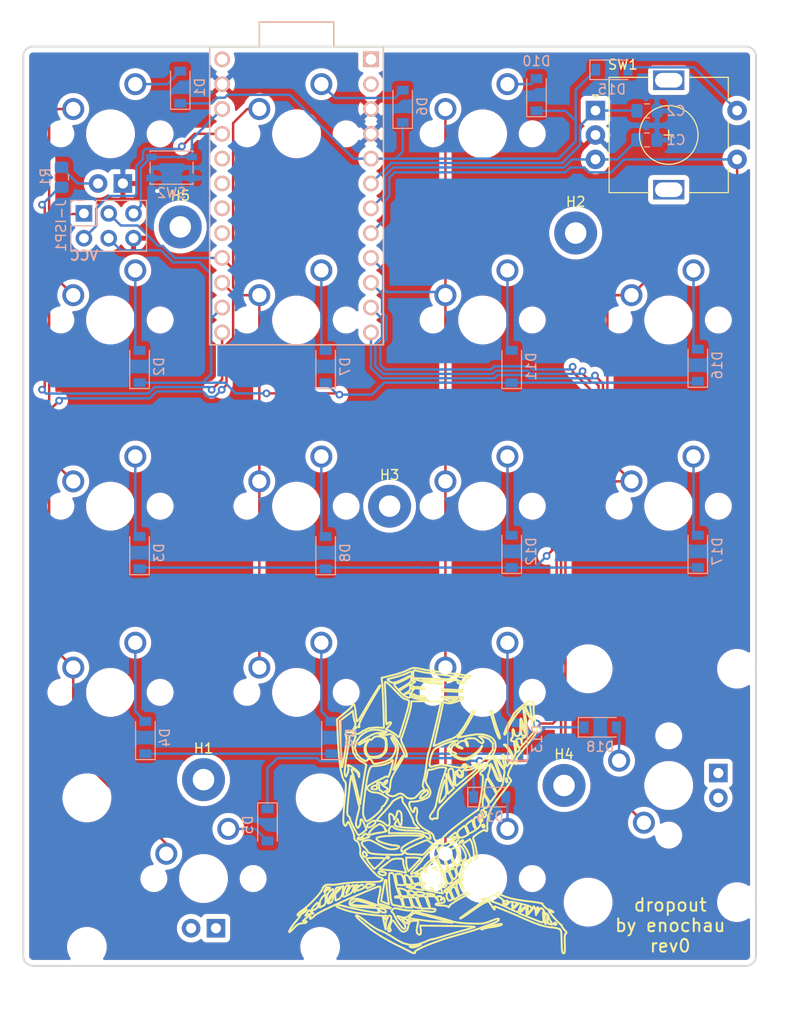
<source format=kicad_pcb>
(kicad_pcb (version 20171130) (host pcbnew "(5.1.7)-1")
  (layers (0 F.Cu signal) (31 B.Cu signal) (34 B.Paste user) (35 F.Paste user) (36 B.SilkS user) (37 F.SilkS user) (38 B.Mask user) (39 F.Mask user) (44 Edge.Cuts user))
  (net 0 "")
  (net 1 "Net-(D1-Pad2)")
  (net 2 ROW0)
  (net 3 "Net-(D2-Pad2)")
  (net 4 ROW1)
  (net 5 "Net-(D3-Pad2)")
  (net 6 ROW2)
  (net 7 "Net-(D4-Pad2)")
  (net 8 ROW3)
  (net 9 "Net-(D5-Pad2)")
  (net 10 ROW4)
  (net 11 "Net-(D6-Pad2)")
  (net 12 "Net-(D7-Pad2)")
  (net 13 "Net-(D8-Pad2)")
  (net 14 "Net-(D9-Pad2)")
  (net 15 "Net-(D10-Pad2)")
  (net 16 "Net-(D11-Pad2)")
  (net 17 "Net-(D12-Pad2)")
  (net 18 "Net-(D13-Pad2)")
  (net 19 "Net-(D14-Pad2)")
  (net 20 "Net-(D15-Pad2)")
  (net 21 "Net-(D16-Pad2)")
  (net 22 "Net-(D17-Pad2)")
  (net 23 "Net-(D18-Pad2)")
  (net 24 COL0)
  (net 25 COL2)
  (net 26 COL1)
  (net 27 COL3)
  (net 28 GND)
  (net 29 "Net-(K-NUM1-Pad3)")
  (net 30 NUMLED)
  (net 31 ROT-A)
  (net 32 ROT-B)
  (net 33 VCC)
  (net 34 RESET)
  (module Capacitor_SMD:C_0805_2012Metric_Pad1.15x1.40mm_HandSolder (layer B.Cu) (at 156.575162 57.324626)
    (fp_text reference C2 (at 2.976565 0) (layer B.SilkS) (effects (justify mirror)))
    (fp_text value 10nF)
    (pad 2 smd roundrect (at 1.025 0) (size 1.15 1.4) (layers B.Cu B.Paste B.Mask) (roundrect_rratio 0.2173904347826087) (net 28 GND))
    (pad 1 smd roundrect (at -1.025 0) (size 1.15 1.4) (layers B.Cu B.Paste B.Mask) (roundrect_rratio 0.2173904347826087) (net 31 ROT-A))
  )
  (module Capacitor_SMD:C_0805_2012Metric_Pad1.15x1.40mm_HandSolder (layer B.Cu) (at 156.575162 60.301191 180)
    (fp_text reference C1 (at -2.976565 0) (layer B.SilkS) (effects (justify mirror)))
    (fp_text value 10nF)
    (pad 2 smd roundrect (at 1.025 0 180) (size 1.15 1.4) (layers B.Cu B.Paste B.Mask) (roundrect_rratio 0.2173904347826087) (net 32 ROT-B))
    (pad 1 smd roundrect (at -1.025 0 180) (size 1.15 1.4) (layers B.Cu B.Paste B.Mask) (roundrect_rratio 0.2173904347826087) (net 28 GND))
  )
  (module Connector_PinHeader_2.54mm:PinHeader_2x03_P2.54mm_Vertical (layer B.Cu) (at 98.933 67.818 270)
    (fp_text reference J-ISP1 (at 1.27 2.33 90) (layer B.SilkS) (effects (justify mirror)))
    (fp_text value Conn_02x03_Counter_Clockwise)
    (pad 6 thru_hole oval (at 2.54 -5.08 270) (size 1.7 1.7) (drill 1) (layers *.Cu *.Mask) (net 28 GND))
    (pad 5 thru_hole oval (at 0 -5.08 270) (size 1.7 1.7) (drill 1) (layers *.Cu *.Mask) (net 34 RESET))
    (pad 4 thru_hole oval (at 2.54 -2.54 270) (size 1.7 1.7) (drill 1) (layers *.Cu *.Mask) (net 4 ROW1))
    (pad 3 thru_hole oval (at 0 -2.54 270) (size 1.7 1.7) (drill 1) (layers *.Cu *.Mask) (net 26 COL1))
    (pad 2 thru_hole oval (at 2.54 0 270) (size 1.7 1.7) (drill 1) (layers *.Cu *.Mask) (net 33 VCC))
    (pad 1 thru_hole rect (at 0 0 270) (size 1.7 1.7) (drill 1) (layers *.Cu *.Mask) (net 24 COL0))
  )
  (module Diode_SMD:D_SOD-123 (layer B.Cu) (at 104.631081 83.487853 90)
    (fp_text reference D2 (at 0 2 90) (layer B.SilkS) (effects (justify mirror)))
    (fp_text value D)
    (pad 2 smd rect (at 1.65 0 90) (size 0.9 1.2) (layers B.Cu B.Paste B.Mask) (net 3 "Net-(D2-Pad2)"))
    (pad 1 smd rect (at -1.65 0 90) (size 0.9 1.2) (layers B.Cu B.Paste B.Mask) (net 4 ROW1))
  )
  (module MX_Only:MXOnly-2U-ReversedStabilizers (layer F.Cu) (at 158.804508 126.350405 90)
    (fp_text reference K-ENT1)
    (fp_text value MX-NoLED)
    (pad "" np_thru_hole circle (at 11.938 -8.255 90) (size 3.9878 3.9878) (drill 3.9878) (layers *.Cu *.Mask))
    (pad "" np_thru_hole circle (at -11.938 -8.255 90) (size 3.9878 3.9878) (drill 3.9878) (layers *.Cu *.Mask))
    (pad "" np_thru_hole circle (at 11.938 6.985 90) (size 3.048 3.048) (drill 3.048) (layers *.Cu *.Mask))
    (pad "" np_thru_hole circle (at -11.938 6.985 90) (size 3.048 3.048) (drill 3.048) (layers *.Cu *.Mask))
    (pad "" np_thru_hole circle (at 5.08 0 138.0996) (size 1.75 1.75) (drill 1.75) (layers *.Cu *.Mask))
    (pad "" np_thru_hole circle (at -5.08 0 138.0996) (size 1.75 1.75) (drill 1.75) (layers *.Cu *.Mask))
    (pad 4 thru_hole rect (at 1.27 5.08 90) (size 1.905 1.905) (drill 1.04) (layers *.Cu B.Mask))
    (pad 3 thru_hole circle (at -1.27 5.08 90) (size 1.905 1.905) (drill 1.04) (layers *.Cu B.Mask))
    (pad 1 thru_hole circle (at -3.81 -2.54 90) (size 2.25 2.25) (drill 1.47) (layers *.Cu B.Mask) (net 27 COL3))
    (pad "" np_thru_hole circle (at 0 0 90) (size 3.9878 3.9878) (drill 3.9878) (layers *.Cu *.Mask))
    (pad 2 thru_hole circle (at 2.54 -5.08 90) (size 2.25 2.25) (drill 1.47) (layers *.Cu B.Mask) (net 23 "Net-(D18-Pad2)"))
  )
  (module MX_Only:MXOnly-2U-ReversedStabilizers (layer F.Cu) (at 111.179508 135.875405)
    (fp_text reference K-0)
    (fp_text value MX-NoLED)
    (pad "" np_thru_hole circle (at 11.938 -8.255) (size 3.9878 3.9878) (drill 3.9878) (layers *.Cu *.Mask))
    (pad "" np_thru_hole circle (at -11.938 -8.255) (size 3.9878 3.9878) (drill 3.9878) (layers *.Cu *.Mask))
    (pad "" np_thru_hole circle (at 11.938 6.985) (size 3.048 3.048) (drill 3.048) (layers *.Cu *.Mask))
    (pad "" np_thru_hole circle (at -11.938 6.985) (size 3.048 3.048) (drill 3.048) (layers *.Cu *.Mask))
    (pad "" np_thru_hole circle (at 5.08 0 48.0996) (size 1.75 1.75) (drill 1.75) (layers *.Cu *.Mask))
    (pad "" np_thru_hole circle (at -5.08 0 48.0996) (size 1.75 1.75) (drill 1.75) (layers *.Cu *.Mask))
    (pad 4 thru_hole rect (at 1.27 5.08) (size 1.905 1.905) (drill 1.04) (layers *.Cu B.Mask))
    (pad 3 thru_hole circle (at -1.27 5.08) (size 1.905 1.905) (drill 1.04) (layers *.Cu B.Mask))
    (pad 1 thru_hole circle (at -3.81 -2.54) (size 2.25 2.25) (drill 1.47) (layers *.Cu B.Mask) (net 24 COL0))
    (pad "" np_thru_hole circle (at 0 0) (size 3.9878 3.9878) (drill 3.9878) (layers *.Cu *.Mask))
    (pad 2 thru_hole circle (at 2.54 -5.08) (size 2.25 2.25) (drill 1.47) (layers *.Cu B.Mask) (net 9 "Net-(D5-Pad2)"))
  )
  (module promicro:ProMicro (layer B.Cu) (at 120.704532 66.025405 270)
    (fp_text reference U1 hide)
    (fp_text value ProMicro)
    (pad 24 thru_hole circle (at -13.97 7.62 270) (size 1.6 1.6) (drill 1.1) (layers *.Cu *.Mask B.SilkS))
    (pad 23 thru_hole circle (at -11.43 7.62 270) (size 1.6 1.6) (drill 1.1) (layers *.Cu *.Mask B.SilkS) (net 28 GND))
    (pad 22 thru_hole circle (at -8.89 7.62 270) (size 1.6 1.6) (drill 1.1) (layers *.Cu *.Mask B.SilkS) (net 34 RESET))
    (pad 21 thru_hole circle (at -6.35 7.62 270) (size 1.6 1.6) (drill 1.1) (layers *.Cu *.Mask B.SilkS) (net 33 VCC))
    (pad 20 thru_hole circle (at -3.81 7.62 270) (size 1.6 1.6) (drill 1.1) (layers *.Cu *.Mask B.SilkS))
    (pad 19 thru_hole circle (at -1.27 7.62 270) (size 1.6 1.6) (drill 1.1) (layers *.Cu *.Mask B.SilkS))
    (pad 18 thru_hole circle (at 1.27 7.62 270) (size 1.6 1.6) (drill 1.1) (layers *.Cu *.Mask B.SilkS))
    (pad 17 thru_hole circle (at 3.81 7.62 270) (size 1.6 1.6) (drill 1.1) (layers *.Cu *.Mask B.SilkS))
    (pad 16 thru_hole circle (at 6.35 7.62 270) (size 1.6 1.6) (drill 1.1) (layers *.Cu *.Mask B.SilkS) (net 26 COL1))
    (pad 15 thru_hole circle (at 8.89 7.62 270) (size 1.6 1.6) (drill 1.1) (layers *.Cu *.Mask B.SilkS) (net 24 COL0))
    (pad 14 thru_hole circle (at 11.43 7.62 270) (size 1.6 1.6) (drill 1.1) (layers *.Cu *.Mask B.SilkS) (net 4 ROW1))
    (pad 13 thru_hole circle (at 13.97 7.62 270) (size 1.6 1.6) (drill 1.1) (layers *.Cu *.Mask B.SilkS) (net 30 NUMLED))
    (pad 12 thru_hole circle (at 13.97 -7.62 270) (size 1.6 1.6) (drill 1.1) (layers *.Cu *.Mask B.SilkS) (net 10 ROW4))
    (pad 11 thru_hole circle (at 11.43 -7.62 270) (size 1.6 1.6) (drill 1.1) (layers *.Cu *.Mask B.SilkS) (net 8 ROW3))
    (pad 10 thru_hole circle (at 8.89 -7.62 270) (size 1.6 1.6) (drill 1.1) (layers *.Cu *.Mask B.SilkS) (net 6 ROW2))
    (pad 9 thru_hole circle (at 6.35 -7.62 270) (size 1.6 1.6) (drill 1.1) (layers *.Cu *.Mask B.SilkS) (net 25 COL2))
    (pad 8 thru_hole circle (at 3.81 -7.62 270) (size 1.6 1.6) (drill 1.1) (layers *.Cu *.Mask B.SilkS) (net 27 COL3))
    (pad 7 thru_hole circle (at 1.27 -7.62 270) (size 1.6 1.6) (drill 1.1) (layers *.Cu *.Mask B.SilkS) (net 32 ROT-B))
    (pad 6 thru_hole circle (at -1.27 -7.62 270) (size 1.6 1.6) (drill 1.1) (layers *.Cu *.Mask B.SilkS) (net 31 ROT-A))
    (pad 5 thru_hole circle (at -3.81 -7.62 270) (size 1.6 1.6) (drill 1.1) (layers *.Cu *.Mask B.SilkS) (net 2 ROW0))
    (pad 4 thru_hole circle (at -6.35 -7.62 270) (size 1.6 1.6) (drill 1.1) (layers *.Cu *.Mask B.SilkS) (net 28 GND))
    (pad 3 thru_hole circle (at -8.89 -7.62 270) (size 1.6 1.6) (drill 1.1) (layers *.Cu *.Mask B.SilkS) (net 28 GND))
    (pad 2 thru_hole circle (at -11.43 -7.62 270) (size 1.6 1.6) (drill 1.1) (layers *.Cu *.Mask B.SilkS))
    (pad 1 thru_hole rect (at -13.97 -7.62 270) (size 1.6 1.6) (drill 1.1) (layers *.Cu *.Mask B.SilkS))
  )
  (module Diode_SMD:D_SOD-123 (layer B.Cu) (at 131.572016 56.865252 90)
    (fp_text reference D6 (at 0 2 90) (layer B.SilkS) (effects (justify mirror)))
    (fp_text value D)
    (pad 2 smd rect (at 1.65 0 90) (size 0.9 1.2) (layers B.Cu B.Paste B.Mask) (net 11 "Net-(D6-Pad2)"))
    (pad 1 smd rect (at -1.65 0 90) (size 0.9 1.2) (layers B.Cu B.Paste B.Mask) (net 2 ROW0))
  )
  (module Button_Switch_SMD:SW_SPST_PTS810 (layer B.Cu) (at 107.913898 63.131585)
    (fp_text reference SW2 (at 0 2.6) (layer B.SilkS) (effects (justify mirror)))
    (fp_text value SW_Push)
    (pad 2 smd rect (at 2.075 -1.075) (size 1.05 0.65) (layers B.Cu B.Paste B.Mask) (net 34 RESET))
    (pad 2 smd rect (at -2.075 -1.075) (size 1.05 0.65) (layers B.Cu B.Paste B.Mask) (net 34 RESET))
    (pad 1 smd rect (at 2.075 1.075) (size 1.05 0.65) (layers B.Cu B.Paste B.Mask) (net 28 GND))
    (pad 1 smd rect (at -2.075 1.075) (size 1.05 0.65) (layers B.Cu B.Paste B.Mask) (net 28 GND))
  )
  (module Rotary_Encoder:RotaryEncoder_Alps_EC11E-Switch_Vertical_H20mm (layer F.Cu) (at 151.304508 57.294155)
    (fp_text reference SW1 (at 2.8 -4.7) (layer F.SilkS))
    (fp_text value Rotary_Encoder_Switch)
    (pad A thru_hole rect (at 0 0) (size 2 2) (drill 1) (layers *.Cu *.Mask) (net 31 ROT-A))
    (pad C thru_hole circle (at 0 2.5) (size 2 2) (drill 1) (layers *.Cu *.Mask) (net 28 GND))
    (pad B thru_hole circle (at 0 5) (size 2 2) (drill 1) (layers *.Cu *.Mask) (net 32 ROT-B))
    (pad MP thru_hole rect (at 7.5 -3.1) (size 3.2 2) (drill oval 2.8 1.5) (layers *.Cu *.Mask))
    (pad MP thru_hole rect (at 7.5 8.1) (size 3.2 2) (drill oval 2.8 1.5) (layers *.Cu *.Mask))
    (pad S2 thru_hole circle (at 14.5 0) (size 2 2) (drill 1) (layers *.Cu *.Mask) (net 20 "Net-(D15-Pad2)"))
    (pad S1 thru_hole circle (at 14.5 5) (size 2 2) (drill 1) (layers *.Cu *.Mask) (net 27 COL3))
  )
  (module Resistor_SMD:R_0805_2012Metric_Pad1.15x1.40mm_HandSolder (layer B.Cu) (at 96.647 64.126 270)
    (fp_text reference R1 (at 0 1.65 90) (layer B.SilkS) (effects (justify mirror)))
    (fp_text value 330)
    (pad 2 smd roundrect (at 1.025 0 270) (size 1.15 1.4) (layers B.Cu B.Paste B.Mask) (roundrect_rratio 0.2173904347826087) (net 30 NUMLED))
    (pad 1 smd roundrect (at -1.025 0 270) (size 1.15 1.4) (layers B.Cu B.Paste B.Mask) (roundrect_rratio 0.2173904347826087) (net 29 "Net-(K-NUM1-Pad3)"))
  )
  (module MX_Only:MXOnly-1U-NoLED (layer F.Cu) (at 139.754508 59.675405)
    (fp_text reference K-STAR1)
    (fp_text value MX-NoLED)
    (pad 2 thru_hole circle (at 2.54 -5.08) (size 2.25 2.25) (drill 1.47) (layers *.Cu B.Mask) (net 15 "Net-(D10-Pad2)"))
    (pad "" np_thru_hole circle (at 0 0) (size 3.9878 3.9878) (drill 3.9878) (layers *.Cu *.Mask))
    (pad 1 thru_hole circle (at -3.81 -2.54) (size 2.25 2.25) (drill 1.47) (layers *.Cu B.Mask) (net 25 COL2))
    (pad "" np_thru_hole circle (at -5.08 0 48.0996) (size 1.75 1.75) (drill 1.75) (layers *.Cu *.Mask))
    (pad "" np_thru_hole circle (at 5.08 0 48.0996) (size 1.75 1.75) (drill 1.75) (layers *.Cu *.Mask))
  )
  (module MX_Only:MXOnly-1U-NoLED (layer F.Cu) (at 158.804508 97.775405)
    (fp_text reference K-PLUS1)
    (fp_text value MX-NoLED)
    (pad 2 thru_hole circle (at 2.54 -5.08) (size 2.25 2.25) (drill 1.47) (layers *.Cu B.Mask) (net 22 "Net-(D17-Pad2)"))
    (pad "" np_thru_hole circle (at 0 0) (size 3.9878 3.9878) (drill 3.9878) (layers *.Cu *.Mask))
    (pad 1 thru_hole circle (at -3.81 -2.54) (size 2.25 2.25) (drill 1.47) (layers *.Cu B.Mask) (net 27 COL3))
    (pad "" np_thru_hole circle (at -5.08 0 48.0996) (size 1.75 1.75) (drill 1.75) (layers *.Cu *.Mask))
    (pad "" np_thru_hole circle (at 5.08 0 48.0996) (size 1.75 1.75) (drill 1.75) (layers *.Cu *.Mask))
  )
  (module MX_Only:MXOnly-1U (layer F.Cu) (at 101.654508 59.675405)
    (fp_text reference K-NUM1)
    (fp_text value MX-LED)
    (pad "" np_thru_hole circle (at 5.08 0 48.0996) (size 1.75 1.75) (drill 1.75) (layers *.Cu *.Mask))
    (pad "" np_thru_hole circle (at -5.08 0 48.0996) (size 1.75 1.75) (drill 1.75) (layers *.Cu *.Mask))
    (pad 4 thru_hole rect (at 1.27 5.08) (size 1.905 1.905) (drill 1.04) (layers *.Cu B.Mask) (net 28 GND))
    (pad 3 thru_hole circle (at -1.27 5.08) (size 1.905 1.905) (drill 1.04) (layers *.Cu B.Mask) (net 29 "Net-(K-NUM1-Pad3)"))
    (pad 1 thru_hole circle (at -3.81 -2.54) (size 2.25 2.25) (drill 1.47) (layers *.Cu B.Mask) (net 24 COL0))
    (pad "" np_thru_hole circle (at 0 0) (size 3.9878 3.9878) (drill 3.9878) (layers *.Cu *.Mask))
    (pad 2 thru_hole circle (at 2.54 -5.08) (size 2.25 2.25) (drill 1.47) (layers *.Cu B.Mask) (net 1 "Net-(D1-Pad2)"))
  )
  (module MX_Only:MXOnly-1U-NoLED (layer F.Cu) (at 158.804508 78.725405)
    (fp_text reference K-MIN1)
    (fp_text value MX-NoLED)
    (pad 2 thru_hole circle (at 2.54 -5.08) (size 2.25 2.25) (drill 1.47) (layers *.Cu B.Mask) (net 21 "Net-(D16-Pad2)"))
    (pad "" np_thru_hole circle (at 0 0) (size 3.9878 3.9878) (drill 3.9878) (layers *.Cu *.Mask))
    (pad 1 thru_hole circle (at -3.81 -2.54) (size 2.25 2.25) (drill 1.47) (layers *.Cu B.Mask) (net 27 COL3))
    (pad "" np_thru_hole circle (at -5.08 0 48.0996) (size 1.75 1.75) (drill 1.75) (layers *.Cu *.Mask))
    (pad "" np_thru_hole circle (at 5.08 0 48.0996) (size 1.75 1.75) (drill 1.75) (layers *.Cu *.Mask))
  )
  (module MX_Only:MXOnly-1U-NoLED (layer F.Cu) (at 139.754508 135.875405)
    (fp_text reference K-DEL1)
    (fp_text value MX-NoLED)
    (pad 2 thru_hole circle (at 2.54 -5.08) (size 2.25 2.25) (drill 1.47) (layers *.Cu B.Mask) (net 19 "Net-(D14-Pad2)"))
    (pad "" np_thru_hole circle (at 0 0) (size 3.9878 3.9878) (drill 3.9878) (layers *.Cu *.Mask))
    (pad 1 thru_hole circle (at -3.81 -2.54) (size 2.25 2.25) (drill 1.47) (layers *.Cu B.Mask) (net 25 COL2))
    (pad "" np_thru_hole circle (at -5.08 0 48.0996) (size 1.75 1.75) (drill 1.75) (layers *.Cu *.Mask))
    (pad "" np_thru_hole circle (at 5.08 0 48.0996) (size 1.75 1.75) (drill 1.75) (layers *.Cu *.Mask))
  )
  (module MX_Only:MXOnly-1U-NoLED (layer F.Cu) (at 120.704508 59.675405)
    (fp_text reference K-/1)
    (fp_text value MX-NoLED)
    (pad 2 thru_hole circle (at 2.54 -5.08) (size 2.25 2.25) (drill 1.47) (layers *.Cu B.Mask) (net 11 "Net-(D6-Pad2)"))
    (pad "" np_thru_hole circle (at 0 0) (size 3.9878 3.9878) (drill 3.9878) (layers *.Cu *.Mask))
    (pad 1 thru_hole circle (at -3.81 -2.54) (size 2.25 2.25) (drill 1.47) (layers *.Cu B.Mask) (net 26 COL1))
    (pad "" np_thru_hole circle (at -5.08 0 48.0996) (size 1.75 1.75) (drill 1.75) (layers *.Cu *.Mask))
    (pad "" np_thru_hole circle (at 5.08 0 48.0996) (size 1.75 1.75) (drill 1.75) (layers *.Cu *.Mask))
  )
  (module MX_Only:MXOnly-1U-NoLED (layer F.Cu) (at 139.754508 78.725405)
    (fp_text reference K-9)
    (fp_text value MX-NoLED)
    (pad 2 thru_hole circle (at 2.54 -5.08) (size 2.25 2.25) (drill 1.47) (layers *.Cu B.Mask) (net 16 "Net-(D11-Pad2)"))
    (pad "" np_thru_hole circle (at 0 0) (size 3.9878 3.9878) (drill 3.9878) (layers *.Cu *.Mask))
    (pad 1 thru_hole circle (at -3.81 -2.54) (size 2.25 2.25) (drill 1.47) (layers *.Cu B.Mask) (net 25 COL2))
    (pad "" np_thru_hole circle (at -5.08 0 48.0996) (size 1.75 1.75) (drill 1.75) (layers *.Cu *.Mask))
    (pad "" np_thru_hole circle (at 5.08 0 48.0996) (size 1.75 1.75) (drill 1.75) (layers *.Cu *.Mask))
  )
  (module MX_Only:MXOnly-1U-NoLED (layer F.Cu) (at 120.704508 78.725405)
    (fp_text reference K-8)
    (fp_text value MX-NoLED)
    (pad 2 thru_hole circle (at 2.54 -5.08) (size 2.25 2.25) (drill 1.47) (layers *.Cu B.Mask) (net 12 "Net-(D7-Pad2)"))
    (pad "" np_thru_hole circle (at 0 0) (size 3.9878 3.9878) (drill 3.9878) (layers *.Cu *.Mask))
    (pad 1 thru_hole circle (at -3.81 -2.54) (size 2.25 2.25) (drill 1.47) (layers *.Cu B.Mask) (net 26 COL1))
    (pad "" np_thru_hole circle (at -5.08 0 48.0996) (size 1.75 1.75) (drill 1.75) (layers *.Cu *.Mask))
    (pad "" np_thru_hole circle (at 5.08 0 48.0996) (size 1.75 1.75) (drill 1.75) (layers *.Cu *.Mask))
  )
  (module MX_Only:MXOnly-1U-NoLED (layer F.Cu) (at 101.654508 78.725405)
    (fp_text reference K-7)
    (fp_text value MX-NoLED)
    (pad 2 thru_hole circle (at 2.54 -5.08) (size 2.25 2.25) (drill 1.47) (layers *.Cu B.Mask) (net 3 "Net-(D2-Pad2)"))
    (pad "" np_thru_hole circle (at 0 0) (size 3.9878 3.9878) (drill 3.9878) (layers *.Cu *.Mask))
    (pad 1 thru_hole circle (at -3.81 -2.54) (size 2.25 2.25) (drill 1.47) (layers *.Cu B.Mask) (net 24 COL0))
    (pad "" np_thru_hole circle (at -5.08 0 48.0996) (size 1.75 1.75) (drill 1.75) (layers *.Cu *.Mask))
    (pad "" np_thru_hole circle (at 5.08 0 48.0996) (size 1.75 1.75) (drill 1.75) (layers *.Cu *.Mask))
  )
  (module MX_Only:MXOnly-1U-NoLED (layer F.Cu) (at 139.754508 97.775405)
    (fp_text reference K-6)
    (fp_text value MX-NoLED)
    (pad 2 thru_hole circle (at 2.54 -5.08) (size 2.25 2.25) (drill 1.47) (layers *.Cu B.Mask) (net 17 "Net-(D12-Pad2)"))
    (pad "" np_thru_hole circle (at 0 0) (size 3.9878 3.9878) (drill 3.9878) (layers *.Cu *.Mask))
    (pad 1 thru_hole circle (at -3.81 -2.54) (size 2.25 2.25) (drill 1.47) (layers *.Cu B.Mask) (net 25 COL2))
    (pad "" np_thru_hole circle (at -5.08 0 48.0996) (size 1.75 1.75) (drill 1.75) (layers *.Cu *.Mask))
    (pad "" np_thru_hole circle (at 5.08 0 48.0996) (size 1.75 1.75) (drill 1.75) (layers *.Cu *.Mask))
  )
  (module MX_Only:MXOnly-1U-NoLED (layer F.Cu) (at 120.704508 97.775405)
    (fp_text reference K-5)
    (fp_text value MX-NoLED)
    (pad 2 thru_hole circle (at 2.54 -5.08) (size 2.25 2.25) (drill 1.47) (layers *.Cu B.Mask) (net 13 "Net-(D8-Pad2)"))
    (pad "" np_thru_hole circle (at 0 0) (size 3.9878 3.9878) (drill 3.9878) (layers *.Cu *.Mask))
    (pad 1 thru_hole circle (at -3.81 -2.54) (size 2.25 2.25) (drill 1.47) (layers *.Cu B.Mask) (net 26 COL1))
    (pad "" np_thru_hole circle (at -5.08 0 48.0996) (size 1.75 1.75) (drill 1.75) (layers *.Cu *.Mask))
    (pad "" np_thru_hole circle (at 5.08 0 48.0996) (size 1.75 1.75) (drill 1.75) (layers *.Cu *.Mask))
  )
  (module MX_Only:MXOnly-1U-NoLED (layer F.Cu) (at 101.654508 97.775405)
    (fp_text reference K-4)
    (fp_text value MX-NoLED)
    (pad 2 thru_hole circle (at 2.54 -5.08) (size 2.25 2.25) (drill 1.47) (layers *.Cu B.Mask) (net 5 "Net-(D3-Pad2)"))
    (pad "" np_thru_hole circle (at 0 0) (size 3.9878 3.9878) (drill 3.9878) (layers *.Cu *.Mask))
    (pad 1 thru_hole circle (at -3.81 -2.54) (size 2.25 2.25) (drill 1.47) (layers *.Cu B.Mask) (net 24 COL0))
    (pad "" np_thru_hole circle (at -5.08 0 48.0996) (size 1.75 1.75) (drill 1.75) (layers *.Cu *.Mask))
    (pad "" np_thru_hole circle (at 5.08 0 48.0996) (size 1.75 1.75) (drill 1.75) (layers *.Cu *.Mask))
  )
  (module MX_Only:MXOnly-1U-NoLED (layer F.Cu) (at 101.654516 116.825381)
    (fp_text reference K-1)
    (fp_text value MX-NoLED)
    (pad 2 thru_hole circle (at 2.54 -5.08) (size 2.25 2.25) (drill 1.47) (layers *.Cu B.Mask) (net 7 "Net-(D4-Pad2)"))
    (pad "" np_thru_hole circle (at 0 0) (size 3.9878 3.9878) (drill 3.9878) (layers *.Cu *.Mask))
    (pad 1 thru_hole circle (at -3.81 -2.54) (size 2.25 2.25) (drill 1.47) (layers *.Cu B.Mask) (net 24 COL0))
    (pad "" np_thru_hole circle (at -5.08 0 48.0996) (size 1.75 1.75) (drill 1.75) (layers *.Cu *.Mask))
    (pad "" np_thru_hole circle (at 5.08 0 48.0996) (size 1.75 1.75) (drill 1.75) (layers *.Cu *.Mask))
  )
  (module MX_Only:MXOnly-1U-NoLED (layer F.Cu) (at 120.704508 116.825405)
    (fp_text reference K-2)
    (fp_text value MX-NoLED)
    (pad 2 thru_hole circle (at 2.54 -5.08) (size 2.25 2.25) (drill 1.47) (layers *.Cu B.Mask) (net 14 "Net-(D9-Pad2)"))
    (pad "" np_thru_hole circle (at 0 0) (size 3.9878 3.9878) (drill 3.9878) (layers *.Cu *.Mask))
    (pad 1 thru_hole circle (at -3.81 -2.54) (size 2.25 2.25) (drill 1.47) (layers *.Cu B.Mask) (net 26 COL1))
    (pad "" np_thru_hole circle (at -5.08 0 48.0996) (size 1.75 1.75) (drill 1.75) (layers *.Cu *.Mask))
    (pad "" np_thru_hole circle (at 5.08 0 48.0996) (size 1.75 1.75) (drill 1.75) (layers *.Cu *.Mask))
  )
  (module MX_Only:MXOnly-1U-NoLED (layer F.Cu) (at 139.754548 116.825381)
    (fp_text reference K-3)
    (fp_text value MX-NoLED)
    (pad 2 thru_hole circle (at 2.54 -5.08) (size 2.25 2.25) (drill 1.47) (layers *.Cu B.Mask) (net 18 "Net-(D13-Pad2)"))
    (pad "" np_thru_hole circle (at 0 0) (size 3.9878 3.9878) (drill 3.9878) (layers *.Cu *.Mask))
    (pad 1 thru_hole circle (at -3.81 -2.54) (size 2.25 2.25) (drill 1.47) (layers *.Cu B.Mask) (net 25 COL2))
    (pad "" np_thru_hole circle (at -5.08 0 48.0996) (size 1.75 1.75) (drill 1.75) (layers *.Cu *.Mask))
    (pad "" np_thru_hole circle (at 5.08 0 48.0996) (size 1.75 1.75) (drill 1.75) (layers *.Cu *.Mask))
  )
  (module MountingHole:MountingHole_2.2mm_M2_Pad (layer F.Cu) (at 108.798272 69.200341)
    (fp_text reference H5 (at 0 -3.2) (layer F.SilkS))
    (fp_text value MountingHole)
    (pad 1 thru_hole circle (at 0 0) (size 4.4 4.4) (drill 2.2) (layers *.Cu *.Mask))
  )
  (module MountingHole:MountingHole_2.2mm_M2_Pad (layer F.Cu) (at 148.08893 126.350389)
    (fp_text reference H4 (at 0 -3.2) (layer F.SilkS))
    (fp_text value MountingHole)
    (pad 1 thru_hole circle (at 0 0) (size 4.4 4.4) (drill 2.2) (layers *.Cu *.Mask))
  )
  (module MountingHole:MountingHole_2.2mm_M2_Pad (layer F.Cu) (at 130.22954 97.775365)
    (fp_text reference H3 (at 0 -3.2) (layer F.SilkS))
    (fp_text value MountingHole)
    (pad 1 thru_hole circle (at 0 0) (size 4.4 4.4) (drill 2.2) (layers *.Cu *.Mask))
  )
  (module MountingHole:MountingHole_2.2mm_M2_Pad (layer F.Cu) (at 149.279556 69.826199)
    (fp_text reference H2 (at 0 -3.2) (layer F.SilkS))
    (fp_text value MountingHole)
    (pad 1 thru_hole circle (at 0 0) (size 4.4 4.4) (drill 2.2) (layers *.Cu *.Mask))
  )
  (module MountingHole:MountingHole_2.2mm_M2_Pad (layer F.Cu) (at 111.179524 125.755076)
    (fp_text reference H1 (at 0 -3.2) (layer F.SilkS))
    (fp_text value MountingHole)
    (pad 1 thru_hole circle (at 0 0) (size 4.4 4.4) (drill 2.2) (layers *.Cu *.Mask))
  )
  (module Diode_SMD:D_SOD-123 (layer B.Cu) (at 151.796747 120.397259)
    (fp_text reference D18 (at 0 2) (layer B.SilkS) (effects (justify mirror)))
    (fp_text value D)
    (pad 2 smd rect (at 1.65 0) (size 0.9 1.2) (layers B.Cu B.Paste B.Mask) (net 23 "Net-(D18-Pad2)"))
    (pad 1 smd rect (at -1.65 0) (size 0.9 1.2) (layers B.Cu B.Paste B.Mask) (net 8 ROW3))
  )
  (module Diode_SMD:D_SOD-123 (layer B.Cu) (at 161.781129 102.40193 90)
    (fp_text reference D17 (at 0 2 90) (layer B.SilkS) (effects (justify mirror)))
    (fp_text value D)
    (pad 2 smd rect (at 1.65 0 90) (size 0.9 1.2) (layers B.Cu B.Paste B.Mask) (net 22 "Net-(D17-Pad2)"))
    (pad 1 smd rect (at -1.65 0 90) (size 0.9 1.2) (layers B.Cu B.Paste B.Mask) (net 6 ROW2))
  )
  (module Diode_SMD:D_SOD-123 (layer B.Cu) (at 161.781129 83.351914 90)
    (fp_text reference D16 (at 0 2 90) (layer B.SilkS) (effects (justify mirror)))
    (fp_text value D)
    (pad 2 smd rect (at 1.65 0 90) (size 0.9 1.2) (layers B.Cu B.Paste B.Mask) (net 21 "Net-(D16-Pad2)"))
    (pad 1 smd rect (at -1.65 0 90) (size 0.9 1.2) (layers B.Cu B.Paste B.Mask) (net 4 ROW1))
  )
  (module Diode_SMD:D_SOD-123 (layer B.Cu) (at 152.987373 53.12689)
    (fp_text reference D15 (at 0 2) (layer B.SilkS) (effects (justify mirror)))
    (fp_text value D)
    (pad 2 smd rect (at 1.65 0) (size 0.9 1.2) (layers B.Cu B.Paste B.Mask) (net 20 "Net-(D15-Pad2)"))
    (pad 1 smd rect (at -1.65 0) (size 0.9 1.2) (layers B.Cu B.Paste B.Mask) (net 2 ROW0))
  )
  (module Diode_SMD:D_SOD-123 (layer B.Cu) (at 140.4858 127.541015)
    (fp_text reference D14 (at 0 2) (layer B.SilkS) (effects (justify mirror)))
    (fp_text value D)
    (pad 2 smd rect (at 1.65 0) (size 0.9 1.2) (layers B.Cu B.Paste B.Mask) (net 19 "Net-(D14-Pad2)"))
    (pad 1 smd rect (at -1.65 0) (size 0.9 1.2) (layers B.Cu B.Paste B.Mask) (net 10 ROW4))
  )
  (module Diode_SMD:D_SOD-123 (layer B.Cu) (at 143.326426 121.587885 90)
    (fp_text reference D13 (at 0 2 90) (layer B.SilkS) (effects (justify mirror)))
    (fp_text value D)
    (pad 2 smd rect (at 1.65 0 90) (size 0.9 1.2) (layers B.Cu B.Paste B.Mask) (net 18 "Net-(D13-Pad2)"))
    (pad 1 smd rect (at -1.65 0 90) (size 0.9 1.2) (layers B.Cu B.Paste B.Mask) (net 8 ROW3))
  )
  (module Diode_SMD:D_SOD-123 (layer B.Cu) (at 142.731113 102.40193 90)
    (fp_text reference D12 (at 0 2 90) (layer B.SilkS) (effects (justify mirror)))
    (fp_text value D)
    (pad 2 smd rect (at 1.65 0 90) (size 0.9 1.2) (layers B.Cu B.Paste B.Mask) (net 17 "Net-(D12-Pad2)"))
    (pad 1 smd rect (at -1.65 0 90) (size 0.9 1.2) (layers B.Cu B.Paste B.Mask) (net 6 ROW2))
  )
  (module Diode_SMD:D_SOD-123 (layer B.Cu) (at 142.731113 83.487853 90)
    (fp_text reference D11 (at 0 2 90) (layer B.SilkS) (effects (justify mirror)))
    (fp_text value D)
    (pad 2 smd rect (at 1.65 0 90) (size 0.9 1.2) (layers B.Cu B.Paste B.Mask) (net 16 "Net-(D11-Pad2)"))
    (pad 1 smd rect (at -1.65 0 90) (size 0.9 1.2) (layers B.Cu B.Paste B.Mask) (net 4 ROW1))
  )
  (module Diode_SMD:D_SOD-123 (layer B.Cu) (at 145.264215 55.674626 90)
    (fp_text reference D10 (at 3.435939 0 180) (layer B.SilkS) (effects (justify mirror)))
    (fp_text value D)
    (pad 2 smd rect (at 1.65 0 90) (size 0.9 1.2) (layers B.Cu B.Paste B.Mask) (net 15 "Net-(D10-Pad2)"))
    (pad 1 smd rect (at -1.65 0 90) (size 0.9 1.2) (layers B.Cu B.Paste B.Mask) (net 2 ROW0))
  )
  (module Diode_SMD:D_SOD-123 (layer B.Cu) (at 124.27641 121.451946 90)
    (fp_text reference D9 (at 0 2 90) (layer B.SilkS) (effects (justify mirror)))
    (fp_text value D)
    (pad 2 smd rect (at 1.65 0 90) (size 0.9 1.2) (layers B.Cu B.Paste B.Mask) (net 14 "Net-(D9-Pad2)"))
    (pad 1 smd rect (at -1.65 0 90) (size 0.9 1.2) (layers B.Cu B.Paste B.Mask) (net 8 ROW3))
  )
  (module Diode_SMD:D_SOD-123 (layer B.Cu) (at 123.681097 102.537869 90)
    (fp_text reference D8 (at 0 2 90) (layer B.SilkS) (effects (justify mirror)))
    (fp_text value D)
    (pad 2 smd rect (at 1.65 0 90) (size 0.9 1.2) (layers B.Cu B.Paste B.Mask) (net 13 "Net-(D8-Pad2)"))
    (pad 1 smd rect (at -1.65 0 90) (size 0.9 1.2) (layers B.Cu B.Paste B.Mask) (net 6 ROW2))
  )
  (module Diode_SMD:D_SOD-123 (layer B.Cu) (at 123.681097 83.487853 90)
    (fp_text reference D7 (at 0 2 90) (layer B.SilkS) (effects (justify mirror)))
    (fp_text value D)
    (pad 2 smd rect (at 1.65 0 90) (size 0.9 1.2) (layers B.Cu B.Paste B.Mask) (net 12 "Net-(D7-Pad2)"))
    (pad 1 smd rect (at -1.65 0 90) (size 0.9 1.2) (layers B.Cu B.Paste B.Mask) (net 4 ROW1))
  )
  (module Diode_SMD:D_SOD-123 (layer B.Cu) (at 117.727967 130.381641 270)
    (fp_text reference D5 (at 0 2 90) (layer B.SilkS) (effects (justify mirror)))
    (fp_text value D)
    (pad 2 smd rect (at 1.65 0 270) (size 0.9 1.2) (layers B.Cu B.Paste B.Mask) (net 9 "Net-(D5-Pad2)"))
    (pad 1 smd rect (at -1.65 0 270) (size 0.9 1.2) (layers B.Cu B.Paste B.Mask) (net 10 ROW4))
  )
  (module Diode_SMD:D_SOD-123 (layer B.Cu) (at 105.226394 121.451946 90)
    (fp_text reference D4 (at 0 2 90) (layer B.SilkS) (effects (justify mirror)))
    (fp_text value D)
    (pad 2 smd rect (at 1.65 0 90) (size 0.9 1.2) (layers B.Cu B.Paste B.Mask) (net 7 "Net-(D4-Pad2)"))
    (pad 1 smd rect (at -1.65 0 90) (size 0.9 1.2) (layers B.Cu B.Paste B.Mask) (net 8 ROW3))
  )
  (module Diode_SMD:D_SOD-123 (layer B.Cu) (at 104.631081 102.537869 90)
    (fp_text reference D3 (at 0 2 90) (layer B.SilkS) (effects (justify mirror)))
    (fp_text value D)
    (pad 2 smd rect (at 1.65 0 90) (size 0.9 1.2) (layers B.Cu B.Paste B.Mask) (net 5 "Net-(D3-Pad2)"))
    (pad 1 smd rect (at -1.65 0 90) (size 0.9 1.2) (layers B.Cu B.Paste B.Mask) (net 6 ROW2))
  )
  (module Diode_SMD:D_SOD-123 (layer B.Cu) (at 108.798272 54.912829 90)
    (fp_text reference D1 (at 0 2 90) (layer B.SilkS) (effects (justify mirror)))
    (fp_text value D)
    (pad 2 smd rect (at 1.65 0 90) (size 0.9 1.2) (layers B.Cu B.Paste B.Mask) (net 1 "Net-(D1-Pad2)"))
    (pad 1 smd rect (at -1.65 0 90) (size 0.9 1.2) (layers B.Cu B.Paste B.Mask) (net 2 ROW0))
  )
  (gr_text VCC (at 98.933 72.136) (layer B.SilkS) (effects (font (size 1 1) (thickness 0.2)) (justify mirror)))
  (gr_line (start 139.976786 140.871008) (end 139.729811 140.982901) (layer F.SilkS) (width 0.2))
  (gr_line (start 147.036911 140.519446) (end 147.036911 140.501535) (layer F.SilkS) (width 0.2))
  (gr_line (start 140.797511 140.824621) (end 140.871611 140.814848) (layer F.SilkS) (width 0.2))
  (gr_line (start 146.516111 139.757723) (end 146.516111 139.793123) (layer F.SilkS) (width 0.2))
  (gr_line (start 139.849436 141.022373) (end 139.877861 141.006503) (layer F.SilkS) (width 0.2))
  (gr_line (start 139.641086 141.085036) (end 139.641086 141.085036) (layer F.SilkS) (width 0.2))
  (gr_line (start 147.130436 140.397368) (end 147.154136 140.397368) (layer F.SilkS) (width 0.2))
  (gr_line (start 140.828411 140.657791) (end 140.708786 140.679353) (layer F.SilkS) (width 0.2))
  (gr_line (start 139.729811 140.982901) (end 139.641086 141.0594) (layer F.SilkS) (width 0.2))
  (gr_line (start 141.693911 140.571526) (end 141.713486 140.540603) (layer F.SilkS) (width 0.2))
  (gr_line (start 147.225386 140.425853) (end 147.289211 140.485673) (layer F.SilkS) (width 0.2))
  (gr_line (start 147.064211 140.425853) (end 147.113786 140.397368) (layer F.SilkS) (width 0.2))
  (gr_line (start 141.353411 140.724113) (end 141.548711 140.667548) (layer F.SilkS) (width 0.2))
  (gr_line (start 140.214011 140.915363) (end 140.493986 140.864086) (layer F.SilkS) (width 0.2))
  (gr_line (start 139.702136 141.084631) (end 139.820561 141.037831) (layer F.SilkS) (width 0.2))
  (gr_line (start 146.370461 139.511956) (end 146.391161 139.529858) (layer F.SilkS) (width 0.2))
  (gr_line (start 147.304661 140.514151) (end 147.293261 140.573153) (layer F.SilkS) (width 0.2))
  (gr_line (start 147.084911 140.573153) (end 147.036911 140.519446) (layer F.SilkS) (width 0.2))
  (gr_line (start 140.828411 140.657791) (end 140.828411 140.657791) (layer F.SilkS) (width 0.2))
  (gr_line (start 147.036911 140.501535) (end 147.036911 140.482411) (layer F.SilkS) (width 0.2))
  (gr_line (start 141.141311 140.599598) (end 140.906486 140.643143) (layer F.SilkS) (width 0.2))
  (gr_line (start 141.646286 140.519851) (end 141.540911 140.530831) (layer F.SilkS) (width 0.2))
  (gr_line (start 141.651611 140.616286) (end 141.662111 140.605298) (layer F.SilkS) (width 0.2))
  (gr_line (start 147.203786 140.605703) (end 147.174011 140.605703) (layer F.SilkS) (width 0.2))
  (gr_line (start 141.375686 140.557291) (end 141.141311 140.599598) (layer F.SilkS) (width 0.2))
  (gr_line (start 141.700436 140.523098) (end 141.646286 140.519851) (layer F.SilkS) (width 0.2))
  (gr_line (start 141.540911 140.530831) (end 141.375686 140.557291) (layer F.SilkS) (width 0.2))
  (gr_line (start 141.713486 140.540603) (end 141.700436 140.523098) (layer F.SilkS) (width 0.2))
  (gr_line (start 141.635636 140.631743) (end 141.651611 140.616286) (layer F.SilkS) (width 0.2))
  (gr_line (start 141.548711 140.667548) (end 141.635636 140.631743) (layer F.SilkS) (width 0.2))
  (gr_line (start 141.093236 140.778638) (end 141.353411 140.724113) (layer F.SilkS) (width 0.2))
  (gr_line (start 140.493986 140.864086) (end 140.721386 140.832353) (layer F.SilkS) (width 0.2))
  (gr_line (start 147.289211 140.485673) (end 147.297311 140.501535) (layer F.SilkS) (width 0.2))
  (gr_line (start 147.226061 140.605703) (end 147.203786 140.605703) (layer F.SilkS) (width 0.2))
  (gr_line (start 146.391161 139.529858) (end 146.474186 139.652341) (layer F.SilkS) (width 0.2))
  (gr_line (start 147.113786 140.397368) (end 147.130436 140.397368) (layer F.SilkS) (width 0.2))
  (gr_line (start 147.293261 140.573153) (end 147.226061 140.605703) (layer F.SilkS) (width 0.2))
  (gr_line (start 147.297311 140.501535) (end 147.304661 140.514151) (layer F.SilkS) (width 0.2))
  (gr_line (start 141.662111 140.605298) (end 141.693911 140.571526) (layer F.SilkS) (width 0.2))
  (gr_line (start 140.721386 140.832353) (end 140.797511 140.824621) (layer F.SilkS) (width 0.2))
  (gr_line (start 139.988561 140.970691) (end 140.214011 140.915363) (layer F.SilkS) (width 0.2))
  (gr_line (start 147.297311 140.501535) (end 147.297311 140.501535) (layer F.SilkS) (width 0.2))
  (gr_line (start 146.342336 139.483883) (end 146.370461 139.511956) (layer F.SilkS) (width 0.2))
  (gr_line (start 147.036911 140.482411) (end 147.064211 140.425853) (layer F.SilkS) (width 0.2))
  (gr_line (start 139.641086 141.0594) (end 139.641086 141.085036) (layer F.SilkS) (width 0.2))
  (gr_line (start 146.474186 139.652341) (end 146.516111 139.757723) (layer F.SilkS) (width 0.2))
  (gr_line (start 140.708786 140.679353) (end 140.352761 140.759513) (layer F.SilkS) (width 0.2))
  (gr_line (start 139.877861 141.006503) (end 139.988561 140.970691) (layer F.SilkS) (width 0.2))
  (gr_line (start 140.352761 140.759513) (end 139.976786 140.871008) (layer F.SilkS) (width 0.2))
  (gr_line (start 147.154136 140.397368) (end 147.225386 140.425853) (layer F.SilkS) (width 0.2))
  (gr_line (start 147.174011 140.605703) (end 147.084911 140.573153) (layer F.SilkS) (width 0.2))
  (gr_line (start 139.820561 141.037831) (end 139.849436 141.022373) (layer F.SilkS) (width 0.2))
  (gr_line (start 140.871611 140.814848) (end 141.093236 140.778638) (layer F.SilkS) (width 0.2))
  (gr_line (start 146.516111 139.793123) (end 146.516111 139.793123) (layer F.SilkS) (width 0.2))
  (gr_line (start 140.906486 140.643143) (end 140.828411 140.657791) (layer F.SilkS) (width 0.2))
  (gr_line (start 139.641086 141.085036) (end 139.702136 141.084631) (layer F.SilkS) (width 0.2))
  (gr_line (start 145.474436 138.907703) (end 145.474436 138.934561) (layer F.SilkS) (width 0.2))
  (gr_line (start 141.991436 138.432443) (end 141.944111 138.347401) (layer F.SilkS) (width 0.2))
  (gr_line (start 146.099411 140.109691) (end 146.107961 139.784985) (layer F.SilkS) (width 0.2))
  (gr_line (start 146.177111 140.501535) (end 146.129561 140.385166) (layer F.SilkS) (width 0.2))
  (gr_line (start 142.059311 138.169996) (end 142.185011 138.145988) (layer F.SilkS) (width 0.2))
  (gr_line (start 146.333786 140.115795) (end 146.281736 140.371328) (layer F.SilkS) (width 0.2))
  (gr_line (start 145.474436 138.934561) (end 145.441886 139.015538) (layer F.SilkS) (width 0.2))
  (gr_line (start 145.441886 139.015538) (end 145.383311 139.126216) (layer F.SilkS) (width 0.2))
  (gr_line (start 146.735036 140.282618) (end 146.761061 140.325758) (layer F.SilkS) (width 0.2))
  (gr_line (start 146.391161 140.053538) (end 146.380586 139.616123) (layer F.SilkS) (width 0.2))
  (gr_line (start 146.432261 140.371328) (end 146.393561 140.115795) (layer F.SilkS) (width 0.2))
  (gr_line (start 142.349411 138.196853) (end 142.349411 138.209873) (layer F.SilkS) (width 0.2))
  (gr_line (start 142.203761 138.407618) (end 142.180586 138.427561) (layer F.SilkS) (width 0.2))
  (gr_line (start 146.578361 139.990883) (end 146.703686 140.232983) (layer F.SilkS) (width 0.2))
  (gr_line (start 146.505461 140.501535) (end 146.487236 140.501535) (layer F.SilkS) (width 0.2))
  (gr_line (start 145.352336 138.834871) (end 145.370261 138.834871) (layer F.SilkS) (width 0.2))
  (gr_line (start 146.625161 140.521065) (end 146.535236 140.501535) (layer F.SilkS) (width 0.2))
  (gr_line (start 146.776511 140.564206) (end 146.752886 140.556061) (layer F.SilkS) (width 0.2))
  (gr_line (start 145.370261 138.834871) (end 145.389011 138.834871) (layer F.SilkS) (width 0.2))
  (gr_line (start 145.474436 138.894683) (end 145.474436 138.907703) (layer F.SilkS) (width 0.2))
  (gr_line (start 146.795261 140.571931) (end 146.776511 140.564206) (layer F.SilkS) (width 0.2))
  (gr_line (start 145.370261 139.147373) (end 145.354436 139.17057) (layer F.SilkS) (width 0.2))
  (gr_line (start 145.474436 138.907703) (end 145.474436 138.907703) (layer F.SilkS) (width 0.2))
  (gr_line (start 145.298711 138.902416) (end 145.352336 138.834871) (layer F.SilkS) (width 0.2))
  (gr_line (start 145.286786 139.226715) (end 145.266086 139.104638) (layer F.SilkS) (width 0.2))
  (gr_line (start 142.299386 138.158603) (end 142.349411 138.196853) (layer F.SilkS) (width 0.2))
  (gr_line (start 146.856311 140.587388) (end 146.795261 140.571931) (layer F.SilkS) (width 0.2))
  (gr_line (start 145.266086 139.023263) (end 145.298711 138.902416) (layer F.SilkS) (width 0.2))
  (gr_line (start 145.383311 139.126216) (end 145.370261 139.147373) (layer F.SilkS) (width 0.2))
  (gr_line (start 141.974186 138.230618) (end 141.986486 138.209873) (layer F.SilkS) (width 0.2))
  (gr_line (start 141.958811 138.254633) (end 141.974186 138.230618) (layer F.SilkS) (width 0.2))
  (gr_line (start 146.238611 139.419593) (end 146.342336 139.483883) (layer F.SilkS) (width 0.2))
  (gr_line (start 146.836286 140.458403) (end 146.876636 140.556061) (layer F.SilkS) (width 0.2))
  (gr_line (start 146.516111 139.793123) (end 146.516111 139.842361) (layer F.SilkS) (width 0.2))
  (gr_line (start 146.173061 139.493641) (end 146.238611 139.419593) (layer F.SilkS) (width 0.2))
  (gr_line (start 146.339111 140.053538) (end 146.333786 140.115795) (layer F.SilkS) (width 0.2))
  (gr_line (start 146.380586 139.616123) (end 146.339111 140.053538) (layer F.SilkS) (width 0.2))
  (gr_line (start 145.389011 138.834871) (end 145.445561 138.855623) (layer F.SilkS) (width 0.2))
  (gr_line (start 146.487236 140.501535) (end 146.432261 140.371328) (layer F.SilkS) (width 0.2))
  (gr_line (start 141.944111 138.347401) (end 141.958811 138.254633) (layer F.SilkS) (width 0.2))
  (gr_line (start 142.086911 138.460516) (end 141.991436 138.432443) (layer F.SilkS) (width 0.2))
  (gr_line (start 146.535236 140.501535) (end 146.505461 140.501535) (layer F.SilkS) (width 0.2))
  (gr_line (start 146.876636 140.556061) (end 146.856311 140.587388) (layer F.SilkS) (width 0.2))
  (gr_line (start 146.761061 140.325758) (end 146.836286 140.458403) (layer F.SilkS) (width 0.2))
  (gr_line (start 145.445561 138.855623) (end 145.474436 138.894683) (layer F.SilkS) (width 0.2))
  (gr_line (start 145.266086 139.063951) (end 145.266086 139.023263) (layer F.SilkS) (width 0.2))
  (gr_line (start 145.354436 139.17057) (end 145.286786 139.226715) (layer F.SilkS) (width 0.2))
  (gr_line (start 142.224536 138.391756) (end 142.203761 138.407618) (layer F.SilkS) (width 0.2))
  (gr_line (start 142.349411 138.209873) (end 142.349411 138.209873) (layer F.SilkS) (width 0.2))
  (gr_line (start 141.986486 138.209873) (end 142.059311 138.169996) (layer F.SilkS) (width 0.2))
  (gr_line (start 146.516111 139.842361) (end 146.578361 139.990883) (layer F.SilkS) (width 0.2))
  (gr_line (start 146.162111 139.522538) (end 146.173061 139.493641) (layer F.SilkS) (width 0.2))
  (gr_line (start 146.129561 140.385166) (end 146.099411 140.109691) (layer F.SilkS) (width 0.2))
  (gr_line (start 146.281736 140.371328) (end 146.214911 140.501535) (layer F.SilkS) (width 0.2))
  (gr_line (start 142.185011 138.145988) (end 142.299386 138.158603) (layer F.SilkS) (width 0.2))
  (gr_line (start 146.137661 139.583565) (end 146.162111 139.522538) (layer F.SilkS) (width 0.2))
  (gr_line (start 146.393561 140.115795) (end 146.391161 140.053538) (layer F.SilkS) (width 0.2))
  (gr_line (start 146.214911 140.501535) (end 146.192936 140.501535) (layer F.SilkS) (width 0.2))
  (gr_line (start 142.180586 138.427561) (end 142.086911 138.460516) (layer F.SilkS) (width 0.2))
  (gr_line (start 146.107961 139.784985) (end 146.137661 139.583565) (layer F.SilkS) (width 0.2))
  (gr_line (start 146.192936 140.501535) (end 146.177111 140.501535) (layer F.SilkS) (width 0.2))
  (gr_line (start 146.752886 140.556061) (end 146.625161 140.521065) (layer F.SilkS) (width 0.2))
  (gr_line (start 145.266086 139.104638) (end 145.266086 139.063951) (layer F.SilkS) (width 0.2))
  (gr_line (start 146.703686 140.232983) (end 146.735036 140.282618) (layer F.SilkS) (width 0.2))
  (gr_line (start 145.979861 140.014478) (end 145.989536 140.195138) (layer F.SilkS) (width 0.2))
  (gr_line (start 143.896061 138.904861) (end 143.859836 138.939038) (layer F.SilkS) (width 0.2))
  (gr_line (start 142.307561 138.300608) (end 142.224536 138.391756) (layer F.SilkS) (width 0.2))
  (gr_line (start 142.349411 138.232246) (end 142.307561 138.300608) (layer F.SilkS) (width 0.2))
  (gr_line (start 140.854436 137.480701) (end 140.880461 137.480701) (layer F.SilkS) (width 0.2))
  (gr_line (start 142.349411 138.209873) (end 142.349411 138.232246) (layer F.SilkS) (width 0.2))
  (gr_line (start 143.557961 138.866206) (end 143.536736 138.920723) (layer F.SilkS) (width 0.2))
  (gr_line (start 141.422561 137.761868) (end 141.422561 137.761868) (layer F.SilkS) (width 0.2))
  (gr_line (start 145.874036 140.346503) (end 145.705961 140.319653) (layer F.SilkS) (width 0.2))
  (gr_line (start 141.372011 137.733796) (end 141.422561 137.761868) (layer F.SilkS) (width 0.2))
  (gr_line (start 140.892761 137.480701) (end 140.929736 137.502263) (layer F.SilkS) (width 0.2))
  (gr_line (start 145.948886 139.693838) (end 145.953761 139.761788) (layer F.SilkS) (width 0.2))
  (gr_line (start 140.689661 138.194003) (end 140.456111 138.030016) (layer F.SilkS) (width 0.2))
  (gr_line (start 145.989536 140.195138) (end 145.961486 140.305411) (layer F.SilkS) (width 0.2))
  (gr_line (start 140.456111 138.030016) (end 140.421536 137.861978) (layer F.SilkS) (width 0.2))
  (gr_line (start 142.139861 138.774653) (end 141.759386 138.606601) (layer F.SilkS) (width 0.2))
  (gr_line (start 140.880461 137.480701) (end 140.892761 137.480701) (layer F.SilkS) (width 0.2))
  (gr_line (start 145.953386 139.286933) (end 145.937861 139.332098) (layer F.SilkS) (width 0.2))
  (gr_line (start 142.414961 138.904051) (end 142.139861 138.774653) (layer F.SilkS) (width 0.2))
  (gr_line (start 143.599436 139.18887) (end 143.651486 138.824288) (layer F.SilkS) (width 0.2))
  (gr_line (start 145.436186 140.226068) (end 145.043036 140.067368) (layer F.SilkS) (width 0.2))
  (gr_line (start 141.200786 138.387683) (end 141.130736 138.366121) (layer F.SilkS) (width 0.2))
  (gr_line (start 145.043036 140.067368) (end 144.639836 139.900141) (layer F.SilkS) (width 0.2))
  (gr_line (start 140.776286 137.540513) (end 140.854436 137.480701) (layer F.SilkS) (width 0.2))
  (gr_line (start 143.098136 139.216141) (end 142.826711 139.099763) (layer F.SilkS) (width 0.2))
  (gr_line (start 143.375261 139.298326) (end 143.370386 139.303621) (layer F.SilkS) (width 0.2))
  (gr_line (start 141.408236 138.464183) (end 141.200786 138.387683) (layer F.SilkS) (width 0.2))
  (gr_line (start 143.440361 139.158766) (end 143.375261 139.298326) (layer F.SilkS) (width 0.2))
  (gr_line (start 143.474486 139.428541) (end 143.797136 139.1787) (layer F.SilkS) (width 0.2))
  (gr_line (start 144.120236 138.810046) (end 144.044486 138.798248) (layer F.SilkS) (width 0.2))
  (gr_line (start 141.220286 137.652008) (end 141.372011 137.733796) (layer F.SilkS) (width 0.2))
  (gr_line (start 141.049736 137.562496) (end 141.220286 137.652008) (layer F.SilkS) (width 0.2))
  (gr_line (start 144.505586 139.845203) (end 143.474486 139.428541) (layer F.SilkS) (width 0.2))
  (gr_line (start 143.370386 139.303621) (end 143.365061 139.308503) (layer F.SilkS) (width 0.2))
  (gr_line (start 144.025061 138.964673) (end 144.120236 138.851558) (layer F.SilkS) (width 0.2))
  (gr_line (start 140.929736 137.502263) (end 141.049736 137.562496) (layer F.SilkS) (width 0.2))
  (gr_line (start 140.578586 137.678453) (end 140.614811 137.652413) (layer F.SilkS) (width 0.2))
  (gr_line (start 141.759386 138.606601) (end 141.408236 138.464183) (layer F.SilkS) (width 0.2))
  (gr_line (start 141.018461 138.329093) (end 140.689661 138.194003) (layer F.SilkS) (width 0.2))
  (gr_line (start 143.651486 138.824288) (end 143.714186 138.470288) (layer F.SilkS) (width 0.2))
  (gr_line (start 143.797136 139.1787) (end 143.841536 139.142078) (layer F.SilkS) (width 0.2))
  (gr_line (start 143.536736 138.920723) (end 143.440361 139.158766) (layer F.SilkS) (width 0.2))
  (gr_line (start 145.937861 139.332098) (end 145.937861 139.489988) (layer F.SilkS) (width 0.2))
  (gr_line (start 142.585061 138.988276) (end 142.505636 138.949621) (layer F.SilkS) (width 0.2))
  (gr_line (start 140.531786 137.714671) (end 140.578586 137.678453) (layer F.SilkS) (width 0.2))
  (gr_line (start 140.421536 137.861978) (end 140.531786 137.714671) (layer F.SilkS) (width 0.2))
  (gr_line (start 143.841536 139.142078) (end 144.025061 138.964673) (layer F.SilkS) (width 0.2))
  (gr_line (start 142.826711 139.099763) (end 142.585061 138.988276) (layer F.SilkS) (width 0.2))
  (gr_line (start 145.937861 139.489988) (end 145.948886 139.693838) (layer F.SilkS) (width 0.2))
  (gr_line (start 143.289311 139.287758) (end 143.098136 139.216141) (layer F.SilkS) (width 0.2))
  (gr_line (start 142.505636 138.949621) (end 142.414961 138.904051) (layer F.SilkS) (width 0.2))
  (gr_line (start 144.120236 138.814118) (end 144.120236 138.810046) (layer F.SilkS) (width 0.2))
  (gr_line (start 145.961486 140.305411) (end 145.874036 140.346503) (layer F.SilkS) (width 0.2))
  (gr_line (start 145.953761 139.761788) (end 145.959386 139.824863) (layer F.SilkS) (width 0.2))
  (gr_line (start 144.639836 139.900141) (end 144.505586 139.845203) (layer F.SilkS) (width 0.2))
  (gr_line (start 140.614811 137.652413) (end 140.776286 137.540513) (layer F.SilkS) (width 0.2))
  (gr_line (start 141.130736 138.366121) (end 141.018461 138.329093) (layer F.SilkS) (width 0.2))
  (gr_line (start 145.959386 139.824863) (end 145.979861 140.014478) (layer F.SilkS) (width 0.2))
  (gr_line (start 144.044486 138.798248) (end 143.896061 138.904861) (layer F.SilkS) (width 0.2))
  (gr_line (start 143.859836 138.939038) (end 143.599436 139.18887) (layer F.SilkS) (width 0.2))
  (gr_line (start 143.714186 138.470288) (end 143.557961 138.866206) (layer F.SilkS) (width 0.2))
  (gr_line (start 144.120236 138.851558) (end 144.120236 138.814118) (layer F.SilkS) (width 0.2))
  (gr_line (start 145.705961 140.319653) (end 145.436186 140.226068) (layer F.SilkS) (width 0.2))
  (gr_line (start 143.365061 139.308503) (end 143.289311 139.287758) (layer F.SilkS) (width 0.2))
  (gr_line (start 144.333461 139.564035) (end 144.381086 139.537591) (layer F.SilkS) (width 0.2))
  (gr_line (start 144.370061 139.058663) (end 144.377861 138.851558) (layer F.SilkS) (width 0.2))
  (gr_line (start 146.034311 139.486321) (end 145.996511 139.388258) (layer F.SilkS) (width 0.2))
  (gr_line (start 144.247661 138.939848) (end 144.224036 139.204343) (layer F.SilkS) (width 0.2))
  (gr_line (start 143.224211 138.678623) (end 143.474486 138.407618) (layer F.SilkS) (width 0.2))
  (gr_line (start 146.079911 139.506256) (end 146.064011 139.536368) (layer F.SilkS) (width 0.2))
  (gr_line (start 144.381086 139.537591) (end 144.470111 139.466791) (layer F.SilkS) (width 0.2))
  (gr_line (start 144.470111 139.466791) (end 144.573911 139.364243) (layer F.SilkS) (width 0.2))
  (gr_line (start 145.786061 138.912593) (end 145.874411 138.977288) (layer F.SilkS) (width 0.2))
  (gr_line (start 146.088761 139.397206) (end 146.087261 139.424475) (layer F.SilkS) (width 0.2))
  (gr_line (start 144.300161 139.564035) (end 144.317936 139.564035) (layer F.SilkS) (width 0.2))
  (gr_line (start 144.151586 138.585038) (end 144.258161 138.610673) (layer F.SilkS) (width 0.2))
  (gr_line (start 144.328136 139.341465) (end 144.351011 139.172191) (layer F.SilkS) (width 0.2))
  (gr_line (start 145.602536 139.004138) (end 145.698161 138.907703) (layer F.SilkS) (width 0.2))
  (gr_line (start 144.984911 138.712388) (end 145.056086 138.801098) (layer F.SilkS) (width 0.2))
  (gr_line (start 144.567011 139.238926) (end 144.505586 139.303621) (layer F.SilkS) (width 0.2))
  (gr_line (start 146.091311 139.368316) (end 146.088761 139.397206) (layer F.SilkS) (width 0.2))
  (gr_line (start 146.042036 139.191316) (end 146.091311 139.368316) (layer F.SilkS) (width 0.2))
  (gr_line (start 145.056086 138.801098) (end 145.133486 139.002518) (layer F.SilkS) (width 0.2))
  (gr_line (start 145.182686 139.251541) (end 145.214036 139.616123) (layer F.SilkS) (width 0.2))
  (gr_line (start 145.214036 139.616123) (end 145.463786 139.220206) (layer F.SilkS) (width 0.2))
  (gr_line (start 144.682511 139.242181) (end 144.785111 139.112791) (layer F.SilkS) (width 0.2))
  (gr_line (start 144.953561 138.780758) (end 144.984911 138.712388) (layer F.SilkS) (width 0.2))
  (gr_line (start 144.871811 138.988276) (end 144.931211 138.880853) (layer F.SilkS) (width 0.2))
  (gr_line (start 143.474486 138.407618) (end 144.151586 138.585038) (layer F.SilkS) (width 0.2))
  (gr_line (start 144.247661 139.453358) (end 144.300161 139.564035) (layer F.SilkS) (width 0.2))
  (gr_line (start 144.953561 138.803536) (end 144.953561 138.780758) (layer F.SilkS) (width 0.2))
  (gr_line (start 143.177036 138.728671) (end 143.224211 138.678623) (layer F.SilkS) (width 0.2))
  (gr_line (start 144.573911 139.364243) (end 144.682511 139.242181) (layer F.SilkS) (width 0.2))
  (gr_line (start 144.317936 138.782791) (end 144.287411 138.802726) (layer F.SilkS) (width 0.2))
  (gr_line (start 144.322886 138.779941) (end 144.317936 138.782791) (layer F.SilkS) (width 0.2))
  (gr_line (start 145.901711 139.001701) (end 145.930136 139.024891) (layer F.SilkS) (width 0.2))
  (gr_line (start 145.463786 139.220206) (end 145.497236 139.165276) (layer F.SilkS) (width 0.2))
  (gr_line (start 144.574286 138.708736) (end 144.761936 138.842603) (layer F.SilkS) (width 0.2))
  (gr_line (start 145.996511 139.388258) (end 145.984661 139.355701) (layer F.SilkS) (width 0.2))
  (gr_line (start 146.064011 139.536368) (end 146.034311 139.486321) (layer F.SilkS) (width 0.2))
  (gr_line (start 145.930136 139.024891) (end 146.042036 139.191316) (layer F.SilkS) (width 0.2))
  (gr_line (start 145.133486 139.002518) (end 145.176611 139.188466) (layer F.SilkS) (width 0.2))
  (gr_line (start 145.874411 138.977288) (end 145.901711 139.001701) (layer F.SilkS) (width 0.2))
  (gr_line (start 144.377861 138.851558) (end 144.322886 138.779941) (layer F.SilkS) (width 0.2))
  (gr_line (start 144.359936 139.116038) (end 144.370061 139.058663) (layer F.SilkS) (width 0.2))
  (gr_line (start 145.497236 139.165276) (end 145.602536 139.004138) (layer F.SilkS) (width 0.2))
  (gr_line (start 145.176611 139.188466) (end 145.182686 139.251541) (layer F.SilkS) (width 0.2))
  (gr_line (start 144.953561 138.822661) (end 144.953561 138.803536) (layer F.SilkS) (width 0.2))
  (gr_line (start 144.785111 139.112791) (end 144.871811 138.988276) (layer F.SilkS) (width 0.2))
  (gr_line (start 144.390461 139.417546) (end 144.335186 139.436266) (layer F.SilkS) (width 0.2))
  (gr_line (start 144.761936 138.842603) (end 144.733061 139.026923) (layer F.SilkS) (width 0.2))
  (gr_line (start 144.335186 139.436266) (end 144.328136 139.341465) (layer F.SilkS) (width 0.2))
  (gr_line (start 144.317936 139.564035) (end 144.333461 139.564035) (layer F.SilkS) (width 0.2))
  (gr_line (start 144.287411 138.802726) (end 144.247661 138.939848) (layer F.SilkS) (width 0.2))
  (gr_line (start 142.797836 138.852781) (end 142.879211 138.924391) (layer F.SilkS) (width 0.2))
  (gr_line (start 142.879211 138.924391) (end 143.020811 138.865388) (layer F.SilkS) (width 0.2))
  (gr_line (start 145.979036 139.337798) (end 145.953386 139.286933) (layer F.SilkS) (width 0.2))
  (gr_line (start 144.224036 139.204343) (end 144.247661 139.453358) (layer F.SilkS) (width 0.2))
  (gr_line (start 144.351011 139.172191) (end 144.359936 139.116038) (layer F.SilkS) (width 0.2))
  (gr_line (start 144.477536 139.332916) (end 144.390461 139.417546) (layer F.SilkS) (width 0.2))
  (gr_line (start 143.020811 138.865388) (end 143.177036 138.728671) (layer F.SilkS) (width 0.2))
  (gr_line (start 144.505586 139.303621) (end 144.477536 139.332916) (layer F.SilkS) (width 0.2))
  (gr_line (start 144.733061 139.026923) (end 144.567011 139.238926) (layer F.SilkS) (width 0.2))
  (gr_line (start 144.258161 138.610673) (end 144.574286 138.708736) (layer F.SilkS) (width 0.2))
  (gr_line (start 145.984661 139.355701) (end 145.979036 139.337798) (layer F.SilkS) (width 0.2))
  (gr_line (start 146.087261 139.424475) (end 146.079911 139.506256) (layer F.SilkS) (width 0.2))
  (gr_line (start 144.931211 138.880853) (end 144.953561 138.822661) (layer F.SilkS) (width 0.2))
  (gr_line (start 145.698161 138.907703) (end 145.786061 138.912593) (layer F.SilkS) (width 0.2))
  (gr_line (start 141.863186 138.10611) (end 141.886361 138.164701) (layer F.SilkS) (width 0.2))
  (gr_line (start 146.862311 139.186433) (end 146.695586 139.091213) (layer F.SilkS) (width 0.2))
  (gr_line (start 142.775036 138.698153) (end 142.797836 138.852781) (layer F.SilkS) (width 0.2))
  (gr_line (start 142.776686 138.647288) (end 142.775036 138.698153) (layer F.SilkS) (width 0.2))
  (gr_line (start 145.891061 138.459706) (end 145.891061 138.447496) (layer F.SilkS) (width 0.2))
  (gr_line (start 141.900236 138.476798) (end 141.984386 138.584213) (layer F.SilkS) (width 0.2))
  (gr_line (start 142.026011 137.71305) (end 141.628361 137.534821) (layer F.SilkS) (width 0.2))
  (gr_line (start 142.786811 138.366121) (end 142.776686 138.647288) (layer F.SilkS) (width 0.2))
  (gr_line (start 145.113086 138.285151) (end 144.743561 138.235103) (layer F.SilkS) (width 0.2))
  (gr_line (start 142.859636 138.626535) (end 142.786811 138.366121) (layer F.SilkS) (width 0.2))
  (gr_line (start 142.932986 138.876368) (end 142.859636 138.626535) (layer F.SilkS) (width 0.2))
  (gr_line (start 145.790561 138.41169) (end 145.517111 138.351473) (layer F.SilkS) (width 0.2))
  (gr_line (start 143.109911 138.626535) (end 142.932986 138.876368) (layer F.SilkS) (width 0.2))
  (gr_line (start 146.560886 139.043206) (end 146.516111 139.043206) (layer F.SilkS) (width 0.2))
  (gr_line (start 146.516111 139.043206) (end 146.471711 139.043206) (layer F.SilkS) (width 0.2))
  (gr_line (start 142.861736 138.272941) (end 142.911686 138.282706) (layer F.SilkS) (width 0.2))
  (gr_line (start 143.286911 138.366121) (end 143.109911 138.626535) (layer F.SilkS) (width 0.2))
  (gr_line (start 142.911686 138.282706) (end 143.286911 138.366121) (layer F.SilkS) (width 0.2))
  (gr_line (start 142.709936 138.252601) (end 142.861736 138.272941) (layer F.SilkS) (width 0.2))
  (gr_line (start 141.880661 138.178538) (end 141.867686 138.213946) (layer F.SilkS) (width 0.2))
  (gr_line (start 140.922461 137.168206) (end 140.905361 137.168206) (layer F.SilkS) (width 0.2))
  (gr_line (start 144.350186 138.192368) (end 143.542886 138.083738) (layer F.SilkS) (width 0.2))
  (gr_line (start 141.457511 137.431058) (end 141.313061 137.348056) (layer F.SilkS) (width 0.2))
  (gr_line (start 142.380761 138.418201) (end 142.400261 138.390128) (layer F.SilkS) (width 0.2))
  (gr_line (start 145.891061 138.447496) (end 145.790561 138.41169) (layer F.SilkS) (width 0.2))
  (gr_line (start 142.099661 138.626535) (end 142.133411 138.626535) (layer F.SilkS) (width 0.2))
  (gr_line (start 142.070636 138.626535) (end 142.099661 138.626535) (layer F.SilkS) (width 0.2))
  (gr_line (start 145.891061 138.499996) (end 145.891061 138.459706) (layer F.SilkS) (width 0.2))
  (gr_line (start 140.738486 137.290276) (end 140.589536 137.422921) (layer F.SilkS) (width 0.2))
  (gr_line (start 141.621086 137.886788) (end 141.772436 138.005206) (layer F.SilkS) (width 0.2))
  (gr_line (start 141.002936 137.191808) (end 140.942336 137.168206) (layer F.SilkS) (width 0.2))
  (gr_line (start 142.572011 138.260738) (end 142.709936 138.252601) (layer F.SilkS) (width 0.2))
  (gr_line (start 140.854436 137.200756) (end 140.738486 137.290276) (layer F.SilkS) (width 0.2))
  (gr_line (start 142.133411 138.626535) (end 142.235861 138.565103) (layer F.SilkS) (width 0.2))
  (gr_line (start 140.422361 137.584868) (end 140.422361 137.584868) (layer F.SilkS) (width 0.2))
  (gr_line (start 142.470686 138.313223) (end 142.572011 138.260738) (layer F.SilkS) (width 0.2))
  (gr_line (start 142.400261 138.390128) (end 142.470686 138.313223) (layer F.SilkS) (width 0.2))
  (gr_line (start 141.867686 138.213946) (end 141.860336 138.331943) (layer F.SilkS) (width 0.2))
  (gr_line (start 140.589536 137.422921) (end 140.463461 137.543775) (layer F.SilkS) (width 0.2))
  (gr_line (start 146.695586 139.091213) (end 146.560886 139.043206) (layer F.SilkS) (width 0.2))
  (gr_line (start 141.139286 137.255273) (end 141.002936 137.191808) (layer F.SilkS) (width 0.2))
  (gr_line (start 143.542886 138.083738) (end 142.691636 137.918123) (layer F.SilkS) (width 0.2))
  (gr_line (start 141.984386 138.584213) (end 142.070636 138.626535) (layer F.SilkS) (width 0.2))
  (gr_line (start 141.313061 137.348056) (end 141.139286 137.255273) (layer F.SilkS) (width 0.2))
  (gr_line (start 141.505436 137.459956) (end 141.457511 137.431058) (layer F.SilkS) (width 0.2))
  (gr_line (start 142.359611 138.446686) (end 142.380761 138.418201) (layer F.SilkS) (width 0.2))
  (gr_line (start 140.463461 137.543775) (end 140.422361 137.584868) (layer F.SilkS) (width 0.2))
  (gr_line (start 141.772436 138.005206) (end 141.863186 138.10611) (layer F.SilkS) (width 0.2))
  (gr_line (start 144.620336 138.220456) (end 144.350186 138.192368) (layer F.SilkS) (width 0.2))
  (gr_line (start 146.471711 139.043206) (end 146.339111 138.975256) (layer F.SilkS) (width 0.2))
  (gr_line (start 146.339111 138.975256) (end 146.133161 138.813713) (layer F.SilkS) (width 0.2))
  (gr_line (start 146.133161 138.813713) (end 145.962311 138.621248) (layer F.SilkS) (width 0.2))
  (gr_line (start 142.691636 137.918123) (end 142.026011 137.71305) (layer F.SilkS) (width 0.2))
  (gr_line (start 141.472961 137.790766) (end 141.621086 137.886788) (layer F.SilkS) (width 0.2))
  (gr_line (start 140.905361 137.168206) (end 140.854436 137.200756) (layer F.SilkS) (width 0.2))
  (gr_line (start 144.743561 138.235103) (end 144.620336 138.220456) (layer F.SilkS) (width 0.2))
  (gr_line (start 145.962311 138.621248) (end 145.891061 138.499996) (layer F.SilkS) (width 0.2))
  (gr_line (start 140.942336 137.168206) (end 140.922461 137.168206) (layer F.SilkS) (width 0.2))
  (gr_line (start 145.517111 138.351473) (end 145.113086 138.285151) (layer F.SilkS) (width 0.2))
  (gr_line (start 141.886361 138.164701) (end 141.880661 138.178538) (layer F.SilkS) (width 0.2))
  (gr_line (start 141.628361 137.534821) (end 141.505436 137.459956) (layer F.SilkS) (width 0.2))
  (gr_line (start 141.860336 138.331943) (end 141.900236 138.476798) (layer F.SilkS) (width 0.2))
  (gr_line (start 141.422561 137.761868) (end 141.472961 137.790766) (layer F.SilkS) (width 0.2))
  (gr_line (start 142.235861 138.565103) (end 142.359611 138.446686) (layer F.SilkS) (width 0.2))
  (gr_line (start 147.838511 142.170638) (end 147.846611 142.496573) (layer F.SilkS) (width 0.2))
  (gr_line (start 147.844211 140.640691) (end 147.801086 140.605703) (layer F.SilkS) (width 0.2))
  (gr_line (start 146.891261 139.210036) (end 146.862311 139.186433) (layer F.SilkS) (width 0.2))
  (gr_line (start 146.916536 139.229978) (end 146.891261 139.210036) (layer F.SilkS) (width 0.2))
  (gr_line (start 146.986886 139.297516) (end 146.916536 139.229978) (layer F.SilkS) (width 0.2))
  (gr_line (start 147.532961 140.386786) (end 147.301811 140.148353) (layer F.SilkS) (width 0.2))
  (gr_line (start 148.166486 142.661371) (end 148.161986 142.532791) (layer F.SilkS) (width 0.2))
  (gr_line (start 148.015886 143.522371) (end 148.037111 143.522371) (layer F.SilkS) (width 0.2))
  (gr_line (start 147.852311 142.721588) (end 147.868136 143.069489) (layer F.SilkS) (width 0.2))
  (gr_line (start 146.971811 139.324373) (end 146.986886 139.297516) (layer F.SilkS) (width 0.2))
  (gr_line (start 147.682661 141.095206) (end 147.694136 141.109441) (layer F.SilkS) (width 0.2))
  (gr_line (start 147.805136 141.420728) (end 147.818561 141.594878) (layer F.SilkS) (width 0.2))
  (gr_line (start 146.835161 139.288973) (end 146.971811 139.324373) (layer F.SilkS) (width 0.2))
  (gr_line (start 147.846611 142.496573) (end 147.849536 142.605623) (layer F.SilkS) (width 0.2))
  (gr_line (start 146.634086 139.214911) (end 146.835161 139.288973) (layer F.SilkS) (width 0.2))
  (gr_line (start 146.568161 139.18887) (end 146.634086 139.214911) (layer F.SilkS) (width 0.2))
  (gr_line (start 147.727436 141.153796) (end 147.761186 141.216871) (layer F.SilkS) (width 0.2))
  (gr_line (start 147.574811 141.025621) (end 147.661886 141.072016) (layer F.SilkS) (width 0.2))
  (gr_line (start 147.786836 140.605703) (end 147.765686 140.605703) (layer F.SilkS) (width 0.2))
  (gr_line (start 148.292261 141.485018) (end 148.334561 141.450436) (layer F.SilkS) (width 0.2))
  (gr_line (start 147.899936 143.349031) (end 147.953261 143.485749) (layer F.SilkS) (width 0.2))
  (gr_line (start 148.122161 143.487784) (end 148.165661 143.34781) (layer F.SilkS) (width 0.2))
  (gr_line (start 148.154636 142.046131) (end 148.168511 141.734446) (layer F.SilkS) (width 0.2))
  (gr_line (start 146.564111 139.187243) (end 146.568161 139.18887) (layer F.SilkS) (width 0.2))
  (gr_line (start 146.540036 139.216951) (end 146.564111 139.187243) (layer F.SilkS) (width 0.2))
  (gr_line (start 147.036911 139.855785) (end 146.973461 139.785391) (layer F.SilkS) (width 0.2))
  (gr_line (start 146.618561 139.350413) (end 146.540036 139.216951) (layer F.SilkS) (width 0.2))
  (gr_line (start 147.101636 139.92984) (end 147.036911 139.855785) (layer F.SilkS) (width 0.2))
  (gr_line (start 148.274711 141.287266) (end 148.183136 141.180653) (layer F.SilkS) (width 0.2))
  (gr_line (start 147.870236 140.730623) (end 147.870236 140.707838) (layer F.SilkS) (width 0.2))
  (gr_line (start 148.255136 141.498443) (end 148.276286 141.491123) (layer F.SilkS) (width 0.2))
  (gr_line (start 146.973461 139.785391) (end 146.789111 139.569736) (layer F.SilkS) (width 0.2))
  (gr_line (start 148.334936 141.385733) (end 148.274711 141.287266) (layer F.SilkS) (width 0.2))
  (gr_line (start 147.301811 140.148353) (end 147.101636 139.92984) (layer F.SilkS) (width 0.2))
  (gr_line (start 148.112336 141.105383) (end 147.952061 140.903558) (layer F.SilkS) (width 0.2))
  (gr_line (start 147.703361 140.547113) (end 147.532961 140.386786) (layer F.SilkS) (width 0.2))
  (gr_line (start 147.765686 140.605703) (end 147.703361 140.547113) (layer F.SilkS) (width 0.2))
  (gr_line (start 147.870236 140.707838) (end 147.844211 140.640691) (layer F.SilkS) (width 0.2))
  (gr_line (start 148.183136 141.180653) (end 148.151411 141.147286) (layer F.SilkS) (width 0.2))
  (gr_line (start 148.207136 141.561518) (end 148.255136 141.498443) (layer F.SilkS) (width 0.2))
  (gr_line (start 148.168511 141.734446) (end 148.207136 141.561518) (layer F.SilkS) (width 0.2))
  (gr_line (start 148.165661 143.34781) (end 148.175861 143.047518) (layer F.SilkS) (width 0.2))
  (gr_line (start 147.761186 141.216871) (end 147.786386 141.300286) (layer F.SilkS) (width 0.2))
  (gr_line (start 147.661886 141.072016) (end 147.682661 141.095206) (layer F.SilkS) (width 0.2))
  (gr_line (start 148.158761 142.411118) (end 148.154636 142.046131) (layer F.SilkS) (width 0.2))
  (gr_line (start 147.870236 140.773755) (end 147.870236 140.730623) (layer F.SilkS) (width 0.2))
  (gr_line (start 148.151411 141.147286) (end 148.112336 141.105383) (layer F.SilkS) (width 0.2))
  (gr_line (start 148.334561 141.450436) (end 148.334936 141.385733) (layer F.SilkS) (width 0.2))
  (gr_line (start 147.786386 141.300286) (end 147.805136 141.420728) (layer F.SilkS) (width 0.2))
  (gr_line (start 148.058261 143.522371) (end 148.122161 143.487784) (layer F.SilkS) (width 0.2))
  (gr_line (start 147.385661 140.960933) (end 147.574811 141.025621) (layer F.SilkS) (width 0.2))
  (gr_line (start 148.175861 143.047518) (end 148.166486 142.661371) (layer F.SilkS) (width 0.2))
  (gr_line (start 147.849536 142.605623) (end 147.852311 142.721588) (layer F.SilkS) (width 0.2))
  (gr_line (start 147.818561 141.594878) (end 147.829136 141.839423) (layer F.SilkS) (width 0.2))
  (gr_line (start 148.276286 141.491123) (end 148.292261 141.485018) (layer F.SilkS) (width 0.2))
  (gr_line (start 148.037111 143.522371) (end 148.058261 143.522371) (layer F.SilkS) (width 0.2))
  (gr_line (start 147.694136 141.109441) (end 147.727436 141.153796) (layer F.SilkS) (width 0.2))
  (gr_line (start 147.829136 141.839423) (end 147.838511 142.170638) (layer F.SilkS) (width 0.2))
  (gr_line (start 147.953261 143.485749) (end 148.015886 143.522371) (layer F.SilkS) (width 0.2))
  (gr_line (start 147.801086 140.605703) (end 147.786836 140.605703) (layer F.SilkS) (width 0.2))
  (gr_line (start 148.161986 142.532791) (end 148.158761 142.411118) (layer F.SilkS) (width 0.2))
  (gr_line (start 147.952061 140.903558) (end 147.870236 140.773755) (layer F.SilkS) (width 0.2))
  (gr_line (start 147.868136 143.069489) (end 147.899936 143.349031) (layer F.SilkS) (width 0.2))
  (gr_line (start 146.789111 139.569736) (end 146.618561 139.350413) (layer F.SilkS) (width 0.2))
  (gr_line (start 140.638361 138.595201) (end 140.672111 138.647288) (layer F.SilkS) (width 0.2))
  (gr_line (start 140.117561 138.222893) (end 140.109836 138.209873) (layer F.SilkS) (width 0.2))
  (gr_line (start 146.807861 140.866118) (end 146.887511 140.873041) (layer F.SilkS) (width 0.2))
  (gr_line (start 146.658911 140.851478) (end 146.807861 140.866118) (layer F.SilkS) (width 0.2))
  (gr_line (start 140.213561 138.126046) (end 140.301911 138.170401) (layer F.SilkS) (width 0.2))
  (gr_line (start 140.672111 138.647288) (end 140.710061 138.70995) (layer F.SilkS) (width 0.2))
  (gr_line (start 137.453561 139.920488) (end 137.453561 139.939201) (layer F.SilkS) (width 0.2))
  (gr_line (start 140.710061 138.70995) (end 140.833286 138.892651) (layer F.SilkS) (width 0.2))
  (gr_line (start 144.016061 139.980706) (end 144.243611 140.080801) (layer F.SilkS) (width 0.2))
  (gr_line (start 146.214536 140.780266) (end 146.658911 140.851478) (layer F.SilkS) (width 0.2))
  (gr_line (start 145.626611 140.626456) (end 146.214536 140.780266) (layer F.SilkS) (width 0.2))
  (gr_line (start 140.341811 138.199291) (end 140.469086 138.355538) (layer F.SilkS) (width 0.2))
  (gr_line (start 140.037011 138.314041) (end 140.055686 138.314041) (layer F.SilkS) (width 0.2))
  (gr_line (start 143.527886 139.765456) (end 143.894036 139.926181) (layer F.SilkS) (width 0.2))
  (gr_line (start 140.984636 138.730703) (end 141.011486 138.730703) (layer F.SilkS) (width 0.2))
  (gr_line (start 138.962336 138.980536) (end 139.274861 138.766508) (layer F.SilkS) (width 0.2))
  (gr_line (start 144.931211 140.370923) (end 145.626611 140.626456) (layer F.SilkS) (width 0.2))
  (gr_line (start 142.066586 139.144523) (end 142.530011 139.337798) (layer F.SilkS) (width 0.2))
  (gr_line (start 141.011486 138.730703) (end 141.092936 138.761228) (layer F.SilkS) (width 0.2))
  (gr_line (start 141.656936 138.977693) (end 142.066586 139.144523) (layer F.SilkS) (width 0.2))
  (gr_line (start 140.945561 139.024891) (end 140.991611 139.028153) (layer F.SilkS) (width 0.2))
  (gr_line (start 138.046811 139.477373) (end 137.738411 139.703191) (layer F.SilkS) (width 0.2))
  (gr_line (start 137.469011 139.956286) (end 137.519486 139.944076) (layer F.SilkS) (width 0.2))
  (gr_line (start 140.972861 138.730703) (end 140.984636 138.730703) (layer F.SilkS) (width 0.2))
  (gr_line (start 140.966786 138.920723) (end 140.953811 138.886951) (layer F.SilkS) (width 0.2))
  (gr_line (start 140.328761 138.189121) (end 140.341811 138.199291) (layer F.SilkS) (width 0.2))
  (gr_line (start 140.937836 138.777495) (end 140.972861 138.730703) (layer F.SilkS) (width 0.2))
  (gr_line (start 140.833286 138.892651) (end 140.945561 139.024891) (layer F.SilkS) (width 0.2))
  (gr_line (start 140.089511 138.137446) (end 140.129411 138.109373) (layer F.SilkS) (width 0.2))
  (gr_line (start 140.100461 138.194003) (end 140.089511 138.137446) (layer F.SilkS) (width 0.2))
  (gr_line (start 137.746586 139.816321) (end 137.934086 139.694243) (layer F.SilkS) (width 0.2))
  (gr_line (start 144.243611 140.080801) (end 144.931211 140.370923) (layer F.SilkS) (width 0.2))
  (gr_line (start 142.530011 139.337798) (end 143.024861 139.547753) (layer F.SilkS) (width 0.2))
  (gr_line (start 138.485036 139.316235) (end 138.766286 139.1193) (layer F.SilkS) (width 0.2))
  (gr_line (start 141.324836 138.846676) (end 141.656936 138.977693) (layer F.SilkS) (width 0.2))
  (gr_line (start 141.092936 138.761228) (end 141.324836 138.846676) (layer F.SilkS) (width 0.2))
  (gr_line (start 140.945561 138.865801) (end 140.937836 138.777495) (layer F.SilkS) (width 0.2))
  (gr_line (start 140.991611 139.028153) (end 140.966786 138.920723) (layer F.SilkS) (width 0.2))
  (gr_line (start 140.109836 138.209873) (end 140.100461 138.194003) (layer F.SilkS) (width 0.2))
  (gr_line (start 140.112236 138.281483) (end 140.117561 138.222893) (layer F.SilkS) (width 0.2))
  (gr_line (start 137.609861 139.898506) (end 137.746586 139.816321) (layer F.SilkS) (width 0.2))
  (gr_line (start 137.738411 139.703191) (end 137.530061 139.864733) (layer F.SilkS) (width 0.2))
  (gr_line (start 140.469086 138.355538) (end 140.638361 138.595201) (layer F.SilkS) (width 0.2))
  (gr_line (start 137.519486 139.944076) (end 137.609861 139.898506) (layer F.SilkS) (width 0.2))
  (gr_line (start 137.453561 139.943265) (end 137.469011 139.956286) (layer F.SilkS) (width 0.2))
  (gr_line (start 139.902761 138.372226) (end 140.003261 138.314041) (layer F.SilkS) (width 0.2))
  (gr_line (start 138.766286 139.1193) (end 138.859811 139.053788) (layer F.SilkS) (width 0.2))
  (gr_line (start 140.003261 138.314041) (end 140.037011 138.314041) (layer F.SilkS) (width 0.2))
  (gr_line (start 140.129411 138.109373) (end 140.213561 138.126046) (layer F.SilkS) (width 0.2))
  (gr_line (start 138.328061 139.276358) (end 138.046811 139.477373) (layer F.SilkS) (width 0.2))
  (gr_line (start 143.024861 139.547753) (end 143.527886 139.765456) (layer F.SilkS) (width 0.2))
  (gr_line (start 147.126011 140.905996) (end 147.385661 140.960933) (layer F.SilkS) (width 0.2))
  (gr_line (start 137.530061 139.864733) (end 137.453561 139.920488) (layer F.SilkS) (width 0.2))
  (gr_line (start 140.301911 138.170401) (end 140.328761 138.189121) (layer F.SilkS) (width 0.2))
  (gr_line (start 140.055686 138.314041) (end 140.112236 138.281483) (layer F.SilkS) (width 0.2))
  (gr_line (start 139.635761 138.531316) (end 139.902761 138.372226) (layer F.SilkS) (width 0.2))
  (gr_line (start 139.274861 138.766508) (end 139.635761 138.531316) (layer F.SilkS) (width 0.2))
  (gr_line (start 137.934086 139.694243) (end 138.178661 139.528643) (layer F.SilkS) (width 0.2))
  (gr_line (start 138.859811 139.053788) (end 138.962336 138.980536) (layer F.SilkS) (width 0.2))
  (gr_line (start 138.178661 139.528643) (end 138.485036 139.316235) (layer F.SilkS) (width 0.2))
  (gr_line (start 137.453561 139.939201) (end 137.453561 139.943265) (layer F.SilkS) (width 0.2))
  (gr_line (start 146.887511 140.873041) (end 147.126011 140.905996) (layer F.SilkS) (width 0.2))
  (gr_line (start 140.953811 138.886951) (end 140.945561 138.865801) (layer F.SilkS) (width 0.2))
  (gr_line (start 143.894036 139.926181) (end 144.016061 139.980706) (layer F.SilkS) (width 0.2))
  (gr_line (start 133.310186 142.622715) (end 133.409861 142.595453) (layer F.SilkS) (width 0.2))
  (gr_line (start 133.388261 142.655266) (end 133.267436 142.718333) (layer F.SilkS) (width 0.2))
  (gr_line (start 124.029513 137.918933) (end 123.965223 138.083326) (layer F.SilkS) (width 0.2))
  (gr_line (start 133.450886 142.611323) (end 133.388261 142.655266) (layer F.SilkS) (width 0.2))
  (gr_line (start 132.422261 142.897371) (end 132.393761 142.885977) (layer F.SilkS) (width 0.2))
  (gr_line (start 133.099286 142.793204) (end 133.099286 142.793204) (layer F.SilkS) (width 0.2))
  (gr_line (start 124.427463 137.402581) (end 124.422168 137.387123) (layer F.SilkS) (width 0.2))
  (gr_line (start 124.016088 138.237541) (end 124.016088 138.220456) (layer F.SilkS) (width 0.2))
  (gr_line (start 132.510986 142.794425) (end 132.557786 142.793204) (layer F.SilkS) (width 0.2))
  (gr_line (start 133.444811 142.595453) (end 133.450886 142.611323) (layer F.SilkS) (width 0.2))
  (gr_line (start 133.409861 142.595453) (end 133.443161 142.595453) (layer F.SilkS) (width 0.2))
  (gr_line (start 124.420541 137.382638) (end 124.386363 137.378978) (layer F.SilkS) (width 0.2))
  (gr_line (start 124.016088 138.220456) (end 124.016088 138.176911) (layer F.SilkS) (width 0.2))
  (gr_line (start 132.705911 142.927075) (end 132.463811 142.915274) (layer F.SilkS) (width 0.2))
  (gr_line (start 132.393761 142.885977) (end 132.309911 142.847322) (layer F.SilkS) (width 0.2))
  (gr_line (start 123.933888 138.263176) (end 123.943256 138.272536) (layer F.SilkS) (width 0.2))
  (gr_line (start 124.318001 137.441641) (end 124.225638 137.562496) (layer F.SilkS) (width 0.2))
  (gr_line (start 133.101836 142.702058) (end 133.130636 142.689038) (layer F.SilkS) (width 0.2))
  (gr_line (start 124.206108 137.842853) (end 124.235006 137.803786) (layer F.SilkS) (width 0.2))
  (gr_line (start 132.370961 142.802156) (end 132.510986 142.794425) (layer F.SilkS) (width 0.2))
  (gr_line (start 133.130636 142.689038) (end 133.159136 142.676018) (layer F.SilkS) (width 0.2))
  (gr_line (start 133.267436 142.718333) (end 133.141586 142.7753) (layer F.SilkS) (width 0.2))
  (gr_line (start 133.141586 142.7753) (end 133.099286 142.793204) (layer F.SilkS) (width 0.2))
  (gr_line (start 124.386363 137.378978) (end 124.318001 137.441641) (layer F.SilkS) (width 0.2))
  (gr_line (start 132.463811 142.915274) (end 132.422261 142.897371) (layer F.SilkS) (width 0.2))
  (gr_line (start 124.422168 137.387123) (end 124.420541 137.382638) (layer F.SilkS) (width 0.2))
  (gr_line (start 124.082411 138.047108) (end 124.206108 137.842853) (layer F.SilkS) (width 0.2))
  (gr_line (start 133.443161 142.595453) (end 133.444811 142.595453) (layer F.SilkS) (width 0.2))
  (gr_line (start 123.965223 138.083326) (end 123.933888 138.206611) (layer F.SilkS) (width 0.2))
  (gr_line (start 124.265921 137.761868) (end 124.383108 137.555986) (layer F.SilkS) (width 0.2))
  (gr_line (start 124.120256 137.730541) (end 124.095836 137.776516) (layer F.SilkS) (width 0.2))
  (gr_line (start 133.159136 142.676018) (end 133.310186 142.622715) (layer F.SilkS) (width 0.2))
  (gr_line (start 123.951791 138.281078) (end 123.994931 138.289215) (layer F.SilkS) (width 0.2))
  (gr_line (start 132.290486 142.817617) (end 132.370961 142.802156) (layer F.SilkS) (width 0.2))
  (gr_line (start 132.875111 142.756583) (end 133.101836 142.702058) (layer F.SilkS) (width 0.2))
  (gr_line (start 132.309911 142.847322) (end 132.290486 142.817617) (layer F.SilkS) (width 0.2))
  (gr_line (start 142.158986 122.372445) (end 142.281536 122.53407) (layer F.SilkS) (width 0.2))
  (gr_line (start 142.091411 122.298421) (end 142.158986 122.372445) (layer F.SilkS) (width 0.2))
  (gr_line (start 142.068236 122.282971) (end 142.091411 122.298421) (layer F.SilkS) (width 0.2))
  (gr_line (start 124.016088 138.176911) (end 124.082411 138.047108) (layer F.SilkS) (width 0.2))
  (gr_line (start 124.120256 137.730541) (end 124.120256 137.730541) (layer F.SilkS) (width 0.2))
  (gr_line (start 132.607061 142.790356) (end 132.875111 142.756583) (layer F.SilkS) (width 0.2))
  (gr_line (start 124.145073 137.687821) (end 124.120256 137.730541) (layer F.SilkS) (width 0.2))
  (gr_line (start 124.095836 137.776516) (end 124.029513 137.918933) (layer F.SilkS) (width 0.2))
  (gr_line (start 124.225638 137.562496) (end 124.145073 137.687821) (layer F.SilkS) (width 0.2))
  (gr_line (start 124.383108 137.555986) (end 124.427463 137.402581) (layer F.SilkS) (width 0.2))
  (gr_line (start 124.235006 137.803786) (end 124.265921 137.761868) (layer F.SilkS) (width 0.2))
  (gr_line (start 123.994931 138.289215) (end 124.016088 138.237541) (layer F.SilkS) (width 0.2))
  (gr_line (start 123.943256 138.272536) (end 123.951791 138.281078) (layer F.SilkS) (width 0.2))
  (gr_line (start 123.933888 138.206611) (end 123.933888 138.263176) (layer F.SilkS) (width 0.2))
  (gr_line (start 132.557786 142.793204) (end 132.607061 142.790356) (layer F.SilkS) (width 0.2))
  (gr_line (start 132.070286 140.444978) (end 131.969036 140.458403) (layer F.SilkS) (width 0.2))
  (gr_line (start 132.068261 140.313953) (end 132.078386 140.34285) (layer F.SilkS) (width 0.2))
  (gr_line (start 132.058886 140.290763) (end 132.068261 140.313953) (layer F.SilkS) (width 0.2))
  (gr_line (start 132.135761 140.238278) (end 132.120386 140.230538) (layer F.SilkS) (width 0.2))
  (gr_line (start 132.216386 140.244788) (end 132.135761 140.238278) (layer F.SilkS) (width 0.2))
  (gr_line (start 132.285536 140.117423) (end 132.304211 140.177236) (layer F.SilkS) (width 0.2))
  (gr_line (start 132.505661 139.561193) (end 132.700961 139.424475) (layer F.SilkS) (width 0.2))
  (gr_line (start 129.682586 139.835041) (end 129.672011 139.806548) (layer F.SilkS) (width 0.2))
  (gr_line (start 132.922361 139.407788) (end 132.950786 139.415513) (layer F.SilkS) (width 0.2))
  (gr_line (start 132.464186 139.605541) (end 132.505661 139.561193) (layer F.SilkS) (width 0.2))
  (gr_line (start 129.786761 139.668203) (end 129.816086 139.668203) (layer F.SilkS) (width 0.2))
  (gr_line (start 132.304211 140.177236) (end 132.297311 140.189041) (layer F.SilkS) (width 0.2))
  (gr_line (start 132.200486 140.084873) (end 132.285536 140.117423) (layer F.SilkS) (width 0.2))
  (gr_line (start 133.782161 139.631581) (end 134.113811 139.714186) (layer F.SilkS) (width 0.2))
  (gr_line (start 132.172436 140.084873) (end 132.200486 140.084873) (layer F.SilkS) (width 0.2))
  (gr_line (start 129.953561 139.728016) (end 129.953561 139.741036) (layer F.SilkS) (width 0.2))
  (gr_line (start 132.885686 139.397206) (end 132.922361 139.407788) (layer F.SilkS) (width 0.2))
  (gr_line (start 129.725336 139.972568) (end 129.690311 139.858223) (layer F.SilkS) (width 0.2))
  (gr_line (start 129.905186 139.688956) (end 129.953561 139.728016) (layer F.SilkS) (width 0.2))
  (gr_line (start 129.816086 139.668203) (end 129.905186 139.688956) (layer F.SilkS) (width 0.2))
  (gr_line (start 133.089236 139.452548) (end 133.389386 139.531486) (layer F.SilkS) (width 0.2))
  (gr_line (start 129.921011 139.848466) (end 129.849386 139.976633) (layer F.SilkS) (width 0.2))
  (gr_line (start 129.953561 139.741036) (end 129.953561 139.741036) (layer F.SilkS) (width 0.2))
  (gr_line (start 129.759086 139.668203) (end 129.786761 139.668203) (layer F.SilkS) (width 0.2))
  (gr_line (start 129.676061 139.708486) (end 129.759086 139.668203) (layer F.SilkS) (width 0.2))
  (gr_line (start 129.745286 140.040923) (end 129.725336 139.972568) (layer F.SilkS) (width 0.2))
  (gr_line (start 129.745286 140.064121) (end 129.745286 140.040923) (layer F.SilkS) (width 0.2))
  (gr_line (start 134.224436 139.741036) (end 134.224436 139.741036) (layer F.SilkS) (width 0.2))
  (gr_line (start 133.389386 139.531486) (end 133.782161 139.631581) (layer F.SilkS) (width 0.2))
  (gr_line (start 132.427511 139.641758) (end 132.464186 139.605541) (layer F.SilkS) (width 0.2))
  (gr_line (start 132.249761 139.913978) (end 132.293261 139.808588) (layer F.SilkS) (width 0.2))
  (gr_line (start 129.672011 139.806548) (end 129.676061 139.708486) (layer F.SilkS) (width 0.2))
  (gr_line (start 131.813186 140.368066) (end 131.684936 140.238278) (layer F.SilkS) (width 0.2))
  (gr_line (start 132.950786 139.415513) (end 133.089236 139.452548) (layer F.SilkS) (width 0.2))
  (gr_line (start 129.690311 139.858223) (end 129.682586 139.835041) (layer F.SilkS) (width 0.2))
  (gr_line (start 132.293261 139.808588) (end 132.427511 139.641758) (layer F.SilkS) (width 0.2))
  (gr_line (start 129.953561 139.741036) (end 129.953561 139.767893) (layer F.SilkS) (width 0.2))
  (gr_line (start 133.021211 142.829419) (end 132.705911 142.927075) (layer F.SilkS) (width 0.2))
  (gr_line (start 131.699636 140.003078) (end 131.735036 140.012041) (layer F.SilkS) (width 0.2))
  (gr_line (start 133.099286 142.793204) (end 133.021211 142.829419) (layer F.SilkS) (width 0.2))
  (gr_line (start 132.078386 140.34285) (end 132.070286 140.444978) (layer F.SilkS) (width 0.2))
  (gr_line (start 132.286736 140.204498) (end 132.216386 140.244788) (layer F.SilkS) (width 0.2))
  (gr_line (start 132.172436 140.084873) (end 132.172436 140.084873) (layer F.SilkS) (width 0.2))
  (gr_line (start 132.051161 140.213453) (end 132.058886 140.290763) (layer F.SilkS) (width 0.2))
  (gr_line (start 132.297311 140.189041) (end 132.286736 140.204498) (layer F.SilkS) (width 0.2))
  (gr_line (start 132.120386 140.084873) (end 132.172436 140.084873) (layer F.SilkS) (width 0.2))
  (gr_line (start 131.965361 140.063716) (end 132.120386 140.084873) (layer F.SilkS) (width 0.2))
  (gr_line (start 132.700961 139.424475) (end 132.885686 139.397206) (layer F.SilkS) (width 0.2))
  (gr_line (start 131.768786 140.022203) (end 131.965361 140.063716) (layer F.SilkS) (width 0.2))
  (gr_line (start 129.849386 139.976633) (end 129.777836 140.067368) (layer F.SilkS) (width 0.2))
  (gr_line (start 131.735036 140.012041) (end 131.768786 140.022203) (layer F.SilkS) (width 0.2))
  (gr_line (start 131.592536 139.979483) (end 131.699636 140.003078) (layer F.SilkS) (width 0.2))
  (gr_line (start 134.113811 139.714186) (end 134.224436 139.741036) (layer F.SilkS) (width 0.2))
  (gr_line (start 132.106886 140.220781) (end 132.051161 140.213453) (layer F.SilkS) (width 0.2))
  (gr_line (start 129.745286 140.06493) (end 129.745286 140.064121) (layer F.SilkS) (width 0.2))
  (gr_line (start 129.953561 139.767893) (end 129.921011 139.848466) (layer F.SilkS) (width 0.2))
  (gr_line (start 131.536811 139.986811) (end 131.592536 139.979483) (layer F.SilkS) (width 0.2))
  (gr_line (start 131.558786 140.051101) (end 131.536811 139.986811) (layer F.SilkS) (width 0.2))
  (gr_line (start 131.627561 140.154863) (end 131.558786 140.051101) (layer F.SilkS) (width 0.2))
  (gr_line (start 131.651636 140.189041) (end 131.627561 140.154863) (layer F.SilkS) (width 0.2))
  (gr_line (start 131.684936 140.238278) (end 131.651636 140.189041) (layer F.SilkS) (width 0.2))
  (gr_line (start 131.969036 140.458403) (end 131.813186 140.368066) (layer F.SilkS) (width 0.2))
  (gr_line (start 132.120386 140.230538) (end 132.106886 140.220781) (layer F.SilkS) (width 0.2))
  (gr_line (start 129.777836 140.067368) (end 129.745286 140.06493) (layer F.SilkS) (width 0.2))
  (gr_line (start 135.995261 140.199623) (end 136.672361 140.397368) (layer F.SilkS) (width 0.2))
  (gr_line (start 130.758461 139.740226) (end 130.745486 139.699538) (layer F.SilkS) (width 0.2))
  (gr_line (start 134.912861 140.26146) (end 134.781536 140.259023) (layer F.SilkS) (width 0.2))
  (gr_line (start 122.386856 139.459868) (end 122.380751 139.459868) (layer F.SilkS) (width 0.2))
  (gr_line (start 122.297336 139.334956) (end 122.297336 139.334956) (layer F.SilkS) (width 0.2))
  (gr_line (start 121.939263 139.164061) (end 122.033253 139.131091) (layer F.SilkS) (width 0.2))
  (gr_line (start 122.135793 139.227931) (end 122.268453 139.319078) (layer F.SilkS) (width 0.2))
  (gr_line (start 131.546636 139.059473) (end 131.820461 139.105463) (layer F.SilkS) (width 0.2))
  (gr_line (start 130.492361 139.079423) (end 130.526486 139.043206) (layer F.SilkS) (width 0.2))
  (gr_line (start 132.255911 139.918036) (end 132.249761 139.913978) (layer F.SilkS) (width 0.2))
  (gr_line (start 132.271286 139.933508) (end 132.255911 139.918036) (layer F.SilkS) (width 0.2))
  (gr_line (start 131.287061 139.001701) (end 131.351261 139.017975) (layer F.SilkS) (width 0.2))
  (gr_line (start 132.368186 139.950998) (end 132.271286 139.933508) (layer F.SilkS) (width 0.2))
  (gr_line (start 134.375336 139.777253) (end 135.195686 139.985993) (layer F.SilkS) (width 0.2))
  (gr_line (start 134.553986 140.252513) (end 134.237411 140.221186) (layer F.SilkS) (width 0.2))
  (gr_line (start 131.820461 139.105463) (end 132.074711 139.135973) (layer F.SilkS) (width 0.2))
  (gr_line (start 130.526486 139.043206) (end 130.549286 139.016753) (layer F.SilkS) (width 0.2))
  (gr_line (start 130.745486 139.699538) (end 130.734836 139.668203) (layer F.SilkS) (width 0.2))
  (gr_line (start 135.174911 140.273671) (end 134.912861 140.26146) (layer F.SilkS) (width 0.2))
  (gr_line (start 122.297336 139.334956) (end 122.325813 139.350413) (layer F.SilkS) (width 0.2))
  (gr_line (start 121.813128 139.313798) (end 121.939263 139.164061) (layer F.SilkS) (width 0.2))
  (gr_line (start 130.630286 138.948391) (end 130.758086 138.912593) (layer F.SilkS) (width 0.2))
  (gr_line (start 131.351261 139.017975) (end 131.546636 139.059473) (layer F.SilkS) (width 0.2))
  (gr_line (start 134.697686 140.263493) (end 134.553986 140.252513) (layer F.SilkS) (width 0.2))
  (gr_line (start 130.734836 139.668203) (end 130.650236 139.502603) (layer F.SilkS) (width 0.2))
  (gr_line (start 132.276611 139.147373) (end 132.276611 139.147373) (layer F.SilkS) (width 0.2))
  (gr_line (start 135.901286 140.173576) (end 135.995261 140.199623) (layer F.SilkS) (width 0.2))
  (gr_line (start 133.841111 140.173988) (end 133.410686 140.117423) (layer F.SilkS) (width 0.2))
  (gr_line (start 121.787088 139.355701) (end 121.813128 139.313798) (layer F.SilkS) (width 0.2))
  (gr_line (start 130.515911 139.345118) (end 130.484186 139.320713) (layer F.SilkS) (width 0.2))
  (gr_line (start 122.405171 139.420403) (end 122.386856 139.459868) (layer F.SilkS) (width 0.2))
  (gr_line (start 132.226061 139.147373) (end 132.276611 139.147373) (layer F.SilkS) (width 0.2))
  (gr_line (start 131.205686 138.982576) (end 131.287061 139.001701) (layer F.SilkS) (width 0.2))
  (gr_line (start 132.628586 139.999426) (end 132.368186 139.950998) (layer F.SilkS) (width 0.2))
  (gr_line (start 135.839036 140.324535) (end 135.753161 140.316398) (layer F.SilkS) (width 0.2))
  (gr_line (start 132.991061 140.0568) (end 132.628586 139.999426) (layer F.SilkS) (width 0.2))
  (gr_line (start 121.914438 139.551016) (end 121.849338 139.574618) (layer F.SilkS) (width 0.2))
  (gr_line (start 130.959836 138.931711) (end 131.205686 138.982576) (layer F.SilkS) (width 0.2))
  (gr_line (start 130.539086 139.363433) (end 130.515911 139.345118) (layer F.SilkS) (width 0.2))
  (gr_line (start 122.325813 139.350413) (end 122.405171 139.420403) (layer F.SilkS) (width 0.2))
  (gr_line (start 135.753161 140.316398) (end 135.495161 140.295233) (layer F.SilkS) (width 0.2))
  (gr_line (start 130.549286 139.016753) (end 130.630286 138.948391) (layer F.SilkS) (width 0.2))
  (gr_line (start 130.415861 139.213696) (end 130.492361 139.079423) (layer F.SilkS) (width 0.2))
  (gr_line (start 135.495161 140.295233) (end 135.174911 140.273671) (layer F.SilkS) (width 0.2))
  (gr_line (start 134.224436 139.741036) (end 134.375336 139.777253) (layer F.SilkS) (width 0.2))
  (gr_line (start 122.033253 139.131091) (end 122.036921 139.136791) (layer F.SilkS) (width 0.2))
  (gr_line (start 122.044646 139.146968) (end 122.135793 139.227931) (layer F.SilkS) (width 0.2))
  (gr_line (start 122.138246 139.481836) (end 121.914438 139.551016) (layer F.SilkS) (width 0.2))
  (gr_line (start 133.410686 140.117423) (end 132.991061 140.0568) (layer F.SilkS) (width 0.2))
  (gr_line (start 135.195686 139.985993) (end 135.901286 140.173576) (layer F.SilkS) (width 0.2))
  (gr_line (start 132.074711 139.135973) (end 132.226061 139.147373) (layer F.SilkS) (width 0.2))
  (gr_line (start 121.609668 139.668203) (end 121.787088 139.355701) (layer F.SilkS) (width 0.2))
  (gr_line (start 130.758086 138.912593) (end 130.959836 138.931711) (layer F.SilkS) (width 0.2))
  (gr_line (start 134.237411 140.221186) (end 133.841111 140.173988) (layer F.SilkS) (width 0.2))
  (gr_line (start 130.650236 139.502603) (end 130.539086 139.363433) (layer F.SilkS) (width 0.2))
  (gr_line (start 122.320128 139.459868) (end 122.138246 139.481836) (layer F.SilkS) (width 0.2))
  (gr_line (start 122.268453 139.319078) (end 122.297336 139.334956) (layer F.SilkS) (width 0.2))
  (gr_line (start 134.745236 140.261873) (end 134.697686 140.263493) (layer F.SilkS) (width 0.2))
  (gr_line (start 134.781536 140.259023) (end 134.745236 140.261873) (layer F.SilkS) (width 0.2))
  (gr_line (start 122.380751 139.459868) (end 122.320128 139.459868) (layer F.SilkS) (width 0.2))
  (gr_line (start 136.672361 140.397368) (end 135.839036 140.324535) (layer F.SilkS) (width 0.2))
  (gr_line (start 122.036921 139.136791) (end 122.044646 139.146968) (layer F.SilkS) (width 0.2))
  (gr_line (start 121.849338 139.574618) (end 121.609668 139.668203) (layer F.SilkS) (width 0.2))
  (gr_line (start 130.484186 139.320713) (end 130.415861 139.213696) (layer F.SilkS) (width 0.2))
  (gr_line (start 127.584986 138.652576) (end 127.198458 138.635483) (layer F.SilkS) (width 0.2))
  (gr_line (start 131.068886 139.713368) (end 131.009561 139.741036) (layer F.SilkS) (width 0.2))
  (gr_line (start 131.218286 139.754056) (end 131.068886 139.713368) (layer F.SilkS) (width 0.2))
  (gr_line (start 131.266286 139.772371) (end 131.218286 139.754056) (layer F.SilkS) (width 0.2))
  (gr_line (start 131.346836 139.803301) (end 131.266286 139.772371) (layer F.SilkS) (width 0.2))
  (gr_line (start 131.602736 139.863113) (end 131.346836 139.803301) (layer F.SilkS) (width 0.2))
  (gr_line (start 126.825746 138.127673) (end 127.046688 138.156976) (layer F.SilkS) (width 0.2))
  (gr_line (start 122.922333 138.585038) (end 122.922333 138.585038) (layer F.SilkS) (width 0.2))
  (gr_line (start 127.453586 138.261953) (end 127.453586 138.261953) (layer F.SilkS) (width 0.2))
  (gr_line (start 126.671118 138.178133) (end 126.825746 138.127673) (layer F.SilkS) (width 0.2))
  (gr_line (start 132.329111 139.565258) (end 132.143486 139.732493) (layer F.SilkS) (width 0.2))
  (gr_line (start 131.889611 139.851713) (end 131.602736 139.863113) (layer F.SilkS) (width 0.2))
  (gr_line (start 132.143486 139.732493) (end 131.889611 139.851713) (layer F.SilkS) (width 0.2))
  (gr_line (start 122.692848 138.978098) (end 122.651336 139.001701) (layer F.SilkS) (width 0.2))
  (gr_line (start 132.380786 139.501373) (end 132.329111 139.565258) (layer F.SilkS) (width 0.2))
  (gr_line (start 132.682661 139.147373) (end 132.380786 139.501373) (layer F.SilkS) (width 0.2))
  (gr_line (start 127.351856 138.235508) (end 127.453586 138.261953) (layer F.SilkS) (width 0.2))
  (gr_line (start 122.914608 138.393788) (end 122.923556 138.53742) (layer F.SilkS) (width 0.2))
  (gr_line (start 122.862521 138.338453) (end 122.914608 138.393788) (layer F.SilkS) (width 0.2))
  (gr_line (start 122.299773 138.942706) (end 122.473121 138.716873) (layer F.SilkS) (width 0.2))
  (gr_line (start 122.919491 138.628973) (end 122.845428 138.824288) (layer F.SilkS) (width 0.2))
  (gr_line (start 126.340308 138.400703) (end 126.432266 138.334381) (layer F.SilkS) (width 0.2))
  (gr_line (start 122.743713 138.421868) (end 122.862521 138.338453) (layer F.SilkS) (width 0.2))
  (gr_line (start 122.581766 139.039133) (end 122.360816 139.127836) (layer F.SilkS) (width 0.2))
  (gr_line (start 122.845428 138.824288) (end 122.692848 138.978098) (layer F.SilkS) (width 0.2))
  (gr_line (start 127.713986 138.657871) (end 127.584986 138.652576) (layer F.SilkS) (width 0.2))
  (gr_line (start 127.813661 138.661936) (end 127.713986 138.657871) (layer F.SilkS) (width 0.2))
  (gr_line (start 126.515681 138.279863) (end 126.671118 138.178133) (layer F.SilkS) (width 0.2))
  (gr_line (start 126.432266 138.334381) (end 126.464006 138.314041) (layer F.SilkS) (width 0.2))
  (gr_line (start 126.276011 138.520748) (end 126.273978 138.468661) (layer F.SilkS) (width 0.2))
  (gr_line (start 127.198458 138.635483) (end 126.808241 138.614326) (layer F.SilkS) (width 0.2))
  (gr_line (start 132.276611 139.147373) (end 132.682661 139.147373) (layer F.SilkS) (width 0.2))
  (gr_line (start 131.349236 140.696851) (end 131.200811 140.493398) (layer F.SilkS) (width 0.2))
  (gr_line (start 122.922333 138.585038) (end 122.919491 138.628973) (layer F.SilkS) (width 0.2))
  (gr_line (start 122.923556 138.53742) (end 122.922333 138.585038) (layer F.SilkS) (width 0.2))
  (gr_line (start 126.464006 138.314041) (end 126.515681 138.279863) (layer F.SilkS) (width 0.2))
  (gr_line (start 122.360816 139.127836) (end 122.242406 139.105463) (layer F.SilkS) (width 0.2))
  (gr_line (start 130.812161 139.857818) (end 130.758461 139.740226) (layer F.SilkS) (width 0.2))
  (gr_line (start 130.919186 140.055571) (end 130.812161 139.857818) (layer F.SilkS) (width 0.2))
  (gr_line (start 131.053061 140.273266) (end 130.919186 140.055571) (layer F.SilkS) (width 0.2))
  (gr_line (start 131.653586 141.022373) (end 131.598311 140.979638) (layer F.SilkS) (width 0.2))
  (gr_line (start 131.250761 140.005935) (end 131.307761 140.053538) (layer F.SilkS) (width 0.2))
  (gr_line (start 131.200811 140.493398) (end 131.053061 140.273266) (layer F.SilkS) (width 0.2))
  (gr_line (start 131.843711 140.93244) (end 131.715011 141.022373) (layer F.SilkS) (width 0.2))
  (gr_line (start 131.088761 139.854166) (end 131.250761 140.005935) (layer F.SilkS) (width 0.2))
  (gr_line (start 126.273978 138.468661) (end 126.340308 138.400703) (layer F.SilkS) (width 0.2))
  (gr_line (start 131.486411 140.865308) (end 131.349236 140.696851) (layer F.SilkS) (width 0.2))
  (gr_line (start 127.046688 138.156976) (end 127.351856 138.235508) (layer F.SilkS) (width 0.2))
  (gr_line (start 131.598311 140.979638) (end 131.486411 140.865308) (layer F.SilkS) (width 0.2))
  (gr_line (start 122.473121 138.716873) (end 122.537006 138.647288) (layer F.SilkS) (width 0.2))
  (gr_line (start 131.825786 140.701733) (end 131.843711 140.93244) (layer F.SilkS) (width 0.2))
  (gr_line (start 122.587053 138.589508) (end 122.743713 138.421868) (layer F.SilkS) (width 0.2))
  (gr_line (start 122.651336 139.001701) (end 122.581766 139.039133) (layer F.SilkS) (width 0.2))
  (gr_line (start 126.808241 138.614326) (end 126.531948 138.589913) (layer F.SilkS) (width 0.2))
  (gr_line (start 126.531948 138.589913) (end 126.358211 138.559808) (layer F.SilkS) (width 0.2))
  (gr_line (start 122.242406 139.105463) (end 122.299773 138.942706) (layer F.SilkS) (width 0.2))
  (gr_line (start 131.672336 141.022373) (end 131.653586 141.022373) (layer F.SilkS) (width 0.2))
  (gr_line (start 131.715011 141.022373) (end 131.672336 141.022373) (layer F.SilkS) (width 0.2))
  (gr_line (start 131.639861 140.389238) (end 131.825786 140.701733) (layer F.SilkS) (width 0.2))
  (gr_line (start 131.398061 140.128006) (end 131.639861 140.389238) (layer F.SilkS) (width 0.2))
  (gr_line (start 126.358211 138.559808) (end 126.276011 138.520748) (layer F.SilkS) (width 0.2))
  (gr_line (start 131.307761 140.053538) (end 131.398061 140.128006) (layer F.SilkS) (width 0.2))
  (gr_line (start 131.009561 139.741036) (end 131.088761 139.854166) (layer F.SilkS) (width 0.2))
  (gr_line (start 122.537006 138.647288) (end 122.587053 138.589508) (layer F.SilkS) (width 0.2))
  (gr_line (start 131.674736 138.504061) (end 131.623886 138.274568) (layer F.SilkS) (width 0.2))
  (gr_line (start 131.807411 138.786451) (end 131.732561 138.698558) (layer F.SilkS) (width 0.2))
  (gr_line (start 133.391111 138.886951) (end 133.289336 138.882878) (layer F.SilkS) (width 0.2))
  (gr_line (start 132.097961 138.834871) (end 131.937611 138.825518) (layer F.SilkS) (width 0.2))
  (gr_line (start 132.889811 137.82942) (end 132.974411 137.903881) (layer F.SilkS) (width 0.2))
  (gr_line (start 132.537011 138.303451) (end 132.370136 137.793203) (layer F.SilkS) (width 0.2))
  (gr_line (start 133.153886 138.412913) (end 133.182761 138.470288) (layer F.SilkS) (width 0.2))
  (gr_line (start 131.819186 137.793203) (end 131.870036 137.793203) (layer F.SilkS) (width 0.2))
  (gr_line (start 132.401486 138.334786) (end 132.547136 138.834871) (layer F.SilkS) (width 0.2))
  (gr_line (start 131.692211 138.582585) (end 131.682986 138.54312) (layer F.SilkS) (width 0.2))
  (gr_line (start 128.113136 138.674551) (end 127.813661 138.661936) (layer F.SilkS) (width 0.2))
  (gr_line (start 132.974411 137.981603) (end 133.035461 138.140693) (layer F.SilkS) (width 0.2))
  (gr_line (start 128.410211 138.685538) (end 128.113136 138.674551) (layer F.SilkS) (width 0.2))
  (gr_line (start 127.531736 138.279863) (end 127.993961 138.404776) (layer F.SilkS) (width 0.2))
  (gr_line (start 128.729636 138.685133) (end 128.612861 138.689206) (layer F.SilkS) (width 0.2))
  (gr_line (start 133.182761 138.470288) (end 133.202636 138.510571) (layer F.SilkS) (width 0.2))
  (gr_line (start 131.870036 137.793203) (end 131.936411 137.793203) (layer F.SilkS) (width 0.2))
  (gr_line (start 131.623886 138.274568) (end 131.567786 138.056056) (layer F.SilkS) (width 0.2))
  (gr_line (start 132.558986 138.372631) (end 132.537011 138.303451) (layer F.SilkS) (width 0.2))
  (gr_line (start 133.374386 138.853996) (end 133.391111 138.886951) (layer F.SilkS) (width 0.2))
  (gr_line (start 132.135761 137.799713) (end 132.245261 137.810295) (layer F.SilkS) (width 0.2))
  (gr_line (start 131.732561 138.698558) (end 131.692211 138.582585) (layer F.SilkS) (width 0.2))
  (gr_line (start 133.035461 138.140693) (end 133.153886 138.412913) (layer F.SilkS) (width 0.2))
  (gr_line (start 128.767886 138.671296) (end 128.729636 138.685133) (layer F.SilkS) (width 0.2))
  (gr_line (start 131.567786 138.056056) (end 131.557511 138.022291) (layer F.SilkS) (width 0.2))
  (gr_line (start 133.329611 138.764476) (end 133.374386 138.853996) (layer F.SilkS) (width 0.2))
  (gr_line (start 128.430161 138.540278) (end 128.495261 138.563873) (layer F.SilkS) (width 0.2))
  (gr_line (start 132.633761 138.578528) (end 132.558986 138.372631) (layer F.SilkS) (width 0.2))
  (gr_line (start 131.531486 137.898586) (end 131.561711 137.82942) (layer F.SilkS) (width 0.2))
  (gr_line (start 132.386411 138.286373) (end 132.401486 138.334786) (layer F.SilkS) (width 0.2))
  (gr_line (start 133.391111 138.886951) (end 133.391111 138.886951) (layer F.SilkS) (width 0.2))
  (gr_line (start 133.263311 138.631831) (end 133.329611 138.764476) (layer F.SilkS) (width 0.2))
  (gr_line (start 132.974411 137.928706) (end 132.974411 137.981603) (layer F.SilkS) (width 0.2))
  (gr_line (start 128.642561 138.611888) (end 128.736161 138.647288) (layer F.SilkS) (width 0.2))
  (gr_line (start 132.998786 138.850733) (end 132.855986 138.820223) (layer F.SilkS) (width 0.2))
  (gr_line (start 132.245261 137.813956) (end 132.245261 137.813956) (layer F.SilkS) (width 0.2))
  (gr_line (start 131.937611 138.825518) (end 131.807411 138.786451) (layer F.SilkS) (width 0.2))
  (gr_line (start 131.548661 137.992186) (end 131.531486 137.898586) (layer F.SilkS) (width 0.2))
  (gr_line (start 132.547136 138.834871) (end 132.151736 138.834871) (layer F.SilkS) (width 0.2))
  (gr_line (start 133.391111 138.886951) (end 133.391111 138.886951) (layer F.SilkS) (width 0.2))
  (gr_line (start 128.736161 138.647288) (end 128.767886 138.671296) (layer F.SilkS) (width 0.2))
  (gr_line (start 131.936411 137.793203) (end 132.135761 137.799713) (layer F.SilkS) (width 0.2))
  (gr_line (start 131.667461 137.799308) (end 131.819186 137.793203) (layer F.SilkS) (width 0.2))
  (gr_line (start 127.453586 138.261953) (end 127.531736 138.279863) (layer F.SilkS) (width 0.2))
  (gr_line (start 132.370136 137.793203) (end 132.672536 137.793203) (layer F.SilkS) (width 0.2))
  (gr_line (start 131.682986 138.54312) (end 131.674736 138.504061) (layer F.SilkS) (width 0.2))
  (gr_line (start 132.726611 137.793203) (end 132.889811 137.82942) (layer F.SilkS) (width 0.2))
  (gr_line (start 133.047236 138.855623) (end 132.998786 138.850733) (layer F.SilkS) (width 0.2))
  (gr_line (start 128.612861 138.689206) (end 128.410211 138.685538) (layer F.SilkS) (width 0.2))
  (gr_line (start 127.993961 138.404776) (end 128.430161 138.540278) (layer F.SilkS) (width 0.2))
  (gr_line (start 133.202636 138.510571) (end 133.263311 138.631831) (layer F.SilkS) (width 0.2))
  (gr_line (start 132.729386 138.73965) (end 132.633761 138.578528) (layer F.SilkS) (width 0.2))
  (gr_line (start 132.245261 137.810295) (end 132.245261 137.813956) (layer F.SilkS) (width 0.2))
  (gr_line (start 133.094036 138.860506) (end 133.047236 138.855623) (layer F.SilkS) (width 0.2))
  (gr_line (start 131.557511 138.022291) (end 131.548661 137.992186) (layer F.SilkS) (width 0.2))
  (gr_line (start 132.151736 138.834871) (end 132.097961 138.834871) (layer F.SilkS) (width 0.2))
  (gr_line (start 132.974411 137.903881) (end 132.974411 137.928706) (layer F.SilkS) (width 0.2))
  (gr_line (start 128.531861 138.575265) (end 128.642561 138.611888) (layer F.SilkS) (width 0.2))
  (gr_line (start 128.495261 138.563873) (end 128.531861 138.575265) (layer F.SilkS) (width 0.2))
  (gr_line (start 133.289336 138.882878) (end 133.094036 138.860506) (layer F.SilkS) (width 0.2))
  (gr_line (start 132.974411 137.928706) (end 132.974411 137.928706) (layer F.SilkS) (width 0.2))
  (gr_line (start 132.672536 137.793203) (end 132.726611 137.793203) (layer F.SilkS) (width 0.2))
  (gr_line (start 132.855986 138.820223) (end 132.729386 138.73965) (layer F.SilkS) (width 0.2))
  (gr_line (start 131.561711 137.82942) (end 131.667461 137.799308) (layer F.SilkS) (width 0.2))
  (gr_line (start 133.980236 137.432288) (end 133.939211 137.407463) (layer F.SilkS) (width 0.2))
  (gr_line (start 136.456286 138.107738) (end 136.364711 138.132556) (layer F.SilkS) (width 0.2))
  (gr_line (start 123.682833 138.001538) (end 123.682833 138.001538) (layer F.SilkS) (width 0.2))
  (gr_line (start 123.667368 137.480701) (end 123.684056 137.635328) (layer F.SilkS) (width 0.2))
  (gr_line (start 123.398816 137.733391) (end 123.565241 137.567776) (layer F.SilkS) (width 0.2))
  (gr_line (start 123.078588 138.845453) (end 123.078588 138.449535) (layer F.SilkS) (width 0.2))
  (gr_line (start 136.364711 138.132556) (end 136.274861 138.115883) (layer F.SilkS) (width 0.2))
  (gr_line (start 136.274861 138.115883) (end 136.199111 138.036526) (layer F.SilkS) (width 0.2))
  (gr_line (start 134.674811 137.565338) (end 134.641061 137.564123) (layer F.SilkS) (width 0.2))
  (gr_line (start 123.310113 137.824538) (end 123.359756 137.77245) (layer F.SilkS) (width 0.2))
  (gr_line (start 134.243186 137.397286) (end 134.455961 137.419268) (layer F.SilkS) (width 0.2))
  (gr_line (start 123.682833 138.072338) (end 123.673473 138.285961) (layer F.SilkS) (width 0.2))
  (gr_line (start 123.422418 138.657466) (end 123.380501 138.678623) (layer F.SilkS) (width 0.2))
  (gr_line (start 134.827061 137.557201) (end 134.776586 137.566966) (layer F.SilkS) (width 0.2))
  (gr_line (start 123.565241 137.567776) (end 123.637668 137.480701) (layer F.SilkS) (width 0.2))
  (gr_line (start 136.232036 137.223128) (end 136.320386 137.196683) (layer F.SilkS) (width 0.2))
  (gr_line (start 134.664311 137.467681) (end 134.693186 137.480701) (layer F.SilkS) (width 0.2))
  (gr_line (start 134.129636 137.397286) (end 134.172311 137.397286) (layer F.SilkS) (width 0.2))
  (gr_line (start 136.320386 137.196683) (end 136.413161 137.314681) (layer F.SilkS) (width 0.2))
  (gr_line (start 136.536836 137.595451) (end 136.536836 137.595451) (layer F.SilkS) (width 0.2))
  (gr_line (start 123.078588 138.358801) (end 123.144911 138.087391) (layer F.SilkS) (width 0.2))
  (gr_line (start 136.137686 137.925038) (end 136.120136 137.886788) (layer F.SilkS) (width 0.2))
  (gr_line (start 134.084861 137.468903) (end 133.980236 137.432288) (layer F.SilkS) (width 0.2))
  (gr_line (start 134.693186 137.480701) (end 134.719211 137.4921) (layer F.SilkS) (width 0.2))
  (gr_line (start 136.145336 137.336258) (end 136.232036 137.223128) (layer F.SilkS) (width 0.2))
  (gr_line (start 136.094111 137.826976) (end 136.042061 137.604398) (layer F.SilkS) (width 0.2))
  (gr_line (start 133.939211 137.407463) (end 134.001386 137.398508) (layer F.SilkS) (width 0.2))
  (gr_line (start 136.120136 137.376541) (end 136.145336 137.336258) (layer F.SilkS) (width 0.2))
  (gr_line (start 136.199111 138.036526) (end 136.137686 137.925038) (layer F.SilkS) (width 0.2))
  (gr_line (start 134.120261 137.480701) (end 134.084861 137.468903) (layer F.SilkS) (width 0.2))
  (gr_line (start 134.156486 137.490878) (end 134.120261 137.480701) (layer F.SilkS) (width 0.2))
  (gr_line (start 132.341711 138.141923) (end 132.386411 138.286373) (layer F.SilkS) (width 0.2))
  (gr_line (start 134.575961 137.564123) (end 134.380661 137.53767) (layer F.SilkS) (width 0.2))
  (gr_line (start 134.719211 137.4921) (end 134.797736 137.53035) (layer F.SilkS) (width 0.2))
  (gr_line (start 132.245261 137.826976) (end 132.257861 137.866036) (layer F.SilkS) (width 0.2))
  (gr_line (start 132.245261 137.813956) (end 132.245261 137.826976) (layer F.SilkS) (width 0.2))
  (gr_line (start 123.685271 137.931143) (end 123.682833 138.001538) (layer F.SilkS) (width 0.2))
  (gr_line (start 136.413161 137.314681) (end 136.507961 137.524246) (layer F.SilkS) (width 0.2))
  (gr_line (start 123.637668 137.480701) (end 123.662088 137.480701) (layer F.SilkS) (width 0.2))
  (gr_line (start 123.359756 137.77245) (end 123.398816 137.733391) (layer F.SilkS) (width 0.2))
  (gr_line (start 123.682833 138.001538) (end 123.682833 138.072338) (layer F.SilkS) (width 0.2))
  (gr_line (start 134.693186 137.480701) (end 134.693186 137.480701) (layer F.SilkS) (width 0.2))
  (gr_line (start 134.172311 137.397286) (end 134.243186 137.397286) (layer F.SilkS) (width 0.2))
  (gr_line (start 134.380661 137.53767) (end 134.156486 137.490878) (layer F.SilkS) (width 0.2))
  (gr_line (start 136.507961 137.524246) (end 136.536836 137.595451) (layer F.SilkS) (width 0.2))
  (gr_line (start 134.641061 137.564123) (end 134.575961 137.564123) (layer F.SilkS) (width 0.2))
  (gr_line (start 136.120136 137.886788) (end 136.094111 137.826976) (layer F.SilkS) (width 0.2))
  (gr_line (start 134.001386 137.398508) (end 134.129636 137.397286) (layer F.SilkS) (width 0.2))
  (gr_line (start 136.094111 137.418038) (end 136.120136 137.376541) (layer F.SilkS) (width 0.2))
  (gr_line (start 136.484711 138.095123) (end 136.456286 138.107738) (layer F.SilkS) (width 0.2))
  (gr_line (start 134.797736 137.53035) (end 134.827061 137.557201) (layer F.SilkS) (width 0.2))
  (gr_line (start 123.662088 137.480701) (end 123.667368 137.480701) (layer F.SilkS) (width 0.2))
  (gr_line (start 123.380501 138.678623) (end 123.078588 138.845453) (layer F.SilkS) (width 0.2))
  (gr_line (start 123.673473 138.285961) (end 123.633191 138.464993) (layer F.SilkS) (width 0.2))
  (gr_line (start 132.291986 137.980381) (end 132.341711 138.141923) (layer F.SilkS) (width 0.2))
  (gr_line (start 132.257861 137.866036) (end 132.291986 137.980381) (layer F.SilkS) (width 0.2))
  (gr_line (start 134.455961 137.419268) (end 134.664311 137.467681) (layer F.SilkS) (width 0.2))
  (gr_line (start 123.633191 138.464993) (end 123.542043 138.581371) (layer F.SilkS) (width 0.2))
  (gr_line (start 123.144911 138.087391) (end 123.310113 137.824538) (layer F.SilkS) (width 0.2))
  (gr_line (start 123.684056 137.635328) (end 123.685271 137.931143) (layer F.SilkS) (width 0.2))
  (gr_line (start 123.078588 138.449535) (end 123.078588 138.358801) (layer F.SilkS) (width 0.2))
  (gr_line (start 123.542043 138.581371) (end 123.422418 138.657466) (layer F.SilkS) (width 0.2))
  (gr_line (start 136.042061 137.604398) (end 136.094111 137.418038) (layer F.SilkS) (width 0.2))
  (gr_line (start 134.776586 137.566966) (end 134.674811 137.565338) (layer F.SilkS) (width 0.2))
  (gr_line (start 132.245261 137.491291) (end 132.245261 137.461171) (layer F.SilkS) (width 0.2))
  (gr_line (start 132.786836 137.31387) (end 132.807536 137.343578) (layer F.SilkS) (width 0.2))
  (gr_line (start 136.517786 138.082913) (end 136.484711 138.095123) (layer F.SilkS) (width 0.2))
  (gr_line (start 136.635386 137.833081) (end 136.662986 137.966138) (layer F.SilkS) (width 0.2))
  (gr_line (start 133.317461 137.584868) (end 133.096511 137.571848) (layer F.SilkS) (width 0.2))
  (gr_line (start 136.614086 138.038978) (end 136.517786 138.082913) (layer F.SilkS) (width 0.2))
  (gr_line (start 132.604511 137.584868) (end 132.557786 137.584868) (layer F.SilkS) (width 0.2))
  (gr_line (start 136.662986 137.966138) (end 136.614086 138.038978) (layer F.SilkS) (width 0.2))
  (gr_line (start 136.562411 137.654048) (end 136.635386 137.833081) (layer F.SilkS) (width 0.2))
  (gr_line (start 136.536836 137.595451) (end 136.562411 137.654048) (layer F.SilkS) (width 0.2))
  (gr_line (start 133.282886 137.248358) (end 133.338986 137.251621) (layer F.SilkS) (width 0.2))
  (gr_line (start 132.974411 137.550286) (end 132.974411 137.543371) (layer F.SilkS) (width 0.2))
  (gr_line (start 132.922361 137.355788) (end 132.916586 137.341545) (layer F.SilkS) (width 0.2))
  (gr_line (start 132.776261 137.298008) (end 132.786836 137.31387) (layer F.SilkS) (width 0.2))
  (gr_line (start 132.786836 137.31387) (end 132.786836 137.31387) (layer F.SilkS) (width 0.2))
  (gr_line (start 132.183761 137.099026) (end 132.263186 137.095778) (layer F.SilkS) (width 0.2))
  (gr_line (start 133.807736 137.439203) (end 133.807736 137.439203) (layer F.SilkS) (width 0.2))
  (gr_line (start 133.807736 137.409496) (end 133.807736 137.439203) (layer F.SilkS) (width 0.2))
  (gr_line (start 133.417136 137.259353) (end 133.690586 137.321611) (layer F.SilkS) (width 0.2))
  (gr_line (start 132.160961 137.139316) (end 132.183761 137.099026) (layer F.SilkS) (width 0.2))
  (gr_line (start 132.856361 137.444078) (end 132.844211 137.527493) (layer F.SilkS) (width 0.2))
  (gr_line (start 132.412136 137.126701) (end 132.453611 137.13687) (layer F.SilkS) (width 0.2))
  (gr_line (start 133.096511 137.571848) (end 132.974411 137.550286) (layer F.SilkS) (width 0.2))
  (gr_line (start 133.391111 137.584868) (end 133.317461 137.584868) (layer F.SilkS) (width 0.2))
  (gr_line (start 132.225386 137.371245) (end 132.190361 137.243483) (layer F.SilkS) (width 0.2))
  (gr_line (start 132.338786 137.557613) (end 132.245261 137.507558) (layer F.SilkS) (width 0.2))
  (gr_line (start 132.375011 137.11734) (end 132.412136 137.126701) (layer F.SilkS) (width 0.2))
  (gr_line (start 132.502886 137.584868) (end 132.338786 137.557613) (layer F.SilkS) (width 0.2))
  (gr_line (start 124.398978 136.959871) (end 124.432751 136.959871) (layer F.SilkS) (width 0.2))
  (gr_line (start 124.477916 137.496166) (end 124.474256 137.553541) (layer F.SilkS) (width 0.2))
  (gr_line (start 133.338986 137.251621) (end 133.417136 137.259353) (layer F.SilkS) (width 0.2))
  (gr_line (start 132.974411 137.525461) (end 132.959711 137.472571) (layer F.SilkS) (width 0.2))
  (gr_line (start 124.298471 137.035148) (end 124.398978 136.959871) (layer F.SilkS) (width 0.2))
  (gr_line (start 132.245261 137.507558) (end 132.245261 137.491291) (layer F.SilkS) (width 0.2))
  (gr_line (start 124.459608 137.007068) (end 124.476701 137.135648) (layer F.SilkS) (width 0.2))
  (gr_line (start 133.113986 137.2443) (end 133.282886 137.248358) (layer F.SilkS) (width 0.2))
  (gr_line (start 132.978086 137.256503) (end 133.113986 137.2443) (layer F.SilkS) (width 0.2))
  (gr_line (start 132.263186 137.095778) (end 132.375011 137.11734) (layer F.SilkS) (width 0.2))
  (gr_line (start 132.646061 137.212156) (end 132.776261 137.298008) (layer F.SilkS) (width 0.2))
  (gr_line (start 132.844211 137.527493) (end 132.745811 137.571443) (layer F.SilkS) (width 0.2))
  (gr_line (start 124.432751 136.959871) (end 124.439261 136.959871) (layer F.SilkS) (width 0.2))
  (gr_line (start 132.918236 137.292308) (end 132.978086 137.256503) (layer F.SilkS) (width 0.2))
  (gr_line (start 132.557786 137.584868) (end 132.502886 137.584868) (layer F.SilkS) (width 0.2))
  (gr_line (start 132.182561 137.220285) (end 132.174836 137.200756) (layer F.SilkS) (width 0.2))
  (gr_line (start 132.916586 137.341545) (end 132.918236 137.292308) (layer F.SilkS) (width 0.2))
  (gr_line (start 132.959711 137.472571) (end 132.930011 137.376541) (layer F.SilkS) (width 0.2))
  (gr_line (start 124.439261 136.959871) (end 124.459608 137.007068) (layer F.SilkS) (width 0.2))
  (gr_line (start 133.807736 137.439203) (end 133.807736 137.466871) (layer F.SilkS) (width 0.2))
  (gr_line (start 132.190361 137.243483) (end 132.182561 137.220285) (layer F.SilkS) (width 0.2))
  (gr_line (start 132.245261 137.461171) (end 132.225386 137.371245) (layer F.SilkS) (width 0.2))
  (gr_line (start 133.807736 137.466871) (end 133.708511 137.551103) (layer F.SilkS) (width 0.2))
  (gr_line (start 133.708511 137.551103) (end 133.470461 137.584868) (layer F.SilkS) (width 0.2))
  (gr_line (start 132.174836 137.200756) (end 132.160961 137.139316) (layer F.SilkS) (width 0.2))
  (gr_line (start 124.482401 137.324453) (end 124.477916 137.496166) (layer F.SilkS) (width 0.2))
  (gr_line (start 124.117818 137.183663) (end 124.298471 137.035148) (layer F.SilkS) (width 0.2))
  (gr_line (start 132.930011 137.376541) (end 132.922361 137.355788) (layer F.SilkS) (width 0.2))
  (gr_line (start 133.470461 137.584868) (end 133.391111 137.584868) (layer F.SilkS) (width 0.2))
  (gr_line (start 132.974411 137.543371) (end 132.974411 137.525461) (layer F.SilkS) (width 0.2))
  (gr_line (start 124.474256 137.553541) (end 124.474256 137.553541) (layer F.SilkS) (width 0.2))
  (gr_line (start 132.807536 137.343578) (end 132.856361 137.444078) (layer F.SilkS) (width 0.2))
  (gr_line (start 133.690586 137.321611) (end 133.807736 137.409496) (layer F.SilkS) (width 0.2))
  (gr_line (start 132.745811 137.571443) (end 132.604511 137.584868) (layer F.SilkS) (width 0.2))
  (gr_line (start 124.476701 137.135648) (end 124.482401 137.324453) (layer F.SilkS) (width 0.2))
  (gr_line (start 132.453611 137.13687) (end 132.646061 137.212156) (layer F.SilkS) (width 0.2))
  (gr_line (start 123.662088 136.928536) (end 123.664526 136.917961) (layer F.SilkS) (width 0.2))
  (gr_line (start 131.364761 137.509186) (end 131.276411 137.282956) (layer F.SilkS) (width 0.2))
  (gr_line (start 131.411936 137.654453) (end 131.411936 137.647538) (layer F.SilkS) (width 0.2))
  (gr_line (start 124.120256 136.830068) (end 124.120256 136.84512) (layer F.SilkS) (width 0.2))
  (gr_line (start 123.914358 136.753973) (end 124.056363 136.785713) (layer F.SilkS) (width 0.2))
  (gr_line (start 123.771131 137.066475) (end 123.678761 137.203193) (layer F.SilkS) (width 0.2))
  (gr_line (start 124.056363 136.785713) (end 124.120256 136.830068) (layer F.SilkS) (width 0.2))
  (gr_line (start 123.555063 137.154781) (end 123.568083 137.13687) (layer F.SilkS) (width 0.2))
  (gr_line (start 123.567273 137.272373) (end 123.534318 137.231686) (layer F.SilkS) (width 0.2))
  (gr_line (start 131.519711 137.676016) (end 131.411936 137.654453) (layer F.SilkS) (width 0.2))
  (gr_line (start 123.807753 137.949451) (end 123.807753 137.887193) (layer F.SilkS) (width 0.2))
  (gr_line (start 124.049448 138.406403) (end 123.907848 138.397456) (layer F.SilkS) (width 0.2))
  (gr_line (start 131.163236 136.992016) (end 131.173511 136.884181) (layer F.SilkS) (width 0.2))
  (gr_line (start 123.578261 137.121008) (end 123.626681 137.028638) (layer F.SilkS) (width 0.2))
  (gr_line (start 124.215881 138.318923) (end 124.049448 138.406403) (layer F.SilkS) (width 0.2))
  (gr_line (start 124.265921 138.282706) (end 124.215881 138.318923) (layer F.SilkS) (width 0.2))
  (gr_line (start 131.411936 137.612941) (end 131.364761 137.509186) (layer F.SilkS) (width 0.2))
  (gr_line (start 124.474256 137.553541) (end 124.468968 137.657701) (layer F.SilkS) (width 0.2))
  (gr_line (start 131.255636 137.230868) (end 131.230436 137.171873) (layer F.SilkS) (width 0.2))
  (gr_line (start 131.999111 137.680088) (end 131.831786 137.689035) (layer F.SilkS) (width 0.2))
  (gr_line (start 123.768693 136.757236) (end 123.914358 136.753973) (layer F.SilkS) (width 0.2))
  (gr_line (start 123.787001 137.032703) (end 123.771131 137.066475) (layer F.SilkS) (width 0.2))
  (gr_line (start 131.318411 136.882148) (end 131.553086 136.938713) (layer F.SilkS) (width 0.2))
  (gr_line (start 131.230436 137.171873) (end 131.163236 136.992016) (layer F.SilkS) (width 0.2))
  (gr_line (start 131.630861 136.959871) (end 131.695961 136.977781) (layer F.SilkS) (width 0.2))
  (gr_line (start 124.120256 136.84512) (end 124.120256 136.84512) (layer F.SilkS) (width 0.2))
  (gr_line (start 123.659231 136.941556) (end 123.662088 136.928536) (layer F.SilkS) (width 0.2))
  (gr_line (start 131.712236 137.689035) (end 131.519711 137.676016) (layer F.SilkS) (width 0.2))
  (gr_line (start 131.831786 137.689035) (end 131.776511 137.689035) (layer F.SilkS) (width 0.2))
  (gr_line (start 132.124811 137.517331) (end 132.106886 137.632883) (layer F.SilkS) (width 0.2))
  (gr_line (start 131.936411 137.100256) (end 132.067886 137.264641) (layer F.SilkS) (width 0.2))
  (gr_line (start 123.807753 138.023911) (end 123.807753 137.949451) (layer F.SilkS) (width 0.2))
  (gr_line (start 123.907848 138.397456) (end 123.830951 138.247306) (layer F.SilkS) (width 0.2))
  (gr_line (start 131.276411 137.282956) (end 131.255636 137.230868) (layer F.SilkS) (width 0.2))
  (gr_line (start 123.690161 136.811348) (end 123.693003 136.803623) (layer F.SilkS) (width 0.2))
  (gr_line (start 131.776511 137.689035) (end 131.712236 137.689035) (layer F.SilkS) (width 0.2))
  (gr_line (start 131.553086 136.938713) (end 131.630861 136.959871) (layer F.SilkS) (width 0.2))
  (gr_line (start 124.078751 137.220285) (end 124.117818 137.183663) (layer F.SilkS) (width 0.2))
  (gr_line (start 124.042128 137.252836) (end 124.078751 137.220285) (layer F.SilkS) (width 0.2))
  (gr_line (start 123.943661 137.363108) (end 124.042128 137.252836) (layer F.SilkS) (width 0.2))
  (gr_line (start 123.693003 136.803623) (end 123.696266 136.788571) (layer F.SilkS) (width 0.2))
  (gr_line (start 123.861056 137.514473) (end 123.943661 137.363108) (layer F.SilkS) (width 0.2))
  (gr_line (start 132.106886 137.632883) (end 131.999111 137.680088) (layer F.SilkS) (width 0.2))
  (gr_line (start 123.696266 136.788571) (end 123.768693 136.757236) (layer F.SilkS) (width 0.2))
  (gr_line (start 123.568083 137.13687) (end 123.578261 137.121008) (layer F.SilkS) (width 0.2))
  (gr_line (start 123.678761 137.203193) (end 123.603491 137.272373) (layer F.SilkS) (width 0.2))
  (gr_line (start 131.411936 137.647538) (end 131.411936 137.612941) (layer F.SilkS) (width 0.2))
  (gr_line (start 123.578666 137.272373) (end 123.567273 137.272373) (layer F.SilkS) (width 0.2))
  (gr_line (start 123.819146 137.700436) (end 123.861056 137.514473) (layer F.SilkS) (width 0.2))
  (gr_line (start 124.468968 137.657701) (end 124.409148 138.038978) (layer F.SilkS) (width 0.2))
  (gr_line (start 123.626681 137.028638) (end 123.659231 136.941556) (layer F.SilkS) (width 0.2))
  (gr_line (start 124.297256 138.259111) (end 124.265921 138.282706) (layer F.SilkS) (width 0.2))
  (gr_line (start 131.173511 136.884181) (end 131.318411 136.882148) (layer F.SilkS) (width 0.2))
  (gr_line (start 132.067886 137.264641) (end 132.078386 137.3037) (layer F.SilkS) (width 0.2))
  (gr_line (start 132.078386 137.3037) (end 132.091811 137.356193) (layer F.SilkS) (width 0.2))
  (gr_line (start 131.630861 136.959871) (end 131.630861 136.959871) (layer F.SilkS) (width 0.2))
  (gr_line (start 123.534318 137.231686) (end 123.555063 137.154781) (layer F.SilkS) (width 0.2))
  (gr_line (start 123.807753 137.887193) (end 123.819146 137.700436) (layer F.SilkS) (width 0.2))
  (gr_line (start 123.830951 138.247306) (end 123.807753 138.023911) (layer F.SilkS) (width 0.2))
  (gr_line (start 132.091811 137.356193) (end 132.124811 137.517331) (layer F.SilkS) (width 0.2))
  (gr_line (start 123.664526 136.917961) (end 123.690161 136.811348) (layer F.SilkS) (width 0.2))
  (gr_line (start 124.409148 138.038978) (end 124.297256 138.259111) (layer F.SilkS) (width 0.2))
  (gr_line (start 131.695961 136.977781) (end 131.936411 137.100256) (layer F.SilkS) (width 0.2))
  (gr_line (start 123.603491 137.272373) (end 123.578666 137.272373) (layer F.SilkS) (width 0.2))
  (gr_line (start 125.316543 136.761713) (end 125.409318 136.677893) (layer F.SilkS) (width 0.2))
  (gr_line (start 124.984916 136.980623) (end 124.950738 137.014388) (layer F.SilkS) (width 0.2))
  (gr_line (start 125.100078 136.994858) (end 125.198951 136.884593) (layer F.SilkS) (width 0.2))
  (gr_line (start 124.745253 137.326081) (end 124.770483 137.331368) (layer F.SilkS) (width 0.2))
  (gr_line (start 132.216011 136.647368) (end 132.276611 136.647368) (layer F.SilkS) (width 0.2))
  (gr_line (start 124.696833 138.054023) (end 124.678526 137.914058) (layer F.SilkS) (width 0.2))
  (gr_line (start 124.745253 137.324453) (end 124.745253 137.326081) (layer F.SilkS) (width 0.2))
  (gr_line (start 132.646511 136.865881) (end 132.594011 136.898431) (layer F.SilkS) (width 0.2))
  (gr_line (start 124.943006 137.177963) (end 125.038218 137.069738) (layer F.SilkS) (width 0.2))
  (gr_line (start 125.450006 136.647368) (end 125.463836 136.647368) (layer F.SilkS) (width 0.2))
  (gr_line (start 124.675263 137.360258) (end 124.691141 137.092921) (layer F.SilkS) (width 0.2))
  (gr_line (start 131.964086 136.700671) (end 132.034136 136.660801) (layer F.SilkS) (width 0.2))
  (gr_line (start 132.594011 136.898431) (end 132.494711 136.893953) (layer F.SilkS) (width 0.2))
  (gr_line (start 124.950738 137.014388) (end 124.814021 137.183663) (layer F.SilkS) (width 0.2))
  (gr_line (start 124.745253 137.289061) (end 124.745253 137.324453) (layer F.SilkS) (width 0.2))
  (gr_line (start 125.483771 136.692946) (end 125.482151 136.817858) (layer F.SilkS) (width 0.2))
  (gr_line (start 124.724501 138.105706) (end 124.717586 138.105706) (layer F.SilkS) (width 0.2))
  (gr_line (start 124.678526 137.914058) (end 124.669968 137.705723) (layer F.SilkS) (width 0.2))
  (gr_line (start 132.661886 136.793041) (end 132.661886 136.793041) (layer F.SilkS) (width 0.2))
  (gr_line (start 132.034136 136.660801) (end 132.216011 136.647368) (layer F.SilkS) (width 0.2))
  (gr_line (start 132.377111 136.866691) (end 132.338786 136.855703) (layer F.SilkS) (width 0.2))
  (gr_line (start 125.409318 136.677893) (end 125.450006 136.647368) (layer F.SilkS) (width 0.2))
  (gr_line (start 124.917371 136.776766) (end 124.953588 136.772288) (layer F.SilkS) (width 0.2))
  (gr_line (start 125.482151 136.817858) (end 125.460993 137.003003) (layer F.SilkS) (width 0.2))
  (gr_line (start 124.672421 137.449373) (end 124.675263 137.360258) (layer F.SilkS) (width 0.2))
  (gr_line (start 132.661886 136.76496) (end 132.661886 136.793041) (layer F.SilkS) (width 0.2))
  (gr_line (start 124.953588 136.772288) (end 125.214003 136.730791) (layer F.SilkS) (width 0.2))
  (gr_line (start 124.770483 137.331368) (end 124.840068 137.280098) (layer F.SilkS) (width 0.2))
  (gr_line (start 125.422338 137.230868) (end 125.422338 137.230868) (layer F.SilkS) (width 0.2))
  (gr_line (start 124.840068 137.280098) (end 124.943006 137.177963) (layer F.SilkS) (width 0.2))
  (gr_line (start 124.717586 138.105706) (end 124.696833 138.054023) (layer F.SilkS) (width 0.2))
  (gr_line (start 132.566711 136.681141) (end 132.661886 136.76496) (layer F.SilkS) (width 0.2))
  (gr_line (start 132.065336 136.765778) (end 131.964086 136.700671) (layer F.SilkS) (width 0.2))
  (gr_line (start 124.120256 136.84512) (end 124.120256 136.870756) (layer F.SilkS) (width 0.2))
  (gr_line (start 132.269636 136.836173) (end 132.065336 136.765778) (layer F.SilkS) (width 0.2))
  (gr_line (start 124.814021 137.183663) (end 124.745253 137.289061) (layer F.SilkS) (width 0.2))
  (gr_line (start 125.198951 136.884593) (end 125.316543 136.761713) (layer F.SilkS) (width 0.2))
  (gr_line (start 125.433326 137.173898) (end 125.422338 137.230868) (layer F.SilkS) (width 0.2))
  (gr_line (start 125.038218 137.069738) (end 125.068338 137.032703) (layer F.SilkS) (width 0.2))
  (gr_line (start 132.494711 136.893953) (end 132.377111 136.866691) (layer F.SilkS) (width 0.2))
  (gr_line (start 125.214003 136.730791) (end 124.984916 136.980623) (layer F.SilkS) (width 0.2))
  (gr_line (start 124.670388 137.513258) (end 124.672421 137.449373) (layer F.SilkS) (width 0.2))
  (gr_line (start 132.661886 136.810943) (end 132.646511 136.865881) (layer F.SilkS) (width 0.2))
  (gr_line (start 124.811171 136.806061) (end 124.917371 136.776766) (layer F.SilkS) (width 0.2))
  (gr_line (start 124.669968 137.705723) (end 124.670388 137.513258) (layer F.SilkS) (width 0.2))
  (gr_line (start 125.463836 136.647368) (end 125.468718 136.647368) (layer F.SilkS) (width 0.2))
  (gr_line (start 123.802458 137.001368) (end 123.787001 137.032703) (layer F.SilkS) (width 0.2))
  (gr_line (start 123.902568 136.957838) (end 123.901338 136.939118) (layer F.SilkS) (width 0.2))
  (gr_line (start 123.867161 136.911451) (end 123.802458 137.001368) (layer F.SilkS) (width 0.2))
  (gr_line (start 123.901338 136.932203) (end 123.867161 136.911451) (layer F.SilkS) (width 0.2))
  (gr_line (start 132.348986 136.647368) (end 132.566711 136.681141) (layer F.SilkS) (width 0.2))
  (gr_line (start 123.939993 137.011951) (end 123.902568 136.957838) (layer F.SilkS) (width 0.2))
  (gr_line (start 132.338786 136.855703) (end 132.269636 136.836173) (layer F.SilkS) (width 0.2))
  (gr_line (start 124.730606 136.895986) (end 124.811171 136.806061) (layer F.SilkS) (width 0.2))
  (gr_line (start 125.460993 137.003003) (end 125.433326 137.173898) (layer F.SilkS) (width 0.2))
  (gr_line (start 125.068338 137.032703) (end 125.100078 136.994858) (layer F.SilkS) (width 0.2))
  (gr_line (start 123.901338 136.939118) (end 123.901338 136.932203) (layer F.SilkS) (width 0.2))
  (gr_line (start 124.014461 137.009108) (end 123.939993 137.011951) (layer F.SilkS) (width 0.2))
  (gr_line (start 124.087293 136.947661) (end 124.014461 137.009108) (layer F.SilkS) (width 0.2))
  (gr_line (start 124.120256 136.870756) (end 124.087293 136.947661) (layer F.SilkS) (width 0.2))
  (gr_line (start 132.276611 136.647368) (end 132.348986 136.647368) (layer F.SilkS) (width 0.2))
  (gr_line (start 132.661886 136.793041) (end 132.661886 136.810943) (layer F.SilkS) (width 0.2))
  (gr_line (start 125.468718 136.647368) (end 125.483771 136.692946) (layer F.SilkS) (width 0.2))
  (gr_line (start 124.691141 137.092921) (end 124.730606 136.895986) (layer F.SilkS) (width 0.2))
  (gr_line (start 125.487033 137.698801) (end 125.474418 137.628818) (layer F.SilkS) (width 0.2))
  (gr_line (start 126.553526 136.606681) (end 126.545388 136.726306) (layer F.SilkS) (width 0.2))
  (gr_line (start 125.685191 137.681716) (end 125.547251 137.725253) (layer F.SilkS) (width 0.2))
  (gr_line (start 126.426161 137.152336) (end 126.327281 137.310211) (layer F.SilkS) (width 0.2))
  (gr_line (start 126.923808 136.705156) (end 126.901421 136.730791) (layer F.SilkS) (width 0.2))
  (gr_line (start 126.630836 137.272373) (end 126.619031 137.272373) (layer F.SilkS) (width 0.2))
  (gr_line (start 126.481503 136.993238) (end 126.426161 137.152336) (layer F.SilkS) (width 0.2))
  (gr_line (start 126.099416 136.616041) (end 126.099416 136.616041) (layer F.SilkS) (width 0.2))
  (gr_line (start 125.993628 137.536036) (end 125.932586 137.564123) (layer F.SilkS) (width 0.2))
  (gr_line (start 125.474418 137.60562) (end 125.474418 137.53767) (layer F.SilkS) (width 0.2))
  (gr_line (start 124.734671 138.102863) (end 124.724501 138.105706) (layer F.SilkS) (width 0.2))
  (gr_line (start 126.697158 137.218666) (end 126.647103 137.272373) (layer F.SilkS) (width 0.2))
  (gr_line (start 125.047166 137.960041) (end 125.013401 137.977936) (layer F.SilkS) (width 0.2))
  (gr_line (start 126.545388 136.726306) (end 126.509171 136.886228) (layer F.SilkS) (width 0.2))
  (gr_line (start 126.495333 136.939118) (end 126.481503 136.993238) (layer F.SilkS) (width 0.2))
  (gr_line (start 126.619031 137.272373) (end 126.583631 137.183663) (layer F.SilkS) (width 0.2))
  (gr_line (start 126.901421 136.730791) (end 126.875381 136.756831) (layer F.SilkS) (width 0.2))
  (gr_line (start 125.589978 137.033926) (end 125.698211 136.774733) (layer F.SilkS) (width 0.2))
  (gr_line (start 126.989313 136.626623) (end 126.923808 136.705156) (layer F.SilkS) (width 0.2))
  (gr_line (start 126.643856 136.89192) (end 126.697158 136.690103) (layer F.SilkS) (width 0.2))
  (gr_line (start 126.773658 136.916738) (end 126.724421 137.050613) (layer F.SilkS) (width 0.2))
  (gr_line (start 125.474418 137.628818) (end 125.474418 137.60562) (layer F.SilkS) (width 0.2))
  (gr_line (start 126.647103 137.272373) (end 126.630836 137.272373) (layer F.SilkS) (width 0.2))
  (gr_line (start 124.850636 138.056056) (end 124.734671 138.102863) (layer F.SilkS) (width 0.2))
  (gr_line (start 125.698211 136.774733) (end 125.773496 136.649806) (layer F.SilkS) (width 0.2))
  (gr_line (start 126.630836 136.939118) (end 126.643856 136.89192) (layer F.SilkS) (width 0.2))
  (gr_line (start 127.018608 136.570463) (end 126.989313 136.626623) (layer F.SilkS) (width 0.2))
  (gr_line (start 126.327281 137.310211) (end 126.171438 137.438378) (layer F.SilkS) (width 0.2))
  (gr_line (start 125.849178 136.600575) (end 126.016001 136.546868) (layer F.SilkS) (width 0.2))
  (gr_line (start 126.171438 137.438378) (end 125.993628 137.536036) (layer F.SilkS) (width 0.2))
  (gr_line (start 126.724421 136.603425) (end 126.724421 136.574535) (layer F.SilkS) (width 0.2))
  (gr_line (start 126.614958 136.991206) (end 126.630836 136.939118) (layer F.SilkS) (width 0.2))
  (gr_line (start 126.724421 137.125883) (end 126.697158 137.218666) (layer F.SilkS) (width 0.2))
  (gr_line (start 126.901421 136.543201) (end 126.923396 136.543201) (layer F.SilkS) (width 0.2))
  (gr_line (start 126.724421 137.095373) (end 126.724421 137.125883) (layer F.SilkS) (width 0.2))
  (gr_line (start 126.509171 136.886228) (end 126.495333 136.939118) (layer F.SilkS) (width 0.2))
  (gr_line (start 125.547251 137.725253) (end 125.487033 137.698801) (layer F.SilkS) (width 0.2))
  (gr_line (start 125.807666 136.626623) (end 125.849178 136.600575) (layer F.SilkS) (width 0.2))
  (gr_line (start 125.932586 137.564123) (end 125.871146 137.594633) (layer F.SilkS) (width 0.2))
  (gr_line (start 126.697158 136.690103) (end 126.724421 136.603425) (layer F.SilkS) (width 0.2))
  (gr_line (start 126.516896 136.559475) (end 126.553526 136.606681) (layer F.SilkS) (width 0.2))
  (gr_line (start 126.875381 136.756831) (end 126.773658 136.916738) (layer F.SilkS) (width 0.2))
  (gr_line (start 126.099416 136.598536) (end 126.099416 136.616041) (layer F.SilkS) (width 0.2))
  (gr_line (start 125.082168 137.939686) (end 125.047166 137.960041) (layer F.SilkS) (width 0.2))
  (gr_line (start 126.901421 136.730791) (end 126.901421 136.730791) (layer F.SilkS) (width 0.2))
  (gr_line (start 125.474418 137.53767) (end 125.507381 137.333806) (layer F.SilkS) (width 0.2))
  (gr_line (start 125.408906 137.302891) (end 125.356016 137.517331) (layer F.SilkS) (width 0.2))
  (gr_line (start 126.869276 136.543201) (end 126.901421 136.543201) (layer F.SilkS) (width 0.2))
  (gr_line (start 125.013401 137.977936) (end 124.850636 138.056056) (layer F.SilkS) (width 0.2))
  (gr_line (start 125.177381 137.860343) (end 125.082168 137.939686) (layer F.SilkS) (width 0.2))
  (gr_line (start 126.583631 137.183663) (end 126.614958 136.991206) (layer F.SilkS) (width 0.2))
  (gr_line (start 126.989313 136.54728) (end 127.018608 136.570463) (layer F.SilkS) (width 0.2))
  (gr_line (start 126.724421 137.050613) (end 126.724421 137.095373) (layer F.SilkS) (width 0.2))
  (gr_line (start 126.773658 136.550933) (end 126.869276 136.543201) (layer F.SilkS) (width 0.2))
  (gr_line (start 125.773496 136.649806) (end 125.807666 136.626623) (layer F.SilkS) (width 0.2))
  (gr_line (start 125.871146 137.594633) (end 125.685191 137.681716) (layer F.SilkS) (width 0.2))
  (gr_line (start 125.277483 137.719966) (end 125.177381 137.860343) (layer F.SilkS) (width 0.2))
  (gr_line (start 125.356016 137.517331) (end 125.277483 137.719966) (layer F.SilkS) (width 0.2))
  (gr_line (start 125.422338 137.230868) (end 125.408906 137.302891) (layer F.SilkS) (width 0.2))
  (gr_line (start 126.724421 136.56843) (end 126.773658 136.550933) (layer F.SilkS) (width 0.2))
  (gr_line (start 126.923396 136.543201) (end 126.989313 136.54728) (layer F.SilkS) (width 0.2))
  (gr_line (start 126.724421 136.574535) (end 126.724421 136.56843) (layer F.SilkS) (width 0.2))
  (gr_line (start 126.016001 136.546868) (end 126.099416 136.598536) (layer F.SilkS) (width 0.2))
  (gr_line (start 125.507381 137.333806) (end 125.589978 137.033926) (layer F.SilkS) (width 0.2))
  (gr_line (start 127.823036 136.535476) (end 127.869836 136.472806) (layer F.SilkS) (width 0.2))
  (gr_line (start 125.922011 136.996088) (end 125.837381 137.191403) (layer F.SilkS) (width 0.2))
  (gr_line (start 125.943168 136.959871) (end 125.922011 136.996088) (layer F.SilkS) (width 0.2))
  (gr_line (start 133.664561 137.029861) (end 133.662161 137.032703) (layer F.SilkS) (width 0.2))
  (gr_line (start 127.913786 136.855703) (end 127.888136 136.794263) (layer F.SilkS) (width 0.2))
  (gr_line (start 133.265786 136.998931) (end 133.203461 136.991206) (layer F.SilkS) (width 0.2))
  (gr_line (start 127.846661 136.675853) (end 127.838936 136.647368) (layer F.SilkS) (width 0.2))
  (gr_line (start 127.888136 136.794263) (end 127.846661 136.675853) (layer F.SilkS) (width 0.2))
  (gr_line (start 132.994286 136.954576) (end 132.859661 136.904941) (layer F.SilkS) (width 0.2))
  (gr_line (start 133.522511 137.027416) (end 133.265786 136.998931) (layer F.SilkS) (width 0.2))
  (gr_line (start 126.048558 136.752758) (end 125.963921 136.923248) (layer F.SilkS) (width 0.2))
  (gr_line (start 125.963921 136.923248) (end 125.943168 136.959871) (layer F.SilkS) (width 0.2))
  (gr_line (start 126.096573 136.629061) (end 126.048558 136.752758) (layer F.SilkS) (width 0.2))
  (gr_line (start 132.766061 136.740953) (end 132.766061 136.702703) (layer F.SilkS) (width 0.2))
  (gr_line (start 126.099416 136.616041) (end 126.096573 136.629061) (layer F.SilkS) (width 0.2))
  (gr_line (start 133.573361 136.787753) (end 133.636811 136.942778) (layer F.SilkS) (width 0.2))
  (gr_line (start 133.150586 136.984291) (end 132.994286 136.954576) (layer F.SilkS) (width 0.2))
  (gr_line (start 133.557986 136.751535) (end 133.573361 136.787753) (layer F.SilkS) (width 0.2))
  (gr_line (start 133.152236 136.519193) (end 133.280786 136.520003) (layer F.SilkS) (width 0.2))
  (gr_line (start 132.787211 136.835768) (end 132.766061 136.764556) (layer F.SilkS) (width 0.2))
  (gr_line (start 128.703611 136.481348) (end 128.703611 136.491121) (layer F.SilkS) (width 0.2))
  (gr_line (start 127.922336 136.855703) (end 127.913786 136.855703) (layer F.SilkS) (width 0.2))
  (gr_line (start 133.542836 136.718176) (end 133.557986 136.751535) (layer F.SilkS) (width 0.2))
  (gr_line (start 132.843761 136.588778) (end 133.047236 136.527338) (layer F.SilkS) (width 0.2))
  (gr_line (start 132.766061 136.764556) (end 132.766061 136.740953) (layer F.SilkS) (width 0.2))
  (gr_line (start 127.831211 136.620113) (end 127.823036 136.535476) (layer F.SilkS) (width 0.2))
  (gr_line (start 127.838936 136.647368) (end 127.831211 136.620113) (layer F.SilkS) (width 0.2))
  (gr_line (start 133.659236 137.035148) (end 133.522511 137.027416) (layer F.SilkS) (width 0.2))
  (gr_line (start 128.703611 136.491121) (end 128.703611 136.491121) (layer F.SilkS) (width 0.2))
  (gr_line (start 128.325986 136.439041) (end 128.568086 136.453276) (layer F.SilkS) (width 0.2))
  (gr_line (start 127.869836 136.472806) (end 128.002886 136.445138) (layer F.SilkS) (width 0.2))
  (gr_line (start 133.662161 137.032703) (end 133.662161 137.032703) (layer F.SilkS) (width 0.2))
  (gr_line (start 133.636811 136.942778) (end 133.664561 137.029861) (layer F.SilkS) (width 0.2))
  (gr_line (start 132.859661 136.904941) (end 132.787211 136.835768) (layer F.SilkS) (width 0.2))
  (gr_line (start 128.347961 136.688873) (end 128.083886 136.804433) (layer F.SilkS) (width 0.2))
  (gr_line (start 133.662161 137.032703) (end 133.659236 137.035148) (layer F.SilkS) (width 0.2))
  (gr_line (start 133.047236 136.527338) (end 133.109936 136.522456) (layer F.SilkS) (width 0.2))
  (gr_line (start 126.453011 136.559475) (end 126.516896 136.559475) (layer F.SilkS) (width 0.2))
  (gr_line (start 126.432671 136.563953) (end 126.453011 136.559475) (layer F.SilkS) (width 0.2))
  (gr_line (start 126.406631 136.568843) (end 126.432671 136.563953) (layer F.SilkS) (width 0.2))
  (gr_line (start 128.083886 136.804433) (end 127.962611 136.855703) (layer F.SilkS) (width 0.2))
  (gr_line (start 125.931776 137.229638) (end 126.003791 137.105941) (layer F.SilkS) (width 0.2))
  (gr_line (start 126.237356 136.723868) (end 126.406631 136.568843) (layer F.SilkS) (width 0.2))
  (gr_line (start 125.855688 137.345206) (end 125.931776 137.229638) (layer F.SilkS) (width 0.2))
  (gr_line (start 127.962611 136.855703) (end 127.922336 136.855703) (layer F.SilkS) (width 0.2))
  (gr_line (start 128.568086 136.453276) (end 128.703611 136.481348) (layer F.SilkS) (width 0.2))
  (gr_line (start 126.057513 136.998931) (end 126.237356 136.723868) (layer F.SilkS) (width 0.2))
  (gr_line (start 133.203461 136.991206) (end 133.150586 136.984291) (layer F.SilkS) (width 0.2))
  (gr_line (start 126.026583 137.064038) (end 126.057513 136.998931) (layer F.SilkS) (width 0.2))
  (gr_line (start 133.280786 136.520003) (end 133.400036 136.550933) (layer F.SilkS) (width 0.2))
  (gr_line (start 126.003791 137.105941) (end 126.026583 137.064038) (layer F.SilkS) (width 0.2))
  (gr_line (start 133.486286 136.624575) (end 133.542836 136.718176) (layer F.SilkS) (width 0.2))
  (gr_line (start 132.766061 136.702703) (end 132.843761 136.588778) (layer F.SilkS) (width 0.2))
  (gr_line (start 128.002886 136.445138) (end 128.184761 136.439041) (layer F.SilkS) (width 0.2))
  (gr_line (start 128.184761 136.439041) (end 128.245436 136.439041) (layer F.SilkS) (width 0.2))
  (gr_line (start 133.109936 136.522456) (end 133.152236 136.519193) (layer F.SilkS) (width 0.2))
  (gr_line (start 125.805228 137.39769) (end 125.855688 137.345206) (layer F.SilkS) (width 0.2))
  (gr_line (start 125.786921 137.381828) (end 125.805228 137.39769) (layer F.SilkS) (width 0.2))
  (gr_line (start 125.786921 137.376541) (end 125.786921 137.381828) (layer F.SilkS) (width 0.2))
  (gr_line (start 128.245436 136.439041) (end 128.325986 136.439041) (layer F.SilkS) (width 0.2))
  (gr_line (start 128.594561 136.56558) (end 128.347961 136.688873) (layer F.SilkS) (width 0.2))
  (gr_line (start 125.789358 137.355383) (end 125.786921 137.376541) (layer F.SilkS) (width 0.2))
  (gr_line (start 125.837381 137.191403) (end 125.789358 137.355383) (layer F.SilkS) (width 0.2))
  (gr_line (start 133.400036 136.550933) (end 133.486286 136.624575) (layer F.SilkS) (width 0.2))
  (gr_line (start 142.068236 122.282971) (end 142.068236 122.282971) (layer F.SilkS) (width 0.2))
  (gr_line (start 139.641086 137.883128) (end 139.641086 137.897371) (layer F.SilkS) (width 0.2))
  (gr_line (start 143.253161 124.116045) (end 143.275136 124.005421) (layer F.SilkS) (width 0.2))
  (gr_line (start 142.674911 123.196845) (end 142.770986 123.35142) (layer F.SilkS) (width 0.2))
  (gr_line (start 143.231186 124.139221) (end 143.245436 124.126621) (layer F.SilkS) (width 0.2))
  (gr_line (start 142.532936 122.687371) (end 142.396586 122.489221) (layer F.SilkS) (width 0.2))
  (gr_line (start 143.245436 124.126621) (end 143.253161 124.116045) (layer F.SilkS) (width 0.2))
  (gr_line (start 142.034111 122.169421) (end 141.964136 122.175945) (layer F.SilkS) (width 0.2))
  (gr_line (start 142.079636 122.168221) (end 142.057661 122.168221) (layer F.SilkS) (width 0.2))
  (gr_line (start 139.687886 137.841211) (end 139.641086 137.883128) (layer F.SilkS) (width 0.2))
  (gr_line (start 138.422411 139.210036) (end 138.328061 139.276358) (layer F.SilkS) (width 0.2))
  (gr_line (start 139.207361 138.647288) (end 138.854111 138.903638) (layer F.SilkS) (width 0.2))
  (gr_line (start 139.888511 138.016995) (end 139.887236 138.065828) (layer F.SilkS) (width 0.2))
  (gr_line (start 141.933986 122.190196) (end 141.968186 122.22237) (layer F.SilkS) (width 0.2))
  (gr_line (start 139.821011 138.15006) (end 139.687886 138.273758) (layer F.SilkS) (width 0.2))
  (gr_line (start 139.843286 138.001538) (end 139.888511 138.016995) (layer F.SilkS) (width 0.2))
  (gr_line (start 139.641086 137.915281) (end 139.695536 137.968988) (layer F.SilkS) (width 0.2))
  (gr_line (start 139.828661 138.001538) (end 139.843286 138.001538) (layer F.SilkS) (width 0.2))
  (gr_line (start 139.941836 137.921378) (end 139.853936 137.900213) (layer F.SilkS) (width 0.2))
  (gr_line (start 142.524836 122.920621) (end 142.557761 122.98077) (layer F.SilkS) (width 0.2))
  (gr_line (start 143.173361 124.159995) (end 143.231186 124.139221) (layer F.SilkS) (width 0.2))
  (gr_line (start 142.659836 122.899021) (end 142.532936 122.687371) (layer F.SilkS) (width 0.2))
  (gr_line (start 139.797311 137.870926) (end 139.687886 137.841211) (layer F.SilkS) (width 0.2))
  (gr_line (start 143.271086 123.847921) (end 143.266211 123.814171) (layer F.SilkS) (width 0.2))
  (gr_line (start 143.275136 124.005421) (end 143.271086 123.847921) (layer F.SilkS) (width 0.2))
  (gr_line (start 142.419386 122.74392) (end 142.524836 122.920621) (layer F.SilkS) (width 0.2))
  (gr_line (start 142.043036 122.267896) (end 142.068236 122.282971) (layer F.SilkS) (width 0.2))
  (gr_line (start 139.853936 137.900213) (end 139.828661 137.886788) (layer F.SilkS) (width 0.2))
  (gr_line (start 140.215286 137.784256) (end 140.062661 137.892076) (layer F.SilkS) (width 0.2))
  (gr_line (start 143.234861 123.574471) (end 143.162036 123.83487) (layer F.SilkS) (width 0.2))
  (gr_line (start 142.764836 123.104071) (end 142.659836 122.899021) (layer F.SilkS) (width 0.2))
  (gr_line (start 142.585886 123.035295) (end 142.674911 123.196845) (layer F.SilkS) (width 0.2))
  (gr_line (start 142.281536 122.53407) (end 142.419386 122.74392) (layer F.SilkS) (width 0.2))
  (gr_line (start 139.795286 138.001538) (end 139.828661 138.001538) (layer F.SilkS) (width 0.2))
  (gr_line (start 143.150261 123.875146) (end 143.127836 124.00047) (layer F.SilkS) (width 0.2))
  (gr_line (start 139.828661 137.886788) (end 139.797311 137.870926) (layer F.SilkS) (width 0.2))
  (gr_line (start 139.687886 138.273758) (end 139.484036 138.438548) (layer F.SilkS) (width 0.2))
  (gr_line (start 142.859636 123.41817) (end 142.860911 123.384871) (layer F.SilkS) (width 0.2))
  (gr_line (start 138.530636 139.133941) (end 138.422411 139.210036) (layer F.SilkS) (width 0.2))
  (gr_line (start 142.557761 122.98077) (end 142.585886 123.035295) (layer F.SilkS) (width 0.2))
  (gr_line (start 143.127836 124.00047) (end 143.133086 124.113195) (layer F.SilkS) (width 0.2))
  (gr_line (start 139.641086 137.897371) (end 139.641086 137.915281) (layer F.SilkS) (width 0.2))
  (gr_line (start 140.062661 137.892076) (end 139.941836 137.921378) (layer F.SilkS) (width 0.2))
  (gr_line (start 143.133086 124.113195) (end 143.173361 124.159995) (layer F.SilkS) (width 0.2))
  (gr_line (start 141.964136 122.175945) (end 141.933986 122.190196) (layer F.SilkS) (width 0.2))
  (gr_line (start 142.396586 122.489221) (end 142.263611 122.32362) (layer F.SilkS) (width 0.2))
  (gr_line (start 142.146386 122.21007) (end 142.079636 122.168221) (layer F.SilkS) (width 0.2))
  (gr_line (start 142.859636 123.42102) (end 142.859636 123.41817) (layer F.SilkS) (width 0.2))
  (gr_line (start 138.854111 138.903638) (end 138.530636 139.133941) (layer F.SilkS) (width 0.2))
  (gr_line (start 139.484036 138.438548) (end 139.207361 138.647288) (layer F.SilkS) (width 0.2))
  (gr_line (start 141.968186 122.22237) (end 142.043036 122.267896) (layer F.SilkS) (width 0.2))
  (gr_line (start 142.835636 123.283546) (end 142.764836 123.104071) (layer F.SilkS) (width 0.2))
  (gr_line (start 139.887236 138.065828) (end 139.821011 138.15006) (layer F.SilkS) (width 0.2))
  (gr_line (start 143.162036 123.83487) (end 143.162036 123.83487) (layer F.SilkS) (width 0.2))
  (gr_line (start 140.422361 137.584868) (end 140.372336 137.636138) (layer F.SilkS) (width 0.2))
  (gr_line (start 142.835636 123.430396) (end 142.859636 123.42102) (layer F.SilkS) (width 0.2))
  (gr_line (start 142.057661 122.168221) (end 142.034111 122.169421) (layer F.SilkS) (width 0.2))
  (gr_line (start 139.695536 137.968988) (end 139.795286 138.001538) (layer F.SilkS) (width 0.2))
  (gr_line (start 140.372336 137.636138) (end 140.215286 137.784256) (layer F.SilkS) (width 0.2))
  (gr_line (start 142.770986 123.35142) (end 142.835636 123.430396) (layer F.SilkS) (width 0.2))
  (gr_line (start 143.162036 123.83487) (end 143.150261 123.875146) (layer F.SilkS) (width 0.2))
  (gr_line (start 143.266211 123.814171) (end 143.234861 123.574471) (layer F.SilkS) (width 0.2))
  (gr_line (start 142.860911 123.384871) (end 142.835636 123.283546) (layer F.SilkS) (width 0.2))
  (gr_line (start 142.263611 122.32362) (end 142.146386 122.21007) (layer F.SilkS) (width 0.2))
  (gr_line (start 131.139761 121.378845) (end 131.045636 121.31862) (layer F.SilkS) (width 0.2))
  (gr_line (start 131.284511 121.158721) (end 131.239811 121.303545) (layer F.SilkS) (width 0.2))
  (gr_line (start 132.026261 118.738395) (end 131.876636 119.261745) (layer F.SilkS) (width 0.2))
  (gr_line (start 130.849661 116.688795) (end 130.935461 116.781645) (layer F.SilkS) (width 0.2))
  (gr_line (start 132.202136 117.664246) (end 132.222461 117.799321) (layer F.SilkS) (width 0.2))
  (gr_line (start 132.185036 118.100371) (end 132.137036 118.312396) (layer F.SilkS) (width 0.2))
  (gr_line (start 130.294586 120.109246) (end 130.370261 120.004696) (layer F.SilkS) (width 0.2))
  (gr_line (start 130.872761 121.16277) (end 130.598186 120.962145) (layer F.SilkS) (width 0.2))
  (gr_line (start 131.391161 120.82047) (end 131.284511 121.158721) (layer F.SilkS) (width 0.2))
  (gr_line (start 131.748386 119.684071) (end 131.703686 119.824471) (layer F.SilkS) (width 0.2))
  (gr_line (start 130.370261 120.004696) (end 130.370261 119.970045) (layer F.SilkS) (width 0.2))
  (gr_line (start 130.109861 120.334695) (end 130.146086 120.29562) (layer F.SilkS) (width 0.2))
  (gr_line (start 131.239811 121.303545) (end 131.234936 121.324245) (layer F.SilkS) (width 0.2))
  (gr_line (start 131.230436 121.339321) (end 131.200361 121.380796) (layer F.SilkS) (width 0.2))
  (gr_line (start 130.019936 120.021046) (end 129.995111 120.05352) (layer F.SilkS) (width 0.2))
  (gr_line (start 138.719036 115.446645) (end 138.807761 115.53447) (layer F.SilkS) (width 0.2))
  (gr_line (start 130.370261 119.970045) (end 130.370261 119.950171) (layer F.SilkS) (width 0.2))
  (gr_line (start 132.109286 117.593445) (end 132.202136 117.664246) (layer F.SilkS) (width 0.2))
  (gr_line (start 131.234936 121.324245) (end 131.230436 121.339321) (layer F.SilkS) (width 0.2))
  (gr_line (start 131.662136 119.957896) (end 131.536436 120.359146) (layer F.SilkS) (width 0.2))
  (gr_line (start 138.547361 115.381546) (end 138.719036 115.446645) (layer F.SilkS) (width 0.2))
  (gr_line (start 130.115111 119.939221) (end 130.019936 120.021046) (layer F.SilkS) (width 0.2))
  (gr_line (start 130.146086 120.29562) (end 130.294586 120.109246) (layer F.SilkS) (width 0.2))
  (gr_line (start 131.969411 117.553921) (end 132.109286 117.593445) (layer F.SilkS) (width 0.2))
  (gr_line (start 138.807761 115.564246) (end 138.807761 115.564246) (layer F.SilkS) (width 0.2))
  (gr_line (start 138.505886 115.376671) (end 138.547361 115.381546) (layer F.SilkS) (width 0.2))
  (gr_line (start 130.237211 119.88267) (end 130.115111 119.939221) (layer F.SilkS) (width 0.2))
  (gr_line (start 130.332011 119.890771) (end 130.237211 119.88267) (layer F.SilkS) (width 0.2))
  (gr_line (start 129.860036 120.60567) (end 130.109861 120.334695) (layer F.SilkS) (width 0.2))
  (gr_line (start 130.297436 120.793321) (end 130.245311 120.772546) (layer F.SilkS) (width 0.2))
  (gr_line (start 131.722361 117.470896) (end 131.870486 117.53487) (layer F.SilkS) (width 0.2))
  (gr_line (start 138.807761 115.53447) (end 138.807761 115.564246) (layer F.SilkS) (width 0.2))
  (gr_line (start 130.245311 120.772546) (end 129.860036 120.60567) (layer F.SilkS) (width 0.2))
  (gr_line (start 130.911836 121.19937) (end 130.872761 121.16277) (layer F.SilkS) (width 0.2))
  (gr_line (start 131.876636 119.261745) (end 131.748386 119.684071) (layer F.SilkS) (width 0.2))
  (gr_line (start 132.193136 118.042995) (end 132.185036 118.100371) (layer F.SilkS) (width 0.2))
  (gr_line (start 132.222461 117.799321) (end 132.202136 117.982395) (layer F.SilkS) (width 0.2))
  (gr_line (start 131.487236 117.311446) (end 131.722361 117.470896) (layer F.SilkS) (width 0.2))
  (gr_line (start 131.703686 119.824471) (end 131.662136 119.957896) (layer F.SilkS) (width 0.2))
  (gr_line (start 130.370261 119.950171) (end 130.332011 119.890771) (layer F.SilkS) (width 0.2))
  (gr_line (start 130.944011 121.229895) (end 130.911836 121.19937) (layer F.SilkS) (width 0.2))
  (gr_line (start 131.922161 117.543421) (end 131.969411 117.553921) (layer F.SilkS) (width 0.2))
  (gr_line (start 130.598186 120.962145) (end 130.297436 120.793321) (layer F.SilkS) (width 0.2))
  (gr_line (start 132.137036 118.312396) (end 132.026261 118.738395) (layer F.SilkS) (width 0.2))
  (gr_line (start 131.201486 117.053821) (end 131.487236 117.311446) (layer F.SilkS) (width 0.2))
  (gr_line (start 131.045636 121.31862) (end 130.944011 121.229895) (layer F.SilkS) (width 0.2))
  (gr_line (start 131.200361 121.380796) (end 131.139761 121.378845) (layer F.SilkS) (width 0.2))
  (gr_line (start 130.935461 116.781645) (end 131.201486 117.053821) (layer F.SilkS) (width 0.2))
  (gr_line (start 131.536436 120.359146) (end 131.391161 120.82047) (layer F.SilkS) (width 0.2))
  (gr_line (start 131.870486 117.53487) (end 131.922161 117.543421) (layer F.SilkS) (width 0.2))
  (gr_line (start 132.202136 117.982395) (end 132.193136 118.042995) (layer F.SilkS) (width 0.2))
  (gr_line (start 137.563511 116.775495) (end 137.800286 116.777971) (layer F.SilkS) (width 0.2))
  (gr_line (start 133.218161 116.437396) (end 133.777661 116.523271) (layer F.SilkS) (width 0.2))
  (gr_line (start 138.330911 115.361146) (end 138.462311 115.37052) (layer F.SilkS) (width 0.2))
  (gr_line (start 138.718286 116.319046) (end 138.794711 116.453295) (layer F.SilkS) (width 0.2))
  (gr_line (start 138.536711 116.616046) (end 138.583586 116.623695) (layer F.SilkS) (width 0.2))
  (gr_line (start 138.423311 116.502046) (end 138.297161 116.372296) (layer F.SilkS) (width 0.2))
  (gr_line (start 132.453611 116.451645) (end 132.453611 116.439045) (layer F.SilkS) (width 0.2))
  (gr_line (start 138.297161 116.372296) (end 138.225911 116.143171) (layer F.SilkS) (width 0.2))
  (gr_line (start 138.240986 115.402245) (end 138.330911 115.361146) (layer F.SilkS) (width 0.2))
  (gr_line (start 138.203486 115.736745) (end 138.207986 115.537395) (layer F.SilkS) (width 0.2))
  (gr_line (start 138.646586 116.54322) (end 138.610061 116.54322) (layer F.SilkS) (width 0.2))
  (gr_line (start 138.435461 115.841746) (end 138.378461 115.81407) (layer F.SilkS) (width 0.2))
  (gr_line (start 138.906161 116.407245) (end 138.834611 116.283196) (layer F.SilkS) (width 0.2))
  (gr_line (start 138.017111 116.764546) (end 138.142436 116.731246) (layer F.SilkS) (width 0.2))
  (gr_line (start 138.142436 116.731246) (end 138.182786 116.69172) (layer F.SilkS) (width 0.2))
  (gr_line (start 135.833711 116.70432) (end 136.661711 116.735671) (layer F.SilkS) (width 0.2))
  (gr_line (start 138.462311 115.37052) (end 138.505886 115.376671) (layer F.SilkS) (width 0.2))
  (gr_line (start 138.207986 115.537395) (end 138.240986 115.402245) (layer F.SilkS) (width 0.2))
  (gr_line (start 138.203486 115.888096) (end 138.203486 115.80342) (layer F.SilkS) (width 0.2))
  (gr_line (start 135.682736 116.699445) (end 135.833711 116.70432) (layer F.SilkS) (width 0.2))
  (gr_line (start 132.641186 116.48052) (end 132.615161 116.48832) (layer F.SilkS) (width 0.2))
  (gr_line (start 137.484911 116.772271) (end 137.563511 116.775495) (layer F.SilkS) (width 0.2))
  (gr_line (start 138.225911 116.143171) (end 138.203486 115.888096) (layer F.SilkS) (width 0.2))
  (gr_line (start 138.757736 116.522896) (end 138.646586 116.54322) (layer F.SilkS) (width 0.2))
  (gr_line (start 133.964036 116.553795) (end 134.049836 116.566846) (layer F.SilkS) (width 0.2))
  (gr_line (start 132.519536 116.384896) (end 132.755486 116.382871) (layer F.SilkS) (width 0.2))
  (gr_line (start 138.476936 116.605471) (end 138.536711 116.616046) (layer F.SilkS) (width 0.2))
  (gr_line (start 132.453611 116.42517) (end 132.519536 116.384896) (layer F.SilkS) (width 0.2))
  (gr_line (start 138.526586 116.105821) (end 138.576161 116.157046) (layer F.SilkS) (width 0.2))
  (gr_line (start 137.385686 116.766945) (end 137.484911 116.772271) (layer F.SilkS) (width 0.2))
  (gr_line (start 138.487511 116.066745) (end 138.526586 116.105821) (layer F.SilkS) (width 0.2))
  (gr_line (start 138.203486 115.80342) (end 138.203486 115.736745) (layer F.SilkS) (width 0.2))
  (gr_line (start 138.610061 116.54322) (end 138.563186 116.54322) (layer F.SilkS) (width 0.2))
  (gr_line (start 132.755486 116.382871) (end 133.218161 116.437396) (layer F.SilkS) (width 0.2))
  (gr_line (start 138.794711 116.453295) (end 138.757736 116.522896) (layer F.SilkS) (width 0.2))
  (gr_line (start 138.576161 116.157046) (end 138.718286 116.319046) (layer F.SilkS) (width 0.2))
  (gr_line (start 138.360986 115.901145) (end 138.487511 116.066745) (layer F.SilkS) (width 0.2))
  (gr_line (start 136.661711 116.735671) (end 137.385686 116.766945) (layer F.SilkS) (width 0.2))
  (gr_line (start 138.359711 115.81407) (end 138.359711 115.81407) (layer F.SilkS) (width 0.2))
  (gr_line (start 137.800286 116.777971) (end 138.017111 116.764546) (layer F.SilkS) (width 0.2))
  (gr_line (start 132.615161 116.48832) (end 132.508061 116.49072) (layer F.SilkS) (width 0.2))
  (gr_line (start 138.531536 115.916521) (end 138.435461 115.841746) (layer F.SilkS) (width 0.2))
  (gr_line (start 132.453611 116.439045) (end 132.453611 116.42517) (layer F.SilkS) (width 0.2))
  (gr_line (start 134.725811 116.634346) (end 135.531386 116.691346) (layer F.SilkS) (width 0.2))
  (gr_line (start 138.636836 116.024445) (end 138.531536 115.916521) (layer F.SilkS) (width 0.2))
  (gr_line (start 138.950561 116.562346) (end 138.945686 116.508645) (layer F.SilkS) (width 0.2))
  (gr_line (start 138.798386 116.626245) (end 138.935186 116.587545) (layer F.SilkS) (width 0.2))
  (gr_line (start 138.182786 116.69172) (end 138.182786 116.678746) (layer F.SilkS) (width 0.2))
  (gr_line (start 134.049836 116.566846) (end 134.725811 116.634346) (layer F.SilkS) (width 0.2))
  (gr_line (start 133.777661 116.523271) (end 133.964036 116.553795) (layer F.SilkS) (width 0.2))
  (gr_line (start 138.182786 116.678746) (end 138.182786 116.658721) (layer F.SilkS) (width 0.2))
  (gr_line (start 138.182786 116.658721) (end 138.269861 116.600145) (layer F.SilkS) (width 0.2))
  (gr_line (start 138.943286 116.574571) (end 138.950561 116.562346) (layer F.SilkS) (width 0.2))
  (gr_line (start 138.378461 115.81407) (end 138.359711 115.81407) (layer F.SilkS) (width 0.2))
  (gr_line (start 135.531386 116.691346) (end 135.682736 116.699445) (layer F.SilkS) (width 0.2))
  (gr_line (start 138.741011 116.150896) (end 138.636836 116.024445) (layer F.SilkS) (width 0.2))
  (gr_line (start 138.269861 116.600145) (end 138.476936 116.605471) (layer F.SilkS) (width 0.2))
  (gr_line (start 138.834611 116.283196) (end 138.741011 116.150896) (layer F.SilkS) (width 0.2))
  (gr_line (start 138.945686 116.508645) (end 138.906161 116.407245) (layer F.SilkS) (width 0.2))
  (gr_line (start 138.563186 116.54322) (end 138.423311 116.502046) (layer F.SilkS) (width 0.2))
  (gr_line (start 138.935186 116.587545) (end 138.943286 116.574571) (layer F.SilkS) (width 0.2))
  (gr_line (start 132.508061 116.49072) (end 132.453611 116.451645) (layer F.SilkS) (width 0.2))
  (gr_line (start 138.359711 115.81407) (end 138.360986 115.901145) (layer F.SilkS) (width 0.2))
  (gr_line (start 138.583586 116.623695) (end 138.798386 116.626245) (layer F.SilkS) (width 0.2))
  (gr_line (start 138.807761 115.564246) (end 138.807761 115.59507) (layer F.SilkS) (width 0.2))
  (gr_line (start 138.775286 116.811345) (end 138.682886 116.85567) (layer F.SilkS) (width 0.2))
  (gr_line (start 132.664286 116.473171) (end 132.641186 116.48052) (layer F.SilkS) (width 0.2))
  (gr_line (start 132.765686 116.452921) (end 132.734711 116.452471) (layer F.SilkS) (width 0.2))
  (gr_line (start 132.664736 116.553795) (end 132.734711 116.49072) (layer F.SilkS) (width 0.2))
  (gr_line (start 132.641186 116.574571) (end 132.664736 116.553795) (layer F.SilkS) (width 0.2))
  (gr_line (start 134.464136 117.51402) (end 134.307011 117.556471) (layer F.SilkS) (width 0.2))
  (gr_line (start 134.337536 117.404971) (end 134.462411 117.43797) (layer F.SilkS) (width 0.2))
  (gr_line (start 132.953261 117.29157) (end 133.312136 117.354946) (layer F.SilkS) (width 0.2))
  (gr_line (start 132.508061 116.773546) (end 132.615161 116.59527) (layer F.SilkS) (width 0.2))
  (gr_line (start 134.163386 117.263446) (end 133.426061 117.231645) (layer F.SilkS) (width 0.2))
  (gr_line (start 132.615161 116.59527) (end 132.641186 116.574571) (layer F.SilkS) (width 0.2))
  (gr_line (start 139.183661 115.884871) (end 139.396061 116.046721) (layer F.SilkS) (width 0.2))
  (gr_line (start 138.862211 115.688745) (end 138.969311 115.772146) (layer F.SilkS) (width 0.2))
  (gr_line (start 132.516311 114.897271) (end 132.516311 114.897271) (layer F.SilkS) (width 0.2))
  (gr_line (start 132.525986 114.859845) (end 132.516311 114.897271) (layer F.SilkS) (width 0.2))
  (gr_line (start 133.030586 117.178846) (end 132.885386 117.126721) (layer F.SilkS) (width 0.2))
  (gr_line (start 135.370286 117.28302) (end 135.068411 117.279645) (layer F.SilkS) (width 0.2))
  (gr_line (start 132.453611 116.97567) (end 132.508061 116.773546) (layer F.SilkS) (width 0.2))
  (gr_line (start 133.885061 117.376545) (end 134.117036 117.383821) (layer F.SilkS) (width 0.2))
  (gr_line (start 133.683686 117.376545) (end 133.807736 117.376545) (layer F.SilkS) (width 0.2))
  (gr_line (start 132.530036 117.32682) (end 132.465761 117.218221) (layer F.SilkS) (width 0.2))
  (gr_line (start 133.479836 117.552271) (end 133.098911 117.497371) (layer F.SilkS) (width 0.2))
  (gr_line (start 132.902036 117.454695) (end 132.686261 117.400171) (layer F.SilkS) (width 0.2))
  (gr_line (start 139.051886 116.674695) (end 138.775286 116.811345) (layer F.SilkS) (width 0.2))
  (gr_line (start 138.969311 115.772146) (end 138.995336 115.782721) (layer F.SilkS) (width 0.2))
  (gr_line (start 138.682886 116.85567) (end 137.714036 117.303721) (layer F.SilkS) (width 0.2))
  (gr_line (start 132.823511 117.071745) (end 132.716411 117.010321) (layer F.SilkS) (width 0.2))
  (gr_line (start 139.356986 116.517195) (end 139.051886 116.674695) (layer F.SilkS) (width 0.2))
  (gr_line (start 139.564661 116.398321) (end 139.356986 116.517195) (layer F.SilkS) (width 0.2))
  (gr_line (start 139.641086 116.304796) (end 139.641086 116.33487) (layer F.SilkS) (width 0.2))
  (gr_line (start 132.453611 117.086821) (end 132.453611 117.043321) (layer F.SilkS) (width 0.2))
  (gr_line (start 132.974411 117.47007) (end 132.902036 117.454695) (layer F.SilkS) (width 0.2))
  (gr_line (start 138.995336 115.782721) (end 139.044911 115.799746) (layer F.SilkS) (width 0.2))
  (gr_line (start 132.716411 117.010321) (end 132.661886 117.034771) (layer F.SilkS) (width 0.2))
  (gr_line (start 133.098911 117.497371) (end 132.974411 117.47007) (layer F.SilkS) (width 0.2))
  (gr_line (start 134.117036 117.383821) (end 134.337536 117.404971) (layer F.SilkS) (width 0.2))
  (gr_line (start 133.948136 117.580771) (end 133.479836 117.552271) (layer F.SilkS) (width 0.2))
  (gr_line (start 132.735161 117.187396) (end 132.953261 117.29157) (layer F.SilkS) (width 0.2))
  (gr_line (start 139.396061 116.046721) (end 139.569536 116.214871) (layer F.SilkS) (width 0.2))
  (gr_line (start 138.807761 115.59507) (end 138.862211 115.688745) (layer F.SilkS) (width 0.2))
  (gr_line (start 134.487611 117.475846) (end 134.484836 117.48072) (layer F.SilkS) (width 0.2))
  (gr_line (start 132.661886 117.043321) (end 132.661886 117.079171) (layer F.SilkS) (width 0.2))
  (gr_line (start 135.068411 117.279645) (end 134.163386 117.263446) (layer F.SilkS) (width 0.2))
  (gr_line (start 139.641086 116.350696) (end 139.564661 116.398321) (layer F.SilkS) (width 0.2))
  (gr_line (start 132.734711 116.49072) (end 132.765686 116.452921) (layer F.SilkS) (width 0.2))
  (gr_line (start 132.453611 117.043321) (end 132.453611 116.97567) (layer F.SilkS) (width 0.2))
  (gr_line (start 132.661886 117.079171) (end 132.735161 117.187396) (layer F.SilkS) (width 0.2))
  (gr_line (start 132.849536 117.095371) (end 132.823511 117.071745) (layer F.SilkS) (width 0.2))
  (gr_line (start 137.714036 117.303721) (end 135.370286 117.28302) (layer F.SilkS) (width 0.2))
  (gr_line (start 139.044911 115.799746) (end 139.183661 115.884871) (layer F.SilkS) (width 0.2))
  (gr_line (start 132.465761 117.218221) (end 132.453611 117.086821) (layer F.SilkS) (width 0.2))
  (gr_line (start 134.484836 117.48072) (end 134.464136 117.51402) (layer F.SilkS) (width 0.2))
  (gr_line (start 132.686261 117.400171) (end 132.530036 117.32682) (layer F.SilkS) (width 0.2))
  (gr_line (start 133.426061 117.231645) (end 133.030586 117.178846) (layer F.SilkS) (width 0.2))
  (gr_line (start 139.569536 116.214871) (end 139.641086 116.304796) (layer F.SilkS) (width 0.2))
  (gr_line (start 139.641086 116.33487) (end 139.641086 116.350696) (layer F.SilkS) (width 0.2))
  (gr_line (start 134.307011 117.556471) (end 133.948136 117.580771) (layer F.SilkS) (width 0.2))
  (gr_line (start 133.807736 117.376545) (end 133.885061 117.376545) (layer F.SilkS) (width 0.2))
  (gr_line (start 134.462411 117.43797) (end 134.487611 117.475846) (layer F.SilkS) (width 0.2))
  (gr_line (start 132.661886 117.034771) (end 132.661886 117.043321) (layer F.SilkS) (width 0.2))
  (gr_line (start 132.734711 116.452471) (end 132.664286 116.473171) (layer F.SilkS) (width 0.2))
  (gr_line (start 133.312136 117.354946) (end 133.683686 117.376545) (layer F.SilkS) (width 0.2))
  (gr_line (start 132.885386 117.126721) (end 132.849536 117.095371) (layer F.SilkS) (width 0.2))
  (gr_line (start 131.839211 115.369696) (end 131.610911 115.481671) (layer F.SilkS) (width 0.2))
  (gr_line (start 131.136386 115.815721) (end 131.386736 115.708171) (layer F.SilkS) (width 0.2))
  (gr_line (start 132.016211 115.272496) (end 131.973086 115.298521) (layer F.SilkS) (width 0.2))
  (gr_line (start 132.291611 115.230196) (end 132.349436 115.183695) (layer F.SilkS) (width 0.2))
  (gr_line (start 130.756436 116.137921) (end 130.697036 116.01177) (layer F.SilkS) (width 0.2))
  (gr_line (start 131.776511 116.167995) (end 131.099411 116.56392) (layer F.SilkS) (width 0.2))
  (gr_line (start 132.137411 115.329045) (end 132.291611 115.230196) (layer F.SilkS) (width 0.2))
  (gr_line (start 131.361086 115.595896) (end 131.180336 115.674046) (layer F.SilkS) (width 0.2))
  (gr_line (start 132.349436 115.165395) (end 132.248936 115.15767) (layer F.SilkS) (width 0.2))
  (gr_line (start 130.855286 116.279145) (end 130.756436 116.137921) (layer F.SilkS) (width 0.2))
  (gr_line (start 132.473186 115.15767) (end 132.453611 115.37622) (layer F.SilkS) (width 0.2))
  (gr_line (start 130.794236 115.81077) (end 130.591211 115.849021) (layer F.SilkS) (width 0.2))
  (gr_line (start 131.039186 115.728195) (end 130.794236 115.81077) (layer F.SilkS) (width 0.2))
  (gr_line (start 131.386736 115.708171) (end 131.656511 115.582096) (layer F.SilkS) (width 0.2))
  (gr_line (start 131.916536 115.451145) (end 132.137411 115.329045) (layer F.SilkS) (width 0.2))
  (gr_line (start 131.865236 116.113921) (end 131.776511 116.167995) (layer F.SilkS) (width 0.2))
  (gr_line (start 132.333611 115.777395) (end 132.128036 115.94427) (layer F.SilkS) (width 0.2))
  (gr_line (start 132.453611 115.493446) (end 132.429611 115.626045) (layer F.SilkS) (width 0.2))
  (gr_line (start 132.453611 115.44942) (end 132.453611 115.493446) (layer F.SilkS) (width 0.2))
  (gr_line (start 132.453611 115.37622) (end 132.453611 115.44942) (layer F.SilkS) (width 0.2))
  (gr_line (start 131.610911 115.481671) (end 131.361086 115.595896) (layer F.SilkS) (width 0.2))
  (gr_line (start 132.128036 115.94427) (end 131.865236 116.113921) (layer F.SilkS) (width 0.2))
  (gr_line (start 130.807661 115.91817) (end 130.839011 115.91817) (layer F.SilkS) (width 0.2))
  (gr_line (start 130.839011 115.91817) (end 130.933361 115.890045) (layer F.SilkS) (width 0.2))
  (gr_line (start 131.099411 116.56392) (end 130.891061 116.32422) (layer F.SilkS) (width 0.2))
  (gr_line (start 132.429611 115.626045) (end 132.333611 115.777395) (layer F.SilkS) (width 0.2))
  (gr_line (start 132.508061 114.93102) (end 132.473186 115.15767) (layer F.SilkS) (width 0.2))
  (gr_line (start 132.349436 115.183695) (end 132.349436 115.168321) (layer F.SilkS) (width 0.2))
  (gr_line (start 130.282811 115.73757) (end 130.234736 115.709895) (layer F.SilkS) (width 0.2))
  (gr_line (start 132.349436 115.168321) (end 132.349436 115.165395) (layer F.SilkS) (width 0.2))
  (gr_line (start 132.541511 114.744646) (end 132.525986 114.859845) (layer F.SilkS) (width 0.2))
  (gr_line (start 130.615586 115.320496) (end 130.821911 115.26882) (layer F.SilkS) (width 0.2))
  (gr_line (start 130.891061 116.32422) (end 130.855286 116.279145) (layer F.SilkS) (width 0.2))
  (gr_line (start 132.484961 114.691395) (end 132.541511 114.744646) (layer F.SilkS) (width 0.2))
  (gr_line (start 130.431686 115.814896) (end 130.282811 115.73757) (layer F.SilkS) (width 0.2))
  (gr_line (start 131.656511 115.582096) (end 131.916536 115.451145) (layer F.SilkS) (width 0.2))
  (gr_line (start 131.973086 115.298521) (end 131.839211 115.369696) (layer F.SilkS) (width 0.2))
  (gr_line (start 132.248936 115.15767) (end 132.060161 115.243545) (layer F.SilkS) (width 0.2))
  (gr_line (start 130.697036 116.01177) (end 130.713686 115.940596) (layer F.SilkS) (width 0.2))
  (gr_line (start 132.310736 114.736096) (end 132.484961 114.691395) (layer F.SilkS) (width 0.2))
  (gr_line (start 130.933361 115.890045) (end 131.136386 115.815721) (layer F.SilkS) (width 0.2))
  (gr_line (start 132.065336 114.839895) (end 132.310736 114.736096) (layer F.SilkS) (width 0.2))
  (gr_line (start 130.179836 115.675695) (end 130.030511 115.545496) (layer F.SilkS) (width 0.2))
  (gr_line (start 131.984861 114.87657) (end 132.065336 114.839895) (layer F.SilkS) (width 0.2))
  (gr_line (start 130.784111 115.91817) (end 130.807661 115.91817) (layer F.SilkS) (width 0.2))
  (gr_line (start 131.180336 115.674046) (end 131.120111 115.699245) (layer F.SilkS) (width 0.2))
  (gr_line (start 131.932736 114.902595) (end 131.984861 114.87657) (layer F.SilkS) (width 0.2))
  (gr_line (start 130.089086 115.454746) (end 130.179011 115.431571) (layer F.SilkS) (width 0.2))
  (gr_line (start 131.770061 114.968896) (end 131.932736 114.902595) (layer F.SilkS) (width 0.2))
  (gr_line (start 131.492411 115.067821) (end 131.770061 114.968896) (layer F.SilkS) (width 0.2))
  (gr_line (start 131.187761 115.165095) (end 131.492411 115.067821) (layer F.SilkS) (width 0.2))
  (gr_line (start 130.965161 115.230946) (end 131.187761 115.165095) (layer F.SilkS) (width 0.2))
  (gr_line (start 130.891061 115.251721) (end 130.965161 115.230946) (layer F.SilkS) (width 0.2))
  (gr_line (start 130.713686 115.940596) (end 130.784111 115.91817) (layer F.SilkS) (width 0.2))
  (gr_line (start 130.591211 115.849021) (end 130.431686 115.814896) (layer F.SilkS) (width 0.2))
  (gr_line (start 132.060161 115.243545) (end 132.016211 115.272496) (layer F.SilkS) (width 0.2))
  (gr_line (start 130.821911 115.26882) (end 130.891061 115.251721) (layer F.SilkS) (width 0.2))
  (gr_line (start 130.369811 115.38267) (end 130.615586 115.320496) (layer F.SilkS) (width 0.2))
  (gr_line (start 130.179011 115.431571) (end 130.369811 115.38267) (layer F.SilkS) (width 0.2))
  (gr_line (start 130.068311 115.460071) (end 130.089086 115.454746) (layer F.SilkS) (width 0.2))
  (gr_line (start 130.053686 115.46412) (end 130.068311 115.460071) (layer F.SilkS) (width 0.2))
  (gr_line (start 130.030511 115.545496) (end 130.053686 115.46412) (layer F.SilkS) (width 0.2))
  (gr_line (start 130.234736 115.709895) (end 130.179836 115.675695) (layer F.SilkS) (width 0.2))
  (gr_line (start 131.120111 115.699245) (end 131.039186 115.728195) (layer F.SilkS) (width 0.2))
  (gr_line (start 136.778561 115.574371) (end 137.026286 115.586145) (layer F.SilkS) (width 0.2))
  (gr_line (start 136.641011 115.490895) (end 135.941486 115.455946) (layer F.SilkS) (width 0.2))
  (gr_line (start 137.505686 115.91817) (end 137.569511 115.91817) (layer F.SilkS) (width 0.2))
  (gr_line (start 137.438486 115.91817) (end 137.505686 115.91817) (layer F.SilkS) (width 0.2))
  (gr_line (start 137.237111 115.88442) (end 137.438486 115.91817) (layer F.SilkS) (width 0.2))
  (gr_line (start 134.444936 115.520296) (end 134.732261 115.52187) (layer F.SilkS) (width 0.2))
  (gr_line (start 137.180561 115.65417) (end 137.212736 115.74852) (layer F.SilkS) (width 0.2))
  (gr_line (start 135.776261 115.610595) (end 136.125461 115.649671) (layer F.SilkS) (width 0.2))
  (gr_line (start 135.651011 115.58247) (end 135.714086 115.59507) (layer F.SilkS) (width 0.2))
  (gr_line (start 137.082161 115.534021) (end 136.641011 115.490895) (layer F.SilkS) (width 0.2))
  (gr_line (start 132.787661 114.564045) (end 132.853586 114.576645) (layer F.SilkS) (width 0.2))
  (gr_line (start 132.640736 114.940396) (end 132.685886 114.68037) (layer F.SilkS) (width 0.2))
  (gr_line (start 137.870261 115.81407) (end 137.870261 115.79487) (layer F.SilkS) (width 0.2))
  (gr_line (start 136.432661 115.63662) (end 136.474661 115.62642) (layer F.SilkS) (width 0.2))
  (gr_line (start 132.919136 115.37412) (end 132.718886 115.360695) (layer F.SilkS) (width 0.2))
  (gr_line (start 134.136086 115.41567) (end 133.422011 115.395721) (layer F.SilkS) (width 0.2))
  (gr_line (start 137.026286 115.586145) (end 137.180561 115.65417) (layer F.SilkS) (width 0.2))
  (gr_line (start 137.424761 115.674421) (end 137.283911 115.60287) (layer F.SilkS) (width 0.2))
  (gr_line (start 137.870261 115.83192) (end 137.870261 115.81407) (layer F.SilkS) (width 0.2))
  (gr_line (start 137.195261 115.793746) (end 137.237111 115.88442) (layer F.SilkS) (width 0.2))
  (gr_line (start 137.212736 115.74852) (end 137.203811 115.772596) (layer F.SilkS) (width 0.2))
  (gr_line (start 134.349311 115.522246) (end 134.444936 115.520296) (layer F.SilkS) (width 0.2))
  (gr_line (start 132.516311 114.897271) (end 132.508061 114.93102) (layer F.SilkS) (width 0.2))
  (gr_line (start 133.515986 114.72027) (end 133.515986 114.72027) (layer F.SilkS) (width 0.2))
  (gr_line (start 133.450061 114.705196) (end 133.515986 114.72027) (layer F.SilkS) (width 0.2))
  (gr_line (start 132.766061 114.564045) (end 132.787661 114.564045) (layer F.SilkS) (width 0.2))
  (gr_line (start 136.548686 115.606546) (end 136.778561 115.574371) (layer F.SilkS) (width 0.2))
  (gr_line (start 137.247611 115.566646) (end 137.082161 115.534021) (layer F.SilkS) (width 0.2))
  (gr_line (start 137.203811 115.772596) (end 137.195261 115.793746) (layer F.SilkS) (width 0.2))
  (gr_line (start 137.630561 115.709895) (end 137.578886 115.709895) (layer F.SilkS) (width 0.2))
  (gr_line (start 137.283911 115.60287) (end 137.265986 115.584946) (layer F.SilkS) (width 0.2))
  (gr_line (start 134.222336 115.525171) (end 134.349311 115.522246) (layer F.SilkS) (width 0.2))
  (gr_line (start 135.223811 115.433596) (end 134.984936 115.428721) (layer F.SilkS) (width 0.2))
  (gr_line (start 133.252361 114.660495) (end 133.450061 114.705196) (layer F.SilkS) (width 0.2))
  (gr_line (start 132.745811 114.564045) (end 132.766061 114.564045) (layer F.SilkS) (width 0.2))
  (gr_line (start 137.265986 115.584946) (end 137.247611 115.566646) (layer F.SilkS) (width 0.2))
  (gr_line (start 132.677336 115.34487) (end 132.642761 115.209796) (layer F.SilkS) (width 0.2))
  (gr_line (start 133.640186 115.599945) (end 133.620161 115.559746) (layer F.SilkS) (width 0.2))
  (gr_line (start 133.023686 114.610846) (end 133.252361 114.660495) (layer F.SilkS) (width 0.2))
  (gr_line (start 132.685886 114.68037) (end 132.745811 114.564045) (layer F.SilkS) (width 0.2))
  (gr_line (start 132.703361 115.355896) (end 132.677336 115.34487) (layer F.SilkS) (width 0.2))
  (gr_line (start 134.772536 115.426621) (end 134.136086 115.41567) (layer F.SilkS) (width 0.2))
  (gr_line (start 135.941486 115.455946) (end 135.223811 115.433596) (layer F.SilkS) (width 0.2))
  (gr_line (start 137.578886 115.709895) (end 137.424761 115.674421) (layer F.SilkS) (width 0.2))
  (gr_line (start 136.125461 115.649671) (end 136.432661 115.63662) (layer F.SilkS) (width 0.2))
  (gr_line (start 134.732261 115.52187) (end 135.117536 115.535295) (layer F.SilkS) (width 0.2))
  (gr_line (start 135.459761 115.560046) (end 135.651011 115.58247) (layer F.SilkS) (width 0.2))
  (gr_line (start 133.804511 115.652445) (end 133.640186 115.599945) (layer F.SilkS) (width 0.2))
  (gr_line (start 134.984936 115.428721) (end 134.772536 115.426621) (layer F.SilkS) (width 0.2))
  (gr_line (start 137.762036 115.885621) (end 137.870261 115.83192) (layer F.SilkS) (width 0.2))
  (gr_line (start 136.474661 115.62642) (end 136.548686 115.606546) (layer F.SilkS) (width 0.2))
  (gr_line (start 133.841936 115.537395) (end 134.222336 115.525171) (layer F.SilkS) (width 0.2))
  (gr_line (start 132.642761 115.209796) (end 132.640736 114.940396) (layer F.SilkS) (width 0.2))
  (gr_line (start 137.870261 115.79487) (end 137.801111 115.738321) (layer F.SilkS) (width 0.2))
  (gr_line (start 137.801111 115.738321) (end 137.672861 115.709895) (layer F.SilkS) (width 0.2))
  (gr_line (start 133.859861 115.668421) (end 133.804511 115.652445) (layer F.SilkS) (width 0.2))
  (gr_line (start 135.714086 115.59507) (end 135.776261 115.610595) (layer F.SilkS) (width 0.2))
  (gr_line (start 132.718886 115.360695) (end 132.703361 115.355896) (layer F.SilkS) (width 0.2))
  (gr_line (start 132.853586 114.576645) (end 133.023686 114.610846) (layer F.SilkS) (width 0.2))
  (gr_line (start 137.672861 115.709895) (end 137.630561 115.709895) (layer F.SilkS) (width 0.2))
  (gr_line (start 137.569511 115.91817) (end 137.762036 115.885621) (layer F.SilkS) (width 0.2))
  (gr_line (start 133.422011 115.395721) (end 132.919136 115.37412) (layer F.SilkS) (width 0.2))
  (gr_line (start 133.620161 115.559746) (end 133.841936 115.537395) (layer F.SilkS) (width 0.2))
  (gr_line (start 135.117536 115.535295) (end 135.459761 115.560046) (layer F.SilkS) (width 0.2))
  (gr_line (start 133.515986 115.679746) (end 133.578686 115.699245) (layer F.SilkS) (width 0.2))
  (gr_line (start 132.836486 115.746121) (end 132.768161 115.720471) (layer F.SilkS) (width 0.2))
  (gr_line (start 133.090361 115.56132) (end 133.327211 115.624471) (layer F.SilkS) (width 0.2))
  (gr_line (start 132.564311 115.606921) (end 132.620786 115.534021) (layer F.SilkS) (width 0.2))
  (gr_line (start 132.453611 116.058195) (end 132.453611 116.032996) (layer F.SilkS) (width 0.2))
  (gr_line (start 132.941936 116.297896) (end 132.840161 116.291746) (layer F.SilkS) (width 0.2))
  (gr_line (start 132.603386 115.681396) (end 132.564311 115.606921) (layer F.SilkS) (width 0.2))
  (gr_line (start 136.084286 116.53257) (end 135.883811 116.521245) (layer F.SilkS) (width 0.2))
  (gr_line (start 132.766061 115.501545) (end 132.797861 115.501545) (layer F.SilkS) (width 0.2))
  (gr_line (start 132.518261 116.134696) (end 132.453611 116.058195) (layer F.SilkS) (width 0.2))
  (gr_line (start 134.538161 116.40237) (end 134.401436 116.38692) (layer F.SilkS) (width 0.2))
  (gr_line (start 136.649936 116.554545) (end 136.367936 116.541945) (layer F.SilkS) (width 0.2))
  (gr_line (start 132.709511 115.71882) (end 132.603386 115.681396) (layer F.SilkS) (width 0.2))
  (gr_line (start 132.768161 115.720471) (end 132.745361 115.720471) (layer F.SilkS) (width 0.2))
  (gr_line (start 132.963761 116.28282) (end 132.941936 116.297896) (layer F.SilkS) (width 0.2))
  (gr_line (start 133.106261 116.27382) (end 132.976811 116.274645) (layer F.SilkS) (width 0.2))
  (gr_line (start 133.872011 116.330821) (end 133.424861 116.291746) (layer F.SilkS) (width 0.2))
  (gr_line (start 136.205261 116.535045) (end 136.151486 116.53257) (layer F.SilkS) (width 0.2))
  (gr_line (start 134.269211 116.371846) (end 133.872011 116.330821) (layer F.SilkS) (width 0.2))
  (gr_line (start 134.401436 116.38692) (end 134.269211 116.371846) (layer F.SilkS) (width 0.2))
  (gr_line (start 132.976811 116.274645) (end 132.963761 116.28282) (layer F.SilkS) (width 0.2))
  (gr_line (start 137.335961 116.589945) (end 137.265986 116.584695) (layer F.SilkS) (width 0.2))
  (gr_line (start 132.659111 115.850296) (end 132.693311 115.834771) (layer F.SilkS) (width 0.2))
  (gr_line (start 132.693311 115.834771) (end 132.731111 115.816845) (layer F.SilkS) (width 0.2))
  (gr_line (start 132.840161 116.291746) (end 132.669611 116.23197) (layer F.SilkS) (width 0.2))
  (gr_line (start 133.424861 116.291746) (end 133.106261 116.27382) (layer F.SilkS) (width 0.2))
  (gr_line (start 134.949911 116.444746) (end 134.538161 116.40237) (layer F.SilkS) (width 0.2))
  (gr_line (start 132.620786 115.534021) (end 132.729386 115.501545) (layer F.SilkS) (width 0.2))
  (gr_line (start 132.729386 115.501545) (end 132.766061 115.501545) (layer F.SilkS) (width 0.2))
  (gr_line (start 132.669611 116.23197) (end 132.518261 116.134696) (layer F.SilkS) (width 0.2))
  (gr_line (start 135.463811 116.49072) (end 134.949911 116.444746) (layer F.SilkS) (width 0.2))
  (gr_line (start 135.883811 116.521245) (end 135.463811 116.49072) (layer F.SilkS) (width 0.2))
  (gr_line (start 136.961186 116.569245) (end 136.649936 116.554545) (layer F.SilkS) (width 0.2))
  (gr_line (start 133.327211 115.624471) (end 133.515986 115.679746) (layer F.SilkS) (width 0.2))
  (gr_line (start 136.151486 116.53257) (end 136.084286 116.53257) (layer F.SilkS) (width 0.2))
  (gr_line (start 132.745361 115.720471) (end 132.709511 115.71882) (layer F.SilkS) (width 0.2))
  (gr_line (start 132.797861 115.501545) (end 132.894236 115.517371) (layer F.SilkS) (width 0.2))
  (gr_line (start 137.189936 116.580571) (end 136.961186 116.569245) (layer F.SilkS) (width 0.2))
  (gr_line (start 132.453611 116.032996) (end 132.453611 116.009746) (layer F.SilkS) (width 0.2))
  (gr_line (start 134.643461 115.79247) (end 134.345261 115.76322) (layer F.SilkS) (width 0.2))
  (gr_line (start 132.731111 115.816845) (end 132.836486 115.746121) (layer F.SilkS) (width 0.2))
  (gr_line (start 133.911536 115.684695) (end 133.859861 115.668421) (layer F.SilkS) (width 0.2))
  (gr_line (start 134.072636 115.720096) (end 133.911536 115.684695) (layer F.SilkS) (width 0.2))
  (gr_line (start 134.345261 115.76322) (end 134.072636 115.720096) (layer F.SilkS) (width 0.2))
  (gr_line (start 132.522311 115.94142) (end 132.659111 115.850296) (layer F.SilkS) (width 0.2))
  (gr_line (start 134.207336 115.86402) (end 134.859611 115.970295) (layer F.SilkS) (width 0.2))
  (gr_line (start 134.860361 115.80342) (end 134.643461 115.79247) (layer F.SilkS) (width 0.2))
  (gr_line (start 134.932886 115.80342) (end 134.860361 115.80342) (layer F.SilkS) (width 0.2))
  (gr_line (start 134.999486 115.80507) (end 134.932886 115.80342) (layer F.SilkS) (width 0.2))
  (gr_line (start 137.265986 116.584695) (end 137.189936 116.580571) (layer F.SilkS) (width 0.2))
  (gr_line (start 135.200561 115.816845) (end 134.999486 115.80507) (layer F.SilkS) (width 0.2))
  (gr_line (start 135.404036 115.842495) (end 135.200561 115.816845) (layer F.SilkS) (width 0.2))
  (gr_line (start 135.578561 115.928821) (end 135.578561 115.916146) (layer F.SilkS) (width 0.2))
  (gr_line (start 132.453611 116.009746) (end 132.522311 115.94142) (layer F.SilkS) (width 0.2))
  (gr_line (start 132.894236 115.517371) (end 133.090361 115.56132) (layer F.SilkS) (width 0.2))
  (gr_line (start 137.547161 116.598496) (end 137.335961 116.589945) (layer F.SilkS) (width 0.2))
  (gr_line (start 135.533036 115.879546) (end 135.404036 115.842495) (layer F.SilkS) (width 0.2))
  (gr_line (start 135.578561 115.916146) (end 135.533036 115.879546) (layer F.SilkS) (width 0.2))
  (gr_line (start 135.578561 115.94592) (end 135.578561 115.928821) (layer F.SilkS) (width 0.2))
  (gr_line (start 136.367936 116.541945) (end 136.205261 116.535045) (layer F.SilkS) (width 0.2))
  (gr_line (start 135.371486 115.99797) (end 135.578561 115.94592) (layer F.SilkS) (width 0.2))
  (gr_line (start 134.859611 115.970295) (end 135.371486 115.99797) (layer F.SilkS) (width 0.2))
  (gr_line (start 133.731986 115.75062) (end 134.207336 115.86402) (layer F.SilkS) (width 0.2))
  (gr_line (start 133.578686 115.699245) (end 133.731986 115.75062) (layer F.SilkS) (width 0.2))
  (gr_line (start 132.146786 114.507871) (end 132.057611 114.553395) (layer F.SilkS) (width 0.2))
  (gr_line (start 135.787736 115.053496) (end 136.518461 115.144695) (layer F.SilkS) (width 0.2))
  (gr_line (start 135.051611 114.956296) (end 135.787736 115.053496) (layer F.SilkS) (width 0.2))
  (gr_line (start 139.176011 115.45842) (end 139.008386 115.325671) (layer F.SilkS) (width 0.2))
  (gr_line (start 133.515986 114.72027) (end 133.597361 114.739021) (layer F.SilkS) (width 0.2))
  (gr_line (start 136.516061 114.87657) (end 136.304486 114.852871) (layer F.SilkS) (width 0.2))
  (gr_line (start 133.755686 114.491221) (end 133.594961 114.455821) (layer F.SilkS) (width 0.2))
  (gr_line (start 134.201186 114.56892) (end 133.857011 114.51192) (layer F.SilkS) (width 0.2))
  (gr_line (start 139.838036 116.230695) (end 139.803911 116.195671) (layer F.SilkS) (width 0.2))
  (gr_line (start 137.801936 116.384521) (end 137.768486 116.416621) (layer F.SilkS) (width 0.2))
  (gr_line (start 138.018386 116.467471) (end 138.034211 116.530996) (layer F.SilkS) (width 0.2))
  (gr_line (start 139.865636 116.230695) (end 139.849436 116.230695) (layer F.SilkS) (width 0.2))
  (gr_line (start 137.974436 115.293195) (end 137.992361 115.293195) (layer F.SilkS) (width 0.2))
  (gr_line (start 133.112336 114.357345) (end 132.718886 114.31902) (layer F.SilkS) (width 0.2))
  (gr_line (start 138.036686 116.136721) (end 137.932511 116.305995) (layer F.SilkS) (width 0.2))
  (gr_line (start 139.803911 116.195671) (end 139.721636 116.10177) (layer F.SilkS) (width 0.2))
  (gr_line (start 132.057611 114.553395) (end 132.057611 114.553395) (layer F.SilkS) (width 0.2))
  (gr_line (start 137.901161 115.293195) (end 137.974436 115.293195) (layer F.SilkS) (width 0.2))
  (gr_line (start 134.380661 114.862246) (end 135.051611 114.956296) (layer F.SilkS) (width 0.2))
  (gr_line (start 139.484861 115.793296) (end 139.451936 115.747695) (layer F.SilkS) (width 0.2))
  (gr_line (start 133.597361 114.739021) (end 133.845161 114.780496) (layer F.SilkS) (width 0.2))
  (gr_line (start 136.719086 114.899371) (end 136.516061 114.87657) (layer F.SilkS) (width 0.2))
  (gr_line (start 139.849436 116.230695) (end 139.838036 116.230695) (layer F.SilkS) (width 0.2))
  (gr_line (start 137.876411 116.437396) (end 137.901611 116.439045) (layer F.SilkS) (width 0.2))
  (gr_line (start 137.876411 116.338921) (end 137.801936 116.384521) (layer F.SilkS) (width 0.2))
  (gr_line (start 139.516211 115.835596) (end 139.484861 115.793296) (layer F.SilkS) (width 0.2))
  (gr_line (start 132.419411 114.382545) (end 132.146786 114.507871) (layer F.SilkS) (width 0.2))
  (gr_line (start 137.932511 116.305995) (end 137.901611 116.32422) (layer F.SilkS) (width 0.2))
  (gr_line (start 133.845161 114.780496) (end 134.380661 114.862246) (layer F.SilkS) (width 0.2))
  (gr_line (start 138.078611 115.761945) (end 138.078611 115.85547) (layer F.SilkS) (width 0.2))
  (gr_line (start 137.328686 114.975795) (end 136.719086 114.899371) (layer F.SilkS) (width 0.2))
  (gr_line (start 139.341611 115.62042) (end 139.176011 115.45842) (layer F.SilkS) (width 0.2))
  (gr_line (start 139.611836 115.96257) (end 139.516211 115.835596) (layer F.SilkS) (width 0.2))
  (gr_line (start 137.782736 116.594896) (end 137.547161 116.598496) (layer F.SilkS) (width 0.2))
  (gr_line (start 137.950061 116.575695) (end 137.782736 116.594896) (layer F.SilkS) (width 0.2))
  (gr_line (start 137.901611 116.32422) (end 137.876411 116.338921) (layer F.SilkS) (width 0.2))
  (gr_line (start 138.018386 116.556196) (end 137.950061 116.575695) (layer F.SilkS) (width 0.2))
  (gr_line (start 138.817961 115.22277) (end 138.579911 115.17072) (layer F.SilkS) (width 0.2))
  (gr_line (start 138.026486 116.54322) (end 138.018386 116.556196) (layer F.SilkS) (width 0.2))
  (gr_line (start 139.451936 115.747695) (end 139.341611 115.62042) (layer F.SilkS) (width 0.2))
  (gr_line (start 137.930486 116.439045) (end 138.018386 116.467471) (layer F.SilkS) (width 0.2))
  (gr_line (start 137.901611 116.439045) (end 137.930486 116.439045) (layer F.SilkS) (width 0.2))
  (gr_line (start 137.801936 116.430946) (end 137.876411 116.437396) (layer F.SilkS) (width 0.2))
  (gr_line (start 138.078611 115.85547) (end 138.036686 116.136721) (layer F.SilkS) (width 0.2))
  (gr_line (start 133.594961 114.455821) (end 133.112336 114.357345) (layer F.SilkS) (width 0.2))
  (gr_line (start 136.304486 114.852871) (end 135.671411 114.77517) (layer F.SilkS) (width 0.2))
  (gr_line (start 134.870186 114.66822) (end 134.201186 114.56892) (layer F.SilkS) (width 0.2))
  (gr_line (start 138.859811 115.241145) (end 138.817961 115.22277) (layer F.SilkS) (width 0.2))
  (gr_line (start 137.682236 115.273621) (end 137.901161 115.293195) (layer F.SilkS) (width 0.2))
  (gr_line (start 132.718886 114.31902) (end 132.419411 114.382545) (layer F.SilkS) (width 0.2))
  (gr_line (start 139.721636 116.10177) (end 139.611836 115.96257) (layer F.SilkS) (width 0.2))
  (gr_line (start 138.043136 115.078321) (end 137.328686 114.975795) (layer F.SilkS) (width 0.2))
  (gr_line (start 138.034211 116.530996) (end 138.026486 116.54322) (layer F.SilkS) (width 0.2))
  (gr_line (start 137.992361 115.293195) (end 138.046061 115.429845) (layer F.SilkS) (width 0.2))
  (gr_line (start 138.046061 115.429845) (end 138.078611 115.67892) (layer F.SilkS) (width 0.2))
  (gr_line (start 138.898886 115.256971) (end 138.859811 115.241145) (layer F.SilkS) (width 0.2))
  (gr_line (start 133.857011 114.51192) (end 133.755686 114.491221) (layer F.SilkS) (width 0.2))
  (gr_line (start 137.768486 116.416621) (end 137.801936 116.430946) (layer F.SilkS) (width 0.2))
  (gr_line (start 138.078611 115.67892) (end 138.078611 115.761945) (layer F.SilkS) (width 0.2))
  (gr_line (start 139.008386 115.325671) (end 138.898886 115.256971) (layer F.SilkS) (width 0.2))
  (gr_line (start 137.173661 115.221196) (end 137.682236 115.273621) (layer F.SilkS) (width 0.2))
  (gr_line (start 136.518461 115.144695) (end 137.173661 115.221196) (layer F.SilkS) (width 0.2))
  (gr_line (start 138.579911 115.17072) (end 138.043136 115.078321) (layer F.SilkS) (width 0.2))
  (gr_line (start 135.671411 114.77517) (end 134.870186 114.66822) (layer F.SilkS) (width 0.2))
  (gr_line (start 140.000786 117.144571) (end 140.057786 117.258945) (layer F.SilkS) (width 0.2))
  (gr_line (start 138.534311 119.52777) (end 138.819536 119.00907) (layer F.SilkS) (width 0.2))
  (gr_line (start 139.914536 116.201445) (end 139.865636 116.230695) (layer F.SilkS) (width 0.2))
  (gr_line (start 140.458586 117.420946) (end 140.367011 116.738895) (layer F.SilkS) (width 0.2))
  (gr_line (start 141.003386 120.426646) (end 141.219011 121.058595) (layer F.SilkS) (width 0.2))
  (gr_line (start 140.050886 116.122471) (end 139.914536 116.201445) (layer F.SilkS) (width 0.2))
  (gr_line (start 140.496836 116.12652) (end 140.650586 116.03007) (layer F.SilkS) (width 0.2))
  (gr_line (start 140.650586 116.03007) (end 140.703461 116.001646) (layer F.SilkS) (width 0.2))
  (gr_line (start 140.826836 115.632571) (end 140.554211 115.807171) (layer F.SilkS) (width 0.2))
  (gr_line (start 140.240036 116.006521) (end 140.050886 116.122471) (layer F.SilkS) (width 0.2))
  (gr_line (start 140.333561 116.47362) (end 140.334011 116.357295) (layer F.SilkS) (width 0.2))
  (gr_line (start 141.305336 120.724171) (end 141.169436 120.319245) (layer F.SilkS) (width 0.2))
  (gr_line (start 141.526286 121.38657) (end 141.483611 121.21767) (layer F.SilkS) (width 0.2))
  (gr_line (start 140.131811 117.45957) (end 140.229836 117.765496) (layer F.SilkS) (width 0.2))
  (gr_line (start 140.229836 117.765496) (end 140.358461 118.19682) (layer F.SilkS) (width 0.2))
  (gr_line (start 139.896161 117.100321) (end 139.912136 117.095371) (layer F.SilkS) (width 0.2))
  (gr_line (start 140.408036 115.901145) (end 140.240036 116.006521) (layer F.SilkS) (width 0.2))
  (gr_line (start 140.554211 115.807171) (end 140.463761 115.86612) (layer F.SilkS) (width 0.2))
  (gr_line (start 140.463761 115.86612) (end 140.408036 115.901145) (layer F.SilkS) (width 0.2))
  (gr_line (start 139.798136 117.243946) (end 139.896161 117.100321) (layer F.SilkS) (width 0.2))
  (gr_line (start 140.758061 115.970295) (end 140.983511 115.799746) (layer F.SilkS) (width 0.2))
  (gr_line (start 139.954436 117.096571) (end 140.000786 117.144571) (layer F.SilkS) (width 0.2))
  (gr_line (start 141.087611 115.536571) (end 141.015986 115.528845) (layer F.SilkS) (width 0.2))
  (gr_line (start 141.099386 115.677721) (end 141.099386 115.637071) (layer F.SilkS) (width 0.2))
  (gr_line (start 138.911936 118.834845) (end 138.999011 118.66797) (layer F.SilkS) (width 0.2))
  (gr_line (start 140.338886 116.511871) (end 140.333561 116.47362) (layer F.SilkS) (width 0.2))
  (gr_line (start 140.703461 116.001646) (end 140.758061 115.970295) (layer F.SilkS) (width 0.2))
  (gr_line (start 140.798711 119.741446) (end 141.003386 120.426646) (layer F.SilkS) (width 0.2))
  (gr_line (start 140.701886 118.719345) (end 140.570486 118.111846) (layer F.SilkS) (width 0.2))
  (gr_line (start 139.921061 117.09177) (end 139.954436 117.096571) (layer F.SilkS) (width 0.2))
  (gr_line (start 140.832836 119.21292) (end 140.701886 118.719345) (layer F.SilkS) (width 0.2))
  (gr_line (start 141.015986 115.528845) (end 140.826836 115.632571) (layer F.SilkS) (width 0.2))
  (gr_line (start 141.099386 115.61187) (end 141.087611 115.536571) (layer F.SilkS) (width 0.2))
  (gr_line (start 138.164411 120.167895) (end 138.534311 119.52777) (layer F.SilkS) (width 0.2))
  (gr_line (start 140.983511 115.799746) (end 141.099386 115.677721) (layer F.SilkS) (width 0.2))
  (gr_line (start 140.334011 116.357295) (end 140.380436 116.237146) (layer F.SilkS) (width 0.2))
  (gr_line (start 140.367011 116.738895) (end 140.338886 116.511871) (layer F.SilkS) (width 0.2))
  (gr_line (start 139.912136 117.095371) (end 139.921061 117.09177) (layer F.SilkS) (width 0.2))
  (gr_line (start 140.880461 119.37642) (end 140.832836 119.21292) (layer F.SilkS) (width 0.2))
  (gr_line (start 140.057786 117.258945) (end 140.131811 117.45957) (layer F.SilkS) (width 0.2))
  (gr_line (start 141.022136 119.85177) (end 140.914736 119.495295) (layer F.SilkS) (width 0.2))
  (gr_line (start 140.570486 118.111846) (end 140.458586 117.420946) (layer F.SilkS) (width 0.2))
  (gr_line (start 141.383036 120.941446) (end 141.305336 120.724171) (layer F.SilkS) (width 0.2))
  (gr_line (start 139.265561 118.17042) (end 139.571936 117.62112) (layer F.SilkS) (width 0.2))
  (gr_line (start 141.411911 121.01172) (end 141.383036 120.941446) (layer F.SilkS) (width 0.2))
  (gr_line (start 141.521411 121.54317) (end 141.537686 121.500945) (layer F.SilkS) (width 0.2))
  (gr_line (start 141.387986 121.424746) (end 141.483911 121.54317) (layer F.SilkS) (width 0.2))
  (gr_line (start 140.358461 118.19682) (end 140.524436 118.772145) (layer F.SilkS) (width 0.2))
  (gr_line (start 138.999011 118.66797) (end 139.265561 118.17042) (layer F.SilkS) (width 0.2))
  (gr_line (start 138.819536 119.00907) (end 138.911936 118.834845) (layer F.SilkS) (width 0.2))
  (gr_line (start 140.524436 118.772145) (end 140.682311 119.326845) (layer F.SilkS) (width 0.2))
  (gr_line (start 140.682311 119.326845) (end 140.734811 119.511945) (layer F.SilkS) (width 0.2))
  (gr_line (start 141.516086 121.54317) (end 141.521411 121.54317) (layer F.SilkS) (width 0.2))
  (gr_line (start 141.169436 120.319245) (end 141.022136 119.85177) (layer F.SilkS) (width 0.2))
  (gr_line (start 139.571936 117.62112) (end 139.798136 117.243946) (layer F.SilkS) (width 0.2))
  (gr_line (start 141.431486 121.062271) (end 141.411911 121.01172) (layer F.SilkS) (width 0.2))
  (gr_line (start 140.734811 119.511945) (end 140.798711 119.741446) (layer F.SilkS) (width 0.2))
  (gr_line (start 141.483611 121.21767) (end 141.431486 121.062271) (layer F.SilkS) (width 0.2))
  (gr_line (start 141.537686 121.500945) (end 141.526286 121.38657) (layer F.SilkS) (width 0.2))
  (gr_line (start 141.099386 115.637071) (end 141.099386 115.61187) (layer F.SilkS) (width 0.2))
  (gr_line (start 140.380436 116.237146) (end 140.496836 116.12652) (layer F.SilkS) (width 0.2))
  (gr_line (start 141.483911 121.54317) (end 141.516086 121.54317) (layer F.SilkS) (width 0.2))
  (gr_line (start 140.914736 119.495295) (end 140.880461 119.37642) (layer F.SilkS) (width 0.2))
  (gr_line (start 141.219011 121.058595) (end 141.387986 121.424746) (layer F.SilkS) (width 0.2))
  (gr_line (start 135.815336 128.153296) (end 135.870386 128.095095) (layer F.SilkS) (width 0.2))
  (gr_line (start 135.161936 129.275896) (end 135.165161 129.161671) (layer F.SilkS) (width 0.2))
  (gr_line (start 137.845436 120.683445) (end 138.164411 120.167895) (layer F.SilkS) (width 0.2))
  (gr_line (start 137.674961 120.936571) (end 137.845436 120.683445) (layer F.SilkS) (width 0.2))
  (gr_line (start 137.620436 121.001671) (end 137.674961 120.936571) (layer F.SilkS) (width 0.2))
  (gr_line (start 137.213936 121.45977) (end 137.620436 121.001671) (layer F.SilkS) (width 0.2))
  (gr_line (start 140.554961 123.63672) (end 140.572136 123.583396) (layer F.SilkS) (width 0.2))
  (gr_line (start 140.268161 123.970396) (end 140.484611 123.745846) (layer F.SilkS) (width 0.2))
  (gr_line (start 137.535386 126.497971) (end 137.935736 126.141195) (layer F.SilkS) (width 0.2))
  (gr_line (start 140.836211 121.612395) (end 140.652686 121.447996) (layer F.SilkS) (width 0.2))
  (gr_line (start 135.357611 128.669221) (end 135.482561 128.517045) (layer F.SilkS) (width 0.2))
  (gr_line (start 137.751011 121.347495) (end 137.516261 121.397596) (layer F.SilkS) (width 0.2))
  (gr_line (start 138.459011 121.211145) (end 137.751011 121.347495) (layer F.SilkS) (width 0.2))
  (gr_line (start 134.800961 129.710896) (end 134.935286 129.71217) (layer F.SilkS) (width 0.2))
  (gr_line (start 139.138136 121.117546) (end 138.459011 121.211145) (layer F.SilkS) (width 0.2))
  (gr_line (start 140.118761 121.21602) (end 140.026436 121.189246) (layer F.SilkS) (width 0.2))
  (gr_line (start 135.651386 128.32947) (end 135.815336 128.153296) (layer F.SilkS) (width 0.2))
  (gr_line (start 135.212786 128.915371) (end 135.269711 128.79822) (layer F.SilkS) (width 0.2))
  (gr_line (start 140.652686 121.447996) (end 140.392661 121.31292) (layer F.SilkS) (width 0.2))
  (gr_line (start 139.506836 124.701945) (end 139.933286 124.297021) (layer F.SilkS) (width 0.2))
  (gr_line (start 138.481811 125.647996) (end 139.014386 125.160196) (layer F.SilkS) (width 0.2))
  (gr_line (start 141.083561 122.441671) (end 141.075761 122.117371) (layer F.SilkS) (width 0.2))
  (gr_line (start 140.710061 123.311971) (end 140.790161 123.179746) (layer F.SilkS) (width 0.2))
  (gr_line (start 140.945561 121.768171) (end 140.836211 121.612395) (layer F.SilkS) (width 0.2))
  (gr_line (start 135.161936 129.314221) (end 135.161936 129.275896) (layer F.SilkS) (width 0.2))
  (gr_line (start 140.871161 123.05442) (end 140.997611 122.785095) (layer F.SilkS) (width 0.2))
  (gr_line (start 135.165161 129.161671) (end 135.180236 129.032595) (layer F.SilkS) (width 0.2))
  (gr_line (start 135.952961 128.00562) (end 136.207661 127.743496) (layer F.SilkS) (width 0.2))
  (gr_line (start 135.161936 129.37602) (end 135.161936 129.314221) (layer F.SilkS) (width 0.2))
  (gr_line (start 135.155786 129.561945) (end 135.161936 129.37602) (layer F.SilkS) (width 0.2))
  (gr_line (start 134.988986 129.728821) (end 135.069536 129.741871) (layer F.SilkS) (width 0.2))
  (gr_line (start 139.931636 121.159021) (end 139.634186 121.111846) (layer F.SilkS) (width 0.2))
  (gr_line (start 140.392661 121.31292) (end 140.118761 121.21602) (layer F.SilkS) (width 0.2))
  (gr_line (start 141.010661 121.891545) (end 140.974511 121.824345) (layer F.SilkS) (width 0.2))
  (gr_line (start 136.207661 127.743496) (end 136.608461 127.347721) (layer F.SilkS) (width 0.2))
  (gr_line (start 140.818286 123.137071) (end 140.871161 123.05442) (layer F.SilkS) (width 0.2))
  (gr_line (start 139.933286 124.297021) (end 140.268161 123.970396) (layer F.SilkS) (width 0.2))
  (gr_line (start 140.790161 123.179746) (end 140.818286 123.137071) (layer F.SilkS) (width 0.2))
  (gr_line (start 137.401511 126.61602) (end 137.535386 126.497971) (layer F.SilkS) (width 0.2))
  (gr_line (start 134.935286 129.71217) (end 134.964236 129.72027) (layer F.SilkS) (width 0.2))
  (gr_line (start 140.625386 123.466245) (end 140.710061 123.311971) (layer F.SilkS) (width 0.2))
  (gr_line (start 140.562761 123.66522) (end 140.557886 123.647295) (layer F.SilkS) (width 0.2))
  (gr_line (start 137.023061 126.955396) (end 137.305061 126.699046) (layer F.SilkS) (width 0.2))
  (gr_line (start 135.269711 128.79822) (end 135.357611 128.669221) (layer F.SilkS) (width 0.2))
  (gr_line (start 135.129386 129.696645) (end 135.155786 129.561945) (layer F.SilkS) (width 0.2))
  (gr_line (start 140.026436 121.189246) (end 139.931636 121.159021) (layer F.SilkS) (width 0.2))
  (gr_line (start 140.974511 121.824345) (end 140.945561 121.768171) (layer F.SilkS) (width 0.2))
  (gr_line (start 137.305061 126.699046) (end 137.401511 126.61602) (layer F.SilkS) (width 0.2))
  (gr_line (start 135.870386 128.095095) (end 135.952961 128.00562) (layer F.SilkS) (width 0.2))
  (gr_line (start 135.180236 129.032595) (end 135.212786 128.915371) (layer F.SilkS) (width 0.2))
  (gr_line (start 134.703386 129.756571) (end 134.800961 129.710896) (layer F.SilkS) (width 0.2))
  (gr_line (start 141.075761 122.117371) (end 141.010661 121.891545) (layer F.SilkS) (width 0.2))
  (gr_line (start 140.557886 123.647295) (end 140.554961 123.63672) (layer F.SilkS) (width 0.2))
  (gr_line (start 140.997611 122.785095) (end 141.083561 122.441671) (layer F.SilkS) (width 0.2))
  (gr_line (start 135.482561 128.517045) (end 135.651386 128.32947) (layer F.SilkS) (width 0.2))
  (gr_line (start 134.964236 129.72027) (end 134.988986 129.728821) (layer F.SilkS) (width 0.2))
  (gr_line (start 135.069536 129.741871) (end 135.129386 129.696645) (layer F.SilkS) (width 0.2))
  (gr_line (start 140.572136 123.583396) (end 140.625386 123.466245) (layer F.SilkS) (width 0.2))
  (gr_line (start 139.014386 125.160196) (end 139.506836 124.701945) (layer F.SilkS) (width 0.2))
  (gr_line (start 140.484611 123.745846) (end 140.562761 123.66522) (layer F.SilkS) (width 0.2))
  (gr_line (start 136.608461 127.347721) (end 137.023061 126.955396) (layer F.SilkS) (width 0.2))
  (gr_line (start 137.516261 121.397596) (end 137.213936 121.45977) (layer F.SilkS) (width 0.2))
  (gr_line (start 137.935736 126.141195) (end 138.481811 125.647996) (layer F.SilkS) (width 0.2))
  (gr_line (start 139.634186 121.111846) (end 139.138136 121.117546) (layer F.SilkS) (width 0.2))
  (gr_line (start 133.924961 125.78517) (end 133.997786 125.564971) (layer F.SilkS) (width 0.2))
  (gr_line (start 134.418086 126.988321) (end 134.330636 126.72267) (layer F.SilkS) (width 0.2))
  (gr_line (start 134.693186 129.772396) (end 134.703386 129.756571) (layer F.SilkS) (width 0.2))
  (gr_line (start 134.680136 129.793095) (end 134.693186 129.772396) (layer F.SilkS) (width 0.2))
  (gr_line (start 134.603261 129.833446) (end 134.680136 129.793095) (layer F.SilkS) (width 0.2))
  (gr_line (start 134.500286 129.784995) (end 134.603261 129.833446) (layer F.SilkS) (width 0.2))
  (gr_line (start 135.648611 124.483095) (end 135.932261 124.516395) (layer F.SilkS) (width 0.2))
  (gr_line (start 134.834036 124.633171) (end 134.880761 124.616146) (layer F.SilkS) (width 0.2))
  (gr_line (start 134.270036 124.734945) (end 134.287136 124.74102) (layer F.SilkS) (width 0.2))
  (gr_line (start 135.109811 127.720396) (end 135.089486 127.837996) (layer F.SilkS) (width 0.2))
  (gr_line (start 133.931486 126.024795) (end 133.898936 125.826645) (layer F.SilkS) (width 0.2))
  (gr_line (start 134.442536 129.736546) (end 134.474186 129.761745) (layer F.SilkS) (width 0.2))
  (gr_line (start 134.362361 129.642196) (end 134.442536 129.736546) (layer F.SilkS) (width 0.2))
  (gr_line (start 134.346536 129.507871) (end 134.362361 129.642196) (layer F.SilkS) (width 0.2))
  (gr_line (start 134.436011 129.320671) (end 134.346536 129.507871) (layer F.SilkS) (width 0.2))
  (gr_line (start 134.922236 128.53782) (end 134.801786 128.807146) (layer F.SilkS) (width 0.2))
  (gr_line (start 133.911911 125.803395) (end 133.924961 125.78517) (layer F.SilkS) (width 0.2))
  (gr_line (start 134.130911 126.386971) (end 134.083586 126.316545) (layer F.SilkS) (width 0.2))
  (gr_line (start 135.089486 127.837996) (end 135.018686 128.190271) (layer F.SilkS) (width 0.2))
  (gr_line (start 134.517461 124.725195) (end 134.692361 124.679146) (layer F.SilkS) (width 0.2))
  (gr_line (start 134.304911 124.748745) (end 134.375336 124.747546) (layer F.SilkS) (width 0.2))
  (gr_line (start 135.676586 125.658646) (end 135.641261 125.76192) (layer F.SilkS) (width 0.2))
  (gr_line (start 136.026611 124.616146) (end 136.021286 124.62912) (layer F.SilkS) (width 0.2))
  (gr_line (start 135.133061 127.59507) (end 135.109811 127.720396) (layer F.SilkS) (width 0.2))
  (gr_line (start 134.398586 127.218646) (end 134.418086 126.988321) (layer F.SilkS) (width 0.2))
  (gr_line (start 135.900011 124.993695) (end 135.781586 125.348521) (layer F.SilkS) (width 0.2))
  (gr_line (start 134.330636 126.72267) (end 134.184911 126.467445) (layer F.SilkS) (width 0.2))
  (gr_line (start 134.060036 125.245995) (end 134.068136 125.17842) (layer F.SilkS) (width 0.2))
  (gr_line (start 134.313911 127.396395) (end 134.398586 127.218646) (layer F.SilkS) (width 0.2))
  (gr_line (start 134.276486 127.449346) (end 134.313911 127.396395) (layer F.SilkS) (width 0.2))
  (gr_line (start 133.610786 127.822921) (end 134.025011 127.645471) (layer F.SilkS) (width 0.2))
  (gr_line (start 134.587361 129.11067) (end 134.436011 129.320671) (layer F.SilkS) (width 0.2))
  (gr_line (start 135.018686 128.190271) (end 134.922236 128.53782) (layer F.SilkS) (width 0.2))
  (gr_line (start 135.589211 125.90517) (end 135.332411 126.768196) (layer F.SilkS) (width 0.2))
  (gr_line (start 134.068136 125.17842) (end 134.076311 125.12112) (layer F.SilkS) (width 0.2))
  (gr_line (start 135.985061 124.736521) (end 135.900011 124.993695) (layer F.SilkS) (width 0.2))
  (gr_line (start 134.692361 124.679146) (end 134.834036 124.633171) (layer F.SilkS) (width 0.2))
  (gr_line (start 136.021286 124.62912) (end 135.985061 124.736521) (layer F.SilkS) (width 0.2))
  (gr_line (start 134.211386 124.740195) (end 134.270036 124.734945) (layer F.SilkS) (width 0.2))
  (gr_line (start 132.760736 128.001571) (end 133.120436 127.951545) (layer F.SilkS) (width 0.2))
  (gr_line (start 136.030661 124.59777) (end 136.026611 124.616146) (layer F.SilkS) (width 0.2))
  (gr_line (start 134.973461 124.58157) (end 135.267311 124.516395) (layer F.SilkS) (width 0.2))
  (gr_line (start 134.108036 124.950196) (end 134.154011 124.807395) (layer F.SilkS) (width 0.2))
  (gr_line (start 134.083586 126.316545) (end 133.931486 126.024795) (layer F.SilkS) (width 0.2))
  (gr_line (start 134.231711 127.51122) (end 134.276486 127.449346) (layer F.SilkS) (width 0.2))
  (gr_line (start 134.685461 128.987445) (end 134.641061 129.04317) (layer F.SilkS) (width 0.2))
  (gr_line (start 134.801786 128.807146) (end 134.685461 128.987445) (layer F.SilkS) (width 0.2))
  (gr_line (start 135.332411 126.768196) (end 135.133061 127.59507) (layer F.SilkS) (width 0.2))
  (gr_line (start 134.154011 124.807395) (end 134.211386 124.740195) (layer F.SilkS) (width 0.2))
  (gr_line (start 133.997786 125.564971) (end 134.060036 125.245995) (layer F.SilkS) (width 0.2))
  (gr_line (start 134.184911 126.467445) (end 134.130911 126.386971) (layer F.SilkS) (width 0.2))
  (gr_line (start 135.641261 125.76192) (end 135.589211 125.90517) (layer F.SilkS) (width 0.2))
  (gr_line (start 135.267311 124.516395) (end 135.648611 124.483095) (layer F.SilkS) (width 0.2))
  (gr_line (start 135.781586 125.348521) (end 135.676586 125.658646) (layer F.SilkS) (width 0.2))
  (gr_line (start 133.898936 125.826645) (end 133.911911 125.803395) (layer F.SilkS) (width 0.2))
  (gr_line (start 133.120436 127.951545) (end 133.610786 127.822921) (layer F.SilkS) (width 0.2))
  (gr_line (start 134.025011 127.645471) (end 134.231711 127.51122) (layer F.SilkS) (width 0.2))
  (gr_line (start 135.932261 124.516395) (end 136.030661 124.59777) (layer F.SilkS) (width 0.2))
  (gr_line (start 134.375336 124.747546) (end 134.517461 124.725195) (layer F.SilkS) (width 0.2))
  (gr_line (start 134.880761 124.616146) (end 134.973461 124.58157) (layer F.SilkS) (width 0.2))
  (gr_line (start 134.076311 125.12112) (end 134.108036 124.950196) (layer F.SilkS) (width 0.2))
  (gr_line (start 134.474186 129.761745) (end 134.500286 129.784995) (layer F.SilkS) (width 0.2))
  (gr_line (start 134.287136 124.74102) (end 134.304911 124.748745) (layer F.SilkS) (width 0.2))
  (gr_line (start 134.641061 129.04317) (end 134.587361 129.11067) (layer F.SilkS) (width 0.2))
  (gr_line (start 135.081386 132.011145) (end 134.982011 132.00297) (layer F.SilkS) (width 0.2))
  (gr_line (start 135.272636 132.830596) (end 135.347861 132.724845) (layer F.SilkS) (width 0.2))
  (gr_line (start 132.641186 128.001571) (end 132.760736 128.001571) (layer F.SilkS) (width 0.2))
  (gr_line (start 133.059086 129.08352) (end 133.050911 128.845096) (layer F.SilkS) (width 0.2))
  (gr_line (start 135.109811 132.00132) (end 135.081386 132.011145) (layer F.SilkS) (width 0.2))
  (gr_line (start 132.257036 128.124421) (end 132.309911 128.04552) (layer F.SilkS) (width 0.2))
  (gr_line (start 132.798686 128.680996) (end 132.766061 128.78067) (layer F.SilkS) (width 0.2))
  (gr_line (start 132.766061 128.78067) (end 132.766061 128.814121) (layer F.SilkS) (width 0.2))
  (gr_line (start 132.245261 128.327896) (end 132.245261 128.261971) (layer F.SilkS) (width 0.2))
  (gr_line (start 132.300536 128.526421) (end 132.245261 128.327896) (layer F.SilkS) (width 0.2))
  (gr_line (start 132.899111 128.626546) (end 132.870236 128.626546) (layer F.SilkS) (width 0.2))
  (gr_line (start 134.078786 130.980946) (end 133.935911 130.909246) (layer F.SilkS) (width 0.2))
  (gr_line (start 134.720861 131.507371) (end 134.680586 131.404021) (layer F.SilkS) (width 0.2))
  (gr_line (start 135.448811 132.666196) (end 135.485036 132.657646) (layer F.SilkS) (width 0.2))
  (gr_line (start 135.485036 132.657646) (end 135.703511 132.595471) (layer F.SilkS) (width 0.2))
  (gr_line (start 135.359636 133.04832) (end 135.349511 133.042995) (layer F.SilkS) (width 0.2))
  (gr_line (start 132.588311 128.001571) (end 132.641186 128.001571) (layer F.SilkS) (width 0.2))
  (gr_line (start 132.309911 128.04552) (end 132.429611 128.009671) (layer F.SilkS) (width 0.2))
  (gr_line (start 132.429911 128.81652) (end 132.300536 128.526421) (layer F.SilkS) (width 0.2))
  (gr_line (start 135.423611 133.030771) (end 135.359636 133.04832) (layer F.SilkS) (width 0.2))
  (gr_line (start 132.766061 128.853196) (end 132.744911 128.971545) (layer F.SilkS) (width 0.2))
  (gr_line (start 135.269336 132.946246) (end 135.272636 132.830596) (layer F.SilkS) (width 0.2))
  (gr_line (start 132.578936 129.032295) (end 132.429911 128.81652) (layer F.SilkS) (width 0.2))
  (gr_line (start 132.703361 129.06642) (end 132.693311 129.07452) (layer F.SilkS) (width 0.2))
  (gr_line (start 135.984611 132.741121) (end 135.930161 132.77442) (layer F.SilkS) (width 0.2))
  (gr_line (start 132.986636 128.684746) (end 132.899111 128.626546) (layer F.SilkS) (width 0.2))
  (gr_line (start 132.766061 128.814121) (end 132.766061 128.853196) (layer F.SilkS) (width 0.2))
  (gr_line (start 135.127736 131.993595) (end 135.109811 132.00132) (layer F.SilkS) (width 0.2))
  (gr_line (start 133.005761 129.37647) (end 133.025261 129.304845) (layer F.SilkS) (width 0.2))
  (gr_line (start 135.324311 133.027171) (end 135.269336 132.946246) (layer F.SilkS) (width 0.2))
  (gr_line (start 132.978086 129.479371) (end 133.005761 129.37647) (layer F.SilkS) (width 0.2))
  (gr_line (start 132.429611 128.009671) (end 132.588311 128.001571) (layer F.SilkS) (width 0.2))
  (gr_line (start 132.245261 128.227395) (end 132.257036 128.124421) (layer F.SilkS) (width 0.2))
  (gr_line (start 132.684311 129.08352) (end 132.578936 129.032295) (layer F.SilkS) (width 0.2))
  (gr_line (start 132.744911 128.971545) (end 132.703361 129.06642) (layer F.SilkS) (width 0.2))
  (gr_line (start 132.870236 128.626546) (end 132.852311 128.626546) (layer F.SilkS) (width 0.2))
  (gr_line (start 133.050911 128.845096) (end 132.986636 128.684746) (layer F.SilkS) (width 0.2))
  (gr_line (start 135.349511 133.042995) (end 135.324311 133.027171) (layer F.SilkS) (width 0.2))
  (gr_line (start 132.990236 129.814695) (end 132.978086 129.479371) (layer F.SilkS) (width 0.2))
  (gr_line (start 135.347861 132.724845) (end 135.448811 132.666196) (layer F.SilkS) (width 0.2))
  (gr_line (start 133.537136 130.636246) (end 133.170986 130.241146) (layer F.SilkS) (width 0.2))
  (gr_line (start 133.025261 129.304845) (end 133.059086 129.08352) (layer F.SilkS) (width 0.2))
  (gr_line (start 134.153561 131.017471) (end 134.078786 130.980946) (layer F.SilkS) (width 0.2))
  (gr_line (start 135.763661 132.870046) (end 135.569186 132.97017) (layer F.SilkS) (width 0.2))
  (gr_line (start 134.374211 131.137471) (end 134.153561 131.017471) (layer F.SilkS) (width 0.2))
  (gr_line (start 134.733086 131.598946) (end 134.724536 131.54322) (layer F.SilkS) (width 0.2))
  (gr_line (start 134.982011 132.00297) (end 134.870186 131.920395) (layer F.SilkS) (width 0.2))
  (gr_line (start 135.703511 132.595471) (end 135.474386 132.27237) (layer F.SilkS) (width 0.2))
  (gr_line (start 135.930161 132.77442) (end 135.763661 132.870046) (layer F.SilkS) (width 0.2))
  (gr_line (start 136.041161 132.704896) (end 135.984611 132.741121) (layer F.SilkS) (width 0.2))
  (gr_line (start 135.474386 132.27237) (end 135.443036 132.22797) (layer F.SilkS) (width 0.2))
  (gr_line (start 135.443036 132.22797) (end 135.272636 132.058695) (layer F.SilkS) (width 0.2))
  (gr_line (start 134.781536 131.76417) (end 134.733086 131.598946) (layer F.SilkS) (width 0.2))
  (gr_line (start 133.935911 130.909246) (end 133.537136 130.636246) (layer F.SilkS) (width 0.2))
  (gr_line (start 135.569186 132.97017) (end 135.423611 133.030771) (layer F.SilkS) (width 0.2))
  (gr_line (start 134.569511 131.273446) (end 134.374211 131.137471) (layer F.SilkS) (width 0.2))
  (gr_line (start 135.272636 132.058695) (end 135.127736 131.993595) (layer F.SilkS) (width 0.2))
  (gr_line (start 134.680586 131.404021) (end 134.569511 131.273446) (layer F.SilkS) (width 0.2))
  (gr_line (start 134.724536 131.54322) (end 134.720861 131.507371) (layer F.SilkS) (width 0.2))
  (gr_line (start 132.245261 128.261971) (end 132.245261 128.227395) (layer F.SilkS) (width 0.2))
  (gr_line (start 132.693311 129.07452) (end 132.684311 129.08352) (layer F.SilkS) (width 0.2))
  (gr_line (start 134.870186 131.920395) (end 134.781536 131.76417) (layer F.SilkS) (width 0.2))
  (gr_line (start 132.852311 128.626546) (end 132.798686 128.680996) (layer F.SilkS) (width 0.2))
  (gr_line (start 133.170986 130.241146) (end 132.990236 129.814695) (layer F.SilkS) (width 0.2))
  (gr_line (start 140.430461 124.359346) (end 140.349911 124.285696) (layer F.SilkS) (width 0.2))
  (gr_line (start 139.608611 125.24112) (end 139.641086 125.24112) (layer F.SilkS) (width 0.2))
  (gr_line (start 136.213361 132.598696) (end 136.041161 132.704896) (layer F.SilkS) (width 0.2))
  (gr_line (start 136.573511 132.387871) (end 136.416836 132.476671) (layer F.SilkS) (width 0.2))
  (gr_line (start 139.786736 125.657821) (end 139.785536 125.748946) (layer F.SilkS) (width 0.2))
  (gr_line (start 136.678886 132.33747) (end 136.661711 132.345195) (layer F.SilkS) (width 0.2))
  (gr_line (start 139.492511 128.023096) (end 139.411586 128.437696) (layer F.SilkS) (width 0.2))
  (gr_line (start 139.411586 128.437696) (end 139.340786 128.729895) (layer F.SilkS) (width 0.2))
  (gr_line (start 136.645886 132.350071) (end 136.573511 132.387871) (layer F.SilkS) (width 0.2))
  (gr_line (start 135.522011 132.123795) (end 135.642011 132.27192) (layer F.SilkS) (width 0.2))
  (gr_line (start 136.287011 131.115945) (end 136.161686 131.223421) (layer F.SilkS) (width 0.2))
  (gr_line (start 139.720436 126.48537) (end 139.654136 127.002571) (layer F.SilkS) (width 0.2))
  (gr_line (start 139.575161 124.968496) (end 139.493786 125.09787) (layer F.SilkS) (width 0.2))
  (gr_line (start 136.982786 130.55037) (end 136.592936 130.861246) (layer F.SilkS) (width 0.2))
  (gr_line (start 137.423861 130.207396) (end 136.982786 130.55037) (layer F.SilkS) (width 0.2))
  (gr_line (start 140.094011 124.51437) (end 139.958486 124.68612) (layer F.SilkS) (width 0.2))
  (gr_line (start 136.630886 132.136845) (end 136.656911 132.165421) (layer F.SilkS) (width 0.2))
  (gr_line (start 136.547411 132.049771) (end 136.612136 132.113295) (layer F.SilkS) (width 0.2))
  (gr_line (start 136.353686 132.07092) (end 136.465286 132.026221) (layer F.SilkS) (width 0.2))
  (gr_line (start 136.224311 132.157995) (end 136.353686 132.07092) (layer F.SilkS) (width 0.2))
  (gr_line (start 136.182836 132.188896) (end 136.224311 132.157995) (layer F.SilkS) (width 0.2))
  (gr_line (start 139.310636 128.840145) (end 139.287161 128.855595) (layer F.SilkS) (width 0.2))
  (gr_line (start 136.161686 131.223421) (end 135.801611 131.565196) (layer F.SilkS) (width 0.2))
  (gr_line (start 137.884511 129.856921) (end 137.423861 130.207396) (layer F.SilkS) (width 0.2))
  (gr_line (start 139.230161 128.88822) (end 139.066061 128.99757) (layer F.SilkS) (width 0.2))
  (gr_line (start 139.766786 126.022396) (end 139.720436 126.48537) (layer F.SilkS) (width 0.2))
  (gr_line (start 135.724211 132.32442) (end 135.894761 132.33987) (layer F.SilkS) (width 0.2))
  (gr_line (start 138.332861 129.522196) (end 137.884511 129.856921) (layer F.SilkS) (width 0.2))
  (gr_line (start 139.340786 128.729895) (end 139.310636 128.840145) (layer F.SilkS) (width 0.2))
  (gr_line (start 139.760636 125.335921) (end 139.789211 125.582071) (layer F.SilkS) (width 0.2))
  (gr_line (start 139.670786 125.24112) (end 139.760636 125.335921) (layer F.SilkS) (width 0.2))
  (gr_line (start 136.416836 132.476671) (end 136.213361 132.598696) (layer F.SilkS) (width 0.2))
  (gr_line (start 136.661711 132.345195) (end 136.645886 132.350071) (layer F.SilkS) (width 0.2))
  (gr_line (start 135.801611 131.565196) (end 135.552536 131.88942) (layer F.SilkS) (width 0.2))
  (gr_line (start 136.712636 132.27192) (end 136.678886 132.33747) (layer F.SilkS) (width 0.2))
  (gr_line (start 136.656911 132.165421) (end 136.712636 132.27192) (layer F.SilkS) (width 0.2))
  (gr_line (start 136.612136 132.113295) (end 136.630886 132.136845) (layer F.SilkS) (width 0.2))
  (gr_line (start 135.642011 132.27192) (end 135.693386 132.303721) (layer F.SilkS) (width 0.2))
  (gr_line (start 136.362236 131.050845) (end 136.287011 131.115945) (layer F.SilkS) (width 0.2))
  (gr_line (start 139.641086 125.24112) (end 139.670786 125.24112) (layer F.SilkS) (width 0.2))
  (gr_line (start 139.512161 125.199646) (end 139.608611 125.24112) (layer F.SilkS) (width 0.2))
  (gr_line (start 136.122686 132.230521) (end 136.182836 132.188896) (layer F.SilkS) (width 0.2))
  (gr_line (start 138.737336 129.227595) (end 138.332861 129.522196) (layer F.SilkS) (width 0.2))
  (gr_line (start 139.287161 128.855595) (end 139.230161 128.88822) (layer F.SilkS) (width 0.2))
  (gr_line (start 139.654136 127.002571) (end 139.575986 127.52997) (layer F.SilkS) (width 0.2))
  (gr_line (start 139.745261 124.845195) (end 139.698911 124.868821) (layer F.SilkS) (width 0.2))
  (gr_line (start 140.126936 124.441545) (end 140.109836 124.48062) (layer F.SilkS) (width 0.2))
  (gr_line (start 139.698911 124.868821) (end 139.575161 124.968496) (layer F.SilkS) (width 0.2))
  (gr_line (start 140.349911 124.285696) (end 140.266061 124.265821) (layer F.SilkS) (width 0.2))
  (gr_line (start 139.789211 125.582071) (end 139.786736 125.657821) (layer F.SilkS) (width 0.2))
  (gr_line (start 135.552536 131.88942) (end 135.522011 132.123795) (layer F.SilkS) (width 0.2))
  (gr_line (start 135.894761 132.33987) (end 136.122686 132.230521) (layer F.SilkS) (width 0.2))
  (gr_line (start 140.190011 124.329645) (end 140.126936 124.441545) (layer F.SilkS) (width 0.2))
  (gr_line (start 135.693386 132.303721) (end 135.724211 132.32442) (layer F.SilkS) (width 0.2))
  (gr_line (start 139.785536 125.748946) (end 139.766786 126.022396) (layer F.SilkS) (width 0.2))
  (gr_line (start 139.781486 124.82682) (end 139.745261 124.845195) (layer F.SilkS) (width 0.2))
  (gr_line (start 139.493786 125.09787) (end 139.512161 125.199646) (layer F.SilkS) (width 0.2))
  (gr_line (start 139.958486 124.68612) (end 139.781486 124.82682) (layer F.SilkS) (width 0.2))
  (gr_line (start 140.109836 124.48062) (end 140.094011 124.51437) (layer F.SilkS) (width 0.2))
  (gr_line (start 136.465286 132.026221) (end 136.547411 132.049771) (layer F.SilkS) (width 0.2))
  (gr_line (start 136.592936 130.861246) (end 136.362236 131.050845) (layer F.SilkS) (width 0.2))
  (gr_line (start 140.266061 124.265821) (end 140.190011 124.329645) (layer F.SilkS) (width 0.2))
  (gr_line (start 139.066061 128.99757) (end 138.737336 129.227595) (layer F.SilkS) (width 0.2))
  (gr_line (start 139.575986 127.52997) (end 139.492511 128.023096) (layer F.SilkS) (width 0.2))
  (gr_line (start 127.163876 137.031893) (end 127.012908 137.088046) (layer F.SilkS) (width 0.2))
  (gr_line (start 134.452661 136.391836) (end 134.501486 136.342598) (layer F.SilkS) (width 0.2))
  (gr_line (start 127.651361 136.793041) (end 127.643636 136.800781) (layer F.SilkS) (width 0.2))
  (gr_line (start 135.672161 137.397286) (end 135.349511 137.335036) (layer F.SilkS) (width 0.2))
  (gr_line (start 126.896126 137.114903) (end 126.841608 137.092516) (layer F.SilkS) (width 0.2))
  (gr_line (start 127.012908 137.088046) (end 126.896126 137.114903) (layer F.SilkS) (width 0.2))
  (gr_line (start 127.547186 136.595288) (end 127.567961 136.616041) (layer F.SilkS) (width 0.2))
  (gr_line (start 127.266003 136.988348) (end 127.213923 137.011951) (layer F.SilkS) (width 0.2))
  (gr_line (start 134.495036 136.537913) (end 134.484836 136.511873) (layer F.SilkS) (width 0.2))
  (gr_line (start 135.305186 137.326891) (end 135.086186 137.291903) (layer F.SilkS) (width 0.2))
  (gr_line (start 127.376681 136.513088) (end 127.461311 136.527338) (layer F.SilkS) (width 0.2))
  (gr_line (start 127.270481 136.555411) (end 127.376681 136.513088) (layer F.SilkS) (width 0.2))
  (gr_line (start 134.773661 137.188951) (end 134.674811 137.022128) (layer F.SilkS) (width 0.2))
  (gr_line (start 128.703611 136.509435) (end 128.594561 136.56558) (layer F.SilkS) (width 0.2))
  (gr_line (start 127.567961 136.616041) (end 127.641986 136.717358) (layer F.SilkS) (width 0.2))
  (gr_line (start 127.156541 136.630681) (end 127.270481 136.555411) (layer F.SilkS) (width 0.2))
  (gr_line (start 127.120338 136.657951) (end 127.156541 136.630681) (layer F.SilkS) (width 0.2))
  (gr_line (start 126.828588 137.040031) (end 126.828588 137.022541) (layer F.SilkS) (width 0.2))
  (gr_line (start 126.828588 136.980623) (end 126.911598 136.855703) (layer F.SilkS) (width 0.2))
  (gr_line (start 135.349511 137.335036) (end 135.305186 137.326891) (layer F.SilkS) (width 0.2))
  (gr_line (start 127.499186 136.878901) (end 127.266003 136.988348) (layer F.SilkS) (width 0.2))
  (gr_line (start 135.505736 136.970453) (end 135.672161 137.397286) (layer F.SilkS) (width 0.2))
  (gr_line (start 126.841608 137.092516) (end 126.828588 137.040031) (layer F.SilkS) (width 0.2))
  (gr_line (start 134.888861 136.417478) (end 134.964236 136.439041) (layer F.SilkS) (width 0.2))
  (gr_line (start 134.661836 136.359286) (end 134.888861 136.417478) (layer F.SilkS) (width 0.2))
  (gr_line (start 127.641986 136.717358) (end 127.658261 136.788166) (layer F.SilkS) (width 0.2))
  (gr_line (start 134.947436 137.272373) (end 134.901536 137.272373) (layer F.SilkS) (width 0.2))
  (gr_line (start 128.703611 136.491121) (end 128.703611 136.509435) (layer F.SilkS) (width 0.2))
  (gr_line (start 127.658261 136.788166) (end 127.651361 136.793041) (layer F.SilkS) (width 0.2))
  (gr_line (start 127.527611 136.575758) (end 127.547186 136.595288) (layer F.SilkS) (width 0.2))
  (gr_line (start 127.078421 136.688873) (end 127.120338 136.657951) (layer F.SilkS) (width 0.2))
  (gr_line (start 134.501486 136.342598) (end 134.661836 136.359286) (layer F.SilkS) (width 0.2))
  (gr_line (start 134.473511 136.482983) (end 134.452661 136.391836) (layer F.SilkS) (width 0.2))
  (gr_line (start 126.828588 137.022541) (end 126.828588 136.980623) (layer F.SilkS) (width 0.2))
  (gr_line (start 127.213923 137.011951) (end 127.163876 137.031893) (layer F.SilkS) (width 0.2))
  (gr_line (start 127.643636 136.800781) (end 127.499186 136.878901) (layer F.SilkS) (width 0.2))
  (gr_line (start 134.648786 136.941556) (end 134.569136 136.726718) (layer F.SilkS) (width 0.2))
  (gr_line (start 134.901536 137.272373) (end 134.869286 137.272373) (layer F.SilkS) (width 0.2))
  (gr_line (start 134.569136 136.726718) (end 134.495036 136.537913) (layer F.SilkS) (width 0.2))
  (gr_line (start 134.964236 136.439041) (end 134.964236 136.439041) (layer F.SilkS) (width 0.2))
  (gr_line (start 135.297011 136.607086) (end 135.406061 136.753973) (layer F.SilkS) (width 0.2))
  (gr_line (start 135.406061 136.753973) (end 135.483761 136.915111) (layer F.SilkS) (width 0.2))
  (gr_line (start 134.484836 136.511873) (end 134.473511 136.482983) (layer F.SilkS) (width 0.2))
  (gr_line (start 134.661836 136.980623) (end 134.648786 136.941556) (layer F.SilkS) (width 0.2))
  (gr_line (start 134.674811 137.022128) (end 134.661836 136.980623) (layer F.SilkS) (width 0.2))
  (gr_line (start 135.483761 136.915111) (end 135.505736 136.970453) (layer F.SilkS) (width 0.2))
  (gr_line (start 134.869286 137.272373) (end 134.773661 137.188951) (layer F.SilkS) (width 0.2))
  (gr_line (start 135.086186 137.291903) (end 134.947436 137.272373) (layer F.SilkS) (width 0.2))
  (gr_line (start 127.651361 136.793041) (end 127.651361 136.793041) (layer F.SilkS) (width 0.2))
  (gr_line (start 126.911598 136.855703) (end 127.078421 136.688873) (layer F.SilkS) (width 0.2))
  (gr_line (start 127.461311 136.527338) (end 127.527611 136.575758) (layer F.SilkS) (width 0.2))
  (gr_line (start 129.912086 136.105785) (end 129.903911 136.118806) (layer F.SilkS) (width 0.2))
  (gr_line (start 134.474186 136.793041) (end 134.641061 137.188951) (layer F.SilkS) (width 0.2))
  (gr_line (start 135.157061 136.508618) (end 135.297011 136.607086) (layer F.SilkS) (width 0.2))
  (gr_line (start 135.013361 136.452465) (end 135.157061 136.508618) (layer F.SilkS) (width 0.2))
  (gr_line (start 134.964236 136.439041) (end 135.013361 136.452465) (layer F.SilkS) (width 0.2))
  (gr_line (start 133.824386 136.990801) (end 133.730861 136.872795) (layer F.SilkS) (width 0.2))
  (gr_line (start 130.161911 138.491041) (end 130.044761 138.457268) (layer F.SilkS) (width 0.2))
  (gr_line (start 134.474186 136.793041) (end 134.474186 136.793041) (layer F.SilkS) (width 0.2))
  (gr_line (start 129.915761 136.505363) (end 129.951161 136.886228) (layer F.SilkS) (width 0.2))
  (gr_line (start 134.450636 136.735673) (end 134.474186 136.793041) (layer F.SilkS) (width 0.2))
  (gr_line (start 130.114736 138.143551) (end 130.148936 138.393788) (layer F.SilkS) (width 0.2))
  (gr_line (start 137.293286 136.074046) (end 137.208611 136.170893) (layer F.SilkS) (width 0.2))
  (gr_line (start 130.020311 137.445713) (end 130.065086 137.777746) (layer F.SilkS) (width 0.2))
  (gr_line (start 129.903911 136.118806) (end 129.901511 136.231921) (layer F.SilkS) (width 0.2))
  (gr_line (start 134.349311 136.503735) (end 134.450636 136.735673) (layer F.SilkS) (width 0.2))
  (gr_line (start 134.287136 136.386953) (end 134.287136 136.386953) (layer F.SilkS) (width 0.2))
  (gr_line (start 134.302511 136.386953) (end 134.349311 136.503735) (layer F.SilkS) (width 0.2))
  (gr_line (start 137.272136 135.983746) (end 137.286686 135.99102) (layer F.SilkS) (width 0.2))
  (gr_line (start 134.180036 136.394686) (end 134.287136 136.386953) (layer F.SilkS) (width 0.2))
  (gr_line (start 134.245136 137.116118) (end 134.178911 137.105131) (layer F.SilkS) (width 0.2))
  (gr_line (start 129.990611 137.222723) (end 130.005686 137.335036) (layer F.SilkS) (width 0.2))
  (gr_line (start 129.685436 136.378816) (end 129.729011 136.140781) (layer F.SilkS) (width 0.2))
  (gr_line (start 129.755861 138.345368) (end 129.359936 138.189121) (layer F.SilkS) (width 0.2))
  (gr_line (start 134.287136 136.386953) (end 134.302511 136.386953) (layer F.SilkS) (width 0.2))
  (gr_line (start 133.754036 136.444328) (end 133.887986 136.422758) (layer F.SilkS) (width 0.2))
  (gr_line (start 133.662161 136.678703) (end 133.652786 136.649401) (layer F.SilkS) (width 0.2))
  (gr_line (start 133.676261 136.727933) (end 133.662161 136.678703) (layer F.SilkS) (width 0.2))
  (gr_line (start 130.148936 138.393788) (end 130.161911 138.466621) (layer F.SilkS) (width 0.2))
  (gr_line (start 129.745286 136.043123) (end 129.745286 136.037828) (layer F.SilkS) (width 0.2))
  (gr_line (start 129.919436 136.095608) (end 129.912086 136.105785) (layer F.SilkS) (width 0.2))
  (gr_line (start 129.565811 137.033108) (end 129.621986 136.722653) (layer F.SilkS) (width 0.2))
  (gr_line (start 133.979411 136.412993) (end 134.180036 136.394686) (layer F.SilkS) (width 0.2))
  (gr_line (start 129.745286 136.067536) (end 129.745286 136.043123) (layer F.SilkS) (width 0.2))
  (gr_line (start 133.652786 136.649401) (end 133.635236 136.558666) (layer F.SilkS) (width 0.2))
  (gr_line (start 129.860036 136.022371) (end 129.874211 136.022371) (layer F.SilkS) (width 0.2))
  (gr_line (start 133.932686 136.418288) (end 133.979411 136.412993) (layer F.SilkS) (width 0.2))
  (gr_line (start 133.730861 136.872795) (end 133.676261 136.727933) (layer F.SilkS) (width 0.2))
  (gr_line (start 134.178911 137.105131) (end 133.982336 137.062411) (layer F.SilkS) (width 0.2))
  (gr_line (start 129.745286 136.037828) (end 129.831086 136.022371) (layer F.SilkS) (width 0.2))
  (gr_line (start 129.547511 137.13687) (end 129.565811 137.033108) (layer F.SilkS) (width 0.2))
  (gr_line (start 130.161911 138.466621) (end 130.161911 138.491041) (layer F.SilkS) (width 0.2))
  (gr_line (start 130.065086 137.777746) (end 130.114736 138.143551) (layer F.SilkS) (width 0.2))
  (gr_line (start 137.286686 135.99102) (end 137.296886 135.997171) (layer F.SilkS) (width 0.2))
  (gr_line (start 129.359936 138.189121) (end 129.547511 137.13687) (layer F.SilkS) (width 0.2))
  (gr_line (start 129.812786 138.368558) (end 129.755861 138.345368) (layer F.SilkS) (width 0.2))
  (gr_line (start 133.887986 136.422758) (end 133.932686 136.418288) (layer F.SilkS) (width 0.2))
  (gr_line (start 129.831086 136.022371) (end 129.860036 136.022371) (layer F.SilkS) (width 0.2))
  (gr_line (start 133.660436 136.485826) (end 133.754036 136.444328) (layer F.SilkS) (width 0.2))
  (gr_line (start 137.296886 135.997171) (end 137.293286 136.074046) (layer F.SilkS) (width 0.2))
  (gr_line (start 133.982336 137.062411) (end 133.824386 136.990801) (layer F.SilkS) (width 0.2))
  (gr_line (start 129.916961 136.048006) (end 129.919436 136.095608) (layer F.SilkS) (width 0.2))
  (gr_line (start 130.161911 138.491041) (end 130.161911 138.491041) (layer F.SilkS) (width 0.2))
  (gr_line (start 129.901511 136.231921) (end 129.915761 136.505363) (layer F.SilkS) (width 0.2))
  (gr_line (start 137.208611 136.170893) (end 137.182511 136.189201) (layer F.SilkS) (width 0.2))
  (gr_line (start 129.729011 136.140781) (end 129.745286 136.067536) (layer F.SilkS) (width 0.2))
  (gr_line (start 129.912086 136.105785) (end 129.912086 136.105785) (layer F.SilkS) (width 0.2))
  (gr_line (start 129.621986 136.722653) (end 129.685436 136.378816) (layer F.SilkS) (width 0.2))
  (gr_line (start 137.182511 136.189201) (end 137.182511 136.189201) (layer F.SilkS) (width 0.2))
  (gr_line (start 130.005686 137.335036) (end 130.020311 137.445713) (layer F.SilkS) (width 0.2))
  (gr_line (start 134.641061 137.188951) (end 134.245136 137.116118) (layer F.SilkS) (width 0.2))
  (gr_line (start 130.044761 138.457268) (end 129.812786 138.368558) (layer F.SilkS) (width 0.2))
  (gr_line (start 129.874211 136.022371) (end 129.916961 136.048006) (layer F.SilkS) (width 0.2))
  (gr_line (start 129.951161 136.886228) (end 129.990611 137.222723) (layer F.SilkS) (width 0.2))
  (gr_line (start 133.635236 136.558666) (end 133.660436 136.485826) (layer F.SilkS) (width 0.2))
  (gr_line (start 138.212411 136.433341) (end 138.234836 136.491121) (layer F.SilkS) (width 0.2))
  (gr_line (start 137.464211 136.147291) (end 137.693261 135.99102) (layer F.SilkS) (width 0.2))
  (gr_line (start 137.075561 136.082183) (end 137.207411 136.004071) (layer F.SilkS) (width 0.2))
  (gr_line (start 136.908761 136.210763) (end 137.075561 136.082183) (layer F.SilkS) (width 0.2))
  (gr_line (start 136.768811 136.333651) (end 136.908761 136.210763) (layer F.SilkS) (width 0.2))
  (gr_line (start 137.963786 135.876721) (end 137.969111 135.881596) (layer F.SilkS) (width 0.2))
  (gr_line (start 137.084561 136.484206) (end 137.123186 136.408111) (layer F.SilkS) (width 0.2))
  (gr_line (start 136.675136 136.423576) (end 136.724411 136.37637) (layer F.SilkS) (width 0.2))
  (gr_line (start 136.324436 136.729163) (end 136.522961 136.561111) (layer F.SilkS) (width 0.2))
  (gr_line (start 136.151486 136.863841) (end 136.324436 136.729163) (layer F.SilkS) (width 0.2))
  (gr_line (start 136.057511 136.930988) (end 136.151486 136.863841) (layer F.SilkS) (width 0.2))
  (gr_line (start 137.193161 137.011951) (end 137.170361 136.952956) (layer F.SilkS) (width 0.2))
  (gr_line (start 137.256611 137.204003) (end 137.210261 137.059148) (layer F.SilkS) (width 0.2))
  (gr_line (start 135.864611 137.246326) (end 135.859736 137.230868) (layer F.SilkS) (width 0.2))
  (gr_line (start 135.859736 137.230868) (end 135.849236 137.204828) (layer F.SilkS) (width 0.2))
  (gr_line (start 136.508411 136.800781) (end 136.453361 136.855703) (layer F.SilkS) (width 0.2))
  (gr_line (start 136.026611 136.949288) (end 136.057511 136.930988) (layer F.SilkS) (width 0.2))
  (gr_line (start 135.989936 136.967603) (end 136.026611 136.949288) (layer F.SilkS) (width 0.2))
  (gr_line (start 136.190561 137.107576) (end 136.015961 137.246326) (layer F.SilkS) (width 0.2))
  (gr_line (start 136.675586 136.63842) (end 136.508411 136.800781) (layer F.SilkS) (width 0.2))
  (gr_line (start 137.724236 135.96987) (end 137.867411 135.894571) (layer F.SilkS) (width 0.2))
  (gr_line (start 137.547161 136.595288) (end 137.565461 136.644526) (layer F.SilkS) (width 0.2))
  (gr_line (start 137.167961 136.353593) (end 137.263136 136.265693) (layer F.SilkS) (width 0.2))
  (gr_line (start 136.389086 136.919993) (end 136.190561 137.107576) (layer F.SilkS) (width 0.2))
  (gr_line (start 137.182511 136.189201) (end 137.156486 136.207103) (layer F.SilkS) (width 0.2))
  (gr_line (start 138.060236 136.070378) (end 138.142436 136.261628) (layer F.SilkS) (width 0.2))
  (gr_line (start 137.997236 135.935671) (end 138.060236 136.070378) (layer F.SilkS) (width 0.2))
  (gr_line (start 137.170361 136.952956) (end 137.108561 136.773503) (layer F.SilkS) (width 0.2))
  (gr_line (start 137.749811 136.959871) (end 137.776736 136.959871) (layer F.SilkS) (width 0.2))
  (gr_line (start 137.690336 136.591621) (end 137.672561 136.553791) (layer F.SilkS) (width 0.2))
  (gr_line (start 137.448311 136.358881) (end 137.525561 136.535071) (layer F.SilkS) (width 0.2))
  (gr_line (start 135.911411 137.283361) (end 135.864611 137.246326) (layer F.SilkS) (width 0.2))
  (gr_line (start 137.669636 136.851631) (end 137.749811 136.959871) (layer F.SilkS) (width 0.2))
  (gr_line (start 138.142436 136.261628) (end 138.212411 136.433341) (layer F.SilkS) (width 0.2))
  (gr_line (start 137.796986 136.926915) (end 137.783186 136.838611) (layer F.SilkS) (width 0.2))
  (gr_line (start 136.453361 136.855703) (end 136.389086 136.919993) (layer F.SilkS) (width 0.2))
  (gr_line (start 137.065361 136.282785) (end 136.887986 136.440256) (layer F.SilkS) (width 0.2))
  (gr_line (start 137.969111 135.881596) (end 137.997236 135.935671) (layer F.SilkS) (width 0.2))
  (gr_line (start 137.867411 135.894571) (end 137.958611 135.871396) (layer F.SilkS) (width 0.2))
  (gr_line (start 137.776736 136.959871) (end 137.781536 136.959871) (layer F.SilkS) (width 0.2))
  (gr_line (start 137.359661 136.252673) (end 137.448311 136.358881) (layer F.SilkS) (width 0.2))
  (gr_line (start 137.108561 136.773503) (end 137.073161 136.605466) (layer F.SilkS) (width 0.2))
  (gr_line (start 137.210261 137.059148) (end 137.193161 137.011951) (layer F.SilkS) (width 0.2))
  (gr_line (start 137.263136 136.265693) (end 137.359661 136.252673) (layer F.SilkS) (width 0.2))
  (gr_line (start 137.141111 136.386953) (end 137.167961 136.353593) (layer F.SilkS) (width 0.2))
  (gr_line (start 135.872786 137.078273) (end 135.989936 136.967603) (layer F.SilkS) (width 0.2))
  (gr_line (start 137.781536 136.959871) (end 137.796986 136.926915) (layer F.SilkS) (width 0.2))
  (gr_line (start 135.849236 137.204828) (end 135.872786 137.078273) (layer F.SilkS) (width 0.2))
  (gr_line (start 137.156486 136.207103) (end 137.065361 136.282785) (layer F.SilkS) (width 0.2))
  (gr_line (start 138.234836 136.491121) (end 138.234836 136.491121) (layer F.SilkS) (width 0.2))
  (gr_line (start 136.724411 136.37637) (end 136.768811 136.333651) (layer F.SilkS) (width 0.2))
  (gr_line (start 136.887986 136.440256) (end 136.675586 136.63842) (layer F.SilkS) (width 0.2))
  (gr_line (start 137.073161 136.605466) (end 137.084561 136.484206) (layer F.SilkS) (width 0.2))
  (gr_line (start 137.740061 136.709213) (end 137.690336 136.591621) (layer F.SilkS) (width 0.2))
  (gr_line (start 137.565461 136.644526) (end 137.669636 136.851631) (layer F.SilkS) (width 0.2))
  (gr_line (start 137.207411 136.004071) (end 137.272136 135.983746) (layer F.SilkS) (width 0.2))
  (gr_line (start 136.522961 136.561111) (end 136.675136 136.423576) (layer F.SilkS) (width 0.2))
  (gr_line (start 137.525561 136.535071) (end 137.547161 136.595288) (layer F.SilkS) (width 0.2))
  (gr_line (start 137.672561 136.553791) (end 137.464211 136.147291) (layer F.SilkS) (width 0.2))
  (gr_line (start 137.693261 135.99102) (end 137.724236 135.96987) (layer F.SilkS) (width 0.2))
  (gr_line (start 137.123186 136.408111) (end 137.141111 136.386953) (layer F.SilkS) (width 0.2))
  (gr_line (start 137.958611 135.871396) (end 137.963786 135.876721) (layer F.SilkS) (width 0.2))
  (gr_line (start 137.783186 136.838611) (end 137.740061 136.709213) (layer F.SilkS) (width 0.2))
  (gr_line (start 136.015961 137.246326) (end 135.911411 137.283361) (layer F.SilkS) (width 0.2))
  (gr_line (start 132.700586 136.391836) (end 132.611486 136.282785) (layer F.SilkS) (width 0.2))
  (gr_line (start 138.807761 135.772546) (end 138.807761 135.772546) (layer F.SilkS) (width 0.2))
  (gr_line (start 137.328686 137.595451) (end 137.333561 137.579581) (layer F.SilkS) (width 0.2))
  (gr_line (start 137.298611 137.597483) (end 137.327861 137.597888) (layer F.SilkS) (width 0.2))
  (gr_line (start 133.233161 136.34505) (end 133.054661 136.385326) (layer F.SilkS) (width 0.2))
  (gr_line (start 137.099636 137.178788) (end 137.117111 137.228018) (layer F.SilkS) (width 0.2))
  (gr_line (start 132.611486 136.282785) (end 132.537836 136.127348) (layer F.SilkS) (width 0.2))
  (gr_line (start 132.537836 136.127348) (end 132.516311 136.074451) (layer F.SilkS) (width 0.2))
  (gr_line (start 137.979761 137.337473) (end 137.622836 137.547023) (layer F.SilkS) (width 0.2))
  (gr_line (start 136.748411 136.739326) (end 136.829861 136.718581) (layer F.SilkS) (width 0.2))
  (gr_line (start 138.474536 137.064038) (end 138.037136 137.3037) (layer F.SilkS) (width 0.2))
  (gr_line (start 132.951161 136.406483) (end 132.817361 136.422758) (layer F.SilkS) (width 0.2))
  (gr_line (start 138.651536 135.501571) (end 138.714911 135.582121) (layer F.SilkS) (width 0.2))
  (gr_line (start 133.284836 135.798196) (end 133.320236 135.918646) (layer F.SilkS) (width 0.2))
  (gr_line (start 132.871061 135.648421) (end 133.061486 135.662295) (layer F.SilkS) (width 0.2))
  (gr_line (start 132.807536 135.647221) (end 132.871061 135.648421) (layer F.SilkS) (width 0.2))
  (gr_line (start 136.911986 136.761713) (end 136.993811 136.906568) (layer F.SilkS) (width 0.2))
  (gr_line (start 136.677236 136.776361) (end 136.724411 136.751535) (layer F.SilkS) (width 0.2))
  (gr_line (start 136.474211 137.007878) (end 136.545386 136.870351) (layer F.SilkS) (width 0.2))
  (gr_line (start 136.596311 137.445308) (end 136.504736 137.209703) (layer F.SilkS) (width 0.2))
  (gr_line (start 136.630886 137.522206) (end 136.596311 137.445308) (layer F.SilkS) (width 0.2))
  (gr_line (start 132.492686 136.01952) (end 132.397436 135.787996) (layer F.SilkS) (width 0.2))
  (gr_line (start 133.320236 135.918646) (end 133.328411 135.95967) (layer F.SilkS) (width 0.2))
  (gr_line (start 132.744911 135.64437) (end 132.807536 135.647221) (layer F.SilkS) (width 0.2))
  (gr_line (start 132.349436 135.690346) (end 132.349436 135.657796) (layer F.SilkS) (width 0.2))
  (gr_line (start 132.995111 136.397536) (end 132.951161 136.406483) (layer F.SilkS) (width 0.2))
  (gr_line (start 136.839236 138.012121) (end 136.630886 137.522206) (layer F.SilkS) (width 0.2))
  (gr_line (start 132.484511 135.64437) (end 132.744911 135.64437) (layer F.SilkS) (width 0.2))
  (gr_line (start 132.516311 136.074451) (end 132.492686 136.01952) (layer F.SilkS) (width 0.2))
  (gr_line (start 133.365461 136.170076) (end 133.345586 136.284008) (layer F.SilkS) (width 0.2))
  (gr_line (start 133.338611 136.011796) (end 133.365461 136.170076) (layer F.SilkS) (width 0.2))
  (gr_line (start 137.303486 137.377756) (end 137.256611 137.204003) (layer F.SilkS) (width 0.2))
  (gr_line (start 137.276636 137.7513) (end 137.224511 137.78262) (layer F.SilkS) (width 0.2))
  (gr_line (start 133.328411 135.95967) (end 133.328411 135.95967) (layer F.SilkS) (width 0.2))
  (gr_line (start 137.329136 137.514068) (end 137.303486 137.377756) (layer F.SilkS) (width 0.2))
  (gr_line (start 137.074286 137.110013) (end 137.099636 137.178788) (layer F.SilkS) (width 0.2))
  (gr_line (start 136.993811 136.906568) (end 137.074286 137.110013) (layer F.SilkS) (width 0.2))
  (gr_line (start 136.724411 136.751535) (end 136.748411 136.739326) (layer F.SilkS) (width 0.2))
  (gr_line (start 133.208411 135.705796) (end 133.284836 135.798196) (layer F.SilkS) (width 0.2))
  (gr_line (start 133.328411 135.95967) (end 133.338611 136.011796) (layer F.SilkS) (width 0.2))
  (gr_line (start 138.794711 135.735946) (end 138.807761 135.772546) (layer F.SilkS) (width 0.2))
  (gr_line (start 136.545386 136.870351) (end 136.677236 136.776361) (layer F.SilkS) (width 0.2))
  (gr_line (start 137.224511 137.78262) (end 136.839236 138.012121) (layer F.SilkS) (width 0.2))
  (gr_line (start 137.622836 137.547023) (end 137.276636 137.7513) (layer F.SilkS) (width 0.2))
  (gr_line (start 132.349436 135.654121) (end 132.484511 135.64437) (layer F.SilkS) (width 0.2))
  (gr_line (start 132.397436 135.787996) (end 132.349436 135.690346) (layer F.SilkS) (width 0.2))
  (gr_line (start 138.612461 135.50397) (end 138.630761 135.501571) (layer F.SilkS) (width 0.2))
  (gr_line (start 138.630761 135.501571) (end 138.651536 135.501571) (layer F.SilkS) (width 0.2))
  (gr_line (start 132.817361 136.422758) (end 132.700586 136.391836) (layer F.SilkS) (width 0.2))
  (gr_line (start 133.345586 136.284008) (end 133.233161 136.34505) (layer F.SilkS) (width 0.2))
  (gr_line (start 138.234836 136.491121) (end 138.474536 137.064038) (layer F.SilkS) (width 0.2))
  (gr_line (start 137.333561 137.579581) (end 137.329136 137.514068) (layer F.SilkS) (width 0.2))
  (gr_line (start 137.327861 137.597888) (end 137.328686 137.595451) (layer F.SilkS) (width 0.2))
  (gr_line (start 137.117111 137.228018) (end 137.176061 137.375318) (layer F.SilkS) (width 0.2))
  (gr_line (start 133.054661 136.385326) (end 132.995111 136.397536) (layer F.SilkS) (width 0.2))
  (gr_line (start 138.533036 135.53487) (end 138.612461 135.50397) (layer F.SilkS) (width 0.2))
  (gr_line (start 136.829861 136.718581) (end 136.911986 136.761713) (layer F.SilkS) (width 0.2))
  (gr_line (start 137.176061 137.375318) (end 137.245286 137.519363) (layer F.SilkS) (width 0.2))
  (gr_line (start 138.714911 135.582121) (end 138.794711 135.735946) (layer F.SilkS) (width 0.2))
  (gr_line (start 137.245286 137.519363) (end 137.298611 137.597483) (layer F.SilkS) (width 0.2))
  (gr_line (start 136.504736 137.209703) (end 136.474211 137.007878) (layer F.SilkS) (width 0.2))
  (gr_line (start 138.037136 137.3037) (end 137.979761 137.337473) (layer F.SilkS) (width 0.2))
  (gr_line (start 132.349436 135.657796) (end 132.349436 135.654121) (layer F.SilkS) (width 0.2))
  (gr_line (start 133.061486 135.662295) (end 133.208411 135.705796) (layer F.SilkS) (width 0.2))
  (gr_line (start 135.657161 136.589183) (end 135.580661 136.375156) (layer F.SilkS) (width 0.2))
  (gr_line (start 131.937236 135.504796) (end 132.055286 135.559321) (layer F.SilkS) (width 0.2))
  (gr_line (start 138.380486 135.604096) (end 138.533036 135.53487) (layer F.SilkS) (width 0.2))
  (gr_line (start 138.220136 135.687496) (end 138.380486 135.604096) (layer F.SilkS) (width 0.2))
  (gr_line (start 138.297161 136.32795) (end 138.218561 136.122061) (layer F.SilkS) (width 0.2))
  (gr_line (start 138.153086 135.94302) (end 138.110336 135.814846) (layer F.SilkS) (width 0.2))
  (gr_line (start 135.899636 136.028476) (end 135.932561 136.115956) (layer F.SilkS) (width 0.2))
  (gr_line (start 135.537461 136.239248) (end 135.483386 136.045148) (layer F.SilkS) (width 0.2))
  (gr_line (start 131.828561 136.081778) (end 131.808686 135.947896) (layer F.SilkS) (width 0.2))
  (gr_line (start 135.515186 135.603271) (end 135.594011 135.550396) (layer F.SilkS) (width 0.2))
  (gr_line (start 136.026161 136.369456) (end 136.056311 136.520828) (layer F.SilkS) (width 0.2))
  (gr_line (start 135.898361 136.717358) (end 135.817061 136.758863) (layer F.SilkS) (width 0.2))
  (gr_line (start 135.479336 135.64602) (end 135.495161 135.626446) (layer F.SilkS) (width 0.2))
  (gr_line (start 135.580661 136.375156) (end 135.557861 136.303538) (layer F.SilkS) (width 0.2))
  (gr_line (start 138.127886 135.741196) (end 138.220136 135.687496) (layer F.SilkS) (width 0.2))
  (gr_line (start 138.099311 135.761971) (end 138.127886 135.741196) (layer F.SilkS) (width 0.2))
  (gr_line (start 136.022111 136.615628) (end 135.948911 136.680736) (layer F.SilkS) (width 0.2))
  (gr_line (start 135.932561 136.115956) (end 135.957011 136.178618) (layer F.SilkS) (width 0.2))
  (gr_line (start 138.093986 135.766845) (end 138.099311 135.761971) (layer F.SilkS) (width 0.2))
  (gr_line (start 138.218561 136.122061) (end 138.153086 135.94302) (layer F.SilkS) (width 0.2))
  (gr_line (start 135.448361 135.855571) (end 135.452036 135.720421) (layer F.SilkS) (width 0.2))
  (gr_line (start 139.278911 136.576973) (end 139.323311 136.683593) (layer F.SilkS) (width 0.2))
  (gr_line (start 138.823136 135.811621) (end 138.949736 136.060215) (layer F.SilkS) (width 0.2))
  (gr_line (start 138.379736 136.537913) (end 138.297161 136.32795) (layer F.SilkS) (width 0.2))
  (gr_line (start 131.821736 135.509296) (end 131.937236 135.504796) (layer F.SilkS) (width 0.2))
  (gr_line (start 139.289111 136.709633) (end 139.155236 136.769041) (layer F.SilkS) (width 0.2))
  (gr_line (start 132.055286 135.559321) (end 132.089036 135.584971) (layer F.SilkS) (width 0.2))
  (gr_line (start 135.594011 135.550396) (end 135.686411 135.589846) (layer F.SilkS) (width 0.2))
  (gr_line (start 139.130861 136.355618) (end 139.161686 136.397131) (layer F.SilkS) (width 0.2))
  (gr_line (start 131.759036 135.58737) (end 131.821736 135.509296) (layer F.SilkS) (width 0.2))
  (gr_line (start 131.756636 135.696871) (end 131.759036 135.58737) (layer F.SilkS) (width 0.2))
  (gr_line (start 138.456611 136.727123) (end 138.379736 136.537913) (layer F.SilkS) (width 0.2))
  (gr_line (start 139.317986 136.688873) (end 139.289111 136.709633) (layer F.SilkS) (width 0.2))
  (gr_line (start 131.773661 135.76437) (end 131.765861 135.730621) (layer F.SilkS) (width 0.2))
  (gr_line (start 138.673511 136.933426) (end 138.565661 136.957028) (layer F.SilkS) (width 0.2))
  (gr_line (start 138.519236 136.871978) (end 138.456611 136.727123) (layer F.SilkS) (width 0.2))
  (gr_line (start 139.155236 136.769041) (end 138.906611 136.861808) (layer F.SilkS) (width 0.2))
  (gr_line (start 139.101911 136.313716) (end 139.130861 136.355618) (layer F.SilkS) (width 0.2))
  (gr_line (start 138.949736 136.060215) (end 139.101911 136.313716) (layer F.SilkS) (width 0.2))
  (gr_line (start 138.807761 135.772546) (end 138.823136 135.811621) (layer F.SilkS) (width 0.2))
  (gr_line (start 135.686411 135.589846) (end 135.792236 135.769696) (layer F.SilkS) (width 0.2))
  (gr_line (start 135.495161 135.626446) (end 135.515186 135.603271) (layer F.SilkS) (width 0.2))
  (gr_line (start 135.948911 136.680736) (end 135.922436 136.699456) (layer F.SilkS) (width 0.2))
  (gr_line (start 135.957011 136.178618) (end 136.026161 136.369456) (layer F.SilkS) (width 0.2))
  (gr_line (start 131.765861 135.730621) (end 131.756636 135.696871) (layer F.SilkS) (width 0.2))
  (gr_line (start 131.808686 135.947896) (end 131.773661 135.76437) (layer F.SilkS) (width 0.2))
  (gr_line (start 138.906611 136.861808) (end 138.673511 136.933426) (layer F.SilkS) (width 0.2))
  (gr_line (start 138.545636 136.931393) (end 138.519236 136.871978) (layer F.SilkS) (width 0.2))
  (gr_line (start 135.922436 136.699456) (end 135.898361 136.717358) (layer F.SilkS) (width 0.2))
  (gr_line (start 138.557936 136.949288) (end 138.545636 136.931393) (layer F.SilkS) (width 0.2))
  (gr_line (start 132.089036 135.584971) (end 132.089036 135.584971) (layer F.SilkS) (width 0.2))
  (gr_line (start 135.792236 135.769696) (end 135.899636 136.028476) (layer F.SilkS) (width 0.2))
  (gr_line (start 135.557861 136.303538) (end 135.537461 136.239248) (layer F.SilkS) (width 0.2))
  (gr_line (start 135.817061 136.758863) (end 135.736061 136.731601) (layer F.SilkS) (width 0.2))
  (gr_line (start 139.323311 136.683593) (end 139.317986 136.688873) (layer F.SilkS) (width 0.2))
  (gr_line (start 139.161686 136.397131) (end 139.278911 136.576973) (layer F.SilkS) (width 0.2))
  (gr_line (start 136.056311 136.520828) (end 136.022111 136.615628) (layer F.SilkS) (width 0.2))
  (gr_line (start 135.736061 136.731601) (end 135.657161 136.589183) (layer F.SilkS) (width 0.2))
  (gr_line (start 135.452036 135.720421) (end 135.479336 135.64602) (layer F.SilkS) (width 0.2))
  (gr_line (start 138.110336 135.814846) (end 138.093986 135.766845) (layer F.SilkS) (width 0.2))
  (gr_line (start 135.932561 136.115956) (end 135.932561 136.115956) (layer F.SilkS) (width 0.2))
  (gr_line (start 138.565661 136.957028) (end 138.557936 136.949288) (layer F.SilkS) (width 0.2))
  (gr_line (start 135.483386 136.045148) (end 135.448361 135.855571) (layer F.SilkS) (width 0.2))
  (gr_line (start 131.828561 136.126538) (end 131.828561 136.081778) (layer F.SilkS) (width 0.2))
  (gr_line (start 131.346011 136.543201) (end 131.180336 136.533848) (layer F.SilkS) (width 0.2))
  (gr_line (start 133.182761 135.397396) (end 133.182761 135.415246) (layer F.SilkS) (width 0.2))
  (gr_line (start 132.231386 136.500878) (end 132.089411 136.502926) (layer F.SilkS) (width 0.2))
  (gr_line (start 130.943186 136.147291) (end 130.935011 136.095203) (layer F.SilkS) (width 0.2))
  (gr_line (start 132.930011 135.381496) (end 132.993986 135.321645) (layer F.SilkS) (width 0.2))
  (gr_line (start 132.370136 136.043123) (end 132.547136 136.418288) (layer F.SilkS) (width 0.2))
  (gr_line (start 130.872761 135.434821) (end 131.027036 135.397396) (layer F.SilkS) (width 0.2))
  (gr_line (start 131.027036 135.397396) (end 131.078711 135.397396) (layer F.SilkS) (width 0.2))
  (gr_line (start 132.346586 135.98817) (end 132.370136 136.043123) (layer F.SilkS) (width 0.2))
  (gr_line (start 130.843886 135.600421) (end 130.839011 135.574396) (layer F.SilkS) (width 0.2))
  (gr_line (start 131.693036 136.043123) (end 131.797211 136.543201) (layer F.SilkS) (width 0.2))
  (gr_line (start 133.065161 135.293221) (end 133.089236 135.293221) (layer F.SilkS) (width 0.2))
  (gr_line (start 133.182761 135.397396) (end 133.182761 135.397396) (layer F.SilkS) (width 0.2))
  (gr_line (start 133.134311 135.469021) (end 133.045286 135.501571) (layer F.SilkS) (width 0.2))
  (gr_line (start 133.045286 135.501571) (end 133.015886 135.501571) (layer F.SilkS) (width 0.2))
  (gr_line (start 130.622561 135.408796) (end 130.691261 135.622771) (layer F.SilkS) (width 0.2))
  (gr_line (start 132.089411 136.502926) (end 131.951111 136.445551) (layer F.SilkS) (width 0.2))
  (gr_line (start 132.217961 135.747271) (end 132.346586 135.98817) (layer F.SilkS) (width 0.2))
  (gr_line (start 132.104411 135.595096) (end 132.217961 135.747271) (layer F.SilkS) (width 0.2))
  (gr_line (start 130.534211 135.314371) (end 130.622561 135.408796) (layer F.SilkS) (width 0.2))
  (gr_line (start 131.136836 135.397396) (end 131.311436 135.422971) (layer F.SilkS) (width 0.2))
  (gr_line (start 130.766186 136.001596) (end 130.766186 136.001596) (layer F.SilkS) (width 0.2))
  (gr_line (start 131.458661 135.470221) (end 131.474636 135.480796) (layer F.SilkS) (width 0.2))
  (gr_line (start 132.993986 135.321645) (end 133.065161 135.293221) (layer F.SilkS) (width 0.2))
  (gr_line (start 130.271786 135.30822) (end 130.369061 135.293221) (layer F.SilkS) (width 0.2))
  (gr_line (start 130.887011 135.821745) (end 130.843886 135.600421) (layer F.SilkS) (width 0.2))
  (gr_line (start 131.078711 135.397396) (end 131.136836 135.397396) (layer F.SilkS) (width 0.2))
  (gr_line (start 132.922361 135.397396) (end 132.930011 135.381496) (layer F.SilkS) (width 0.2))
  (gr_line (start 130.988411 136.367423) (end 130.952111 136.202633) (layer F.SilkS) (width 0.2))
  (gr_line (start 130.749086 135.90642) (end 130.766186 136.001596) (layer F.SilkS) (width 0.2))
  (gr_line (start 131.055011 136.485826) (end 130.988411 136.367423) (layer F.SilkS) (width 0.2))
  (gr_line (start 131.863136 136.319416) (end 131.830286 136.174951) (layer F.SilkS) (width 0.2))
  (gr_line (start 131.951111 136.445551) (end 131.863136 136.319416) (layer F.SilkS) (width 0.2))
  (gr_line (start 133.105436 135.293221) (end 133.155461 135.321645) (layer F.SilkS) (width 0.2))
  (gr_line (start 132.276611 136.491121) (end 132.231386 136.500878) (layer F.SilkS) (width 0.2))
  (gr_line (start 132.089036 135.584971) (end 132.104411 135.595096) (layer F.SilkS) (width 0.2))
  (gr_line (start 131.311436 135.422971) (end 131.458661 135.470221) (layer F.SilkS) (width 0.2))
  (gr_line (start 130.691261 135.622771) (end 130.749086 135.90642) (layer F.SilkS) (width 0.2))
  (gr_line (start 131.180336 136.533848) (end 131.055011 136.485826) (layer F.SilkS) (width 0.2))
  (gr_line (start 133.182761 135.415246) (end 133.134311 135.469021) (layer F.SilkS) (width 0.2))
  (gr_line (start 131.401286 136.543201) (end 131.346011 136.543201) (layer F.SilkS) (width 0.2))
  (gr_line (start 130.839011 135.574396) (end 130.833686 135.541396) (layer F.SilkS) (width 0.2))
  (gr_line (start 130.952111 136.202633) (end 130.943186 136.147291) (layer F.SilkS) (width 0.2))
  (gr_line (start 130.401611 135.293221) (end 130.434536 135.293221) (layer F.SilkS) (width 0.2))
  (gr_line (start 131.677211 135.975196) (end 131.693036 136.043123) (layer F.SilkS) (width 0.2))
  (gr_line (start 131.579936 135.675721) (end 131.677211 135.975196) (layer F.SilkS) (width 0.2))
  (gr_line (start 133.155461 135.321645) (end 133.182761 135.378271) (layer F.SilkS) (width 0.2))
  (gr_line (start 133.015886 135.501571) (end 132.993161 135.501571) (layer F.SilkS) (width 0.2))
  (gr_line (start 130.369061 135.293221) (end 130.401611 135.293221) (layer F.SilkS) (width 0.2))
  (gr_line (start 130.200986 135.382696) (end 130.271786 135.30822) (layer F.SilkS) (width 0.2))
  (gr_line (start 132.993161 135.501571) (end 132.925961 135.469021) (layer F.SilkS) (width 0.2))
  (gr_line (start 132.925961 135.469021) (end 132.914636 135.409995) (layer F.SilkS) (width 0.2))
  (gr_line (start 130.935011 136.095203) (end 130.887011 135.821745) (layer F.SilkS) (width 0.2))
  (gr_line (start 131.797211 136.543201) (end 131.401286 136.543201) (layer F.SilkS) (width 0.2))
  (gr_line (start 130.434536 135.293221) (end 130.534211 135.314371) (layer F.SilkS) (width 0.2))
  (gr_line (start 131.487611 135.49092) (end 131.579936 135.675721) (layer F.SilkS) (width 0.2))
  (gr_line (start 132.914636 135.409995) (end 132.922361 135.397396) (layer F.SilkS) (width 0.2))
  (gr_line (start 131.474636 135.480796) (end 131.487611 135.49092) (layer F.SilkS) (width 0.2))
  (gr_line (start 133.182761 135.378271) (end 133.182761 135.397396) (layer F.SilkS) (width 0.2))
  (gr_line (start 133.089236 135.293221) (end 133.105436 135.293221) (layer F.SilkS) (width 0.2))
  (gr_line (start 131.830286 136.174951) (end 131.828561 136.126538) (layer F.SilkS) (width 0.2))
  (gr_line (start 132.547136 136.418288) (end 132.276611 136.491121) (layer F.SilkS) (width 0.2))
  (gr_line (start 131.474636 135.480796) (end 131.474636 135.480796) (layer F.SilkS) (width 0.2))
  (gr_line (start 130.833686 135.541396) (end 130.872761 135.434821) (layer F.SilkS) (width 0.2))
  (gr_line (start 130.862261 137.716298) (end 130.786886 137.765941) (layer F.SilkS) (width 0.2))
  (gr_line (start 136.355336 135.396571) (end 136.429436 135.545071) (layer F.SilkS) (width 0.2))
  (gr_line (start 130.659086 138.587476) (end 130.630661 138.585038) (layer F.SilkS) (width 0.2))
  (gr_line (start 130.892336 138.627758) (end 130.659086 138.587476) (layer F.SilkS) (width 0.2))
  (gr_line (start 131.172236 138.694081) (end 130.892336 138.627758) (layer F.SilkS) (width 0.2))
  (gr_line (start 131.224286 138.70995) (end 131.172236 138.694081) (layer F.SilkS) (width 0.2))
  (gr_line (start 131.557511 138.54312) (end 131.566061 138.581371) (layer F.SilkS) (width 0.2))
  (gr_line (start 130.786886 137.793203) (end 130.862261 137.825753) (layer F.SilkS) (width 0.2))
  (gr_line (start 135.989936 135.21222) (end 136.103036 135.130021) (layer F.SilkS) (width 0.2))
  (gr_line (start 131.452211 138.765691) (end 131.280911 138.724598) (layer F.SilkS) (width 0.2))
  (gr_line (start 130.826411 136.319003) (end 130.907786 136.651036) (layer F.SilkS) (width 0.2))
  (gr_line (start 131.297111 137.689035) (end 131.047361 137.689035) (layer F.SilkS) (width 0.2))
  (gr_line (start 130.786886 137.765941) (end 130.786886 137.78262) (layer F.SilkS) (width 0.2))
  (gr_line (start 135.936986 135.250846) (end 135.963911 135.23052) (layer F.SilkS) (width 0.2))
  (gr_line (start 131.445686 138.141923) (end 131.532311 138.442216) (layer F.SilkS) (width 0.2))
  (gr_line (start 135.928886 135.76152) (end 135.859736 135.570346) (layer F.SilkS) (width 0.2))
  (gr_line (start 130.998911 136.957838) (end 131.062736 137.140538) (layer F.SilkS) (width 0.2))
  (gr_line (start 130.766186 136.001596) (end 130.778411 136.080961) (layer F.SilkS) (width 0.2))
  (gr_line (start 131.280911 138.724598) (end 131.224286 138.70995) (layer F.SilkS) (width 0.2))
  (gr_line (start 131.088761 137.807446) (end 131.217836 137.816401) (layer F.SilkS) (width 0.2))
  (gr_line (start 131.010686 137.821681) (end 131.047361 137.813956) (layer F.SilkS) (width 0.2))
  (gr_line (start 131.562836 138.76692) (end 131.452211 138.765691) (layer F.SilkS) (width 0.2))
  (gr_line (start 131.341511 137.912828) (end 131.445686 138.141923) (layer F.SilkS) (width 0.2))
  (gr_line (start 131.217836 137.816401) (end 131.341511 137.912828) (layer F.SilkS) (width 0.2))
  (gr_line (start 136.269911 135.234196) (end 136.355336 135.396571) (layer F.SilkS) (width 0.2))
  (gr_line (start 135.859736 135.570346) (end 135.829661 135.418096) (layer F.SilkS) (width 0.2))
  (gr_line (start 136.429436 135.545071) (end 136.453361 135.595096) (layer F.SilkS) (width 0.2))
  (gr_line (start 130.630661 138.585038) (end 130.602536 138.583403) (layer F.SilkS) (width 0.2))
  (gr_line (start 131.587361 138.698153) (end 131.562836 138.76692) (layer F.SilkS) (width 0.2))
  (gr_line (start 136.205636 135.124771) (end 136.269911 135.234196) (layer F.SilkS) (width 0.2))
  (gr_line (start 136.180361 135.084871) (end 136.205636 135.124771) (layer F.SilkS) (width 0.2))
  (gr_line (start 131.566061 138.581371) (end 131.587361 138.698153) (layer F.SilkS) (width 0.2))
  (gr_line (start 136.154711 135.084871) (end 136.172261 135.084871) (layer F.SilkS) (width 0.2))
  (gr_line (start 135.829661 135.418096) (end 135.863786 135.320071) (layer F.SilkS) (width 0.2))
  (gr_line (start 131.532311 138.442216) (end 131.557511 138.54312) (layer F.SilkS) (width 0.2))
  (gr_line (start 130.172936 135.560971) (end 130.200986 135.382696) (layer F.SilkS) (width 0.2))
  (gr_line (start 130.170836 135.805471) (end 130.172936 135.560971) (layer F.SilkS) (width 0.2))
  (gr_line (start 130.172486 135.886846) (end 130.170836 135.805471) (layer F.SilkS) (width 0.2))
  (gr_line (start 130.172486 135.965821) (end 130.172486 135.886846) (layer F.SilkS) (width 0.2))
  (gr_line (start 130.284836 137.419673) (end 130.251461 137.080726) (layer F.SilkS) (width 0.2))
  (gr_line (start 135.953786 135.824596) (end 135.928886 135.76152) (layer F.SilkS) (width 0.2))
  (gr_line (start 130.183061 136.203848) (end 130.172486 135.965821) (layer F.SilkS) (width 0.2))
  (gr_line (start 131.062736 137.140538) (end 131.088761 137.199541) (layer F.SilkS) (width 0.2))
  (gr_line (start 130.778411 136.080961) (end 130.826411 136.319003) (layer F.SilkS) (width 0.2))
  (gr_line (start 136.172261 135.084871) (end 136.180361 135.084871) (layer F.SilkS) (width 0.2))
  (gr_line (start 136.103036 135.130021) (end 136.154711 135.084871) (layer F.SilkS) (width 0.2))
  (gr_line (start 130.211186 136.619701) (end 130.183061 136.203848) (layer F.SilkS) (width 0.2))
  (gr_line (start 130.251461 137.080726) (end 130.211186 136.619701) (layer F.SilkS) (width 0.2))
  (gr_line (start 131.088761 137.199541) (end 131.297111 137.689035) (layer F.SilkS) (width 0.2))
  (gr_line (start 136.453361 135.595096) (end 136.453361 135.595096) (layer F.SilkS) (width 0.2))
  (gr_line (start 135.863786 135.320071) (end 135.936986 135.250846) (layer F.SilkS) (width 0.2))
  (gr_line (start 130.297436 137.532788) (end 130.284836 137.419673) (layer F.SilkS) (width 0.2))
  (gr_line (start 130.786886 137.78262) (end 130.786886 137.793203) (layer F.SilkS) (width 0.2))
  (gr_line (start 131.047361 137.689035) (end 131.001011 137.689035) (layer F.SilkS) (width 0.2))
  (gr_line (start 130.314536 137.670316) (end 130.297436 137.532788) (layer F.SilkS) (width 0.2))
  (gr_line (start 130.440236 138.398671) (end 130.372661 138.082103) (layer F.SilkS) (width 0.2))
  (gr_line (start 130.907786 136.651036) (end 130.998911 136.957838) (layer F.SilkS) (width 0.2))
  (gr_line (start 131.001011 137.689035) (end 130.862261 137.716298) (layer F.SilkS) (width 0.2))
  (gr_line (start 131.047361 137.813956) (end 131.088761 137.807446) (layer F.SilkS) (width 0.2))
  (gr_line (start 130.372661 138.082103) (end 130.314536 137.670316) (layer F.SilkS) (width 0.2))
  (gr_line (start 130.520036 138.544748) (end 130.440236 138.398671) (layer F.SilkS) (width 0.2))
  (gr_line (start 130.602536 138.583403) (end 130.520036 138.544748) (layer F.SilkS) (width 0.2))
  (gr_line (start 130.862261 137.825753) (end 131.010686 137.821681) (layer F.SilkS) (width 0.2))
  (gr_line (start 135.963911 135.23052) (end 135.989936 135.21222) (layer F.SilkS) (width 0.2))
  (gr_line (start 133.484336 136.128571) (end 133.428086 135.916171) (layer F.SilkS) (width 0.2))
  (gr_line (start 134.177261 135.984496) (end 134.204111 136.119218) (layer F.SilkS) (width 0.2))
  (gr_line (start 136.229636 136.375156) (end 136.107161 136.192051) (layer F.SilkS) (width 0.2))
  (gr_line (start 129.260261 135.160996) (end 129.397361 135.165045) (layer F.SilkS) (width 0.2))
  (gr_line (start 133.557536 135.142246) (end 133.707236 135.03522) (layer F.SilkS) (width 0.2))
  (gr_line (start 129.849386 135.345271) (end 129.849386 135.345271) (layer F.SilkS) (width 0.2))
  (gr_line (start 138.574211 135.077971) (end 138.578711 135.126346) (layer F.SilkS) (width 0.2))
  (gr_line (start 136.453361 135.595096) (end 136.491311 135.667546) (layer F.SilkS) (width 0.2))
  (gr_line (start 136.351736 136.399973) (end 136.229636 136.375156) (layer F.SilkS) (width 0.2))
  (gr_line (start 129.503111 135.175996) (end 129.735911 135.237046) (layer F.SilkS) (width 0.2))
  (gr_line (start 129.749336 135.510871) (end 129.519836 135.546721) (layer F.SilkS) (width 0.2))
  (gr_line (start 133.790261 134.980696) (end 133.818386 134.980696) (layer F.SilkS) (width 0.2))
  (gr_line (start 133.980236 135.336346) (end 134.038886 135.506821) (layer F.SilkS) (width 0.2))
  (gr_line (start 133.411811 135.845371) (end 133.395986 135.776596) (layer F.SilkS) (width 0.2))
  (gr_line (start 133.395986 135.776596) (end 133.356536 135.569521) (layer F.SilkS) (width 0.2))
  (gr_line (start 133.849211 136.272203) (end 133.803686 136.282785) (layer F.SilkS) (width 0.2))
  (gr_line (start 136.471286 136.324291) (end 136.351736 136.399973) (layer F.SilkS) (width 0.2))
  (gr_line (start 136.621886 136.175363) (end 136.536011 136.265693) (layer F.SilkS) (width 0.2))
  (gr_line (start 136.600811 135.888496) (end 136.655261 136.061431) (layer F.SilkS) (width 0.2))
  (gr_line (start 133.893611 136.264478) (end 133.849211 136.272203) (layer F.SilkS) (width 0.2))
  (gr_line (start 136.491311 135.667546) (end 136.600811 135.888496) (layer F.SilkS) (width 0.2))
  (gr_line (start 133.556261 136.269766) (end 133.484336 136.128571) (layer F.SilkS) (width 0.2))
  (gr_line (start 129.443336 135.168271) (end 129.503111 135.175996) (layer F.SilkS) (width 0.2))
  (gr_line (start 133.707236 135.03522) (end 133.790261 134.980696) (layer F.SilkS) (width 0.2))
  (gr_line (start 134.208611 136.173331) (end 134.203661 136.178618) (layer F.SilkS) (width 0.2))
  (gr_line (start 134.075861 135.620746) (end 134.127161 135.793321) (layer F.SilkS) (width 0.2))
  (gr_line (start 133.526636 135.168271) (end 133.557536 135.142246) (layer F.SilkS) (width 0.2))
  (gr_line (start 134.057561 135.564196) (end 134.075861 135.620746) (layer F.SilkS) (width 0.2))
  (gr_line (start 129.089711 135.208995) (end 129.144686 135.173146) (layer F.SilkS) (width 0.2))
  (gr_line (start 133.664936 136.305166) (end 133.556261 136.269766) (layer F.SilkS) (width 0.2))
  (gr_line (start 129.084461 135.257821) (end 129.089711 135.208995) (layer F.SilkS) (width 0.2))
  (gr_line (start 135.989111 135.917371) (end 135.953786 135.824596) (layer F.SilkS) (width 0.2))
  (gr_line (start 133.826936 134.980696) (end 133.853711 135.026296) (layer F.SilkS) (width 0.2))
  (gr_line (start 134.127161 135.793321) (end 134.177261 135.984496) (layer F.SilkS) (width 0.2))
  (gr_line (start 136.505486 136.293368) (end 136.471286 136.324291) (layer F.SilkS) (width 0.2))
  (gr_line (start 136.655261 136.061431) (end 136.621886 136.175363) (layer F.SilkS) (width 0.2))
  (gr_line (start 129.735911 135.237046) (end 129.849386 135.318046) (layer F.SilkS) (width 0.2))
  (gr_line (start 133.803686 136.282785) (end 133.664936 136.305166) (layer F.SilkS) (width 0.2))
  (gr_line (start 129.088886 135.272446) (end 129.084461 135.257821) (layer F.SilkS) (width 0.2))
  (gr_line (start 133.428086 135.916171) (end 133.411811 135.845371) (layer F.SilkS) (width 0.2))
  (gr_line (start 129.264686 135.463696) (end 129.112511 135.328621) (layer F.SilkS) (width 0.2))
  (gr_line (start 129.144686 135.173146) (end 129.260261 135.160996) (layer F.SilkS) (width 0.2))
  (gr_line (start 138.578711 135.126346) (end 138.578711 135.126346) (layer F.SilkS) (width 0.2))
  (gr_line (start 134.198411 136.181056) (end 134.084861 136.217686) (layer F.SilkS) (width 0.2))
  (gr_line (start 129.849386 135.386371) (end 129.749336 135.510871) (layer F.SilkS) (width 0.2))
  (gr_line (start 129.849386 135.345271) (end 129.849386 135.386371) (layer F.SilkS) (width 0.2))
  (gr_line (start 133.853711 135.026296) (end 133.910261 135.151171) (layer F.SilkS) (width 0.2))
  (gr_line (start 133.356536 135.569521) (end 133.352036 135.396946) (layer F.SilkS) (width 0.2))
  (gr_line (start 134.203661 136.178618) (end 134.198411 136.181056) (layer F.SilkS) (width 0.2))
  (gr_line (start 134.204111 136.119218) (end 134.208611 136.173331) (layer F.SilkS) (width 0.2))
  (gr_line (start 133.352036 135.396946) (end 133.405811 135.279795) (layer F.SilkS) (width 0.2))
  (gr_line (start 133.405811 135.279795) (end 133.494386 135.193545) (layer F.SilkS) (width 0.2))
  (gr_line (start 129.397361 135.165045) (end 129.443336 135.168271) (layer F.SilkS) (width 0.2))
  (gr_line (start 129.519836 135.546721) (end 129.264686 135.463696) (layer F.SilkS) (width 0.2))
  (gr_line (start 134.084861 136.217686) (end 133.893611 136.264478) (layer F.SilkS) (width 0.2))
  (gr_line (start 134.057561 135.564196) (end 134.057561 135.564196) (layer F.SilkS) (width 0.2))
  (gr_line (start 133.494386 135.193545) (end 133.526636 135.168271) (layer F.SilkS) (width 0.2))
  (gr_line (start 134.038886 135.506821) (end 134.057561 135.564196) (layer F.SilkS) (width 0.2))
  (gr_line (start 133.910261 135.151171) (end 133.980236 135.336346) (layer F.SilkS) (width 0.2))
  (gr_line (start 133.818386 134.980696) (end 133.826936 134.980696) (layer F.SilkS) (width 0.2))
  (gr_line (start 136.107161 136.192051) (end 135.989111 135.917371) (layer F.SilkS) (width 0.2))
  (gr_line (start 136.536011 136.265693) (end 136.505486 136.293368) (layer F.SilkS) (width 0.2))
  (gr_line (start 129.849386 135.318046) (end 129.849386 135.345271) (layer F.SilkS) (width 0.2))
  (gr_line (start 129.112511 135.328621) (end 129.088886 135.272446) (layer F.SilkS) (width 0.2))
  (gr_line (start 137.067461 135.456795) (end 137.080886 135.611821) (layer F.SilkS) (width 0.2))
  (gr_line (start 136.771211 135.94422) (end 136.683686 135.818521) (layer F.SilkS) (width 0.2))
  (gr_line (start 138.527036 134.935546) (end 138.574211 135.077971) (layer F.SilkS) (width 0.2))
  (gr_line (start 138.402461 134.898496) (end 138.527036 134.935546) (layer F.SilkS) (width 0.2))
  (gr_line (start 138.178661 135.019396) (end 138.402461 134.898496) (layer F.SilkS) (width 0.2))
  (gr_line (start 138.109961 135.564196) (end 138.093986 135.571921) (layer F.SilkS) (width 0.2))
  (gr_line (start 138.411836 135.43887) (end 138.388286 135.446595) (layer F.SilkS) (width 0.2))
  (gr_line (start 136.978361 135.818521) (end 136.953461 135.845371) (layer F.SilkS) (width 0.2))
  (gr_line (start 137.681111 134.929846) (end 137.614286 135.055996) (layer F.SilkS) (width 0.2))
  (gr_line (start 137.913386 135.229696) (end 138.178661 135.019396) (layer F.SilkS) (width 0.2))
  (gr_line (start 136.609661 134.918071) (end 136.647536 134.902545) (layer F.SilkS) (width 0.2))
  (gr_line (start 136.988936 135.171121) (end 137.005586 135.23052) (layer F.SilkS) (width 0.2))
  (gr_line (start 137.080886 135.611821) (end 137.043461 135.729795) (layer F.SilkS) (width 0.2))
  (gr_line (start 137.646536 134.68572) (end 137.683511 134.80572) (layer F.SilkS) (width 0.2))
  (gr_line (start 137.828786 135.303796) (end 137.913386 135.229696) (layer F.SilkS) (width 0.2))
  (gr_line (start 137.780786 135.346096) (end 137.828786 135.303796) (layer F.SilkS) (width 0.2))
  (gr_line (start 136.765136 134.865571) (end 136.862336 134.882671) (layer F.SilkS) (width 0.2))
  (gr_line (start 136.557536 135.543046) (end 136.339136 135.032821) (layer F.SilkS) (width 0.2))
  (gr_line (start 137.642036 135.47997) (end 137.780786 135.346096) (layer F.SilkS) (width 0.2))
  (gr_line (start 138.542036 135.325321) (end 138.440336 135.428295) (layer F.SilkS) (width 0.2))
  (gr_line (start 138.578711 135.126346) (end 138.581111 135.165421) (layer F.SilkS) (width 0.2))
  (gr_line (start 137.922311 135.512146) (end 137.924711 135.535321) (layer F.SilkS) (width 0.2))
  (gr_line (start 137.950736 135.498721) (end 137.943086 135.480796) (layer F.SilkS) (width 0.2))
  (gr_line (start 137.345336 135.872596) (end 137.397836 135.770071) (layer F.SilkS) (width 0.2))
  (gr_line (start 136.850561 135.944671) (end 136.771211 135.94422) (layer F.SilkS) (width 0.2))
  (gr_line (start 137.342111 135.938145) (end 137.345336 135.872596) (layer F.SilkS) (width 0.2))
  (gr_line (start 136.683686 135.818521) (end 136.587761 135.612196) (layer F.SilkS) (width 0.2))
  (gr_line (start 137.690336 135.831946) (end 137.651261 135.855571) (layer F.SilkS) (width 0.2))
  (gr_line (start 137.920661 135.433621) (end 137.919911 135.492571) (layer F.SilkS) (width 0.2))
  (gr_line (start 136.929911 135.871846) (end 136.850561 135.944671) (layer F.SilkS) (width 0.2))
  (gr_line (start 136.953461 135.845371) (end 136.929911 135.871846) (layer F.SilkS) (width 0.2))
  (gr_line (start 137.849111 135.683821) (end 137.690336 135.831946) (layer F.SilkS) (width 0.2))
  (gr_line (start 137.510561 135.180495) (end 137.474336 135.220396) (layer F.SilkS) (width 0.2))
  (gr_line (start 137.612636 134.606746) (end 137.630561 134.647471) (layer F.SilkS) (width 0.2))
  (gr_line (start 137.492636 135.935295) (end 137.390561 135.960946) (layer F.SilkS) (width 0.2))
  (gr_line (start 137.390561 135.960946) (end 137.342111 135.938145) (layer F.SilkS) (width 0.2))
  (gr_line (start 138.440336 135.428295) (end 138.411836 135.43887) (layer F.SilkS) (width 0.2))
  (gr_line (start 137.651261 135.855571) (end 137.613086 135.877546) (layer F.SilkS) (width 0.2))
  (gr_line (start 137.939411 135.468196) (end 137.920661 135.433621) (layer F.SilkS) (width 0.2))
  (gr_line (start 137.943086 135.480796) (end 137.939411 135.468196) (layer F.SilkS) (width 0.2))
  (gr_line (start 138.014711 135.561346) (end 137.950736 135.498721) (layer F.SilkS) (width 0.2))
  (gr_line (start 138.252761 135.501571) (end 138.127886 135.55602) (layer F.SilkS) (width 0.2))
  (gr_line (start 136.862336 134.882671) (end 136.931936 134.995321) (layer F.SilkS) (width 0.2))
  (gr_line (start 136.339136 135.032821) (end 136.609661 134.918071) (layer F.SilkS) (width 0.2))
  (gr_line (start 137.474336 135.220396) (end 137.474336 135.220396) (layer F.SilkS) (width 0.2))
  (gr_line (start 137.614286 135.055996) (end 137.510561 135.180495) (layer F.SilkS) (width 0.2))
  (gr_line (start 137.613086 135.877546) (end 137.492636 135.935295) (layer F.SilkS) (width 0.2))
  (gr_line (start 137.497511 135.637471) (end 137.642036 135.47997) (layer F.SilkS) (width 0.2))
  (gr_line (start 136.931936 134.995321) (end 136.988936 135.171121) (layer F.SilkS) (width 0.2))
  (gr_line (start 136.587761 135.612196) (end 136.557536 135.543046) (layer F.SilkS) (width 0.2))
  (gr_line (start 137.630561 134.647471) (end 137.646536 134.68572) (layer F.SilkS) (width 0.2))
  (gr_line (start 138.127886 135.55602) (end 138.109961 135.564196) (layer F.SilkS) (width 0.2))
  (gr_line (start 137.043461 135.729795) (end 136.978361 135.818521) (layer F.SilkS) (width 0.2))
  (gr_line (start 137.005586 135.23052) (end 137.023061 135.286321) (layer F.SilkS) (width 0.2))
  (gr_line (start 137.924711 135.535321) (end 137.849111 135.683821) (layer F.SilkS) (width 0.2))
  (gr_line (start 137.919911 135.492571) (end 137.922311 135.512146) (layer F.SilkS) (width 0.2))
  (gr_line (start 136.647536 134.902545) (end 136.765136 134.865571) (layer F.SilkS) (width 0.2))
  (gr_line (start 137.023061 135.286321) (end 137.067461 135.456795) (layer F.SilkS) (width 0.2))
  (gr_line (start 138.581111 135.165421) (end 138.542036 135.325321) (layer F.SilkS) (width 0.2))
  (gr_line (start 138.093986 135.571921) (end 138.014711 135.561346) (layer F.SilkS) (width 0.2))
  (gr_line (start 138.388286 135.446595) (end 138.252761 135.501571) (layer F.SilkS) (width 0.2))
  (gr_line (start 137.397836 135.770071) (end 137.497511 135.637471) (layer F.SilkS) (width 0.2))
  (gr_line (start 136.953461 135.845371) (end 136.953461 135.845371) (layer F.SilkS) (width 0.2))
  (gr_line (start 137.683511 134.80572) (end 137.681111 134.929846) (layer F.SilkS) (width 0.2))
  (gr_line (start 134.287436 135.915796) (end 134.175986 135.621196) (layer F.SilkS) (width 0.2))
  (gr_line (start 135.191186 136.053706) (end 135.203411 136.085041) (layer F.SilkS) (width 0.2))
  (gr_line (start 137.489861 134.424496) (end 137.554136 134.48757) (layer F.SilkS) (width 0.2))
  (gr_line (start 137.721686 134.288971) (end 137.846636 134.136796) (layer F.SilkS) (width 0.2))
  (gr_line (start 134.967461 133.962646) (end 134.984936 133.970371) (layer F.SilkS) (width 0.2))
  (gr_line (start 137.255861 134.55342) (end 137.291636 134.526571) (layer F.SilkS) (width 0.2))
  (gr_line (start 138.238061 134.155471) (end 138.308036 134.351596) (layer F.SilkS) (width 0.2))
  (gr_line (start 138.308036 134.351596) (end 138.328361 134.418346) (layer F.SilkS) (width 0.2))
  (gr_line (start 137.222036 134.57907) (end 137.255861 134.55342) (layer F.SilkS) (width 0.2))
  (gr_line (start 137.927261 134.080246) (end 138.045686 134.016721) (layer F.SilkS) (width 0.2))
  (gr_line (start 138.120011 134.76177) (end 138.074111 134.782096) (layer F.SilkS) (width 0.2))
  (gr_line (start 135.000386 133.975246) (end 135.050486 134.036671) (layer F.SilkS) (width 0.2))
  (gr_line (start 135.359636 134.657596) (end 135.359636 134.657596) (layer F.SilkS) (width 0.2))
  (gr_line (start 134.140961 135.52227) (end 133.911911 134.824471) (layer F.SilkS) (width 0.2))
  (gr_line (start 133.911911 134.824471) (end 134.380661 134.37642) (layer F.SilkS) (width 0.2))
  (gr_line (start 134.797361 136.251451) (end 134.736686 136.245353) (layer F.SilkS) (width 0.2))
  (gr_line (start 137.127236 134.664946) (end 137.222036 134.57907) (layer F.SilkS) (width 0.2))
  (gr_line (start 137.064236 134.773621) (end 137.127236 134.664946) (layer F.SilkS) (width 0.2))
  (gr_line (start 137.099636 135.126346) (end 137.086886 135.073845) (layer F.SilkS) (width 0.2))
  (gr_line (start 134.867336 136.260413) (end 134.797361 136.251451) (layer F.SilkS) (width 0.2))
  (gr_line (start 137.474336 135.220396) (end 137.193161 135.512146) (layer F.SilkS) (width 0.2))
  (gr_line (start 134.406686 136.124911) (end 134.287436 135.915796) (layer F.SilkS) (width 0.2))
  (gr_line (start 137.890961 134.105896) (end 137.927261 134.080246) (layer F.SilkS) (width 0.2))
  (gr_line (start 134.984936 133.970371) (end 135.000386 133.975246) (layer F.SilkS) (width 0.2))
  (gr_line (start 135.214811 136.117186) (end 135.243686 136.216463) (layer F.SilkS) (width 0.2))
  (gr_line (start 135.021086 136.011345) (end 135.122411 135.97272) (layer F.SilkS) (width 0.2))
  (gr_line (start 138.328361 134.418346) (end 138.328361 134.418346) (layer F.SilkS) (width 0.2))
  (gr_line (start 134.896211 133.985445) (end 134.967461 133.962646) (layer F.SilkS) (width 0.2))
  (gr_line (start 137.724611 134.543296) (end 137.711636 134.488321) (layer F.SilkS) (width 0.2))
  (gr_line (start 134.556836 136.214843) (end 134.406686 136.124911) (layer F.SilkS) (width 0.2))
  (gr_line (start 137.737661 134.595346) (end 137.724611 134.543296) (layer F.SilkS) (width 0.2))
  (gr_line (start 137.554136 134.48757) (end 137.612636 134.606746) (layer F.SilkS) (width 0.2))
  (gr_line (start 135.144836 134.188846) (end 135.252686 134.403721) (layer F.SilkS) (width 0.2))
  (gr_line (start 135.122411 135.97272) (end 135.191186 136.053706) (layer F.SilkS) (width 0.2))
  (gr_line (start 137.401886 134.449321) (end 137.489861 134.424496) (layer F.SilkS) (width 0.2))
  (gr_line (start 137.057636 134.91522) (end 137.064236 134.773621) (layer F.SilkS) (width 0.2))
  (gr_line (start 137.193161 135.512146) (end 137.099636 135.126346) (layer F.SilkS) (width 0.2))
  (gr_line (start 134.736686 136.245353) (end 134.556836 136.214843) (layer F.SilkS) (width 0.2))
  (gr_line (start 137.780336 134.751646) (end 137.737661 134.595346) (layer F.SilkS) (width 0.2))
  (gr_line (start 134.175986 135.621196) (end 134.140961 135.52227) (layer F.SilkS) (width 0.2))
  (gr_line (start 137.934911 134.840296) (end 137.836061 134.843971) (layer F.SilkS) (width 0.2))
  (gr_line (start 138.045686 134.016721) (end 138.152636 134.027371) (layer F.SilkS) (width 0.2))
  (gr_line (start 137.711636 134.488321) (end 137.721686 134.288971) (layer F.SilkS) (width 0.2))
  (gr_line (start 135.215261 136.277498) (end 135.078911 136.284008) (layer F.SilkS) (width 0.2))
  (gr_line (start 138.172136 134.735745) (end 138.120011 134.76177) (layer F.SilkS) (width 0.2))
  (gr_line (start 138.321911 134.61327) (end 138.172136 134.735745) (layer F.SilkS) (width 0.2))
  (gr_line (start 135.252686 134.403721) (end 135.334811 134.593321) (layer F.SilkS) (width 0.2))
  (gr_line (start 134.380661 134.37642) (end 134.427461 134.33127) (layer F.SilkS) (width 0.2))
  (gr_line (start 135.243686 136.216463) (end 135.215261 136.277498) (layer F.SilkS) (width 0.2))
  (gr_line (start 135.203411 136.085041) (end 135.214811 136.117186) (layer F.SilkS) (width 0.2))
  (gr_line (start 134.427461 134.33127) (end 134.574311 134.203096) (layer F.SilkS) (width 0.2))
  (gr_line (start 134.574311 134.203096) (end 134.752961 134.067646) (layer F.SilkS) (width 0.2))
  (gr_line (start 137.846636 134.136796) (end 137.890961 134.105896) (layer F.SilkS) (width 0.2))
  (gr_line (start 138.074111 134.782096) (end 137.934911 134.840296) (layer F.SilkS) (width 0.2))
  (gr_line (start 135.078911 136.284008) (end 134.867336 136.260413) (layer F.SilkS) (width 0.2))
  (gr_line (start 138.341411 134.459896) (end 138.321911 134.61327) (layer F.SilkS) (width 0.2))
  (gr_line (start 134.752961 134.067646) (end 134.896211 133.985445) (layer F.SilkS) (width 0.2))
  (gr_line (start 138.328361 134.418346) (end 138.341411 134.459896) (layer F.SilkS) (width 0.2))
  (gr_line (start 135.334811 134.593321) (end 135.359636 134.657596) (layer F.SilkS) (width 0.2))
  (gr_line (start 135.050486 134.036671) (end 135.144836 134.188846) (layer F.SilkS) (width 0.2))
  (gr_line (start 137.291636 134.526571) (end 137.401886 134.449321) (layer F.SilkS) (width 0.2))
  (gr_line (start 137.086886 135.073845) (end 137.057636 134.91522) (layer F.SilkS) (width 0.2))
  (gr_line (start 138.152636 134.027371) (end 138.238061 134.155471) (layer F.SilkS) (width 0.2))
  (gr_line (start 137.836061 134.843971) (end 137.780336 134.751646) (layer F.SilkS) (width 0.2))
  (gr_line (start 134.695586 134.81832) (end 134.702111 134.931046) (layer F.SilkS) (width 0.2))
  (gr_line (start 135.432986 135.481996) (end 135.362561 135.539821) (layer F.SilkS) (width 0.2))
  (gr_line (start 134.734661 134.741071) (end 134.720036 134.755246) (layer F.SilkS) (width 0.2))
  (gr_line (start 135.161936 135.23052) (end 135.135911 135.151171) (layer F.SilkS) (width 0.2))
  (gr_line (start 134.702111 134.931046) (end 134.753786 135.086521) (layer F.SilkS) (width 0.2))
  (gr_line (start 131.382686 133.83972) (end 131.547011 133.873921) (layer F.SilkS) (width 0.2))
  (gr_line (start 135.178586 135.282646) (end 135.161936 135.23052) (layer F.SilkS) (width 0.2))
  (gr_line (start 130.105361 135.009571) (end 130.016261 135.001471) (layer F.SilkS) (width 0.2))
  (gr_line (start 134.940161 134.739796) (end 134.839211 134.684071) (layer F.SilkS) (width 0.2))
  (gr_line (start 135.359636 134.657596) (end 135.393911 134.744671) (layer F.SilkS) (width 0.2))
  (gr_line (start 129.952811 134.300745) (end 130.237586 134.080621) (layer F.SilkS) (width 0.2))
  (gr_line (start 131.292686 135.164221) (end 131.089661 135.130021) (layer F.SilkS) (width 0.2))
  (gr_line (start 135.235136 135.437671) (end 135.178586 135.282646) (layer F.SilkS) (width 0.2))
  (gr_line (start 135.362561 135.539821) (end 135.295811 135.536521) (layer F.SilkS) (width 0.2))
  (gr_line (start 131.547011 133.873921) (end 131.610011 133.966696) (layer F.SilkS) (width 0.2))
  (gr_line (start 131.068061 133.834845) (end 131.146586 133.834845) (layer F.SilkS) (width 0.2))
  (gr_line (start 130.754411 133.849096) (end 130.989536 133.834845) (layer F.SilkS) (width 0.2))
  (gr_line (start 130.746161 135.08202) (end 130.373936 135.037696) (layer F.SilkS) (width 0.2))
  (gr_line (start 130.506611 133.917871) (end 130.754411 133.849096) (layer F.SilkS) (width 0.2))
  (gr_line (start 130.237586 134.080621) (end 130.506611 133.917871) (layer F.SilkS) (width 0.2))
  (gr_line (start 135.135911 135.151171) (end 135.045161 134.918071) (layer F.SilkS) (width 0.2))
  (gr_line (start 131.906711 135.254146) (end 131.733386 135.238245) (layer F.SilkS) (width 0.2))
  (gr_line (start 135.532661 135.355021) (end 135.476486 135.436846) (layer F.SilkS) (width 0.2))
  (gr_line (start 135.476486 135.436846) (end 135.453686 135.460021) (layer F.SilkS) (width 0.2))
  (gr_line (start 131.620286 134.147371) (end 131.620286 134.147371) (layer F.SilkS) (width 0.2))
  (gr_line (start 130.989536 133.834845) (end 131.068061 133.834845) (layer F.SilkS) (width 0.2))
  (gr_line (start 129.860036 134.37642) (end 129.952811 134.300745) (layer F.SilkS) (width 0.2))
  (gr_line (start 131.879036 135.11862) (end 131.914436 135.246421) (layer F.SilkS) (width 0.2))
  (gr_line (start 135.045161 134.918071) (end 134.940161 134.739796) (layer F.SilkS) (width 0.2))
  (gr_line (start 131.146586 133.834845) (end 131.382686 133.83972) (layer F.SilkS) (width 0.2))
  (gr_line (start 129.193061 134.928646) (end 129.860036 134.37642) (layer F.SilkS) (width 0.2))
  (gr_line (start 130.016261 135.001471) (end 129.193061 134.928646) (layer F.SilkS) (width 0.2))
  (gr_line (start 131.359811 135.178471) (end 131.292686 135.164221) (layer F.SilkS) (width 0.2))
  (gr_line (start 134.720036 134.755246) (end 134.695586 134.81832) (layer F.SilkS) (width 0.2))
  (gr_line (start 130.373936 135.037696) (end 130.105361 135.009571) (layer F.SilkS) (width 0.2))
  (gr_line (start 135.295811 135.536521) (end 135.235136 135.437671) (layer F.SilkS) (width 0.2))
  (gr_line (start 131.914436 135.246421) (end 131.912036 135.251671) (layer F.SilkS) (width 0.2))
  (gr_line (start 131.429861 135.191446) (end 131.359811 135.178471) (layer F.SilkS) (width 0.2))
  (gr_line (start 134.839211 134.684071) (end 134.754611 134.720671) (layer F.SilkS) (width 0.2))
  (gr_line (start 134.875061 135.963796) (end 134.854286 136.052078) (layer F.SilkS) (width 0.2))
  (gr_line (start 135.453686 135.460021) (end 135.432986 135.481996) (layer F.SilkS) (width 0.2))
  (gr_line (start 131.620286 134.102221) (end 131.620286 134.147371) (layer F.SilkS) (width 0.2))
  (gr_line (start 134.973911 136.050038) (end 134.995061 136.032953) (layer F.SilkS) (width 0.2))
  (gr_line (start 135.547211 135.222795) (end 135.532661 135.355021) (layer F.SilkS) (width 0.2))
  (gr_line (start 131.610011 133.966696) (end 131.620286 134.102221) (layer F.SilkS) (width 0.2))
  (gr_line (start 134.823761 135.242371) (end 134.849411 135.293221) (layer F.SilkS) (width 0.2))
  (gr_line (start 134.995061 136.032953) (end 135.021086 136.011345) (layer F.SilkS) (width 0.2))
  (gr_line (start 134.896211 136.083811) (end 134.973911 136.050038) (layer F.SilkS) (width 0.2))
  (gr_line (start 134.854286 136.052078) (end 134.896211 136.083811) (layer F.SilkS) (width 0.2))
  (gr_line (start 131.733386 135.238245) (end 131.429861 135.191446) (layer F.SilkS) (width 0.2))
  (gr_line (start 134.938136 135.87102) (end 134.875061 135.963796) (layer F.SilkS) (width 0.2))
  (gr_line (start 134.964236 135.845371) (end 134.938136 135.87102) (layer F.SilkS) (width 0.2))
  (gr_line (start 134.944661 135.499471) (end 134.996261 135.654945) (layer F.SilkS) (width 0.2))
  (gr_line (start 135.491486 135.00837) (end 135.547211 135.222795) (layer F.SilkS) (width 0.2))
  (gr_line (start 134.754611 134.720671) (end 134.734661 134.741071) (layer F.SilkS) (width 0.2))
  (gr_line (start 131.912036 135.251671) (end 131.906711 135.254146) (layer F.SilkS) (width 0.2))
  (gr_line (start 134.978411 135.830746) (end 134.964236 135.845371) (layer F.SilkS) (width 0.2))
  (gr_line (start 135.003311 135.767671) (end 134.978411 135.830746) (layer F.SilkS) (width 0.2))
  (gr_line (start 134.996261 135.654945) (end 135.003311 135.767671) (layer F.SilkS) (width 0.2))
  (gr_line (start 131.089661 135.130021) (end 130.746161 135.08202) (layer F.SilkS) (width 0.2))
  (gr_line (start 134.874611 135.343696) (end 134.944661 135.499471) (layer F.SilkS) (width 0.2))
  (gr_line (start 134.849411 135.293221) (end 134.874611 135.343696) (layer F.SilkS) (width 0.2))
  (gr_line (start 134.753786 135.086521) (end 134.823761 135.242371) (layer F.SilkS) (width 0.2))
  (gr_line (start 135.393911 134.744671) (end 135.491486 135.00837) (layer F.SilkS) (width 0.2))
  (gr_line (start 128.163236 133.777471) (end 128.807786 133.763221) (layer F.SilkS) (width 0.2))
  (gr_line (start 133.341386 133.892221) (end 133.207136 134.049346) (layer F.SilkS) (width 0.2))
  (gr_line (start 133.391111 133.833646) (end 133.341386 133.892221) (layer F.SilkS) (width 0.2))
  (gr_line (start 129.702911 133.900396) (end 129.590636 134.028121) (layer F.SilkS) (width 0.2))
  (gr_line (start 129.452261 133.781971) (end 129.745286 133.82142) (layer F.SilkS) (width 0.2))
  (gr_line (start 128.666936 134.876521) (end 128.620586 134.836246) (layer F.SilkS) (width 0.2))
  (gr_line (start 127.983761 134.041546) (end 127.901186 133.905271) (layer F.SilkS) (width 0.2))
  (gr_line (start 128.240936 134.397195) (end 128.102186 134.212095) (layer F.SilkS) (width 0.2))
  (gr_line (start 130.001561 133.653421) (end 130.037036 133.657846) (layer F.SilkS) (width 0.2))
  (gr_line (start 133.178711 133.756321) (end 133.334111 133.783171) (layer F.SilkS) (width 0.2))
  (gr_line (start 132.947111 133.737646) (end 133.178711 133.756321) (layer F.SilkS) (width 0.2))
  (gr_line (start 129.924686 133.743721) (end 129.892136 133.666846) (layer F.SilkS) (width 0.2))
  (gr_line (start 132.661886 133.73067) (end 132.733136 133.73067) (layer F.SilkS) (width 0.2))
  (gr_line (start 127.870286 133.84422) (end 127.870286 133.82427) (layer F.SilkS) (width 0.2))
  (gr_line (start 131.932736 133.73067) (end 132.661886 133.73067) (layer F.SilkS) (width 0.2))
  (gr_line (start 130.037036 133.657846) (end 130.072436 133.660321) (layer F.SilkS) (width 0.2))
  (gr_line (start 128.807786 133.763221) (end 129.452261 133.781971) (layer F.SilkS) (width 0.2))
  (gr_line (start 131.932736 134.230771) (end 131.932736 134.136796) (layer F.SilkS) (width 0.2))
  (gr_line (start 133.391111 133.814146) (end 133.391111 133.833646) (layer F.SilkS) (width 0.2))
  (gr_line (start 130.161911 133.772221) (end 130.161911 133.772221) (layer F.SilkS) (width 0.2))
  (gr_line (start 129.745286 133.82142) (end 129.745286 133.834845) (layer F.SilkS) (width 0.2))
  (gr_line (start 128.682836 134.876521) (end 128.666936 134.876521) (layer F.SilkS) (width 0.2))
  (gr_line (start 129.892136 133.666846) (end 130.001561 133.653421) (layer F.SilkS) (width 0.2))
  (gr_line (start 132.827111 134.450521) (end 132.766061 134.511946) (layer F.SilkS) (width 0.2))
  (gr_line (start 133.008611 134.263321) (end 132.827111 134.450521) (layer F.SilkS) (width 0.2))
  (gr_line (start 130.173311 133.760821) (end 130.161911 133.772221) (layer F.SilkS) (width 0.2))
  (gr_line (start 127.870286 133.812496) (end 128.163236 133.777471) (layer F.SilkS) (width 0.2))
  (gr_line (start 132.151736 135.126346) (end 132.036911 134.835046) (layer F.SilkS) (width 0.2))
  (gr_line (start 129.745286 133.834845) (end 129.745286 133.834845) (layer F.SilkS) (width 0.2))
  (gr_line (start 128.699936 134.876521) (end 128.682836 134.876521) (layer F.SilkS) (width 0.2))
  (gr_line (start 129.745286 133.851121) (end 129.702911 133.900396) (layer F.SilkS) (width 0.2))
  (gr_line (start 130.177361 133.695345) (end 130.173311 133.760821) (layer F.SilkS) (width 0.2))
  (gr_line (start 129.942986 133.762021) (end 129.924686 133.743721) (layer F.SilkS) (width 0.2))
  (gr_line (start 131.620286 134.231596) (end 131.667011 134.484271) (layer F.SilkS) (width 0.2))
  (gr_line (start 131.797211 134.897296) (end 131.879036 135.11862) (layer F.SilkS) (width 0.2))
  (gr_line (start 132.733136 133.73067) (end 132.947111 133.737646) (layer F.SilkS) (width 0.2))
  (gr_line (start 131.776511 134.84517) (end 131.797211 134.897296) (layer F.SilkS) (width 0.2))
  (gr_line (start 129.055586 134.566096) (end 128.883836 134.723971) (layer F.SilkS) (width 0.2))
  (gr_line (start 129.961286 133.779945) (end 129.942986 133.762021) (layer F.SilkS) (width 0.2))
  (gr_line (start 129.745286 133.834845) (end 129.745286 133.851121) (layer F.SilkS) (width 0.2))
  (gr_line (start 131.755361 134.793121) (end 131.776511 134.84517) (layer F.SilkS) (width 0.2))
  (gr_line (start 131.667011 134.484271) (end 131.755361 134.793121) (layer F.SilkS) (width 0.2))
  (gr_line (start 133.391111 133.806421) (end 133.391111 133.814146) (layer F.SilkS) (width 0.2))
  (gr_line (start 131.932736 134.136796) (end 131.932736 133.73067) (layer F.SilkS) (width 0.2))
  (gr_line (start 127.901186 133.905271) (end 127.870286 133.84422) (layer F.SilkS) (width 0.2))
  (gr_line (start 128.620586 134.836246) (end 128.516036 134.72967) (layer F.SilkS) (width 0.2))
  (gr_line (start 128.384186 134.57622) (end 128.240936 134.397195) (layer F.SilkS) (width 0.2))
  (gr_line (start 129.245186 134.382946) (end 129.055586 134.566096) (layer F.SilkS) (width 0.2))
  (gr_line (start 131.620286 134.147371) (end 131.620286 134.231596) (layer F.SilkS) (width 0.2))
  (gr_line (start 127.870286 133.82427) (end 127.870286 133.812496) (layer F.SilkS) (width 0.2))
  (gr_line (start 130.072436 133.660321) (end 130.177361 133.695345) (layer F.SilkS) (width 0.2))
  (gr_line (start 128.752436 134.834595) (end 128.699936 134.876521) (layer F.SilkS) (width 0.2))
  (gr_line (start 133.391111 133.814146) (end 133.391111 133.814146) (layer F.SilkS) (width 0.2))
  (gr_line (start 132.036911 134.835046) (end 132.023936 134.795971) (layer F.SilkS) (width 0.2))
  (gr_line (start 132.023936 134.795971) (end 131.965361 134.513146) (layer F.SilkS) (width 0.2))
  (gr_line (start 129.430736 134.196196) (end 129.245186 134.382946) (layer F.SilkS) (width 0.2))
  (gr_line (start 128.102186 134.212095) (end 127.983761 134.041546) (layer F.SilkS) (width 0.2))
  (gr_line (start 133.334111 133.783171) (end 133.391111 133.806421) (layer F.SilkS) (width 0.2))
  (gr_line (start 131.965361 134.513146) (end 131.932736 134.230771) (layer F.SilkS) (width 0.2))
  (gr_line (start 129.590636 134.028121) (end 129.430736 134.196196) (layer F.SilkS) (width 0.2))
  (gr_line (start 132.766061 134.511946) (end 132.151736 135.126346) (layer F.SilkS) (width 0.2))
  (gr_line (start 133.207136 134.049346) (end 133.008611 134.263321) (layer F.SilkS) (width 0.2))
  (gr_line (start 128.883836 134.723971) (end 128.752436 134.834595) (layer F.SilkS) (width 0.2))
  (gr_line (start 128.516036 134.72967) (end 128.384186 134.57622) (layer F.SilkS) (width 0.2))
  (gr_line (start 127.608611 133.664371) (end 127.535786 133.54437) (layer F.SilkS) (width 0.2))
  (gr_line (start 137.060186 132.735795) (end 137.065061 132.796846) (layer F.SilkS) (width 0.2))
  (gr_line (start 136.616186 132.842445) (end 136.924661 132.689071) (layer F.SilkS) (width 0.2))
  (gr_line (start 127.838936 133.314046) (end 127.865786 133.353496) (layer F.SilkS) (width 0.2))
  (gr_line (start 127.776686 133.61592) (end 127.740461 133.637521) (layer F.SilkS) (width 0.2))
  (gr_line (start 137.414111 134.119696) (end 137.341736 134.31132) (layer F.SilkS) (width 0.2))
  (gr_line (start 136.682936 133.772221) (end 136.655261 133.694896) (layer F.SilkS) (width 0.2))
  (gr_line (start 127.526411 133.501621) (end 127.509761 133.441771) (layer F.SilkS) (width 0.2))
  (gr_line (start 136.836686 134.189671) (end 136.719536 133.876771) (layer F.SilkS) (width 0.2))
  (gr_line (start 137.734736 132.824596) (end 137.734736 132.824596) (layer F.SilkS) (width 0.2))
  (gr_line (start 136.427336 132.954345) (end 136.432661 132.949471) (layer F.SilkS) (width 0.2))
  (gr_line (start 136.655261 133.694896) (end 136.574711 133.46172) (layer F.SilkS) (width 0.2))
  (gr_line (start 137.211086 134.422846) (end 137.161811 134.449321) (layer F.SilkS) (width 0.2))
  (gr_line (start 137.341736 134.31132) (end 137.211086 134.422846) (layer F.SilkS) (width 0.2))
  (gr_line (start 137.065061 132.796846) (end 137.097986 132.948195) (layer F.SilkS) (width 0.2))
  (gr_line (start 137.703386 132.777345) (end 137.734736 132.824596) (layer F.SilkS) (width 0.2))
  (gr_line (start 136.719536 133.876771) (end 136.682936 133.772221) (layer F.SilkS) (width 0.2))
  (gr_line (start 137.042636 134.482621) (end 136.945361 134.411446) (layer F.SilkS) (width 0.2))
  (gr_line (start 136.440761 133.025146) (end 136.427336 132.954345) (layer F.SilkS) (width 0.2))
  (gr_line (start 137.097986 132.948195) (end 137.160236 133.159845) (layer F.SilkS) (width 0.2))
  (gr_line (start 136.458686 132.92832) (end 136.616186 132.842445) (layer F.SilkS) (width 0.2))
  (gr_line (start 136.491311 133.204545) (end 136.440761 133.025146) (layer F.SilkS) (width 0.2))
  (gr_line (start 137.134661 134.462746) (end 137.042636 134.482621) (layer F.SilkS) (width 0.2))
  (gr_line (start 137.245286 133.407646) (end 137.283461 133.511821) (layer F.SilkS) (width 0.2))
  (gr_line (start 136.945361 134.411446) (end 136.836686 134.189671) (layer F.SilkS) (width 0.2))
  (gr_line (start 136.495361 133.64727) (end 136.525886 133.730296) (layer F.SilkS) (width 0.2))
  (gr_line (start 127.838936 133.314046) (end 127.838936 133.314046) (layer F.SilkS) (width 0.2))
  (gr_line (start 127.509761 133.441771) (end 127.497536 133.252171) (layer F.SilkS) (width 0.2))
  (gr_line (start 127.535786 133.54437) (end 127.526411 133.501621) (layer F.SilkS) (width 0.2))
  (gr_line (start 137.401511 132.491296) (end 137.416886 132.488445) (layer F.SilkS) (width 0.2))
  (gr_line (start 136.432661 132.949471) (end 136.458686 132.92832) (layer F.SilkS) (width 0.2))
  (gr_line (start 137.222861 133.346221) (end 137.245286 133.407646) (layer F.SilkS) (width 0.2))
  (gr_line (start 127.815761 133.59642) (end 127.776686 133.61592) (layer F.SilkS) (width 0.2))
  (gr_line (start 137.381636 133.832446) (end 137.414111 134.119696) (layer F.SilkS) (width 0.2))
  (gr_line (start 127.865786 133.353496) (end 127.912961 133.496295) (layer F.SilkS) (width 0.2))
  (gr_line (start 137.358386 132.491296) (end 137.401511 132.491296) (layer F.SilkS) (width 0.2))
  (gr_line (start 137.068286 132.73047) (end 137.060186 132.735795) (layer F.SilkS) (width 0.2))
  (gr_line (start 137.161811 134.449321) (end 137.134661 134.462746) (layer F.SilkS) (width 0.2))
  (gr_line (start 127.809236 133.265221) (end 127.838936 133.314046) (layer F.SilkS) (width 0.2))
  (gr_line (start 136.574711 133.46172) (end 136.491311 133.204545) (layer F.SilkS) (width 0.2))
  (gr_line (start 137.544761 132.583171) (end 137.703386 132.777345) (layer F.SilkS) (width 0.2))
  (gr_line (start 127.740461 133.637521) (end 127.608611 133.664371) (layer F.SilkS) (width 0.2))
  (gr_line (start 137.229386 132.551146) (end 137.358386 132.491296) (layer F.SilkS) (width 0.2))
  (gr_line (start 137.160236 133.159845) (end 137.222861 133.346221) (layer F.SilkS) (width 0.2))
  (gr_line (start 127.685936 133.141095) (end 127.809236 133.265221) (layer F.SilkS) (width 0.2))
  (gr_line (start 127.561436 133.126471) (end 127.685936 133.141095) (layer F.SilkS) (width 0.2))
  (gr_line (start 136.924661 132.689071) (end 137.229386 132.551146) (layer F.SilkS) (width 0.2))
  (gr_line (start 127.497536 133.252171) (end 127.561436 133.126471) (layer F.SilkS) (width 0.2))
  (gr_line (start 137.416886 132.488445) (end 137.544761 132.583171) (layer F.SilkS) (width 0.2))
  (gr_line (start 127.912961 133.496295) (end 127.815761 133.59642) (layer F.SilkS) (width 0.2))
  (gr_line (start 137.283461 133.511821) (end 137.381636 133.832446) (layer F.SilkS) (width 0.2))
  (gr_line (start 132.943061 134.709721) (end 133.006211 134.640571) (layer F.SilkS) (width 0.2))
  (gr_line (start 132.415811 135.357121) (end 132.476786 135.232995) (layer F.SilkS) (width 0.2))
  (gr_line (start 132.464186 135.397396) (end 132.451886 135.397396) (layer F.SilkS) (width 0.2))
  (gr_line (start 133.184036 135.086521) (end 133.023686 135.17727) (layer F.SilkS) (width 0.2))
  (gr_line (start 137.605736 134.092471) (end 137.567561 134.071246) (layer F.SilkS) (width 0.2))
  (gr_line (start 134.846636 132.53517) (end 134.870186 132.50142) (layer F.SilkS) (width 0.2))
  (gr_line (start 133.322336 134.997421) (end 133.184036 135.086521) (layer F.SilkS) (width 0.2))
  (gr_line (start 133.642961 133.853971) (end 133.761836 133.708321) (layer F.SilkS) (width 0.2))
  (gr_line (start 132.698186 135.331471) (end 132.561836 135.379471) (layer F.SilkS) (width 0.2))
  (gr_line (start 132.651311 135.019396) (end 132.868586 134.785396) (layer F.SilkS) (width 0.2))
  (gr_line (start 138.015911 133.436521) (end 138.026486 133.480846) (layer F.SilkS) (width 0.2))
  (gr_line (start 134.584961 132.834645) (end 134.759111 132.639796) (layer F.SilkS) (width 0.2))
  (gr_line (start 137.785661 134.002096) (end 137.685161 134.062771) (layer F.SilkS) (width 0.2))
  (gr_line (start 137.954561 133.878795) (end 137.853611 133.957771) (layer F.SilkS) (width 0.2))
  (gr_line (start 138.027761 133.777471) (end 137.954561 133.878795) (layer F.SilkS) (width 0.2))
  (gr_line (start 134.870186 132.50142) (end 134.905961 132.456346) (layer F.SilkS) (width 0.2))
  (gr_line (start 133.761836 133.708321) (end 133.937561 133.513845) (layer F.SilkS) (width 0.2))
  (gr_line (start 133.006211 134.640571) (end 133.194911 134.432221) (layer F.SilkS) (width 0.2))
  (gr_line (start 135.142436 132.369645) (end 135.121211 132.531571) (layer F.SilkS) (width 0.2))
  (gr_line (start 133.937561 133.513845) (end 134.097011 133.34742) (layer F.SilkS) (width 0.2))
  (gr_line (start 137.908061 133.152496) (end 138.015911 133.436521) (layer F.SilkS) (width 0.2))
  (gr_line (start 132.476786 135.232995) (end 132.651311 135.019396) (layer F.SilkS) (width 0.2))
  (gr_line (start 134.759111 132.639796) (end 134.846636 132.53517) (layer F.SilkS) (width 0.2))
  (gr_line (start 134.207336 133.235521) (end 134.373761 133.060921) (layer F.SilkS) (width 0.2))
  (gr_line (start 133.194911 134.432221) (end 133.404086 134.193721) (layer F.SilkS) (width 0.2))
  (gr_line (start 135.115136 132.28497) (end 135.142436 132.369645) (layer F.SilkS) (width 0.2))
  (gr_line (start 134.151611 133.293271) (end 134.207336 133.235521) (layer F.SilkS) (width 0.2))
  (gr_line (start 133.023686 135.17727) (end 132.856811 135.261495) (layer F.SilkS) (width 0.2))
  (gr_line (start 133.599386 133.950871) (end 133.599386 133.928445) (layer F.SilkS) (width 0.2))
  (gr_line (start 132.856811 135.261495) (end 132.698186 135.331471) (layer F.SilkS) (width 0.2))
  (gr_line (start 135.109811 132.584896) (end 135.109811 132.584896) (layer F.SilkS) (width 0.2))
  (gr_line (start 135.024836 132.329745) (end 135.115136 132.28497) (layer F.SilkS) (width 0.2))
  (gr_line (start 134.373761 133.060921) (end 134.584961 132.834645) (layer F.SilkS) (width 0.2))
  (gr_line (start 137.245661 133.057246) (end 137.166311 132.879045) (layer F.SilkS) (width 0.2))
  (gr_line (start 137.488586 133.711996) (end 137.416586 133.498395) (layer F.SilkS) (width 0.2))
  (gr_line (start 137.685161 134.062771) (end 137.605736 134.092471) (layer F.SilkS) (width 0.2))
  (gr_line (start 132.451886 135.397396) (end 132.415811 135.357121) (layer F.SilkS) (width 0.2))
  (gr_line (start 133.546511 134.017996) (end 133.599386 133.950871) (layer F.SilkS) (width 0.2))
  (gr_line (start 132.561836 135.379471) (end 132.488561 135.397396) (layer F.SilkS) (width 0.2))
  (gr_line (start 135.121211 132.531571) (end 135.109811 132.584896) (layer F.SilkS) (width 0.2))
  (gr_line (start 137.853611 133.957771) (end 137.818136 133.980571) (layer F.SilkS) (width 0.2))
  (gr_line (start 137.763311 132.868546) (end 137.908061 133.152496) (layer F.SilkS) (width 0.2))
  (gr_line (start 133.599386 133.909771) (end 133.642961 133.853971) (layer F.SilkS) (width 0.2))
  (gr_line (start 137.068661 132.729795) (end 137.068286 132.73047) (layer F.SilkS) (width 0.2))
  (gr_line (start 138.048086 133.652596) (end 138.027761 133.777471) (layer F.SilkS) (width 0.2))
  (gr_line (start 132.868586 134.785396) (end 132.943061 134.709721) (layer F.SilkS) (width 0.2))
  (gr_line (start 137.104136 132.76182) (end 137.068661 132.729795) (layer F.SilkS) (width 0.2))
  (gr_line (start 134.097011 133.34742) (end 134.151611 133.293271) (layer F.SilkS) (width 0.2))
  (gr_line (start 137.166311 132.879045) (end 137.104136 132.76182) (layer F.SilkS) (width 0.2))
  (gr_line (start 137.332361 133.27212) (end 137.245661 133.057246) (layer F.SilkS) (width 0.2))
  (gr_line (start 134.905961 132.456346) (end 135.024836 132.329745) (layer F.SilkS) (width 0.2))
  (gr_line (start 137.416586 133.498395) (end 137.332361 133.27212) (layer F.SilkS) (width 0.2))
  (gr_line (start 137.538611 133.887796) (end 137.488586 133.711996) (layer F.SilkS) (width 0.2))
  (gr_line (start 138.034661 133.523146) (end 138.048086 133.652596) (layer F.SilkS) (width 0.2))
  (gr_line (start 133.404086 134.193721) (end 133.546511 134.017996) (layer F.SilkS) (width 0.2))
  (gr_line (start 132.488561 135.397396) (end 132.464186 135.397396) (layer F.SilkS) (width 0.2))
  (gr_line (start 137.557736 133.973221) (end 137.538611 133.887796) (layer F.SilkS) (width 0.2))
  (gr_line (start 137.557736 134.001721) (end 137.557736 133.973221) (layer F.SilkS) (width 0.2))
  (gr_line (start 137.557736 134.01882) (end 137.557736 134.001721) (layer F.SilkS) (width 0.2))
  (gr_line (start 137.567561 134.071246) (end 137.557736 134.01882) (layer F.SilkS) (width 0.2))
  (gr_line (start 137.818136 133.980571) (end 137.785661 134.002096) (layer F.SilkS) (width 0.2))
  (gr_line (start 138.026486 133.480846) (end 138.034661 133.523146) (layer F.SilkS) (width 0.2))
  (gr_line (start 137.734736 132.824596) (end 137.763311 132.868546) (layer F.SilkS) (width 0.2))
  (gr_line (start 133.599386 133.928445) (end 133.599386 133.909771) (layer F.SilkS) (width 0.2))
  (gr_line (start 138.047261 132.105495) (end 138.085886 132.08157) (layer F.SilkS) (width 0.2))
  (gr_line (start 134.432786 133.99602) (end 134.257736 134.140846) (layer F.SilkS) (width 0.2))
  (gr_line (start 134.602886 133.873095) (end 134.432786 133.99602) (layer F.SilkS) (width 0.2))
  (gr_line (start 135.203411 133.14717) (end 135.229436 133.18827) (layer F.SilkS) (width 0.2))
  (gr_line (start 137.797436 132.464445) (end 137.744111 132.40422) (layer F.SilkS) (width 0.2))
  (gr_line (start 137.766086 132.028621) (end 137.698136 132.07947) (layer F.SilkS) (width 0.2))
  (gr_line (start 137.748986 132.332145) (end 137.845886 132.240195) (layer F.SilkS) (width 0.2))
  (gr_line (start 137.744111 132.40422) (end 137.748986 132.332145) (layer F.SilkS) (width 0.2))
  (gr_line (start 137.537036 132.178846) (end 137.505686 132.195045) (layer F.SilkS) (width 0.2))
  (gr_line (start 137.766086 132.01197) (end 137.766086 132.028621) (layer F.SilkS) (width 0.2))
  (gr_line (start 135.100886 133.595596) (end 134.842961 133.738021) (layer F.SilkS) (width 0.2))
  (gr_line (start 135.109811 132.584896) (end 135.096836 132.639346) (layer F.SilkS) (width 0.2))
  (gr_line (start 134.715986 133.802296) (end 134.602886 133.873095) (layer F.SilkS) (width 0.2))
  (gr_line (start 137.369711 132.225195) (end 137.424311 132.158445) (layer F.SilkS) (width 0.2))
  (gr_line (start 134.755886 133.782796) (end 134.715986 133.802296) (layer F.SilkS) (width 0.2))
  (gr_line (start 134.842961 133.738021) (end 134.755886 133.782796) (layer F.SilkS) (width 0.2))
  (gr_line (start 137.567936 132.162871) (end 137.537036 132.178846) (layer F.SilkS) (width 0.2))
  (gr_line (start 135.093986 132.889245) (end 135.174536 133.108171) (layer F.SilkS) (width 0.2))
  (gr_line (start 135.268511 133.457296) (end 135.100886 133.595596) (layer F.SilkS) (width 0.2))
  (gr_line (start 137.655011 131.968846) (end 137.734286 131.95947) (layer F.SilkS) (width 0.2))
  (gr_line (start 137.410886 132.242296) (end 137.357111 132.258945) (layer F.SilkS) (width 0.2))
  (gr_line (start 138.480161 131.85567) (end 138.530261 131.96517) (layer F.SilkS) (width 0.2))
  (gr_line (start 135.291686 133.322595) (end 135.268511 133.457296) (layer F.SilkS) (width 0.2))
  (gr_line (start 137.442986 132.136845) (end 137.466611 132.107595) (layer F.SilkS) (width 0.2))
  (gr_line (start 137.357111 132.258945) (end 137.369711 132.225195) (layer F.SilkS) (width 0.2))
  (gr_line (start 137.995961 132.137671) (end 138.047261 132.105495) (layer F.SilkS) (width 0.2))
  (gr_line (start 137.845886 132.240195) (end 137.995961 132.137671) (layer F.SilkS) (width 0.2))
  (gr_line (start 138.651536 132.230896) (end 138.651536 132.230896) (layer F.SilkS) (width 0.2))
  (gr_line (start 138.530261 131.96517) (end 138.627836 132.178846) (layer F.SilkS) (width 0.2))
  (gr_line (start 138.454136 131.85567) (end 138.463886 131.85567) (layer F.SilkS) (width 0.2))
  (gr_line (start 138.085886 132.08157) (end 138.203036 132.009571) (layer F.SilkS) (width 0.2))
  (gr_line (start 135.229436 133.18827) (end 135.291686 133.322595) (layer F.SilkS) (width 0.2))
  (gr_line (start 137.766086 132.01197) (end 137.766086 132.01197) (layer F.SilkS) (width 0.2))
  (gr_line (start 137.505686 132.195045) (end 137.410886 132.242296) (layer F.SilkS) (width 0.2))
  (gr_line (start 135.174536 133.108171) (end 135.203411 133.14717) (layer F.SilkS) (width 0.2))
  (gr_line (start 138.627836 132.178846) (end 138.651536 132.230896) (layer F.SilkS) (width 0.2))
  (gr_line (start 137.466611 132.107595) (end 137.550461 132.030721) (layer F.SilkS) (width 0.2))
  (gr_line (start 137.766086 131.998545) (end 137.766086 132.01197) (layer F.SilkS) (width 0.2))
  (gr_line (start 133.424036 134.917621) (end 133.322336 134.997421) (layer F.SilkS) (width 0.2))
  (gr_line (start 133.467536 134.873296) (end 133.424036 134.917621) (layer F.SilkS) (width 0.2))
  (gr_line (start 133.530236 134.809771) (end 133.479386 134.842771) (layer F.SilkS) (width 0.2))
  (gr_line (start 133.733261 134.709271) (end 133.703561 134.77197) (layer F.SilkS) (width 0.2))
  (gr_line (start 133.474511 134.855821) (end 133.467536 134.873296) (layer F.SilkS) (width 0.2))
  (gr_line (start 133.623086 134.842771) (end 133.610036 134.835046) (layer F.SilkS) (width 0.2))
  (gr_line (start 133.815011 134.591296) (end 133.733261 134.709271) (layer F.SilkS) (width 0.2))
  (gr_line (start 138.463886 131.85567) (end 138.480161 131.85567) (layer F.SilkS) (width 0.2))
  (gr_line (start 133.479386 134.842771) (end 133.474511 134.855821) (layer F.SilkS) (width 0.2))
  (gr_line (start 137.698136 132.07947) (end 137.567936 132.162871) (layer F.SilkS) (width 0.2))
  (gr_line (start 133.597061 134.824471) (end 133.530236 134.809771) (layer F.SilkS) (width 0.2))
  (gr_line (start 137.734286 131.95947) (end 137.766086 131.998545) (layer F.SilkS) (width 0.2))
  (gr_line (start 133.610036 134.835046) (end 133.597061 134.824471) (layer F.SilkS) (width 0.2))
  (gr_line (start 133.676261 134.84517) (end 133.623086 134.842771) (layer F.SilkS) (width 0.2))
  (gr_line (start 137.424311 132.158445) (end 137.442986 132.136845) (layer F.SilkS) (width 0.2))
  (gr_line (start 138.203036 132.009571) (end 138.333686 131.92977) (layer F.SilkS) (width 0.2))
  (gr_line (start 138.333686 131.92977) (end 138.425261 131.875621) (layer F.SilkS) (width 0.2))
  (gr_line (start 137.550461 132.030721) (end 137.655011 131.968846) (layer F.SilkS) (width 0.2))
  (gr_line (start 133.703561 134.806171) (end 133.676261 134.84517) (layer F.SilkS) (width 0.2))
  (gr_line (start 133.703561 134.793121) (end 133.703561 134.806171) (layer F.SilkS) (width 0.2))
  (gr_line (start 133.703561 134.77197) (end 133.703561 134.793121) (layer F.SilkS) (width 0.2))
  (gr_line (start 135.096836 132.639346) (end 135.093986 132.889245) (layer F.SilkS) (width 0.2))
  (gr_line (start 138.425261 131.875621) (end 138.454136 131.85567) (layer F.SilkS) (width 0.2))
  (gr_line (start 133.937561 134.449696) (end 133.815011 134.591296) (layer F.SilkS) (width 0.2))
  (gr_line (start 134.088911 134.295871) (end 133.937561 134.449696) (layer F.SilkS) (width 0.2))
  (gr_line (start 134.257736 134.140846) (end 134.088911 134.295871) (layer F.SilkS) (width 0.2))
  (gr_line (start 133.547336 131.53257) (end 133.547336 131.53257) (layer F.SilkS) (width 0.2))
  (gr_line (start 128.924936 131.712495) (end 129.182111 131.616045) (layer F.SilkS) (width 0.2))
  (gr_line (start 138.495236 133.855621) (end 138.495236 133.822696) (layer F.SilkS) (width 0.2))
  (gr_line (start 138.536711 134.10792) (end 138.495236 133.918696) (layer F.SilkS) (width 0.2))
  (gr_line (start 129.401411 132.164145) (end 129.128411 132.04527) (layer F.SilkS) (width 0.2))
  (gr_line (start 138.765911 134.671846) (end 138.661736 134.415495) (layer F.SilkS) (width 0.2))
  (gr_line (start 129.182111 131.616045) (end 129.541361 131.55582) (layer F.SilkS) (width 0.2))
  (gr_line (start 129.541361 131.55582) (end 129.661811 131.54322) (layer F.SilkS) (width 0.2))
  (gr_line (start 138.878186 133.566721) (end 138.985961 134.325571) (layer F.SilkS) (width 0.2))
  (gr_line (start 138.475811 133.723771) (end 138.422861 133.54962) (layer F.SilkS) (width 0.2))
  (gr_line (start 139.285886 136.108628) (end 139.212611 135.963796) (layer F.SilkS) (width 0.2))
  (gr_line (start 138.862211 133.359645) (end 138.870461 133.449571) (layer F.SilkS) (width 0.2))
  (gr_line (start 129.000611 131.96067) (end 128.882186 131.836095) (layer F.SilkS) (width 0.2))
  (gr_line (start 138.671786 132.281746) (end 138.714911 132.442921) (layer F.SilkS) (width 0.2))
  (gr_line (start 133.499336 131.515096) (end 133.547336 131.53257) (layer F.SilkS) (width 0.2))
  (gr_line (start 133.342211 131.501746) (end 133.499336 131.515096) (layer F.SilkS) (width 0.2))
  (gr_line (start 138.137561 132.92832) (end 138.024836 132.739021) (layer F.SilkS) (width 0.2))
  (gr_line (start 139.377836 136.222163) (end 139.344011 136.198966) (layer F.SilkS) (width 0.2))
  (gr_line (start 138.343886 133.348996) (end 138.246161 133.136595) (layer F.SilkS) (width 0.2))
  (gr_line (start 138.849236 134.944096) (end 138.765911 134.671846) (layer F.SilkS) (width 0.2))
  (gr_line (start 139.335161 135.914146) (end 139.375811 136.129786) (layer F.SilkS) (width 0.2))
  (gr_line (start 129.764786 131.530996) (end 130.075286 131.508645) (layer F.SilkS) (width 0.2))
  (gr_line (start 138.714911 132.442921) (end 138.776411 132.742395) (layer F.SilkS) (width 0.2))
  (gr_line (start 132.956111 131.480145) (end 133.342211 131.501746) (layer F.SilkS) (width 0.2))
  (gr_line (start 130.610336 131.484271) (end 131.216186 131.46912) (layer F.SilkS) (width 0.2))
  (gr_line (start 129.047411 131.991195) (end 129.000611 131.96067) (layer F.SilkS) (width 0.2))
  (gr_line (start 139.385561 136.214843) (end 139.380686 136.220123) (layer F.SilkS) (width 0.2))
  (gr_line (start 132.439286 131.46717) (end 132.956111 131.480145) (layer F.SilkS) (width 0.2))
  (gr_line (start 129.661811 131.54322) (end 129.764786 131.530996) (layer F.SilkS) (width 0.2))
  (gr_line (start 139.264736 135.606121) (end 139.335161 135.914146) (layer F.SilkS) (width 0.2))
  (gr_line (start 139.196261 135.331846) (end 139.264736 135.606121) (layer F.SilkS) (width 0.2))
  (gr_line (start 138.859811 134.991271) (end 138.849236 134.944096) (layer F.SilkS) (width 0.2))
  (gr_line (start 139.140986 135.110896) (end 139.172336 135.241095) (layer F.SilkS) (width 0.2))
  (gr_line (start 138.776411 132.742395) (end 138.830111 133.090621) (layer F.SilkS) (width 0.2))
  (gr_line (start 137.818136 132.48072) (end 137.797436 132.464445) (layer F.SilkS) (width 0.2))
  (gr_line (start 137.845436 132.50307) (end 137.818136 132.48072) (layer F.SilkS) (width 0.2))
  (gr_line (start 138.422861 133.54962) (end 138.343886 133.348996) (layer F.SilkS) (width 0.2))
  (gr_line (start 138.971711 135.366046) (end 138.906161 135.165871) (layer F.SilkS) (width 0.2))
  (gr_line (start 138.495236 133.822696) (end 138.475811 133.723771) (layer F.SilkS) (width 0.2))
  (gr_line (start 138.620186 134.337421) (end 138.536711 134.10792) (layer F.SilkS) (width 0.2))
  (gr_line (start 138.651536 132.230896) (end 138.671786 132.281746) (layer F.SilkS) (width 0.2))
  (gr_line (start 138.661736 134.415495) (end 138.640886 134.37642) (layer F.SilkS) (width 0.2))
  (gr_line (start 139.049036 135.576796) (end 138.971711 135.366046) (layer F.SilkS) (width 0.2))
  (gr_line (start 139.344011 136.198966) (end 139.285886 136.108628) (layer F.SilkS) (width 0.2))
  (gr_line (start 139.172336 135.241095) (end 139.196261 135.331846) (layer F.SilkS) (width 0.2))
  (gr_line (start 138.985961 134.325571) (end 139.140986 135.110896) (layer F.SilkS) (width 0.2))
  (gr_line (start 130.075286 131.508645) (end 130.610336 131.484271) (layer F.SilkS) (width 0.2))
  (gr_line (start 139.380686 136.220123) (end 139.377836 136.222163) (layer F.SilkS) (width 0.2))
  (gr_line (start 131.842886 131.463421) (end 132.439286 131.46717) (layer F.SilkS) (width 0.2))
  (gr_line (start 128.882186 131.836095) (end 128.924936 131.712495) (layer F.SilkS) (width 0.2))
  (gr_line (start 138.830111 133.090621) (end 138.862211 133.359645) (layer F.SilkS) (width 0.2))
  (gr_line (start 138.869636 135.03522) (end 138.859811 134.991271) (layer F.SilkS) (width 0.2))
  (gr_line (start 137.915861 132.584896) (end 137.845436 132.50307) (layer F.SilkS) (width 0.2))
  (gr_line (start 138.024836 132.739021) (end 137.915861 132.584896) (layer F.SilkS) (width 0.2))
  (gr_line (start 129.128411 132.04527) (end 129.047411 131.991195) (layer F.SilkS) (width 0.2))
  (gr_line (start 139.131611 135.781471) (end 139.049036 135.576796) (layer F.SilkS) (width 0.2))
  (gr_line (start 138.495236 133.918696) (end 138.495236 133.855621) (layer F.SilkS) (width 0.2))
  (gr_line (start 138.246161 133.136595) (end 138.137561 132.92832) (layer F.SilkS) (width 0.2))
  (gr_line (start 138.640886 134.37642) (end 138.620186 134.337421) (layer F.SilkS) (width 0.2))
  (gr_line (start 139.212611 135.963796) (end 139.131611 135.781471) (layer F.SilkS) (width 0.2))
  (gr_line (start 138.906161 135.165871) (end 138.869636 135.03522) (layer F.SilkS) (width 0.2))
  (gr_line (start 139.375811 136.129786) (end 139.385561 136.214843) (layer F.SilkS) (width 0.2))
  (gr_line (start 131.216186 131.46912) (end 131.842886 131.463421) (layer F.SilkS) (width 0.2))
  (gr_line (start 138.870461 133.449571) (end 138.878186 133.566721) (layer F.SilkS) (width 0.2))
  (gr_line (start 129.210986 133.405996) (end 128.532686 133.347795) (layer F.SilkS) (width 0.2))
  (gr_line (start 131.669111 133.247745) (end 131.606411 133.309995) (layer F.SilkS) (width 0.2))
  (gr_line (start 129.880361 132.321645) (end 129.401411 132.164145) (layer F.SilkS) (width 0.2))
  (gr_line (start 130.382861 132.43632) (end 129.880361 132.321645) (layer F.SilkS) (width 0.2))
  (gr_line (start 128.414261 132.020071) (end 128.596586 132.106321) (layer F.SilkS) (width 0.2))
  (gr_line (start 130.701536 132.48072) (end 130.382861 132.43632) (layer F.SilkS) (width 0.2))
  (gr_line (start 131.271086 133.429621) (end 130.860986 133.444621) (layer F.SilkS) (width 0.2))
  (gr_line (start 130.807661 132.48072) (end 130.701536 132.48072) (layer F.SilkS) (width 0.2))
  (gr_line (start 130.878461 132.48072) (end 130.807661 132.48072) (layer F.SilkS) (width 0.2))
  (gr_line (start 131.091311 132.52257) (end 130.878461 132.48072) (layer F.SilkS) (width 0.2))
  (gr_line (start 131.203136 132.622246) (end 131.091311 132.52257) (layer F.SilkS) (width 0.2))
  (gr_line (start 131.135636 132.739845) (end 131.203136 132.622246) (layer F.SilkS) (width 0.2))
  (gr_line (start 130.117586 132.845296) (end 130.476536 132.884746) (layer F.SilkS) (width 0.2))
  (gr_line (start 127.692011 131.99892) (end 127.766111 131.98062) (layer F.SilkS) (width 0.2))
  (gr_line (start 127.766111 131.98062) (end 127.800236 131.971621) (layer F.SilkS) (width 0.2))
  (gr_line (start 127.682636 132.707371) (end 127.641161 132.668295) (layer F.SilkS) (width 0.2))
  (gr_line (start 130.945961 132.821295) (end 131.135636 132.739845) (layer F.SilkS) (width 0.2))
  (gr_line (start 130.880486 132.834645) (end 130.945961 132.821295) (layer F.SilkS) (width 0.2))
  (gr_line (start 130.780436 132.853021) (end 130.880486 132.834645) (layer F.SilkS) (width 0.2))
  (gr_line (start 127.873886 132.91527) (end 127.682636 132.707371) (layer F.SilkS) (width 0.2))
  (gr_line (start 131.599511 133.334821) (end 131.592536 133.35432) (layer F.SilkS) (width 0.2))
  (gr_line (start 127.418598 132.41562) (end 127.363661 132.22677) (layer F.SilkS) (width 0.2))
  (gr_line (start 132.655436 133.386871) (end 132.589136 133.386871) (layer F.SilkS) (width 0.2))
  (gr_line (start 128.267411 131.964795) (end 128.414261 132.020071) (layer F.SilkS) (width 0.2))
  (gr_line (start 128.153486 133.254195) (end 128.019611 133.158196) (layer F.SilkS) (width 0.2))
  (gr_line (start 130.255511 133.43892) (end 129.994286 133.434046) (layer F.SilkS) (width 0.2))
  (gr_line (start 127.580111 132.610471) (end 127.418598 132.41562) (layer F.SilkS) (width 0.2))
  (gr_line (start 130.406486 133.442221) (end 130.255511 133.43892) (layer F.SilkS) (width 0.2))
  (gr_line (start 132.332336 133.380795) (end 132.123986 133.364521) (layer F.SilkS) (width 0.2))
  (gr_line (start 131.886386 133.226146) (end 131.781386 133.209871) (layer F.SilkS) (width 0.2))
  (gr_line (start 133.105886 133.40637) (end 132.855536 133.392196) (layer F.SilkS) (width 0.2))
  (gr_line (start 130.476536 132.884746) (end 130.780436 132.853021) (layer F.SilkS) (width 0.2))
  (gr_line (start 132.524861 133.386871) (end 132.332336 133.380795) (layer F.SilkS) (width 0.2))
  (gr_line (start 129.994286 133.434046) (end 129.210986 133.405996) (layer F.SilkS) (width 0.2))
  (gr_line (start 131.932736 133.31202) (end 131.932736 133.303471) (layer F.SilkS) (width 0.2))
  (gr_line (start 129.699686 132.68817) (end 130.117586 132.845296) (layer F.SilkS) (width 0.2))
  (gr_line (start 129.263111 132.46557) (end 129.699686 132.68817) (layer F.SilkS) (width 0.2))
  (gr_line (start 127.641161 132.668295) (end 127.580111 132.610471) (layer F.SilkS) (width 0.2))
  (gr_line (start 127.478411 132.086445) (end 127.692011 131.99892) (layer F.SilkS) (width 0.2))
  (gr_line (start 131.592536 133.35432) (end 131.509661 133.393396) (layer F.SilkS) (width 0.2))
  (gr_line (start 132.123986 133.364521) (end 131.984036 133.338421) (layer F.SilkS) (width 0.2))
  (gr_line (start 133.310861 133.426321) (end 133.105886 133.40637) (layer F.SilkS) (width 0.2))
  (gr_line (start 130.860986 133.444621) (end 130.406486 133.442221) (layer F.SilkS) (width 0.2))
  (gr_line (start 128.005736 133.116271) (end 127.997636 133.092645) (layer F.SilkS) (width 0.2))
  (gr_line (start 129.120236 132.387196) (end 129.263111 132.46557) (layer F.SilkS) (width 0.2))
  (gr_line (start 128.827286 132.227595) (end 129.047036 132.346845) (layer F.SilkS) (width 0.2))
  (gr_line (start 131.984036 133.338421) (end 131.932736 133.31202) (layer F.SilkS) (width 0.2))
  (gr_line (start 127.800236 131.971621) (end 127.904861 131.94852) (layer F.SilkS) (width 0.2))
  (gr_line (start 128.019611 133.158196) (end 128.005736 133.116271) (layer F.SilkS) (width 0.2))
  (gr_line (start 128.532686 133.347795) (end 128.153486 133.254195) (layer F.SilkS) (width 0.2))
  (gr_line (start 127.904861 131.94852) (end 128.025686 131.932546) (layer F.SilkS) (width 0.2))
  (gr_line (start 128.025686 131.932546) (end 128.142086 131.936671) (layer F.SilkS) (width 0.2))
  (gr_line (start 127.997636 133.092645) (end 127.873886 132.91527) (layer F.SilkS) (width 0.2))
  (gr_line (start 131.932736 133.283896) (end 131.886386 133.226146) (layer F.SilkS) (width 0.2))
  (gr_line (start 132.589136 133.386871) (end 132.524861 133.386871) (layer F.SilkS) (width 0.2))
  (gr_line (start 129.047036 132.346845) (end 129.120236 132.387196) (layer F.SilkS) (width 0.2))
  (gr_line (start 128.142086 131.936671) (end 128.267411 131.964795) (layer F.SilkS) (width 0.2))
  (gr_line (start 132.855536 133.392196) (end 132.655436 133.386871) (layer F.SilkS) (width 0.2))
  (gr_line (start 131.781386 133.209871) (end 131.669111 133.247745) (layer F.SilkS) (width 0.2))
  (gr_line (start 131.606411 133.309995) (end 131.599511 133.334821) (layer F.SilkS) (width 0.2))
  (gr_line (start 128.596586 132.106321) (end 128.827286 132.227595) (layer F.SilkS) (width 0.2))
  (gr_line (start 131.509661 133.393396) (end 131.271086 133.429621) (layer F.SilkS) (width 0.2))
  (gr_line (start 131.932736 133.303471) (end 131.932736 133.283896) (layer F.SilkS) (width 0.2))
  (gr_line (start 127.363661 132.22677) (end 127.478411 132.086445) (layer F.SilkS) (width 0.2))
  (gr_line (start 127.578536 131.418346) (end 127.609061 131.392245) (layer F.SilkS) (width 0.2))
  (gr_line (start 127.080866 131.688795) (end 127.221648 131.67342) (layer F.SilkS) (width 0.2))
  (gr_line (start 133.414286 133.441395) (end 133.310861 133.426321) (layer F.SilkS) (width 0.2))
  (gr_line (start 133.443161 133.449571) (end 133.414286 133.441395) (layer F.SilkS) (width 0.2))
  (gr_line (start 128.133086 131.621295) (end 128.130686 131.62662) (layer F.SilkS) (width 0.2))
  (gr_line (start 133.472036 133.458496) (end 133.443161 133.449571) (layer F.SilkS) (width 0.2))
  (gr_line (start 133.716611 133.381545) (end 133.570136 133.454446) (layer F.SilkS) (width 0.2))
  (gr_line (start 134.672411 132.355846) (end 134.161736 132.93882) (layer F.SilkS) (width 0.2))
  (gr_line (start 133.950536 131.959845) (end 134.047436 131.959845) (layer F.SilkS) (width 0.2))
  (gr_line (start 133.000436 132.362295) (end 133.661261 132.07947) (layer F.SilkS) (width 0.2))
  (gr_line (start 131.806586 132.998746) (end 131.859911 132.960046) (layer F.SilkS) (width 0.2))
  (gr_line (start 131.679236 132.57312) (end 131.481911 132.73827) (layer F.SilkS) (width 0.2))
  (gr_line (start 133.390661 131.734471) (end 133.338986 131.751571) (layer F.SilkS) (width 0.2))
  (gr_line (start 127.704686 131.318221) (end 127.791686 131.284021) (layer F.SilkS) (width 0.2))
  (gr_line (start 127.791686 131.284021) (end 127.871486 131.314171) (layer F.SilkS) (width 0.2))
  (gr_line (start 127.432833 131.699445) (end 127.422251 131.688795) (layer F.SilkS) (width 0.2))
  (gr_line (start 133.570136 133.454446) (end 133.472036 133.458496) (layer F.SilkS) (width 0.2))
  (gr_line (start 131.427311 133.009696) (end 131.485961 133.111021) (layer F.SilkS) (width 0.2))
  (gr_line (start 134.388386 132.13152) (end 134.422136 132.157545) (layer F.SilkS) (width 0.2))
  (gr_line (start 127.438533 131.706721) (end 127.432833 131.699445) (layer F.SilkS) (width 0.2))
  (gr_line (start 134.088086 131.959845) (end 134.211386 132.019695) (layer F.SilkS) (width 0.2))
  (gr_line (start 127.547186 131.44677) (end 127.578536 131.418346) (layer F.SilkS) (width 0.2))
  (gr_line (start 133.905761 133.214745) (end 133.716611 133.381545) (layer F.SilkS) (width 0.2))
  (gr_line (start 134.099486 133.009245) (end 133.905761 133.214745) (layer F.SilkS) (width 0.2))
  (gr_line (start 127.351856 131.699445) (end 127.370171 131.710096) (layer F.SilkS) (width 0.2))
  (gr_line (start 127.024301 131.71167) (end 127.057668 131.699445) (layer F.SilkS) (width 0.2))
  (gr_line (start 128.095286 131.548095) (end 128.133086 131.621295) (layer F.SilkS) (width 0.2))
  (gr_line (start 126.932756 131.770996) (end 127.024301 131.71167) (layer F.SilkS) (width 0.2))
  (gr_line (start 134.422136 132.157545) (end 134.672411 132.355846) (layer F.SilkS) (width 0.2))
  (gr_line (start 127.443003 131.585896) (end 127.547186 131.44677) (layer F.SilkS) (width 0.2))
  (gr_line (start 134.211386 132.019695) (end 134.388386 132.13152) (layer F.SilkS) (width 0.2))
  (gr_line (start 133.661261 132.07947) (end 133.950536 131.959845) (layer F.SilkS) (width 0.2))
  (gr_line (start 131.945786 132.894946) (end 132.315686 132.693495) (layer F.SilkS) (width 0.2))
  (gr_line (start 127.057668 131.699445) (end 127.080866 131.688795) (layer F.SilkS) (width 0.2))
  (gr_line (start 131.859911 132.960046) (end 131.945786 132.894946) (layer F.SilkS) (width 0.2))
  (gr_line (start 131.631986 133.094745) (end 131.806586 132.998746) (layer F.SilkS) (width 0.2))
  (gr_line (start 131.485961 133.111021) (end 131.631986 133.094745) (layer F.SilkS) (width 0.2))
  (gr_line (start 127.422251 131.688795) (end 127.443003 131.585896) (layer F.SilkS) (width 0.2))
  (gr_line (start 131.447786 132.844846) (end 131.427311 133.009696) (layer F.SilkS) (width 0.2))
  (gr_line (start 127.609061 131.392245) (end 127.704686 131.318221) (layer F.SilkS) (width 0.2))
  (gr_line (start 131.463986 132.79317) (end 131.447786 132.844846) (layer F.SilkS) (width 0.2))
  (gr_line (start 132.139436 132.283696) (end 131.679236 132.57312) (layer F.SilkS) (width 0.2))
  (gr_line (start 127.023896 131.847195) (end 126.932756 131.770996) (layer F.SilkS) (width 0.2))
  (gr_line (start 127.387263 131.71977) (end 127.444233 131.739796) (layer F.SilkS) (width 0.2))
  (gr_line (start 132.731111 131.98872) (end 132.139436 132.283696) (layer F.SilkS) (width 0.2))
  (gr_line (start 133.642136 131.626245) (end 133.545686 131.679121) (layer F.SilkS) (width 0.2))
  (gr_line (start 133.547336 131.53257) (end 133.570961 131.542395) (layer F.SilkS) (width 0.2))
  (gr_line (start 127.871486 131.314171) (end 127.949561 131.382871) (layer F.SilkS) (width 0.2))
  (gr_line (start 127.370171 131.710096) (end 127.387263 131.71977) (layer F.SilkS) (width 0.2))
  (gr_line (start 127.221648 131.67342) (end 127.351856 131.699445) (layer F.SilkS) (width 0.2))
  (gr_line (start 127.949561 131.382871) (end 127.974386 131.407695) (layer F.SilkS) (width 0.2))
  (gr_line (start 127.974386 131.407695) (end 128.000486 131.43372) (layer F.SilkS) (width 0.2))
  (gr_line (start 133.638911 131.581395) (end 133.642136 131.626245) (layer F.SilkS) (width 0.2))
  (gr_line (start 131.481911 132.73827) (end 131.463986 132.79317) (layer F.SilkS) (width 0.2))
  (gr_line (start 127.444233 131.739796) (end 127.438533 131.706721) (layer F.SilkS) (width 0.2))
  (gr_line (start 133.184036 131.80152) (end 132.731111 131.98872) (layer F.SilkS) (width 0.2))
  (gr_line (start 128.000486 131.43372) (end 128.095286 131.548095) (layer F.SilkS) (width 0.2))
  (gr_line (start 133.338986 131.751571) (end 133.184036 131.80152) (layer F.SilkS) (width 0.2))
  (gr_line (start 133.545686 131.679121) (end 133.390661 131.734471) (layer F.SilkS) (width 0.2))
  (gr_line (start 134.161736 132.93882) (end 134.099486 133.009245) (layer F.SilkS) (width 0.2))
  (gr_line (start 134.047436 131.959845) (end 134.088086 131.959845) (layer F.SilkS) (width 0.2))
  (gr_line (start 133.570961 131.542395) (end 133.638911 131.581395) (layer F.SilkS) (width 0.2))
  (gr_line (start 132.315686 132.693495) (end 133.000436 132.362295) (layer F.SilkS) (width 0.2))
  (gr_line (start 128.130686 131.62662) (end 128.130686 131.62662) (layer F.SilkS) (width 0.2))
  (gr_line (start 137.002361 131.684071) (end 136.913261 131.619271) (layer F.SilkS) (width 0.2))
  (gr_line (start 136.915661 132.153945) (end 136.826186 132.117345) (layer F.SilkS) (width 0.2))
  (gr_line (start 127.057668 131.866321) (end 127.023896 131.847195) (layer F.SilkS) (width 0.2))
  (gr_line (start 127.088598 131.88417) (end 127.057668 131.866321) (layer F.SilkS) (width 0.2))
  (gr_line (start 127.252983 131.91552) (end 127.088598 131.88417) (layer F.SilkS) (width 0.2))
  (gr_line (start 136.349186 131.697796) (end 136.424561 131.609146) (layer F.SilkS) (width 0.2))
  (gr_line (start 136.535636 131.751571) (end 136.495361 131.751571) (layer F.SilkS) (width 0.2))
  (gr_line (start 136.859486 131.59767) (end 136.771211 131.59527) (layer F.SilkS) (width 0.2))
  (gr_line (start 137.903186 130.501545) (end 137.971586 130.630096) (layer F.SilkS) (width 0.2))
  (gr_line (start 127.427546 131.873596) (end 127.252983 131.91552) (layer F.SilkS) (width 0.2))
  (gr_line (start 136.668686 131.930145) (end 136.661711 131.88297) (layer F.SilkS) (width 0.2))
  (gr_line (start 136.854611 131.85567) (end 136.965386 131.829645) (layer F.SilkS) (width 0.2))
  (gr_line (start 136.913261 131.619271) (end 136.880636 131.605921) (layer F.SilkS) (width 0.2))
  (gr_line (start 137.867861 130.501545) (end 137.880911 130.501545) (layer F.SilkS) (width 0.2))
  (gr_line (start 127.464161 131.85567) (end 127.427546 131.873596) (layer F.SilkS) (width 0.2))
  (gr_line (start 137.499536 130.773345) (end 137.608136 130.685895) (layer F.SilkS) (width 0.2))
  (gr_line (start 136.709711 131.860995) (end 136.790786 131.85567) (layer F.SilkS) (width 0.2))
  (gr_line (start 136.724411 132.01197) (end 136.709336 131.992395) (layer F.SilkS) (width 0.2))
  (gr_line (start 127.492661 131.839845) (end 127.464161 131.85567) (layer F.SilkS) (width 0.2))
  (gr_line (start 136.724411 131.666146) (end 136.656536 131.722695) (layer F.SilkS) (width 0.2))
  (gr_line (start 136.724411 131.634345) (end 136.724411 131.647396) (layer F.SilkS) (width 0.2))
  (gr_line (start 137.289236 131.854021) (end 137.259536 131.939521) (layer F.SilkS) (width 0.2))
  (gr_line (start 136.609661 131.449696) (end 136.974236 131.15787) (layer F.SilkS) (width 0.2))
  (gr_line (start 127.862111 131.70432) (end 127.677386 131.761771) (layer F.SilkS) (width 0.2))
  (gr_line (start 137.018561 132.121845) (end 136.915661 132.153945) (layer F.SilkS) (width 0.2))
  (gr_line (start 137.608136 130.685895) (end 137.734736 130.589896) (layer F.SilkS) (width 0.2))
  (gr_line (start 136.826186 132.117345) (end 136.747661 132.039646) (layer F.SilkS) (width 0.2))
  (gr_line (start 137.161811 132.022546) (end 137.161811 132.022546) (layer F.SilkS) (width 0.2))
  (gr_line (start 137.177786 131.573296) (end 137.252561 131.727871) (layer F.SilkS) (width 0.2))
  (gr_line (start 137.127236 132.048946) (end 137.018561 132.121845) (layer F.SilkS) (width 0.2))
  (gr_line (start 137.161811 132.022546) (end 137.127236 132.048946) (layer F.SilkS) (width 0.2))
  (gr_line (start 137.187836 132.003795) (end 137.161811 132.022546) (layer F.SilkS) (width 0.2))
  (gr_line (start 138.086261 130.87872) (end 138.109961 130.938945) (layer F.SilkS) (width 0.2))
  (gr_line (start 137.734736 130.589896) (end 137.829911 130.525171) (layer F.SilkS) (width 0.2))
  (gr_line (start 128.049686 131.655045) (end 127.919486 131.691345) (layer F.SilkS) (width 0.2))
  (gr_line (start 127.677386 131.761771) (end 127.492661 131.839845) (layer F.SilkS) (width 0.2))
  (gr_line (start 136.656536 131.722695) (end 136.535636 131.751571) (layer F.SilkS) (width 0.2))
  (gr_line (start 128.130686 131.62662) (end 128.127836 131.62902) (layer F.SilkS) (width 0.2))
  (gr_line (start 137.151686 131.522445) (end 137.177786 131.573296) (layer F.SilkS) (width 0.2))
  (gr_line (start 136.974236 131.15787) (end 137.151686 131.522445) (layer F.SilkS) (width 0.2))
  (gr_line (start 136.562861 131.488696) (end 136.609661 131.449696) (layer F.SilkS) (width 0.2))
  (gr_line (start 136.465286 131.749846) (end 136.375286 131.737695) (layer F.SilkS) (width 0.2))
  (gr_line (start 136.790786 131.85567) (end 136.817936 131.85567) (layer F.SilkS) (width 0.2))
  (gr_line (start 136.709336 131.992395) (end 136.668686 131.930145) (layer F.SilkS) (width 0.2))
  (gr_line (start 138.109961 130.938945) (end 138.109961 130.938945) (layer F.SilkS) (width 0.2))
  (gr_line (start 137.971586 130.630096) (end 138.086261 130.87872) (layer F.SilkS) (width 0.2))
  (gr_line (start 128.127836 131.62902) (end 128.049686 131.655045) (layer F.SilkS) (width 0.2))
  (gr_line (start 127.890986 131.699445) (end 127.862111 131.70432) (layer F.SilkS) (width 0.2))
  (gr_line (start 136.817936 131.85567) (end 136.854611 131.85567) (layer F.SilkS) (width 0.2))
  (gr_line (start 136.747661 132.039646) (end 136.724411 132.01197) (layer F.SilkS) (width 0.2))
  (gr_line (start 137.829911 130.525171) (end 137.867861 130.501545) (layer F.SilkS) (width 0.2))
  (gr_line (start 136.375286 131.737695) (end 136.349186 131.697796) (layer F.SilkS) (width 0.2))
  (gr_line (start 136.880636 131.605921) (end 136.859486 131.59767) (layer F.SilkS) (width 0.2))
  (gr_line (start 136.965386 131.829645) (end 137.028761 131.765821) (layer F.SilkS) (width 0.2))
  (gr_line (start 137.259536 131.939521) (end 137.187836 132.003795) (layer F.SilkS) (width 0.2))
  (gr_line (start 137.252561 131.727871) (end 137.289236 131.854021) (layer F.SilkS) (width 0.2))
  (gr_line (start 136.661711 131.88297) (end 136.709711 131.860995) (layer F.SilkS) (width 0.2))
  (gr_line (start 137.028761 131.765821) (end 137.002361 131.684071) (layer F.SilkS) (width 0.2))
  (gr_line (start 136.724411 131.647396) (end 136.724411 131.666146) (layer F.SilkS) (width 0.2))
  (gr_line (start 136.424561 131.609146) (end 136.562861 131.488696) (layer F.SilkS) (width 0.2))
  (gr_line (start 136.495361 131.751571) (end 136.465286 131.749846) (layer F.SilkS) (width 0.2))
  (gr_line (start 127.919486 131.691345) (end 127.890986 131.699445) (layer F.SilkS) (width 0.2))
  (gr_line (start 136.771211 131.59527) (end 136.724411 131.634345) (layer F.SilkS) (width 0.2))
  (gr_line (start 137.880911 130.501545) (end 137.903186 130.501545) (layer F.SilkS) (width 0.2))
  (gr_line (start 130.161911 131.230695) (end 130.161911 130.990996) (layer F.SilkS) (width 0.2))
  (gr_line (start 130.341386 130.569045) (end 130.495586 130.516245) (layer F.SilkS) (width 0.2))
  (gr_line (start 138.133061 130.998721) (end 138.225461 131.249896) (layer F.SilkS) (width 0.2))
  (gr_line (start 134.009636 131.230695) (end 134.146736 131.25267) (layer F.SilkS) (width 0.2))
  (gr_line (start 130.161911 130.927995) (end 130.214411 130.739146) (layer F.SilkS) (width 0.2))
  (gr_line (start 134.255786 131.782921) (end 134.229761 131.774745) (layer F.SilkS) (width 0.2))
  (gr_line (start 133.574186 131.336145) (end 133.285286 131.264445) (layer F.SilkS) (width 0.2))
  (gr_line (start 133.776386 131.470396) (end 133.729661 131.432145) (layer F.SilkS) (width 0.2))
  (gr_line (start 133.237211 131.005321) (end 133.491986 131.049271) (layer F.SilkS) (width 0.2))
  (gr_line (start 137.291636 131.546446) (end 137.201711 131.36667) (layer F.SilkS) (width 0.2))
  (gr_line (start 137.635061 131.681145) (end 137.438861 131.67057) (layer F.SilkS) (width 0.2))
  (gr_line (start 132.492686 130.961296) (end 132.861311 130.97517) (layer F.SilkS) (width 0.2))
  (gr_line (start 138.255536 131.397571) (end 138.252761 131.39997) (layer F.SilkS) (width 0.2))
  (gr_line (start 132.752261 131.23557) (end 132.051611 131.230695) (layer F.SilkS) (width 0.2))
  (gr_line (start 137.830361 131.615595) (end 137.635061 131.681145) (layer F.SilkS) (width 0.2))
  (gr_line (start 133.491986 131.049271) (end 133.599011 131.08467) (layer F.SilkS) (width 0.2))
  (gr_line (start 130.161911 130.990996) (end 130.161911 130.927995) (layer F.SilkS) (width 0.2))
  (gr_line (start 138.260486 131.392245) (end 138.255536 131.397571) (layer F.SilkS) (width 0.2))
  (gr_line (start 133.768661 131.191245) (end 133.915136 131.230695) (layer F.SilkS) (width 0.2))
  (gr_line (start 130.811261 130.759171) (end 131.148686 130.862071) (layer F.SilkS) (width 0.2))
  (gr_line (start 130.214411 130.739146) (end 130.341386 130.569045) (layer F.SilkS) (width 0.2))
  (gr_line (start 134.288261 131.795895) (end 134.255786 131.782921) (layer F.SilkS) (width 0.2))
  (gr_line (start 132.861311 130.97517) (end 133.237211 131.005321) (layer F.SilkS) (width 0.2))
  (gr_line (start 132.192761 130.956045) (end 132.370136 130.959645) (layer F.SilkS) (width 0.2))
  (gr_line (start 130.630661 130.616296) (end 130.630661 130.616296) (layer F.SilkS) (width 0.2))
  (gr_line (start 133.635686 131.121195) (end 133.768661 131.191245) (layer F.SilkS) (width 0.2))
  (gr_line (start 131.817986 131.230695) (end 130.161911 131.230695) (layer F.SilkS) (width 0.2))
  (gr_line (start 130.611161 130.582921) (end 130.630661 130.616296) (layer F.SilkS) (width 0.2))
  (gr_line (start 134.403911 131.79297) (end 134.288261 131.795895) (layer F.SilkS) (width 0.2))
  (gr_line (start 131.661686 130.927995) (end 132.192761 130.956045) (layer F.SilkS) (width 0.2))
  (gr_line (start 133.964036 131.230695) (end 134.009636 131.230695) (layer F.SilkS) (width 0.2))
  (gr_line (start 133.620161 131.105821) (end 133.635686 131.121195) (layer F.SilkS) (width 0.2))
  (gr_line (start 132.370136 130.959645) (end 132.492686 130.961296) (layer F.SilkS) (width 0.2))
  (gr_line (start 137.464211 130.80342) (end 137.499536 130.773345) (layer F.SilkS) (width 0.2))
  (gr_line (start 137.422211 130.838446) (end 137.464211 130.80342) (layer F.SilkS) (width 0.2))
  (gr_line (start 137.302661 130.950421) (end 137.422211 130.838446) (layer F.SilkS) (width 0.2))
  (gr_line (start 137.206211 131.072821) (end 137.302661 130.950421) (layer F.SilkS) (width 0.2))
  (gr_line (start 134.405036 131.571645) (end 134.412011 131.616045) (layer F.SilkS) (width 0.2))
  (gr_line (start 130.495586 130.516245) (end 130.611161 130.582921) (layer F.SilkS) (width 0.2))
  (gr_line (start 133.915136 131.230695) (end 133.964036 131.230695) (layer F.SilkS) (width 0.2))
  (gr_line (start 137.182511 131.30352) (end 137.173661 131.275471) (layer F.SilkS) (width 0.2))
  (gr_line (start 137.438861 131.67057) (end 137.291636 131.546446) (layer F.SilkS) (width 0.2))
  (gr_line (start 138.252761 131.39997) (end 138.139661 131.459746) (layer F.SilkS) (width 0.2))
  (gr_line (start 133.285286 131.264445) (end 132.752261 131.23557) (layer F.SilkS) (width 0.2))
  (gr_line (start 133.815461 131.504145) (end 133.776386 131.470396) (layer F.SilkS) (width 0.2))
  (gr_line (start 134.229761 131.774745) (end 134.035661 131.665696) (layer F.SilkS) (width 0.2))
  (gr_line (start 134.363561 131.441446) (end 134.405036 131.571645) (layer F.SilkS) (width 0.2))
  (gr_line (start 131.148686 130.862071) (end 131.661686 130.927995) (layer F.SilkS) (width 0.2))
  (gr_line (start 138.109961 130.938945) (end 138.133061 130.998721) (layer F.SilkS) (width 0.2))
  (gr_line (start 132.051611 131.230695) (end 131.817986 131.230695) (layer F.SilkS) (width 0.2))
  (gr_line (start 133.599011 131.08467) (end 133.620161 131.105821) (layer F.SilkS) (width 0.2))
  (gr_line (start 134.418911 131.658346) (end 134.403911 131.79297) (layer F.SilkS) (width 0.2))
  (gr_line (start 137.167961 131.185921) (end 137.206211 131.072821) (layer F.SilkS) (width 0.2))
  (gr_line (start 137.173661 131.275471) (end 137.167961 131.185921) (layer F.SilkS) (width 0.2))
  (gr_line (start 138.225461 131.249896) (end 138.260486 131.392245) (layer F.SilkS) (width 0.2))
  (gr_line (start 134.277761 131.32182) (end 134.363561 131.441446) (layer F.SilkS) (width 0.2))
  (gr_line (start 133.729661 131.432145) (end 133.574186 131.336145) (layer F.SilkS) (width 0.2))
  (gr_line (start 137.201711 131.36667) (end 137.182511 131.30352) (layer F.SilkS) (width 0.2))
  (gr_line (start 137.890961 131.584695) (end 137.830361 131.615595) (layer F.SilkS) (width 0.2))
  (gr_line (start 134.146736 131.25267) (end 134.277761 131.32182) (layer F.SilkS) (width 0.2))
  (gr_line (start 137.937761 131.561145) (end 137.890961 131.584695) (layer F.SilkS) (width 0.2))
  (gr_line (start 138.139661 131.459746) (end 137.937761 131.561145) (layer F.SilkS) (width 0.2))
  (gr_line (start 134.412011 131.616045) (end 134.418911 131.658346) (layer F.SilkS) (width 0.2))
  (gr_line (start 134.035661 131.665696) (end 133.815461 131.504145) (layer F.SilkS) (width 0.2))
  (gr_line (start 139.953611 130.57602) (end 139.911686 130.643071) (layer F.SilkS) (width 0.2))
  (gr_line (start 128.415086 130.835221) (end 128.616536 130.659045) (layer F.SilkS) (width 0.2))
  (gr_line (start 129.473411 130.429545) (end 129.516161 130.460071) (layer F.SilkS) (width 0.2))
  (gr_line (start 129.079586 130.355896) (end 129.219161 130.307445) (layer F.SilkS) (width 0.2))
  (gr_line (start 129.343211 130.343221) (end 129.473411 130.429545) (layer F.SilkS) (width 0.2))
  (gr_line (start 129.193511 131.186295) (end 129.008336 131.21487) (layer F.SilkS) (width 0.2))
  (gr_line (start 128.913986 130.456321) (end 129.079586 130.355896) (layer F.SilkS) (width 0.2))
  (gr_line (start 129.860036 130.91817) (end 129.874211 130.91817) (layer F.SilkS) (width 0.2))
  (gr_line (start 128.859836 130.490895) (end 128.913986 130.456321) (layer F.SilkS) (width 0.2))
  (gr_line (start 128.432561 131.34552) (end 128.389061 131.361346) (layer F.SilkS) (width 0.2))
  (gr_line (start 129.912086 131.01177) (end 129.903911 131.024746) (layer F.SilkS) (width 0.2))
  (gr_line (start 129.745286 130.772596) (end 129.745286 130.79817) (layer F.SilkS) (width 0.2))
  (gr_line (start 128.616536 130.659045) (end 128.796761 130.52922) (layer F.SilkS) (width 0.2))
  (gr_line (start 128.734886 129.970095) (end 128.745086 129.980296) (layer F.SilkS) (width 0.2))
  (gr_line (start 129.008336 131.21487) (end 128.769911 131.257996) (layer F.SilkS) (width 0.2))
  (gr_line (start 129.315536 131.170921) (end 129.255761 131.178646) (layer F.SilkS) (width 0.2))
  (gr_line (start 129.696836 131.098846) (end 129.494186 131.14197) (layer F.SilkS) (width 0.2))
  (gr_line (start 129.779036 130.87632) (end 129.839636 130.91817) (layer F.SilkS) (width 0.2))
  (gr_line (start 129.842936 131.053695) (end 129.696836 131.098846) (layer F.SilkS) (width 0.2))
  (gr_line (start 129.903911 131.024746) (end 129.842936 131.053695) (layer F.SilkS) (width 0.2))
  (gr_line (start 129.219161 130.307445) (end 129.343211 130.343221) (layer F.SilkS) (width 0.2))
  (gr_line (start 129.516161 130.460071) (end 129.547061 130.480846) (layer F.SilkS) (width 0.2))
  (gr_line (start 128.122511 131.283646) (end 128.161586 131.16027) (layer F.SilkS) (width 0.2))
  (gr_line (start 128.161586 131.16027) (end 128.261261 131.00652) (layer F.SilkS) (width 0.2))
  (gr_line (start 128.463911 131.332471) (end 128.432561 131.34552) (layer F.SilkS) (width 0.2))
  (gr_line (start 129.494186 131.14197) (end 129.315536 131.170921) (layer F.SilkS) (width 0.2))
  (gr_line (start 129.919436 130.998721) (end 129.912086 131.01177) (layer F.SilkS) (width 0.2))
  (gr_line (start 128.772386 130.07427) (end 128.763386 130.188646) (layer F.SilkS) (width 0.2))
  (gr_line (start 129.255761 131.178646) (end 129.193511 131.186295) (layer F.SilkS) (width 0.2))
  (gr_line (start 129.916961 130.94547) (end 129.919436 130.998721) (layer F.SilkS) (width 0.2))
  (gr_line (start 128.717861 129.955096) (end 128.734886 129.970095) (layer F.SilkS) (width 0.2))
  (gr_line (start 129.874211 130.91817) (end 129.916961 130.94547) (layer F.SilkS) (width 0.2))
  (gr_line (start 129.745286 130.73307) (end 129.745286 130.772596) (layer F.SilkS) (width 0.2))
  (gr_line (start 139.911686 130.643071) (end 139.828661 130.654996) (layer F.SilkS) (width 0.2))
  (gr_line (start 129.839636 130.91817) (end 129.860036 130.91817) (layer F.SilkS) (width 0.2))
  (gr_line (start 128.796761 130.52922) (end 128.859836 130.490895) (layer F.SilkS) (width 0.2))
  (gr_line (start 128.763386 130.188646) (end 128.755661 130.209795) (layer F.SilkS) (width 0.2))
  (gr_line (start 129.677336 130.61592) (end 129.745286 130.73307) (layer F.SilkS) (width 0.2))
  (gr_line (start 129.516161 130.460071) (end 129.516161 130.460071) (layer F.SilkS) (width 0.2))
  (gr_line (start 130.660811 130.661446) (end 130.811261 130.759171) (layer F.SilkS) (width 0.2))
  (gr_line (start 128.261261 131.00652) (end 128.415086 130.835221) (layer F.SilkS) (width 0.2))
  (gr_line (start 128.568461 131.30307) (end 128.463911 131.332471) (layer F.SilkS) (width 0.2))
  (gr_line (start 139.953611 130.553595) (end 139.953611 130.553595) (layer F.SilkS) (width 0.2))
  (gr_line (start 128.150636 131.364121) (end 128.122511 131.283646) (layer F.SilkS) (width 0.2))
  (gr_line (start 128.769911 131.257996) (end 128.568461 131.30307) (layer F.SilkS) (width 0.2))
  (gr_line (start 139.717511 130.562596) (end 139.705811 130.459696) (layer F.SilkS) (width 0.2))
  (gr_line (start 130.630661 130.616296) (end 130.660811 130.661446) (layer F.SilkS) (width 0.2))
  (gr_line (start 139.953611 130.52067) (end 139.953611 130.553595) (layer F.SilkS) (width 0.2))
  (gr_line (start 139.924736 130.42257) (end 139.953611 130.52067) (layer F.SilkS) (width 0.2))
  (gr_line (start 129.547061 130.480846) (end 129.677336 130.61592) (layer F.SilkS) (width 0.2))
  (gr_line (start 139.857161 130.351396) (end 139.924736 130.42257) (layer F.SilkS) (width 0.2))
  (gr_line (start 139.777886 130.352595) (end 139.857161 130.351396) (layer F.SilkS) (width 0.2))
  (gr_line (start 128.745086 129.980296) (end 128.772386 130.07427) (layer F.SilkS) (width 0.2))
  (gr_line (start 128.251511 131.38902) (end 128.150636 131.364121) (layer F.SilkS) (width 0.2))
  (gr_line (start 139.953611 130.553595) (end 139.953611 130.57602) (layer F.SilkS) (width 0.2))
  (gr_line (start 128.755661 130.209795) (end 128.755661 130.209795) (layer F.SilkS) (width 0.2))
  (gr_line (start 139.722461 130.414471) (end 139.777886 130.352595) (layer F.SilkS) (width 0.2))
  (gr_line (start 139.713911 130.438845) (end 139.722461 130.414471) (layer F.SilkS) (width 0.2))
  (gr_line (start 139.705811 130.459696) (end 139.713911 130.438845) (layer F.SilkS) (width 0.2))
  (gr_line (start 129.745286 130.79817) (end 129.779036 130.87632) (layer F.SilkS) (width 0.2))
  (gr_line (start 139.786736 130.63947) (end 139.717511 130.562596) (layer F.SilkS) (width 0.2))
  (gr_line (start 139.807961 130.647195) (end 139.786736 130.63947) (layer F.SilkS) (width 0.2))
  (gr_line (start 139.828661 130.654996) (end 139.807961 130.647195) (layer F.SilkS) (width 0.2))
  (gr_line (start 128.389061 131.361346) (end 128.251511 131.38902) (layer F.SilkS) (width 0.2))
  (gr_line (start 139.258136 130.729321) (end 138.954611 130.96497) (layer F.SilkS) (width 0.2))
  (gr_line (start 138.063461 130.525171) (end 138.060236 130.408696) (layer F.SilkS) (width 0.2))
  (gr_line (start 128.608361 130.37622) (end 128.403686 130.51947) (layer F.SilkS) (width 0.2))
  (gr_line (start 128.755661 130.209795) (end 128.745086 130.232971) (layer F.SilkS) (width 0.2))
  (gr_line (start 138.692936 129.876571) (end 138.766286 130.241146) (layer F.SilkS) (width 0.2))
  (gr_line (start 128.745086 130.232971) (end 128.608361 130.37622) (layer F.SilkS) (width 0.2))
  (gr_line (start 139.022261 130.753395) (end 139.110911 130.815271) (layer F.SilkS) (width 0.2))
  (gr_line (start 139.110911 130.815271) (end 139.089761 130.742371) (layer F.SilkS) (width 0.2))
  (gr_line (start 128.110736 130.253745) (end 128.174636 130.19922) (layer F.SilkS) (width 0.2))
  (gr_line (start 128.031386 130.298521) (end 128.110736 130.253745) (layer F.SilkS) (width 0.2))
  (gr_line (start 128.000036 130.308645) (end 128.015936 130.303846) (layer F.SilkS) (width 0.2))
  (gr_line (start 138.857036 130.532445) (end 138.971711 130.712295) (layer F.SilkS) (width 0.2))
  (gr_line (start 138.162011 130.728196) (end 138.141311 130.68912) (layer F.SilkS) (width 0.2))
  (gr_line (start 139.045361 129.590895) (end 139.147511 129.583545) (layer F.SilkS) (width 0.2))
  (gr_line (start 138.956711 129.669046) (end 139.045361 129.590895) (layer F.SilkS) (width 0.2))
  (gr_line (start 138.320636 131.189971) (end 138.286886 131.118795) (layer F.SilkS) (width 0.2))
  (gr_line (start 127.950836 130.385596) (end 128.000036 130.308645) (layer F.SilkS) (width 0.2))
  (gr_line (start 127.963811 130.522246) (end 127.953236 130.498695) (layer F.SilkS) (width 0.2))
  (gr_line (start 128.177486 130.624846) (end 128.067986 130.64967) (layer F.SilkS) (width 0.2))
  (gr_line (start 128.359736 130.54302) (end 128.314586 130.564545) (layer F.SilkS) (width 0.2))
  (gr_line (start 139.401386 129.89727) (end 139.401386 129.89727) (layer F.SilkS) (width 0.2))
  (gr_line (start 139.078811 130.720471) (end 139.041311 130.660996) (layer F.SilkS) (width 0.2))
  (gr_line (start 128.403686 130.51947) (end 128.359736 130.54302) (layer F.SilkS) (width 0.2))
  (gr_line (start 138.932636 129.699571) (end 138.956711 129.669046) (layer F.SilkS) (width 0.2))
  (gr_line (start 138.964811 130.460821) (end 138.896111 130.154895) (layer F.SilkS) (width 0.2))
  (gr_line (start 138.774011 130.290421) (end 138.857036 130.532445) (layer F.SilkS) (width 0.2))
  (gr_line (start 139.368461 129.84237) (end 139.401386 129.89727) (layer F.SilkS) (width 0.2))
  (gr_line (start 138.905486 129.731221) (end 138.932636 129.699571) (layer F.SilkS) (width 0.2))
  (gr_line (start 139.089761 130.742371) (end 139.078811 130.720471) (layer F.SilkS) (width 0.2))
  (gr_line (start 138.289736 130.175221) (end 138.339011 130.13697) (layer F.SilkS) (width 0.2))
  (gr_line (start 138.146936 130.294845) (end 138.289736 130.175221) (layer F.SilkS) (width 0.2))
  (gr_line (start 128.629511 129.952996) (end 128.717861 129.955096) (layer F.SilkS) (width 0.2))
  (gr_line (start 128.470436 129.997395) (end 128.629511 129.952996) (layer F.SilkS) (width 0.2))
  (gr_line (start 128.305661 130.082821) (end 128.470436 129.997395) (layer F.SilkS) (width 0.2))
  (gr_line (start 128.207186 130.15767) (end 128.305661 130.082821) (layer F.SilkS) (width 0.2))
  (gr_line (start 128.015936 130.303846) (end 128.031386 130.298521) (layer F.SilkS) (width 0.2))
  (gr_line (start 128.182736 130.18902) (end 128.207186 130.15767) (layer F.SilkS) (width 0.2))
  (gr_line (start 128.174636 130.19922) (end 128.182736 130.18902) (layer F.SilkS) (width 0.2))
  (gr_line (start 139.259411 129.683296) (end 139.368461 129.84237) (layer F.SilkS) (width 0.2))
  (gr_line (start 138.060236 130.408696) (end 138.146936 130.294845) (layer F.SilkS) (width 0.2))
  (gr_line (start 138.119711 130.64922) (end 138.063461 130.525171) (layer F.SilkS) (width 0.2))
  (gr_line (start 127.953236 130.498695) (end 127.950836 130.385596) (layer F.SilkS) (width 0.2))
  (gr_line (start 138.882236 129.876571) (end 138.905486 129.731221) (layer F.SilkS) (width 0.2))
  (gr_line (start 139.041311 130.660996) (end 138.964811 130.460821) (layer F.SilkS) (width 0.2))
  (gr_line (start 138.971711 130.712295) (end 138.995336 130.730595) (layer F.SilkS) (width 0.2))
  (gr_line (start 138.286886 131.05287) (end 138.245036 130.92717) (layer F.SilkS) (width 0.2))
  (gr_line (start 138.401711 131.230695) (end 138.381311 131.230695) (layer F.SilkS) (width 0.2))
  (gr_line (start 138.245036 130.92717) (end 138.162011 130.728196) (layer F.SilkS) (width 0.2))
  (gr_line (start 138.954611 130.96497) (end 138.637661 131.153445) (layer F.SilkS) (width 0.2))
  (gr_line (start 138.339011 130.13697) (end 138.692936 129.876571) (layer F.SilkS) (width 0.2))
  (gr_line (start 127.971161 130.546321) (end 127.963811 130.522246) (layer F.SilkS) (width 0.2))
  (gr_line (start 128.004911 130.616296) (end 127.971161 130.546321) (layer F.SilkS) (width 0.2))
  (gr_line (start 138.460661 131.230695) (end 138.401711 131.230695) (layer F.SilkS) (width 0.2))
  (gr_line (start 128.067986 130.64967) (end 128.004911 130.616296) (layer F.SilkS) (width 0.2))
  (gr_line (start 138.766286 130.241146) (end 138.774011 130.290421) (layer F.SilkS) (width 0.2))
  (gr_line (start 138.286886 131.09517) (end 138.286886 131.05287) (layer F.SilkS) (width 0.2))
  (gr_line (start 138.141311 130.68912) (end 138.119711 130.64922) (layer F.SilkS) (width 0.2))
  (gr_line (start 138.286886 131.118795) (end 138.286886 131.09517) (layer F.SilkS) (width 0.2))
  (gr_line (start 138.381311 131.230695) (end 138.320636 131.189971) (layer F.SilkS) (width 0.2))
  (gr_line (start 128.314586 130.564545) (end 128.177486 130.624846) (layer F.SilkS) (width 0.2))
  (gr_line (start 139.147511 129.583545) (end 139.259411 129.683296) (layer F.SilkS) (width 0.2))
  (gr_line (start 138.637661 131.153445) (end 138.460661 131.230695) (layer F.SilkS) (width 0.2))
  (gr_line (start 138.896111 130.154895) (end 138.882236 129.876571) (layer F.SilkS) (width 0.2))
  (gr_line (start 138.995336 130.730595) (end 139.022261 130.753395) (layer F.SilkS) (width 0.2))
  (gr_line (start 140.000336 129.050895) (end 140.026436 129.053821) (layer F.SilkS) (width 0.2))
  (gr_line (start 139.839236 128.834896) (end 139.902761 128.863321) (layer F.SilkS) (width 0.2))
  (gr_line (start 139.417361 130.573545) (end 139.258136 130.729321) (layer F.SilkS) (width 0.2))
  (gr_line (start 139.453511 130.512196) (end 139.417361 130.573545) (layer F.SilkS) (width 0.2))
  (gr_line (start 139.474211 130.475071) (end 139.453511 130.512196) (layer F.SilkS) (width 0.2))
  (gr_line (start 139.713461 130.022971) (end 139.635761 130.001445) (layer F.SilkS) (width 0.2))
  (gr_line (start 140.047136 129.51192) (end 140.024411 129.534345) (layer F.SilkS) (width 0.2))
  (gr_line (start 140.068361 129.262171) (end 140.095586 129.277996) (layer F.SilkS) (width 0.2))
  (gr_line (start 140.133086 129.069271) (end 140.086211 129.108721) (layer F.SilkS) (width 0.2))
  (gr_line (start 139.527161 130.358746) (end 139.474211 130.475071) (layer F.SilkS) (width 0.2))
  (gr_line (start 139.544636 130.23177) (end 139.527161 130.358746) (layer F.SilkS) (width 0.2))
  (gr_line (start 139.503161 130.091296) (end 139.544636 130.23177) (layer F.SilkS) (width 0.2))
  (gr_line (start 139.401386 129.89727) (end 139.428311 129.944896) (layer F.SilkS) (width 0.2))
  (gr_line (start 140.026436 129.053821) (end 140.052836 129.053821) (layer F.SilkS) (width 0.2))
  (gr_line (start 139.428311 129.944896) (end 139.503161 130.091296) (layer F.SilkS) (width 0.2))
  (gr_line (start 139.612211 129.549346) (end 139.664336 129.679171) (layer F.SilkS) (width 0.2))
  (gr_line (start 139.721636 129.929895) (end 139.720436 130.000621) (layer F.SilkS) (width 0.2))
  (gr_line (start 139.553186 129.435946) (end 139.612211 129.549346) (layer F.SilkS) (width 0.2))
  (gr_line (start 139.908761 128.923621) (end 139.901486 128.939071) (layer F.SilkS) (width 0.2))
  (gr_line (start 139.982036 129.181095) (end 140.043911 129.246195) (layer F.SilkS) (width 0.2))
  (gr_line (start 140.068361 129.115996) (end 140.044286 129.126646) (layer F.SilkS) (width 0.2))
  (gr_line (start 139.732211 129.227895) (end 139.663886 129.147345) (layer F.SilkS) (width 0.2))
  (gr_line (start 139.892111 129.617371) (end 139.849436 129.559995) (layer F.SilkS) (width 0.2))
  (gr_line (start 139.713911 130.022145) (end 139.713911 130.022145) (layer F.SilkS) (width 0.2))
  (gr_line (start 139.401386 129.334996) (end 139.405886 129.32682) (layer F.SilkS) (width 0.2))
  (gr_line (start 139.495436 129.793095) (end 139.471811 129.745921) (layer F.SilkS) (width 0.2))
  (gr_line (start 139.702961 129.810571) (end 139.721636 129.929895) (layer F.SilkS) (width 0.2))
  (gr_line (start 139.521536 129.839895) (end 139.495436 129.793095) (layer F.SilkS) (width 0.2))
  (gr_line (start 139.628036 129.147345) (end 139.589036 129.10017) (layer F.SilkS) (width 0.2))
  (gr_line (start 139.786736 128.834896) (end 139.818086 128.834896) (layer F.SilkS) (width 0.2))
  (gr_line (start 139.807961 129.418396) (end 139.799711 129.38172) (layer F.SilkS) (width 0.2))
  (gr_line (start 139.720436 130.000621) (end 139.713911 130.022145) (layer F.SilkS) (width 0.2))
  (gr_line (start 139.641086 129.147345) (end 139.628036 129.147345) (layer F.SilkS) (width 0.2))
  (gr_line (start 139.471811 129.745921) (end 139.393286 129.51687) (layer F.SilkS) (width 0.2))
  (gr_line (start 139.599611 128.99112) (end 139.609736 128.96997) (layer F.SilkS) (width 0.2))
  (gr_line (start 139.664336 129.679171) (end 139.702961 129.810571) (layer F.SilkS) (width 0.2))
  (gr_line (start 140.043911 129.246195) (end 140.068361 129.262171) (layer F.SilkS) (width 0.2))
  (gr_line (start 139.441286 129.314221) (end 139.494236 129.352921) (layer F.SilkS) (width 0.2))
  (gr_line (start 139.901486 128.939071) (end 139.901486 128.939071) (layer F.SilkS) (width 0.2))
  (gr_line (start 139.589036 129.10017) (end 139.591361 129.01182) (layer F.SilkS) (width 0.2))
  (gr_line (start 139.816511 129.45372) (end 139.807961 129.418396) (layer F.SilkS) (width 0.2))
  (gr_line (start 140.155436 129.36342) (end 140.078936 129.479745) (layer F.SilkS) (width 0.2))
  (gr_line (start 139.635761 130.001445) (end 139.521536 129.839895) (layer F.SilkS) (width 0.2))
  (gr_line (start 139.849436 129.559995) (end 139.816511 129.45372) (layer F.SilkS) (width 0.2))
  (gr_line (start 139.952336 129.59817) (end 139.892111 129.617371) (layer F.SilkS) (width 0.2))
  (gr_line (start 139.494236 129.352921) (end 139.553186 129.435946) (layer F.SilkS) (width 0.2))
  (gr_line (start 139.591361 129.01182) (end 139.599611 128.99112) (layer F.SilkS) (width 0.2))
  (gr_line (start 139.405886 129.32682) (end 139.441286 129.314221) (layer F.SilkS) (width 0.2))
  (gr_line (start 139.388411 129.350371) (end 139.401386 129.334996) (layer F.SilkS) (width 0.2))
  (gr_line (start 139.713911 130.022145) (end 139.713461 130.022971) (layer F.SilkS) (width 0.2))
  (gr_line (start 139.902761 128.863321) (end 139.908761 128.923621) (layer F.SilkS) (width 0.2))
  (gr_line (start 140.078936 129.479745) (end 140.047136 129.51192) (layer F.SilkS) (width 0.2))
  (gr_line (start 140.052836 129.053821) (end 140.133086 129.069271) (layer F.SilkS) (width 0.2))
  (gr_line (start 139.692761 128.881621) (end 139.786736 128.834896) (layer F.SilkS) (width 0.2))
  (gr_line (start 139.663886 129.147345) (end 139.641086 129.147345) (layer F.SilkS) (width 0.2))
  (gr_line (start 139.818086 128.834896) (end 139.839236 128.834896) (layer F.SilkS) (width 0.2))
  (gr_line (start 139.799711 129.38172) (end 139.732211 129.227895) (layer F.SilkS) (width 0.2))
  (gr_line (start 139.912886 129.01182) (end 140.000336 129.050895) (layer F.SilkS) (width 0.2))
  (gr_line (start 140.044286 129.126646) (end 139.982036 129.181095) (layer F.SilkS) (width 0.2))
  (gr_line (start 140.024411 129.534345) (end 139.952336 129.59817) (layer F.SilkS) (width 0.2))
  (gr_line (start 140.095586 129.277996) (end 140.155436 129.36342) (layer F.SilkS) (width 0.2))
  (gr_line (start 139.609736 128.96997) (end 139.692761 128.881621) (layer F.SilkS) (width 0.2))
  (gr_line (start 140.086211 129.108721) (end 140.068361 129.115996) (layer F.SilkS) (width 0.2))
  (gr_line (start 139.393286 129.51687) (end 139.388411 129.350371) (layer F.SilkS) (width 0.2))
  (gr_line (start 136.741061 134.698696) (end 136.674011 134.746321) (layer F.SilkS) (width 0.2))
  (gr_line (start 135.539936 134.767096) (end 135.458561 134.568121) (layer F.SilkS) (width 0.2))
  (gr_line (start 135.635561 134.98557) (end 135.539936 134.767096) (layer F.SilkS) (width 0.2))
  (gr_line (start 135.974486 135.074296) (end 135.948461 135.089746) (layer F.SilkS) (width 0.2))
  (gr_line (start 136.618136 133.980946) (end 136.707311 134.233246) (layer F.SilkS) (width 0.2))
  (gr_line (start 136.036436 134.176246) (end 136.015961 134.105896) (layer F.SilkS) (width 0.2))
  (gr_line (start 136.763036 134.417971) (end 136.786736 134.54817) (layer F.SilkS) (width 0.2))
  (gr_line (start 136.707311 134.233246) (end 136.763036 134.417971) (layer F.SilkS) (width 0.2))
  (gr_line (start 135.897986 133.704271) (end 135.854411 133.471471) (layer F.SilkS) (width 0.2))
  (gr_line (start 136.100261 134.388271) (end 136.036436 134.176246) (layer F.SilkS) (width 0.2))
  (gr_line (start 135.745436 135.189046) (end 135.736061 135.189046) (layer F.SilkS) (width 0.2))
  (gr_line (start 136.051811 134.63157) (end 136.100636 134.865945) (layer F.SilkS) (width 0.2))
  (gr_line (start 135.707936 135.134146) (end 135.635561 134.98557) (layer F.SilkS) (width 0.2))
  (gr_line (start 135.974486 133.251345) (end 136.013186 133.221271) (layer F.SilkS) (width 0.2))
  (gr_line (start 135.736061 135.189046) (end 135.707936 135.134146) (layer F.SilkS) (width 0.2))
  (gr_line (start 135.745436 135.189046) (end 135.745436 135.189046) (layer F.SilkS) (width 0.2))
  (gr_line (start 135.985061 134.005771) (end 135.897986 133.704271) (layer F.SilkS) (width 0.2))
  (gr_line (start 136.072961 134.990446) (end 136.001411 135.056821) (layer F.SilkS) (width 0.2))
  (gr_line (start 136.463186 133.562221) (end 136.495361 133.64727) (layer F.SilkS) (width 0.2))
  (gr_line (start 135.880886 133.342546) (end 135.948461 133.270471) (layer F.SilkS) (width 0.2))
  (gr_line (start 136.266311 134.865945) (end 136.260986 134.860696) (layer F.SilkS) (width 0.2))
  (gr_line (start 136.525886 133.730296) (end 136.618136 133.980946) (layer F.SilkS) (width 0.2))
  (gr_line (start 135.828386 135.154846) (end 135.745436 135.189046) (layer F.SilkS) (width 0.2))
  (gr_line (start 136.138886 133.14312) (end 136.254011 133.152496) (layer F.SilkS) (width 0.2))
  (gr_line (start 135.948461 133.270471) (end 135.974486 133.251345) (layer F.SilkS) (width 0.2))
  (gr_line (start 136.778861 134.637271) (end 136.741061 134.698696) (layer F.SilkS) (width 0.2))
  (gr_line (start 136.786736 134.54817) (end 136.778861 134.637271) (layer F.SilkS) (width 0.2))
  (gr_line (start 136.175861 134.626321) (end 136.100261 134.388271) (layer F.SilkS) (width 0.2))
  (gr_line (start 136.260986 134.860696) (end 136.234136 134.793946) (layer F.SilkS) (width 0.2))
  (gr_line (start 136.371611 134.860696) (end 136.271111 134.871271) (layer F.SilkS) (width 0.2))
  (gr_line (start 136.674011 134.746321) (end 136.602761 134.78172) (layer F.SilkS) (width 0.2))
  (gr_line (start 135.948461 135.089746) (end 135.828386 135.154846) (layer F.SilkS) (width 0.2))
  (gr_line (start 135.955811 134.322346) (end 136.051811 134.63157) (layer F.SilkS) (width 0.2))
  (gr_line (start 135.854411 133.471471) (end 135.880886 133.342546) (layer F.SilkS) (width 0.2))
  (gr_line (start 136.001411 135.056821) (end 135.974486 135.074296) (layer F.SilkS) (width 0.2))
  (gr_line (start 136.234136 134.793946) (end 136.175861 134.626321) (layer F.SilkS) (width 0.2))
  (gr_line (start 136.254011 133.152496) (end 136.359386 133.309995) (layer F.SilkS) (width 0.2))
  (gr_line (start 135.922436 134.220196) (end 135.955811 134.322346) (layer F.SilkS) (width 0.2))
  (gr_line (start 130.052486 133.821871) (end 129.961286 133.779945) (layer F.SilkS) (width 0.2))
  (gr_line (start 135.648611 133.456845) (end 135.651386 133.459695) (layer F.SilkS) (width 0.2))
  (gr_line (start 130.143611 133.790521) (end 130.052486 133.821871) (layer F.SilkS) (width 0.2))
  (gr_line (start 130.161911 133.772221) (end 130.143611 133.790521) (layer F.SilkS) (width 0.2))
  (gr_line (start 135.922436 134.220196) (end 135.922436 134.220196) (layer F.SilkS) (width 0.2))
  (gr_line (start 135.897986 134.147746) (end 135.922436 134.220196) (layer F.SilkS) (width 0.2))
  (gr_line (start 135.424736 133.60047) (end 135.567986 133.499971) (layer F.SilkS) (width 0.2))
  (gr_line (start 136.271111 134.871271) (end 136.266311 134.865945) (layer F.SilkS) (width 0.2))
  (gr_line (start 135.825536 133.931296) (end 135.897986 134.147746) (layer F.SilkS) (width 0.2))
  (gr_line (start 136.015961 134.105896) (end 135.985061 134.005771) (layer F.SilkS) (width 0.2))
  (gr_line (start 135.683186 133.525621) (end 135.743786 133.691671) (layer F.SilkS) (width 0.2))
  (gr_line (start 136.495361 133.64727) (end 136.495361 133.64727) (layer F.SilkS) (width 0.2))
  (gr_line (start 135.743786 133.691671) (end 135.825536 133.931296) (layer F.SilkS) (width 0.2))
  (gr_line (start 135.656261 133.46217) (end 135.683186 133.525621) (layer F.SilkS) (width 0.2))
  (gr_line (start 136.013186 133.221271) (end 136.138886 133.14312) (layer F.SilkS) (width 0.2))
  (gr_line (start 136.602761 134.78172) (end 136.578761 134.793121) (layer F.SilkS) (width 0.2))
  (gr_line (start 136.578761 134.793121) (end 136.539761 134.80857) (layer F.SilkS) (width 0.2))
  (gr_line (start 136.359386 133.309995) (end 136.463186 133.562221) (layer F.SilkS) (width 0.2))
  (gr_line (start 135.651386 133.459695) (end 135.656261 133.46217) (layer F.SilkS) (width 0.2))
  (gr_line (start 135.567986 133.499971) (end 135.648611 133.456845) (layer F.SilkS) (width 0.2))
  (gr_line (start 135.390986 133.626571) (end 135.424736 133.60047) (layer F.SilkS) (width 0.2))
  (gr_line (start 136.100636 134.865945) (end 136.072961 134.990446) (layer F.SilkS) (width 0.2))
  (gr_line (start 136.539761 134.80857) (end 136.371611 134.860696) (layer F.SilkS) (width 0.2))
  (gr_line (start 135.161936 133.82427) (end 135.390986 133.626571) (layer F.SilkS) (width 0.2))
  (gr_line (start 135.432986 134.50137) (end 135.161936 133.82427) (layer F.SilkS) (width 0.2))
  (gr_line (start 135.458561 134.568121) (end 135.432986 134.50137) (layer F.SilkS) (width 0.2))
  (gr_line (start 134.365961 124.41552) (end 134.335136 124.312546) (layer F.SilkS) (width 0.2))
  (gr_line (start 134.438486 124.44402) (end 134.365961 124.41552) (layer F.SilkS) (width 0.2))
  (gr_line (start 137.353511 124.533946) (end 137.143511 124.50057) (layer F.SilkS) (width 0.2))
  (gr_line (start 134.568236 124.418446) (end 134.536511 124.427295) (layer F.SilkS) (width 0.2))
  (gr_line (start 135.057761 124.29297) (end 135.021086 124.300846) (layer F.SilkS) (width 0.2))
  (gr_line (start 137.693261 124.35567) (end 137.687936 124.375995) (layer F.SilkS) (width 0.2))
  (gr_line (start 137.639936 124.496146) (end 137.587061 124.531845) (layer F.SilkS) (width 0.2))
  (gr_line (start 137.702636 124.31622) (end 137.693261 124.35567) (layer F.SilkS) (width 0.2))
  (gr_line (start 135.422336 124.210096) (end 135.409286 124.214895) (layer F.SilkS) (width 0.2))
  (gr_line (start 138.494036 124.458196) (end 138.408611 124.468395) (layer F.SilkS) (width 0.2))
  (gr_line (start 134.536511 124.427295) (end 134.438486 124.44402) (layer F.SilkS) (width 0.2))
  (gr_line (start 135.275036 124.251571) (end 135.093986 124.287796) (layer F.SilkS) (width 0.2))
  (gr_line (start 136.094561 124.294696) (end 135.775136 124.24092) (layer F.SilkS) (width 0.2))
  (gr_line (start 137.670461 124.437495) (end 137.639936 124.496146) (layer F.SilkS) (width 0.2))
  (gr_line (start 137.143511 124.50057) (end 136.852211 124.444471) (layer F.SilkS) (width 0.2))
  (gr_line (start 137.496311 124.544145) (end 137.353511 124.533946) (layer F.SilkS) (width 0.2))
  (gr_line (start 138.609611 124.418746) (end 138.494036 124.458196) (layer F.SilkS) (width 0.2))
  (gr_line (start 138.187661 124.30362) (end 138.053411 124.20027) (layer F.SilkS) (width 0.2))
  (gr_line (start 134.599211 124.407796) (end 134.568236 124.418446) (layer F.SilkS) (width 0.2))
  (gr_line (start 134.805011 124.351621) (end 134.599211 124.407796) (layer F.SilkS) (width 0.2))
  (gr_line (start 135.021086 124.300846) (end 134.805011 124.351621) (layer F.SilkS) (width 0.2))
  (gr_line (start 137.770136 124.20717) (end 137.702636 124.31622) (layer F.SilkS) (width 0.2))
  (gr_line (start 138.053411 124.20027) (end 137.895911 124.155045) (layer F.SilkS) (width 0.2))
  (gr_line (start 138.238886 124.361445) (end 138.224186 124.345095) (layer F.SilkS) (width 0.2))
  (gr_line (start 139.186586 124.131571) (end 138.979136 124.239796) (layer F.SilkS) (width 0.2))
  (gr_line (start 135.437786 124.204771) (end 135.422336 124.210096) (layer F.SilkS) (width 0.2))
  (gr_line (start 135.093986 124.287796) (end 135.057761 124.29297) (layer F.SilkS) (width 0.2))
  (gr_line (start 137.587061 124.531845) (end 137.496311 124.544145) (layer F.SilkS) (width 0.2))
  (gr_line (start 137.895911 124.155045) (end 137.770136 124.20717) (layer F.SilkS) (width 0.2))
  (gr_line (start 136.464011 124.366321) (end 136.371611 124.34757) (layer F.SilkS) (width 0.2))
  (gr_line (start 135.539561 124.210771) (end 135.437786 124.204771) (layer F.SilkS) (width 0.2))
  (gr_line (start 134.455961 123.427546) (end 134.514086 123.239595) (layer F.SilkS) (width 0.2))
  (gr_line (start 134.389661 123.686295) (end 134.455961 123.427546) (layer F.SilkS) (width 0.2))
  (gr_line (start 134.344811 123.92562) (end 134.389661 123.686295) (layer F.SilkS) (width 0.2))
  (gr_line (start 136.560911 124.38582) (end 136.464011 124.366321) (layer F.SilkS) (width 0.2))
  (gr_line (start 138.767861 124.346296) (end 138.609611 124.418746) (layer F.SilkS) (width 0.2))
  (gr_line (start 138.224186 124.345095) (end 138.187661 124.30362) (layer F.SilkS) (width 0.2))
  (gr_line (start 134.328611 124.06842) (end 134.344811 123.92562) (layer F.SilkS) (width 0.2))
  (gr_line (start 137.687936 124.375995) (end 137.670461 124.437495) (layer F.SilkS) (width 0.2))
  (gr_line (start 135.775136 124.24092) (end 135.539561 124.210771) (layer F.SilkS) (width 0.2))
  (gr_line (start 136.371611 124.34757) (end 136.094561 124.294696) (layer F.SilkS) (width 0.2))
  (gr_line (start 136.852211 124.444471) (end 136.560911 124.38582) (layer F.SilkS) (width 0.2))
  (gr_line (start 138.408611 124.468395) (end 138.343061 124.45092) (layer F.SilkS) (width 0.2))
  (gr_line (start 138.343061 124.45092) (end 138.285236 124.40907) (layer F.SilkS) (width 0.2))
  (gr_line (start 139.255736 124.09527) (end 139.186586 124.131571) (layer F.SilkS) (width 0.2))
  (gr_line (start 138.979136 124.239796) (end 138.767861 124.346296) (layer F.SilkS) (width 0.2))
  (gr_line (start 134.328611 124.116045) (end 134.328611 124.06842) (layer F.SilkS) (width 0.2))
  (gr_line (start 135.409286 124.214895) (end 135.275036 124.251571) (layer F.SilkS) (width 0.2))
  (gr_line (start 138.285236 124.40907) (end 138.238886 124.361445) (layer F.SilkS) (width 0.2))
  (gr_line (start 134.328611 124.16487) (end 134.328611 124.116045) (layer F.SilkS) (width 0.2))
  (gr_line (start 134.335136 124.312546) (end 134.328611 124.16487) (layer F.SilkS) (width 0.2))
  (gr_line (start 126.620253 124.626721) (end 126.530328 124.562371) (layer F.SilkS) (width 0.2))
  (gr_line (start 127.080461 125.417295) (end 127.109756 125.479171) (layer F.SilkS) (width 0.2))
  (gr_line (start 140.266061 123.404745) (end 139.524311 123.953295) (layer F.SilkS) (width 0.2))
  (gr_line (start 125.666891 124.474171) (end 125.740533 123.913845) (layer F.SilkS) (width 0.2))
  (gr_line (start 126.684543 124.67307) (end 126.620253 124.626721) (layer F.SilkS) (width 0.2))
  (gr_line (start 140.276711 121.54317) (end 140.433236 121.62297) (layer F.SilkS) (width 0.2))
  (gr_line (start 126.043263 122.088421) (end 126.099828 121.685221) (layer F.SilkS) (width 0.2))
  (gr_line (start 126.099828 121.685221) (end 126.120168 121.531396) (layer F.SilkS) (width 0.2))
  (gr_line (start 126.609671 121.26447) (end 126.726858 121.288096) (layer F.SilkS) (width 0.2))
  (gr_line (start 126.445691 121.25142) (end 126.609671 121.26447) (layer F.SilkS) (width 0.2))
  (gr_line (start 125.849583 123.251295) (end 125.877656 123.096346) (layer F.SilkS) (width 0.2))
  (gr_line (start 125.928116 125.088496) (end 125.840223 125.315595) (layer F.SilkS) (width 0.2))
  (gr_line (start 125.984666 124.439146) (end 126.002981 124.472896) (layer F.SilkS) (width 0.2))
  (gr_line (start 127.122776 125.429895) (end 127.128881 125.311546) (layer F.SilkS) (width 0.2))
  (gr_line (start 127.128881 125.311546) (end 127.130501 125.272471) (layer F.SilkS) (width 0.2))
  (gr_line (start 126.904271 125.025945) (end 127.010876 125.183295) (layer F.SilkS) (width 0.2))
  (gr_line (start 139.524311 123.953295) (end 139.255736 124.09527) (layer F.SilkS) (width 0.2))
  (gr_line (start 140.433236 121.62297) (end 140.806811 122.051821) (layer F.SilkS) (width 0.2))
  (gr_line (start 126.391166 121.25142) (end 126.445691 121.25142) (layer F.SilkS) (width 0.2))
  (gr_line (start 126.697968 124.82682) (end 126.904271 125.025945) (layer F.SilkS) (width 0.2))
  (gr_line (start 126.120168 121.48047) (end 126.118541 121.452871) (layer F.SilkS) (width 0.2))
  (gr_line (start 127.039353 125.28507) (end 127.080461 125.417295) (layer F.SilkS) (width 0.2))
  (gr_line (start 126.355766 121.25142) (end 126.391166 121.25142) (layer F.SilkS) (width 0.2))
  (gr_line (start 126.125868 121.369846) (end 126.165746 121.299421) (layer F.SilkS) (width 0.2))
  (gr_line (start 126.334203 124.71177) (end 126.339086 124.70967) (layer F.SilkS) (width 0.2))
  (gr_line (start 125.819876 123.416521) (end 125.849583 123.251295) (layer F.SilkS) (width 0.2))
  (gr_line (start 126.120168 121.531396) (end 126.120168 121.48047) (layer F.SilkS) (width 0.2))
  (gr_line (start 126.872531 124.821196) (end 126.684543 124.67307) (layer F.SilkS) (width 0.2))
  (gr_line (start 125.630666 125.10282) (end 125.632293 124.899345) (layer F.SilkS) (width 0.2))
  (gr_line (start 127.026333 125.24112) (end 127.039353 125.28507) (layer F.SilkS) (width 0.2))
  (gr_line (start 125.641256 125.15772) (end 125.630666 125.10282) (layer F.SilkS) (width 0.2))
  (gr_line (start 140.793461 122.69802) (end 140.266061 123.404745) (layer F.SilkS) (width 0.2))
  (gr_line (start 140.806811 122.051821) (end 140.793461 122.69802) (layer F.SilkS) (width 0.2))
  (gr_line (start 126.735003 121.293421) (end 126.735003 121.293421) (layer F.SilkS) (width 0.2))
  (gr_line (start 126.250376 121.262071) (end 126.355766 121.25142) (layer F.SilkS) (width 0.2))
  (gr_line (start 126.118541 121.452871) (end 126.125868 121.369846) (layer F.SilkS) (width 0.2))
  (gr_line (start 125.877656 123.096346) (end 125.957411 122.630371) (layer F.SilkS) (width 0.2))
  (gr_line (start 127.010876 125.183295) (end 127.026333 125.24112) (layer F.SilkS) (width 0.2))
  (gr_line (start 125.651013 125.21382) (end 125.641256 125.15772) (layer F.SilkS) (width 0.2))
  (gr_line (start 127.109756 125.479171) (end 127.122776 125.429895) (layer F.SilkS) (width 0.2))
  (gr_line (start 125.758031 125.43642) (end 125.695773 125.381145) (layer F.SilkS) (width 0.2))
  (gr_line (start 125.740533 123.913845) (end 125.819876 123.416521) (layer F.SilkS) (width 0.2))
  (gr_line (start 125.632293 124.899345) (end 125.666891 124.474171) (layer F.SilkS) (width 0.2))
  (gr_line (start 126.356583 124.69062) (end 126.484346 124.70157) (layer F.SilkS) (width 0.2))
  (gr_line (start 125.953751 125.012071) (end 125.928116 125.088496) (layer F.SilkS) (width 0.2))
  (gr_line (start 125.976941 124.946971) (end 125.953751 125.012071) (layer F.SilkS) (width 0.2))
  (gr_line (start 125.935848 124.286521) (end 125.965961 124.40412) (layer F.SilkS) (width 0.2))
  (gr_line (start 126.530328 124.562371) (end 126.252416 124.380496) (layer F.SilkS) (width 0.2))
  (gr_line (start 127.130501 125.272471) (end 127.132136 125.235795) (layer F.SilkS) (width 0.2))
  (gr_line (start 126.339086 124.70967) (end 126.356583 124.69062) (layer F.SilkS) (width 0.2))
  (gr_line (start 127.132136 125.235795) (end 127.112201 125.124346) (layer F.SilkS) (width 0.2))
  (gr_line (start 127.112201 125.124346) (end 127.031628 124.980721) (layer F.SilkS) (width 0.2))
  (gr_line (start 126.024963 124.266945) (end 125.935848 124.286521) (layer F.SilkS) (width 0.2))
  (gr_line (start 125.840223 125.315595) (end 125.758031 125.43642) (layer F.SilkS) (width 0.2))
  (gr_line (start 126.484346 124.70157) (end 126.697968 124.82682) (layer F.SilkS) (width 0.2))
  (gr_line (start 126.031473 124.678395) (end 125.976941 124.946971) (layer F.SilkS) (width 0.2))
  (gr_line (start 127.031628 124.980721) (end 126.872531 124.821196) (layer F.SilkS) (width 0.2))
  (gr_line (start 126.002981 124.472896) (end 126.031473 124.678395) (layer F.SilkS) (width 0.2))
  (gr_line (start 125.965961 124.40412) (end 125.984666 124.439146) (layer F.SilkS) (width 0.2))
  (gr_line (start 126.726858 121.288096) (end 126.735003 121.293421) (layer F.SilkS) (width 0.2))
  (gr_line (start 126.165746 121.299421) (end 126.250376 121.262071) (layer F.SilkS) (width 0.2))
  (gr_line (start 126.252416 124.380496) (end 126.024963 124.266945) (layer F.SilkS) (width 0.2))
  (gr_line (start 125.957411 122.630371) (end 126.043263 122.088421) (layer F.SilkS) (width 0.2))
  (gr_line (start 125.695773 125.381145) (end 125.651013 125.21382) (layer F.SilkS) (width 0.2))
  (gr_line (start 125.359668 124.459845) (end 125.359668 124.459845) (layer F.SilkS) (width 0.2))
  (gr_line (start 125.641256 123.053595) (end 125.617241 123.194071) (layer F.SilkS) (width 0.2))
  (gr_line (start 126.338276 124.755271) (end 126.334203 124.71177) (layer F.SilkS) (width 0.2))
  (gr_line (start 126.363506 124.86477) (end 126.338276 124.755271) (layer F.SilkS) (width 0.2))
  (gr_line (start 126.410703 125.018971) (end 126.363506 124.86477) (layer F.SilkS) (width 0.2))
  (gr_line (start 126.557583 125.478721) (end 126.495333 125.26182) (layer F.SilkS) (width 0.2))
  (gr_line (start 126.839576 123.517471) (end 127.239551 123.846196) (layer F.SilkS) (width 0.2))
  (gr_line (start 126.609671 121.72017) (end 126.536021 121.865895) (layer F.SilkS) (width 0.2))
  (gr_line (start 126.735003 121.293421) (end 126.741918 121.296646) (layer F.SilkS) (width 0.2))
  (gr_line (start 126.457496 125.15487) (end 126.410703 125.018971) (layer F.SilkS) (width 0.2))
  (gr_line (start 125.270156 122.98317) (end 125.235566 122.301646) (layer F.SilkS) (width 0.2))
  (gr_line (start 126.464006 118.73067) (end 126.526668 119.240895) (layer F.SilkS) (width 0.2))
  (gr_line (start 126.474588 125.199646) (end 126.457496 125.15487) (layer F.SilkS) (width 0.2))
  (gr_line (start 126.495333 125.26182) (end 126.474588 125.199646) (layer F.SilkS) (width 0.2))
  (gr_line (start 126.802136 126.416671) (end 126.671928 125.903971) (layer F.SilkS) (width 0.2))
  (gr_line (start 126.901016 126.823545) (end 126.802136 126.416671) (layer F.SilkS) (width 0.2))
  (gr_line (start 125.224586 122.074696) (end 125.109836 119.751646) (layer F.SilkS) (width 0.2))
  (gr_line (start 125.342996 124.253896) (end 125.311661 123.73557) (layer F.SilkS) (width 0.2))
  (gr_line (start 127.344131 127.322821) (end 127.300181 127.636546) (layer F.SilkS) (width 0.2))
  (gr_line (start 126.678843 121.568445) (end 126.627978 121.682821) (layer F.SilkS) (width 0.2))
  (gr_line (start 126.747213 121.339321) (end 126.726858 121.43622) (layer F.SilkS) (width 0.2))
  (gr_line (start 127.838936 124.282921) (end 127.825886 124.316671) (layer F.SilkS) (width 0.2))
  (gr_line (start 127.441376 123.941446) (end 127.588286 124.02207) (layer F.SilkS) (width 0.2))
  (gr_line (start 126.932756 126.959896) (end 126.901016 126.823545) (layer F.SilkS) (width 0.2))
  (gr_line (start 125.393448 124.365946) (end 125.359668 124.459845) (layer F.SilkS) (width 0.2))
  (gr_line (start 127.502411 126.261196) (end 127.418193 126.815371) (layer F.SilkS) (width 0.2))
  (gr_line (start 125.359668 124.459845) (end 125.356826 124.451745) (layer F.SilkS) (width 0.2))
  (gr_line (start 127.748186 124.74552) (end 127.674161 125.183745) (layer F.SilkS) (width 0.2))
  (gr_line (start 127.823036 124.214145) (end 127.844186 124.269871) (layer F.SilkS) (width 0.2))
  (gr_line (start 125.457326 124.069245) (end 125.393448 124.365946) (layer F.SilkS) (width 0.2))
  (gr_line (start 125.542781 123.615945) (end 125.457326 124.069245) (layer F.SilkS) (width 0.2))
  (gr_line (start 127.286756 127.741095) (end 127.213923 128.261971) (layer F.SilkS) (width 0.2))
  (gr_line (start 127.805186 124.431046) (end 127.748186 124.74552) (layer F.SilkS) (width 0.2))
  (gr_line (start 127.300181 127.636546) (end 127.286756 127.741095) (layer F.SilkS) (width 0.2))
  (gr_line (start 127.418193 126.815371) (end 127.344131 127.322821) (layer F.SilkS) (width 0.2))
  (gr_line (start 127.674161 125.183745) (end 127.590311 125.703271) (layer F.SilkS) (width 0.2))
  (gr_line (start 126.627978 121.682821) (end 126.609671 121.72017) (layer F.SilkS) (width 0.2))
  (gr_line (start 127.735961 124.123695) (end 127.823036 124.214145) (layer F.SilkS) (width 0.2))
  (gr_line (start 126.703668 119.928646) (end 126.703668 119.928646) (layer F.SilkS) (width 0.2))
  (gr_line (start 127.588286 124.02207) (end 127.735961 124.123695) (layer F.SilkS) (width 0.2))
  (gr_line (start 126.428606 122.361121) (end 126.512013 122.979121) (layer F.SilkS) (width 0.2))
  (gr_line (start 126.607233 119.64702) (end 126.687791 119.902545) (layer F.SilkS) (width 0.2))
  (gr_line (start 125.109836 119.751646) (end 125.786921 119.240895) (layer F.SilkS) (width 0.2))
  (gr_line (start 125.311661 123.73557) (end 125.270156 122.98317) (layer F.SilkS) (width 0.2))
  (gr_line (start 127.390916 123.91827) (end 127.441376 123.941446) (layer F.SilkS) (width 0.2))
  (gr_line (start 127.590311 125.703271) (end 127.502411 126.261196) (layer F.SilkS) (width 0.2))
  (gr_line (start 127.825886 124.316671) (end 127.805186 124.431046) (layer F.SilkS) (width 0.2))
  (gr_line (start 126.687791 119.902545) (end 126.703668 119.928646) (layer F.SilkS) (width 0.2))
  (gr_line (start 125.786921 119.240895) (end 126.464006 118.73067) (layer F.SilkS) (width 0.2))
  (gr_line (start 127.844186 124.269871) (end 127.838936 124.282921) (layer F.SilkS) (width 0.2))
  (gr_line (start 125.356826 124.451745) (end 125.342996 124.253896) (layer F.SilkS) (width 0.2))
  (gr_line (start 126.512013 122.979121) (end 126.839576 123.517471) (layer F.SilkS) (width 0.2))
  (gr_line (start 126.526668 119.240895) (end 126.536838 119.308545) (layer F.SilkS) (width 0.2))
  (gr_line (start 125.748671 122.378221) (end 125.670138 122.885146) (layer F.SilkS) (width 0.2))
  (gr_line (start 127.239551 123.846196) (end 127.390916 123.91827) (layer F.SilkS) (width 0.2))
  (gr_line (start 126.536021 121.865895) (end 126.428606 122.361121) (layer F.SilkS) (width 0.2))
  (gr_line (start 125.235566 122.301646) (end 125.224586 122.074696) (layer F.SilkS) (width 0.2))
  (gr_line (start 126.726858 121.43622) (end 126.678843 121.568445) (layer F.SilkS) (width 0.2))
  (gr_line (start 125.670138 122.885146) (end 125.641256 123.053595) (layer F.SilkS) (width 0.2))
  (gr_line (start 125.617241 123.194071) (end 125.542781 123.615945) (layer F.SilkS) (width 0.2))
  (gr_line (start 126.536838 119.308545) (end 126.607233 119.64702) (layer F.SilkS) (width 0.2))
  (gr_line (start 126.671928 125.903971) (end 126.557583 125.478721) (layer F.SilkS) (width 0.2))
  (gr_line (start 126.741918 121.296646) (end 126.747213 121.339321) (layer F.SilkS) (width 0.2))
  (gr_line (start 127.213923 128.261971) (end 126.932756 126.959896) (layer F.SilkS) (width 0.2))
  (gr_line (start 144.222011 119.842395) (end 144.148661 119.350395) (layer F.SilkS) (width 0.2))
  (gr_line (start 126.721578 120.171945) (end 126.656471 120.339945) (layer F.SilkS) (width 0.2))
  (gr_line (start 144.481586 118.079671) (end 144.564236 118.13667) (layer F.SilkS) (width 0.2))
  (gr_line (start 144.141386 118.193595) (end 144.180461 118.150921) (layer F.SilkS) (width 0.2))
  (gr_line (start 144.359936 119.01882) (end 144.457136 119.194546) (layer F.SilkS) (width 0.2))
  (gr_line (start 144.569561 119.38662) (end 144.651986 119.516445) (layer F.SilkS) (width 0.2))
  (gr_line (start 144.457136 119.194546) (end 144.569561 119.38662) (layer F.SilkS) (width 0.2))
  (gr_line (start 144.086486 118.899945) (end 144.078761 118.834845) (layer F.SilkS) (width 0.2))
  (gr_line (start 144.324086 118.100821) (end 144.349286 118.095045) (layer F.SilkS) (width 0.2))
  (gr_line (start 144.133286 118.259146) (end 144.141386 118.193595) (layer F.SilkS) (width 0.2))
  (gr_line (start 126.716283 119.954221) (end 126.735813 120.040921) (layer F.SilkS) (width 0.2))
  (gr_line (start 144.733511 119.118495) (end 144.789236 119.467545) (layer F.SilkS) (width 0.2))
  (gr_line (start 144.693161 119.564071) (end 144.690386 119.514346) (layer F.SilkS) (width 0.2))
  (gr_line (start 144.296786 120.391246) (end 144.252161 120.043695) (layer F.SilkS) (width 0.2))
  (gr_line (start 144.564236 118.13667) (end 144.617411 118.303095) (layer F.SilkS) (width 0.2))
  (gr_line (start 144.250061 118.121145) (end 144.324086 118.100821) (layer F.SilkS) (width 0.2))
  (gr_line (start 144.148661 119.350395) (end 144.086486 118.899945) (layer F.SilkS) (width 0.2))
  (gr_line (start 144.381536 118.087395) (end 144.481586 118.079671) (layer F.SilkS) (width 0.2))
  (gr_line (start 144.400586 118.87602) (end 144.305786 118.687171) (layer F.SilkS) (width 0.2))
  (gr_line (start 144.693161 119.564071) (end 144.693161 119.564071) (layer F.SilkS) (width 0.2))
  (gr_line (start 144.078761 118.834845) (end 144.016061 118.366095) (layer F.SilkS) (width 0.2))
  (gr_line (start 144.328586 118.959795) (end 144.359936 119.01882) (layer F.SilkS) (width 0.2))
  (gr_line (start 125.804823 121.40772) (end 125.819471 121.554946) (layer F.SilkS) (width 0.2))
  (gr_line (start 125.996066 120.901545) (end 125.858531 120.889771) (layer F.SilkS) (width 0.2))
  (gr_line (start 126.389546 120.787545) (end 126.275201 120.908821) (layer F.SilkS) (width 0.2))
  (gr_line (start 126.501843 120.62112) (end 126.389546 120.787545) (layer F.SilkS) (width 0.2))
  (gr_line (start 144.235061 119.928646) (end 144.222011 119.842395) (layer F.SilkS) (width 0.2))
  (gr_line (start 144.157211 118.356721) (end 144.133286 118.259146) (layer F.SilkS) (width 0.2))
  (gr_line (start 144.016061 118.366095) (end 144.328586 118.959795) (layer F.SilkS) (width 0.2))
  (gr_line (start 144.463661 118.998795) (end 144.432761 118.93902) (layer F.SilkS) (width 0.2))
  (gr_line (start 144.305786 118.687171) (end 144.214661 118.496295) (layer F.SilkS) (width 0.2))
  (gr_line (start 126.536838 120.56427) (end 126.501843 120.62112) (layer F.SilkS) (width 0.2))
  (gr_line (start 126.703668 119.928646) (end 126.716283 119.954221) (layer F.SilkS) (width 0.2))
  (gr_line (start 144.349286 118.095045) (end 144.381536 118.087395) (layer F.SilkS) (width 0.2))
  (gr_line (start 126.656471 120.339945) (end 126.568166 120.50922) (layer F.SilkS) (width 0.2))
  (gr_line (start 144.214661 118.496295) (end 144.157211 118.356721) (layer F.SilkS) (width 0.2))
  (gr_line (start 144.661811 118.61592) (end 144.672011 118.696545) (layer F.SilkS) (width 0.2))
  (gr_line (start 144.797336 119.511945) (end 144.797336 119.511945) (layer F.SilkS) (width 0.2))
  (gr_line (start 125.807666 121.885395) (end 125.748671 122.378221) (layer F.SilkS) (width 0.2))
  (gr_line (start 125.819471 121.554946) (end 125.807666 121.885395) (layer F.SilkS) (width 0.2))
  (gr_line (start 125.786921 121.366246) (end 125.804823 121.40772) (layer F.SilkS) (width 0.2))
  (gr_line (start 125.763723 121.31007) (end 125.786921 121.366246) (layer F.SilkS) (width 0.2))
  (gr_line (start 125.724656 121.13022) (end 125.763723 121.31007) (layer F.SilkS) (width 0.2))
  (gr_line (start 144.652436 118.53747) (end 144.661811 118.61592) (layer F.SilkS) (width 0.2))
  (gr_line (start 144.432761 118.93902) (end 144.400586 118.87602) (layer F.SilkS) (width 0.2))
  (gr_line (start 144.327761 120.748095) (end 144.296786 120.391246) (layer F.SilkS) (width 0.2))
  (gr_line (start 125.751521 120.966195) (end 125.724656 121.13022) (layer F.SilkS) (width 0.2))
  (gr_line (start 144.180461 118.150921) (end 144.250061 118.121145) (layer F.SilkS) (width 0.2))
  (gr_line (start 125.858531 120.889771) (end 125.751521 120.966195) (layer F.SilkS) (width 0.2))
  (gr_line (start 144.789236 119.467545) (end 144.797336 119.511945) (layer F.SilkS) (width 0.2))
  (gr_line (start 144.252161 120.043695) (end 144.235061 119.928646) (layer F.SilkS) (width 0.2))
  (gr_line (start 144.682511 119.564071) (end 144.693161 119.564071) (layer F.SilkS) (width 0.2))
  (gr_line (start 126.036753 120.918195) (end 125.996066 120.901545) (layer F.SilkS) (width 0.2))
  (gr_line (start 144.690386 119.514346) (end 144.641111 119.380096) (layer F.SilkS) (width 0.2))
  (gr_line (start 144.641111 119.380096) (end 144.552311 119.181571) (layer F.SilkS) (width 0.2))
  (gr_line (start 144.672011 118.696545) (end 144.733511 119.118495) (layer F.SilkS) (width 0.2))
  (gr_line (start 126.067271 120.929146) (end 126.036753 120.918195) (layer F.SilkS) (width 0.2))
  (gr_line (start 144.617411 118.303095) (end 144.652436 118.53747) (layer F.SilkS) (width 0.2))
  (gr_line (start 126.735813 120.040921) (end 126.721578 120.171945) (layer F.SilkS) (width 0.2))
  (gr_line (start 144.552311 119.181571) (end 144.463661 118.998795) (layer F.SilkS) (width 0.2))
  (gr_line (start 144.651986 119.516445) (end 144.682511 119.564071) (layer F.SilkS) (width 0.2))
  (gr_line (start 126.166151 120.94632) (end 126.067271 120.929146) (layer F.SilkS) (width 0.2))
  (gr_line (start 126.275201 120.908821) (end 126.166151 120.94632) (layer F.SilkS) (width 0.2))
  (gr_line (start 126.568166 120.50922) (end 126.536838 120.56427) (layer F.SilkS) (width 0.2))
  (gr_line (start 143.239736 121.82562) (end 143.216486 121.675771) (layer F.SilkS) (width 0.2))
  (gr_line (start 144.903911 120.28257) (end 144.912161 120.355921) (layer F.SilkS) (width 0.2))
  (gr_line (start 143.457461 122.366295) (end 143.331311 122.106721) (layer F.SilkS) (width 0.2))
  (gr_line (start 144.054311 121.997296) (end 143.825636 122.248695) (layer F.SilkS) (width 0.2))
  (gr_line (start 144.120236 121.334896) (end 144.120236 121.315696) (layer F.SilkS) (width 0.2))
  (gr_line (start 143.910236 121.439071) (end 143.932661 121.439071) (layer F.SilkS) (width 0.2))
  (gr_line (start 144.252836 121.76667) (end 144.054311 121.997296) (layer F.SilkS) (width 0.2))
  (gr_line (start 143.758511 122.044171) (end 143.769911 122.092471) (layer F.SilkS) (width 0.2))
  (gr_line (start 143.589611 122.48067) (end 143.568086 122.48067) (layer F.SilkS) (width 0.2))
  (gr_line (start 143.234861 121.647345) (end 143.245061 121.63152) (layer F.SilkS) (width 0.2))
  (gr_line (start 135.474386 117.796471) (end 135.474386 117.803821) (layer F.SilkS) (width 0.2))
  (gr_line (start 143.790686 121.51842) (end 143.843561 121.456545) (layer F.SilkS) (width 0.2))
  (gr_line (start 144.120236 121.35282) (end 144.120236 121.334896) (layer F.SilkS) (width 0.2))
  (gr_line (start 144.912161 120.355921) (end 144.974336 120.897496) (layer F.SilkS) (width 0.2))
  (gr_line (start 144.317936 121.68882) (end 144.252836 121.76667) (layer F.SilkS) (width 0.2))
  (gr_line (start 143.932661 121.439071) (end 143.965661 121.439071) (layer F.SilkS) (width 0.2))
  (gr_line (start 143.769911 122.092471) (end 143.771111 122.019645) (layer F.SilkS) (width 0.2))
  (gr_line (start 143.456636 121.54317) (end 143.495261 121.54317) (layer F.SilkS) (width 0.2))
  (gr_line (start 143.843561 121.456545) (end 143.910236 121.439071) (layer F.SilkS) (width 0.2))
  (gr_line (start 143.771111 122.019645) (end 143.767436 121.872795) (layer F.SilkS) (width 0.2))
  (gr_line (start 143.764661 121.777545) (end 143.766986 121.63677) (layer F.SilkS) (width 0.2))
  (gr_line (start 143.216486 121.675771) (end 143.234861 121.647345) (layer F.SilkS) (width 0.2))
  (gr_line (start 143.766311 121.824345) (end 143.764661 121.777545) (layer F.SilkS) (width 0.2))
  (gr_line (start 143.726786 121.816245) (end 143.734961 121.87647) (layer F.SilkS) (width 0.2))
  (gr_line (start 143.495261 121.54317) (end 143.535536 121.54317) (layer F.SilkS) (width 0.2))
  (gr_line (start 144.802211 119.55342) (end 144.850661 119.88672) (layer F.SilkS) (width 0.2))
  (gr_line (start 135.474386 117.803821) (end 135.474386 117.803821) (layer F.SilkS) (width 0.2))
  (gr_line (start 143.825636 122.248695) (end 143.655536 122.418421) (layer F.SilkS) (width 0.2))
  (gr_line (start 135.355586 117.77442) (end 135.474386 117.796471) (layer F.SilkS) (width 0.2))
  (gr_line (start 143.655536 122.418421) (end 143.589611 122.48067) (layer F.SilkS) (width 0.2))
  (gr_line (start 144.058811 121.259145) (end 143.948561 121.230721) (layer F.SilkS) (width 0.2))
  (gr_line (start 144.065336 121.406446) (end 144.120236 121.35282) (layer F.SilkS) (width 0.2))
  (gr_line (start 143.766986 121.63677) (end 143.790686 121.51842) (layer F.SilkS) (width 0.2))
  (gr_line (start 143.737361 121.12782) (end 143.709761 120.945045) (layer F.SilkS) (width 0.2))
  (gr_line (start 144.797336 119.511945) (end 144.802211 119.55342) (layer F.SilkS) (width 0.2))
  (gr_line (start 144.974336 120.897496) (end 144.317936 121.68882) (layer F.SilkS) (width 0.2))
  (gr_line (start 143.331311 122.106721) (end 143.239736 121.82562) (layer F.SilkS) (width 0.2))
  (gr_line (start 143.657636 121.619671) (end 143.726786 121.816245) (layer F.SilkS) (width 0.2))
  (gr_line (start 143.568086 122.48067) (end 143.540486 122.48067) (layer F.SilkS) (width 0.2))
  (gr_line (start 144.120236 121.315696) (end 144.058811 121.259145) (layer F.SilkS) (width 0.2))
  (gr_line (start 144.850661 119.88672) (end 144.903911 120.28257) (layer F.SilkS) (width 0.2))
  (gr_line (start 144.328586 120.996346) (end 144.327761 120.748095) (layer F.SilkS) (width 0.2))
  (gr_line (start 143.740586 121.918396) (end 143.758511 122.044171) (layer F.SilkS) (width 0.2))
  (gr_line (start 144.158486 121.07082) (end 144.242786 121.15947) (layer F.SilkS) (width 0.2))
  (gr_line (start 143.943236 120.624421) (end 144.047861 120.866146) (layer F.SilkS) (width 0.2))
  (gr_line (start 143.245061 121.63152) (end 143.341361 121.57167) (layer F.SilkS) (width 0.2))
  (gr_line (start 143.800061 121.210845) (end 143.737361 121.12782) (layer F.SilkS) (width 0.2))
  (gr_line (start 143.767436 121.872795) (end 143.766311 121.824345) (layer F.SilkS) (width 0.2))
  (gr_line (start 144.299711 121.13427) (end 144.328586 120.996346) (layer F.SilkS) (width 0.2))
  (gr_line (start 144.242786 121.15947) (end 144.299711 121.13427) (layer F.SilkS) (width 0.2))
  (gr_line (start 143.965661 121.439071) (end 144.065336 121.406446) (layer F.SilkS) (width 0.2))
  (gr_line (start 143.703611 120.705795) (end 143.703611 120.626445) (layer F.SilkS) (width 0.2))
  (gr_line (start 144.047861 120.866146) (end 144.158486 121.07082) (layer F.SilkS) (width 0.2))
  (gr_line (start 143.883761 121.230721) (end 143.800061 121.210845) (layer F.SilkS) (width 0.2))
  (gr_line (start 143.535536 121.54317) (end 143.657636 121.619671) (layer F.SilkS) (width 0.2))
  (gr_line (start 143.540486 122.48067) (end 143.457461 122.366295) (layer F.SilkS) (width 0.2))
  (gr_line (start 143.911886 120.54297) (end 143.943236 120.624421) (layer F.SilkS) (width 0.2))
  (gr_line (start 143.714186 120.032821) (end 143.911886 120.54297) (layer F.SilkS) (width 0.2))
  (gr_line (start 143.703611 120.626445) (end 143.714186 120.032821) (layer F.SilkS) (width 0.2))
  (gr_line (start 143.911886 121.230721) (end 143.883761 121.230721) (layer F.SilkS) (width 0.2))
  (gr_line (start 143.709761 120.945045) (end 143.703611 120.705795) (layer F.SilkS) (width 0.2))
  (gr_line (start 143.948561 121.230721) (end 143.911886 121.230721) (layer F.SilkS) (width 0.2))
  (gr_line (start 143.734961 121.87647) (end 143.740586 121.918396) (layer F.SilkS) (width 0.2))
  (gr_line (start 143.341361 121.57167) (end 143.456636 121.54317) (layer F.SilkS) (width 0.2))
  (gr_line (start 129.927986 122.053395) (end 129.907211 121.772295) (layer F.SilkS) (width 0.2))
  (gr_line (start 130.599311 121.25142) (end 130.682336 121.313745) (layer F.SilkS) (width 0.2))
  (gr_line (start 134.555636 117.735795) (end 135.032936 117.75132) (layer F.SilkS) (width 0.2))
  (gr_line (start 133.974611 117.73047) (end 134.119811 117.73047) (layer F.SilkS) (width 0.2))
  (gr_line (start 132.412136 118.251345) (end 132.474311 117.74112) (layer F.SilkS) (width 0.2))
  (gr_line (start 131.810636 120.42747) (end 131.974211 119.900896) (layer F.SilkS) (width 0.2))
  (gr_line (start 131.411936 121.54317) (end 131.441636 121.48302) (layer F.SilkS) (width 0.2))
  (gr_line (start 128.992886 123.51102) (end 129.211436 123.462571) (layer F.SilkS) (width 0.2))
  (gr_line (start 131.630861 122.272396) (end 131.599511 122.21172) (layer F.SilkS) (width 0.2))
  (gr_line (start 132.264386 118.89312) (end 132.362861 118.503196) (layer F.SilkS) (width 0.2))
  (gr_line (start 131.726111 123.09477) (end 131.765861 123.230595) (layer F.SilkS) (width 0.2))
  (gr_line (start 131.943386 123.41817) (end 131.960861 123.41817) (layer F.SilkS) (width 0.2))
  (gr_line (start 129.172361 121.10577) (end 129.661811 121.157896) (layer F.SilkS) (width 0.2))
  (gr_line (start 129.855536 121.553446) (end 129.743636 121.42032) (layer F.SilkS) (width 0.2))
  (gr_line (start 129.932861 122.147446) (end 129.927986 122.053395) (layer F.SilkS) (width 0.2))
  (gr_line (start 129.937286 122.240595) (end 129.932861 122.147446) (layer F.SilkS) (width 0.2))
  (gr_line (start 131.773661 123.256621) (end 131.842886 123.363346) (layer F.SilkS) (width 0.2))
  (gr_line (start 131.241011 122.107995) (end 131.555561 122.70162) (layer F.SilkS) (width 0.2))
  (gr_line (start 131.403386 121.64817) (end 131.401736 121.565595) (layer F.SilkS) (width 0.2))
  (gr_line (start 131.515661 122.026245) (end 131.439236 121.813846) (layer F.SilkS) (width 0.2))
  (gr_line (start 130.682336 121.313745) (end 130.897211 121.581045) (layer F.SilkS) (width 0.2))
  (gr_line (start 129.394511 123.355171) (end 129.550361 123.217171) (layer F.SilkS) (width 0.2))
  (gr_line (start 130.544411 121.20957) (end 130.599311 121.25142) (layer F.SilkS) (width 0.2))
  (gr_line (start 129.743636 121.42032) (end 129.589811 121.329945) (layer F.SilkS) (width 0.2))
  (gr_line (start 129.942161 122.522145) (end 129.937286 122.240595) (layer F.SilkS) (width 0.2))
  (gr_line (start 129.599561 123.168421) (end 129.651686 123.115921) (layer F.SilkS) (width 0.2))
  (gr_line (start 130.321811 121.082145) (end 130.544411 121.20957) (layer F.SilkS) (width 0.2))
  (gr_line (start 129.906386 122.76312) (end 129.942161 122.522145) (layer F.SilkS) (width 0.2))
  (gr_line (start 129.211436 123.462571) (end 129.394511 123.355171) (layer F.SilkS) (width 0.2))
  (gr_line (start 130.196486 121.074871) (end 130.321811 121.082145) (layer F.SilkS) (width 0.2))
  (gr_line (start 130.036586 121.160295) (end 130.187936 121.10292) (layer F.SilkS) (width 0.2))
  (gr_line (start 134.119811 117.73047) (end 134.555636 117.735795) (layer F.SilkS) (width 0.2))
  (gr_line (start 132.404711 118.31487) (end 132.412136 118.251345) (layer F.SilkS) (width 0.2))
  (gr_line (start 129.589811 121.329945) (end 129.536936 121.303545) (layer F.SilkS) (width 0.2))
  (gr_line (start 132.362861 118.503196) (end 132.404711 118.31487) (layer F.SilkS) (width 0.2))
  (gr_line (start 132.130136 119.374471) (end 132.264386 118.89312) (layer F.SilkS) (width 0.2))
  (gr_line (start 131.401736 121.565595) (end 131.411936 121.54317) (layer F.SilkS) (width 0.2))
  (gr_line (start 131.515286 121.294171) (end 131.653136 120.907245) (layer F.SilkS) (width 0.2))
  (gr_line (start 131.689436 122.389996) (end 131.630861 122.272396) (layer F.SilkS) (width 0.2))
  (gr_line (start 129.661811 121.157896) (end 129.739961 121.165621) (layer F.SilkS) (width 0.2))
  (gr_line (start 129.907211 121.772295) (end 129.855536 121.553446) (layer F.SilkS) (width 0.2))
  (gr_line (start 131.982011 123.110595) (end 131.852261 122.75007) (layer F.SilkS) (width 0.2))
  (gr_line (start 131.842886 123.363346) (end 131.918036 123.41817) (layer F.SilkS) (width 0.2))
  (gr_line (start 131.555561 122.70162) (end 131.726111 123.09477) (layer F.SilkS) (width 0.2))
  (gr_line (start 130.193261 121.085071) (end 130.196486 121.074871) (layer F.SilkS) (width 0.2))
  (gr_line (start 131.852261 122.75007) (end 131.689436 122.389996) (layer F.SilkS) (width 0.2))
  (gr_line (start 129.550361 123.217171) (end 129.599561 123.168421) (layer F.SilkS) (width 0.2))
  (gr_line (start 131.918036 123.41817) (end 131.943386 123.41817) (layer F.SilkS) (width 0.2))
  (gr_line (start 129.800561 122.95152) (end 129.906386 122.76312) (layer F.SilkS) (width 0.2))
  (gr_line (start 130.897211 121.581045) (end 131.241011 122.107995) (layer F.SilkS) (width 0.2))
  (gr_line (start 129.536936 121.303545) (end 129.172361 121.10577) (layer F.SilkS) (width 0.2))
  (gr_line (start 132.474311 117.74112) (end 133.974611 117.73047) (layer F.SilkS) (width 0.2))
  (gr_line (start 131.653136 120.907245) (end 131.810636 120.42747) (layer F.SilkS) (width 0.2))
  (gr_line (start 131.960861 123.41817) (end 132.014111 123.338446) (layer F.SilkS) (width 0.2))
  (gr_line (start 131.765861 123.230595) (end 131.773661 123.256621) (layer F.SilkS) (width 0.2))
  (gr_line (start 129.739961 121.165621) (end 130.036586 121.160295) (layer F.SilkS) (width 0.2))
  (gr_line (start 130.187936 121.10292) (end 130.193261 121.085071) (layer F.SilkS) (width 0.2))
  (gr_line (start 131.974211 119.900896) (end 132.130136 119.374471) (layer F.SilkS) (width 0.2))
  (gr_line (start 131.439236 121.813846) (end 131.403386 121.64817) (layer F.SilkS) (width 0.2))
  (gr_line (start 131.441636 121.48302) (end 131.515286 121.294171) (layer F.SilkS) (width 0.2))
  (gr_line (start 132.014111 123.338446) (end 131.982011 123.110595) (layer F.SilkS) (width 0.2))
  (gr_line (start 131.599511 122.21172) (end 131.515661 122.026245) (layer F.SilkS) (width 0.2))
  (gr_line (start 129.651686 123.115921) (end 129.800561 122.95152) (layer F.SilkS) (width 0.2))
  (gr_line (start 135.032936 117.75132) (end 135.355586 117.77442) (layer F.SilkS) (width 0.2))
  (gr_line (start 128.476961 121.568821) (end 128.505836 121.532595) (layer F.SilkS) (width 0.2))
  (gr_line (start 127.157771 122.148345) (end 127.360818 122.053095) (layer F.SilkS) (width 0.2))
  (gr_line (start 128.760161 123.522345) (end 128.992886 123.51102) (layer F.SilkS) (width 0.2))
  (gr_line (start 127.804361 123.18957) (end 127.906436 123.337696) (layer F.SilkS) (width 0.2))
  (gr_line (start 128.494061 123.41817) (end 128.303186 123.408796) (layer F.SilkS) (width 0.2))
  (gr_line (start 128.682836 123.522345) (end 128.760161 123.522345) (layer F.SilkS) (width 0.2))
  (gr_line (start 128.039561 121.65507) (end 128.216561 121.639696) (layer F.SilkS) (width 0.2))
  (gr_line (start 128.588411 123.522345) (end 128.682836 123.522345) (layer F.SilkS) (width 0.2))
  (gr_line (start 128.306486 123.50892) (end 128.588411 123.522345) (layer F.SilkS) (width 0.2))
  (gr_line (start 128.065586 123.454471) (end 128.306486 123.50892) (layer F.SilkS) (width 0.2))
  (gr_line (start 128.203511 121.595296) (end 127.932911 121.887046) (layer F.SilkS) (width 0.2))
  (gr_line (start 127.138241 121.960696) (end 127.062558 122.02737) (layer F.SilkS) (width 0.2))
  (gr_line (start 127.803086 122.790796) (end 127.773836 122.477896) (layer F.SilkS) (width 0.2))
  (gr_line (start 129.849386 122.116095) (end 129.849386 122.263396) (layer F.SilkS) (width 0.2))
  (gr_line (start 129.849386 122.263396) (end 129.774986 122.706121) (layer F.SilkS) (width 0.2))
  (gr_line (start 129.578411 121.48047) (end 129.613811 121.502446) (layer F.SilkS) (width 0.2))
  (gr_line (start 127.906436 123.337696) (end 128.065586 123.454471) (layer F.SilkS) (width 0.2))
  (gr_line (start 127.776686 123.137071) (end 127.804361 123.18957) (layer F.SilkS) (width 0.2))
  (gr_line (start 129.511286 121.43577) (end 129.578411 121.48047) (layer F.SilkS) (width 0.2))
  (gr_line (start 127.057668 122.04327) (end 127.050348 122.066145) (layer F.SilkS) (width 0.2))
  (gr_line (start 127.596011 121.90737) (end 127.672511 121.855695) (layer F.SilkS) (width 0.2))
  (gr_line (start 129.795686 121.704345) (end 129.837611 121.87317) (layer F.SilkS) (width 0.2))
  (gr_line (start 127.738436 123.064246) (end 127.776686 123.137071) (layer F.SilkS) (width 0.2))
  (gr_line (start 127.672061 122.820045) (end 127.738436 123.064246) (layer F.SilkS) (width 0.2))
  (gr_line (start 128.542886 121.482196) (end 128.708486 121.37067) (layer F.SilkS) (width 0.2))
  (gr_line (start 128.250311 121.673446) (end 128.350811 121.673446) (layer F.SilkS) (width 0.2))
  (gr_line (start 128.557886 123.41817) (end 128.494061 123.41817) (layer F.SilkS) (width 0.2))
  (gr_line (start 128.234861 121.657996) (end 128.250311 121.673446) (layer F.SilkS) (width 0.2))
  (gr_line (start 127.667186 122.484346) (end 127.672061 122.820045) (layer F.SilkS) (width 0.2))
  (gr_line (start 129.713111 121.582696) (end 129.795686 121.704345) (layer F.SilkS) (width 0.2))
  (gr_line (start 127.755911 122.162445) (end 127.667186 122.484346) (layer F.SilkS) (width 0.2))
  (gr_line (start 127.878761 121.94682) (end 127.755911 122.162445) (layer F.SilkS) (width 0.2))
  (gr_line (start 127.932911 121.887046) (end 127.878761 121.94682) (layer F.SilkS) (width 0.2))
  (gr_line (start 128.350811 121.673446) (end 128.476961 121.568821) (layer F.SilkS) (width 0.2))
  (gr_line (start 127.985036 121.89717) (end 128.203511 121.595296) (layer F.SilkS) (width 0.2))
  (gr_line (start 127.938236 121.960321) (end 127.985036 121.89717) (layer F.SilkS) (width 0.2))
  (gr_line (start 127.834436 122.176771) (end 127.938236 121.960321) (layer F.SilkS) (width 0.2))
  (gr_line (start 129.613811 121.502446) (end 129.713111 121.582696) (layer F.SilkS) (width 0.2))
  (gr_line (start 127.922336 123.105721) (end 127.883261 123.03162) (layer F.SilkS) (width 0.2))
  (gr_line (start 129.849386 122.055046) (end 129.849386 122.116095) (layer F.SilkS) (width 0.2))
  (gr_line (start 127.672511 121.855695) (end 127.747811 121.806045) (layer F.SilkS) (width 0.2))
  (gr_line (start 128.216561 121.639696) (end 128.234861 121.657996) (layer F.SilkS) (width 0.2))
  (gr_line (start 127.600886 121.643295) (end 127.329483 121.820296) (layer F.SilkS) (width 0.2))
  (gr_line (start 128.979461 121.307146) (end 129.281786 121.343445) (layer F.SilkS) (width 0.2))
  (gr_line (start 127.944686 123.148846) (end 127.922336 123.105721) (layer F.SilkS) (width 0.2))
  (gr_line (start 128.138411 123.367395) (end 128.024486 123.272896) (layer F.SilkS) (width 0.2))
  (gr_line (start 129.774986 122.706121) (end 129.543461 123.110595) (layer F.SilkS) (width 0.2))
  (gr_line (start 128.708486 121.37067) (end 128.979461 121.307146) (layer F.SilkS) (width 0.2))
  (gr_line (start 127.329483 121.820296) (end 127.138241 121.960696) (layer F.SilkS) (width 0.2))
  (gr_line (start 128.505836 121.532595) (end 128.542886 121.482196) (layer F.SilkS) (width 0.2))
  (gr_line (start 129.543461 123.110595) (end 129.141836 123.343321) (layer F.SilkS) (width 0.2))
  (gr_line (start 129.141836 123.343321) (end 128.703611 123.41817) (layer F.SilkS) (width 0.2))
  (gr_line (start 127.050348 122.066145) (end 127.058478 122.14422) (layer F.SilkS) (width 0.2))
  (gr_line (start 127.062558 122.02737) (end 127.057668 122.04327) (layer F.SilkS) (width 0.2))
  (gr_line (start 129.281786 121.343445) (end 129.511286 121.43577) (layer F.SilkS) (width 0.2))
  (gr_line (start 127.773836 122.477896) (end 127.834436 122.176771) (layer F.SilkS) (width 0.2))
  (gr_line (start 128.703611 123.41817) (end 128.557886 123.41817) (layer F.SilkS) (width 0.2))
  (gr_line (start 127.883261 123.03162) (end 127.803086 122.790796) (layer F.SilkS) (width 0.2))
  (gr_line (start 127.058478 122.14422) (end 127.157771 122.148345) (layer F.SilkS) (width 0.2))
  (gr_line (start 127.360818 122.053095) (end 127.596011 121.90737) (layer F.SilkS) (width 0.2))
  (gr_line (start 128.024486 123.272896) (end 127.944686 123.148846) (layer F.SilkS) (width 0.2))
  (gr_line (start 127.747811 121.806045) (end 128.039561 121.65507) (layer F.SilkS) (width 0.2))
  (gr_line (start 128.303186 123.408796) (end 128.138411 123.367395) (layer F.SilkS) (width 0.2))
  (gr_line (start 129.837611 121.87317) (end 129.849386 122.055046) (layer F.SilkS) (width 0.2))
  (gr_line (start 130.397111 121.478896) (end 130.428911 121.585471) (layer F.SilkS) (width 0.2))
  (gr_line (start 129.851861 123.884146) (end 129.460811 124.002046) (layer F.SilkS) (width 0.2))
  (gr_line (start 127.840961 121.496446) (end 127.600886 121.643295) (layer F.SilkS) (width 0.2))
  (gr_line (start 128.669786 124.13397) (end 128.531486 124.07652) (layer F.SilkS) (width 0.2))
  (gr_line (start 130.404011 121.420695) (end 130.397111 121.478896) (layer F.SilkS) (width 0.2))
  (gr_line (start 128.035886 121.38372) (end 127.922336 121.449646) (layer F.SilkS) (width 0.2))
  (gr_line (start 128.223011 123.661545) (end 128.066786 123.652996) (layer F.SilkS) (width 0.2))
  (gr_line (start 128.066786 123.652996) (end 127.961786 123.719745) (layer F.SilkS) (width 0.2))
  (gr_line (start 128.715386 121.04967) (end 128.381711 121.194045) (layer F.SilkS) (width 0.2))
  (gr_line (start 128.256836 120.695146) (end 128.721461 120.64602) (layer F.SilkS) (width 0.2))
  (gr_line (start 127.254198 121.275945) (end 127.422251 121.137196) (layer F.SilkS) (width 0.2))
  (gr_line (start 128.463911 123.939046) (end 128.451686 123.891421) (layer F.SilkS) (width 0.2))
  (gr_line (start 130.644911 123.231046) (end 130.492736 123.465796) (layer F.SilkS) (width 0.2))
  (gr_line (start 126.881891 123.15987) (end 126.668261 122.505046) (layer F.SilkS) (width 0.2))
  (gr_line (start 127.313201 123.606945) (end 126.881891 123.15987) (layer F.SilkS) (width 0.2))
  (gr_line (start 130.803986 122.234521) (end 130.874036 122.494995) (layer F.SilkS) (width 0.2))
  (gr_line (start 129.298061 120.970321) (end 129.019361 120.984945) (layer F.SilkS) (width 0.2))
  (gr_line (start 129.499511 120.970321) (end 129.391286 120.970321) (layer F.SilkS) (width 0.2))
  (gr_line (start 129.825386 120.949546) (end 129.499511 120.970321) (layer F.SilkS) (width 0.2))
  (gr_line (start 129.944261 120.893445) (end 129.825386 120.949546) (layer F.SilkS) (width 0.2))
  (gr_line (start 129.255761 120.69927) (end 129.380636 120.721621) (layer F.SilkS) (width 0.2))
  (gr_line (start 127.943111 123.75147) (end 127.928861 123.772996) (layer F.SilkS) (width 0.2))
  (gr_line (start 127.422251 121.137196) (end 127.517486 121.057771) (layer F.SilkS) (width 0.2))
  (gr_line (start 127.484936 123.709996) (end 127.313201 123.606945) (layer F.SilkS) (width 0.2))
  (gr_line (start 127.875986 123.831195) (end 127.795811 123.851521) (layer F.SilkS) (width 0.2))
  (gr_line (start 128.473286 123.97527) (end 128.463911 123.939046) (layer F.SilkS) (width 0.2))
  (gr_line (start 127.531736 123.736396) (end 127.484936 123.709996) (layer F.SilkS) (width 0.2))
  (gr_line (start 130.446686 121.413795) (end 130.404011 121.420695) (layer F.SilkS) (width 0.2))
  (gr_line (start 127.961786 123.719745) (end 127.943111 123.75147) (layer F.SilkS) (width 0.2))
  (gr_line (start 129.227261 124.056195) (end 128.920886 124.117246) (layer F.SilkS) (width 0.2))
  (gr_line (start 129.328586 124.03257) (end 129.227261 124.056195) (layer F.SilkS) (width 0.2))
  (gr_line (start 127.922336 121.449646) (end 127.840961 121.496446) (layer F.SilkS) (width 0.2))
  (gr_line (start 128.381711 121.194045) (end 128.035886 121.38372) (layer F.SilkS) (width 0.2))
  (gr_line (start 127.517486 121.057771) (end 127.833236 120.855946) (layer F.SilkS) (width 0.2))
  (gr_line (start 129.019361 120.984945) (end 128.715386 121.04967) (layer F.SilkS) (width 0.2))
  (gr_line (start 129.753011 120.807496) (end 129.944261 120.893445) (layer F.SilkS) (width 0.2))
  (gr_line (start 129.380636 120.721621) (end 129.753011 120.807496) (layer F.SilkS) (width 0.2))
  (gr_line (start 128.721461 120.64602) (end 129.123911 120.676096) (layer F.SilkS) (width 0.2))
  (gr_line (start 126.847308 121.809796) (end 127.254198 121.275945) (layer F.SilkS) (width 0.2))
  (gr_line (start 129.460811 124.002046) (end 129.328586 124.03257) (layer F.SilkS) (width 0.2))
  (gr_line (start 130.228211 123.703396) (end 129.851861 123.884146) (layer F.SilkS) (width 0.2))
  (gr_line (start 129.123911 120.676096) (end 129.255761 120.69927) (layer F.SilkS) (width 0.2))
  (gr_line (start 127.674911 123.811245) (end 127.531736 123.736396) (layer F.SilkS) (width 0.2))
  (gr_line (start 127.928861 123.772996) (end 127.875986 123.831195) (layer F.SilkS) (width 0.2))
  (gr_line (start 128.451686 123.891421) (end 128.369111 123.76167) (layer F.SilkS) (width 0.2))
  (gr_line (start 130.724636 123.056446) (end 130.682786 123.147195) (layer F.SilkS) (width 0.2))
  (gr_line (start 130.620011 121.92852) (end 130.670561 122.00172) (layer F.SilkS) (width 0.2))
  (gr_line (start 130.682786 123.147195) (end 130.644911 123.231046) (layer F.SilkS) (width 0.2))
  (gr_line (start 130.428911 121.585471) (end 130.502561 121.736446) (layer F.SilkS) (width 0.2))
  (gr_line (start 128.920886 124.117246) (end 128.669786 124.13397) (layer F.SilkS) (width 0.2))
  (gr_line (start 127.833236 120.855946) (end 128.256836 120.695146) (layer F.SilkS) (width 0.2))
  (gr_line (start 130.630661 121.570095) (end 130.523261 121.462696) (layer F.SilkS) (width 0.2))
  (gr_line (start 130.588811 121.88172) (end 130.620011 121.92852) (layer F.SilkS) (width 0.2))
  (gr_line (start 128.531486 124.07652) (end 128.473286 123.97527) (layer F.SilkS) (width 0.2))
  (gr_line (start 130.492736 123.465796) (end 130.228211 123.703396) (layer F.SilkS) (width 0.2))
  (gr_line (start 130.832561 122.776545) (end 130.724636 123.056446) (layer F.SilkS) (width 0.2))
  (gr_line (start 130.523261 121.462696) (end 130.446686 121.413795) (layer F.SilkS) (width 0.2))
  (gr_line (start 130.874036 122.494995) (end 130.832561 122.776545) (layer F.SilkS) (width 0.2))
  (gr_line (start 130.670561 122.00172) (end 130.803986 122.234521) (layer F.SilkS) (width 0.2))
  (gr_line (start 129.391286 120.970321) (end 129.298061 120.970321) (layer F.SilkS) (width 0.2))
  (gr_line (start 126.668261 122.505046) (end 126.847308 121.809796) (layer F.SilkS) (width 0.2))
  (gr_line (start 130.502561 121.736446) (end 130.588811 121.88172) (layer F.SilkS) (width 0.2))
  (gr_line (start 127.795811 123.851521) (end 127.674911 123.811245) (layer F.SilkS) (width 0.2))
  (gr_line (start 128.369111 123.76167) (end 128.223011 123.661545) (layer F.SilkS) (width 0.2))
  (gr_line (start 131.001836 124.218946) (end 130.861811 124.432995) (layer F.SilkS) (width 0.2))
  (gr_line (start 131.676011 123.328695) (end 131.654411 123.311971) (layer F.SilkS) (width 0.2))
  (gr_line (start 130.734011 121.697071) (end 130.630661 121.570095) (layer F.SilkS) (width 0.2))
  (gr_line (start 130.766186 121.740945) (end 130.734011 121.697071) (layer F.SilkS) (width 0.2))
  (gr_line (start 130.818311 121.811295) (end 130.766186 121.740945) (layer F.SilkS) (width 0.2))
  (gr_line (start 131.473361 123.477195) (end 131.372036 123.631846) (layer F.SilkS) (width 0.2))
  (gr_line (start 130.026386 127.05342) (end 130.054886 127.04247) (layer F.SilkS) (width 0.2))
  (gr_line (start 129.931211 127.204471) (end 129.879161 127.14342) (layer F.SilkS) (width 0.2))
  (gr_line (start 130.932536 127.324471) (end 130.867436 127.373746) (layer F.SilkS) (width 0.2))
  (gr_line (start 131.010686 122.162895) (end 130.818311 121.811295) (layer F.SilkS) (width 0.2))
  (gr_line (start 131.115236 124.384545) (end 131.313461 124.061145) (layer F.SilkS) (width 0.2))
  (gr_line (start 131.099411 122.432296) (end 131.010686 122.162895) (layer F.SilkS) (width 0.2))
  (gr_line (start 131.099411 122.622721) (end 131.099411 122.522145) (layer F.SilkS) (width 0.2))
  (gr_line (start 131.049386 122.925495) (end 131.099411 122.622721) (layer F.SilkS) (width 0.2))
  (gr_line (start 130.926086 123.554595) (end 131.049386 122.925495) (layer F.SilkS) (width 0.2))
  (gr_line (start 130.769861 124.21692) (end 130.926086 123.554595) (layer F.SilkS) (width 0.2))
  (gr_line (start 130.664411 124.600321) (end 130.769861 124.21692) (layer F.SilkS) (width 0.2))
  (gr_line (start 131.627111 123.304696) (end 131.593361 123.323446) (layer F.SilkS) (width 0.2))
  (gr_line (start 131.650811 123.447871) (end 131.690636 123.34497) (layer F.SilkS) (width 0.2))
  (gr_line (start 130.068311 127.303696) (end 130.033361 127.279245) (layer F.SilkS) (width 0.2))
  (gr_line (start 130.515911 127.470045) (end 130.143611 127.35822) (layer F.SilkS) (width 0.2))
  (gr_line (start 130.354361 125.87832) (end 130.465061 125.523496) (layer F.SilkS) (width 0.2))
  (gr_line (start 130.204661 126.85527) (end 130.256336 126.631546) (layer F.SilkS) (width 0.2))
  (gr_line (start 130.619336 124.723546) (end 130.620011 124.720321) (layer F.SilkS) (width 0.2))
  (gr_line (start 130.720136 124.636845) (end 130.635536 124.739071) (layer F.SilkS) (width 0.2))
  (gr_line (start 131.093261 124.073296) (end 131.047361 124.147396) (layer F.SilkS) (width 0.2))
  (gr_line (start 131.313461 124.061145) (end 131.520986 123.70182) (layer F.SilkS) (width 0.2))
  (gr_line (start 131.232461 123.851971) (end 131.093261 124.073296) (layer F.SilkS) (width 0.2))
  (gr_line (start 131.047361 124.491196) (end 131.115236 124.384545) (layer F.SilkS) (width 0.2))
  (gr_line (start 131.830961 127.475371) (end 131.787161 127.428646) (layer F.SilkS) (width 0.2))
  (gr_line (start 130.297436 126.282796) (end 130.307186 126.18102) (layer F.SilkS) (width 0.2))
  (gr_line (start 131.047361 124.147396) (end 131.001836 124.218946) (layer F.SilkS) (width 0.2))
  (gr_line (start 131.372036 123.631846) (end 131.232461 123.851971) (layer F.SilkS) (width 0.2))
  (gr_line (start 131.593361 123.323446) (end 131.544536 123.377446) (layer F.SilkS) (width 0.2))
  (gr_line (start 131.520986 123.70182) (end 131.650811 123.447871) (layer F.SilkS) (width 0.2))
  (gr_line (start 130.679561 125.10027) (end 130.953386 124.642171) (layer F.SilkS) (width 0.2))
  (gr_line (start 130.033361 127.279245) (end 129.931211 127.204471) (layer F.SilkS) (width 0.2))
  (gr_line (start 130.982261 127.286671) (end 130.932536 127.324471) (layer F.SilkS) (width 0.2))
  (gr_line (start 132.062936 127.628821) (end 131.830961 127.475371) (layer F.SilkS) (width 0.2))
  (gr_line (start 130.289261 126.369871) (end 130.297436 126.282796) (layer F.SilkS) (width 0.2))
  (gr_line (start 130.256336 126.631546) (end 130.289261 126.369871) (layer F.SilkS) (width 0.2))
  (gr_line (start 129.911261 127.099845) (end 129.997136 127.06362) (layer F.SilkS) (width 0.2))
  (gr_line (start 131.741936 127.379746) (end 131.581586 127.256971) (layer F.SilkS) (width 0.2))
  (gr_line (start 131.371211 127.18122) (end 131.155136 127.20282) (layer F.SilkS) (width 0.2))
  (gr_line (start 130.131836 126.985471) (end 130.204661 126.85527) (layer F.SilkS) (width 0.2))
  (gr_line (start 131.099411 122.522145) (end 131.099411 122.432296) (layer F.SilkS) (width 0.2))
  (gr_line (start 130.635536 124.739071) (end 130.619336 124.723546) (layer F.SilkS) (width 0.2))
  (gr_line (start 130.953386 124.642171) (end 131.047361 124.491196) (layer F.SilkS) (width 0.2))
  (gr_line (start 131.155136 127.20282) (end 130.982261 127.286671) (layer F.SilkS) (width 0.2))
  (gr_line (start 130.861811 124.432995) (end 130.720136 124.636845) (layer F.SilkS) (width 0.2))
  (gr_line (start 130.620011 124.720321) (end 130.664411 124.600321) (layer F.SilkS) (width 0.2))
  (gr_line (start 131.654411 123.311971) (end 131.627111 123.304696) (layer F.SilkS) (width 0.2))
  (gr_line (start 129.997136 127.06362) (end 130.026386 127.05342) (layer F.SilkS) (width 0.2))
  (gr_line (start 131.690636 123.34497) (end 131.682986 123.33477) (layer F.SilkS) (width 0.2))
  (gr_line (start 130.465061 125.523496) (end 130.679561 125.10027) (layer F.SilkS) (width 0.2))
  (gr_line (start 131.682986 123.33477) (end 131.676011 123.328695) (layer F.SilkS) (width 0.2))
  (gr_line (start 130.307186 126.18102) (end 130.354361 125.87832) (layer F.SilkS) (width 0.2))
  (gr_line (start 130.054886 127.04247) (end 130.131836 126.985471) (layer F.SilkS) (width 0.2))
  (gr_line (start 130.143611 127.35822) (end 130.068311 127.303696) (layer F.SilkS) (width 0.2))
  (gr_line (start 129.879161 127.14342) (end 129.911261 127.099845) (layer F.SilkS) (width 0.2))
  (gr_line (start 131.581586 127.256971) (end 131.371211 127.18122) (layer F.SilkS) (width 0.2))
  (gr_line (start 131.544536 123.377446) (end 131.473361 123.477195) (layer F.SilkS) (width 0.2))
  (gr_line (start 130.867436 127.373746) (end 130.515911 127.470045) (layer F.SilkS) (width 0.2))
  (gr_line (start 131.787161 127.428646) (end 131.741936 127.379746) (layer F.SilkS) (width 0.2))
  (gr_line (start 133.682861 126.553846) (end 133.707236 126.590371) (layer F.SilkS) (width 0.2))
  (gr_line (start 133.665761 126.525271) (end 133.682861 126.553846) (layer F.SilkS) (width 0.2))
  (gr_line (start 133.809386 125.429895) (end 133.756511 125.671621) (layer F.SilkS) (width 0.2))
  (gr_line (start 136.765886 117.668296) (end 136.607261 117.723196) (layer F.SilkS) (width 0.2))
  (gr_line (start 133.887161 125.01447) (end 133.809386 125.429895) (layer F.SilkS) (width 0.2))
  (gr_line (start 134.016086 124.105921) (end 134.003486 124.218646) (layer F.SilkS) (width 0.2))
  (gr_line (start 139.689536 116.612371) (end 139.772561 116.686395) (layer F.SilkS) (width 0.2))
  (gr_line (start 135.125261 119.455771) (end 134.918186 120.330571) (layer F.SilkS) (width 0.2))
  (gr_line (start 134.025461 124.00092) (end 134.016086 124.105921) (layer F.SilkS) (width 0.2))
  (gr_line (start 139.536086 117.228796) (end 139.474211 117.32442) (layer F.SilkS) (width 0.2))
  (gr_line (start 134.360786 122.53767) (end 134.304911 122.748795) (layer F.SilkS) (width 0.2))
  (gr_line (start 135.474386 117.803821) (end 135.474386 117.87582) (layer F.SilkS) (width 0.2))
  (gr_line (start 134.066936 123.686746) (end 134.025461 124.00092) (layer F.SilkS) (width 0.2))
  (gr_line (start 134.134511 123.302296) (end 134.066936 123.686746) (layer F.SilkS) (width 0.2))
  (gr_line (start 134.255336 122.842921) (end 134.207786 122.993821) (layer F.SilkS) (width 0.2))
  (gr_line (start 134.276486 122.803846) (end 134.255336 122.842921) (layer F.SilkS) (width 0.2))
  (gr_line (start 139.700861 116.92812) (end 139.536086 117.228796) (layer F.SilkS) (width 0.2))
  (gr_line (start 135.427661 118.093096) (end 135.303086 118.676971) (layer F.SilkS) (width 0.2))
  (gr_line (start 136.607261 117.723196) (end 136.445261 117.748845) (layer F.SilkS) (width 0.2))
  (gr_line (start 134.304911 122.748795) (end 134.276486 122.803846) (layer F.SilkS) (width 0.2))
  (gr_line (start 136.817936 117.647596) (end 136.765886 117.668296) (layer F.SilkS) (width 0.2))
  (gr_line (start 135.734861 117.50142) (end 136.464011 117.491295) (layer F.SilkS) (width 0.2))
  (gr_line (start 133.656386 126.05697) (end 133.622636 126.273421) (layer F.SilkS) (width 0.2))
  (gr_line (start 133.622636 126.273421) (end 133.632011 126.429646) (layer F.SilkS) (width 0.2))
  (gr_line (start 134.003486 124.218646) (end 133.958711 124.556295) (layer F.SilkS) (width 0.2))
  (gr_line (start 134.207786 122.993821) (end 134.134511 123.302296) (layer F.SilkS) (width 0.2))
  (gr_line (start 134.511686 121.970821) (end 134.360786 122.53767) (layer F.SilkS) (width 0.2))
  (gr_line (start 133.678361 126.855721) (end 133.651511 126.855721) (layer F.SilkS) (width 0.2))
  (gr_line (start 133.651511 126.855721) (end 133.629911 126.855721) (layer F.SilkS) (width 0.2))
  (gr_line (start 133.958711 124.556295) (end 133.887161 125.01447) (layer F.SilkS) (width 0.2))
  (gr_line (start 134.705786 121.202296) (end 134.511686 121.970821) (layer F.SilkS) (width 0.2))
  (gr_line (start 134.918186 120.330571) (end 134.705786 121.202296) (layer F.SilkS) (width 0.2))
  (gr_line (start 136.817936 117.647596) (end 136.817936 117.647596) (layer F.SilkS) (width 0.2))
  (gr_line (start 139.474211 117.32442) (end 139.474211 117.32442) (layer F.SilkS) (width 0.2))
  (gr_line (start 135.303086 118.676971) (end 135.125261 119.455771) (layer F.SilkS) (width 0.2))
  (gr_line (start 133.707236 126.590371) (end 133.774436 126.705946) (layer F.SilkS) (width 0.2))
  (gr_line (start 136.137236 117.668296) (end 136.088786 117.647596) (layer F.SilkS) (width 0.2))
  (gr_line (start 137.193161 117.491295) (end 136.817936 117.647596) (layer F.SilkS) (width 0.2))
  (gr_line (start 133.756511 125.671621) (end 133.734911 125.751345) (layer F.SilkS) (width 0.2))
  (gr_line (start 132.340061 127.689046) (end 132.062936 127.628821) (layer F.SilkS) (width 0.2))
  (gr_line (start 133.632011 126.429646) (end 133.665761 126.525271) (layer F.SilkS) (width 0.2))
  (gr_line (start 132.432836 127.689046) (end 132.340061 127.689046) (layer F.SilkS) (width 0.2))
  (gr_line (start 132.487361 127.689046) (end 132.432836 127.689046) (layer F.SilkS) (width 0.2))
  (gr_line (start 132.821786 127.613296) (end 132.652136 127.673596) (layer F.SilkS) (width 0.2))
  (gr_line (start 133.713386 125.82702) (end 133.656386 126.05697) (layer F.SilkS) (width 0.2))
  (gr_line (start 136.287461 117.723196) (end 136.137236 117.668296) (layer F.SilkS) (width 0.2))
  (gr_line (start 132.652136 127.673596) (end 132.487361 127.689046) (layer F.SilkS) (width 0.2))
  (gr_line (start 139.772561 116.686395) (end 139.700861 116.92812) (layer F.SilkS) (width 0.2))
  (gr_line (start 132.981686 127.486846) (end 132.821786 127.613296) (layer F.SilkS) (width 0.2))
  (gr_line (start 136.464011 117.491295) (end 137.193161 117.491295) (layer F.SilkS) (width 0.2))
  (gr_line (start 133.126586 127.327246) (end 132.981686 127.486846) (layer F.SilkS) (width 0.2))
  (gr_line (start 133.172111 127.272345) (end 133.126586 127.327246) (layer F.SilkS) (width 0.2))
  (gr_line (start 133.204286 127.230495) (end 133.172111 127.272345) (layer F.SilkS) (width 0.2))
  (gr_line (start 133.734911 125.751345) (end 133.713386 125.82702) (layer F.SilkS) (width 0.2))
  (gr_line (start 133.446836 126.97782) (end 133.310186 127.110421) (layer F.SilkS) (width 0.2))
  (gr_line (start 136.088786 117.647596) (end 135.734861 117.50142) (layer F.SilkS) (width 0.2))
  (gr_line (start 133.310186 127.110421) (end 133.204286 127.230495) (layer F.SilkS) (width 0.2))
  (gr_line (start 136.445261 117.748845) (end 136.287461 117.723196) (layer F.SilkS) (width 0.2))
  (gr_line (start 133.566086 126.888195) (end 133.446836 126.97782) (layer F.SilkS) (width 0.2))
  (gr_line (start 135.474386 117.87582) (end 135.427661 118.093096) (layer F.SilkS) (width 0.2))
  (gr_line (start 133.629911 126.855721) (end 133.566086 126.888195) (layer F.SilkS) (width 0.2))
  (gr_line (start 133.758911 126.843496) (end 133.678361 126.855721) (layer F.SilkS) (width 0.2))
  (gr_line (start 133.799636 126.798345) (end 133.758911 126.843496) (layer F.SilkS) (width 0.2))
  (gr_line (start 133.774436 126.705946) (end 133.799636 126.798345) (layer F.SilkS) (width 0.2))
  (gr_line (start 132.349436 116.33487) (end 132.349436 116.33487) (layer F.SilkS) (width 0.2))
  (gr_line (start 135.630686 118.292895) (end 135.641261 118.23057) (layer F.SilkS) (width 0.2))
  (gr_line (start 134.995436 121.154971) (end 135.112211 120.633795) (layer F.SilkS) (width 0.2))
  (gr_line (start 136.353386 121.653121) (end 136.181186 121.712445) (layer F.SilkS) (width 0.2))
  (gr_line (start 132.349436 116.279145) (end 132.349436 116.33487) (layer F.SilkS) (width 0.2))
  (gr_line (start 134.792411 122.292271) (end 134.745236 122.293095) (layer F.SilkS) (width 0.2))
  (gr_line (start 134.777861 122.130795) (end 134.866061 121.731645) (layer F.SilkS) (width 0.2))
  (gr_line (start 137.884511 120.27852) (end 137.483711 120.848596) (layer F.SilkS) (width 0.2))
  (gr_line (start 139.474211 117.32442) (end 139.425911 117.401296) (layer F.SilkS) (width 0.2))
  (gr_line (start 138.024386 117.39192) (end 138.424811 117.216645) (layer F.SilkS) (width 0.2))
  (gr_line (start 136.581161 117.929595) (end 137.104811 117.768796) (layer F.SilkS) (width 0.2))
  (gr_line (start 138.548186 119.10507) (end 138.275561 119.624221) (layer F.SilkS) (width 0.2))
  (gr_line (start 136.209311 117.95187) (end 136.581161 117.929595) (layer F.SilkS) (width 0.2))
  (gr_line (start 135.151286 120.460096) (end 135.193661 120.27852) (layer F.SilkS) (width 0.2))
  (gr_line (start 135.681536 118.009245) (end 135.729536 117.882646) (layer F.SilkS) (width 0.2))
  (gr_line (start 137.483711 120.848596) (end 137.202986 121.189546) (layer F.SilkS) (width 0.2))
  (gr_line (start 135.579011 118.546771) (end 135.630686 118.292895) (layer F.SilkS) (width 0.2))
  (gr_line (start 139.425911 117.401296) (end 139.289561 117.63777) (layer F.SilkS) (width 0.2))
  (gr_line (start 136.806161 121.48047) (end 136.477061 121.618546) (layer F.SilkS) (width 0.2))
  (gr_line (start 139.289561 117.63777) (end 139.067786 118.04427) (layer F.SilkS) (width 0.2))
  (gr_line (start 135.641261 118.23057) (end 135.648986 118.174845) (layer F.SilkS) (width 0.2))
  (gr_line (start 134.922236 122.248695) (end 134.792411 122.292271) (layer F.SilkS) (width 0.2))
  (gr_line (start 138.275561 119.624221) (end 137.884511 120.27852) (layer F.SilkS) (width 0.2))
  (gr_line (start 138.680336 118.818195) (end 138.630761 118.928445) (layer F.SilkS) (width 0.2))
  (gr_line (start 135.648986 118.174845) (end 135.681536 118.009245) (layer F.SilkS) (width 0.2))
  (gr_line (start 137.068286 121.321845) (end 136.806161 121.48047) (layer F.SilkS) (width 0.2))
  (gr_line (start 135.318611 119.73327) (end 135.466286 119.071621) (layer F.SilkS) (width 0.2))
  (gr_line (start 132.328286 116.111821) (end 132.349436 116.279145) (layer F.SilkS) (width 0.2))
  (gr_line (start 135.114311 122.169871) (end 134.922236 122.248695) (layer F.SilkS) (width 0.2))
  (gr_line (start 138.838286 118.491871) (end 138.680336 118.818195) (layer F.SilkS) (width 0.2))
  (gr_line (start 136.411886 121.63677) (end 136.353386 121.653121) (layer F.SilkS) (width 0.2))
  (gr_line (start 137.099636 121.293421) (end 137.068286 121.321845) (layer F.SilkS) (width 0.2))
  (gr_line (start 138.630761 118.928445) (end 138.548186 119.10507) (layer F.SilkS) (width 0.2))
  (gr_line (start 139.507211 116.685195) (end 139.689536 116.612371) (layer F.SilkS) (width 0.2))
  (gr_line (start 139.453511 116.720221) (end 139.507211 116.685195) (layer F.SilkS) (width 0.2))
  (gr_line (start 139.422161 116.743395) (end 139.453511 116.720221) (layer F.SilkS) (width 0.2))
  (gr_line (start 139.259036 116.829645) (end 139.422161 116.743395) (layer F.SilkS) (width 0.2))
  (gr_line (start 135.415061 122.032245) (end 135.349511 122.064046) (layer F.SilkS) (width 0.2))
  (gr_line (start 138.898511 117.002596) (end 139.259036 116.829645) (layer F.SilkS) (width 0.2))
  (gr_line (start 136.477061 121.618546) (end 136.411886 121.63677) (layer F.SilkS) (width 0.2))
  (gr_line (start 138.424811 117.216645) (end 138.898511 117.002596) (layer F.SilkS) (width 0.2))
  (gr_line (start 137.890961 117.449371) (end 138.024386 117.39192) (layer F.SilkS) (width 0.2))
  (gr_line (start 137.695661 117.532396) (end 137.890961 117.449371) (layer F.SilkS) (width 0.2))
  (gr_line (start 135.112211 120.633795) (end 135.151286 120.460096) (layer F.SilkS) (width 0.2))
  (gr_line (start 134.745236 122.252446) (end 134.777861 122.130795) (layer F.SilkS) (width 0.2))
  (gr_line (start 134.745236 122.293095) (end 134.745236 122.293095) (layer F.SilkS) (width 0.2))
  (gr_line (start 135.614861 121.94157) (end 135.415061 122.032245) (layer F.SilkS) (width 0.2))
  (gr_line (start 139.067786 118.04427) (end 138.838286 118.491871) (layer F.SilkS) (width 0.2))
  (gr_line (start 135.958286 117.889245) (end 136.209311 117.95187) (layer F.SilkS) (width 0.2))
  (gr_line (start 135.193661 120.27852) (end 135.318611 119.73327) (layer F.SilkS) (width 0.2))
  (gr_line (start 137.202986 121.189546) (end 137.099636 121.293421) (layer F.SilkS) (width 0.2))
  (gr_line (start 135.290861 122.091345) (end 135.114311 122.169871) (layer F.SilkS) (width 0.2))
  (gr_line (start 137.104811 117.768796) (end 137.695661 117.532396) (layer F.SilkS) (width 0.2))
  (gr_line (start 135.880436 117.855946) (end 135.958286 117.889245) (layer F.SilkS) (width 0.2))
  (gr_line (start 134.866061 121.731645) (end 134.995436 121.154971) (layer F.SilkS) (width 0.2))
  (gr_line (start 135.903686 121.81902) (end 135.614861 121.94157) (layer F.SilkS) (width 0.2))
  (gr_line (start 132.289211 116.022345) (end 132.328286 116.111821) (layer F.SilkS) (width 0.2))
  (gr_line (start 135.860561 117.84657) (end 135.880436 117.855946) (layer F.SilkS) (width 0.2))
  (gr_line (start 135.793511 117.836296) (end 135.860561 117.84657) (layer F.SilkS) (width 0.2))
  (gr_line (start 136.181186 121.712445) (end 135.903686 121.81902) (layer F.SilkS) (width 0.2))
  (gr_line (start 135.729536 117.882646) (end 135.793511 117.836296) (layer F.SilkS) (width 0.2))
  (gr_line (start 135.466286 119.071621) (end 135.579011 118.546771) (layer F.SilkS) (width 0.2))
  (gr_line (start 135.349511 122.064046) (end 135.290861 122.091345) (layer F.SilkS) (width 0.2))
  (gr_line (start 134.745236 122.293095) (end 134.745236 122.252446) (layer F.SilkS) (width 0.2))
  (gr_line (start 132.349436 117.153945) (end 132.340436 117.268695) (layer F.SilkS) (width 0.2))
  (gr_line (start 131.745161 116.99082) (end 131.726486 117.013621) (layer F.SilkS) (width 0.2))
  (gr_line (start 132.276611 116.022345) (end 132.289211 116.022345) (layer F.SilkS) (width 0.2))
  (gr_line (start 132.257411 116.022345) (end 132.276611 116.022345) (layer F.SilkS) (width 0.2))
  (gr_line (start 132.201311 116.049271) (end 132.257411 116.022345) (layer F.SilkS) (width 0.2))
  (gr_line (start 132.103286 116.899245) (end 132.273686 116.87892) (layer F.SilkS) (width 0.2))
  (gr_line (start 129.798161 115.753395) (end 129.846611 115.761945) (layer F.SilkS) (width 0.2))
  (gr_line (start 129.743186 116.134245) (end 129.739586 115.957246) (layer F.SilkS) (width 0.2))
  (gr_line (start 129.849386 118.694896) (end 129.828236 117.807495) (layer F.SilkS) (width 0.2))
  (gr_line (start 132.066611 116.122471) (end 132.201311 116.049271) (layer F.SilkS) (width 0.2))
  (gr_line (start 132.273686 116.626245) (end 132.155786 116.738895) (layer F.SilkS) (width 0.2))
  (gr_line (start 129.982886 120.069796) (end 129.925511 120.102795) (layer F.SilkS) (width 0.2))
  (gr_line (start 131.891261 116.228595) (end 132.066611 116.122471) (layer F.SilkS) (width 0.2))
  (gr_line (start 131.742311 116.323545) (end 131.891261 116.228595) (layer F.SilkS) (width 0.2))
  (gr_line (start 131.192936 116.688795) (end 131.693036 116.35557) (layer F.SilkS) (width 0.2))
  (gr_line (start 131.772461 117.19422) (end 131.523761 117.009571) (layer F.SilkS) (width 0.2))
  (gr_line (start 132.026261 117.31632) (end 131.772461 117.19422) (layer F.SilkS) (width 0.2))
  (gr_line (start 131.764286 117.005371) (end 131.776511 117.00132) (layer F.SilkS) (width 0.2))
  (gr_line (start 131.964086 116.85567) (end 131.929136 116.875171) (layer F.SilkS) (width 0.2))
  (gr_line (start 129.771311 116.627821) (end 129.756236 116.382045) (layer F.SilkS) (width 0.2))
  (gr_line (start 129.786761 116.853271) (end 129.776561 116.710096) (layer F.SilkS) (width 0.2))
  (gr_line (start 130.775186 116.608695) (end 130.849661 116.688795) (layer F.SilkS) (width 0.2))
  (gr_line (start 129.912086 115.793296) (end 129.940586 115.808746) (layer F.SilkS) (width 0.2))
  (gr_line (start 131.484761 116.970496) (end 131.192936 116.688795) (layer F.SilkS) (width 0.2))
  (gr_line (start 132.302261 117.345196) (end 132.217511 117.35907) (layer F.SilkS) (width 0.2))
  (gr_line (start 132.349436 117.074221) (end 132.349436 117.116145) (layer F.SilkS) (width 0.2))
  (gr_line (start 132.155786 116.738895) (end 132.013286 116.829271) (layer F.SilkS) (width 0.2))
  (gr_line (start 132.338786 116.94852) (end 132.349436 117.074221) (layer F.SilkS) (width 0.2))
  (gr_line (start 132.333161 116.497995) (end 132.273686 116.626245) (layer F.SilkS) (width 0.2))
  (gr_line (start 131.523761 117.009571) (end 131.484761 116.970496) (layer F.SilkS) (width 0.2))
  (gr_line (start 130.270961 116.100045) (end 130.547636 116.373121) (layer F.SilkS) (width 0.2))
  (gr_line (start 132.068261 117.32442) (end 132.026261 117.31632) (layer F.SilkS) (width 0.2))
  (gr_line (start 132.104861 117.335071) (end 132.068261 117.32442) (layer F.SilkS) (width 0.2))
  (gr_line (start 132.349436 117.116145) (end 132.349436 117.153945) (layer F.SilkS) (width 0.2))
  (gr_line (start 132.013286 116.829271) (end 131.964086 116.85567) (layer F.SilkS) (width 0.2))
  (gr_line (start 132.273686 116.87892) (end 132.338786 116.94852) (layer F.SilkS) (width 0.2))
  (gr_line (start 129.756236 116.382045) (end 129.743186 116.134245) (layer F.SilkS) (width 0.2))
  (gr_line (start 131.776511 117.00132) (end 131.857436 116.974171) (layer F.SilkS) (width 0.2))
  (gr_line (start 129.849386 118.991146) (end 129.849386 118.694896) (layer F.SilkS) (width 0.2))
  (gr_line (start 132.349436 116.33487) (end 132.349436 116.375595) (layer F.SilkS) (width 0.2))
  (gr_line (start 130.049636 115.89792) (end 130.270961 116.100045) (layer F.SilkS) (width 0.2))
  (gr_line (start 129.746486 115.841296) (end 129.765611 115.776645) (layer F.SilkS) (width 0.2))
  (gr_line (start 129.940586 115.808746) (end 130.049636 115.89792) (layer F.SilkS) (width 0.2))
  (gr_line (start 129.860411 119.627071) (end 129.850661 119.14977) (layer F.SilkS) (width 0.2))
  (gr_line (start 129.895811 115.784745) (end 129.912086 115.793296) (layer F.SilkS) (width 0.2))
  (gr_line (start 132.217511 117.35907) (end 132.104861 117.335071) (layer F.SilkS) (width 0.2))
  (gr_line (start 132.349436 116.375595) (end 132.333161 116.497995) (layer F.SilkS) (width 0.2))
  (gr_line (start 129.850661 119.14977) (end 129.849386 118.991146) (layer F.SilkS) (width 0.2))
  (gr_line (start 129.995111 120.05352) (end 129.982886 120.069796) (layer F.SilkS) (width 0.2))
  (gr_line (start 132.340436 117.268695) (end 132.302261 117.345196) (layer F.SilkS) (width 0.2))
  (gr_line (start 131.726486 117.013621) (end 131.764286 117.005371) (layer F.SilkS) (width 0.2))
  (gr_line (start 131.929136 116.875171) (end 131.826161 116.93667) (layer F.SilkS) (width 0.2))
  (gr_line (start 129.765611 115.776645) (end 129.798161 115.753395) (layer F.SilkS) (width 0.2))
  (gr_line (start 129.925511 120.102795) (end 129.883211 119.979046) (layer F.SilkS) (width 0.2))
  (gr_line (start 130.849661 116.688795) (end 130.849661 116.688795) (layer F.SilkS) (width 0.2))
  (gr_line (start 131.826161 116.93667) (end 131.745161 116.99082) (layer F.SilkS) (width 0.2))
  (gr_line (start 130.547636 116.373121) (end 130.775186 116.608695) (layer F.SilkS) (width 0.2))
  (gr_line (start 129.846611 115.761945) (end 129.895811 115.784745) (layer F.SilkS) (width 0.2))
  (gr_line (start 129.776561 116.710096) (end 129.771311 116.627821) (layer F.SilkS) (width 0.2))
  (gr_line (start 129.739586 115.957246) (end 129.746486 115.841296) (layer F.SilkS) (width 0.2))
  (gr_line (start 129.883211 119.979046) (end 129.860411 119.627071) (layer F.SilkS) (width 0.2))
  (gr_line (start 131.857436 116.974171) (end 132.103286 116.899245) (layer F.SilkS) (width 0.2))
  (gr_line (start 129.828236 117.807495) (end 129.786761 116.853271) (layer F.SilkS) (width 0.2))
  (gr_line (start 131.693036 116.35557) (end 131.742311 116.323545) (layer F.SilkS) (width 0.2))
  (gr_line (start 141.095786 123.55527) (end 141.168611 123.656221) (layer F.SilkS) (width 0.2))
  (gr_line (start 141.976736 125.110471) (end 141.941711 125.311096) (layer F.SilkS) (width 0.2))
  (gr_line (start 141.276386 123.84552) (end 141.302411 123.892246) (layer F.SilkS) (width 0.2))
  (gr_line (start 141.812786 124.558695) (end 141.975461 124.795621) (layer F.SilkS) (width 0.2))
  (gr_line (start 141.057161 123.539895) (end 141.095786 123.55527) (layer F.SilkS) (width 0.2))
  (gr_line (start 141.080636 123.749446) (end 141.052211 123.605821) (layer F.SilkS) (width 0.2))
  (gr_line (start 141.052211 123.605821) (end 141.057161 123.539895) (layer F.SilkS) (width 0.2))
  (gr_line (start 141.975461 124.795621) (end 141.997886 125.022195) (layer F.SilkS) (width 0.2))
  (gr_line (start 141.168611 123.656221) (end 141.250811 123.797445) (layer F.SilkS) (width 0.2))
  (gr_line (start 141.141311 123.968296) (end 141.080636 123.749446) (layer F.SilkS) (width 0.2))
  (gr_line (start 140.401586 124.991296) (end 140.419961 124.935046) (layer F.SilkS) (width 0.2))
  (gr_line (start 141.581186 126.66282) (end 141.516086 126.740895) (layer F.SilkS) (width 0.2))
  (gr_line (start 141.250811 123.797445) (end 141.276386 123.84552) (layer F.SilkS) (width 0.2))
  (gr_line (start 140.753186 126.211095) (end 140.531411 125.87382) (layer F.SilkS) (width 0.2))
  (gr_line (start 141.941711 125.311096) (end 141.922136 125.453895) (layer F.SilkS) (width 0.2))
  (gr_line (start 141.224336 127.08477) (end 140.995286 126.63672) (layer F.SilkS) (width 0.2))
  (gr_line (start 141.496586 124.177095) (end 141.716711 124.457071) (layer F.SilkS) (width 0.2))
  (gr_line (start 140.376836 125.06007) (end 140.401586 124.991296) (layer F.SilkS) (width 0.2))
  (gr_line (start 141.997886 125.022195) (end 141.984836 125.074245) (layer F.SilkS) (width 0.2))
  (gr_line (start 140.308811 125.269245) (end 140.376836 125.06007) (layer F.SilkS) (width 0.2))
  (gr_line (start 141.755786 124.50132) (end 141.812786 124.558695) (layer F.SilkS) (width 0.2))
  (gr_line (start 140.346986 125.61057) (end 140.288036 125.450671) (layer F.SilkS) (width 0.2))
  (gr_line (start 140.288036 125.450671) (end 140.308811 125.269245) (layer F.SilkS) (width 0.2))
  (gr_line (start 140.456486 125.772196) (end 140.346986 125.61057) (layer F.SilkS) (width 0.2))
  (gr_line (start 140.495186 125.824696) (end 140.456486 125.772196) (layer F.SilkS) (width 0.2))
  (gr_line (start 140.531411 125.87382) (end 140.495186 125.824696) (layer F.SilkS) (width 0.2))
  (gr_line (start 140.963936 126.57417) (end 140.753186 126.211095) (layer F.SilkS) (width 0.2))
  (gr_line (start 140.995286 126.63672) (end 140.963936 126.57417) (layer F.SilkS) (width 0.2))
  (gr_line (start 141.716711 124.457071) (end 141.755786 124.50132) (layer F.SilkS) (width 0.2))
  (gr_line (start 141.516086 126.740895) (end 141.224336 127.08477) (layer F.SilkS) (width 0.2))
  (gr_line (start 141.812786 126.195271) (end 141.581186 126.66282) (layer F.SilkS) (width 0.2))
  (gr_line (start 141.919286 125.628946) (end 141.812786 126.195271) (layer F.SilkS) (width 0.2))
  (gr_line (start 141.922136 125.50152) (end 141.919286 125.628946) (layer F.SilkS) (width 0.2))
  (gr_line (start 141.922136 125.453895) (end 141.922136 125.50152) (layer F.SilkS) (width 0.2))
  (gr_line (start 141.984836 125.074245) (end 141.976736 125.110471) (layer F.SilkS) (width 0.2))
  (gr_line (start 141.302411 123.892246) (end 141.496586 124.177095) (layer F.SilkS) (width 0.2))
  (gr_line (start 129.540611 117.053445) (end 129.572336 117.797671) (layer F.SilkS) (width 0.2))
  (gr_line (start 129.506786 116.434546) (end 129.540611 117.053445) (layer F.SilkS) (width 0.2))
  (gr_line (start 129.411986 115.33467) (end 129.474236 116.022345) (layer F.SilkS) (width 0.2))
  (gr_line (start 130.576211 115.057995) (end 130.463786 115.084845) (layer F.SilkS) (width 0.2))
  (gr_line (start 131.362211 114.826846) (end 130.911836 114.966421) (layer F.SilkS) (width 0.2))
  (gr_line (start 131.986061 114.590521) (end 131.761436 114.683296) (layer F.SilkS) (width 0.2))
  (gr_line (start 129.572336 117.797671) (end 129.593486 118.38807) (layer F.SilkS) (width 0.2))
  (gr_line (start 130.911836 114.966421) (end 130.576211 115.057995) (layer F.SilkS) (width 0.2))
  (gr_line (start 129.484436 116.115945) (end 129.506786 116.434546) (layer F.SilkS) (width 0.2))
  (gr_line (start 130.463786 115.084845) (end 129.411986 115.33467) (layer F.SilkS) (width 0.2))
  (gr_line (start 131.761436 114.683296) (end 131.362211 114.826846) (layer F.SilkS) (width 0.2))
  (gr_line (start 129.474236 116.022345) (end 129.484436 116.115945) (layer F.SilkS) (width 0.2))
  (gr_line (start 132.057611 114.553395) (end 131.986061 114.590521) (layer F.SilkS) (width 0.2))
  (gr_line (start 127.787636 139.520085) (end 128.567711 139.603508) (layer F.SilkS) (width 0.2))
  (gr_line (start 129.790436 139.092848) (end 129.833936 139.173008) (layer F.SilkS) (width 0.2))
  (gr_line (start 125.558651 139.050526) (end 125.693336 139.095285) (layer F.SilkS) (width 0.2))
  (gr_line (start 128.350811 139.291411) (end 127.443003 139.131503) (layer F.SilkS) (width 0.2))
  (gr_line (start 124.870166 138.788078) (end 125.156628 138.910148) (layer F.SilkS) (width 0.2))
  (gr_line (start 124.842911 138.591143) (end 124.828668 138.605791) (layer F.SilkS) (width 0.2))
  (gr_line (start 129.120236 139.199453) (end 129.136136 139.218173) (layer F.SilkS) (width 0.2))
  (gr_line (start 129.047411 138.980536) (end 129.039311 138.988276) (layer F.SilkS) (width 0.2))
  (gr_line (start 129.244736 139.177891) (end 129.224411 139.136791) (layer F.SilkS) (width 0.2))
  (gr_line (start 129.582086 138.979321) (end 129.709436 139.028963) (layer F.SilkS) (width 0.2))
  (gr_line (start 129.840461 140.606108) (end 129.878336 140.327378) (layer F.SilkS) (width 0.2))
  (gr_line (start 129.044561 139.066403) (end 129.101936 139.17585) (layer F.SilkS) (width 0.2))
  (gr_line (start 129.120236 139.004138) (end 129.053486 138.974431) (layer F.SilkS) (width 0.2))
  (gr_line (start 125.833713 139.142888) (end 126.265023 139.260075) (layer F.SilkS) (width 0.2))
  (gr_line (start 128.567711 139.603508) (end 128.828486 139.626706) (layer F.SilkS) (width 0.2))
  (gr_line (start 129.136136 139.218173) (end 129.177236 139.280828) (layer F.SilkS) (width 0.2))
  (gr_line (start 129.224411 139.136791) (end 129.206111 139.107901) (layer F.SilkS) (width 0.2))
  (gr_line (start 129.833936 139.173008) (end 129.848636 139.247056) (layer F.SilkS) (width 0.2))
  (gr_line (start 129.607286 140.1162) (end 129.668336 140.424631) (layer F.SilkS) (width 0.2))
  (gr_line (start 128.972561 139.355701) (end 128.932661 139.355701) (layer F.SilkS) (width 0.2))
  (gr_line (start 129.526361 139.688956) (end 129.599561 140.064121) (layer F.SilkS) (width 0.2))
  (gr_line (start 124.917371 138.578123) (end 124.842911 138.591143) (layer F.SilkS) (width 0.2))
  (gr_line (start 129.101936 139.17585) (end 129.120236 139.199453) (layer F.SilkS) (width 0.2))
  (gr_line (start 130.214036 139.668203) (end 130.248611 139.668203) (layer F.SilkS) (width 0.2))
  (gr_line (start 129.848636 139.247056) (end 129.849386 139.272286) (layer F.SilkS) (width 0.2))
  (gr_line (start 129.092186 139.350008) (end 128.972561 139.355701) (layer F.SilkS) (width 0.2))
  (gr_line (start 126.948213 139.400056) (end 127.787636 139.520085) (layer F.SilkS) (width 0.2))
  (gr_line (start 129.599561 140.064121) (end 129.607286 140.1162) (layer F.SilkS) (width 0.2))
  (gr_line (start 125.086233 138.58869) (end 124.917371 138.578123) (layer F.SilkS) (width 0.2))
  (gr_line (start 129.766436 139.359368) (end 129.576011 139.352858) (layer F.SilkS) (width 0.2))
  (gr_line (start 128.787011 139.355701) (end 128.350811 139.291411) (layer F.SilkS) (width 0.2))
  (gr_line (start 129.171086 139.328041) (end 129.092186 139.350008) (layer F.SilkS) (width 0.2))
  (gr_line (start 129.039311 138.988276) (end 129.044561 139.066403) (layer F.SilkS) (width 0.2))
  (gr_line (start 130.181861 139.668203) (end 130.214036 139.668203) (layer F.SilkS) (width 0.2))
  (gr_line (start 130.086236 139.758945) (end 130.181861 139.668203) (layer F.SilkS) (width 0.2))
  (gr_line (start 129.967811 139.996163) (end 130.086236 139.758945) (layer F.SilkS) (width 0.2))
  (gr_line (start 129.878336 140.327378) (end 129.967811 139.996163) (layer F.SilkS) (width 0.2))
  (gr_line (start 125.641256 138.72012) (end 125.563938 138.697336) (layer F.SilkS) (width 0.2))
  (gr_line (start 129.849386 139.293848) (end 129.766436 139.359368) (layer F.SilkS) (width 0.2))
  (gr_line (start 128.932661 139.355701) (end 128.787011 139.355701) (layer F.SilkS) (width 0.2))
  (gr_line (start 129.053486 138.974431) (end 129.047411 138.980536) (layer F.SilkS) (width 0.2))
  (gr_line (start 129.838811 140.699288) (end 129.840461 140.606108) (layer F.SilkS) (width 0.2))
  (gr_line (start 129.366011 139.271881) (end 129.244736 139.177891) (layer F.SilkS) (width 0.2))
  (gr_line (start 125.693336 139.095285) (end 125.833713 139.142888) (layer F.SilkS) (width 0.2))
  (gr_line (start 124.828668 138.605791) (end 124.811171 138.62328) (layer F.SilkS) (width 0.2))
  (gr_line (start 129.709436 139.028963) (end 129.790436 139.092848) (layer F.SilkS) (width 0.2))
  (gr_line (start 124.779026 138.696931) (end 124.870166 138.788078) (layer F.SilkS) (width 0.2))
  (gr_line (start 125.843073 138.778306) (end 125.641256 138.72012) (layer F.SilkS) (width 0.2))
  (gr_line (start 129.828686 141.074453) (end 129.838811 140.699288) (layer F.SilkS) (width 0.2))
  (gr_line (start 126.265023 139.260075) (end 126.948213 139.400056) (layer F.SilkS) (width 0.2))
  (gr_line (start 129.177236 139.280828) (end 129.171086 139.328041) (layer F.SilkS) (width 0.2))
  (gr_line (start 125.329563 138.636301) (end 125.086233 138.58869) (layer F.SilkS) (width 0.2))
  (gr_line (start 129.206111 139.107901) (end 129.120236 139.004138) (layer F.SilkS) (width 0.2))
  (gr_line (start 129.745286 140.761951) (end 129.828686 141.074453) (layer F.SilkS) (width 0.2))
  (gr_line (start 129.849386 139.272286) (end 129.849386 139.293848) (layer F.SilkS) (width 0.2))
  (gr_line (start 126.457083 138.924796) (end 125.843073 138.778306) (layer F.SilkS) (width 0.2))
  (gr_line (start 125.156628 138.910148) (end 125.558651 139.050526) (layer F.SilkS) (width 0.2))
  (gr_line (start 129.734636 140.717603) (end 129.745286 140.761951) (layer F.SilkS) (width 0.2))
  (gr_line (start 129.668336 140.424631) (end 129.734636 140.717603) (layer F.SilkS) (width 0.2))
  (gr_line (start 127.443003 139.131503) (end 126.457083 138.924796) (layer F.SilkS) (width 0.2))
  (gr_line (start 128.828486 139.626706) (end 129.526361 139.688956) (layer F.SilkS) (width 0.2))
  (gr_line (start 124.811171 138.62328) (end 124.779026 138.696931) (layer F.SilkS) (width 0.2))
  (gr_line (start 125.563938 138.697336) (end 125.329563 138.636301) (layer F.SilkS) (width 0.2))
  (gr_line (start 129.576011 139.352858) (end 129.366011 139.271881) (layer F.SilkS) (width 0.2))
  (gr_line (start 126.304908 138.082103) (end 126.160451 138.239581) (layer F.SilkS) (width 0.2))
  (gr_line (start 126.349256 138.053618) (end 126.304908 138.082103) (layer F.SilkS) (width 0.2))
  (gr_line (start 128.707286 138.503243) (end 128.505836 138.428791) (layer F.SilkS) (width 0.2))
  (gr_line (start 127.987436 137.125066) (end 128.702786 136.832911) (layer F.SilkS) (width 0.2))
  (gr_line (start 130.341386 138.870263) (end 130.270586 138.935371) (layer F.SilkS) (width 0.2))
  (gr_line (start 123.506651 139.105463) (end 124.470596 138.650138) (layer F.SilkS) (width 0.2))
  (gr_line (start 122.137016 139.992098) (end 122.295708 139.897291) (layer F.SilkS) (width 0.2))
  (gr_line (start 122.295708 139.897291) (end 122.486546 139.735748) (layer F.SilkS) (width 0.2))
  (gr_line (start 129.318011 138.710768) (end 128.707286 138.503243) (layer F.SilkS) (width 0.2))
  (gr_line (start 122.888568 139.435861) (end 123.506651 139.105463) (layer F.SilkS) (width 0.2))
  (gr_line (start 129.177611 138.477608) (end 129.203636 138.480871) (layer F.SilkS) (width 0.2))
  (gr_line (start 129.258161 137.147048) (end 129.194336 137.519768) (layer F.SilkS) (width 0.2))
  (gr_line (start 130.338911 138.866206) (end 130.341386 138.870263) (layer F.SilkS) (width 0.2))
  (gr_line (start 130.325936 138.845048) (end 130.338911 138.866206) (layer F.SilkS) (width 0.2))
  (gr_line (start 130.184711 138.776273) (end 130.325936 138.845048) (layer F.SilkS) (width 0.2))
  (gr_line (start 129.509636 138.546788) (end 129.872636 138.657466) (layer F.SilkS) (width 0.2))
  (gr_line (start 129.280961 138.490628) (end 129.509636 138.546788) (layer F.SilkS) (width 0.2))
  (gr_line (start 129.203636 138.480871) (end 129.280961 138.490628) (layer F.SilkS) (width 0.2))
  (gr_line (start 128.702786 136.832911) (end 129.005486 136.717763) (layer F.SilkS) (width 0.2))
  (gr_line (start 129.285461 136.709633) (end 129.297686 136.832506) (layer F.SilkS) (width 0.2))
  (gr_line (start 127.002333 137.540108) (end 127.987436 137.125066) (layer F.SilkS) (width 0.2))
  (gr_line (start 122.547168 139.678786) (end 122.622453 139.608391) (layer F.SilkS) (width 0.2))
  (gr_line (start 126.997856 137.951888) (end 126.621468 137.939281) (layer F.SilkS) (width 0.2))
  (gr_line (start 126.621468 137.939281) (end 126.409481 138.013336) (layer F.SilkS) (width 0.2))
  (gr_line (start 130.270586 138.935371) (end 129.918161 138.881663) (layer F.SilkS) (width 0.2))
  (gr_line (start 129.872636 138.657466) (end 130.184711 138.776273) (layer F.SilkS) (width 0.2))
  (gr_line (start 129.103586 138.438143) (end 129.177611 138.477608) (layer F.SilkS) (width 0.2))
  (gr_line (start 129.918161 138.881663) (end 129.318011 138.710768) (layer F.SilkS) (width 0.2))
  (gr_line (start 122.486546 139.735748) (end 122.547168 139.678786) (layer F.SilkS) (width 0.2))
  (gr_line (start 129.053486 138.338453) (end 129.103586 138.438143) (layer F.SilkS) (width 0.2))
  (gr_line (start 129.114986 137.881508) (end 129.099536 137.938868) (layer F.SilkS) (width 0.2))
  (gr_line (start 129.265886 137.084791) (end 129.258161 137.147048) (layer F.SilkS) (width 0.2))
  (gr_line (start 125.504126 138.185048) (end 125.849583 138.032873) (layer F.SilkS) (width 0.2))
  (gr_line (start 128.141261 138.853591) (end 128.432561 138.866206) (layer F.SilkS) (width 0.2))
  (gr_line (start 126.160451 138.239581) (end 126.114881 138.412913) (layer F.SilkS) (width 0.2))
  (gr_line (start 128.505836 138.428791) (end 128.277536 138.345773) (layer F.SilkS) (width 0.2))
  (gr_line (start 129.087311 136.701076) (end 129.208961 136.680331) (layer F.SilkS) (width 0.2))
  (gr_line (start 129.274886 137.021716) (end 129.265886 137.084791) (layer F.SilkS) (width 0.2))
  (gr_line (start 129.052286 138.174061) (end 129.053486 138.338453) (layer F.SilkS) (width 0.2))
  (gr_line (start 129.399761 138.940253) (end 129.582086 138.979321) (layer F.SilkS) (width 0.2))
  (gr_line (start 126.409481 138.013336) (end 126.349256 138.053618) (layer F.SilkS) (width 0.2))
  (gr_line (start 129.153236 138.91056) (end 129.399761 138.940253) (layer F.SilkS) (width 0.2))
  (gr_line (start 129.084461 137.996648) (end 129.052286 138.174061) (layer F.SilkS) (width 0.2))
  (gr_line (start 127.588661 138.108953) (end 126.997856 137.951888) (layer F.SilkS) (width 0.2))
  (gr_line (start 129.047411 136.710038) (end 129.087311 136.701076) (layer F.SilkS) (width 0.2))
  (gr_line (start 126.137261 137.909176) (end 127.002333 137.540108) (layer F.SilkS) (width 0.2))
  (gr_line (start 122.622453 139.608391) (end 122.888568 139.435861) (layer F.SilkS) (width 0.2))
  (gr_line (start 124.470596 138.650138) (end 125.504126 138.185048) (layer F.SilkS) (width 0.2))
  (gr_line (start 125.849583 138.032873) (end 126.137261 137.909176) (layer F.SilkS) (width 0.2))
  (gr_line (start 129.297686 136.832506) (end 129.274886 137.021716) (layer F.SilkS) (width 0.2))
  (gr_line (start 128.833811 138.886546) (end 129.153236 138.91056) (layer F.SilkS) (width 0.2))
  (gr_line (start 129.099536 137.938868) (end 129.084461 137.996648) (layer F.SilkS) (width 0.2))
  (gr_line (start 128.532686 138.870263) (end 128.833811 138.886546) (layer F.SilkS) (width 0.2))
  (gr_line (start 128.277536 138.345773) (end 127.588661 138.108953) (layer F.SilkS) (width 0.2))
  (gr_line (start 128.432561 138.866206) (end 128.532686 138.870263) (layer F.SilkS) (width 0.2))
  (gr_line (start 129.208961 136.680331) (end 129.285461 136.709633) (layer F.SilkS) (width 0.2))
  (gr_line (start 127.268448 138.80394) (end 128.141261 138.853591) (layer F.SilkS) (width 0.2))
  (gr_line (start 129.005486 136.717763) (end 129.047411 136.710038) (layer F.SilkS) (width 0.2))
  (gr_line (start 126.573056 138.727861) (end 127.268448 138.80394) (layer F.SilkS) (width 0.2))
  (gr_line (start 129.194336 137.519768) (end 129.114986 137.881508) (layer F.SilkS) (width 0.2))
  (gr_line (start 126.229631 138.616763) (end 126.573056 138.727861) (layer F.SilkS) (width 0.2))
  (gr_line (start 126.127083 138.494296) (end 126.229631 138.616763) (layer F.SilkS) (width 0.2))
  (gr_line (start 126.120168 138.449535) (end 126.127083 138.494296) (layer F.SilkS) (width 0.2))
  (gr_line (start 126.114881 138.412913) (end 126.120168 138.449535) (layer F.SilkS) (width 0.2))
  (gr_line (start 121.146213 139.553453) (end 121.108368 139.630358) (layer F.SilkS) (width 0.2))
  (gr_line (start 121.724823 139.003328) (end 121.691868 139.099358) (layer F.SilkS) (width 0.2))
  (gr_line (start 122.095106 139.848871) (end 122.073948 139.964018) (layer F.SilkS) (width 0.2))
  (gr_line (start 122.022273 139.679603) (end 122.119121 139.687733) (layer F.SilkS) (width 0.2))
  (gr_line (start 121.154343 140.463286) (end 121.203588 140.460038) (layer F.SilkS) (width 0.2))
  (gr_line (start 122.109753 139.813868) (end 122.095106 139.848871) (layer F.SilkS) (width 0.2))
  (gr_line (start 121.234916 139.459868) (end 121.212131 139.459868) (layer F.SilkS) (width 0.2))
  (gr_line (start 122.120336 139.785391) (end 122.109753 139.813868) (layer F.SilkS) (width 0.2))
  (gr_line (start 122.119121 139.687733) (end 122.120336 139.785391) (layer F.SilkS) (width 0.2))
  (gr_line (start 121.277636 140.453933) (end 121.500221 140.43195) (layer F.SilkS) (width 0.2))
  (gr_line (start 121.329723 139.216141) (end 121.452603 139.116038) (layer F.SilkS) (width 0.2))
  (gr_line (start 121.467671 140.248036) (end 121.382628 140.261873) (layer F.SilkS) (width 0.2))
  (gr_line (start 121.724418 140.282618) (end 121.724418 140.267566) (layer F.SilkS) (width 0.2))
  (gr_line (start 120.175754 141.202628) (end 120.347059 141.030098) (layer F.SilkS) (width 0.2))
  (gr_line (start 120.347059 141.030098) (end 120.401584 140.970285) (layer F.SilkS) (width 0.2))
  (gr_line (start 120.325087 140.649248) (end 120.139133 140.912911) (layer F.SilkS) (width 0.2))
  (gr_line (start 121.841606 139.783358) (end 122.022273 139.679603) (layer F.SilkS) (width 0.2))
  (gr_line (start 121.656468 139.935541) (end 121.841606 139.783358) (layer F.SilkS) (width 0.2))
  (gr_line (start 120.505344 140.419336) (end 120.325087 140.649248) (layer F.SilkS) (width 0.2))
  (gr_line (start 121.658906 138.990713) (end 121.706103 138.984203) (layer F.SilkS) (width 0.2))
  (gr_line (start 121.560438 139.256423) (end 121.385876 139.398016) (layer F.SilkS) (width 0.2))
  (gr_line (start 119.949517 141.270983) (end 119.953179 141.340973) (layer F.SilkS) (width 0.2))
  (gr_line (start 121.203588 140.460038) (end 121.277636 140.453933) (layer F.SilkS) (width 0.2))
  (gr_line (start 121.007868 140.49543) (end 121.154343 140.463286) (layer F.SilkS) (width 0.2))
  (gr_line (start 120.991181 139.811026) (end 120.805233 140.058421) (layer F.SilkS) (width 0.2))
  (gr_line (start 121.134408 139.534328) (end 121.140918 139.543291) (layer F.SilkS) (width 0.2))
  (gr_line (start 121.452603 139.116038) (end 121.567353 139.036696) (layer F.SilkS) (width 0.2))
  (gr_line (start 121.144991 139.485503) (end 121.134408 139.534328) (layer F.SilkS) (width 0.2))
  (gr_line (start 121.213353 139.324778) (end 121.329723 139.216141) (layer F.SilkS) (width 0.2))
  (gr_line (start 120.012586 141.124103) (end 119.949517 141.270983) (layer F.SilkS) (width 0.2))
  (gr_line (start 121.599506 139.991288) (end 121.656468 139.935541) (layer F.SilkS) (width 0.2))
  (gr_line (start 121.556771 140.030753) (end 121.599506 139.991288) (layer F.SilkS) (width 0.2))
  (gr_line (start 121.655238 140.402258) (end 121.714661 140.357093) (layer F.SilkS) (width 0.2))
  (gr_line (start 121.140918 139.543291) (end 121.146213 139.553453) (layer F.SilkS) (width 0.2))
  (gr_line (start 121.567353 139.036696) (end 121.658906 138.990713) (layer F.SilkS) (width 0.2))
  (gr_line (start 121.359836 140.237048) (end 121.430636 140.151601) (layer F.SilkS) (width 0.2))
  (gr_line (start 121.382628 140.261873) (end 121.359836 140.237048) (layer F.SilkS) (width 0.2))
  (gr_line (start 120.139133 140.912911) (end 120.012586 141.124103) (layer F.SilkS) (width 0.2))
  (gr_line (start 121.495338 140.241121) (end 121.467671 140.248036) (layer F.SilkS) (width 0.2))
  (gr_line (start 120.027642 141.322253) (end 120.175754 141.202628) (layer F.SilkS) (width 0.2))
  (gr_line (start 121.385876 139.398016) (end 121.272356 139.459868) (layer F.SilkS) (width 0.2))
  (gr_line (start 121.529103 140.230538) (end 121.495338 140.241121) (layer F.SilkS) (width 0.2))
  (gr_line (start 121.212131 139.459868) (end 121.144991 139.485503) (layer F.SilkS) (width 0.2))
  (gr_line (start 120.628635 140.274893) (end 120.568007 140.345288) (layer F.SilkS) (width 0.2))
  (gr_line (start 121.660533 140.222806) (end 121.529103 140.230538) (layer F.SilkS) (width 0.2))
  (gr_line (start 121.714661 140.357093) (end 121.724418 140.300933) (layer F.SilkS) (width 0.2))
  (gr_line (start 120.401584 140.970285) (end 120.456922 140.909663) (layer F.SilkS) (width 0.2))
  (gr_line (start 120.805233 140.058421) (end 120.628635 140.274893) (layer F.SilkS) (width 0.2))
  (gr_line (start 121.117728 139.428946) (end 121.213353 139.324778) (layer F.SilkS) (width 0.2))
  (gr_line (start 121.108368 139.630358) (end 120.991181 139.811026) (layer F.SilkS) (width 0.2))
  (gr_line (start 120.456922 140.909663) (end 120.632298 140.735101) (layer F.SilkS) (width 0.2))
  (gr_line (start 120.632298 140.735101) (end 120.825978 140.5821) (layer F.SilkS) (width 0.2))
  (gr_line (start 121.724418 140.267566) (end 121.660533 140.222806) (layer F.SilkS) (width 0.2))
  (gr_line (start 121.706103 138.984203) (end 121.713836 138.991118) (layer F.SilkS) (width 0.2))
  (gr_line (start 120.568007 140.345288) (end 120.505344 140.419336) (layer F.SilkS) (width 0.2))
  (gr_line (start 121.724418 140.300933) (end 121.724418 140.282618) (layer F.SilkS) (width 0.2))
  (gr_line (start 120.825978 140.5821) (end 121.007868 140.49543) (layer F.SilkS) (width 0.2))
  (gr_line (start 121.500221 140.43195) (end 121.655238 140.402258) (layer F.SilkS) (width 0.2))
  (gr_line (start 121.713836 138.991118) (end 121.724823 139.003328) (layer F.SilkS) (width 0.2))
  (gr_line (start 121.691868 139.099358) (end 121.560438 139.256423) (layer F.SilkS) (width 0.2))
  (gr_line (start 122.073948 139.964018) (end 122.137016 139.992098) (layer F.SilkS) (width 0.2))
  (gr_line (start 121.272356 139.459868) (end 121.234916 139.459868) (layer F.SilkS) (width 0.2))
  (gr_line (start 121.430636 140.151601) (end 121.556771 140.030753) (layer F.SilkS) (width 0.2))
  (gr_line (start 119.953179 141.340973) (end 120.027642 141.322253) (layer F.SilkS) (width 0.2))
  (gr_line (start 129.169511 135.704596) (end 129.389636 135.817696) (layer F.SilkS) (width 0.2))
  (gr_line (start 126.487608 136.27506) (end 125.524068 136.371496) (layer F.SilkS) (width 0.2))
  (gr_line (start 121.057511 139.516433) (end 121.117728 139.428946) (layer F.SilkS) (width 0.2))
  (gr_line (start 121.047333 139.574618) (end 121.042046 139.564035) (layer F.SilkS) (width 0.2))
  (gr_line (start 121.046928 139.640941) (end 121.055066 139.584383) (layer F.SilkS) (width 0.2))
  (gr_line (start 120.916721 139.668203) (end 120.953748 139.668203) (layer F.SilkS) (width 0.2))
  (gr_line (start 120.815403 139.522133) (end 120.806448 139.630358) (layer F.SilkS) (width 0.2))
  (gr_line (start 121.576308 138.908513) (end 121.361868 139.075756) (layer F.SilkS) (width 0.2))
  (gr_line (start 123.278786 137.101883) (end 123.104628 137.349278) (layer F.SilkS) (width 0.2))
  (gr_line (start 120.976938 139.351628) (end 120.815403 139.522133) (layer F.SilkS) (width 0.2))
  (gr_line (start 124.616261 136.501298) (end 124.321263 136.520003) (layer F.SilkS) (width 0.2))
  (gr_line (start 121.287003 139.126621) (end 121.206843 139.1787) (layer F.SilkS) (width 0.2))
  (gr_line (start 129.450686 136.050848) (end 129.432761 136.074451) (layer F.SilkS) (width 0.2))
  (gr_line (start 129.521036 135.883996) (end 129.526361 135.886846) (layer F.SilkS) (width 0.2))
  (gr_line (start 129.120236 135.678571) (end 129.169511 135.704596) (layer F.SilkS) (width 0.2))
  (gr_line (start 129.068186 135.652471) (end 129.120236 135.678571) (layer F.SilkS) (width 0.2))
  (gr_line (start 124.177218 136.519598) (end 124.141001 136.511873) (layer F.SilkS) (width 0.2))
  (gr_line (start 125.281541 136.41462) (end 124.983296 136.458976) (layer F.SilkS) (width 0.2))
  (gr_line (start 122.234666 138.310778) (end 121.899386 138.628973) (layer F.SilkS) (width 0.2))
  (gr_line (start 122.858448 137.648348) (end 122.561418 137.976713) (layer F.SilkS) (width 0.2))
  (gr_line (start 123.857801 136.494788) (end 123.625053 136.563953) (layer F.SilkS) (width 0.2))
  (gr_line (start 127.916261 134.437921) (end 127.974386 134.511946) (layer F.SilkS) (width 0.2))
  (gr_line (start 127.493486 136.230706) (end 126.487608 136.27506) (layer F.SilkS) (width 0.2))
  (gr_line (start 129.526361 135.886846) (end 129.531611 135.891721) (layer F.SilkS) (width 0.2))
  (gr_line (start 128.916011 135.531271) (end 129.068186 135.652471) (layer F.SilkS) (width 0.2))
  (gr_line (start 127.974386 134.511946) (end 128.056211 134.614921) (layer F.SilkS) (width 0.2))
  (gr_line (start 125.524068 136.371496) (end 125.380833 136.397536) (layer F.SilkS) (width 0.2))
  (gr_line (start 127.828736 136.230706) (end 127.493486 136.230706) (layer F.SilkS) (width 0.2))
  (gr_line (start 128.636861 135.266745) (end 128.916011 135.531271) (layer F.SilkS) (width 0.2))
  (gr_line (start 128.013911 136.230706) (end 127.828736 136.230706) (layer F.SilkS) (width 0.2))
  (gr_line (start 129.306611 136.151363) (end 129.040886 136.19937) (layer F.SilkS) (width 0.2))
  (gr_line (start 120.976938 139.668203) (end 121.046928 139.640941) (layer F.SilkS) (width 0.2))
  (gr_line (start 120.953748 139.668203) (end 120.976938 139.668203) (layer F.SilkS) (width 0.2))
  (gr_line (start 129.531611 135.891721) (end 129.514511 135.953221) (layer F.SilkS) (width 0.2))
  (gr_line (start 123.625053 136.563953) (end 123.455381 136.710848) (layer F.SilkS) (width 0.2))
  (gr_line (start 121.899386 138.628973) (end 121.576308 138.908513) (layer F.SilkS) (width 0.2))
  (gr_line (start 127.562636 133.976446) (end 127.743311 134.215696) (layer F.SilkS) (width 0.2))
  (gr_line (start 120.806448 139.630358) (end 120.916721 139.668203) (layer F.SilkS) (width 0.2))
  (gr_line (start 123.349991 136.974113) (end 123.278786 137.101883) (layer F.SilkS) (width 0.2))
  (gr_line (start 129.432761 136.074451) (end 129.410411 136.100903) (layer F.SilkS) (width 0.2))
  (gr_line (start 129.389636 135.817696) (end 129.521036 135.883996) (layer F.SilkS) (width 0.2))
  (gr_line (start 121.206843 139.1787) (end 120.976938 139.351628) (layer F.SilkS) (width 0.2))
  (gr_line (start 123.371958 136.871566) (end 123.359756 136.928536) (layer F.SilkS) (width 0.2))
  (gr_line (start 124.983296 136.458976) (end 124.616261 136.501298) (layer F.SilkS) (width 0.2))
  (gr_line (start 128.569736 136.22379) (end 128.013911 136.230706) (layer F.SilkS) (width 0.2))
  (gr_line (start 127.426323 133.783621) (end 127.562636 133.976446) (layer F.SilkS) (width 0.2))
  (gr_line (start 123.359756 136.928536) (end 123.349991 136.974113) (layer F.SilkS) (width 0.2))
  (gr_line (start 124.072241 136.497631) (end 123.857801 136.494788) (layer F.SilkS) (width 0.2))
  (gr_line (start 128.312936 134.916796) (end 128.636861 135.266745) (layer F.SilkS) (width 0.2))
  (gr_line (start 125.380833 136.397536) (end 125.281541 136.41462) (layer F.SilkS) (width 0.2))
  (gr_line (start 129.514511 135.953221) (end 129.450686 136.050848) (layer F.SilkS) (width 0.2))
  (gr_line (start 121.042046 139.564035) (end 121.057511 139.516433) (layer F.SilkS) (width 0.2))
  (gr_line (start 121.055066 139.584383) (end 121.047333 139.574618) (layer F.SilkS) (width 0.2))
  (gr_line (start 124.321263 136.520003) (end 124.177218 136.519598) (layer F.SilkS) (width 0.2))
  (gr_line (start 129.410411 136.100903) (end 129.306611 136.151363) (layer F.SilkS) (width 0.2))
  (gr_line (start 127.743311 134.215696) (end 127.916261 134.437921) (layer F.SilkS) (width 0.2))
  (gr_line (start 129.040886 136.19937) (end 128.569736 136.22379) (layer F.SilkS) (width 0.2))
  (gr_line (start 127.329483 133.626571) (end 127.426323 133.783621) (layer F.SilkS) (width 0.2))
  (gr_line (start 122.561418 137.976713) (end 122.234666 138.310778) (layer F.SilkS) (width 0.2))
  (gr_line (start 121.361868 139.075756) (end 121.287003 139.126621) (layer F.SilkS) (width 0.2))
  (gr_line (start 123.455381 136.710848) (end 123.371958 136.871566) (layer F.SilkS) (width 0.2))
  (gr_line (start 123.104628 137.349278) (end 122.858448 137.648348) (layer F.SilkS) (width 0.2))
  (gr_line (start 128.056211 134.614921) (end 128.312936 134.916796) (layer F.SilkS) (width 0.2))
  (gr_line (start 124.141001 136.511873) (end 124.072241 136.497631) (layer F.SilkS) (width 0.2))
  (gr_line (start 125.740938 130.466521) (end 125.824353 130.34772) (layer F.SilkS) (width 0.2))
  (gr_line (start 125.995256 130.084845) (end 126.007871 130.084845) (layer F.SilkS) (width 0.2))
  (gr_line (start 125.839001 130.303846) (end 125.846733 130.272496) (layer F.SilkS) (width 0.2))
  (gr_line (start 125.062233 123.546721) (end 125.207493 124.701945) (layer F.SilkS) (width 0.2))
  (gr_line (start 125.489876 129.90747) (end 125.495171 129.970095) (layer F.SilkS) (width 0.2))
  (gr_line (start 125.664033 127.580821) (end 125.641256 127.81392) (layer F.SilkS) (width 0.2))
  (gr_line (start 125.521211 129.149746) (end 125.494353 129.65967) (layer F.SilkS) (width 0.2))
  (gr_line (start 125.984666 118.64727) (end 125.924853 118.69407) (layer F.SilkS) (width 0.2))
  (gr_line (start 126.377336 118.233795) (end 126.284148 118.357995) (layer F.SilkS) (width 0.2))
  (gr_line (start 126.992568 132.149446) (end 127.130501 132.419221) (layer F.SilkS) (width 0.2))
  (gr_line (start 127.232231 133.053646) (end 127.224506 133.14717) (layer F.SilkS) (width 0.2))
  (gr_line (start 126.148256 118.501621) (end 126.026988 118.612695) (layer F.SilkS) (width 0.2))
  (gr_line (start 126.446501 130.998721) (end 126.533996 131.23152) (layer F.SilkS) (width 0.2))
  (gr_line (start 125.500053 130.04817) (end 125.545631 130.28142) (layer F.SilkS) (width 0.2))
  (gr_line (start 126.631646 131.83737) (end 126.773658 131.996146) (layer F.SilkS) (width 0.2))
  (gr_line (start 125.924853 118.69407) (end 125.573291 118.97937) (layer F.SilkS) (width 0.2))
  (gr_line (start 125.824353 130.34772) (end 125.839001 130.303846) (layer F.SilkS) (width 0.2))
  (gr_line (start 126.341523 130.744846) (end 126.446501 130.998721) (layer F.SilkS) (width 0.2))
  (gr_line (start 125.973693 130.084845) (end 125.995256 130.084845) (layer F.SilkS) (width 0.2))
  (gr_line (start 124.838838 119.61612) (end 124.953588 121.95987) (layer F.SilkS) (width 0.2))
  (gr_line (start 125.846733 130.272496) (end 125.908991 130.14717) (layer F.SilkS) (width 0.2))
  (gr_line (start 125.729141 126.88047) (end 125.664033 127.580821) (layer F.SilkS) (width 0.2))
  (gr_line (start 126.026988 118.612695) (end 125.984666 118.64727) (layer F.SilkS) (width 0.2))
  (gr_line (start 126.867243 132.026221) (end 126.992568 132.149446) (layer F.SilkS) (width 0.2))
  (gr_line (start 126.773658 131.996146) (end 126.818006 132.01197) (layer F.SilkS) (width 0.2))
  (gr_line (start 125.193251 119.303595) (end 124.838838 119.61612) (layer F.SilkS) (width 0.2))
  (gr_line (start 125.635556 130.453096) (end 125.740938 130.466521) (layer F.SilkS) (width 0.2))
  (gr_line (start 126.609671 131.522445) (end 126.599096 131.584695) (layer F.SilkS) (width 0.2))
  (gr_line (start 125.908991 130.14717) (end 125.973693 130.084845) (layer F.SilkS) (width 0.2))
  (gr_line (start 125.758443 126.347896) (end 125.729141 126.88047) (layer F.SilkS) (width 0.2))
  (gr_line (start 124.973928 122.356621) (end 125.062233 123.546721) (layer F.SilkS) (width 0.2))
  (gr_line (start 125.242481 119.25927) (end 125.193251 119.303595) (layer F.SilkS) (width 0.2))
  (gr_line (start 126.284148 118.357995) (end 126.148256 118.501621) (layer F.SilkS) (width 0.2))
  (gr_line (start 127.266408 133.49472) (end 127.329483 133.626571) (layer F.SilkS) (width 0.2))
  (gr_line (start 127.231421 133.377945) (end 127.266408 133.49472) (layer F.SilkS) (width 0.2))
  (gr_line (start 126.818006 132.01197) (end 126.867243 132.026221) (layer F.SilkS) (width 0.2))
  (gr_line (start 127.219211 133.265596) (end 127.231421 133.377945) (layer F.SilkS) (width 0.2))
  (gr_line (start 125.641256 125.928796) (end 125.668916 125.96007) (layer F.SilkS) (width 0.2))
  (gr_line (start 127.221648 133.176496) (end 127.219211 133.265596) (layer F.SilkS) (width 0.2))
  (gr_line (start 124.953588 121.95987) (end 124.973928 122.356621) (layer F.SilkS) (width 0.2))
  (gr_line (start 126.411918 118.168695) (end 126.377336 118.233795) (layer F.SilkS) (width 0.2))
  (gr_line (start 127.224506 133.14717) (end 127.221648 133.176496) (layer F.SilkS) (width 0.2))
  (gr_line (start 127.213511 132.769245) (end 127.232231 133.053646) (layer F.SilkS) (width 0.2))
  (gr_line (start 126.599096 131.584695) (end 126.631646 131.83737) (layer F.SilkS) (width 0.2))
  (gr_line (start 125.495171 129.970095) (end 125.500053 130.04817) (layer F.SilkS) (width 0.2))
  (gr_line (start 125.641256 127.81392) (end 125.621718 127.987695) (layer F.SilkS) (width 0.2))
  (gr_line (start 125.571266 128.511045) (end 125.521211 129.149746) (layer F.SilkS) (width 0.2))
  (gr_line (start 125.557833 125.83602) (end 125.641256 125.928796) (layer F.SilkS) (width 0.2))
  (gr_line (start 126.231656 130.49832) (end 126.341523 130.744846) (layer F.SilkS) (width 0.2))
  (gr_line (start 125.545631 130.28142) (end 125.635556 130.453096) (layer F.SilkS) (width 0.2))
  (gr_line (start 125.573291 118.97937) (end 125.242481 119.25927) (layer F.SilkS) (width 0.2))
  (gr_line (start 125.729141 126.076545) (end 125.758443 126.347896) (layer F.SilkS) (width 0.2))
  (gr_line (start 127.130501 132.419221) (end 127.213511 132.769245) (layer F.SilkS) (width 0.2))
  (gr_line (start 126.533996 131.23152) (end 126.592586 131.41542) (layer F.SilkS) (width 0.2))
  (gr_line (start 126.592586 131.41542) (end 126.612926 131.496871) (layer F.SilkS) (width 0.2))
  (gr_line (start 125.397513 125.47827) (end 125.557833 125.83602) (layer F.SilkS) (width 0.2))
  (gr_line (start 125.494353 129.65967) (end 125.489876 129.90747) (layer F.SilkS) (width 0.2))
  (gr_line (start 126.612926 131.496871) (end 126.609671 131.522445) (layer F.SilkS) (width 0.2))
  (gr_line (start 126.129131 130.287495) (end 126.231656 130.49832) (layer F.SilkS) (width 0.2))
  (gr_line (start 125.207493 124.701945) (end 125.397513 125.47827) (layer F.SilkS) (width 0.2))
  (gr_line (start 126.046121 130.140196) (end 126.129131 130.287495) (layer F.SilkS) (width 0.2))
  (gr_line (start 126.007871 130.084845) (end 126.046121 130.140196) (layer F.SilkS) (width 0.2))
  (gr_line (start 125.668916 125.96007) (end 125.729141 126.076545) (layer F.SilkS) (width 0.2))
  (gr_line (start 125.621718 127.987695) (end 125.571266 128.511045) (layer F.SilkS) (width 0.2))
  (gr_line (start 126.872531 119.740996) (end 126.853406 119.64342) (layer F.SilkS) (width 0.2))
  (gr_line (start 129.245186 116.12652) (end 129.202886 116.12652) (layer F.SilkS) (width 0.2))
  (gr_line (start 126.883511 119.768745) (end 126.880668 119.76177) (layer F.SilkS) (width 0.2))
  (gr_line (start 127.567511 118.81287) (end 127.380753 119.13672) (layer F.SilkS) (width 0.2))
  (gr_line (start 128.314961 117.790846) (end 128.726411 117.100696) (layer F.SilkS) (width 0.2))
  (gr_line (start 127.232636 119.795145) (end 127.407603 119.428095) (layer F.SilkS) (width 0.2))
  (gr_line (start 128.134736 117.84447) (end 127.567511 118.81287) (layer F.SilkS) (width 0.2))
  (gr_line (start 127.193981 119.449696) (end 127.044648 119.664121) (layer F.SilkS) (width 0.2))
  (gr_line (start 129.026636 120.418095) (end 128.852111 120.405045) (layer F.SilkS) (width 0.2))
  (gr_line (start 127.954511 118.415821) (end 128.314961 117.790846) (layer F.SilkS) (width 0.2))
  (gr_line (start 126.976698 120.35547) (end 127.005588 120.366045) (layer F.SilkS) (width 0.2))
  (gr_line (start 127.302626 120.923521) (end 127.056041 121.059796) (layer F.SilkS) (width 0.2))
  (gr_line (start 126.853406 119.64342) (end 126.820451 119.432146) (layer F.SilkS) (width 0.2))
  (gr_line (start 129.202886 116.12652) (end 129.076736 116.322646) (layer F.SilkS) (width 0.2))
  (gr_line (start 128.703611 116.900895) (end 128.134736 117.84447) (layer F.SilkS) (width 0.2))
  (gr_line (start 127.131731 120.055621) (end 127.232636 119.795145) (layer F.SilkS) (width 0.2))
  (gr_line (start 127.109756 120.199696) (end 127.102023 120.166621) (layer F.SilkS) (width 0.2))
  (gr_line (start 127.127658 120.37257) (end 127.121148 120.24072) (layer F.SilkS) (width 0.2))
  (gr_line (start 127.032438 120.376245) (end 127.127658 120.37257) (layer F.SilkS) (width 0.2))
  (gr_line (start 127.005588 120.366045) (end 127.032438 120.376245) (layer F.SilkS) (width 0.2))
  (gr_line (start 126.880668 119.76177) (end 126.872531 119.740996) (layer F.SilkS) (width 0.2))
  (gr_line (start 127.102023 120.166621) (end 127.131731 120.055621) (layer F.SilkS) (width 0.2))
  (gr_line (start 129.203636 116.32422) (end 129.264686 116.19402) (layer F.SilkS) (width 0.2))
  (gr_line (start 129.264686 116.19402) (end 129.250061 116.12652) (layer F.SilkS) (width 0.2))
  (gr_line (start 127.407603 119.428095) (end 127.650086 118.964671) (layer F.SilkS) (width 0.2))
  (gr_line (start 127.121148 120.24072) (end 127.109756 120.199696) (layer F.SilkS) (width 0.2))
  (gr_line (start 126.831026 120.402645) (end 126.976698 120.35547) (layer F.SilkS) (width 0.2))
  (gr_line (start 127.380753 119.13672) (end 127.335993 119.215696) (layer F.SilkS) (width 0.2))
  (gr_line (start 127.335993 119.215696) (end 127.193981 119.449696) (layer F.SilkS) (width 0.2))
  (gr_line (start 127.650086 118.964671) (end 127.954511 118.415821) (layer F.SilkS) (width 0.2))
  (gr_line (start 126.674771 120.595095) (end 126.831026 120.402645) (layer F.SilkS) (width 0.2))
  (gr_line (start 126.804978 121.07682) (end 126.745166 121.063845) (layer F.SilkS) (width 0.2))
  (gr_line (start 127.360001 120.876721) (end 127.302626 120.923521) (layer F.SilkS) (width 0.2))
  (gr_line (start 127.044648 119.664121) (end 126.938043 119.771145) (layer F.SilkS) (width 0.2))
  (gr_line (start 129.076736 116.322646) (end 128.703611 116.900895) (layer F.SilkS) (width 0.2))
  (gr_line (start 128.726411 117.100696) (end 129.067736 116.54112) (layer F.SilkS) (width 0.2))
  (gr_line (start 126.641006 120.657796) (end 126.674771 120.595095) (layer F.SilkS) (width 0.2))
  (gr_line (start 127.466636 120.785596) (end 127.360001 120.876721) (layer F.SilkS) (width 0.2))
  (gr_line (start 129.651686 120.460096) (end 129.026636 120.418095) (layer F.SilkS) (width 0.2))
  (gr_line (start 126.411918 118.14717) (end 126.411918 118.168695) (layer F.SilkS) (width 0.2))
  (gr_line (start 129.250061 116.12652) (end 129.245186 116.12652) (layer F.SilkS) (width 0.2))
  (gr_line (start 126.547421 118.022295) (end 126.529106 118.01697) (layer F.SilkS) (width 0.2))
  (gr_line (start 126.432671 121.001671) (end 126.641006 120.657796) (layer F.SilkS) (width 0.2))
  (gr_line (start 129.593486 118.38807) (end 129.599561 118.585096) (layer F.SilkS) (width 0.2))
  (gr_line (start 129.182936 116.35557) (end 129.203636 116.32422) (layer F.SilkS) (width 0.2))
  (gr_line (start 126.783828 119.156746) (end 126.754533 118.923195) (layer F.SilkS) (width 0.2))
  (gr_line (start 126.411918 118.120846) (end 126.411918 118.14717) (layer F.SilkS) (width 0.2))
  (gr_line (start 126.452201 118.04187) (end 126.411918 118.120846) (layer F.SilkS) (width 0.2))
  (gr_line (start 129.599561 118.585096) (end 129.651686 120.460096) (layer F.SilkS) (width 0.2))
  (gr_line (start 128.091236 120.49092) (end 127.466636 120.785596) (layer F.SilkS) (width 0.2))
  (gr_line (start 126.529106 118.01697) (end 126.452201 118.04187) (layer F.SilkS) (width 0.2))
  (gr_line (start 126.745166 121.063845) (end 126.432671 121.001671) (layer F.SilkS) (width 0.2))
  (gr_line (start 126.565323 118.029945) (end 126.547421 118.022295) (layer F.SilkS) (width 0.2))
  (gr_line (start 129.067736 116.54112) (end 129.182936 116.35557) (layer F.SilkS) (width 0.2))
  (gr_line (start 126.706916 118.52322) (end 126.657693 118.269645) (layer F.SilkS) (width 0.2))
  (gr_line (start 126.938043 119.771145) (end 126.883511 119.768745) (layer F.SilkS) (width 0.2))
  (gr_line (start 126.603161 118.097971) (end 126.565323 118.029945) (layer F.SilkS) (width 0.2))
  (gr_line (start 126.657693 118.269645) (end 126.603161 118.097971) (layer F.SilkS) (width 0.2))
  (gr_line (start 126.737846 118.76442) (end 126.706916 118.52322) (layer F.SilkS) (width 0.2))
  (gr_line (start 127.056041 121.059796) (end 126.804978 121.07682) (layer F.SilkS) (width 0.2))
  (gr_line (start 126.745166 118.845496) (end 126.737846 118.76442) (layer F.SilkS) (width 0.2))
  (gr_line (start 126.754533 118.923195) (end 126.745166 118.845496) (layer F.SilkS) (width 0.2))
  (gr_line (start 128.852111 120.405045) (end 128.091236 120.49092) (layer F.SilkS) (width 0.2))
  (gr_line (start 126.820451 119.432146) (end 126.783828 119.156746) (layer F.SilkS) (width 0.2))
  (gr_line (start 139.307861 124.53267) (end 139.307861 124.53267) (layer F.SilkS) (width 0.2))
  (gr_line (start 137.724611 124.890795) (end 137.760761 124.812646) (layer F.SilkS) (width 0.2))
  (gr_line (start 137.745386 125.03277) (end 137.737661 124.997821) (layer F.SilkS) (width 0.2))
  (gr_line (start 137.737661 124.997821) (end 137.724611 124.890795) (layer F.SilkS) (width 0.2))
  (gr_line (start 137.624111 125.49297) (end 137.710736 125.399071) (layer F.SilkS) (width 0.2))
  (gr_line (start 137.036936 125.020171) (end 137.047511 125.053545) (layer F.SilkS) (width 0.2))
  (gr_line (start 136.967786 124.952971) (end 136.997411 124.922895) (layer F.SilkS) (width 0.2))
  (gr_line (start 137.804336 124.378545) (end 137.818136 124.35567) (layer F.SilkS) (width 0.2))
  (gr_line (start 138.120011 124.77237) (end 138.232436 124.77237) (layer F.SilkS) (width 0.2))
  (gr_line (start 137.892611 124.557496) (end 137.806361 124.527345) (layer F.SilkS) (width 0.2))
  (gr_line (start 137.062961 125.107695) (end 137.135786 125.264371) (layer F.SilkS) (width 0.2))
  (gr_line (start 137.509286 125.527171) (end 137.624111 125.49297) (layer F.SilkS) (width 0.2))
  (gr_line (start 139.475861 124.229145) (end 139.652411 124.164046) (layer F.SilkS) (width 0.2))
  (gr_line (start 138.060686 124.77237) (end 138.120011 124.77237) (layer F.SilkS) (width 0.2))
  (gr_line (start 137.754311 125.084446) (end 137.745386 125.03277) (layer F.SilkS) (width 0.2))
  (gr_line (start 137.710736 125.399071) (end 137.755436 125.245171) (layer F.SilkS) (width 0.2))
  (gr_line (start 138.047261 124.376445) (end 138.069236 124.393921) (layer F.SilkS) (width 0.2))
  (gr_line (start 137.780336 124.458196) (end 137.804336 124.378545) (layer F.SilkS) (width 0.2))
  (gr_line (start 139.381886 124.468021) (end 139.307861 124.53267) (layer F.SilkS) (width 0.2))
  (gr_line (start 139.068161 124.459845) (end 139.168661 124.399695) (layer F.SilkS) (width 0.2))
  (gr_line (start 137.251436 125.41317) (end 137.380361 125.500695) (layer F.SilkS) (width 0.2))
  (gr_line (start 137.755436 125.245171) (end 137.754311 125.084446) (layer F.SilkS) (width 0.2))
  (gr_line (start 139.652411 124.164046) (end 139.596686 124.264996) (layer F.SilkS) (width 0.2))
  (gr_line (start 138.018386 124.352896) (end 138.047261 124.376445) (layer F.SilkS) (width 0.2))
  (gr_line (start 136.785011 125.82942) (end 136.778861 126.091096) (layer F.SilkS) (width 0.2))
  (gr_line (start 136.787111 125.591445) (end 136.785011 125.82942) (layer F.SilkS) (width 0.2))
  (gr_line (start 136.787111 125.512171) (end 136.787111 125.591445) (layer F.SilkS) (width 0.2))
  (gr_line (start 139.596686 124.264996) (end 139.381886 124.468021) (layer F.SilkS) (width 0.2))
  (gr_line (start 138.037136 124.543321) (end 138.037136 124.543321) (layer F.SilkS) (width 0.2))
  (gr_line (start 138.059411 124.538821) (end 138.037136 124.543321) (layer F.SilkS) (width 0.2))
  (gr_line (start 138.126161 124.521346) (end 138.059411 124.538821) (layer F.SilkS) (width 0.2))
  (gr_line (start 138.159086 124.494871) (end 138.126161 124.521346) (layer F.SilkS) (width 0.2))
  (gr_line (start 138.069236 124.393921) (end 138.133511 124.450471) (layer F.SilkS) (width 0.2))
  (gr_line (start 137.909336 124.299571) (end 138.018386 124.352896) (layer F.SilkS) (width 0.2))
  (gr_line (start 139.168661 124.399695) (end 139.475861 124.229145) (layer F.SilkS) (width 0.2))
  (gr_line (start 138.001736 124.551046) (end 137.892611 124.557496) (layer F.SilkS) (width 0.2))
  (gr_line (start 137.047511 125.053545) (end 137.062961 125.107695) (layer F.SilkS) (width 0.2))
  (gr_line (start 136.951886 125.169121) (end 136.967786 124.952971) (layer F.SilkS) (width 0.2))
  (gr_line (start 138.133511 124.450471) (end 138.159086 124.494871) (layer F.SilkS) (width 0.2))
  (gr_line (start 137.882861 124.77927) (end 138.060686 124.77237) (layer F.SilkS) (width 0.2))
  (gr_line (start 137.135786 125.264371) (end 137.251436 125.41317) (layer F.SilkS) (width 0.2))
  (gr_line (start 138.232436 124.77237) (end 138.570536 124.69422) (layer F.SilkS) (width 0.2))
  (gr_line (start 138.570536 124.69422) (end 138.981911 124.511971) (layer F.SilkS) (width 0.2))
  (gr_line (start 137.830811 124.33542) (end 137.909336 124.299571) (layer F.SilkS) (width 0.2))
  (gr_line (start 136.997411 124.922895) (end 137.036936 125.020171) (layer F.SilkS) (width 0.2))
  (gr_line (start 137.818136 124.35567) (end 137.830811 124.33542) (layer F.SilkS) (width 0.2))
  (gr_line (start 138.981911 124.511971) (end 139.068161 124.459845) (layer F.SilkS) (width 0.2))
  (gr_line (start 137.760761 124.812646) (end 137.882861 124.77927) (layer F.SilkS) (width 0.2))
  (gr_line (start 137.806361 124.527345) (end 137.780336 124.458196) (layer F.SilkS) (width 0.2))
  (gr_line (start 138.037136 124.543321) (end 138.001736 124.551046) (layer F.SilkS) (width 0.2))
  (gr_line (start 137.380361 125.500695) (end 137.509286 125.527171) (layer F.SilkS) (width 0.2))
  (gr_line (start 136.944536 125.488546) (end 136.951886 125.169121) (layer F.SilkS) (width 0.2))
  (gr_line (start 127.533311 128.60907) (end 127.589111 128.082871) (layer F.SilkS) (width 0.2))
  (gr_line (start 128.684036 129.49362) (end 128.397611 129.719071) (layer F.SilkS) (width 0.2))
  (gr_line (start 127.528886 129.347595) (end 127.506911 129.057495) (layer F.SilkS) (width 0.2))
  (gr_line (start 127.818161 130.001445) (end 127.810061 129.990946) (layer F.SilkS) (width 0.2))
  (gr_line (start 130.419911 124.530271) (end 130.380911 124.668195) (layer F.SilkS) (width 0.2))
  (gr_line (start 130.403561 123.847096) (end 130.522886 123.743746) (layer F.SilkS) (width 0.2))
  (gr_line (start 127.832036 130.01532) (end 127.818161 130.001445) (layer F.SilkS) (width 0.2))
  (gr_line (start 128.492411 124.365046) (end 128.681636 124.35567) (layer F.SilkS) (width 0.2))
  (gr_line (start 127.620011 129.62382) (end 127.599236 129.574696) (layer F.SilkS) (width 0.2))
  (gr_line (start 127.609811 127.907971) (end 127.648061 127.602345) (layer F.SilkS) (width 0.2))
  (gr_line (start 129.479561 128.53782) (end 129.432761 128.62782) (layer F.SilkS) (width 0.2))
  (gr_line (start 130.325936 123.939046) (end 130.370261 123.88692) (layer F.SilkS) (width 0.2))
  (gr_line (start 130.522886 123.743746) (end 130.574486 123.812445) (layer F.SilkS) (width 0.2))
  (gr_line (start 128.397611 129.719071) (end 128.136386 129.89682) (layer F.SilkS) (width 0.2))
  (gr_line (start 127.932086 129.99987) (end 127.832036 130.01532) (layer F.SilkS) (width 0.2))
  (gr_line (start 128.681636 124.35567) (end 128.745086 124.35567) (layer F.SilkS) (width 0.2))
  (gr_line (start 127.898711 125.822971) (end 128.016761 125.22237) (layer F.SilkS) (width 0.2))
  (gr_line (start 129.650411 128.404321) (end 129.606086 128.44422) (layer F.SilkS) (width 0.2))
  (gr_line (start 130.370261 123.88692) (end 130.403561 123.847096) (layer F.SilkS) (width 0.2))
  (gr_line (start 128.745086 124.35567) (end 128.860211 124.35567) (layer F.SilkS) (width 0.2))
  (gr_line (start 129.698036 124.199445) (end 130.119161 124.048095) (layer F.SilkS) (width 0.2))
  (gr_line (start 127.589111 128.082871) (end 127.609811 127.907971) (layer F.SilkS) (width 0.2))
  (gr_line (start 129.369686 128.802645) (end 129.202436 129.008221) (layer F.SilkS) (width 0.2))
  (gr_line (start 128.016761 125.22237) (end 128.103836 124.898071) (layer F.SilkS) (width 0.2))
  (gr_line (start 129.567836 128.45967) (end 129.479561 128.53782) (layer F.SilkS) (width 0.2))
  (gr_line (start 129.206936 124.311721) (end 129.698036 124.199445) (layer F.SilkS) (width 0.2))
  (gr_line (start 129.202436 129.008221) (end 128.962811 129.247471) (layer F.SilkS) (width 0.2))
  (gr_line (start 127.810061 129.990946) (end 127.728236 129.84642) (layer F.SilkS) (width 0.2))
  (gr_line (start 128.164061 124.731195) (end 128.241311 124.548946) (layer F.SilkS) (width 0.2))
  (gr_line (start 127.728236 129.84642) (end 127.620011 129.62382) (layer F.SilkS) (width 0.2))
  (gr_line (start 139.206086 124.62102) (end 138.834611 124.931821) (layer F.SilkS) (width 0.2))
  (gr_line (start 130.526936 124.113646) (end 130.419911 124.530271) (layer F.SilkS) (width 0.2))
  (gr_line (start 130.119161 124.048095) (end 130.325936 123.939046) (layer F.SilkS) (width 0.2))
  (gr_line (start 136.943411 125.595045) (end 136.944536 125.488546) (layer F.SilkS) (width 0.2))
  (gr_line (start 137.068286 126.366196) (end 137.056511 126.37392) (layer F.SilkS) (width 0.2))
  (gr_line (start 128.136386 129.89682) (end 127.932086 129.99987) (layer F.SilkS) (width 0.2))
  (gr_line (start 127.506911 129.057495) (end 127.533311 128.60907) (layer F.SilkS) (width 0.2))
  (gr_line (start 128.141261 124.79307) (end 128.164061 124.731195) (layer F.SilkS) (width 0.2))
  (gr_line (start 127.599236 129.574696) (end 127.576436 129.519645) (layer F.SilkS) (width 0.2))
  (gr_line (start 139.307861 124.53267) (end 139.206086 124.62102) (layer F.SilkS) (width 0.2))
  (gr_line (start 128.962811 129.247471) (end 128.684036 129.49362) (layer F.SilkS) (width 0.2))
  (gr_line (start 129.588986 128.449546) (end 129.567836 128.45967) (layer F.SilkS) (width 0.2))
  (gr_line (start 128.341436 124.417995) (end 128.492411 124.365046) (layer F.SilkS) (width 0.2))
  (gr_line (start 129.432761 128.694045) (end 129.369686 128.802645) (layer F.SilkS) (width 0.2))
  (gr_line (start 129.606086 128.44422) (end 129.588986 128.449546) (layer F.SilkS) (width 0.2))
  (gr_line (start 127.648061 127.602345) (end 127.768961 126.687271) (layer F.SilkS) (width 0.2))
  (gr_line (start 137.154086 126.301096) (end 137.068286 126.366196) (layer F.SilkS) (width 0.2))
  (gr_line (start 128.860211 124.35567) (end 129.206936 124.311721) (layer F.SilkS) (width 0.2))
  (gr_line (start 136.941686 125.698921) (end 136.943411 125.595045) (layer F.SilkS) (width 0.2))
  (gr_line (start 136.943711 126.011445) (end 136.941686 125.698921) (layer F.SilkS) (width 0.2))
  (gr_line (start 130.574486 123.812445) (end 130.526936 124.113646) (layer F.SilkS) (width 0.2))
  (gr_line (start 137.003186 126.371521) (end 136.962461 126.261645) (layer F.SilkS) (width 0.2))
  (gr_line (start 137.506061 126.019545) (end 137.154086 126.301096) (layer F.SilkS) (width 0.2))
  (gr_line (start 129.432761 128.657896) (end 129.432761 128.694045) (layer F.SilkS) (width 0.2))
  (gr_line (start 128.103836 124.898071) (end 128.141261 124.79307) (layer F.SilkS) (width 0.2))
  (gr_line (start 127.576436 129.519645) (end 127.528886 129.347595) (layer F.SilkS) (width 0.2))
  (gr_line (start 136.962461 126.261645) (end 136.943711 126.011445) (layer F.SilkS) (width 0.2))
  (gr_line (start 137.056511 126.37392) (end 137.003186 126.371521) (layer F.SilkS) (width 0.2))
  (gr_line (start 138.164411 125.484421) (end 137.506061 126.019545) (layer F.SilkS) (width 0.2))
  (gr_line (start 138.834611 124.931821) (end 138.164411 125.484421) (layer F.SilkS) (width 0.2))
  (gr_line (start 130.380911 124.668195) (end 130.380911 124.668195) (layer F.SilkS) (width 0.2))
  (gr_line (start 128.241311 124.548946) (end 128.341436 124.417995) (layer F.SilkS) (width 0.2))
  (gr_line (start 127.768961 126.687271) (end 127.898711 125.822971) (layer F.SilkS) (width 0.2))
  (gr_line (start 129.432761 128.62782) (end 129.432761 128.657896) (layer F.SilkS) (width 0.2))
  (gr_line (start 139.620386 121.334896) (end 139.692311 121.334896) (layer F.SilkS) (width 0.2))
  (gr_line (start 128.052536 126.410221) (end 128.026511 126.43902) (layer F.SilkS) (width 0.2))
  (gr_line (start 128.616536 126.053295) (end 128.358161 126.200596) (layer F.SilkS) (width 0.2))
  (gr_line (start 130.174961 125.294445) (end 130.096436 125.460421) (layer F.SilkS) (width 0.2))
  (gr_line (start 130.355186 124.756546) (end 130.272611 125.02062) (layer F.SilkS) (width 0.2))
  (gr_line (start 130.272611 125.02062) (end 130.174961 125.294445) (layer F.SilkS) (width 0.2))
  (gr_line (start 139.909211 121.395946) (end 140.219336 121.514371) (layer F.SilkS) (width 0.2))
  (gr_line (start 139.837661 121.81662) (end 139.768511 121.685221) (layer F.SilkS) (width 0.2))
  (gr_line (start 139.761536 122.005095) (end 139.826636 121.92807) (layer F.SilkS) (width 0.2))
  (gr_line (start 128.829311 125.942596) (end 128.616536 126.053295) (layer F.SilkS) (width 0.2))
  (gr_line (start 129.161786 127.134045) (end 129.508061 127.297995) (layer F.SilkS) (width 0.2))
  (gr_line (start 128.369936 127.009171) (end 128.651111 127.064071) (layer F.SilkS) (width 0.2))
  (gr_line (start 130.036586 125.472721) (end 129.948311 125.429895) (layer F.SilkS) (width 0.2))
  (gr_line (start 139.659836 121.567171) (end 139.620386 121.532595) (layer F.SilkS) (width 0.2))
  (gr_line (start 127.917011 126.630271) (end 127.964636 126.71862) (layer F.SilkS) (width 0.2))
  (gr_line (start 128.152661 126.333645) (end 128.052536 126.410221) (layer F.SilkS) (width 0.2))
  (gr_line (start 139.692311 121.334896) (end 139.909211 121.395946) (layer F.SilkS) (width 0.2))
  (gr_line (start 128.003336 126.465045) (end 127.939436 126.547695) (layer F.SilkS) (width 0.2))
  (gr_line (start 129.441686 125.64192) (end 129.181661 125.768821) (layer F.SilkS) (width 0.2))
  (gr_line (start 130.047161 125.490945) (end 130.036586 125.472721) (layer F.SilkS) (width 0.2))
  (gr_line (start 140.219336 121.514371) (end 140.276711 121.54317) (layer F.SilkS) (width 0.2))
  (gr_line (start 130.380911 124.668195) (end 130.355186 124.756546) (layer F.SilkS) (width 0.2))
  (gr_line (start 129.811961 128.18787) (end 129.727736 128.31192) (layer F.SilkS) (width 0.2))
  (gr_line (start 129.967436 127.90827) (end 129.894986 128.048295) (layer F.SilkS) (width 0.2))
  (gr_line (start 130.031711 127.644646) (end 130.037036 127.647571) (layer F.SilkS) (width 0.2))
  (gr_line (start 129.990236 127.617345) (end 130.031711 127.644646) (layer F.SilkS) (width 0.2))
  (gr_line (start 139.380686 121.345471) (end 139.620386 121.334896) (layer F.SilkS) (width 0.2))
  (gr_line (start 128.901311 125.90757) (end 128.829311 125.942596) (layer F.SilkS) (width 0.2))
  (gr_line (start 140.276711 121.54317) (end 140.276711 121.54317) (layer F.SilkS) (width 0.2))
  (gr_line (start 129.757886 125.485695) (end 129.652886 125.538496) (layer F.SilkS) (width 0.2))
  (gr_line (start 129.181661 125.768821) (end 128.970911 125.872546) (layer F.SilkS) (width 0.2))
  (gr_line (start 129.889736 127.55067) (end 129.990236 127.617345) (layer F.SilkS) (width 0.2))
  (gr_line (start 128.849261 127.064071) (end 129.161786 127.134045) (layer F.SilkS) (width 0.2))
  (gr_line (start 128.026511 126.43902) (end 128.003336 126.465045) (layer F.SilkS) (width 0.2))
  (gr_line (start 129.620711 127.372921) (end 129.748061 127.45677) (layer F.SilkS) (width 0.2))
  (gr_line (start 128.970911 125.872546) (end 128.901311 125.90757) (layer F.SilkS) (width 0.2))
  (gr_line (start 128.089136 126.84507) (end 128.128211 126.881295) (layer F.SilkS) (width 0.2))
  (gr_line (start 128.745086 127.064071) (end 128.849261 127.064071) (layer F.SilkS) (width 0.2))
  (gr_line (start 129.727736 128.31192) (end 129.650411 128.404321) (layer F.SilkS) (width 0.2))
  (gr_line (start 129.894986 128.048295) (end 129.811961 128.18787) (layer F.SilkS) (width 0.2))
  (gr_line (start 130.021136 127.78422) (end 129.967436 127.90827) (layer F.SilkS) (width 0.2))
  (gr_line (start 130.047161 127.69182) (end 130.021136 127.78422) (layer F.SilkS) (width 0.2))
  (gr_line (start 130.043111 127.65042) (end 130.047161 127.69182) (layer F.SilkS) (width 0.2))
  (gr_line (start 128.057036 126.814546) (end 128.089136 126.84507) (layer F.SilkS) (width 0.2))
  (gr_line (start 129.652886 125.538496) (end 129.441686 125.64192) (layer F.SilkS) (width 0.2))
  (gr_line (start 139.768511 121.685221) (end 139.659836 121.567171) (layer F.SilkS) (width 0.2))
  (gr_line (start 128.358161 126.200596) (end 128.152661 126.333645) (layer F.SilkS) (width 0.2))
  (gr_line (start 139.734611 122.022571) (end 139.761536 122.005095) (layer F.SilkS) (width 0.2))
  (gr_line (start 130.037036 127.647571) (end 130.043111 127.65042) (layer F.SilkS) (width 0.2))
  (gr_line (start 128.651111 127.064071) (end 128.745086 127.064071) (layer F.SilkS) (width 0.2))
  (gr_line (start 139.620386 121.532595) (end 139.380686 121.345471) (layer F.SilkS) (width 0.2))
  (gr_line (start 130.047161 125.49132) (end 130.047161 125.490945) (layer F.SilkS) (width 0.2))
  (gr_line (start 129.748061 127.45677) (end 129.889736 127.55067) (layer F.SilkS) (width 0.2))
  (gr_line (start 129.948311 125.429895) (end 129.818111 125.454345) (layer F.SilkS) (width 0.2))
  (gr_line (start 129.818111 125.454345) (end 129.786761 125.47017) (layer F.SilkS) (width 0.2))
  (gr_line (start 128.128211 126.881295) (end 128.369936 127.009171) (layer F.SilkS) (width 0.2))
  (gr_line (start 139.826636 121.92807) (end 139.837661 121.81662) (layer F.SilkS) (width 0.2))
  (gr_line (start 127.964636 126.71862) (end 128.057036 126.814546) (layer F.SilkS) (width 0.2))
  (gr_line (start 129.508061 127.297995) (end 129.578411 127.34517) (layer F.SilkS) (width 0.2))
  (gr_line (start 129.786761 125.47017) (end 129.757886 125.485695) (layer F.SilkS) (width 0.2))
  (gr_line (start 130.096436 125.460421) (end 130.047161 125.49132) (layer F.SilkS) (width 0.2))
  (gr_line (start 129.578411 127.34517) (end 129.620711 127.372921) (layer F.SilkS) (width 0.2))
  (gr_line (start 127.939436 126.547695) (end 127.917011 126.630271) (layer F.SilkS) (width 0.2))
  (gr_line (start 139.718786 122.030296) (end 139.734611 122.022571) (layer F.SilkS) (width 0.2))
  (gr_line (start 136.721186 122.280496) (end 136.776536 122.241045) (layer F.SilkS) (width 0.2))
  (gr_line (start 137.533361 122.439571) (end 137.484911 122.41797) (layer F.SilkS) (width 0.2))
  (gr_line (start 137.689211 122.570146) (end 137.672111 122.520196) (layer F.SilkS) (width 0.2))
  (gr_line (start 137.036936 122.255671) (end 137.117411 122.36187) (layer F.SilkS) (width 0.2))
  (gr_line (start 138.037136 121.730821) (end 138.015536 121.716945) (layer F.SilkS) (width 0.2))
  (gr_line (start 138.213686 122.07177) (end 138.138386 121.872346) (layer F.SilkS) (width 0.2))
  (gr_line (start 138.224186 122.116095) (end 138.213686 122.07177) (layer F.SilkS) (width 0.2))
  (gr_line (start 138.051311 121.969246) (end 138.057836 122.01192) (layer F.SilkS) (width 0.2))
  (gr_line (start 137.307986 122.48067) (end 137.369036 122.504371) (layer F.SilkS) (width 0.2))
  (gr_line (start 137.424311 122.391645) (end 137.251811 122.293921) (layer F.SilkS) (width 0.2))
  (gr_line (start 138.236936 122.166945) (end 138.224186 122.116095) (layer F.SilkS) (width 0.2))
  (gr_line (start 138.256811 122.32572) (end 138.236936 122.166945) (layer F.SilkS) (width 0.2))
  (gr_line (start 137.036936 122.199571) (end 137.036936 122.22027) (layer F.SilkS) (width 0.2))
  (gr_line (start 136.809836 122.21667) (end 136.913561 122.14707) (layer F.SilkS) (width 0.2))
  (gr_line (start 136.590986 122.450146) (end 136.721186 122.280496) (layer F.SilkS) (width 0.2))
  (gr_line (start 136.533986 122.68092) (end 136.590986 122.450146) (layer F.SilkS) (width 0.2))
  (gr_line (start 138.057836 122.01192) (end 138.062786 122.04042) (layer F.SilkS) (width 0.2))
  (gr_line (start 137.212361 122.050171) (end 137.351111 121.930621) (layer F.SilkS) (width 0.2))
  (gr_line (start 138.203486 122.324445) (end 138.209186 122.330896) (layer F.SilkS) (width 0.2))
  (gr_line (start 138.062786 122.04042) (end 138.114836 122.187646) (layer F.SilkS) (width 0.2))
  (gr_line (start 138.187661 122.30862) (end 138.203486 122.324445) (layer F.SilkS) (width 0.2))
  (gr_line (start 137.484911 122.41797) (end 137.424311 122.391645) (layer F.SilkS) (width 0.2))
  (gr_line (start 137.351111 121.930621) (end 137.401511 121.89717) (layer F.SilkS) (width 0.2))
  (gr_line (start 136.913561 122.14707) (end 136.992536 122.113321) (layer F.SilkS) (width 0.2))
  (gr_line (start 136.606436 122.876671) (end 136.533986 122.68092) (layer F.SilkS) (width 0.2))
  (gr_line (start 136.956011 123.034021) (end 136.845686 122.987295) (layer F.SilkS) (width 0.2))
  (gr_line (start 137.629736 121.788946) (end 137.830811 121.774771) (layer F.SilkS) (width 0.2))
  (gr_line (start 137.117411 122.36187) (end 137.271311 122.467696) (layer F.SilkS) (width 0.2))
  (gr_line (start 136.754561 122.973121) (end 136.606436 122.876671) (layer F.SilkS) (width 0.2))
  (gr_line (start 137.271311 122.467696) (end 137.307986 122.48067) (layer F.SilkS) (width 0.2))
  (gr_line (start 138.023711 121.591245) (end 138.209636 121.547295) (layer F.SilkS) (width 0.2))
  (gr_line (start 138.052511 121.740945) (end 138.037136 121.730821) (layer F.SilkS) (width 0.2))
  (gr_line (start 138.209186 122.330896) (end 138.256811 122.32572) (layer F.SilkS) (width 0.2))
  (gr_line (start 136.992536 122.113321) (end 137.028386 122.13852) (layer F.SilkS) (width 0.2))
  (gr_line (start 138.784511 121.520821) (end 138.976586 121.55622) (layer F.SilkS) (width 0.2))
  (gr_line (start 137.966711 121.652671) (end 138.023711 121.591245) (layer F.SilkS) (width 0.2))
  (gr_line (start 137.672111 122.520196) (end 137.533361 122.439571) (layer F.SilkS) (width 0.2))
  (gr_line (start 137.453186 121.862595) (end 137.629736 121.788946) (layer F.SilkS) (width 0.2))
  (gr_line (start 137.369036 122.504371) (end 137.559386 122.560095) (layer F.SilkS) (width 0.2))
  (gr_line (start 137.036936 122.22027) (end 137.036936 122.255671) (layer F.SilkS) (width 0.2))
  (gr_line (start 136.776536 122.241045) (end 136.809836 122.21667) (layer F.SilkS) (width 0.2))
  (gr_line (start 139.565336 121.977795) (end 139.718786 122.030296) (layer F.SilkS) (width 0.2))
  (gr_line (start 137.981261 121.849995) (end 138.051311 121.969246) (layer F.SilkS) (width 0.2))
  (gr_line (start 139.359536 121.832071) (end 139.565336 121.977795) (layer F.SilkS) (width 0.2))
  (gr_line (start 138.590861 121.519245) (end 138.784511 121.520821) (layer F.SilkS) (width 0.2))
  (gr_line (start 137.251811 122.293921) (end 137.161811 122.177146) (layer F.SilkS) (width 0.2))
  (gr_line (start 137.031611 123.110595) (end 136.956011 123.034021) (layer F.SilkS) (width 0.2))
  (gr_line (start 138.114836 122.187646) (end 138.187661 122.30862) (layer F.SilkS) (width 0.2))
  (gr_line (start 136.807886 122.98077) (end 136.754561 122.973121) (layer F.SilkS) (width 0.2))
  (gr_line (start 138.138386 121.872346) (end 138.052511 121.740945) (layer F.SilkS) (width 0.2))
  (gr_line (start 137.028386 122.13852) (end 137.036936 122.199571) (layer F.SilkS) (width 0.2))
  (gr_line (start 139.141436 121.642095) (end 139.276061 121.752795) (layer F.SilkS) (width 0.2))
  (gr_line (start 139.317986 121.792995) (end 139.359536 121.832071) (layer F.SilkS) (width 0.2))
  (gr_line (start 138.526586 121.522471) (end 138.590861 121.519245) (layer F.SilkS) (width 0.2))
  (gr_line (start 137.401511 121.89717) (end 137.453186 121.862595) (layer F.SilkS) (width 0.2))
  (gr_line (start 137.559386 122.560095) (end 137.689211 122.570146) (layer F.SilkS) (width 0.2))
  (gr_line (start 139.276061 121.752795) (end 139.317986 121.792995) (layer F.SilkS) (width 0.2))
  (gr_line (start 138.976586 121.55622) (end 139.141436 121.642095) (layer F.SilkS) (width 0.2))
  (gr_line (start 138.447236 121.525321) (end 138.526586 121.522471) (layer F.SilkS) (width 0.2))
  (gr_line (start 138.209636 121.547295) (end 138.447236 121.525321) (layer F.SilkS) (width 0.2))
  (gr_line (start 138.015536 121.716945) (end 137.966711 121.652671) (layer F.SilkS) (width 0.2))
  (gr_line (start 137.830811 121.774771) (end 137.981261 121.849995) (layer F.SilkS) (width 0.2))
  (gr_line (start 136.845686 122.987295) (end 136.807886 122.98077) (layer F.SilkS) (width 0.2))
  (gr_line (start 137.161811 122.177146) (end 137.212361 122.050171) (layer F.SilkS) (width 0.2))
  (gr_line (start 136.245011 121.955821) (end 136.550636 121.855695) (layer F.SilkS) (width 0.2))
  (gr_line (start 134.674436 122.854696) (end 134.745236 122.739871) (layer F.SilkS) (width 0.2))
  (gr_line (start 137.021486 123.179746) (end 137.031611 123.110595) (layer F.SilkS) (width 0.2))
  (gr_line (start 137.749436 123.597271) (end 137.641211 123.574471) (layer F.SilkS) (width 0.2))
  (gr_line (start 137.857211 123.725371) (end 138.162836 123.70182) (layer F.SilkS) (width 0.2))
  (gr_line (start 136.904336 123.209896) (end 136.911986 123.209896) (layer F.SilkS) (width 0.2))
  (gr_line (start 135.297836 122.363521) (end 135.492761 122.271121) (layer F.SilkS) (width 0.2))
  (gr_line (start 136.911986 123.209896) (end 136.939286 123.209896) (layer F.SilkS) (width 0.2))
  (gr_line (start 136.939286 123.209896) (end 137.021486 123.179746) (layer F.SilkS) (width 0.2))
  (gr_line (start 136.883486 123.259546) (end 136.904336 123.209896) (layer F.SilkS) (width 0.2))
  (gr_line (start 137.335136 123.483721) (end 137.053586 123.364471) (layer F.SilkS) (width 0.2))
  (gr_line (start 139.704536 122.293095) (end 139.667936 122.335096) (layer F.SilkS) (width 0.2))
  (gr_line (start 139.415261 122.811946) (end 139.564661 122.61582) (layer F.SilkS) (width 0.2))
  (gr_line (start 136.306886 122.879896) (end 136.564136 123.140671) (layer F.SilkS) (width 0.2))
  (gr_line (start 136.564136 123.140671) (end 136.893311 123.39942) (layer F.SilkS) (width 0.2))
  (gr_line (start 136.555136 122.121871) (end 136.364711 122.304871) (layer F.SilkS) (width 0.2))
  (gr_line (start 137.053586 123.364471) (end 136.883486 123.259546) (layer F.SilkS) (width 0.2))
  (gr_line (start 137.563511 123.557371) (end 137.335136 123.483721) (layer F.SilkS) (width 0.2))
  (gr_line (start 137.641211 123.574471) (end 137.563511 123.557371) (layer F.SilkS) (width 0.2))
  (gr_line (start 136.741511 121.994446) (end 136.555136 122.121871) (layer F.SilkS) (width 0.2))
  (gr_line (start 134.832311 122.64312) (end 134.946311 122.55477) (layer F.SilkS) (width 0.2))
  (gr_line (start 136.203611 122.64102) (end 136.203611 122.68902) (layer F.SilkS) (width 0.2))
  (gr_line (start 138.098936 123.55122) (end 137.749436 123.597271) (layer F.SilkS) (width 0.2))
  (gr_line (start 138.616061 123.336046) (end 138.098936 123.55122) (layer F.SilkS) (width 0.2))
  (gr_line (start 136.719086 121.811295) (end 136.776536 121.803646) (layer F.SilkS) (width 0.2))
  (gr_line (start 135.642011 122.200695) (end 135.900461 122.088796) (layer F.SilkS) (width 0.2))
  (gr_line (start 137.531711 123.686295) (end 137.857211 123.725371) (layer F.SilkS) (width 0.2))
  (gr_line (start 135.557861 122.241045) (end 135.642011 122.200695) (layer F.SilkS) (width 0.2))
  (gr_line (start 136.245011 122.497395) (end 136.203611 122.64102) (layer F.SilkS) (width 0.2))
  (gr_line (start 134.553986 123.13302) (end 134.608586 122.997495) (layer F.SilkS) (width 0.2))
  (gr_line (start 139.127561 122.966521) (end 138.616061 123.336046) (layer F.SilkS) (width 0.2))
  (gr_line (start 139.473086 122.612596) (end 139.127561 122.966521) (layer F.SilkS) (width 0.2))
  (gr_line (start 139.568261 122.48067) (end 139.473086 122.612596) (layer F.SilkS) (width 0.2))
  (gr_line (start 135.900461 122.088796) (end 136.245011 121.955821) (layer F.SilkS) (width 0.2))
  (gr_line (start 139.592636 122.44407) (end 139.568261 122.48067) (layer F.SilkS) (width 0.2))
  (gr_line (start 139.667936 122.335096) (end 139.592636 122.44407) (layer F.SilkS) (width 0.2))
  (gr_line (start 139.680986 122.360295) (end 139.704536 122.293095) (layer F.SilkS) (width 0.2))
  (gr_line (start 136.364711 122.304871) (end 136.245011 122.497395) (layer F.SilkS) (width 0.2))
  (gr_line (start 139.619936 122.497771) (end 139.680986 122.360295) (layer F.SilkS) (width 0.2))
  (gr_line (start 136.203611 122.736646) (end 136.306886 122.879896) (layer F.SilkS) (width 0.2))
  (gr_line (start 134.946311 122.55477) (end 135.097661 122.464845) (layer F.SilkS) (width 0.2))
  (gr_line (start 139.599611 122.543446) (end 139.619936 122.497771) (layer F.SilkS) (width 0.2))
  (gr_line (start 135.492761 122.271121) (end 135.557861 122.241045) (layer F.SilkS) (width 0.2))
  (gr_line (start 137.193161 121.740945) (end 136.807886 121.95987) (layer F.SilkS) (width 0.2))
  (gr_line (start 139.564661 122.61582) (end 139.599611 122.543446) (layer F.SilkS) (width 0.2))
  (gr_line (start 138.782111 123.388096) (end 139.127936 123.106921) (layer F.SilkS) (width 0.2))
  (gr_line (start 138.362261 123.646845) (end 138.422411 123.615945) (layer F.SilkS) (width 0.2))
  (gr_line (start 136.893311 123.39942) (end 137.129336 123.548446) (layer F.SilkS) (width 0.2))
  (gr_line (start 136.776536 121.803646) (end 137.193161 121.740945) (layer F.SilkS) (width 0.2))
  (gr_line (start 136.550636 121.855695) (end 136.719086 121.811295) (layer F.SilkS) (width 0.2))
  (gr_line (start 137.129336 123.548446) (end 137.213936 123.585046) (layer F.SilkS) (width 0.2))
  (gr_line (start 137.213936 123.585046) (end 137.289611 123.61797) (layer F.SilkS) (width 0.2))
  (gr_line (start 138.516011 123.56592) (end 138.782111 123.388096) (layer F.SilkS) (width 0.2))
  (gr_line (start 134.536886 123.178545) (end 134.553986 123.13302) (layer F.SilkS) (width 0.2))
  (gr_line (start 136.807886 121.95987) (end 136.741511 121.994446) (layer F.SilkS) (width 0.2))
  (gr_line (start 139.127936 123.106921) (end 139.415261 122.811946) (layer F.SilkS) (width 0.2))
  (gr_line (start 137.289611 123.61797) (end 137.531711 123.686295) (layer F.SilkS) (width 0.2))
  (gr_line (start 138.422411 123.615945) (end 138.516011 123.56592) (layer F.SilkS) (width 0.2))
  (gr_line (start 134.608586 122.997495) (end 134.674436 122.854696) (layer F.SilkS) (width 0.2))
  (gr_line (start 134.745236 122.739871) (end 134.832311 122.64312) (layer F.SilkS) (width 0.2))
  (gr_line (start 138.162836 123.70182) (end 138.362261 123.646845) (layer F.SilkS) (width 0.2))
  (gr_line (start 135.097661 122.464845) (end 135.297836 122.363521) (layer F.SilkS) (width 0.2))
  (gr_line (start 134.514086 123.239595) (end 134.536886 123.178545) (layer F.SilkS) (width 0.2))
  (gr_line (start 136.203611 122.68902) (end 136.203611 122.736646) (layer F.SilkS) (width 0.2))
  (gr_line (start 137.377886 124.77237) (end 137.496311 124.835821) (layer F.SilkS) (width 0.2))
  (gr_line (start 137.611886 125.052271) (end 137.611886 125.215921) (layer F.SilkS) (width 0.2))
  (gr_line (start 126.839171 130.522246) (end 126.855438 130.553595) (layer F.SilkS) (width 0.2))
  (gr_line (start 126.821261 130.488495) (end 126.839171 130.522246) (layer F.SilkS) (width 0.2))
  (gr_line (start 127.141083 128.647246) (end 126.932756 129.47052) (layer F.SilkS) (width 0.2))
  (gr_line (start 136.235786 124.942921) (end 136.294286 124.747546) (layer F.SilkS) (width 0.2))
  (gr_line (start 137.312786 125.286345) (end 137.286686 125.25177) (layer F.SilkS) (width 0.2))
  (gr_line (start 136.778861 126.091096) (end 136.769186 126.268921) (layer F.SilkS) (width 0.2))
  (gr_line (start 126.908741 130.64562) (end 126.961233 130.690321) (layer F.SilkS) (width 0.2))
  (gr_line (start 136.623086 124.641721) (end 136.688561 124.68852) (layer F.SilkS) (width 0.2))
  (gr_line (start 136.731011 126.334845) (end 136.656911 126.202545) (layer F.SilkS) (width 0.2))
  (gr_line (start 126.834281 129.88632) (end 126.787901 130.175595) (layer F.SilkS) (width 0.2))
  (gr_line (start 137.201711 124.807395) (end 137.304236 124.77237) (layer F.SilkS) (width 0.2))
  (gr_line (start 137.611886 125.215921) (end 137.544311 125.344846) (layer F.SilkS) (width 0.2))
  (gr_line (start 137.426261 125.364795) (end 137.312786 125.286345) (layer F.SilkS) (width 0.2))
  (gr_line (start 136.294286 124.747546) (end 136.419611 124.639771) (layer F.SilkS) (width 0.2))
  (gr_line (start 136.255661 125.20977) (end 136.241786 125.14467) (layer F.SilkS) (width 0.2))
  (gr_line (start 136.354136 125.517345) (end 136.273586 125.28792) (layer F.SilkS) (width 0.2))
  (gr_line (start 136.505486 125.889345) (end 136.354136 125.517345) (layer F.SilkS) (width 0.2))
  (gr_line (start 136.656911 126.202545) (end 136.505486 125.889345) (layer F.SilkS) (width 0.2))
  (gr_line (start 126.855438 130.553595) (end 126.908741 130.64562) (layer F.SilkS) (width 0.2))
  (gr_line (start 126.906303 129.573795) (end 126.834281 129.88632) (layer F.SilkS) (width 0.2))
  (gr_line (start 136.785461 125.40507) (end 136.787111 125.512171) (layer F.SilkS) (width 0.2))
  (gr_line (start 136.787111 125.512171) (end 136.787111 125.512171) (layer F.SilkS) (width 0.2))
  (gr_line (start 136.599536 124.636845) (end 136.623086 124.641721) (layer F.SilkS) (width 0.2))
  (gr_line (start 136.273586 125.28792) (end 136.255661 125.20977) (layer F.SilkS) (width 0.2))
  (gr_line (start 136.755761 126.334845) (end 136.731011 126.334845) (layer F.SilkS) (width 0.2))
  (gr_line (start 137.599211 125.00142) (end 137.599211 125.00142) (layer F.SilkS) (width 0.2))
  (gr_line (start 137.588711 124.967295) (end 137.599211 125.00142) (layer F.SilkS) (width 0.2))
  (gr_line (start 136.241786 125.14467) (end 136.235786 124.942921) (layer F.SilkS) (width 0.2))
  (gr_line (start 136.758986 126.334845) (end 136.755761 126.334845) (layer F.SilkS) (width 0.2))
  (gr_line (start 136.769186 126.268921) (end 136.758986 126.334845) (layer F.SilkS) (width 0.2))
  (gr_line (start 127.620386 130.251721) (end 127.859636 130.85547) (layer F.SilkS) (width 0.2))
  (gr_line (start 127.586636 130.16787) (end 127.620386 130.251721) (layer F.SilkS) (width 0.2))
  (gr_line (start 127.464986 129.924945) (end 127.586636 130.16787) (layer F.SilkS) (width 0.2))
  (gr_line (start 137.544311 125.344846) (end 137.426261 125.364795) (layer F.SilkS) (width 0.2))
  (gr_line (start 127.346576 129.804871) (end 127.464986 129.924945) (layer F.SilkS) (width 0.2))
  (gr_line (start 127.271291 129.889545) (end 127.346576 129.804871) (layer F.SilkS) (width 0.2))
  (gr_line (start 137.496311 124.835821) (end 137.588711 124.967295) (layer F.SilkS) (width 0.2))
  (gr_line (start 137.338811 124.77237) (end 137.377886 124.77237) (layer F.SilkS) (width 0.2))
  (gr_line (start 137.599211 125.00142) (end 137.611886 125.052271) (layer F.SilkS) (width 0.2))
  (gr_line (start 136.557536 124.62552) (end 136.599536 124.636845) (layer F.SilkS) (width 0.2))
  (gr_line (start 127.099586 130.553595) (end 127.120338 130.52757) (layer F.SilkS) (width 0.2))
  (gr_line (start 136.773686 125.084896) (end 136.785461 125.40507) (layer F.SilkS) (width 0.2))
  (gr_line (start 136.419611 124.639771) (end 136.557536 124.62552) (layer F.SilkS) (width 0.2))
  (gr_line (start 126.961233 130.690321) (end 127.017791 130.658596) (layer F.SilkS) (width 0.2))
  (gr_line (start 137.177786 125.05797) (end 137.148761 124.906245) (layer F.SilkS) (width 0.2))
  (gr_line (start 137.148761 124.906245) (end 137.201711 124.807395) (layer F.SilkS) (width 0.2))
  (gr_line (start 126.787901 130.175595) (end 126.790338 130.375395) (layer F.SilkS) (width 0.2))
  (gr_line (start 126.776501 127.095421) (end 127.141083 128.647246) (layer F.SilkS) (width 0.2))
  (gr_line (start 127.245251 130.105995) (end 127.271291 129.889545) (layer F.SilkS) (width 0.2))
  (gr_line (start 127.245251 130.178445) (end 127.245251 130.105995) (layer F.SilkS) (width 0.2))
  (gr_line (start 127.245251 130.224045) (end 127.245251 130.178445) (layer F.SilkS) (width 0.2))
  (gr_line (start 136.743986 124.824046) (end 136.773686 125.084896) (layer F.SilkS) (width 0.2))
  (gr_line (start 126.932756 129.47052) (end 126.906303 129.573795) (layer F.SilkS) (width 0.2))
  (gr_line (start 137.255036 125.206545) (end 137.177786 125.05797) (layer F.SilkS) (width 0.2))
  (gr_line (start 127.203348 130.361971) (end 127.245251 130.224045) (layer F.SilkS) (width 0.2))
  (gr_line (start 137.286686 125.25177) (end 137.255036 125.206545) (layer F.SilkS) (width 0.2))
  (gr_line (start 137.304236 124.77237) (end 137.338811 124.77237) (layer F.SilkS) (width 0.2))
  (gr_line (start 127.120338 130.52757) (end 127.203348 130.361971) (layer F.SilkS) (width 0.2))
  (gr_line (start 127.080056 130.580521) (end 127.099586 130.553595) (layer F.SilkS) (width 0.2))
  (gr_line (start 127.017791 130.658596) (end 127.080056 130.580521) (layer F.SilkS) (width 0.2))
  (gr_line (start 126.790338 130.375395) (end 126.821261 130.488495) (layer F.SilkS) (width 0.2))
  (gr_line (start 136.688561 124.68852) (end 136.743986 124.824046) (layer F.SilkS) (width 0.2))
  (gr_line (start 142.985036 122.082346) (end 143.010686 122.29437) (layer F.SilkS) (width 0.2))
  (gr_line (start 143.207111 122.960821) (end 143.181536 122.87577) (layer F.SilkS) (width 0.2))
  (gr_line (start 141.774836 123.52602) (end 141.853361 123.836145) (layer F.SilkS) (width 0.2))
  (gr_line (start 143.140061 122.350095) (end 143.078561 122.059995) (layer F.SilkS) (width 0.2))
  (gr_line (start 143.057411 122.61582) (end 143.067986 122.678445) (layer F.SilkS) (width 0.2))
  (gr_line (start 143.010686 122.29437) (end 143.057411 122.61582) (layer F.SilkS) (width 0.2))
  (gr_line (start 141.770336 123.224145) (end 141.738686 123.308745) (layer F.SilkS) (width 0.2))
  (gr_line (start 142.119086 124.004146) (end 142.094336 123.838096) (layer F.SilkS) (width 0.2))
  (gr_line (start 142.985336 121.986721) (end 142.985036 122.01192) (layer F.SilkS) (width 0.2))
  (gr_line (start 143.391086 122.845321) (end 143.361836 122.871346) (layer F.SilkS) (width 0.2))
  (gr_line (start 142.245236 124.35567) (end 142.234661 124.35567) (layer F.SilkS) (width 0.2))
  (gr_line (start 142.433711 124.178295) (end 142.314386 124.308121) (layer F.SilkS) (width 0.2))
  (gr_line (start 142.586186 123.986221) (end 142.433711 124.178295) (layer F.SilkS) (width 0.2))
  (gr_line (start 141.844811 123.209896) (end 141.770336 123.224145) (layer F.SilkS) (width 0.2))
  (gr_line (start 141.870011 123.209896) (end 141.844811 123.209896) (layer F.SilkS) (width 0.2))
  (gr_line (start 142.075961 123.686295) (end 141.995036 123.35142) (layer F.SilkS) (width 0.2))
  (gr_line (start 142.234661 124.35567) (end 142.202936 124.31007) (layer F.SilkS) (width 0.2))
  (gr_line (start 143.082236 122.74602) (end 143.112761 122.95152) (layer F.SilkS) (width 0.2))
  (gr_line (start 142.714436 123.810946) (end 142.586186 123.986221) (layer F.SilkS) (width 0.2))
  (gr_line (start 143.091611 123.16797) (end 142.980161 123.40797) (layer F.SilkS) (width 0.2))
  (gr_line (start 143.016686 121.912245) (end 142.985336 121.986721) (layer F.SilkS) (width 0.2))
  (gr_line (start 142.755461 123.75147) (end 142.714436 123.810946) (layer F.SilkS) (width 0.2))
  (gr_line (start 143.067986 122.678445) (end 143.082236 122.74602) (layer F.SilkS) (width 0.2))
  (gr_line (start 143.172161 122.678445) (end 143.170136 122.596245) (layer F.SilkS) (width 0.2))
  (gr_line (start 143.173361 122.72772) (end 143.172161 122.678445) (layer F.SilkS) (width 0.2))
  (gr_line (start 142.202936 124.31007) (end 142.158986 124.186395) (layer F.SilkS) (width 0.2))
  (gr_line (start 141.943361 124.56402) (end 141.927011 124.56402) (layer F.SilkS) (width 0.2))
  (gr_line (start 142.025111 124.50912) (end 142.008086 124.562821) (layer F.SilkS) (width 0.2))
  (gr_line (start 141.906686 124.035496) (end 141.985661 124.326421) (layer F.SilkS) (width 0.2))
  (gr_line (start 142.094336 123.838096) (end 142.089011 123.782821) (layer F.SilkS) (width 0.2))
  (gr_line (start 142.262336 124.35567) (end 142.245236 124.35567) (layer F.SilkS) (width 0.2))
  (gr_line (start 143.181536 122.87577) (end 143.173361 122.72772) (layer F.SilkS) (width 0.2))
  (gr_line (start 143.270261 122.946646) (end 143.207111 122.960821) (layer F.SilkS) (width 0.2))
  (gr_line (start 141.900986 123.209896) (end 141.870011 123.209896) (layer F.SilkS) (width 0.2))
  (gr_line (start 141.853361 123.836145) (end 141.880661 123.939046) (layer F.SilkS) (width 0.2))
  (gr_line (start 142.158986 124.186395) (end 142.119086 124.004146) (layer F.SilkS) (width 0.2))
  (gr_line (start 142.813286 123.66687) (end 142.755461 123.75147) (layer F.SilkS) (width 0.2))
  (gr_line (start 143.112761 122.95152) (end 143.091611 123.16797) (layer F.SilkS) (width 0.2))
  (gr_line (start 142.985036 122.01192) (end 142.985036 122.082346) (layer F.SilkS) (width 0.2))
  (gr_line (start 143.170136 122.596245) (end 143.140061 122.350095) (layer F.SilkS) (width 0.2))
  (gr_line (start 141.959186 124.56402) (end 141.943361 124.56402) (layer F.SilkS) (width 0.2))
  (gr_line (start 141.995036 123.35142) (end 141.900986 123.209896) (layer F.SilkS) (width 0.2))
  (gr_line (start 142.089011 123.782821) (end 142.075961 123.686295) (layer F.SilkS) (width 0.2))
  (gr_line (start 143.078561 122.059995) (end 143.016686 121.912245) (layer F.SilkS) (width 0.2))
  (gr_line (start 142.008086 124.562821) (end 141.959186 124.56402) (layer F.SilkS) (width 0.2))
  (gr_line (start 141.985661 124.326421) (end 142.025111 124.50912) (layer F.SilkS) (width 0.2))
  (gr_line (start 143.361836 122.871346) (end 143.270261 122.946646) (layer F.SilkS) (width 0.2))
  (gr_line (start 141.880661 123.939046) (end 141.906686 124.035496) (layer F.SilkS) (width 0.2))
  (gr_line (start 141.738686 123.308745) (end 141.774836 123.52602) (layer F.SilkS) (width 0.2))
  (gr_line (start 142.980161 123.40797) (end 142.813286 123.66687) (layer F.SilkS) (width 0.2))
  (gr_line (start 142.314386 124.308121) (end 142.262336 124.35567) (layer F.SilkS) (width 0.2))
  (gr_line (start 143.597336 120.781396) (end 143.565236 121.07682) (layer F.SilkS) (width 0.2))
  (gr_line (start 143.637236 119.556721) (end 143.619761 119.69547) (layer F.SilkS) (width 0.2))
  (gr_line (start 143.418761 122.820496) (end 143.391086 122.845321) (layer F.SilkS) (width 0.2))
  (gr_line (start 143.497361 122.739871) (end 143.418761 122.820496) (layer F.SilkS) (width 0.2))
  (gr_line (start 143.067986 121.83987) (end 143.175011 121.991221) (layer F.SilkS) (width 0.2))
  (gr_line (start 143.539661 122.660221) (end 143.497361 122.739871) (layer F.SilkS) (width 0.2))
  (gr_line (start 143.341061 121.295821) (end 143.211611 121.299046) (layer F.SilkS) (width 0.2))
  (gr_line (start 143.522936 122.58447) (end 143.539661 122.660221) (layer F.SilkS) (width 0.2))
  (gr_line (start 143.472461 122.512921) (end 143.522936 122.58447) (layer F.SilkS) (width 0.2))
  (gr_line (start 143.193386 122.04327) (end 143.208761 122.082346) (layer F.SilkS) (width 0.2))
  (gr_line (start 143.974661 120.31392) (end 143.946911 120.227295) (layer F.SilkS) (width 0.2))
  (gr_line (start 143.453786 122.491321) (end 143.472461 122.512921) (layer F.SilkS) (width 0.2))
  (gr_line (start 143.175011 121.991221) (end 143.193386 122.04327) (layer F.SilkS) (width 0.2))
  (gr_line (start 142.744511 121.50132) (end 142.671311 121.60017) (layer F.SilkS) (width 0.2))
  (gr_line (start 142.671311 121.60017) (end 142.660661 121.72677) (layer F.SilkS) (width 0.2))
  (gr_line (start 142.818161 120.94917) (end 142.828811 121.01172) (layer F.SilkS) (width 0.2))
  (gr_line (start 142.845461 121.324245) (end 142.794536 121.46997) (layer F.SilkS) (width 0.2))
  (gr_line (start 142.810061 120.714795) (end 142.818161 120.94917) (layer F.SilkS) (width 0.2))
  (gr_line (start 143.498036 121.21977) (end 143.411411 121.27257) (layer F.SilkS) (width 0.2))
  (gr_line (start 143.776811 119.719846) (end 143.712536 119.568495) (layer F.SilkS) (width 0.2))
  (gr_line (start 143.611586 119.93067) (end 143.610011 120.178846) (layer F.SilkS) (width 0.2))
  (gr_line (start 144.193061 120.876721) (end 144.164636 120.84417) (layer F.SilkS) (width 0.2))
  (gr_line (start 144.121061 120.165795) (end 144.168311 120.525946) (layer F.SilkS) (width 0.2))
  (gr_line (start 142.919936 121.813846) (end 143.067986 121.83987) (layer F.SilkS) (width 0.2))
  (gr_line (start 142.941911 120.67317) (end 142.888136 120.60567) (layer F.SilkS) (width 0.2))
  (gr_line (start 143.002511 121.069996) (end 142.974386 120.893445) (layer F.SilkS) (width 0.2))
  (gr_line (start 143.946911 120.227295) (end 143.863061 119.968096) (layer F.SilkS) (width 0.2))
  (gr_line (start 143.083511 121.226671) (end 143.002511 121.069996) (layer F.SilkS) (width 0.2))
  (gr_line (start 143.992436 120.371746) (end 143.974661 120.31392) (layer F.SilkS) (width 0.2))
  (gr_line (start 142.838936 121.074046) (end 142.845461 121.324245) (layer F.SilkS) (width 0.2))
  (gr_line (start 144.197936 120.871395) (end 144.193061 120.876721) (layer F.SilkS) (width 0.2))
  (gr_line (start 143.432561 122.467696) (end 143.453786 122.491321) (layer F.SilkS) (width 0.2))
  (gr_line (start 143.315336 122.29032) (end 143.432561 122.467696) (layer F.SilkS) (width 0.2))
  (gr_line (start 142.974386 120.893445) (end 142.974386 120.834795) (layer F.SilkS) (width 0.2))
  (gr_line (start 143.863061 119.968096) (end 143.776811 119.719846) (layer F.SilkS) (width 0.2))
  (gr_line (start 143.208761 122.082346) (end 143.315336 122.29032) (layer F.SilkS) (width 0.2))
  (gr_line (start 142.776686 121.48047) (end 142.744511 121.50132) (layer F.SilkS) (width 0.2))
  (gr_line (start 142.828811 121.01172) (end 142.838936 121.074046) (layer F.SilkS) (width 0.2))
  (gr_line (start 142.870286 120.60567) (end 142.855136 120.60567) (layer F.SilkS) (width 0.2))
  (gr_line (start 143.411411 121.27257) (end 143.380436 121.28277) (layer F.SilkS) (width 0.2))
  (gr_line (start 143.610011 120.178846) (end 143.610011 120.26187) (layer F.SilkS) (width 0.2))
  (gr_line (start 144.193511 120.774945) (end 144.197936 120.871395) (layer F.SilkS) (width 0.2))
  (gr_line (start 143.211611 121.299046) (end 143.083511 121.226671) (layer F.SilkS) (width 0.2))
  (gr_line (start 144.168311 120.525946) (end 144.193511 120.774945) (layer F.SilkS) (width 0.2))
  (gr_line (start 144.114911 120.72777) (end 144.049436 120.54507) (layer F.SilkS) (width 0.2))
  (gr_line (start 142.880861 121.824345) (end 142.919936 121.813846) (layer F.SilkS) (width 0.2))
  (gr_line (start 142.660661 121.72677) (end 142.733861 121.815796) (layer F.SilkS) (width 0.2))
  (gr_line (start 142.888136 120.60567) (end 142.870286 120.60567) (layer F.SilkS) (width 0.2))
  (gr_line (start 144.049436 120.54507) (end 143.992436 120.371746) (layer F.SilkS) (width 0.2))
  (gr_line (start 142.974386 120.794145) (end 142.941911 120.67317) (layer F.SilkS) (width 0.2))
  (gr_line (start 142.733861 121.815796) (end 142.847036 121.832896) (layer F.SilkS) (width 0.2))
  (gr_line (start 142.847036 121.832896) (end 142.880861 121.824345) (layer F.SilkS) (width 0.2))
  (gr_line (start 142.855136 120.60567) (end 142.810061 120.714795) (layer F.SilkS) (width 0.2))
  (gr_line (start 143.712536 119.568495) (end 143.666936 119.514346) (layer F.SilkS) (width 0.2))
  (gr_line (start 144.164636 120.84417) (end 144.114911 120.72777) (layer F.SilkS) (width 0.2))
  (gr_line (start 143.565236 121.07682) (end 143.498036 121.21977) (layer F.SilkS) (width 0.2))
  (gr_line (start 143.608361 120.39162) (end 143.597336 120.781396) (layer F.SilkS) (width 0.2))
  (gr_line (start 144.193061 120.876721) (end 144.193061 120.876721) (layer F.SilkS) (width 0.2))
  (gr_line (start 143.666936 119.514346) (end 143.637236 119.556721) (layer F.SilkS) (width 0.2))
  (gr_line (start 143.619761 119.69547) (end 143.611586 119.93067) (layer F.SilkS) (width 0.2))
  (gr_line (start 143.380436 121.28277) (end 143.341061 121.295821) (layer F.SilkS) (width 0.2))
  (gr_line (start 143.610011 120.26187) (end 143.608361 120.39162) (layer F.SilkS) (width 0.2))
  (gr_line (start 142.794536 121.46997) (end 142.776686 121.48047) (layer F.SilkS) (width 0.2))
  (gr_line (start 142.974386 120.834795) (end 142.974386 120.794145) (layer F.SilkS) (width 0.2))
  (gr_line (start 142.969136 118.98537) (end 142.915061 119.058346) (layer F.SilkS) (width 0.2))
  (gr_line (start 144.977261 118.287571) (end 144.953186 118.019896) (layer F.SilkS) (width 0.2))
  (gr_line (start 143.945636 118.48047) (end 143.944811 118.606921) (layer F.SilkS) (width 0.2))
  (gr_line (start 143.965286 118.429545) (end 143.953361 118.459695) (layer F.SilkS) (width 0.2))
  (gr_line (start 145.180661 120.09177) (end 145.063886 119.442795) (layer F.SilkS) (width 0.2))
  (gr_line (start 143.883086 118.364446) (end 143.977886 118.33032) (layer F.SilkS) (width 0.2))
  (gr_line (start 144.953186 118.019896) (end 144.854336 117.80622) (layer F.SilkS) (width 0.2))
  (gr_line (start 144.854336 117.80622) (end 144.669536 117.728896) (layer F.SilkS) (width 0.2))
  (gr_line (start 143.436311 118.826745) (end 143.675186 118.560571) (layer F.SilkS) (width 0.2))
  (gr_line (start 142.517036 120.202921) (end 142.660661 119.939221) (layer F.SilkS) (width 0.2))
  (gr_line (start 142.148786 120.963721) (end 142.226486 120.80832) (layer F.SilkS) (width 0.2))
  (gr_line (start 142.690361 119.51562) (end 142.591511 119.677546) (layer F.SilkS) (width 0.2))
  (gr_line (start 144.966161 118.488646) (end 144.974336 118.376746) (layer F.SilkS) (width 0.2))
  (gr_line (start 142.911686 119.08467) (end 142.908911 119.100195) (layer F.SilkS) (width 0.2))
  (gr_line (start 143.110811 118.827196) (end 142.969136 118.98537) (layer F.SilkS) (width 0.2))
  (gr_line (start 143.312111 118.629796) (end 143.110811 118.827196) (layer F.SilkS) (width 0.2))
  (gr_line (start 142.333136 120.588196) (end 142.438886 120.366871) (layer F.SilkS) (width 0.2))
  (gr_line (start 142.057211 121.119271) (end 142.094336 121.063845) (layer F.SilkS) (width 0.2))
  (gr_line (start 142.013261 121.135095) (end 142.032011 121.13952) (layer F.SilkS) (width 0.2))
  (gr_line (start 141.995486 121.115895) (end 141.999536 121.120845) (layer F.SilkS) (width 0.2))
  (gr_line (start 141.974186 121.095195) (end 141.995486 121.115895) (layer F.SilkS) (width 0.2))
  (gr_line (start 144.457136 117.759045) (end 144.391286 117.782595) (layer F.SilkS) (width 0.2))
  (gr_line (start 142.908911 119.100195) (end 142.878386 119.170996) (layer F.SilkS) (width 0.2))
  (gr_line (start 143.549711 118.414171) (end 143.312111 118.629796) (layer F.SilkS) (width 0.2))
  (gr_line (start 144.352511 117.797671) (end 144.244736 117.86442) (layer F.SilkS) (width 0.2))
  (gr_line (start 144.988136 118.830795) (end 144.966161 118.488646) (layer F.SilkS) (width 0.2))
  (gr_line (start 142.001111 120.94062) (end 141.974186 121.095195) (layer F.SilkS) (width 0.2))
  (gr_line (start 143.800436 118.200946) (end 143.549711 118.414171) (layer F.SilkS) (width 0.2))
  (gr_line (start 144.669536 117.728896) (end 144.457136 117.759045) (layer F.SilkS) (width 0.2))
  (gr_line (start 145.318136 120.657796) (end 145.277411 120.517771) (layer F.SilkS) (width 0.2))
  (gr_line (start 142.492661 119.835795) (end 142.317236 120.163845) (layer F.SilkS) (width 0.2))
  (gr_line (start 144.073886 119.83917) (end 144.121061 120.165795) (layer F.SilkS) (width 0.2))
  (gr_line (start 144.057536 119.730946) (end 144.073886 119.83917) (layer F.SilkS) (width 0.2))
  (gr_line (start 142.878386 119.170996) (end 142.801061 119.32152) (layer F.SilkS) (width 0.2))
  (gr_line (start 142.660661 119.939221) (end 142.889411 119.562346) (layer F.SilkS) (width 0.2))
  (gr_line (start 143.962736 118.895896) (end 144.001811 119.28447) (layer F.SilkS) (width 0.2))
  (gr_line (start 143.953361 118.459695) (end 143.945636 118.48047) (layer F.SilkS) (width 0.2))
  (gr_line (start 143.359736 118.918321) (end 143.436311 118.826745) (layer F.SilkS) (width 0.2))
  (gr_line (start 143.299136 118.98747) (end 143.359736 118.918321) (layer F.SilkS) (width 0.2))
  (gr_line (start 142.591511 119.677546) (end 142.557761 119.730946) (layer F.SilkS) (width 0.2))
  (gr_line (start 142.915061 119.058346) (end 142.911686 119.08467) (layer F.SilkS) (width 0.2))
  (gr_line (start 143.131886 119.207596) (end 143.299136 118.98747) (layer F.SilkS) (width 0.2))
  (gr_line (start 142.474286 120.293221) (end 142.517036 120.202921) (layer F.SilkS) (width 0.2))
  (gr_line (start 142.094336 121.063845) (end 142.148786 120.963721) (layer F.SilkS) (width 0.2))
  (gr_line (start 142.120361 120.595095) (end 142.001111 120.94062) (layer F.SilkS) (width 0.2))
  (gr_line (start 142.032011 121.13952) (end 142.057211 121.119271) (layer F.SilkS) (width 0.2))
  (gr_line (start 144.391286 117.782595) (end 144.352511 117.797671) (layer F.SilkS) (width 0.2))
  (gr_line (start 144.039761 118.010896) (end 143.800436 118.200946) (layer F.SilkS) (width 0.2))
  (gr_line (start 144.974336 118.376746) (end 144.977261 118.287571) (layer F.SilkS) (width 0.2))
  (gr_line (start 145.277411 120.517771) (end 145.180661 120.09177) (layer F.SilkS) (width 0.2))
  (gr_line (start 142.801061 119.32152) (end 142.690361 119.51562) (layer F.SilkS) (width 0.2))
  (gr_line (start 144.042536 119.619346) (end 144.057536 119.730946) (layer F.SilkS) (width 0.2))
  (gr_line (start 144.001811 119.28447) (end 144.042536 119.619346) (layer F.SilkS) (width 0.2))
  (gr_line (start 142.226486 120.80832) (end 142.333136 120.588196) (layer F.SilkS) (width 0.2))
  (gr_line (start 145.063886 119.442795) (end 144.988136 118.830795) (layer F.SilkS) (width 0.2))
  (gr_line (start 142.557761 119.730946) (end 142.492661 119.835795) (layer F.SilkS) (width 0.2))
  (gr_line (start 142.317236 120.163845) (end 142.120361 120.595095) (layer F.SilkS) (width 0.2))
  (gr_line (start 143.944811 118.606921) (end 143.962736 118.895896) (layer F.SilkS) (width 0.2))
  (gr_line (start 143.977886 118.33032) (end 143.965286 118.429545) (layer F.SilkS) (width 0.2))
  (gr_line (start 143.675186 118.560571) (end 143.883086 118.364446) (layer F.SilkS) (width 0.2))
  (gr_line (start 142.889411 119.562346) (end 143.131886 119.207596) (layer F.SilkS) (width 0.2))
  (gr_line (start 142.438886 120.366871) (end 142.474286 120.293221) (layer F.SilkS) (width 0.2))
  (gr_line (start 144.244736 117.86442) (end 144.039761 118.010896) (layer F.SilkS) (width 0.2))
  (gr_line (start 141.999536 121.120845) (end 142.013261 121.135095) (layer F.SilkS) (width 0.2))
  (gr_line (start 140.345861 129.47052) (end 140.467511 129.074145) (layer F.SilkS) (width 0.2))
  (gr_line (start 140.242886 130.711545) (end 140.234711 130.65777) (layer F.SilkS) (width 0.2))
  (gr_line (start 145.323461 120.674446) (end 145.318136 120.657796) (layer F.SilkS) (width 0.2))
  (gr_line (start 145.322636 120.730996) (end 145.323461 120.674446) (layer F.SilkS) (width 0.2))
  (gr_line (start 143.102261 123.737971) (end 143.169761 123.631395) (layer F.SilkS) (width 0.2))
  (gr_line (start 145.231511 120.95892) (end 145.295336 120.82947) (layer F.SilkS) (width 0.2))
  (gr_line (start 142.661936 125.884846) (end 142.661936 125.85552) (layer F.SilkS) (width 0.2))
  (gr_line (start 145.128161 121.124896) (end 145.231511 120.95892) (layer F.SilkS) (width 0.2))
  (gr_line (start 142.444211 126.20952) (end 142.603361 125.973121) (layer F.SilkS) (width 0.2))
  (gr_line (start 143.276711 123.480045) (end 143.418386 123.290371) (layer F.SilkS) (width 0.2))
  (gr_line (start 140.265236 129.89892) (end 140.301911 129.67797) (layer F.SilkS) (width 0.2))
  (gr_line (start 144.980486 121.333621) (end 145.128161 121.124896) (layer F.SilkS) (width 0.2))
  (gr_line (start 144.176411 122.34192) (end 144.235061 122.272396) (layer F.SilkS) (width 0.2))
  (gr_line (start 142.965461 123.96717) (end 142.985036 123.959746) (layer F.SilkS) (width 0.2))
  (gr_line (start 142.985036 123.959746) (end 142.998086 123.95442) (layer F.SilkS) (width 0.2))
  (gr_line (start 142.429661 124.97787) (end 142.514636 124.769971) (layer F.SilkS) (width 0.2))
  (gr_line (start 140.318186 129.60552) (end 140.345861 129.47052) (layer F.SilkS) (width 0.2))
  (gr_line (start 140.222561 130.457971) (end 140.233136 130.193895) (layer F.SilkS) (width 0.2))
  (gr_line (start 143.169761 123.631395) (end 143.276711 123.480045) (layer F.SilkS) (width 0.2))
  (gr_line (start 142.371011 125.152096) (end 142.429661 124.97787) (layer F.SilkS) (width 0.2))
  (gr_line (start 143.078561 123.77952) (end 143.102261 123.737971) (layer F.SilkS) (width 0.2))
  (gr_line (start 142.724186 124.33737) (end 142.828361 124.154221) (layer F.SilkS) (width 0.2))
  (gr_line (start 142.616411 124.549321) (end 142.724186 124.33737) (layer F.SilkS) (width 0.2))
  (gr_line (start 142.396211 125.454345) (end 142.349411 125.317546) (layer F.SilkS) (width 0.2))
  (gr_line (start 140.242886 130.877071) (end 140.242886 130.711545) (layer F.SilkS) (width 0.2))
  (gr_line (start 142.614761 125.734246) (end 142.526411 125.62362) (layer F.SilkS) (width 0.2))
  (gr_line (start 140.234711 130.65777) (end 140.227436 130.608495) (layer F.SilkS) (width 0.2))
  (gr_line (start 142.661936 125.824996) (end 142.614761 125.734246) (layer F.SilkS) (width 0.2))
  (gr_line (start 140.733161 128.533696) (end 141.192686 127.855095) (layer F.SilkS) (width 0.2))
  (gr_line (start 140.198186 131.00652) (end 140.242886 130.877071) (layer F.SilkS) (width 0.2))
  (gr_line (start 140.114336 131.026845) (end 140.198186 131.00652) (layer F.SilkS) (width 0.2))
  (gr_line (start 144.784736 121.590796) (end 144.980486 121.333621) (layer F.SilkS) (width 0.2))
  (gr_line (start 143.589611 123.068295) (end 143.785811 122.820496) (layer F.SilkS) (width 0.2))
  (gr_line (start 142.526411 125.62362) (end 142.505636 125.605695) (layer F.SilkS) (width 0.2))
  (gr_line (start 141.192686 127.855095) (end 141.736586 127.141771) (layer F.SilkS) (width 0.2))
  (gr_line (start 144.537761 121.90167) (end 144.784736 121.590796) (layer F.SilkS) (width 0.2))
  (gr_line (start 143.785811 122.820496) (end 144.002636 122.552671) (layer F.SilkS) (width 0.2))
  (gr_line (start 142.514636 124.769971) (end 142.616411 124.549321) (layer F.SilkS) (width 0.2))
  (gr_line (start 142.209011 126.532245) (end 142.444211 126.20952) (layer F.SilkS) (width 0.2))
  (gr_line (start 142.918661 124.02162) (end 142.965461 123.96717) (layer F.SilkS) (width 0.2))
  (gr_line (start 142.349411 125.272471) (end 142.349411 125.242395) (layer F.SilkS) (width 0.2))
  (gr_line (start 142.661936 125.85552) (end 142.661936 125.824996) (layer F.SilkS) (width 0.2))
  (gr_line (start 141.922136 126.90777) (end 141.994661 126.814546) (layer F.SilkS) (width 0.2))
  (gr_line (start 140.233136 130.193895) (end 140.265236 129.89892) (layer F.SilkS) (width 0.2))
  (gr_line (start 143.051261 123.89592) (end 143.078561 123.819046) (layer F.SilkS) (width 0.2))
  (gr_line (start 142.998086 123.95442) (end 143.051261 123.89592) (layer F.SilkS) (width 0.2))
  (gr_line (start 142.349411 125.317546) (end 142.349411 125.272471) (layer F.SilkS) (width 0.2))
  (gr_line (start 142.484486 125.587395) (end 142.396211 125.454345) (layer F.SilkS) (width 0.2))
  (gr_line (start 141.994661 126.814546) (end 142.209011 126.532245) (layer F.SilkS) (width 0.2))
  (gr_line (start 140.467511 129.074145) (end 140.733161 128.533696) (layer F.SilkS) (width 0.2))
  (gr_line (start 140.227436 130.608495) (end 140.222561 130.457971) (layer F.SilkS) (width 0.2))
  (gr_line (start 143.078561 123.819046) (end 143.078561 123.793396) (layer F.SilkS) (width 0.2))
  (gr_line (start 144.311111 122.179996) (end 144.537761 121.90167) (layer F.SilkS) (width 0.2))
  (gr_line (start 144.235061 122.272396) (end 144.311111 122.179996) (layer F.SilkS) (width 0.2))
  (gr_line (start 142.349411 125.242395) (end 142.371011 125.152096) (layer F.SilkS) (width 0.2))
  (gr_line (start 143.078561 123.793396) (end 143.078561 123.77952) (layer F.SilkS) (width 0.2))
  (gr_line (start 140.301911 129.67797) (end 140.318186 129.60552) (layer F.SilkS) (width 0.2))
  (gr_line (start 144.002636 122.552671) (end 144.176411 122.34192) (layer F.SilkS) (width 0.2))
  (gr_line (start 143.418386 123.290371) (end 143.589611 123.068295) (layer F.SilkS) (width 0.2))
  (gr_line (start 145.295336 120.82947) (end 145.322636 120.730996) (layer F.SilkS) (width 0.2))
  (gr_line (start 141.736586 127.141771) (end 141.922136 126.90777) (layer F.SilkS) (width 0.2))
  (gr_line (start 142.828361 124.154221) (end 142.918661 124.02162) (layer F.SilkS) (width 0.2))
  (gr_line (start 142.603361 125.973121) (end 142.661936 125.884846) (layer F.SilkS) (width 0.2))
  (gr_line (start 142.505636 125.605695) (end 142.484486 125.587395) (layer F.SilkS) (width 0.2))
  (gr_line (start 141.359861 124.616146) (end 141.327611 124.52667) (layer F.SilkS) (width 0.2))
  (gr_line (start 141.396086 124.716645) (end 141.359861 124.616146) (layer F.SilkS) (width 0.2))
  (gr_line (start 141.503861 125.020171) (end 141.396086 124.716645) (layer F.SilkS) (width 0.2))
  (gr_line (start 140.797136 124.660095) (end 140.908136 124.914795) (layer F.SilkS) (width 0.2))
  (gr_line (start 141.708611 125.729371) (end 141.677261 125.566245) (layer F.SilkS) (width 0.2))
  (gr_line (start 140.554661 124.147396) (end 140.514761 124.194121) (layer F.SilkS) (width 0.2))
  (gr_line (start 141.219386 124.592445) (end 141.255686 124.68897) (layer F.SilkS) (width 0.2))
  (gr_line (start 140.891111 123.598846) (end 140.919911 123.704221) (layer F.SilkS) (width 0.2))
  (gr_line (start 141.499811 123.932446) (end 141.326111 123.67947) (layer F.SilkS) (width 0.2))
  (gr_line (start 140.567936 124.147396) (end 140.554661 124.147396) (layer F.SilkS) (width 0.2))
  (gr_line (start 141.287036 125.522295) (end 141.220661 125.36112) (layer F.SilkS) (width 0.2))
  (gr_line (start 141.520136 125.901571) (end 141.597011 125.90682) (layer F.SilkS) (width 0.2))
  (gr_line (start 141.609311 125.33352) (end 141.503861 125.020171) (layer F.SilkS) (width 0.2))
  (gr_line (start 141.677261 125.566245) (end 141.609311 125.33352) (layer F.SilkS) (width 0.2))
  (gr_line (start 141.667436 125.888895) (end 141.704936 125.83317) (layer F.SilkS) (width 0.2))
  (gr_line (start 141.255686 125.734696) (end 141.367511 125.85267) (layer F.SilkS) (width 0.2))
  (gr_line (start 140.908136 124.914795) (end 140.990336 125.119846) (layer F.SilkS) (width 0.2))
  (gr_line (start 140.693711 124.45662) (end 140.797136 124.660095) (layer F.SilkS) (width 0.2))
  (gr_line (start 140.814236 124.455795) (end 140.670161 124.21977) (layer F.SilkS) (width 0.2))
  (gr_line (start 140.891111 123.527671) (end 140.891111 123.56382) (layer F.SilkS) (width 0.2))
  (gr_line (start 141.113711 123.468646) (end 140.953811 123.419895) (layer F.SilkS) (width 0.2))
  (gr_line (start 141.620261 125.752171) (end 141.582836 125.818095) (layer F.SilkS) (width 0.2))
  (gr_line (start 141.396086 125.069746) (end 141.512036 125.393295) (layer F.SilkS) (width 0.2))
  (gr_line (start 141.704936 125.83317) (end 141.708611 125.729371) (layer F.SilkS) (width 0.2))
  (gr_line (start 141.495386 125.897446) (end 141.520136 125.901571) (layer F.SilkS) (width 0.2))
  (gr_line (start 141.462311 125.893846) (end 141.495386 125.897446) (layer F.SilkS) (width 0.2))
  (gr_line (start 141.220661 125.36112) (end 141.014861 124.881045) (layer F.SilkS) (width 0.2))
  (gr_line (start 140.593286 124.147396) (end 140.567936 124.147396) (layer F.SilkS) (width 0.2))
  (gr_line (start 141.304961 125.567071) (end 141.287036 125.522295) (layer F.SilkS) (width 0.2))
  (gr_line (start 141.620261 125.70417) (end 141.620261 125.73057) (layer F.SilkS) (width 0.2))
  (gr_line (start 141.927011 124.56402) (end 141.878261 124.520071) (layer F.SilkS) (width 0.2))
  (gr_line (start 141.045236 125.272471) (end 141.143411 125.52072) (layer F.SilkS) (width 0.2))
  (gr_line (start 140.581361 124.304071) (end 140.609936 124.334971) (layer F.SilkS) (width 0.2))
  (gr_line (start 141.014861 124.881045) (end 140.814236 124.455795) (layer F.SilkS) (width 0.2))
  (gr_line (start 141.878261 124.520071) (end 141.784211 124.40247) (layer F.SilkS) (width 0.2))
  (gr_line (start 141.015986 125.189071) (end 141.045236 125.272471) (layer F.SilkS) (width 0.2))
  (gr_line (start 140.891111 123.56382) (end 140.891111 123.598846) (layer F.SilkS) (width 0.2))
  (gr_line (start 140.633036 124.35807) (end 140.693711 124.45662) (layer F.SilkS) (width 0.2))
  (gr_line (start 141.547436 124.022446) (end 141.499811 123.932446) (layer F.SilkS) (width 0.2))
  (gr_line (start 141.492461 125.798221) (end 141.382661 125.692396) (layer F.SilkS) (width 0.2))
  (gr_line (start 141.591011 125.624896) (end 141.620261 125.70417) (layer F.SilkS) (width 0.2))
  (gr_line (start 140.998886 123.962296) (end 141.114836 124.301971) (layer F.SilkS) (width 0.2))
  (gr_line (start 141.512036 125.393295) (end 141.591011 125.624896) (layer F.SilkS) (width 0.2))
  (gr_line (start 141.670286 124.22997) (end 141.577136 124.074571) (layer F.SilkS) (width 0.2))
  (gr_line (start 141.290636 124.783696) (end 141.396086 125.069746) (layer F.SilkS) (width 0.2))
  (gr_line (start 140.609936 124.334971) (end 140.633036 124.35807) (layer F.SilkS) (width 0.2))
  (gr_line (start 140.514761 124.194121) (end 140.581361 124.304071) (layer F.SilkS) (width 0.2))
  (gr_line (start 141.382661 125.692396) (end 141.304961 125.567071) (layer F.SilkS) (width 0.2))
  (gr_line (start 141.577136 124.074571) (end 141.547436 124.022446) (layer F.SilkS) (width 0.2))
  (gr_line (start 141.367511 125.85267) (end 141.462311 125.893846) (layer F.SilkS) (width 0.2))
  (gr_line (start 141.597011 125.90682) (end 141.667436 125.888895) (layer F.SilkS) (width 0.2))
  (gr_line (start 141.143411 125.52072) (end 141.255686 125.734696) (layer F.SilkS) (width 0.2))
  (gr_line (start 141.114836 124.301971) (end 141.219386 124.592445) (layer F.SilkS) (width 0.2))
  (gr_line (start 140.670161 124.21977) (end 140.593286 124.147396) (layer F.SilkS) (width 0.2))
  (gr_line (start 141.582836 125.818095) (end 141.492461 125.798221) (layer F.SilkS) (width 0.2))
  (gr_line (start 140.990336 125.119846) (end 141.015986 125.189071) (layer F.SilkS) (width 0.2))
  (gr_line (start 141.620261 125.73057) (end 141.620261 125.752171) (layer F.SilkS) (width 0.2))
  (gr_line (start 141.255686 124.68897) (end 141.290636 124.783696) (layer F.SilkS) (width 0.2))
  (gr_line (start 140.953811 123.419895) (end 140.891111 123.527671) (layer F.SilkS) (width 0.2))
  (gr_line (start 140.919911 123.704221) (end 140.998886 123.962296) (layer F.SilkS) (width 0.2))
  (gr_line (start 141.784211 124.40247) (end 141.670286 124.22997) (layer F.SilkS) (width 0.2))
  (gr_line (start 141.234536 124.25802) (end 141.141311 123.968296) (layer F.SilkS) (width 0.2))
  (gr_line (start 141.326111 123.67947) (end 141.113711 123.468646) (layer F.SilkS) (width 0.2))
  (gr_line (start 141.327611 124.52667) (end 141.234536 124.25802) (layer F.SilkS) (width 0.2))
  (gr_line (start 131.272361 141.069166) (end 131.413136 141.214013) (layer F.SilkS) (width 0.2))
  (gr_line (start 130.416611 140.294018) (end 130.453661 140.230538) (layer F.SilkS) (width 0.2))
  (gr_line (start 131.716736 141.309233) (end 131.889611 141.253898) (layer F.SilkS) (width 0.2))
  (gr_line (start 131.562836 141.298245) (end 131.716736 141.309233) (layer F.SilkS) (width 0.2))
  (gr_line (start 130.737686 140.340398) (end 130.893161 140.561753) (layer F.SilkS) (width 0.2))
  (gr_line (start 131.490011 141.274651) (end 131.516111 141.282788) (layer F.SilkS) (width 0.2))
  (gr_line (start 131.110061 140.869373) (end 131.272361 141.069166) (layer F.SilkS) (width 0.2))
  (gr_line (start 130.312886 141.058591) (end 130.297436 141.0537) (layer F.SilkS) (width 0.2))
  (gr_line (start 130.983086 140.696041) (end 131.110061 140.869373) (layer F.SilkS) (width 0.2))
  (gr_line (start 130.943186 140.637038) (end 130.983086 140.696041) (layer F.SilkS) (width 0.2))
  (gr_line (start 130.464611 140.209381) (end 130.518386 140.157706) (layer F.SilkS) (width 0.2))
  (gr_line (start 130.241261 140.955638) (end 130.254311 140.755036) (layer F.SilkS) (width 0.2))
  (gr_line (start 130.243736 141.285225) (end 130.318136 141.227858) (layer F.SilkS) (width 0.2))
  (gr_line (start 130.352336 139.723538) (end 130.407686 139.876538) (layer F.SilkS) (width 0.2))
  (gr_line (start 130.067936 140.964998) (end 130.072436 141.161933) (layer F.SilkS) (width 0.2))
  (gr_line (start 130.297436 141.0537) (end 130.277486 141.046786) (layer F.SilkS) (width 0.2))
  (gr_line (start 130.351961 141.115951) (end 130.312886 141.058591) (layer F.SilkS) (width 0.2))
  (gr_line (start 130.151336 141.282788) (end 130.164386 141.290513) (layer F.SilkS) (width 0.2))
  (gr_line (start 130.300661 140.328196) (end 130.266086 140.397368) (layer F.SilkS) (width 0.2))
  (gr_line (start 130.407686 139.876538) (end 130.379186 140.107651) (layer F.SilkS) (width 0.2))
  (gr_line (start 130.893161 140.561753) (end 130.943186 140.637038) (layer F.SilkS) (width 0.2))
  (gr_line (start 130.518386 140.157706) (end 130.604636 140.187413) (layer F.SilkS) (width 0.2))
  (gr_line (start 130.277486 141.046786) (end 130.241261 140.955638) (layer F.SilkS) (width 0.2))
  (gr_line (start 130.379186 140.107651) (end 130.300661 140.328196) (layer F.SilkS) (width 0.2))
  (gr_line (start 130.328786 141.209956) (end 130.338911 141.194078) (layer F.SilkS) (width 0.2))
  (gr_line (start 130.123661 141.264473) (end 130.151336 141.282788) (layer F.SilkS) (width 0.2))
  (gr_line (start 130.072436 141.161933) (end 130.123661 141.264473) (layer F.SilkS) (width 0.2))
  (gr_line (start 130.266086 140.397368) (end 130.228661 140.471828) (layer F.SilkS) (width 0.2))
  (gr_line (start 130.133411 140.705393) (end 130.067936 140.964998) (layer F.SilkS) (width 0.2))
  (gr_line (start 130.248611 139.668203) (end 130.352336 139.723538) (layer F.SilkS) (width 0.2))
  (gr_line (start 131.516111 141.282788) (end 131.562836 141.298245) (layer F.SilkS) (width 0.2))
  (gr_line (start 130.338911 141.194078) (end 130.351961 141.115951) (layer F.SilkS) (width 0.2))
  (gr_line (start 131.413136 141.214013) (end 131.490011 141.274651) (layer F.SilkS) (width 0.2))
  (gr_line (start 130.254311 140.755036) (end 130.327961 140.49828) (layer F.SilkS) (width 0.2))
  (gr_line (start 130.318136 141.227858) (end 130.328786 141.209956) (layer F.SilkS) (width 0.2))
  (gr_line (start 130.604636 140.187413) (end 130.737686 140.340398) (layer F.SilkS) (width 0.2))
  (gr_line (start 130.164386 141.290513) (end 130.243736 141.285225) (layer F.SilkS) (width 0.2))
  (gr_line (start 130.327961 140.49828) (end 130.416611 140.294018) (layer F.SilkS) (width 0.2))
  (gr_line (start 130.453661 140.230538) (end 130.464611 140.209381) (layer F.SilkS) (width 0.2))
  (gr_line (start 130.228661 140.471828) (end 130.133411 140.705393) (layer F.SilkS) (width 0.2))
  (gr_line (start 131.889611 141.253898) (end 132.021536 141.124508) (layer F.SilkS) (width 0.2))
  (gr_line (start 139.619936 137.157623) (end 139.789211 137.329343) (layer F.SilkS) (width 0.2))
  (gr_line (start 135.452036 138.626535) (end 135.505736 138.626535) (layer F.SilkS) (width 0.2))
  (gr_line (start 138.829736 131.61282) (end 138.920861 131.527771) (layer F.SilkS) (width 0.2))
  (gr_line (start 140.098511 137.220285) (end 140.108186 137.127518) (layer F.SilkS) (width 0.2))
  (gr_line (start 136.293086 138.802321) (end 136.365986 138.696526) (layer F.SilkS) (width 0.2))
  (gr_line (start 138.885911 132.088846) (end 138.812636 131.882146) (layer F.SilkS) (width 0.2))
  (gr_line (start 139.712786 136.131016) (end 139.471811 135.24882) (layer F.SilkS) (width 0.2))
  (gr_line (start 139.471811 135.24882) (end 139.273661 134.291821) (layer F.SilkS) (width 0.2))
  (gr_line (start 138.911936 132.157545) (end 138.885911 132.088846) (layer F.SilkS) (width 0.2))
  (gr_line (start 136.380536 138.657871) (end 136.398461 138.608228) (layer F.SilkS) (width 0.2))
  (gr_line (start 139.982036 136.816238) (end 139.953611 136.762118) (layer F.SilkS) (width 0.2))
  (gr_line (start 139.513661 136.978996) (end 139.572311 137.064848) (layer F.SilkS) (width 0.2))
  (gr_line (start 138.649136 137.287013) (end 138.911936 137.157623) (layer F.SilkS) (width 0.2))
  (gr_line (start 135.561086 138.626535) (end 135.728411 138.635483) (layer F.SilkS) (width 0.2))
  (gr_line (start 135.728411 138.635483) (end 135.930161 138.661523) (layer F.SilkS) (width 0.2))
  (gr_line (start 134.953586 138.531728) (end 134.997161 138.560618) (layer F.SilkS) (width 0.2))
  (gr_line (start 139.997111 130.904745) (end 140.005661 130.91817) (layer F.SilkS) (width 0.2))
  (gr_line (start 138.920861 131.527771) (end 138.953411 131.501746) (layer F.SilkS) (width 0.2))
  (gr_line (start 138.935861 132.21747) (end 138.911936 132.157545) (layer F.SilkS) (width 0.2))
  (gr_line (start 134.953586 138.522368) (end 134.953586 138.531728) (layer F.SilkS) (width 0.2))
  (gr_line (start 139.177211 133.652971) (end 139.161686 133.43892) (layer F.SilkS) (width 0.2))
  (gr_line (start 135.291686 138.617588) (end 135.452036 138.626535) (layer F.SilkS) (width 0.2))
  (gr_line (start 138.988811 132.405796) (end 138.935861 132.21747) (layer F.SilkS) (width 0.2))
  (gr_line (start 139.153136 133.35147) (end 139.119836 133.090621) (layer F.SilkS) (width 0.2))
  (gr_line (start 139.273661 134.291821) (end 139.177211 133.652971) (layer F.SilkS) (width 0.2))
  (gr_line (start 140.061836 136.982243) (end 139.982036 136.816238) (layer F.SilkS) (width 0.2))
  (gr_line (start 136.365986 138.696526) (end 136.380536 138.657871) (layer F.SilkS) (width 0.2))
  (gr_line (start 136.202786 138.77139) (end 136.293086 138.802321) (layer F.SilkS) (width 0.2))
  (gr_line (start 140.037011 137.282956) (end 140.054936 137.271151) (layer F.SilkS) (width 0.2))
  (gr_line (start 135.115961 138.593986) (end 135.291686 138.617588) (layer F.SilkS) (width 0.2))
  (gr_line (start 139.989836 137.31387) (end 140.037011 137.282956) (layer F.SilkS) (width 0.2))
  (gr_line (start 140.005661 130.91817) (end 140.025986 130.949596) (layer F.SilkS) (width 0.2))
  (gr_line (start 136.586936 138.447916) (end 137.087336 138.122393) (layer F.SilkS) (width 0.2))
  (gr_line (start 138.953411 131.501746) (end 139.041311 131.430495) (layer F.SilkS) (width 0.2))
  (gr_line (start 139.888061 130.91817) (end 139.997111 130.904745) (layer F.SilkS) (width 0.2))
  (gr_line (start 139.643486 131.03007) (end 139.888061 130.91817) (layer F.SilkS) (width 0.2))
  (gr_line (start 138.784136 131.720146) (end 138.829736 131.61282) (layer F.SilkS) (width 0.2))
  (gr_line (start 134.997161 138.560618) (end 135.115961 138.593986) (layer F.SilkS) (width 0.2))
  (gr_line (start 139.789211 137.329343) (end 139.989836 137.31387) (layer F.SilkS) (width 0.2))
  (gr_line (start 135.505736 138.626535) (end 135.561086 138.626535) (layer F.SilkS) (width 0.2))
  (gr_line (start 139.589036 137.095373) (end 139.619936 137.157623) (layer F.SilkS) (width 0.2))
  (gr_line (start 139.041311 131.430495) (end 139.317236 131.23152) (layer F.SilkS) (width 0.2))
  (gr_line (start 139.060061 132.731746) (end 138.988811 132.405796) (layer F.SilkS) (width 0.2))
  (gr_line (start 139.161686 133.43892) (end 139.153136 133.35147) (layer F.SilkS) (width 0.2))
  (gr_line (start 139.953611 136.762118) (end 139.877861 136.613603) (layer F.SilkS) (width 0.2))
  (gr_line (start 139.238711 137.004226) (end 139.418036 136.946851) (layer F.SilkS) (width 0.2))
  (gr_line (start 137.087336 138.122393) (end 137.867411 137.689441) (layer F.SilkS) (width 0.2))
  (gr_line (start 139.418036 136.946851) (end 139.513661 136.978996) (layer F.SilkS) (width 0.2))
  (gr_line (start 140.054936 137.271151) (end 140.098511 137.220285) (layer F.SilkS) (width 0.2))
  (gr_line (start 135.930161 138.661523) (end 136.088486 138.700996) (layer F.SilkS) (width 0.2))
  (gr_line (start 136.088486 138.700996) (end 136.164536 138.733141) (layer F.SilkS) (width 0.2))
  (gr_line (start 136.164536 138.733141) (end 136.182836 138.751456) (layer F.SilkS) (width 0.2))
  (gr_line (start 140.108186 137.127518) (end 140.061836 136.982243) (layer F.SilkS) (width 0.2))
  (gr_line (start 139.572311 137.064848) (end 139.589036 137.095373) (layer F.SilkS) (width 0.2))
  (gr_line (start 138.992861 137.118556) (end 139.238711 137.004226) (layer F.SilkS) (width 0.2))
  (gr_line (start 138.911936 137.157623) (end 138.992861 137.118556) (layer F.SilkS) (width 0.2))
  (gr_line (start 136.182836 138.751456) (end 136.202786 138.77139) (layer F.SilkS) (width 0.2))
  (gr_line (start 137.867411 137.689441) (end 138.649136 137.287013) (layer F.SilkS) (width 0.2))
  (gr_line (start 136.398461 138.608228) (end 136.586936 138.447916) (layer F.SilkS) (width 0.2))
  (gr_line (start 140.025986 130.949596) (end 140.114336 131.026845) (layer F.SilkS) (width 0.2))
  (gr_line (start 139.317236 131.23152) (end 139.643486 131.03007) (layer F.SilkS) (width 0.2))
  (gr_line (start 138.812636 131.882146) (end 138.784136 131.720146) (layer F.SilkS) (width 0.2))
  (gr_line (start 139.119836 133.090621) (end 139.060061 132.731746) (layer F.SilkS) (width 0.2))
  (gr_line (start 139.877861 136.613603) (end 139.712786 136.131016) (layer F.SilkS) (width 0.2))
  (gr_line (start 135.563486 138.376298) (end 135.246611 138.402743) (layer F.SilkS) (width 0.2))
  (gr_line (start 135.620036 137.970203) (end 135.640886 137.943353) (layer F.SilkS) (width 0.2))
  (gr_line (start 135.115136 138.410071) (end 135.008036 138.445463) (layer F.SilkS) (width 0.2))
  (gr_line (start 135.829661 137.971426) (end 135.839036 138.001538) (layer F.SilkS) (width 0.2))
  (gr_line (start 135.186686 138.063383) (end 135.172511 138.032873) (layer F.SilkS) (width 0.2))
  (gr_line (start 135.142061 138.090248) (end 135.209111 138.168773) (layer F.SilkS) (width 0.2))
  (gr_line (start 134.328161 138.834871) (end 134.339186 138.834871) (layer F.SilkS) (width 0.2))
  (gr_line (start 134.097011 138.317288) (end 134.157236 138.483308) (layer F.SilkS) (width 0.2))
  (gr_line (start 135.141161 138.407618) (end 135.115136 138.410071) (layer F.SilkS) (width 0.2))
  (gr_line (start 135.526511 137.918123) (end 135.517511 137.950268) (layer F.SilkS) (width 0.2))
  (gr_line (start 134.953586 137.77245) (end 134.953586 137.802961) (layer F.SilkS) (width 0.2))
  (gr_line (start 135.246611 138.402743) (end 135.141161 138.407618) (layer F.SilkS) (width 0.2))
  (gr_line (start 135.794636 138.314041) (end 135.563486 138.376298) (layer F.SilkS) (width 0.2))
  (gr_line (start 135.873161 138.196853) (end 135.794636 138.314041) (layer F.SilkS) (width 0.2))
  (gr_line (start 135.706736 137.86644) (end 135.760436 137.837153) (layer F.SilkS) (width 0.2))
  (gr_line (start 135.495161 138.096353) (end 135.535061 138.06867) (layer F.SilkS) (width 0.2))
  (gr_line (start 135.361286 137.689035) (end 135.459011 137.696768) (layer F.SilkS) (width 0.2))
  (gr_line (start 135.088286 137.842853) (end 135.078461 137.739496) (layer F.SilkS) (width 0.2))
  (gr_line (start 135.096836 138.035311) (end 135.120461 138.064201) (layer F.SilkS) (width 0.2))
  (gr_line (start 134.953586 137.802961) (end 135.001586 137.894528) (layer F.SilkS) (width 0.2))
  (gr_line (start 134.052761 138.179753) (end 134.078786 138.261953) (layer F.SilkS) (width 0.2))
  (gr_line (start 134.026736 137.689035) (end 134.495486 137.689035) (layer F.SilkS) (width 0.2))
  (gr_line (start 134.352986 138.789301) (end 134.336261 138.665603) (layer F.SilkS) (width 0.2))
  (gr_line (start 135.854111 138.047926) (end 135.873161 138.196853) (layer F.SilkS) (width 0.2))
  (gr_line (start 135.839036 138.001538) (end 135.854111 138.047926) (layer F.SilkS) (width 0.2))
  (gr_line (start 135.760436 137.837153) (end 135.798686 137.882318) (layer F.SilkS) (width 0.2))
  (gr_line (start 135.517511 137.950268) (end 135.494036 138.047513) (layer F.SilkS) (width 0.2))
  (gr_line (start 135.533786 137.888828) (end 135.526511 137.918123) (layer F.SilkS) (width 0.2))
  (gr_line (start 134.953586 137.757811) (end 134.953586 137.77245) (layer F.SilkS) (width 0.2))
  (gr_line (start 135.285236 137.689035) (end 135.328811 137.689035) (layer F.SilkS) (width 0.2))
  (gr_line (start 134.242361 138.316478) (end 134.224436 138.261953) (layer F.SilkS) (width 0.2))
  (gr_line (start 135.640886 137.943353) (end 135.706736 137.86644) (layer F.SilkS) (width 0.2))
  (gr_line (start 135.494036 138.047513) (end 135.495161 138.096353) (layer F.SilkS) (width 0.2))
  (gr_line (start 135.528911 137.729318) (end 135.548036 137.798903) (layer F.SilkS) (width 0.2))
  (gr_line (start 135.154661 137.697173) (end 135.285236 137.689035) (layer F.SilkS) (width 0.2))
  (gr_line (start 135.120461 138.064201) (end 135.142061 138.090248) (layer F.SilkS) (width 0.2))
  (gr_line (start 134.078786 138.261953) (end 134.097011 138.317288) (layer F.SilkS) (width 0.2))
  (gr_line (start 135.078461 137.739496) (end 135.154661 137.697173) (layer F.SilkS) (width 0.2))
  (gr_line (start 135.149711 137.986081) (end 135.088286 137.842853) (layer F.SilkS) (width 0.2))
  (gr_line (start 135.244136 138.200513) (end 135.230261 138.156166) (layer F.SilkS) (width 0.2))
  (gr_line (start 134.291936 138.483308) (end 134.242361 138.316478) (layer F.SilkS) (width 0.2))
  (gr_line (start 134.232161 138.665603) (end 134.295236 138.789301) (layer F.SilkS) (width 0.2))
  (gr_line (start 134.575961 137.689035) (end 134.818061 137.714671) (layer F.SilkS) (width 0.2))
  (gr_line (start 134.336261 138.665603) (end 134.291936 138.483308) (layer F.SilkS) (width 0.2))
  (gr_line (start 134.342411 138.834871) (end 134.352986 138.789301) (layer F.SilkS) (width 0.2))
  (gr_line (start 135.599336 137.995028) (end 135.620036 137.970203) (layer F.SilkS) (width 0.2))
  (gr_line (start 135.535061 138.06867) (end 135.599336 137.995028) (layer F.SilkS) (width 0.2))
  (gr_line (start 135.548036 137.798903) (end 135.533786 137.888828) (layer F.SilkS) (width 0.2))
  (gr_line (start 134.818061 137.714671) (end 134.953586 137.757811) (layer F.SilkS) (width 0.2))
  (gr_line (start 135.459011 137.696768) (end 135.528911 137.729318) (layer F.SilkS) (width 0.2))
  (gr_line (start 135.328811 137.689035) (end 135.361286 137.689035) (layer F.SilkS) (width 0.2))
  (gr_line (start 135.230261 138.156166) (end 135.186686 138.063383) (layer F.SilkS) (width 0.2))
  (gr_line (start 134.295236 138.789301) (end 134.328161 138.834871) (layer F.SilkS) (width 0.2))
  (gr_line (start 135.172511 138.032873) (end 135.149711 137.986081) (layer F.SilkS) (width 0.2))
  (gr_line (start 134.495486 137.689035) (end 134.575961 137.689035) (layer F.SilkS) (width 0.2))
  (gr_line (start 135.209111 138.168773) (end 135.244136 138.200513) (layer F.SilkS) (width 0.2))
  (gr_line (start 135.001586 137.894528) (end 135.096836 138.035311) (layer F.SilkS) (width 0.2))
  (gr_line (start 134.224436 138.261953) (end 134.026736 137.689035) (layer F.SilkS) (width 0.2))
  (gr_line (start 133.969286 137.934811) (end 134.052761 138.179753) (layer F.SilkS) (width 0.2))
  (gr_line (start 134.339186 138.834871) (end 134.342411 138.834871) (layer F.SilkS) (width 0.2))
  (gr_line (start 134.157236 138.483308) (end 134.232161 138.665603) (layer F.SilkS) (width 0.2))
  (gr_line (start 135.798686 137.882318) (end 135.829661 137.971426) (layer F.SilkS) (width 0.2))
  (gr_line (start 134.953586 138.502838) (end 134.953586 138.522368) (layer F.SilkS) (width 0.2))
  (gr_line (start 135.008036 138.445463) (end 134.953586 138.502838) (layer F.SilkS) (width 0.2))
  (gr_line (start 138.148586 140.459633) (end 137.226911 140.383133) (layer F.SilkS) (width 0.2))
  (gr_line (start 141.268286 139.981921) (end 141.024911 140.052315) (layer F.SilkS) (width 0.2))
  (gr_line (start 133.871186 137.76432) (end 133.969286 137.934811) (layer F.SilkS) (width 0.2))
  (gr_line (start 133.545236 137.689035) (end 133.727936 137.699213) (layer F.SilkS) (width 0.2))
  (gr_line (start 140.119661 140.389643) (end 139.719236 140.476711) (layer F.SilkS) (width 0.2))
  (gr_line (start 133.078586 137.824538) (end 133.078586 137.803786) (layer F.SilkS) (width 0.2))
  (gr_line (start 137.226911 140.383133) (end 136.648661 140.269598) (layer F.SilkS) (width 0.2))
  (gr_line (start 136.648661 140.269598) (end 136.578761 140.241121) (layer F.SilkS) (width 0.2))
  (gr_line (start 133.214561 138.220861) (end 133.144961 138.033683) (layer F.SilkS) (width 0.2))
  (gr_line (start 133.297511 138.428791) (end 133.276286 138.376703) (layer F.SilkS) (width 0.2))
  (gr_line (start 133.622636 139.173413) (end 134.065361 139.225088) (layer F.SilkS) (width 0.2))
  (gr_line (start 138.595361 140.477528) (end 138.391061 140.470201) (layer F.SilkS) (width 0.2))
  (gr_line (start 141.411911 140.074291) (end 141.411911 140.053538) (layer F.SilkS) (width 0.2))
  (gr_line (start 133.182761 139.345118) (end 132.714011 139.199453) (layer F.SilkS) (width 0.2))
  (gr_line (start 133.883036 139.527413) (end 133.464311 139.420808) (layer F.SilkS) (width 0.2))
  (gr_line (start 134.383886 139.649888) (end 133.883036 139.527413) (layer F.SilkS) (width 0.2))
  (gr_line (start 134.235011 138.939038) (end 133.515986 138.939038) (layer F.SilkS) (width 0.2))
  (gr_line (start 134.658611 138.953686) (end 134.340761 138.939038) (layer F.SilkS) (width 0.2))
  (gr_line (start 134.943761 139.092848) (end 134.890886 139.002518) (layer F.SilkS) (width 0.2))
  (gr_line (start 134.862461 139.202296) (end 134.943761 139.092848) (layer F.SilkS) (width 0.2))
  (gr_line (start 134.828711 139.230788) (end 134.862461 139.202296) (layer F.SilkS) (width 0.2))
  (gr_line (start 136.521386 140.217518) (end 136.317986 140.151601) (layer F.SilkS) (width 0.2))
  (gr_line (start 132.714011 139.199453) (end 133.151411 139.168118) (layer F.SilkS) (width 0.2))
  (gr_line (start 134.779811 139.742663) (end 134.383886 139.649888) (layer F.SilkS) (width 0.2))
  (gr_line (start 135.916736 140.034008) (end 135.430061 139.902578) (layer F.SilkS) (width 0.2))
  (gr_line (start 139.209311 140.49543) (end 138.595361 140.477528) (layer F.SilkS) (width 0.2))
  (gr_line (start 134.234636 139.256423) (end 134.590286 139.286528) (layer F.SilkS) (width 0.2))
  (gr_line (start 134.912111 139.772371) (end 134.779811 139.742663) (layer F.SilkS) (width 0.2))
  (gr_line (start 136.578761 140.241121) (end 136.521386 140.217518) (layer F.SilkS) (width 0.2))
  (gr_line (start 140.609936 140.209786) (end 140.488286 140.256983) (layer F.SilkS) (width 0.2))
  (gr_line (start 140.712836 140.169098) (end 140.609936 140.209786) (layer F.SilkS) (width 0.2))
  (gr_line (start 133.484636 137.689035) (end 133.545236 137.689035) (layer F.SilkS) (width 0.2))
  (gr_line (start 133.413086 137.689035) (end 133.484636 137.689035) (layer F.SilkS) (width 0.2))
  (gr_line (start 133.151411 139.168118) (end 133.211186 139.162831) (layer F.SilkS) (width 0.2))
  (gr_line (start 133.078586 137.803786) (end 133.078586 137.783431) (layer F.SilkS) (width 0.2))
  (gr_line (start 133.199411 137.722808) (end 133.413086 137.689035) (layer F.SilkS) (width 0.2))
  (gr_line (start 133.096511 137.888018) (end 133.078586 137.824538) (layer F.SilkS) (width 0.2))
  (gr_line (start 134.065361 139.225088) (end 134.140961 139.240951) (layer F.SilkS) (width 0.2))
  (gr_line (start 133.247861 139.363433) (end 133.182761 139.345118) (layer F.SilkS) (width 0.2))
  (gr_line (start 141.024911 140.052315) (end 140.712836 140.169098) (layer F.SilkS) (width 0.2))
  (gr_line (start 141.383036 139.991288) (end 141.268286 139.981921) (layer F.SilkS) (width 0.2))
  (gr_line (start 133.515986 138.939038) (end 133.297511 138.428791) (layer F.SilkS) (width 0.2))
  (gr_line (start 134.340761 138.939038) (end 134.235011 138.939038) (layer F.SilkS) (width 0.2))
  (gr_line (start 134.805011 139.248691) (end 134.828711 139.230788) (layer F.SilkS) (width 0.2))
  (gr_line (start 135.041486 139.803706) (end 134.912111 139.772371) (layer F.SilkS) (width 0.2))
  (gr_line (start 136.317986 140.151601) (end 135.916736 140.034008) (layer F.SilkS) (width 0.2))
  (gr_line (start 141.370061 140.164215) (end 141.411911 140.096671) (layer F.SilkS) (width 0.2))
  (gr_line (start 141.411911 140.096671) (end 141.411911 140.074291) (layer F.SilkS) (width 0.2))
  (gr_line (start 138.391061 140.470201) (end 138.148586 140.459633) (layer F.SilkS) (width 0.2))
  (gr_line (start 140.488286 140.256983) (end 140.119661 140.389643) (layer F.SilkS) (width 0.2))
  (gr_line (start 133.211186 139.162831) (end 133.622636 139.173413) (layer F.SilkS) (width 0.2))
  (gr_line (start 133.727936 137.699213) (end 133.871186 137.76432) (layer F.SilkS) (width 0.2))
  (gr_line (start 133.276286 138.376703) (end 133.214561 138.220861) (layer F.SilkS) (width 0.2))
  (gr_line (start 134.140961 139.240951) (end 134.234636 139.256423) (layer F.SilkS) (width 0.2))
  (gr_line (start 139.719236 140.476711) (end 139.209311 140.49543) (layer F.SilkS) (width 0.2))
  (gr_line (start 141.242261 140.263088) (end 141.370061 140.164215) (layer F.SilkS) (width 0.2))
  (gr_line (start 134.590286 139.286528) (end 134.805011 139.248691) (layer F.SilkS) (width 0.2))
  (gr_line (start 141.024911 140.371733) (end 141.242261 140.263088) (layer F.SilkS) (width 0.2))
  (gr_line (start 141.411911 140.053538) (end 141.383036 139.991288) (layer F.SilkS) (width 0.2))
  (gr_line (start 133.078586 137.783431) (end 133.199411 137.722808) (layer F.SilkS) (width 0.2))
  (gr_line (start 133.144961 138.033683) (end 133.096511 137.888018) (layer F.SilkS) (width 0.2))
  (gr_line (start 134.890886 139.002518) (end 134.658611 138.953686) (layer F.SilkS) (width 0.2))
  (gr_line (start 135.430061 139.902578) (end 135.041486 139.803706) (layer F.SilkS) (width 0.2))
  (gr_line (start 133.464311 139.420808) (end 133.247861 139.363433) (layer F.SilkS) (width 0.2))
  (gr_line (start 130.169636 142.258538) (end 130.707986 142.547438) (layer F.SilkS) (width 0.2))
  (gr_line (start 127.818161 140.282618) (end 127.720136 140.201648) (layer F.SilkS) (width 0.2))
  (gr_line (start 140.792636 140.46369) (end 141.024911 140.371733) (layer F.SilkS) (width 0.2))
  (gr_line (start 140.714111 140.490953) (end 140.792636 140.46369) (layer F.SilkS) (width 0.2))
  (gr_line (start 139.693136 140.866118) (end 139.737161 140.847811) (layer F.SilkS) (width 0.2))
  (gr_line (start 140.638361 140.516588) (end 140.714111 140.490953) (layer F.SilkS) (width 0.2))
  (gr_line (start 131.696711 143.03002) (end 132.026261 143.196442) (layer F.SilkS) (width 0.2))
  (gr_line (start 127.638311 140.519446) (end 127.892186 140.730623) (layer F.SilkS) (width 0.2))
  (gr_line (start 126.807431 139.723133) (end 126.901421 139.856603) (layer F.SilkS) (width 0.2))
  (gr_line (start 139.871411 140.795723) (end 140.121161 140.701733) (layer F.SilkS) (width 0.2))
  (gr_line (start 128.621411 140.860831) (end 128.229986 140.594311) (layer F.SilkS) (width 0.2))
  (gr_line (start 140.412161 140.596351) (end 140.638361 140.516588) (layer F.SilkS) (width 0.2))
  (gr_line (start 136.672361 141.803618) (end 136.953911 141.723466) (layer F.SilkS) (width 0.2))
  (gr_line (start 136.500236 141.852038) (end 136.672361 141.803618) (layer F.SilkS) (width 0.2))
  (gr_line (start 133.149011 143.118725) (end 133.539611 142.92626) (layer F.SilkS) (width 0.2))
  (gr_line (start 132.905636 143.27294) (end 133.149011 143.118725) (layer F.SilkS) (width 0.2))
  (gr_line (start 130.891061 142.636951) (end 130.994036 142.686188) (layer F.SilkS) (width 0.2))
  (gr_line (start 127.919111 140.362786) (end 127.818161 140.282618) (layer F.SilkS) (width 0.2))
  (gr_line (start 128.354486 141.111893) (end 128.739011 141.384113) (layer F.SilkS) (width 0.2))
  (gr_line (start 127.370171 140.293201) (end 127.436898 140.349766) (layer F.SilkS) (width 0.2))
  (gr_line (start 127.088598 140.047028) (end 127.298148 140.233388) (layer F.SilkS) (width 0.2))
  (gr_line (start 134.645186 142.472978) (end 135.301061 142.236556) (layer F.SilkS) (width 0.2))
  (gr_line (start 139.737161 140.847811) (end 139.871411 140.795723) (layer F.SilkS) (width 0.2))
  (gr_line (start 139.593911 140.909258) (end 139.693136 140.866118) (layer F.SilkS) (width 0.2))
  (gr_line (start 132.836936 143.488191) (end 132.847436 143.401114) (layer F.SilkS) (width 0.2))
  (gr_line (start 132.245261 143.314037) (end 132.314036 143.352286) (layer F.SilkS) (width 0.2))
  (gr_line (start 128.205986 140.988196) (end 128.234861 141.011791) (layer F.SilkS) (width 0.2))
  (gr_line (start 132.195536 143.285148) (end 132.245261 143.314037) (layer F.SilkS) (width 0.2))
  (gr_line (start 140.121161 140.701733) (end 140.412161 140.596351) (layer F.SilkS) (width 0.2))
  (gr_line (start 134.048261 142.706941) (end 134.645186 142.472978) (layer F.SilkS) (width 0.2))
  (gr_line (start 127.419813 139.966463) (end 127.117481 139.754056) (layer F.SilkS) (width 0.2))
  (gr_line (start 135.986711 142.009516) (end 136.500236 141.852038) (layer F.SilkS) (width 0.2))
  (gr_line (start 132.314036 143.352286) (end 132.528461 143.454011) (layer F.SilkS) (width 0.2))
  (gr_line (start 128.234861 141.011791) (end 128.354486 141.111893) (layer F.SilkS) (width 0.2))
  (gr_line (start 127.117481 139.754056) (end 126.912813 139.647045) (layer F.SilkS) (width 0.2))
  (gr_line (start 133.539611 142.92626) (end 134.048261 142.706941) (layer F.SilkS) (width 0.2))
  (gr_line (start 127.436898 140.349766) (end 127.638311 140.519446) (layer F.SilkS) (width 0.2))
  (gr_line (start 132.838886 143.3767) (end 132.832061 143.360424) (layer F.SilkS) (width 0.2))
  (gr_line (start 126.798063 139.656811) (end 126.807431 139.723133) (layer F.SilkS) (width 0.2))
  (gr_line (start 132.026261 143.196442) (end 132.195536 143.285148) (layer F.SilkS) (width 0.2))
  (gr_line (start 130.994036 142.686188) (end 131.303261 142.836335) (layer F.SilkS) (width 0.2))
  (gr_line (start 128.100986 140.902336) (end 128.205986 140.988196) (layer F.SilkS) (width 0.2))
  (gr_line (start 126.820856 139.634026) (end 126.807836 139.64745) (layer F.SilkS) (width 0.2))
  (gr_line (start 128.967686 141.065101) (end 128.621411 140.860831) (layer F.SilkS) (width 0.2))
  (gr_line (start 139.287161 141.019523) (end 139.593911 140.909258) (layer F.SilkS) (width 0.2))
  (gr_line (start 136.953911 141.723466) (end 137.799011 141.479723) (layer F.SilkS) (width 0.2))
  (gr_line (start 132.847436 143.401114) (end 132.838886 143.3767) (layer F.SilkS) (width 0.2))
  (gr_line (start 132.729386 143.513012) (end 132.836936 143.488191) (layer F.SilkS) (width 0.2))
  (gr_line (start 126.807836 139.64745) (end 126.798063 139.656811) (layer F.SilkS) (width 0.2))
  (gr_line (start 127.720136 140.201648) (end 127.419813 139.966463) (layer F.SilkS) (width 0.2))
  (gr_line (start 137.799011 141.479723) (end 138.662861 141.221348) (layer F.SilkS) (width 0.2))
  (gr_line (start 138.662861 141.221348) (end 139.287161 141.019523) (layer F.SilkS) (width 0.2))
  (gr_line (start 135.301061 142.236556) (end 135.986711 142.009516) (layer F.SilkS) (width 0.2))
  (gr_line (start 128.739011 141.384113) (end 129.418136 141.820306) (layer F.SilkS) (width 0.2))
  (gr_line (start 132.832061 143.360424) (end 132.905636 143.27294) (layer F.SilkS) (width 0.2))
  (gr_line (start 130.707986 142.547438) (end 130.891061 142.636951) (layer F.SilkS) (width 0.2))
  (gr_line (start 128.229986 140.594311) (end 127.919111 140.362786) (layer F.SilkS) (width 0.2))
  (gr_line (start 129.418136 141.820306) (end 130.169636 142.258538) (layer F.SilkS) (width 0.2))
  (gr_line (start 127.298148 140.233388) (end 127.370171 140.293201) (layer F.SilkS) (width 0.2))
  (gr_line (start 127.892186 140.730623) (end 128.100986 140.902336) (layer F.SilkS) (width 0.2))
  (gr_line (start 126.912813 139.647045) (end 126.820856 139.634026) (layer F.SilkS) (width 0.2))
  (gr_line (start 131.303261 142.836335) (end 131.696711 143.03002) (layer F.SilkS) (width 0.2))
  (gr_line (start 126.901421 139.856603) (end 127.088598 140.047028) (layer F.SilkS) (width 0.2))
  (gr_line (start 132.528461 143.454011) (end 132.729386 143.513012) (layer F.SilkS) (width 0.2))
  (gr_line (start 130.299836 141.723466) (end 129.885611 141.487051) (layer F.SilkS) (width 0.2))
  (gr_line (start 129.173111 141.165195) (end 128.967686 141.065101) (layer F.SilkS) (width 0.2))
  (gr_line (start 129.245186 141.189203) (end 129.173111 141.165195) (layer F.SilkS) (width 0.2))
  (gr_line (start 129.315161 141.209551) (end 129.245186 141.189203) (layer F.SilkS) (width 0.2))
  (gr_line (start 129.518186 141.299476) (end 129.315161 141.209551) (layer F.SilkS) (width 0.2))
  (gr_line (start 129.885611 141.487051) (end 129.518186 141.299476) (layer F.SilkS) (width 0.2))
  (gr_line (start 136.182836 140.720453) (end 136.456286 140.723701) (layer F.SilkS) (width 0.2))
  (gr_line (start 132.197636 140.540603) (end 132.316511 140.316398) (layer F.SilkS) (width 0.2))
  (gr_line (start 134.586611 142.071766) (end 134.409086 142.119788) (layer F.SilkS) (width 0.2))
  (gr_line (start 138.932636 140.824621) (end 138.932636 140.824621) (layer F.SilkS) (width 0.2))
  (gr_line (start 133.150286 140.388016) (end 133.141286 140.41812) (layer F.SilkS) (width 0.2))
  (gr_line (start 134.701736 142.066066) (end 134.612636 142.079498) (layer F.SilkS) (width 0.2))
  (gr_line (start 137.732786 141.196935) (end 137.609861 141.230701) (layer F.SilkS) (width 0.2))
  (gr_line (start 137.609861 141.230701) (end 137.471486 141.266101) (layer F.SilkS) (width 0.2))
  (gr_line (start 134.910461 142.016836) (end 134.701736 142.066066) (layer F.SilkS) (width 0.2))
  (gr_line (start 133.111886 140.523916) (end 133.039511 140.845373) (layer F.SilkS) (width 0.2))
  (gr_line (start 138.804911 140.874661) (end 138.513611 140.968666) (layer F.SilkS) (width 0.2))
  (gr_line (start 133.431836 141.187973) (end 133.422461 141.115951) (layer F.SilkS) (width 0.2))
  (gr_line (start 133.120061 141.53262) (end 133.154636 141.561518) (layer F.SilkS) (width 0.2))
  (gr_line (start 132.496286 140.213453) (end 132.706286 140.189041) (layer F.SilkS) (width 0.2))
  (gr_line (start 132.706286 140.189041) (end 132.776711 140.189041) (layer F.SilkS) (width 0.2))
  (gr_line (start 132.021536 141.124508) (end 132.089036 140.979233) (layer F.SilkS) (width 0.2))
  (gr_line (start 130.714136 141.980618) (end 130.611536 141.914296) (layer F.SilkS) (width 0.2))
  (gr_line (start 131.588036 142.473788) (end 130.922861 142.118558) (layer F.SilkS) (width 0.2))
  (gr_line (start 134.409086 142.119788) (end 134.138561 142.225575) (layer F.SilkS) (width 0.2))
  (gr_line (start 135.195686 141.936676) (end 134.910461 142.016836) (layer F.SilkS) (width 0.2))
  (gr_line (start 137.058461 141.379223) (end 136.481936 141.544426) (layer F.SilkS) (width 0.2))
  (gr_line (start 132.119936 140.830726) (end 132.197636 140.540603) (layer F.SilkS) (width 0.2))
  (gr_line (start 135.443936 141.860993) (end 135.195686 141.936676) (layer F.SilkS) (width 0.2))
  (gr_line (start 135.948461 141.70353) (end 135.631511 141.801181) (layer F.SilkS) (width 0.2))
  (gr_line (start 137.471486 141.266101) (end 137.058461 141.379223) (layer F.SilkS) (width 0.2))
  (gr_line (start 138.922136 140.832353) (end 138.804911 140.874661) (layer F.SilkS) (width 0.2))
  (gr_line (start 133.141286 140.41812) (end 133.111886 140.523916) (layer F.SilkS) (width 0.2))
  (gr_line (start 133.166111 140.294423) (end 133.150286 140.388016) (layer F.SilkS) (width 0.2))
  (gr_line (start 138.159086 140.764388) (end 138.740261 140.793285) (layer F.SilkS) (width 0.2))
  (gr_line (start 132.099611 140.928788) (end 132.119936 140.830726) (layer F.SilkS) (width 0.2))
  (gr_line (start 137.277461 140.739578) (end 138.159086 140.764388) (layer F.SilkS) (width 0.2))
  (gr_line (start 130.922861 142.118558) (end 130.714136 141.980618) (layer F.SilkS) (width 0.2))
  (gr_line (start 133.001711 141.166815) (end 133.028186 141.392243) (layer F.SilkS) (width 0.2))
  (gr_line (start 134.138561 142.225575) (end 134.078786 142.251623) (layer F.SilkS) (width 0.2))
  (gr_line (start 132.357161 142.678456) (end 131.588036 142.473788) (layer F.SilkS) (width 0.2))
  (gr_line (start 133.145336 142.601551) (end 132.357161 142.678456) (layer F.SilkS) (width 0.2))
  (gr_line (start 134.599661 142.074623) (end 134.586611 142.071766) (layer F.SilkS) (width 0.2))
  (gr_line (start 132.089036 140.979233) (end 132.099611 140.928788) (layer F.SilkS) (width 0.2))
  (gr_line (start 136.456286 140.723701) (end 137.277461 140.739578) (layer F.SilkS) (width 0.2))
  (gr_line (start 132.316511 140.316398) (end 132.496286 140.213453) (layer F.SilkS) (width 0.2))
  (gr_line (start 133.359761 140.689118) (end 136.182836 140.720453) (layer F.SilkS) (width 0.2))
  (gr_line (start 134.078786 142.251623) (end 133.852961 142.355791) (layer F.SilkS) (width 0.2))
  (gr_line (start 135.526511 141.834953) (end 135.443936 141.860993) (layer F.SilkS) (width 0.2))
  (gr_line (start 136.481936 141.544426) (end 135.948461 141.70353) (layer F.SilkS) (width 0.2))
  (gr_line (start 138.513611 140.968666) (end 138.100586 141.092363) (layer F.SilkS) (width 0.2))
  (gr_line (start 133.388261 141.578191) (end 133.436261 141.408113) (layer F.SilkS) (width 0.2))
  (gr_line (start 133.028186 141.392243) (end 133.088786 141.507391) (layer F.SilkS) (width 0.2))
  (gr_line (start 133.436261 141.408113) (end 133.431836 141.187973) (layer F.SilkS) (width 0.2))
  (gr_line (start 138.740261 140.793285) (end 138.932636 140.824621) (layer F.SilkS) (width 0.2))
  (gr_line (start 132.776711 140.189041) (end 132.834386 140.189041) (layer F.SilkS) (width 0.2))
  (gr_line (start 132.834386 140.189041) (end 133.008986 140.195138) (layer F.SilkS) (width 0.2))
  (gr_line (start 133.008986 140.195138) (end 133.130261 140.225258) (layer F.SilkS) (width 0.2))
  (gr_line (start 138.932636 140.824621) (end 138.922136 140.832353) (layer F.SilkS) (width 0.2))
  (gr_line (start 133.422461 141.115951) (end 133.359761 140.689118) (layer F.SilkS) (width 0.2))
  (gr_line (start 133.281611 141.621331) (end 133.388261 141.578191) (layer F.SilkS) (width 0.2))
  (gr_line (start 133.154636 141.561518) (end 133.281611 141.621331) (layer F.SilkS) (width 0.2))
  (gr_line (start 133.130261 140.225258) (end 133.166111 140.294423) (layer F.SilkS) (width 0.2))
  (gr_line (start 133.088786 141.507391) (end 133.120061 141.53262) (layer F.SilkS) (width 0.2))
  (gr_line (start 133.039511 140.845373) (end 133.001711 141.166815) (layer F.SilkS) (width 0.2))
  (gr_line (start 130.611536 141.914296) (end 130.299836 141.723466) (layer F.SilkS) (width 0.2))
  (gr_line (start 133.852961 142.355791) (end 133.145336 142.601551) (layer F.SilkS) (width 0.2))
  (gr_line (start 134.612636 142.079498) (end 134.599661 142.074623) (layer F.SilkS) (width 0.2))
  (gr_line (start 135.631511 141.801181) (end 135.526511 141.834953) (layer F.SilkS) (width 0.2))
  (gr_line (start 138.100586 141.092363) (end 137.732786 141.196935) (layer F.SilkS) (width 0.2))
  (gr_line (start 131.534036 127.829445) (end 131.592536 128.044246) (layer F.SilkS) (width 0.2))
  (gr_line (start 131.357411 130.43112) (end 131.370461 130.428721) (layer F.SilkS) (width 0.2))
  (gr_line (start 131.389511 130.617045) (end 131.092961 130.570321) (layer F.SilkS) (width 0.2))
  (gr_line (start 132.911711 130.433595) (end 132.953711 130.470195) (layer F.SilkS) (width 0.2))
  (gr_line (start 140.377961 128.214795) (end 140.369861 128.34777) (layer F.SilkS) (width 0.2))
  (gr_line (start 140.318561 128.449546) (end 140.297411 128.480896) (layer F.SilkS) (width 0.2))
  (gr_line (start 140.369861 128.34777) (end 140.318561 128.449546) (layer F.SilkS) (width 0.2))
  (gr_line (start 132.193136 130.68912) (end 132.087311 130.683421) (layer F.SilkS) (width 0.2))
  (gr_line (start 132.744911 130.23177) (end 132.911711 130.433595) (layer F.SilkS) (width 0.2))
  (gr_line (start 131.047361 129.782971) (end 131.162111 130.116195) (layer F.SilkS) (width 0.2))
  (gr_line (start 131.399711 130.418521) (end 131.444111 130.257796) (layer F.SilkS) (width 0.2))
  (gr_line (start 131.177561 130.160221) (end 131.269961 130.34247) (layer F.SilkS) (width 0.2))
  (gr_line (start 130.751486 130.369696) (end 130.777136 130.262671) (layer F.SilkS) (width 0.2))
  (gr_line (start 133.234811 130.741246) (end 132.193136 130.68912) (layer F.SilkS) (width 0.2))
  (gr_line (start 131.092961 130.570321) (end 130.953386 130.53777) (layer F.SilkS) (width 0.2))
  (gr_line (start 131.770361 130.658596) (end 131.389511 130.617045) (layer F.SilkS) (width 0.2))
  (gr_line (start 132.561386 129.705196) (end 132.661886 129.950596) (layer F.SilkS) (width 0.2))
  (gr_line (start 140.311736 128.03532) (end 140.377961 128.214795) (layer F.SilkS) (width 0.2))
  (gr_line (start 131.370461 130.428721) (end 131.399711 130.418521) (layer F.SilkS) (width 0.2))
  (gr_line (start 132.661886 130.082446) (end 132.744911 130.23177) (layer F.SilkS) (width 0.2))
  (gr_line (start 131.536811 127.793221) (end 131.534036 127.829445) (layer F.SilkS) (width 0.2))
  (gr_line (start 140.297411 128.480896) (end 140.297411 128.480896) (layer F.SilkS) (width 0.2))
  (gr_line (start 132.661886 129.950596) (end 132.661886 130.032795) (layer F.SilkS) (width 0.2))
  (gr_line (start 132.024761 128.671771) (end 132.319286 129.195421) (layer F.SilkS) (width 0.2))
  (gr_line (start 131.592536 128.044246) (end 131.729336 128.26437) (layer F.SilkS) (width 0.2))
  (gr_line (start 131.269961 130.34247) (end 131.357411 130.43112) (layer F.SilkS) (width 0.2))
  (gr_line (start 130.870361 130.084845) (end 131.047361 129.782971) (layer F.SilkS) (width 0.2))
  (gr_line (start 132.087311 130.683421) (end 131.770361 130.658596) (layer F.SilkS) (width 0.2))
  (gr_line (start 130.890236 130.503946) (end 130.798286 130.443346) (layer F.SilkS) (width 0.2))
  (gr_line (start 132.661886 130.032795) (end 132.661886 130.082446) (layer F.SilkS) (width 0.2))
  (gr_line (start 130.845911 130.12842) (end 130.870361 130.084845) (layer F.SilkS) (width 0.2))
  (gr_line (start 130.995236 129.13677) (end 130.995236 129.192871) (layer F.SilkS) (width 0.2))
  (gr_line (start 130.995236 129.099345) (end 130.995236 129.13677) (layer F.SilkS) (width 0.2))
  (gr_line (start 131.043686 128.987896) (end 130.995236 129.099345) (layer F.SilkS) (width 0.2))
  (gr_line (start 131.159186 128.94552) (end 131.043686 128.987896) (layer F.SilkS) (width 0.2))
  (gr_line (start 130.922411 130.522246) (end 130.890236 130.503946) (layer F.SilkS) (width 0.2))
  (gr_line (start 132.319286 129.195421) (end 132.561386 129.705196) (layer F.SilkS) (width 0.2))
  (gr_line (start 131.293886 129.006196) (end 131.159186 128.94552) (layer F.SilkS) (width 0.2))
  (gr_line (start 132.953711 130.470195) (end 133.234811 130.741246) (layer F.SilkS) (width 0.2))
  (gr_line (start 131.384636 129.123721) (end 131.293886 129.006196) (layer F.SilkS) (width 0.2))
  (gr_line (start 130.777136 130.262671) (end 130.845911 130.12842) (layer F.SilkS) (width 0.2))
  (gr_line (start 131.401286 129.16812) (end 131.384636 129.123721) (layer F.SilkS) (width 0.2))
  (gr_line (start 131.429036 129.243795) (end 131.401286 129.16812) (layer F.SilkS) (width 0.2))
  (gr_line (start 131.729336 128.26437) (end 131.765861 128.303445) (layer F.SilkS) (width 0.2))
  (gr_line (start 131.765861 128.303445) (end 131.836286 128.38152) (layer F.SilkS) (width 0.2))
  (gr_line (start 130.798286 130.443346) (end 130.751486 130.369696) (layer F.SilkS) (width 0.2))
  (gr_line (start 130.953386 130.53777) (end 130.922411 130.522246) (layer F.SilkS) (width 0.2))
  (gr_line (start 131.462336 129.49077) (end 131.429036 129.243795) (layer F.SilkS) (width 0.2))
  (gr_line (start 131.162111 130.116195) (end 131.177561 130.160221) (layer F.SilkS) (width 0.2))
  (gr_line (start 131.836286 128.38152) (end 132.024761 128.671771) (layer F.SilkS) (width 0.2))
  (gr_line (start 131.475386 129.899745) (end 131.462336 129.49077) (layer F.SilkS) (width 0.2))
  (gr_line (start 131.444111 130.257796) (end 131.475386 129.899745) (layer F.SilkS) (width 0.2))
  (gr_line (start 134.035961 127.295145) (end 134.005436 127.324471) (layer F.SilkS) (width 0.2))
  (gr_line (start 134.121536 127.200421) (end 134.035961 127.295145) (layer F.SilkS) (width 0.2))
  (gr_line (start 134.016086 126.814246) (end 134.016086 126.80772) (layer F.SilkS) (width 0.2))
  (gr_line (start 129.432761 126.17862) (end 129.432761 126.17862) (layer F.SilkS) (width 0.2))
  (gr_line (start 134.177261 127.099021) (end 134.121536 127.200421) (layer F.SilkS) (width 0.2))
  (gr_line (start 133.485011 127.645471) (end 133.391111 127.667446) (layer F.SilkS) (width 0.2))
  (gr_line (start 133.800011 127.035196) (end 133.941611 126.929746) (layer F.SilkS) (width 0.2))
  (gr_line (start 128.513561 126.449671) (end 128.644211 126.373095) (layer F.SilkS) (width 0.2))
  (gr_line (start 133.401686 127.449346) (end 133.417136 127.412821) (layer F.SilkS) (width 0.2))
  (gr_line (start 133.344761 127.588546) (end 133.386611 127.483546) (layer F.SilkS) (width 0.2))
  (gr_line (start 128.933486 126.50652) (end 128.943236 126.543195) (layer F.SilkS) (width 0.2))
  (gr_line (start 128.367461 126.67827) (end 128.362211 126.593221) (layer F.SilkS) (width 0.2))
  (gr_line (start 133.417136 127.412821) (end 133.556261 127.223971) (layer F.SilkS) (width 0.2))
  (gr_line (start 133.391111 127.667446) (end 133.337786 127.656421) (layer F.SilkS) (width 0.2))
  (gr_line (start 133.549736 127.626346) (end 133.515986 127.63692) (layer F.SilkS) (width 0.2))
  (gr_line (start 133.971686 127.35822) (end 133.760561 127.515721) (layer F.SilkS) (width 0.2))
  (gr_line (start 134.005436 127.324471) (end 133.971686 127.35822) (layer F.SilkS) (width 0.2))
  (gr_line (start 128.442761 126.503296) (end 128.474486 126.480495) (layer F.SilkS) (width 0.2))
  (gr_line (start 128.943236 126.543195) (end 128.949386 126.56802) (layer F.SilkS) (width 0.2))
  (gr_line (start 128.943236 126.543195) (end 128.943236 126.543195) (layer F.SilkS) (width 0.2))
  (gr_line (start 129.432761 126.15177) (end 129.432761 126.17862) (layer F.SilkS) (width 0.2))
  (gr_line (start 128.748311 126.751546) (end 128.714186 126.751546) (layer F.SilkS) (width 0.2))
  (gr_line (start 133.386611 127.483546) (end 133.401686 127.449346) (layer F.SilkS) (width 0.2))
  (gr_line (start 134.016086 126.843121) (end 134.016086 126.814246) (layer F.SilkS) (width 0.2))
  (gr_line (start 133.766261 127.05342) (end 133.800011 127.035196) (layer F.SilkS) (width 0.2))
  (gr_line (start 133.760561 127.515721) (end 133.549736 127.626346) (layer F.SilkS) (width 0.2))
  (gr_line (start 128.878586 126.404445) (end 128.933486 126.50652) (layer F.SilkS) (width 0.2))
  (gr_line (start 133.731986 127.07172) (end 133.766261 127.05342) (layer F.SilkS) (width 0.2))
  (gr_line (start 133.337786 127.656421) (end 133.344761 127.588546) (layer F.SilkS) (width 0.2))
  (gr_line (start 133.515986 127.63692) (end 133.485011 127.645471) (layer F.SilkS) (width 0.2))
  (gr_line (start 128.778836 126.347445) (end 128.878586 126.404445) (layer F.SilkS) (width 0.2))
  (gr_line (start 128.644211 126.373095) (end 128.778836 126.347445) (layer F.SilkS) (width 0.2))
  (gr_line (start 128.485886 126.732346) (end 128.367461 126.67827) (layer F.SilkS) (width 0.2))
  (gr_line (start 140.200961 127.82907) (end 140.311736 128.03532) (layer F.SilkS) (width 0.2))
  (gr_line (start 128.474486 126.480495) (end 128.513561 126.449671) (layer F.SilkS) (width 0.2))
  (gr_line (start 134.130911 126.897195) (end 134.145461 126.921646) (layer F.SilkS) (width 0.2))
  (gr_line (start 128.929811 126.709696) (end 128.852111 126.742171) (layer F.SilkS) (width 0.2))
  (gr_line (start 128.656811 126.751546) (end 128.485886 126.732346) (layer F.SilkS) (width 0.2))
  (gr_line (start 140.161886 127.76187) (end 140.200961 127.82907) (layer F.SilkS) (width 0.2))
  (gr_line (start 133.941611 126.929746) (end 134.016086 126.843121) (layer F.SilkS) (width 0.2))
  (gr_line (start 139.880786 127.26177) (end 140.161886 127.76187) (layer F.SilkS) (width 0.2))
  (gr_line (start 139.807961 127.59552) (end 139.880786 127.26177) (layer F.SilkS) (width 0.2))
  (gr_line (start 139.787111 127.700371) (end 139.807961 127.59552) (layer F.SilkS) (width 0.2))
  (gr_line (start 139.915736 128.64687) (end 139.820561 128.554545) (layer F.SilkS) (width 0.2))
  (gr_line (start 134.005436 127.324471) (end 134.005436 127.324471) (layer F.SilkS) (width 0.2))
  (gr_line (start 128.957111 126.645721) (end 128.929811 126.709696) (layer F.SilkS) (width 0.2))
  (gr_line (start 140.273786 128.517045) (end 140.137136 128.635471) (layer F.SilkS) (width 0.2))
  (gr_line (start 134.114936 126.86832) (end 134.130911 126.897195) (layer F.SilkS) (width 0.2))
  (gr_line (start 139.751411 128.34132) (end 139.746911 128.020321) (layer F.SilkS) (width 0.2))
  (gr_line (start 128.714186 126.751546) (end 128.656811 126.751546) (layer F.SilkS) (width 0.2))
  (gr_line (start 133.556261 127.223971) (end 133.731986 127.07172) (layer F.SilkS) (width 0.2))
  (gr_line (start 134.178461 127.003396) (end 134.177261 127.099021) (layer F.SilkS) (width 0.2))
  (gr_line (start 139.746911 128.020321) (end 139.787111 127.700371) (layer F.SilkS) (width 0.2))
  (gr_line (start 139.820561 128.554545) (end 139.751411 128.34132) (layer F.SilkS) (width 0.2))
  (gr_line (start 134.049836 126.788896) (end 134.114936 126.86832) (layer F.SilkS) (width 0.2))
  (gr_line (start 128.852111 126.742171) (end 128.748311 126.751546) (layer F.SilkS) (width 0.2))
  (gr_line (start 139.984511 128.665621) (end 139.953611 128.657896) (layer F.SilkS) (width 0.2))
  (gr_line (start 128.949386 126.56802) (end 128.957111 126.645721) (layer F.SilkS) (width 0.2))
  (gr_line (start 134.016086 126.80772) (end 134.049836 126.788896) (layer F.SilkS) (width 0.2))
  (gr_line (start 128.362211 126.593221) (end 128.442761 126.503296) (layer F.SilkS) (width 0.2))
  (gr_line (start 139.953611 128.657896) (end 139.915736 128.64687) (layer F.SilkS) (width 0.2))
  (gr_line (start 140.137136 128.635471) (end 139.984511 128.665621) (layer F.SilkS) (width 0.2))
  (gr_line (start 134.145461 126.921646) (end 134.178461 127.003396) (layer F.SilkS) (width 0.2))
  (gr_line (start 140.297411 128.480896) (end 140.273786 128.517045) (layer F.SilkS) (width 0.2))
  (gr_line (start 130.041911 126.734445) (end 129.979661 126.843946) (layer F.SilkS) (width 0.2))
  (gr_line (start 129.464111 126.980596) (end 129.455936 126.96477) (layer F.SilkS) (width 0.2))
  (gr_line (start 129.471011 127.004221) (end 129.464111 126.980596) (layer F.SilkS) (width 0.2))
  (gr_line (start 135.609911 126.66807) (end 135.631886 126.585045) (layer F.SilkS) (width 0.2))
  (gr_line (start 129.829511 126.943171) (end 129.776561 126.970471) (layer F.SilkS) (width 0.2))
  (gr_line (start 135.966386 126.036645) (end 135.994811 126.275521) (layer F.SilkS) (width 0.2))
  (gr_line (start 129.526361 126.330795) (end 129.703361 126.467445) (layer F.SilkS) (width 0.2))
  (gr_line (start 129.432761 126.17862) (end 129.432761 126.216421) (layer F.SilkS) (width 0.2))
  (gr_line (start 135.563486 127.91937) (end 135.430886 128.050846) (layer F.SilkS) (width 0.2))
  (gr_line (start 129.164186 126.511845) (end 129.161786 126.339795) (layer F.SilkS) (width 0.2))
  (gr_line (start 129.253286 126.855721) (end 129.183761 126.774796) (layer F.SilkS) (width 0.2))
  (gr_line (start 135.745436 127.709746) (end 135.700661 127.762696) (layer F.SilkS) (width 0.2))
  (gr_line (start 129.303761 126.855721) (end 129.276536 126.855721) (layer F.SilkS) (width 0.2))
  (gr_line (start 129.745286 126.491146) (end 129.801836 126.519945) (layer F.SilkS) (width 0.2))
  (gr_line (start 129.553586 127.057171) (end 129.471011 127.004221) (layer F.SilkS) (width 0.2))
  (gr_line (start 135.430886 128.050846) (end 135.347036 128.094345) (layer F.SilkS) (width 0.2))
  (gr_line (start 129.979661 126.843946) (end 129.829511 126.943171) (layer F.SilkS) (width 0.2))
  (gr_line (start 136.015961 126.56397) (end 136.022111 126.67257) (layer F.SilkS) (width 0.2))
  (gr_line (start 135.373061 127.60407) (end 135.470336 127.203196) (layer F.SilkS) (width 0.2))
  (gr_line (start 136.022111 126.67257) (end 136.033511 126.999346) (layer F.SilkS) (width 0.2))
  (gr_line (start 129.776561 126.970471) (end 129.724511 126.998896) (layer F.SilkS) (width 0.2))
  (gr_line (start 135.933761 125.87382) (end 135.966386 126.036645) (layer F.SilkS) (width 0.2))
  (gr_line (start 135.700661 127.762696) (end 135.563486 127.91937) (layer F.SilkS) (width 0.2))
  (gr_line (start 135.920786 127.479421) (end 135.791411 127.654021) (layer F.SilkS) (width 0.2))
  (gr_line (start 129.385586 126.894796) (end 129.303761 126.855721) (layer F.SilkS) (width 0.2))
  (gr_line (start 135.319436 127.880295) (end 135.373061 127.60407) (layer F.SilkS) (width 0.2))
  (gr_line (start 129.963761 126.622996) (end 130.041911 126.734445) (layer F.SilkS) (width 0.2))
  (gr_line (start 129.724511 126.998896) (end 129.553586 127.057171) (layer F.SilkS) (width 0.2))
  (gr_line (start 135.909386 125.814046) (end 135.933761 125.87382) (layer F.SilkS) (width 0.2))
  (gr_line (start 136.009511 127.273621) (end 135.920786 127.479421) (layer F.SilkS) (width 0.2))
  (gr_line (start 135.574511 126.801571) (end 135.609911 126.66807) (layer F.SilkS) (width 0.2))
  (gr_line (start 135.310061 128.040195) (end 135.319436 127.880295) (layer F.SilkS) (width 0.2))
  (gr_line (start 135.791411 127.654021) (end 135.745436 127.709746) (layer F.SilkS) (width 0.2))
  (gr_line (start 129.374186 126.072046) (end 129.432761 126.15177) (layer F.SilkS) (width 0.2))
  (gr_line (start 129.237461 126.023595) (end 129.374186 126.072046) (layer F.SilkS) (width 0.2))
  (gr_line (start 129.088886 126.25392) (end 128.961161 126.227896) (layer F.SilkS) (width 0.2))
  (gr_line (start 129.081161 126.039046) (end 129.237461 126.023595) (layer F.SilkS) (width 0.2))
  (gr_line (start 135.855686 125.881245) (end 135.889811 125.814046) (layer F.SilkS) (width 0.2))
  (gr_line (start 128.981936 126.097696) (end 129.081161 126.039046) (layer F.SilkS) (width 0.2))
  (gr_line (start 135.470336 127.203196) (end 135.574511 126.801571) (layer F.SilkS) (width 0.2))
  (gr_line (start 128.964011 126.126571) (end 128.981936 126.097696) (layer F.SilkS) (width 0.2))
  (gr_line (start 128.951786 126.144045) (end 128.964011 126.126571) (layer F.SilkS) (width 0.2))
  (gr_line (start 129.161786 126.339795) (end 129.138536 126.251445) (layer F.SilkS) (width 0.2))
  (gr_line (start 129.703361 126.467445) (end 129.745286 126.491146) (layer F.SilkS) (width 0.2))
  (gr_line (start 136.015961 126.56397) (end 136.015961 126.56397) (layer F.SilkS) (width 0.2))
  (gr_line (start 135.994811 126.275521) (end 136.012361 126.491521) (layer F.SilkS) (width 0.2))
  (gr_line (start 135.786911 126.065071) (end 135.855686 125.881245) (layer F.SilkS) (width 0.2))
  (gr_line (start 136.033511 126.999346) (end 136.009511 127.273621) (layer F.SilkS) (width 0.2))
  (gr_line (start 128.961161 126.227896) (end 128.951786 126.144045) (layer F.SilkS) (width 0.2))
  (gr_line (start 129.801836 126.519945) (end 129.963761 126.622996) (layer F.SilkS) (width 0.2))
  (gr_line (start 135.347036 128.094345) (end 135.310061 128.040195) (layer F.SilkS) (width 0.2))
  (gr_line (start 135.901736 125.814046) (end 135.909386 125.814046) (layer F.SilkS) (width 0.2))
  (gr_line (start 129.130811 126.251445) (end 129.088886 126.25392) (layer F.SilkS) (width 0.2))
  (gr_line (start 129.183761 126.774796) (end 129.158936 126.600571) (layer F.SilkS) (width 0.2))
  (gr_line (start 129.158936 126.600571) (end 129.161786 126.553846) (layer F.SilkS) (width 0.2))
  (gr_line (start 135.702311 126.336945) (end 135.786911 126.065071) (layer F.SilkS) (width 0.2))
  (gr_line (start 129.432761 126.216421) (end 129.526361 126.330795) (layer F.SilkS) (width 0.2))
  (gr_line (start 129.138536 126.251445) (end 129.130811 126.251445) (layer F.SilkS) (width 0.2))
  (gr_line (start 129.161786 126.553846) (end 129.164186 126.511845) (layer F.SilkS) (width 0.2))
  (gr_line (start 135.631886 126.585045) (end 135.702311 126.336945) (layer F.SilkS) (width 0.2))
  (gr_line (start 129.276536 126.855721) (end 129.253286 126.855721) (layer F.SilkS) (width 0.2))
  (gr_line (start 129.455936 126.96477) (end 129.385586 126.894796) (layer F.SilkS) (width 0.2))
  (gr_line (start 135.889811 125.814046) (end 135.901736 125.814046) (layer F.SilkS) (width 0.2))
  (gr_line (start 136.012361 126.491521) (end 136.015961 126.56397) (layer F.SilkS) (width 0.2))
  (gr_line (start 140.211911 127.620271) (end 140.182661 127.57422) (layer F.SilkS) (width 0.2))
  (gr_line (start 140.515586 128.05362) (end 140.482961 128.014996) (layer F.SilkS) (width 0.2))
  (gr_line (start 142.193186 125.605695) (end 142.225811 125.666746) (layer F.SilkS) (width 0.2))
  (gr_line (start 140.535461 128.05362) (end 140.526536 128.05362) (layer F.SilkS) (width 0.2))
  (gr_line (start 142.276586 125.814046) (end 142.276586 125.814046) (layer F.SilkS) (width 0.2))
  (gr_line (start 142.182536 125.605695) (end 142.193186 125.605695) (layer F.SilkS) (width 0.2))
  (gr_line (start 140.715686 126.405721) (end 140.817011 126.58632) (layer F.SilkS) (width 0.2))
  (gr_line (start 139.995461 126.349171) (end 140.065061 125.956021) (layer F.SilkS) (width 0.2))
  (gr_line (start 140.740136 127.798546) (end 140.638361 127.931145) (layer F.SilkS) (width 0.2))
  (gr_line (start 140.405261 127.911645) (end 140.302361 127.75902) (layer F.SilkS) (width 0.2))
  (gr_line (start 142.284311 125.842471) (end 142.286711 125.960896) (layer F.SilkS) (width 0.2))
  (gr_line (start 140.447936 125.966221) (end 140.575811 126.169246) (layer F.SilkS) (width 0.2))
  (gr_line (start 129.641111 126.167295) (end 129.641111 126.14727) (layer F.SilkS) (width 0.2))
  (gr_line (start 142.141061 125.77707) (end 142.153661 125.666746) (layer F.SilkS) (width 0.2))
  (gr_line (start 142.175261 125.605695) (end 142.182536 125.605695) (layer F.SilkS) (width 0.2))
  (gr_line (start 142.268486 125.78517) (end 142.276586 125.814046) (layer F.SilkS) (width 0.2))
  (gr_line (start 140.065061 125.956021) (end 140.138261 125.707096) (layer F.SilkS) (width 0.2))
  (gr_line (start 140.182661 127.57422) (end 140.138261 127.505895) (layer F.SilkS) (width 0.2))
  (gr_line (start 142.217936 126.022396) (end 142.168361 125.960896) (layer F.SilkS) (width 0.2))
  (gr_line (start 140.138261 125.707096) (end 140.223386 125.680621) (layer F.SilkS) (width 0.2))
  (gr_line (start 142.276586 125.814046) (end 142.284311 125.842471) (layer F.SilkS) (width 0.2))
  (gr_line (start 140.482961 128.014996) (end 140.405261 127.911645) (layer F.SilkS) (width 0.2))
  (gr_line (start 140.575811 126.169246) (end 140.715686 126.405721) (layer F.SilkS) (width 0.2))
  (gr_line (start 140.349536 125.824696) (end 140.375561 125.858446) (layer F.SilkS) (width 0.2))
  (gr_line (start 140.138261 127.505895) (end 140.013761 127.296346) (layer F.SilkS) (width 0.2))
  (gr_line (start 142.225811 125.666746) (end 142.268486 125.78517) (layer F.SilkS) (width 0.2))
  (gr_line (start 142.168361 125.960896) (end 142.141061 125.850721) (layer F.SilkS) (width 0.2))
  (gr_line (start 140.320961 125.786296) (end 140.349536 125.824696) (layer F.SilkS) (width 0.2))
  (gr_line (start 139.926311 126.83457) (end 139.960136 126.568395) (layer F.SilkS) (width 0.2))
  (gr_line (start 140.830061 127.67727) (end 140.740136 127.798546) (layer F.SilkS) (width 0.2))
  (gr_line (start 129.969011 125.993521) (end 129.953561 126.022396) (layer F.SilkS) (width 0.2))
  (gr_line (start 129.974336 125.814046) (end 129.982436 125.814046) (layer F.SilkS) (width 0.2))
  (gr_line (start 140.375561 125.858446) (end 140.447936 125.966221) (layer F.SilkS) (width 0.2))
  (gr_line (start 129.754211 126.22542) (end 129.673661 126.227446) (layer F.SilkS) (width 0.2))
  (gr_line (start 129.953561 126.022396) (end 129.934061 126.057346) (layer F.SilkS) (width 0.2))
  (gr_line (start 142.153661 125.666746) (end 142.175261 125.605695) (layer F.SilkS) (width 0.2))
  (gr_line (start 140.526536 128.05362) (end 140.515586 128.05362) (layer F.SilkS) (width 0.2))
  (gr_line (start 139.933661 127.078321) (end 139.926311 126.83457) (layer F.SilkS) (width 0.2))
  (gr_line (start 140.638361 127.931145) (end 140.563511 128.020696) (layer F.SilkS) (width 0.2))
  (gr_line (start 129.641111 126.122071) (end 129.678086 126.046771) (layer F.SilkS) (width 0.2))
  (gr_line (start 142.141061 125.850721) (end 142.141061 125.814046) (layer F.SilkS) (width 0.2))
  (gr_line (start 140.849636 126.64737) (end 140.849636 126.64737) (layer F.SilkS) (width 0.2))
  (gr_line (start 139.974311 126.480495) (end 139.995461 126.349171) (layer F.SilkS) (width 0.2))
  (gr_line (start 142.234661 126.022396) (end 142.217936 126.022396) (layer F.SilkS) (width 0.2))
  (gr_line (start 140.817011 126.58632) (end 140.849636 126.64737) (layer F.SilkS) (width 0.2))
  (gr_line (start 140.302361 127.75902) (end 140.211911 127.620271) (layer F.SilkS) (width 0.2))
  (gr_line (start 129.953561 126.022396) (end 129.953561 126.022396) (layer F.SilkS) (width 0.2))
  (gr_line (start 140.223386 125.680621) (end 140.320961 125.786296) (layer F.SilkS) (width 0.2))
  (gr_line (start 130.006886 125.875096) (end 129.969011 125.993521) (layer F.SilkS) (width 0.2))
  (gr_line (start 129.982436 125.814046) (end 130.006886 125.875096) (layer F.SilkS) (width 0.2))
  (gr_line (start 129.950336 125.814046) (end 129.974336 125.814046) (layer F.SilkS) (width 0.2))
  (gr_line (start 129.878336 125.849895) (end 129.950336 125.814046) (layer F.SilkS) (width 0.2))
  (gr_line (start 129.934061 126.057346) (end 129.856361 126.152971) (layer F.SilkS) (width 0.2))
  (gr_line (start 142.247636 126.022396) (end 142.234661 126.022396) (layer F.SilkS) (width 0.2))
  (gr_line (start 140.013761 127.296346) (end 139.933661 127.078321) (layer F.SilkS) (width 0.2))
  (gr_line (start 140.563511 128.020696) (end 140.535461 128.05362) (layer F.SilkS) (width 0.2))
  (gr_line (start 129.768461 125.937646) (end 129.878336 125.849895) (layer F.SilkS) (width 0.2))
  (gr_line (start 129.678086 126.046771) (end 129.768461 125.937646) (layer F.SilkS) (width 0.2))
  (gr_line (start 129.641111 126.14727) (end 129.641111 126.122071) (layer F.SilkS) (width 0.2))
  (gr_line (start 129.673661 126.227446) (end 129.641111 126.167295) (layer F.SilkS) (width 0.2))
  (gr_line (start 129.856361 126.152971) (end 129.754211 126.22542) (layer F.SilkS) (width 0.2))
  (gr_line (start 142.141061 125.814046) (end 142.141061 125.77707) (layer F.SilkS) (width 0.2))
  (gr_line (start 142.286711 125.960896) (end 142.247636 126.022396) (layer F.SilkS) (width 0.2))
  (gr_line (start 139.960136 126.568395) (end 139.974311 126.480495) (layer F.SilkS) (width 0.2))
  (gr_line (start 127.479236 131.186295) (end 127.248918 131.34747) (layer F.SilkS) (width 0.2))
  (gr_line (start 136.095386 126.309645) (end 136.067261 126.032596) (layer F.SilkS) (width 0.2))
  (gr_line (start 136.162136 126.84507) (end 136.152761 126.779971) (layer F.SilkS) (width 0.2))
  (gr_line (start 125.985078 129.449671) (end 125.916723 129.332445) (layer F.SilkS) (width 0.2))
  (gr_line (start 136.214186 127.188945) (end 136.162136 126.84507) (layer F.SilkS) (width 0.2))
  (gr_line (start 136.526711 126.897195) (end 136.214186 127.188945) (layer F.SilkS) (width 0.2))
  (gr_line (start 126.177543 129.779221) (end 126.182838 129.75162) (layer F.SilkS) (width 0.2))
  (gr_line (start 126.493713 125.953171) (end 126.628796 126.483421) (layer F.SilkS) (width 0.2))
  (gr_line (start 126.142151 129.635596) (end 126.042041 129.50667) (layer F.SilkS) (width 0.2))
  (gr_line (start 126.206021 129.87162) (end 126.177543 129.779221) (layer F.SilkS) (width 0.2))
  (gr_line (start 136.214186 125.574345) (end 136.232036 125.628946) (layer F.SilkS) (width 0.2))
  (gr_line (start 126.328503 125.365996) (end 126.328503 125.365996) (layer F.SilkS) (width 0.2))
  (gr_line (start 136.828586 126.61602) (end 136.526711 126.897195) (layer F.SilkS) (width 0.2))
  (gr_line (start 136.547411 126.249046) (end 136.578761 126.293446) (layer F.SilkS) (width 0.2))
  (gr_line (start 136.376486 125.94912) (end 136.547411 126.249046) (layer F.SilkS) (width 0.2))
  (gr_line (start 136.232036 125.628946) (end 136.376486 125.94912) (layer F.SilkS) (width 0.2))
  (gr_line (start 126.185276 129.738646) (end 126.142151 129.635596) (layer F.SilkS) (width 0.2))
  (gr_line (start 126.338681 125.392095) (end 126.388316 125.561295) (layer F.SilkS) (width 0.2))
  (gr_line (start 125.916723 129.332445) (end 125.887016 129.032595) (layer F.SilkS) (width 0.2))
  (gr_line (start 126.066461 127.034746) (end 126.133593 126.417496) (layer F.SilkS) (width 0.2))
  (gr_line (start 126.016001 129.48057) (end 125.985078 129.449671) (layer F.SilkS) (width 0.2))
  (gr_line (start 126.717506 130.948696) (end 126.561656 130.657396) (layer F.SilkS) (width 0.2))
  (gr_line (start 136.578761 126.293446) (end 136.828586 126.61602) (layer F.SilkS) (width 0.2))
  (gr_line (start 126.776501 127.095421) (end 126.776501 127.095421) (layer F.SilkS) (width 0.2))
  (gr_line (start 126.740703 126.941971) (end 126.776501 127.095421) (layer F.SilkS) (width 0.2))
  (gr_line (start 127.526411 131.147295) (end 127.479236 131.186295) (layer F.SilkS) (width 0.2))
  (gr_line (start 127.859636 130.85547) (end 127.526411 131.147295) (layer F.SilkS) (width 0.2))
  (gr_line (start 126.288626 130.085296) (end 126.206021 129.87162) (layer F.SilkS) (width 0.2))
  (gr_line (start 126.561656 130.657396) (end 126.412728 130.358295) (layer F.SilkS) (width 0.2))
  (gr_line (start 126.982803 131.373121) (end 126.863576 131.198521) (layer F.SilkS) (width 0.2))
  (gr_line (start 127.248918 131.34747) (end 127.075578 131.436195) (layer F.SilkS) (width 0.2))
  (gr_line (start 126.628796 126.483421) (end 126.740703 126.941971) (layer F.SilkS) (width 0.2))
  (gr_line (start 126.282933 125.439271) (end 126.328503 125.365996) (layer F.SilkS) (width 0.2))
  (gr_line (start 126.042041 129.50667) (end 126.016001 129.48057) (layer F.SilkS) (width 0.2))
  (gr_line (start 126.388316 125.561295) (end 126.493713 125.953171) (layer F.SilkS) (width 0.2))
  (gr_line (start 126.412728 130.358295) (end 126.288626 130.085296) (layer F.SilkS) (width 0.2))
  (gr_line (start 126.016818 127.52952) (end 126.047336 127.240996) (layer F.SilkS) (width 0.2))
  (gr_line (start 126.215388 125.803395) (end 126.282933 125.439271) (layer F.SilkS) (width 0.2))
  (gr_line (start 140.859761 127.63692) (end 140.830061 127.67727) (layer F.SilkS) (width 0.2))
  (gr_line (start 141.162161 127.230946) (end 140.859761 127.63692) (layer F.SilkS) (width 0.2))
  (gr_line (start 136.036736 125.189071) (end 136.053911 125.189071) (layer F.SilkS) (width 0.2))
  (gr_line (start 136.127561 126.585496) (end 136.095386 126.309645) (layer F.SilkS) (width 0.2))
  (gr_line (start 136.020911 125.355495) (end 136.023386 125.23302) (layer F.SilkS) (width 0.2))
  (gr_line (start 136.152761 126.779971) (end 136.127561 126.585496) (layer F.SilkS) (width 0.2))
  (gr_line (start 125.929338 128.39667) (end 126.016818 127.52952) (layer F.SilkS) (width 0.2))
  (gr_line (start 126.863576 131.198521) (end 126.717506 130.948696) (layer F.SilkS) (width 0.2))
  (gr_line (start 140.849636 126.64737) (end 141.162161 127.230946) (layer F.SilkS) (width 0.2))
  (gr_line (start 126.182838 129.75162) (end 126.185276 129.738646) (layer F.SilkS) (width 0.2))
  (gr_line (start 136.214186 125.574345) (end 136.214186 125.574345) (layer F.SilkS) (width 0.2))
  (gr_line (start 126.133593 126.417496) (end 126.215388 125.803395) (layer F.SilkS) (width 0.2))
  (gr_line (start 136.195886 125.522295) (end 136.214186 125.574345) (layer F.SilkS) (width 0.2))
  (gr_line (start 136.105961 125.303446) (end 136.195886 125.522295) (layer F.SilkS) (width 0.2))
  (gr_line (start 136.028561 125.539771) (end 136.020911 125.355495) (layer F.SilkS) (width 0.2))
  (gr_line (start 127.075578 131.436195) (end 127.057668 131.439045) (layer F.SilkS) (width 0.2))
  (gr_line (start 127.057668 131.439045) (end 127.038948 131.439045) (layer F.SilkS) (width 0.2))
  (gr_line (start 126.047336 127.240996) (end 126.066461 127.034746) (layer F.SilkS) (width 0.2))
  (gr_line (start 136.053911 125.189071) (end 136.105961 125.303446) (layer F.SilkS) (width 0.2))
  (gr_line (start 125.887016 129.032595) (end 125.929338 128.39667) (layer F.SilkS) (width 0.2))
  (gr_line (start 136.033061 125.189071) (end 136.036736 125.189071) (layer F.SilkS) (width 0.2))
  (gr_line (start 126.328503 125.365996) (end 126.338681 125.392095) (layer F.SilkS) (width 0.2))
  (gr_line (start 127.038948 131.439045) (end 126.982803 131.373121) (layer F.SilkS) (width 0.2))
  (gr_line (start 136.023386 125.23302) (end 136.033061 125.189071) (layer F.SilkS) (width 0.2))
  (gr_line (start 136.044536 125.77092) (end 136.028561 125.539771) (layer F.SilkS) (width 0.2))
  (gr_line (start 136.067261 126.032596) (end 136.044536 125.77092) (layer F.SilkS) (width 0.2))
  (gr_line (start 130.227836 129.926971) (end 130.233911 130.239871) (layer F.SilkS) (width 0.2))
  (gr_line (start 130.682786 129.709695) (end 130.682786 129.666571) (layer F.SilkS) (width 0.2))
  (gr_line (start 130.205861 129.754846) (end 130.214036 129.824445) (layer F.SilkS) (width 0.2))
  (gr_line (start 130.324286 129.25152) (end 130.286861 129.25152) (layer F.SilkS) (width 0.2))
  (gr_line (start 129.693161 129.022471) (end 129.769661 128.940271) (layer F.SilkS) (width 0.2))
  (gr_line (start 129.769661 128.940271) (end 129.995111 128.689546) (layer F.SilkS) (width 0.2))
  (gr_line (start 130.436636 129.289321) (end 130.324286 129.25152) (layer F.SilkS) (width 0.2))
  (gr_line (start 128.911886 129.92862) (end 128.911886 129.91797) (layer F.SilkS) (width 0.2))
  (gr_line (start 130.219736 129.277996) (end 130.187936 129.369945) (layer F.SilkS) (width 0.2))
  (gr_line (start 130.155011 130.45182) (end 129.980861 130.457145) (layer F.SilkS) (width 0.2))
  (gr_line (start 130.859711 129.587671) (end 130.839011 129.626746) (layer F.SilkS) (width 0.2))
  (gr_line (start 130.747886 127.83507) (end 130.910636 127.74072) (layer F.SilkS) (width 0.2))
  (gr_line (start 130.412111 128.184271) (end 130.474436 128.101621) (layer F.SilkS) (width 0.2))
  (gr_line (start 130.682786 129.666571) (end 130.649861 129.537195) (layer F.SilkS) (width 0.2))
  (gr_line (start 130.562786 129.390721) (end 130.436636 129.289321) (layer F.SilkS) (width 0.2))
  (gr_line (start 130.243736 128.399895) (end 130.412111 128.184271) (layer F.SilkS) (width 0.2))
  (gr_line (start 128.911886 129.91797) (end 128.911886 129.895696) (layer F.SilkS) (width 0.2))
  (gr_line (start 129.713936 130.251721) (end 129.674861 130.215045) (layer F.SilkS) (width 0.2))
  (gr_line (start 129.617111 129.103845) (end 129.693161 129.022471) (layer F.SilkS) (width 0.2))
  (gr_line (start 128.911886 129.895696) (end 128.973761 129.82932) (layer F.SilkS) (width 0.2))
  (gr_line (start 129.390836 129.351196) (end 129.617111 129.103845) (layer F.SilkS) (width 0.2))
  (gr_line (start 130.233911 130.239871) (end 130.155011 130.45182) (layer F.SilkS) (width 0.2))
  (gr_line (start 130.713686 129.83217) (end 130.689311 129.810571) (layer F.SilkS) (width 0.2))
  (gr_line (start 129.674861 130.215045) (end 129.438836 130.061221) (layer F.SilkS) (width 0.2))
  (gr_line (start 130.948061 129.362146) (end 130.859711 129.587671) (layer F.SilkS) (width 0.2))
  (gr_line (start 129.142211 129.630421) (end 129.390836 129.351196) (layer F.SilkS) (width 0.2))
  (gr_line (start 130.689311 129.810571) (end 130.682786 129.73497) (layer F.SilkS) (width 0.2))
  (gr_line (start 130.286861 129.25152) (end 130.269761 129.25152) (layer F.SilkS) (width 0.2))
  (gr_line (start 129.172361 129.98067) (end 129.125936 129.98067) (layer F.SilkS) (width 0.2))
  (gr_line (start 130.269761 129.25152) (end 130.219736 129.277996) (layer F.SilkS) (width 0.2))
  (gr_line (start 130.474436 128.07432) (end 130.475636 128.057671) (layer F.SilkS) (width 0.2))
  (gr_line (start 139.894211 128.950846) (end 139.912886 129.01182) (layer F.SilkS) (width 0.2))
  (gr_line (start 139.901486 128.939071) (end 139.894211 128.950846) (layer F.SilkS) (width 0.2))
  (gr_line (start 131.536811 127.793221) (end 131.536811 127.793221) (layer F.SilkS) (width 0.2))
  (gr_line (start 131.373686 127.541296) (end 131.442461 127.528695) (layer F.SilkS) (width 0.2))
  (gr_line (start 130.649861 129.537195) (end 130.562786 129.390721) (layer F.SilkS) (width 0.2))
  (gr_line (start 130.214036 129.824445) (end 130.227836 129.926971) (layer F.SilkS) (width 0.2))
  (gr_line (start 129.238661 129.98067) (end 129.172361 129.98067) (layer F.SilkS) (width 0.2))
  (gr_line (start 130.187936 129.369945) (end 130.187186 129.54567) (layer F.SilkS) (width 0.2))
  (gr_line (start 131.541686 127.76187) (end 131.536811 127.793221) (layer F.SilkS) (width 0.2))
  (gr_line (start 130.682786 129.73497) (end 130.682786 129.709695) (layer F.SilkS) (width 0.2))
  (gr_line (start 130.995236 129.192871) (end 130.948061 129.362146) (layer F.SilkS) (width 0.2))
  (gr_line (start 128.987186 129.960795) (end 128.911886 129.92862) (layer F.SilkS) (width 0.2))
  (gr_line (start 130.910636 127.74072) (end 131.080286 127.65447) (layer F.SilkS) (width 0.2))
  (gr_line (start 130.761686 129.771121) (end 130.713686 129.83217) (layer F.SilkS) (width 0.2))
  (gr_line (start 129.980861 130.457145) (end 129.772886 130.31067) (layer F.SilkS) (width 0.2))
  (gr_line (start 131.531486 127.619895) (end 131.541686 127.76187) (layer F.SilkS) (width 0.2))
  (gr_line (start 128.973761 129.82932) (end 129.142211 129.630421) (layer F.SilkS) (width 0.2))
  (gr_line (start 131.479436 127.535146) (end 131.531486 127.619895) (layer F.SilkS) (width 0.2))
  (gr_line (start 131.463986 127.532821) (end 131.479436 127.535146) (layer F.SilkS) (width 0.2))
  (gr_line (start 131.442461 127.528695) (end 131.463986 127.532821) (layer F.SilkS) (width 0.2))
  (gr_line (start 130.513061 128.010946) (end 130.609961 127.92792) (layer F.SilkS) (width 0.2))
  (gr_line (start 130.475636 128.057671) (end 130.513061 128.010946) (layer F.SilkS) (width 0.2))
  (gr_line (start 130.820636 129.663346) (end 130.761686 129.771121) (layer F.SilkS) (width 0.2))
  (gr_line (start 129.438836 130.061221) (end 129.238661 129.98067) (layer F.SilkS) (width 0.2))
  (gr_line (start 130.187186 129.54567) (end 130.205861 129.754846) (layer F.SilkS) (width 0.2))
  (gr_line (start 131.240261 127.58487) (end 131.373686 127.541296) (layer F.SilkS) (width 0.2))
  (gr_line (start 131.080286 127.65447) (end 131.240261 127.58487) (layer F.SilkS) (width 0.2))
  (gr_line (start 130.609961 127.92792) (end 130.747886 127.83507) (layer F.SilkS) (width 0.2))
  (gr_line (start 130.474436 128.101621) (end 130.474436 128.07432) (layer F.SilkS) (width 0.2))
  (gr_line (start 129.995111 128.689546) (end 130.243736 128.399895) (layer F.SilkS) (width 0.2))
  (gr_line (start 129.125936 129.98067) (end 128.987186 129.960795) (layer F.SilkS) (width 0.2))
  (gr_line (start 129.772886 130.31067) (end 129.713936 130.251721) (layer F.SilkS) (width 0.2))
  (gr_line (start 130.839011 129.626746) (end 130.820636 129.663346) (layer F.SilkS) (width 0.2))
  (gr_line (start 140.453711 124.38702) (end 140.430461 124.359346) (layer F.SilkS) (width 0.2))
  (gr_line (start 140.468711 124.40412) (end 140.453711 124.38702) (layer F.SilkS) (width 0.2))
  (gr_line (start 140.469536 124.764646) (end 140.501711 124.594995) (layer F.SilkS) (width 0.2))
  (gr_line (start 140.419961 124.935046) (end 140.469536 124.764646) (layer F.SilkS) (width 0.2))
  (gr_line (start 140.496836 124.472445) (end 140.468711 124.40412) (layer F.SilkS) (width 0.2))
  (gr_line (start 140.501711 124.594995) (end 140.496836 124.472445) (layer F.SilkS) (width 0.2))
  (gr_text "dropout\nby enochau\nrev0" (at 158.956414 140.668446) (layer F.SilkS) (effects (font (size 1.3 1.3) (thickness 0.2))))
  (gr_line (start 93.724821 50.745638) (end 166.734259 50.745638) (layer Edge.Cuts) (width 0.2))
  (gr_arc (start 166.734259 143.805092) (end 166.734259 144.805092) (angle -90) (layer Edge.Cuts) (width 0.2))
  (gr_line (start 167.734259 51.745638) (end 167.734259 143.805092) (layer Edge.Cuts) (width 0.2))
  (gr_arc (start 93.724821 51.745638) (end 93.724821 50.745638) (angle -90) (layer Edge.Cuts) (width 0.2))
  (gr_line (start 166.734259 144.805092) (end 93.724821 144.805092) (layer Edge.Cuts) (width 0.2))
  (gr_arc (start 93.724821 143.805092) (end 92.724821 143.805092) (angle -90) (layer Edge.Cuts) (width 0.2))
  (gr_line (start 92.724821 143.805092) (end 92.724821 51.745638) (layer Edge.Cuts) (width 0.2))
  (gr_arc (start 166.734259 51.745638) (end 167.734259 51.745638) (angle -90) (layer Edge.Cuts) (width 0.2))
  (segment (start 107.465696 54.595405) (end 108.798272 53.262829) (width 0.25) (layer B.Cu) (net 1))
  (segment (start 104.194508 54.595405) (end 107.465696 54.595405) (width 0.25) (layer B.Cu) (net 1))
  (segment (start 126.548506 62.215405) (end 128.324532 62.215405) (width 0.25) (layer B.Cu) (net 2))
  (segment (start 120.018505 55.685404) (end 126.548506 62.215405) (width 0.25) (layer B.Cu) (net 2))
  (segment (start 113.659535 55.685404) (end 120.018505 55.685404) (width 0.25) (layer B.Cu) (net 2))
  (segment (start 113.36047 55.984469) (end 113.659535 55.685404) (width 0.25) (layer B.Cu) (net 2))
  (segment (start 112.544531 56.010404) (end 112.544531 55.984469) (width 0.25) (layer B.Cu) (net 2))
  (segment (start 111.992106 56.562829) (end 112.544531 56.010404) (width 0.25) (layer B.Cu) (net 2))
  (segment (start 112.544531 55.984469) (end 113.36047 55.984469) (width 0.25) (layer B.Cu) (net 2))
  (segment (start 108.798272 56.562829) (end 111.992106 56.562829) (width 0.25) (layer B.Cu) (net 2))
  (segment (start 145.264215 57.469696) (end 145.264215 57.324626) (width 0.25) (layer B.Cu) (net 2))
  (segment (start 131.572016 61.491817) (end 130.848428 62.215405) (width 0.25) (layer B.Cu) (net 2))
  (segment (start 131.572016 58.515252) (end 131.572016 61.491817) (width 0.25) (layer B.Cu) (net 2))
  (segment (start 128.324532 62.215405) (end 130.848428 62.215405) (width 0.25) (layer B.Cu) (net 2))
  (segment (start 149.28299 58.366836) (end 148.24078 57.324626) (width 0.25) (layer B.Cu) (net 2))
  (segment (start 149.28299 60.449607) (end 149.28299 58.366836) (width 0.25) (layer B.Cu) (net 2))
  (segment (start 147.517192 62.215405) (end 149.28299 60.449607) (width 0.25) (layer B.Cu) (net 2))
  (segment (start 148.24078 57.324626) (end 145.264215 57.324626) (width 0.25) (layer B.Cu) (net 2))
  (segment (start 130.848428 62.215405) (end 147.517192 62.215405) (width 0.25) (layer B.Cu) (net 2))
  (segment (start 149.28299 55.181273) (end 151.337373 53.12689) (width 0.25) (layer B.Cu) (net 2))
  (segment (start 149.28299 58.366836) (end 149.28299 55.181273) (width 0.25) (layer B.Cu) (net 2))
  (segment (start 104.194508 81.40128) (end 104.631081 81.837853) (width 0.25) (layer B.Cu) (net 3))
  (segment (start 104.194508 73.645405) (end 104.194508 81.40128) (width 0.25) (layer B.Cu) (net 3))
  (segment (start 161.64519 85.137853) (end 161.781129 85.001914) (width 0.25) (layer B.Cu) (net 4))
  (segment (start 104.631081 85.137853) (end 110.442147 85.137853) (width 0.25) (layer B.Cu) (net 4))
  (segment (start 111.959531 84.255469) (end 111.077147 85.137853) (width 0.25) (layer B.Cu) (net 4))
  (segment (start 113.084532 77.455405) (end 111.959531 78.580406) (width 0.25) (layer B.Cu) (net 4))
  (segment (start 110.442147 85.137853) (end 111.077147 85.137853) (width 0.25) (layer B.Cu) (net 4))
  (via (at 117.619508 86.233) (size 0.8) (drill 0.4) (layers F.Cu B.Cu) (net 4))
  (segment (start 114.483228 86.233) (end 117.619508 86.233) (width 0.25) (layer B.Cu) (net 4))
  (segment (start 113.38808 85.137852) (end 114.483228 86.233) (width 0.25) (layer B.Cu) (net 4))
  (segment (start 111.077147 85.137853) (end 113.38808 85.137852) (width 0.25) (layer B.Cu) (net 4))
  (via (at 125.095 86.36) (size 0.8) (drill 0.4) (layers F.Cu B.Cu) (net 4))
  (segment (start 124.968 86.233) (end 125.095 86.36) (width 0.25) (layer F.Cu) (net 4))
  (segment (start 117.619508 86.233) (end 124.968 86.233) (width 0.25) (layer F.Cu) (net 4))
  (segment (start 124.903244 86.36) (end 123.681097 85.137853) (width 0.25) (layer B.Cu) (net 4))
  (segment (start 125.095 86.36) (end 124.903244 86.36) (width 0.25) (layer B.Cu) (net 4))
  (segment (start 125.095 86.36) (end 128.444853 86.36) (width 0.25) (layer B.Cu) (net 4))
  (segment (start 129.667 85.137853) (end 135.810853 85.137853) (width 0.25) (layer B.Cu) (net 4))
  (segment (start 128.444853 86.36) (end 129.667 85.137853) (width 0.25) (layer B.Cu) (net 4))
  (segment (start 135.810853 85.137853) (end 161.64519 85.137853) (width 0.25) (layer B.Cu) (net 4))
  (segment (start 135.308456 85.137853) (end 135.810853 85.137853) (width 0.25) (layer B.Cu) (net 4))
  (segment (start 111.959531 79.318363) (end 111.959531 84.255469) (width 0.25) (layer B.Cu) (net 4))
  (segment (start 111.959531 78.580406) (end 111.959531 79.318363) (width 0.25) (layer B.Cu) (net 4))
  (segment (start 111.959531 74.026234) (end 111.959531 79.318363) (width 0.25) (layer B.Cu) (net 4))
  (segment (start 110.758712 72.825415) (end 111.959531 74.026234) (width 0.25) (layer B.Cu) (net 4))
  (segment (start 108.049934 72.825415) (end 110.758712 72.825415) (width 0.25) (layer B.Cu) (net 4))
  (segment (start 106.821032 71.596513) (end 108.049934 72.825415) (width 0.25) (layer B.Cu) (net 4))
  (segment (start 102.711513 71.596513) (end 106.821032 71.596513) (width 0.25) (layer B.Cu) (net 4))
  (segment (start 101.473 70.358) (end 102.711513 71.596513) (width 0.25) (layer B.Cu) (net 4))
  (segment (start 104.194508 100.451296) (end 104.631081 100.887869) (width 0.25) (layer B.Cu) (net 5))
  (segment (start 104.194508 92.695405) (end 104.194508 100.451296) (width 0.25) (layer B.Cu) (net 5))
  (segment (start 104.76702 104.05193) (end 104.631081 104.187869) (width 0.25) (layer B.Cu) (net 6))
  (segment (start 132.969983 104.00838) (end 132.969983 104.05193) (width 0.25) (layer B.Cu) (net 6))
  (segment (start 123.681097 104.187869) (end 123.681097 104.176866) (width 0.25) (layer B.Cu) (net 6))
  (segment (start 123.806033 104.05193) (end 104.76702 104.05193) (width 0.25) (layer B.Cu) (net 6))
  (segment (start 123.681097 104.176866) (end 123.806033 104.05193) (width 0.25) (layer B.Cu) (net 6))
  (segment (start 132.969983 104.05193) (end 123.806033 104.05193) (width 0.25) (layer B.Cu) (net 6))
  (segment (start 128.324532 74.915405) (end 129.449533 76.040406) (width 0.25) (layer B.Cu) (net 6))
  (segment (start 129.899543 78.394006) (end 129.899542 80.667868) (width 0.25) (layer B.Cu) (net 6))
  (segment (start 129.449533 77.943996) (end 129.899543 78.394006) (width 0.25) (layer B.Cu) (net 6))
  (segment (start 129.449533 76.040406) (end 129.449533 77.943996) (width 0.25) (layer B.Cu) (net 6))
  (segment (start 129.286 81.28141) (end 129.286 83.30918) (width 0.25) (layer B.Cu) (net 6))
  (segment (start 129.899542 80.667868) (end 129.286 81.28141) (width 0.25) (layer B.Cu) (net 6))
  (segment (start 129.286 83.30918) (end 129.764643 83.787823) (width 0.25) (layer B.Cu) (net 6))
  (segment (start 129.764643 83.787823) (end 131.572 83.787823) (width 0.25) (layer B.Cu) (net 6))
  (segment (start 140.5972 83.787823) (end 140.92219 83.462833) (width 0.25) (layer B.Cu) (net 6))
  (segment (start 131.572 83.787823) (end 140.5972 83.787823) (width 0.25) (layer B.Cu) (net 6))
  (segment (start 144.552654 83.462834) (end 144.877643 83.787823) (width 0.25) (layer B.Cu) (net 6))
  (segment (start 140.92219 83.462833) (end 144.552654 83.462834) (width 0.25) (layer B.Cu) (net 6))
  (via (at 148.971 83.512833) (size 0.8) (drill 0.4) (layers F.Cu B.Cu) (net 6))
  (segment (start 148.69601 83.787823) (end 148.971 83.512833) (width 0.25) (layer B.Cu) (net 6))
  (segment (start 144.877643 83.787823) (end 148.69601 83.787823) (width 0.25) (layer B.Cu) (net 6))
  (segment (start 148.971 84.019845) (end 151.174479 86.223324) (width 0.25) (layer F.Cu) (net 6))
  (segment (start 148.971 83.512833) (end 148.971 84.019845) (width 0.25) (layer F.Cu) (net 6))
  (segment (start 151.174479 86.223324) (end 151.17448 93.324607) (width 0.25) (layer F.Cu) (net 6))
  (segment (start 152.019 94.169127) (end 152.019 94.710693) (width 0.25) (layer F.Cu) (net 6))
  (segment (start 151.17448 93.324607) (end 152.019 94.169127) (width 0.25) (layer F.Cu) (net 6))
  (segment (start 152.019 94.710693) (end 146.86999 99.859703) (width 0.25) (layer F.Cu) (net 6))
  (via (at 146.304 102.87) (size 0.8) (drill 0.4) (layers F.Cu B.Cu) (net 6))
  (segment (start 146.86999 102.30401) (end 146.304 102.87) (width 0.25) (layer F.Cu) (net 6))
  (segment (start 146.86999 99.859703) (end 146.86999 102.30401) (width 0.25) (layer F.Cu) (net 6))
  (segment (start 145.12207 104.05193) (end 144.36007 104.05193) (width 0.25) (layer B.Cu) (net 6))
  (segment (start 146.304 102.87) (end 145.12207 104.05193) (width 0.25) (layer B.Cu) (net 6))
  (segment (start 144.36007 104.05193) (end 132.969983 104.05193) (width 0.25) (layer B.Cu) (net 6))
  (segment (start 161.781129 104.05193) (end 144.36007 104.05193) (width 0.25) (layer B.Cu) (net 6))
  (segment (start 104.194516 118.770068) (end 105.226394 119.801946) (width 0.25) (layer B.Cu) (net 7))
  (segment (start 104.194516 111.745381) (end 104.194516 118.770068) (width 0.25) (layer B.Cu) (net 7))
  (segment (start 143.190487 123.101946) (end 143.326426 123.237885) (width 0.25) (layer B.Cu) (net 8))
  (segment (start 146.167052 120.397259) (end 143.326426 123.237885) (width 0.25) (layer B.Cu) (net 8))
  (segment (start 150.146747 120.397259) (end 146.167052 120.397259) (width 0.25) (layer B.Cu) (net 8))
  (segment (start 133.839049 123.101946) (end 134.176467 123.101946) (width 0.25) (layer B.Cu) (net 8))
  (segment (start 134.176467 123.101946) (end 143.190487 123.101946) (width 0.25) (layer B.Cu) (net 8))
  (segment (start 105.226394 123.101946) (end 134.176467 123.101946) (width 0.25) (layer B.Cu) (net 8))
  (segment (start 128.774542 81.156458) (end 129.449533 80.481467) (width 0.25) (layer B.Cu) (net 8))
  (segment (start 128.778 83.312) (end 128.774542 83.308542) (width 0.25) (layer B.Cu) (net 8))
  (segment (start 128.778 83.43759) (end 128.778 83.312) (width 0.25) (layer B.Cu) (net 8))
  (segment (start 129.578243 84.237833) (end 128.778 83.43759) (width 0.25) (layer B.Cu) (net 8))
  (segment (start 129.449533 78.580406) (end 128.324532 77.455405) (width 0.25) (layer B.Cu) (net 8))
  (segment (start 140.7836 84.237833) (end 129.578243 84.237833) (width 0.25) (layer B.Cu) (net 8))
  (segment (start 141.108591 83.912842) (end 140.7836 84.237833) (width 0.25) (layer B.Cu) (net 8))
  (segment (start 128.774542 83.308542) (end 128.774542 81.156458) (width 0.25) (layer B.Cu) (net 8))
  (segment (start 144.691243 84.237833) (end 144.366253 83.912843) (width 0.25) (layer B.Cu) (net 8))
  (segment (start 129.449533 80.481467) (end 129.449533 78.580406) (width 0.25) (layer B.Cu) (net 8))
  (segment (start 144.366253 83.912843) (end 141.108591 83.912842) (width 0.25) (layer B.Cu) (net 8))
  (segment (start 149.71201 84.237833) (end 149.987 83.962843) (width 0.25) (layer B.Cu) (net 8))
  (via (at 149.987 83.962843) (size 0.8) (drill 0.4) (layers F.Cu B.Cu) (net 8))
  (segment (start 144.691243 84.237833) (end 149.71201 84.237833) (width 0.25) (layer B.Cu) (net 8))
  (segment (start 147.32 103.759) (end 147.330587 103.769587) (width 0.25) (layer F.Cu) (net 8))
  (segment (start 147.32 100.046103) (end 147.32 103.759) (width 0.25) (layer F.Cu) (net 8))
  (segment (start 151.624489 93.138206) (end 152.767108 94.280825) (width 0.25) (layer F.Cu) (net 8))
  (segment (start 152.767108 94.598995) (end 147.32 100.046103) (width 0.25) (layer F.Cu) (net 8))
  (segment (start 149.987 84.215855) (end 150.908999 85.137854) (width 0.25) (layer F.Cu) (net 8))
  (segment (start 152.767108 94.280825) (end 152.767108 94.598995) (width 0.25) (layer F.Cu) (net 8))
  (segment (start 151.624489 85.611511) (end 151.624489 93.138206) (width 0.25) (layer F.Cu) (net 8))
  (segment (start 151.624489 85.457489) (end 151.624489 85.611511) (width 0.25) (layer F.Cu) (net 8))
  (segment (start 151.304854 85.137854) (end 151.624489 85.457489) (width 0.25) (layer F.Cu) (net 8))
  (segment (start 150.908999 85.137854) (end 151.304854 85.137854) (width 0.25) (layer F.Cu) (net 8))
  (segment (start 149.987 83.962843) (end 149.987 84.215855) (width 0.25) (layer F.Cu) (net 8))
  (via (at 145.288 120.015) (size 0.8) (drill 0.4) (layers F.Cu B.Cu) (net 8))
  (segment (start 145.670259 120.397259) (end 145.288 120.015) (width 0.25) (layer B.Cu) (net 8))
  (segment (start 146.167052 120.397259) (end 145.670259 120.397259) (width 0.25) (layer B.Cu) (net 8))
  (segment (start 145.288 120.015) (end 146.939 120.015) (width 0.25) (layer F.Cu) (net 8))
  (segment (start 147.330587 119.623413) (end 147.330587 118.501587) (width 0.25) (layer F.Cu) (net 8))
  (segment (start 146.939 120.015) (end 147.330587 119.623413) (width 0.25) (layer F.Cu) (net 8))
  (segment (start 147.330587 118.501587) (end 147.330587 118.734413) (width 0.25) (layer F.Cu) (net 8))
  (segment (start 147.330587 103.769587) (end 147.330587 118.501587) (width 0.25) (layer F.Cu) (net 8))
  (segment (start 116.491731 130.795405) (end 117.727967 132.031641) (width 0.25) (layer B.Cu) (net 9))
  (segment (start 113.719508 130.795405) (end 116.491731 130.795405) (width 0.25) (layer B.Cu) (net 9))
  (segment (start 138.336189 127.041404) (end 138.8358 127.541015) (width 0.25) (layer B.Cu) (net 10))
  (segment (start 138.8358 124.6118) (end 138.8358 127.541015) (width 0.25) (layer B.Cu) (net 10))
  (segment (start 137.775956 123.551956) (end 138.8358 124.6118) (width 0.25) (layer B.Cu) (net 10))
  (segment (start 125.297053 123.876947) (end 125.622044 123.551956) (width 0.25) (layer B.Cu) (net 10))
  (segment (start 123.114947 123.876947) (end 125.297053 123.876947) (width 0.25) (layer B.Cu) (net 10))
  (segment (start 122.789956 123.551956) (end 123.114947 123.876947) (width 0.25) (layer B.Cu) (net 10))
  (segment (start 118.745 123.551956) (end 122.789956 123.551956) (width 0.25) (layer B.Cu) (net 10))
  (segment (start 117.727967 124.568989) (end 118.745 123.551956) (width 0.25) (layer B.Cu) (net 10))
  (segment (start 117.727967 128.731641) (end 117.727967 124.568989) (width 0.25) (layer B.Cu) (net 10))
  (segment (start 128.324532 79.995405) (end 128.324532 83.620532) (width 0.25) (layer B.Cu) (net 10))
  (segment (start 129.391843 84.687843) (end 135.122056 84.687843) (width 0.25) (layer B.Cu) (net 10))
  (segment (start 128.324532 83.620532) (end 129.391843 84.687843) (width 0.25) (layer B.Cu) (net 10))
  (segment (start 135.122056 84.687843) (end 140.229157 84.687843) (width 0.25) (layer B.Cu) (net 10))
  (segment (start 140.229157 84.687843) (end 140.97 84.687843) (width 0.25) (layer B.Cu) (net 10))
  (segment (start 144.179852 84.362852) (end 144.504843 84.687843) (width 0.25) (layer B.Cu) (net 10))
  (segment (start 141.294991 84.362852) (end 144.179852 84.362852) (width 0.25) (layer B.Cu) (net 10))
  (segment (start 140.97 84.687843) (end 141.294991 84.362852) (width 0.25) (layer B.Cu) (net 10))
  (segment (start 150.98201 84.687843) (end 151.257 84.412853) (width 0.25) (layer B.Cu) (net 10))
  (via (at 151.257 84.412853) (size 0.8) (drill 0.4) (layers F.Cu B.Cu) (net 10))
  (segment (start 144.504843 84.687843) (end 150.98201 84.687843) (width 0.25) (layer B.Cu) (net 10))
  (segment (start 151.257 84.412853) (end 152.074497 85.23035) (width 0.25) (layer F.Cu) (net 10))
  (segment (start 152.074497 85.23035) (end 152.074498 92.951805) (width 0.25) (layer F.Cu) (net 10))
  (segment (start 153.217118 94.094425) (end 153.217118 94.785395) (width 0.25) (layer F.Cu) (net 10))
  (segment (start 152.074498 92.951805) (end 153.217118 94.094425) (width 0.25) (layer F.Cu) (net 10))
  (segment (start 153.217118 94.785395) (end 147.780597 100.221916) (width 0.25) (layer F.Cu) (net 10))
  (segment (start 147.780597 100.221916) (end 147.780597 119.681403) (width 0.25) (layer F.Cu) (net 10))
  (segment (start 147.780597 119.681403) (end 147.780597 122.094403) (width 0.25) (layer F.Cu) (net 10))
  (via (at 139.446 123.826946) (size 0.8) (drill 0.4) (layers F.Cu B.Cu) (net 10))
  (segment (start 146.048054 123.826946) (end 139.446 123.826946) (width 0.25) (layer F.Cu) (net 10))
  (segment (start 147.780597 122.094403) (end 146.048054 123.826946) (width 0.25) (layer F.Cu) (net 10))
  (segment (start 139.446 123.826946) (end 138.177946 123.826946) (width 0.25) (layer B.Cu) (net 10))
  (segment (start 137.902956 123.551956) (end 137.433044 123.551956) (width 0.25) (layer B.Cu) (net 10))
  (segment (start 138.177946 123.826946) (end 137.902956 123.551956) (width 0.25) (layer B.Cu) (net 10))
  (segment (start 137.433044 123.551956) (end 137.775956 123.551956) (width 0.25) (layer B.Cu) (net 10))
  (segment (start 125.622044 123.551956) (end 137.433044 123.551956) (width 0.25) (layer B.Cu) (net 10))
  (segment (start 123.244508 54.595405) (end 123.865839 53.974074) (width 0.25) (layer B.Cu) (net 11))
  (segment (start 130.776864 56.010404) (end 131.572016 55.215252) (width 0.25) (layer B.Cu) (net 11))
  (segment (start 124.659507 56.010404) (end 130.776864 56.010404) (width 0.25) (layer B.Cu) (net 11))
  (segment (start 123.244508 54.595405) (end 124.659507 56.010404) (width 0.25) (layer B.Cu) (net 11))
  (segment (start 123.244508 81.401264) (end 123.681097 81.837853) (width 0.25) (layer B.Cu) (net 12))
  (segment (start 123.244508 73.645405) (end 123.244508 81.401264) (width 0.25) (layer B.Cu) (net 12))
  (segment (start 123.244508 100.45128) (end 123.681097 100.887869) (width 0.25) (layer B.Cu) (net 13))
  (segment (start 123.244508 92.695405) (end 123.244508 100.45128) (width 0.25) (layer B.Cu) (net 13))
  (segment (start 123.244508 118.770044) (end 124.27641 119.801946) (width 0.25) (layer B.Cu) (net 14))
  (segment (start 123.244508 111.745405) (end 123.244508 118.770044) (width 0.25) (layer B.Cu) (net 14))
  (segment (start 144.693436 54.595405) (end 145.264215 54.024626) (width 0.25) (layer B.Cu) (net 15))
  (segment (start 142.294508 54.595405) (end 144.693436 54.595405) (width 0.25) (layer B.Cu) (net 15))
  (segment (start 142.294508 81.401248) (end 142.731113 81.837853) (width 0.25) (layer B.Cu) (net 16))
  (segment (start 142.294508 73.645405) (end 142.294508 81.401248) (width 0.25) (layer B.Cu) (net 16))
  (segment (start 142.294508 100.315325) (end 142.731113 100.75193) (width 0.25) (layer B.Cu) (net 17))
  (segment (start 142.294508 92.695405) (end 142.294508 100.315325) (width 0.25) (layer B.Cu) (net 17))
  (segment (start 142.294548 118.906007) (end 143.326426 119.937885) (width 0.25) (layer B.Cu) (net 18))
  (segment (start 142.294548 111.745381) (end 142.294548 118.906007) (width 0.25) (layer B.Cu) (net 18))
  (segment (start 142.294508 127.699723) (end 142.1358 127.541015) (width 0.25) (layer B.Cu) (net 19))
  (segment (start 142.294508 130.795405) (end 142.294508 127.699723) (width 0.25) (layer B.Cu) (net 19))
  (segment (start 161.379507 52.869154) (end 165.804508 57.294155) (width 0.25) (layer B.Cu) (net 20))
  (segment (start 154.895109 52.869154) (end 161.379507 52.869154) (width 0.25) (layer B.Cu) (net 20))
  (segment (start 154.637373 53.12689) (end 154.895109 52.869154) (width 0.25) (layer B.Cu) (net 20))
  (segment (start 161.344508 81.265293) (end 161.781129 81.701914) (width 0.25) (layer B.Cu) (net 21))
  (segment (start 161.344508 73.645405) (end 161.344508 81.265293) (width 0.25) (layer B.Cu) (net 21))
  (segment (start 161.344508 100.315309) (end 161.781129 100.75193) (width 0.25) (layer B.Cu) (net 22))
  (segment (start 161.344508 92.695405) (end 161.344508 100.315309) (width 0.25) (layer B.Cu) (net 22))
  (segment (start 153.724508 120.67502) (end 153.446747 120.397259) (width 0.25) (layer B.Cu) (net 23))
  (segment (start 153.724508 123.810405) (end 153.724508 120.67502) (width 0.25) (layer B.Cu) (net 23))
  (segment (start 95.374507 73.715404) (end 97.844508 76.185405) (width 0.25) (layer F.Cu) (net 24))
  (segment (start 96.253518 57.135405) (end 95.374507 58.014416) (width 0.25) (layer F.Cu) (net 24))
  (segment (start 97.844508 57.135405) (end 96.253518 57.135405) (width 0.25) (layer F.Cu) (net 24))
  (segment (start 95.374507 92.765404) (end 97.844508 95.235405) (width 0.25) (layer F.Cu) (net 24))
  (segment (start 95.374507 92.765404) (end 95.374507 106.227404) (width 0.25) (layer F.Cu) (net 24))
  (segment (start 95.374507 106.227404) (end 95.368008 106.233903) (width 0.25) (layer F.Cu) (net 24))
  (segment (start 95.368008 111.808873) (end 97.844516 114.285381) (width 0.25) (layer F.Cu) (net 24))
  (segment (start 95.368008 106.233903) (end 95.368008 111.808873) (width 0.25) (layer F.Cu) (net 24))
  (segment (start 95.374507 58.014416) (end 95.374507 68.177906) (width 0.25) (layer F.Cu) (net 24))
  (segment (start 114.209533 76.040406) (end 114.209533 80.535406) (width 0.25) (layer F.Cu) (net 24))
  (segment (start 113.084532 74.915405) (end 114.209533 76.040406) (width 0.25) (layer F.Cu) (net 24))
  (segment (start 114.209533 80.535406) (end 113.534542 81.210397) (width 0.25) (layer F.Cu) (net 24))
  (segment (start 113.534542 83.181542) (end 113.534541 83.433566) (width 0.25) (layer F.Cu) (net 24))
  (segment (start 113.534542 83.181542) (end 113.534542 83.514061) (width 0.25) (layer F.Cu) (net 24))
  (segment (start 113.534542 83.054542) (end 113.534541 83.433566) (width 0.25) (layer F.Cu) (net 24))
  (segment (start 113.534542 81.210397) (end 113.534542 83.054542) (width 0.25) (layer F.Cu) (net 24))
  (segment (start 113.534542 83.054542) (end 113.534542 83.181542) (width 0.25) (layer F.Cu) (net 24))
  (via (at 113.040079 85.862853) (size 0.8) (drill 0.4) (layers F.Cu B.Cu) (net 24))
  (segment (start 113.534541 85.368391) (end 113.040079 85.862853) (width 0.25) (layer F.Cu) (net 24))
  (segment (start 113.534541 83.433566) (end 113.534541 85.368391) (width 0.25) (layer F.Cu) (net 24))
  (via (at 96.393 86.976999) (size 0.8) (drill 0.4) (layers F.Cu B.Cu) (net 24))
  (segment (start 96.393 86.976999) (end 95.374507 87.995492) (width 0.25) (layer F.Cu) (net 24))
  (segment (start 95.374507 87.995492) (end 95.374507 88.389507) (width 0.25) (layer F.Cu) (net 24))
  (segment (start 95.374507 88.389507) (end 95.374507 92.765404) (width 0.25) (layer F.Cu) (net 24))
  (segment (start 95.374507 73.715404) (end 95.374507 88.389507) (width 0.25) (layer F.Cu) (net 24))
  (segment (start 112.315078 86.587854) (end 113.040079 85.862853) (width 0.25) (layer B.Cu) (net 24))
  (segment (start 106.368537 86.037873) (end 111.116018 86.037873) (width 0.25) (layer B.Cu) (net 24))
  (segment (start 111.116018 86.037873) (end 111.665999 86.587854) (width 0.25) (layer B.Cu) (net 24))
  (segment (start 105.66541 86.741) (end 106.368537 86.037873) (width 0.25) (layer B.Cu) (net 24))
  (segment (start 96.628999 86.741) (end 105.66541 86.741) (width 0.25) (layer B.Cu) (net 24))
  (segment (start 111.665999 86.587854) (end 112.315078 86.587854) (width 0.25) (layer B.Cu) (net 24))
  (segment (start 96.393 86.976999) (end 96.628999 86.741) (width 0.25) (layer B.Cu) (net 24))
  (segment (start 107.369508 132.316431) (end 107.369508 133.335405) (width 0.25) (layer F.Cu) (net 24))
  (segment (start 97.844516 122.791439) (end 107.369508 132.316431) (width 0.25) (layer F.Cu) (net 24))
  (segment (start 97.844516 114.285381) (end 97.844516 122.791439) (width 0.25) (layer F.Cu) (net 24))
  (segment (start 96.011984 67.881512) (end 95.374507 68.518989) (width 0.25) (layer F.Cu) (net 24))
  (segment (start 95.374507 68.518989) (end 95.374507 73.715404) (width 0.25) (layer F.Cu) (net 24))
  (segment (start 95.374507 68.177906) (end 95.374507 68.518989) (width 0.25) (layer F.Cu) (net 24))
  (segment (start 98.869488 67.881512) (end 98.933 67.818) (width 0.25) (layer F.Cu) (net 24))
  (segment (start 96.011984 67.881512) (end 98.869488 67.881512) (width 0.25) (layer F.Cu) (net 24))
  (segment (start 135.944508 57.135405) (end 135.944508 76.185405) (width 0.25) (layer F.Cu) (net 25))
  (segment (start 135.944508 76.185405) (end 135.944508 95.235405) (width 0.25) (layer F.Cu) (net 25))
  (segment (start 135.944508 114.285341) (end 135.944548 114.285381) (width 0.25) (layer F.Cu) (net 25))
  (segment (start 135.944508 95.235405) (end 135.944508 114.285341) (width 0.25) (layer F.Cu) (net 25))
  (segment (start 135.944548 133.335365) (end 135.944508 133.335405) (width 0.25) (layer F.Cu) (net 25))
  (segment (start 135.944548 114.285381) (end 135.944548 133.335365) (width 0.25) (layer F.Cu) (net 25))
  (segment (start 128.324532 72.375405) (end 129.575268 73.626141) (width 0.25) (layer B.Cu) (net 25))
  (segment (start 129.575268 75.529731) (end 129.899543 75.854006) (width 0.25) (layer B.Cu) (net 25))
  (segment (start 129.575268 73.626141) (end 129.575268 75.529731) (width 0.25) (layer B.Cu) (net 25))
  (segment (start 135.613109 75.854006) (end 135.944508 76.185405) (width 0.25) (layer B.Cu) (net 25))
  (segment (start 129.899543 75.854006) (end 135.613109 75.854006) (width 0.25) (layer B.Cu) (net 25))
  (segment (start 116.894508 57.135405) (end 116.388506 57.135405) (width 0.25) (layer F.Cu) (net 26))
  (segment (start 116.83676 76.243153) (end 116.894508 76.185405) (width 0.25) (layer F.Cu) (net 26))
  (segment (start 116.894508 76.185405) (end 116.894508 95.235405) (width 0.25) (layer F.Cu) (net 26))
  (segment (start 116.894508 95.235405) (end 116.894508 114.285405) (width 0.25) (layer F.Cu) (net 26))
  (segment (start 116.894508 76.185405) (end 114.990942 76.185405) (width 0.25) (layer F.Cu) (net 26))
  (segment (start 114.209533 73.500406) (end 113.084532 72.375405) (width 0.25) (layer F.Cu) (net 26))
  (segment (start 114.209533 75.403996) (end 114.209533 73.500406) (width 0.25) (layer F.Cu) (net 26))
  (segment (start 114.990942 76.185405) (end 114.209533 75.403996) (width 0.25) (layer F.Cu) (net 26))
  (segment (start 114.209533 73.500406) (end 114.209533 58.583533) (width 0.25) (layer F.Cu) (net 26))
  (segment (start 115.657661 57.135405) (end 116.894508 57.135405) (width 0.25) (layer F.Cu) (net 26))
  (segment (start 114.209533 58.583533) (end 115.657661 57.135405) (width 0.25) (layer F.Cu) (net 26))
  (segment (start 108.236334 72.375405) (end 113.084532 72.375405) (width 0.25) (layer B.Cu) (net 26))
  (segment (start 108.236334 72.375405) (end 107.007432 71.146503) (width 0.25) (layer B.Cu) (net 26))
  (segment (start 106.540505 71.146503) (end 107.007432 71.146503) (width 0.25) (layer B.Cu) (net 26))
  (segment (start 104.450515 69.056513) (end 106.540505 71.146503) (width 0.25) (layer B.Cu) (net 26))
  (segment (start 102.711513 69.056513) (end 103.663487 69.056513) (width 0.25) (layer B.Cu) (net 26))
  (segment (start 101.473 67.818) (end 102.711513 69.056513) (width 0.25) (layer B.Cu) (net 26))
  (segment (start 103.663487 69.056513) (end 104.450515 69.056513) (width 0.25) (layer B.Cu) (net 26))
  (segment (start 165.804508 65.375405) (end 154.994508 76.185405) (width 0.25) (layer F.Cu) (net 27))
  (segment (start 165.804508 62.294155) (end 165.804508 65.375405) (width 0.25) (layer F.Cu) (net 27))
  (segment (start 152.524507 77.064416) (end 152.524507 92.765404) (width 0.25) (layer F.Cu) (net 27))
  (segment (start 153.403518 76.185405) (end 152.524507 77.064416) (width 0.25) (layer F.Cu) (net 27))
  (segment (start 154.994508 76.185405) (end 153.403518 76.185405) (width 0.25) (layer F.Cu) (net 27))
  (segment (start 128.324532 69.835405) (end 129.687674 68.472263) (width 0.25) (layer B.Cu) (net 27))
  (segment (start 129.687674 66.568673) (end 130.201184 66.055163) (width 0.25) (layer B.Cu) (net 27))
  (segment (start 129.687674 68.472263) (end 129.687674 66.568673) (width 0.25) (layer B.Cu) (net 27))
  (segment (start 130.201184 66.055163) (end 130.201184 64.151573) (width 0.25) (layer B.Cu) (net 27))
  (segment (start 130.201184 64.151573) (end 130.733601 63.619156) (width 0.25) (layer B.Cu) (net 27))
  (segment (start 147.962844 63.619156) (end 148.089844 63.619156) (width 0.25) (layer B.Cu) (net 27))
  (segment (start 154.240845 62.294155) (end 165.804508 62.294155) (width 0.25) (layer B.Cu) (net 27))
  (segment (start 150.668507 63.619156) (end 152.915844 63.619156) (width 0.25) (layer B.Cu) (net 27))
  (segment (start 152.915844 63.619156) (end 154.240845 62.294155) (width 0.25) (layer B.Cu) (net 27))
  (segment (start 150.168351 63.119) (end 150.668507 63.619156) (width 0.25) (layer B.Cu) (net 27))
  (segment (start 148.72123 63.119) (end 150.168351 63.119) (width 0.25) (layer B.Cu) (net 27))
  (segment (start 148.221074 63.619156) (end 148.72123 63.119) (width 0.25) (layer B.Cu) (net 27))
  (segment (start 147.962844 63.619156) (end 148.221074 63.619156) (width 0.25) (layer B.Cu) (net 27))
  (segment (start 152.524507 92.765404) (end 154.994508 95.235405) (width 0.25) (layer F.Cu) (net 27))
  (segment (start 148.230607 122.126504) (end 156.264508 130.160405) (width 0.25) (layer F.Cu) (net 27))
  (segment (start 148.230607 100.408316) (end 148.230607 122.126504) (width 0.25) (layer F.Cu) (net 27))
  (segment (start 153.403518 95.235405) (end 148.230607 100.408316) (width 0.25) (layer F.Cu) (net 27))
  (segment (start 154.994508 95.235405) (end 153.403518 95.235405) (width 0.25) (layer F.Cu) (net 27))
  (segment (start 130.733601 63.619156) (end 147.962844 63.619156) (width 0.25) (layer B.Cu) (net 27))
  (via (at 106.426 65.532) (size 0.8) (drill 0.4) (layers F.Cu B.Cu) (net 28))
  (segment (start 105.838898 64.944898) (end 106.426 65.532) (width 0.25) (layer B.Cu) (net 28))
  (segment (start 105.838898 64.206585) (end 105.838898 64.944898) (width 0.25) (layer B.Cu) (net 28))
  (segment (start 98.301405 64.755405) (end 96.647 63.101) (width 0.25) (layer B.Cu) (net 29))
  (segment (start 100.384508 64.755405) (end 98.301405 64.755405) (width 0.25) (layer B.Cu) (net 29))
  (via (at 94.649507 66.929) (size 0.8) (drill 0.4) (layers F.Cu B.Cu) (net 30))
  (segment (start 94.649507 66.929) (end 94.924497 67.20399) (width 0.25) (layer F.Cu) (net 30))
  (via (at 94.649507 85.852) (size 0.8) (drill 0.4) (layers F.Cu B.Cu) (net 30))
  (segment (start 94.924497 85.57701) (end 94.649507 85.852) (width 0.25) (layer F.Cu) (net 30))
  (segment (start 94.924497 67.20399) (end 94.924497 85.57701) (width 0.25) (layer F.Cu) (net 30))
  (segment (start 105.518001 86.251999) (end 106.182137 85.587863) (width 0.25) (layer B.Cu) (net 30))
  (segment (start 95.049506 86.251999) (end 105.518001 86.251999) (width 0.25) (layer B.Cu) (net 30))
  (segment (start 94.649507 85.852) (end 95.049506 86.251999) (width 0.25) (layer B.Cu) (net 30))
  (segment (start 106.182137 85.587863) (end 111.252 85.587863) (width 0.25) (layer B.Cu) (net 30))
  (via (at 112.014 85.862853) (size 0.8) (drill 0.4) (layers F.Cu B.Cu) (net 30))
  (segment (start 111.73901 85.587863) (end 112.014 85.862853) (width 0.25) (layer B.Cu) (net 30))
  (segment (start 111.252 85.587863) (end 111.73901 85.587863) (width 0.25) (layer B.Cu) (net 30))
  (segment (start 113.084532 84.792321) (end 113.084532 79.995405) (width 0.25) (layer F.Cu) (net 30))
  (segment (start 112.014 85.862853) (end 113.084532 84.792321) (width 0.25) (layer F.Cu) (net 30))
  (segment (start 96.427507 65.151) (end 94.649507 66.929) (width 0.25) (layer B.Cu) (net 30))
  (segment (start 96.647 65.151) (end 96.427507 65.151) (width 0.25) (layer B.Cu) (net 30))
  (segment (start 130.414522 62.665415) (end 128.324532 64.755405) (width 0.25) (layer B.Cu) (net 31))
  (segment (start 149.733 58.865663) (end 149.733 60.83441) (width 0.25) (layer B.Cu) (net 31))
  (segment (start 151.304508 57.294155) (end 149.733 58.865663) (width 0.25) (layer B.Cu) (net 31))
  (segment (start 130.414522 62.665415) (end 147.901996 62.665414) (width 0.25) (layer B.Cu) (net 31))
  (segment (start 147.901996 62.665414) (end 148.36053 62.20688) (width 0.25) (layer B.Cu) (net 31))
  (segment (start 148.36053 62.20688) (end 147.901995 62.665415) (width 0.25) (layer B.Cu) (net 31))
  (segment (start 149.733 60.83441) (end 148.36053 62.20688) (width 0.25) (layer B.Cu) (net 31))
  (segment (start 155.519691 57.294155) (end 155.550162 57.324626) (width 0.25) (layer B.Cu) (net 31))
  (segment (start 151.304508 57.294155) (end 155.519691 57.294155) (width 0.25) (layer B.Cu) (net 31))
  (segment (start 148.909665 62.294155) (end 151.304508 62.294155) (width 0.25) (layer B.Cu) (net 32))
  (segment (start 148.088396 63.115424) (end 148.909665 62.294155) (width 0.25) (layer B.Cu) (net 32))
  (segment (start 130.600922 63.115425) (end 148.088396 63.115424) (width 0.25) (layer B.Cu) (net 32))
  (segment (start 129.751174 63.965173) (end 130.600922 63.115425) (width 0.25) (layer B.Cu) (net 32))
  (segment (start 129.751174 65.868763) (end 129.751174 63.965173) (width 0.25) (layer B.Cu) (net 32))
  (segment (start 128.324532 67.295405) (end 129.751174 65.868763) (width 0.25) (layer B.Cu) (net 32))
  (segment (start 153.557198 62.294155) (end 155.550162 60.301191) (width 0.25) (layer B.Cu) (net 32))
  (segment (start 151.304508 62.294155) (end 153.557198 62.294155) (width 0.25) (layer B.Cu) (net 32))
  (segment (start 104.30979 65.860125) (end 104.30979 62.949283) (width 0.25) (layer B.Cu) (net 33))
  (segment (start 104.137009 66.032906) (end 104.30979 65.860125) (width 0.25) (layer B.Cu) (net 33))
  (segment (start 101.479405 66.032906) (end 104.137009 66.032906) (width 0.25) (layer B.Cu) (net 33))
  (segment (start 100.1948 67.317511) (end 101.479405 66.032906) (width 0.25) (layer B.Cu) (net 33))
  (segment (start 104.988897 61.471584) (end 105.246481 61.214) (width 0.25) (layer B.Cu) (net 33))
  (segment (start 104.988897 62.270176) (end 104.988897 61.471584) (width 0.25) (layer B.Cu) (net 33))
  (segment (start 104.30979 62.949283) (end 104.988897 62.270176) (width 0.25) (layer B.Cu) (net 33))
  (via (at 108.966 60.96) (size 0.8) (drill 0.4) (layers F.Cu B.Cu) (net 33))
  (segment (start 108.712 61.214) (end 108.966 60.96) (width 0.25) (layer B.Cu) (net 33))
  (segment (start 105.246481 61.214) (end 108.712 61.214) (width 0.25) (layer B.Cu) (net 33))
  (segment (start 110.250595 59.675405) (end 113.084532 59.675405) (width 0.25) (layer F.Cu) (net 33))
  (segment (start 108.966 60.96) (end 110.250595 59.675405) (width 0.25) (layer F.Cu) (net 33))
  (segment (start 100.1948 69.0962) (end 100.1948 68.8422) (width 0.25) (layer B.Cu) (net 33))
  (segment (start 98.933 70.358) (end 100.1948 69.0962) (width 0.25) (layer B.Cu) (net 33))
  (segment (start 100.1948 68.8422) (end 100.1948 67.317511) (width 0.25) (layer B.Cu) (net 33))
  (segment (start 100.1948 69.056513) (end 100.1948 68.8422) (width 0.25) (layer B.Cu) (net 33))
  (segment (start 105.838898 62.056585) (end 109.988898 62.056585) (width 0.25) (layer B.Cu) (net 34))
  (segment (start 109.988898 60.231039) (end 113.084532 57.135405) (width 0.25) (layer B.Cu) (net 34))
  (segment (start 109.988898 62.056585) (end 109.988898 60.231039) (width 0.25) (layer B.Cu) (net 34))
  (segment (start 104.7598 63.135683) (end 105.838898 62.056585) (width 0.25) (layer B.Cu) (net 34))
  (segment (start 104.7598 67.031513) (end 104.7598 63.135683) (width 0.25) (layer B.Cu) (net 34))
  (segment (start 103.909801 67.881512) (end 104.7598 67.031513) (width 0.25) (layer B.Cu) (net 34))
  (segment (start 104.013 67.778313) (end 104.7598 67.031513) (width 0.25) (layer B.Cu) (net 34))
  (segment (start 104.013 67.818) (end 104.013 67.778313) (width 0.25) (layer B.Cu) (net 34))
  (zone (net 28) (net_name GND) (layer F.Cu) (connect_pads (clearance 0.508)) (min_thickness 0.254) (fill yes (arc_segments 32) (thermal_gap 0.508) (thermal_bridge_width 0.508))
    (polygon (pts (xy 170.710824 150.758222) (xy 90.343569 150.162909) (xy 90.343569 45.983134) (xy 170.115511 45.983134)))
  )
  (zone (net 28) (net_name GND) (layer B.Cu) (connect_pads (clearance 0.508)) (min_thickness 0.254) (fill yes (arc_segments 32) (thermal_gap 0.508) (thermal_bridge_width 0.508))
    (polygon (pts (xy 170.710824 150.758222) (xy 90.343569 150.162909) (xy 90.343569 45.983134) (xy 170.115511 45.983134)))
  )
)
</source>
